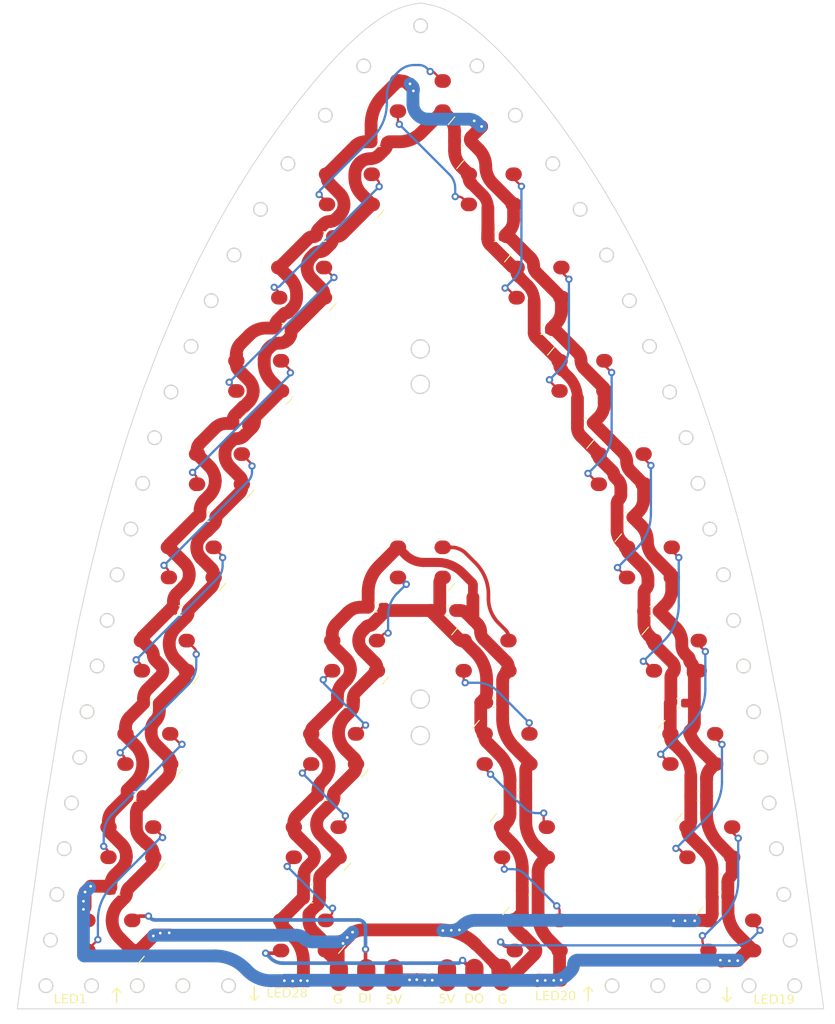
<source format=kicad_pcb>
(kicad_pcb (version 20221018) (generator pcbnew)
  (title_block (comment 4 "AISLER Project ID: FXKHAUWC"))
  (layers (0 "F.Cu" signal) (31 "B.Cu" signal) (34 "B.Paste" user) (35 "F.Paste" user) (36 "B.SilkS" user "B.Silkscreen") (37 "F.SilkS" user "F.Silkscreen") (38 "B.Mask" user) (39 "F.Mask" user) (44 "Edge.Cuts" user))
  (net 0 "")
  (net 1 "+5V")
  (net 2 "GND")
  (net 3 "Net-(D1-DOUT)")
  (net 4 "DATA IN")
  (net 5 "Net-(D2-DOUT)")
  (net 6 "Net-(D3-DOUT)")
  (net 7 "Net-(D4-DOUT)")
  (net 8 "Net-(D13-DOUT)")
  (net 9 "Net-(D5-DOUT)")
  (net 10 "Net-(D14-DOUT)")
  (net 11 "Net-(D6-DOUT)")
  (net 12 "Net-(D7-DOUT)")
  (net 13 "Net-(D8-DOUT)")
  (net 14 "Net-(D10-DIN)")
  (net 15 "Net-(D10-DOUT)")
  (net 16 "Net-(D11-DOUT)")
  (net 17 "Net-(D12-DOUT)")
  (net 18 "Net-(D23-DOUT)")
  (net 19 "Net-(D24-DOUT)")
  (net 20 "Net-(D15-DOUT)")
  (net 21 "Net-(D16-DOUT)")
  (net 22 "Net-(D17-DOUT)")
  (net 23 "Net-(D18-DOUT)")
  (net 24 "Net-(D19-DOUT)")
  (net 25 "Net-(D20-DOUT)")
  (net 26 "Net-(D21-DOUT)")
  (net 27 "Net-(D22-DOUT)")
  (net 28 "Net-(D25-DOUT)")
  (net 29 "Net-(D26-DOUT)")
  (net 30 "Net-(D27-DOUT)")
  (net 31 "DATA OUT")
  (footprint "LED_SMD:LED_WS2812B_PLCC4_5.0x5.0mm_P3.2mm" (layer "F.Cu") (at 13 59.022222 180)
    (fp_text reference "D12" hide)
    (fp_text value "WS2812B")
  )
  (footprint "Capacitor_SMD:C_0603_1608Metric_Pad1.08x0.95mm_HandSolder" (layer "F.Cu") (at -26.2975 94.91)
    (fp_text reference "C4" hide)
    (fp_text value "0.1uF")
  )
  (footprint "Capacitor_SMD:C_0603_1608Metric_Pad1.08x0.95mm_HandSolder" (layer "F.Cu") (at -10.48 53.98)
    (fp_text reference "C8" hide)
    (fp_text value "0.1uF")
  )
  (footprint "LED_SMD:LED_WS2812B_PLCC4_5.0x5.0mm_P3.2mm" (layer "F.Cu") (at 22 79.444444 180)
    (fp_text reference "D14" hide)
    (fp_text value "WS2812B")
  )
  (footprint "LED_SMD:LED_WS2812B_PLCC4_5.0x5.0mm_P3.2mm" (layer "F.Cu") (at 7.7675 48.811111 180)
    (fp_text reference "D11" hide)
    (fp_text value "WS2812B")
  )
  (footprint "Capacitor_SMD:C_0603_1608Metric_Pad1.08x0.95mm_HandSolder" (layer "F.Cu") (at 18.07 74.37 180)
    (fp_text reference "C13" hide)
    (fp_text value "0.1uF")
  )
  (footprint "LED_SMD:LED_WS2812B_PLCC4_5.0x5.0mm_P3.2mm" (layer "F.Cu") (at -25.085 89.655555)
    (fp_text reference "D5" hide)
    (fp_text value "WS2812B")
  )
  (footprint "Capacitor_SMD:C_0603_1608Metric_Pad1.08x0.95mm_HandSolder" (layer "F.Cu") (at -10.35 115.19)
    (fp_text reference "C26" hide)
    (fp_text value "0.1uF")
  )
  (footprint "Capacitor_SMD:C_0603_1608Metric_Pad1.08x0.95mm_HandSolder" (layer "F.Cu") (at -19.66 74.5)
    (fp_text reference "C6" hide)
    (fp_text value "0.1uF")
  )
  (footprint "LED_SMD:LED_WS2812B_PLCC4_5.0x5.0mm_P3.2mm" (layer "F.Cu") (at -29.8375 110.077777)
    (fp_text reference "D3" hide)
    (fp_text value "WS2812B")
  )
  (footprint "Capacitor_SMD:C_0603_1608Metric_Pad1.08x0.95mm_HandSolder" (layer "F.Cu") (at 22.4075 84.72 180)
    (fp_text reference "C14" hide)
    (fp_text value "0.1uF")
  )
  (footprint "LED_SMD:LED_WS2812B_PLCC4_5.0x5.0mm_P3.2mm" (layer "F.Cu") (at 25.085 89.655555 180)
    (fp_text reference "D15" hide)
    (fp_text value "WS2812B")
  )
  (footprint "LED_SMD:LED_WS2812B_PLCC4_5.0x5.0mm_P3.2mm" (layer "F.Cu") (at -28.0375 99.866666)
    (fp_text reference "D4" hide)
    (fp_text value "WS2812B")
  )
  (footprint "footprint:Solder pad" (layer "F.Cu") (at 5.9962 134.7492)
    (fp_text reference "P5" hide)
    (fp_text value "Solder_Pad")
  )
  (footprint "Capacitor_SMD:C_0603_1608Metric_Pad1.08x0.95mm_HandSolder" (layer "F.Cu") (at 25.28 94.99 180)
    (fp_text reference "C15" hide)
    (fp_text value "0.1uF")
  )
  (footprint "Capacitor_SMD:C_0603_1608Metric_Pad1.08x0.95mm_HandSolder" (layer "F.Cu") (at 8.26 54 180)
    (fp_text reference "C11" hide)
    (fp_text value "0.1uF")
  )
  (footprint "LED_SMD:LED_WS2812B_PLCC4_5.0x5.0mm_P3.2mm" (layer "F.Cu") (at 34 130.5 180)
    (fp_text reference "D19" hide)
    (fp_text value "WS2812B")
  )
  (footprint "Capacitor_SMD:C_0603_1608Metric_Pad1.08x0.95mm_HandSolder" (layer "F.Cu") (at 10.6825 115.08 180)
    (fp_text reference "C21" hide)
    (fp_text value "0.1uF")
  )
  (footprint "LED_SMD:LED_WS2812B_PLCC4_5.0x5.0mm_P3.2mm" (layer "F.Cu") (at 31.7 120.288888 180)
    (fp_text reference "D18" hide)
    (fp_text value "WS2812B")
  )
  (footprint "Capacitor_SMD:C_0603_1608Metric_Pad1.08x0.95mm_HandSolder" (layer "F.Cu") (at 2.9925 94.92 180)
    (fp_text reference "C23" hide)
    (fp_text value "0.1uF")
  )
  (footprint "Capacitor_SMD:C_0603_1608Metric_Pad1.08x0.95mm_HandSolder" (layer "F.Cu") (at -4.87 94.56)
    (fp_text reference "C24" hide)
    (fp_text value "0.1uF")
  )
  (footprint "LED_SMD:LED_WS2812B_PLCC4_5.0x5.0mm_P3.2mm" (layer "F.Cu") (at 0 38.6)
    (fp_text reference "D10" hide)
    (fp_text value "WS2812B")
  )
  (footprint "footprint:Solder pad" (layer "F.Cu") (at -5.8439 134.7784)
    (fp_text reference "P2" hide)
    (fp_text value "Solder_Pad")
  )
  (footprint "Capacitor_SMD:C_0603_1608Metric_Pad1.08x0.95mm_HandSolder" (layer "F.Cu") (at -33.03 125.55)
    (fp_text reference "C1" hide)
    (fp_text value "0.1uF")
  )
  (footprint "LED_SMD:LED_WS2812B_PLCC4_5.0x5.0mm_P3.2mm" (layer "F.Cu") (at -11.4 120.288888)
    (fp_text reference "D27" hide)
    (fp_text value "WS2812B")
  )
  (footprint "Capacitor_SMD:C_0603_1608Metric_Pad1.08x0.95mm_HandSolder" (layer "F.Cu") (at 32.81 124.32 180)
    (fp_text reference "C18" hide)
    (fp_text value "0.1uF")
  )
  (footprint "Capacitor_SMD:C_0603_1608Metric_Pad1.08x0.95mm_HandSolder" (layer "F.Cu") (at -29.4475 105.1)
    (fp_text reference "C3" hide)
    (fp_text value "0.1uF")
  )
  (footprint "LED_SMD:LED_WS2812B_PLCC4_5.0x5.0mm_P3.2mm" (layer "F.Cu") (at 7.2 99.866666 180)
    (fp_text reference "D23" hide)
    (fp_text value "WS2812B")
  )
  (footprint "LED_SMD:LED_WS2812B_PLCC4_5.0x5.0mm_P3.2mm" (layer "F.Cu") (at -7.7675 48.811111)
    (fp_text reference "D9" hide)
    (fp_text value "WS2812B")
  )
  (footprint "Capacitor_SMD:C_0603_1608Metric_Pad1.08x0.95mm_HandSolder" (layer "F.Cu") (at 32.83 126.31 180)
    (fp_text reference "C19" hide)
    (fp_text value "0.1uF")
  )
  (footprint "Capacitor_SMD:C_0603_1608Metric_Pad1.08x0.95mm_HandSolder" (layer "F.Cu") (at 28.2275 105.06 180)
    (fp_text reference "C16" hide)
    (fp_text value "0.1uF")
  )
  (footprint "LED_SMD:LED_WS2812B_PLCC4_5.0x5.0mm_P3.2mm" (layer "F.Cu") (at 17.7 69.233333 180)
    (fp_text reference "D13" hide)
    (fp_text value "WS2812B")
  )
  (footprint "LED_SMD:LED_WS2812B_PLCC4_5.0x5.0mm_P3.2mm" (layer "F.Cu") (at -9.5 110.077777)
    (fp_text reference "D26" hide)
    (fp_text value "WS2812B")
  )
  (footprint "Capacitor_SMD:C_0603_1608Metric_Pad1.08x0.95mm_HandSolder" (layer "F.Cu") (at -8.21 105.04)
    (fp_text reference "C25" hide)
    (fp_text value "0.1uF")
  )
  (footprint "footprint:Solder pad" (layer "F.Cu") (at -2.8439 134.7784)
    (fp_text reference "P3" hide)
    (fp_text value "Solder_Pad")
  )
  (footprint "footprint:Solder pad" (layer "F.Cu") (at -8.8439 134.7784)
    (fp_text reference "P1" hide)
    (fp_text value "Solder_Pad")
  )
  (footprint "LED_SMD:LED_WS2812B_PLCC4_5.0x5.0mm_P3.2mm" (layer "F.Cu") (at 28.0375 99.866666 180)
    (fp_text reference "D16" hide)
    (fp_text value "WS2812B")
  )
  (footprint "LED_SMD:LED_WS2812B_PLCC4_5.0x5.0mm_P3.2mm" (layer "F.Cu") (at -13 59.022222)
    (fp_text reference "D8" hide)
    (fp_text value "WS2812B")
  )
  (footprint "LED_SMD:LED_WS2812B_PLCC4_5.0x5.0mm_P3.2mm" (layer "F.Cu") (at 11.4 120.288888 180)
    (fp_text reference "D21" hide)
    (fp_text value "WS2812B")
  )
  (footprint "LED_SMD:LED_WS2812B_PLCC4_5.0x5.0mm_P3.2mm" (layer "F.Cu") (at 12.8 130.5 180)
    (fp_text reference "D20" hide)
    (fp_text value "WS2812B")
  )
  (footprint "Capacitor_SMD:C_0603_1608Metric_Pad1.08x0.95mm_HandSolder" (layer "F.Cu") (at 30.48 115.2 180)
    (fp_text reference "C17" hide)
    (fp_text value "0.1uF")
  )
  (footprint "Capacitor_SMD:C_0603_1608Metric_Pad1.08x0.95mm_HandSolder" (layer "F.Cu") (at 13.33 64.18 180)
    (fp_text reference "C12" hide)
    (fp_text value "0.1uF")
  )
  (footprint "Capacitor_SMD:C_0603_1608Metric_Pad1.08x0.95mm_HandSolder" (layer "F.Cu") (at 8.15 105 180)
    (fp_text reference "C22" hide)
    (fp_text value "0.1uF")
  )
  (footprint "LED_SMD:LED_WS2812B_PLCC4_5.0x5.0mm_P3.2mm" (layer "F.Cu") (at -17.7 69.233333)
    (fp_text reference "D7" hide)
    (fp_text value "WS2812B")
  )
  (footprint "LED_SMD:LED_WS2812B_PLCC4_5.0x5.0mm_P3.2mm" (layer "F.Cu") (at -22 79.444444)
    (fp_text reference "D6" hide)
    (fp_text value "WS2812B")
  )
  (footprint "LED_SMD:LED_WS2812B_PLCC4_5.0x5.0mm_P3.2mm" (layer "F.Cu") (at -31.7 120.288888)
    (fp_text reference "D2" hide)
    (fp_text value "WS2812B")
  )
  (footprint "Capacitor_SMD:C_0603_1608Metric_Pad1.08x0.95mm_HandSolder" (layer "F.Cu") (at -4.53 43.6)
    (fp_text reference "C9" hide)
    (fp_text value "0.1uF")
  )
  (footprint "footprint:Solder pad" (layer "F.Cu") (at 2.9962 134.7984)
    (fp_text reference "P4" hide)
    (fp_text value "Solder_Pad")
  )
  (footprint "LED_SMD:LED_WS2812B_PLCC4_5.0x5.0mm_P3.2mm" (layer "F.Cu") (at -34 130.5)
    (fp_text reference "D1" hide)
    (fp_text value "WS2812B")
  )
  (footprint "footprint:Solder pad" (layer "F.Cu") (at 8.9962 134.7492)
    (fp_text reference "P6" hide)
    (fp_text value "Solder_Pad")
  )
  (footprint "Capacitor_SMD:C_0603_1608Metric_Pad1.08x0.95mm_HandSolder" (layer "F.Cu") (at 12.03 125.55 180)
    (fp_text reference "C20" hide)
    (fp_text value "0.1uF")
  )
  (footprint "LED_SMD:LED_WS2812B_PLCC4_5.0x5.0mm_P3.2mm" (layer "F.Cu") (at 0 89.655555)
    (fp_text reference "D24" hide)
    (fp_text value "WS2812B")
  )
  (footprint "LED_SMD:LED_WS2812B_PLCC4_5.0x5.0mm_P3.2mm" (layer "F.Cu") (at 29.8375 110.077777 180)
    (fp_text reference "D17" hide)
    (fp_text value "WS2812B")
  )
  (footprint "LED_SMD:LED_WS2812B_PLCC4_5.0x5.0mm_P3.2mm" (layer "F.Cu") (at -7.2 99.866666)
    (fp_text reference "D25" hide)
    (fp_text value "WS2812B")
  )
  (footprint "LED_SMD:LED_WS2812B_PLCC4_5.0x5.0mm_P3.2mm" (layer "F.Cu") (at 9.5 110.077777 180)
    (fp_text reference "D22" hide)
    (fp_text value "WS2812B")
  )
  (footprint "LED_SMD:LED_WS2812B_PLCC4_5.0x5.0mm_P3.2mm" (layer "F.Cu") (at -12.8 130.5)
    (fp_text reference "D28" hide)
    (fp_text value "WS2812B")
  )
  (footprint "Capacitor_SMD:C_0603_1608Metric_Pad1.08x0.95mm_HandSolder" (layer "F.Cu") (at -23.26 84.64)
    (fp_text reference "C5" hide)
    (fp_text value "0.1uF")
  )
  (footprint "Capacitor_SMD:C_0603_1608Metric_Pad1.08x0.95mm_HandSolder" (layer "F.Cu") (at -11.88 124.42)
    (fp_text reference "C27" hide)
    (fp_text value "0.1uF")
  )
  (footprint "Capacitor_SMD:C_0603_1608Metric_Pad1.08x0.95mm_HandSolder" (layer "F.Cu") (at -15.01 64)
    (fp_text reference "C7" hide)
    (fp_text value "0.1uF")
  )
  (footprint "Capacitor_SMD:C_0603_1608Metric_Pad1.08x0.95mm_HandSolder" (layer "F.Cu") (at 4.61 43.52 180)
    (fp_text reference "C10" hide)
    (fp_text value "0.1uF")
  )
  (footprint "Capacitor_SMD:C_0603_1608Metric_Pad1.08x0.95mm_HandSolder" (layer "F.Cu") (at -11.93 126.42)
    (fp_text reference "C28" hide)
    (fp_text value "0.1uF")
  )
  (footprint "Capacitor_SMD:C_0603_1608Metric_Pad1.08x0.95mm_HandSolder" (layer "F.Cu") (at -31.2475 115.28)
    (fp_text reference "C2" hide)
    (fp_text value "0.1uF")
  )
  (gr_line (start -18.18 137.62) (end -17.7 137.14) (stroke (width 0.15)) (layer "F.SilkS"))
  (gr_line (start -18.18 137.62) (end -18.63 137.14) (stroke (width 0.15)) (layer "F.SilkS"))
  (gr_line (start 33.575 137.75) (end 33.125 137.27) (stroke (width 0.15)) (layer "F.SilkS"))
  (gr_line (start 18.4 136.1) (end 17.92 136.58) (stroke (width 0.15)) (layer "F.SilkS"))
  (gr_line (start 33.575 137.75) (end 34.055 137.27) (stroke (width 0.15)) (layer "F.SilkS"))
  (gr_line (start 18.4 137.66) (end 18.4 136.1) (stroke (width 0.15)) (layer "F.SilkS"))
  (gr_line (start -33.26 136.26) (end -32.81 136.74) (stroke (width 0.15)) (layer "F.SilkS"))
  (gr_line (start 18.4 136.1) (end 18.85 136.58) (stroke (width 0.15)) (layer "F.SilkS"))
  (gr_line (start -18.18 136.06) (end -18.18 137.62) (stroke (width 0.15)) (layer "F.SilkS"))
  (gr_line (start 33.575 136.19) (end 33.575 137.75) (stroke (width 0.15)) (layer "F.SilkS"))
  (gr_line (start -33.26 137.82) (end -33.26 136.26) (stroke (width 0.15)) (layer "F.SilkS"))
  (gr_line (start -33.26 136.26) (end -33.74 136.74) (stroke (width 0.15)) (layer "F.SilkS"))
  (gr_circle (center 38.2 116) (end 38.95 116) (stroke (width 0.15)) (fill none) (layer "Edge.Cuts"))
  (gr_circle (center 22.9 61) (end 23.65 61) (stroke (width 0.15)) (fill none) (layer "Edge.Cuts"))
  (gr_circle (center -36 136) (end -35.25 136) (stroke (width 0.15)) (fill none) (layer "Edge.Cuts"))
  (gr_circle (center 26 136) (end 26.75 136) (stroke (width 0.15)) (fill none) (layer "Edge.Cuts"))
  (gr_circle (center 36 136) (end 36.75 136) (stroke (width 0.15)) (fill none) (layer "Edge.Cuts"))
  (gr_circle (center 33.2 91) (end 33.95 91) (stroke (width 0.15)) (fill none) (layer "Edge.Cuts"))
  (gr_circle (center 17.5 51) (end 18.25 51) (stroke (width 0.15)) (fill none) (layer "Edge.Cuts"))
  (gr_circle (center -38.2 116) (end -37.45 116) (stroke (width 0.15)) (fill none) (layer "Edge.Cuts"))
  (gr_circle (center -37.3 111) (end -36.55 111) (stroke (width 0.15)) (fill none) (layer "Edge.Cuts"))
  (gr_circle (center -6.2 35.3) (end -5.45 35.3) (stroke (width 0.15)) (fill none) (layer "Edge.Cuts"))
  (gr_circle (center -35.4 101) (end -34.65 101) (stroke (width 0.15)) (fill none) (layer "Edge.Cuts"))
  (gr_circle (center -17.5 51) (end -16.75 51) (stroke (width 0.15)) (fill none) (layer "Edge.Cuts"))
  (gr_circle (center -39 121) (end -38.25 121) (stroke (width 0.15)) (fill none) (layer "Edge.Cuts"))
  (gr_circle (center -21 136) (end -20.25 136) (stroke (width 0.15)) (fill none) (layer "Edge.Cuts"))
  (gr_circle (center 0 108.61) (end 1 108.61) (stroke (width 0.15)) (fill none) (layer "Edge.Cuts"))
  (gr_circle (center 40.5 131) (end 41.25 131) (stroke (width 0.15)) (fill none) (layer "Edge.Cuts"))
  (gr_circle (center -34.3 96) (end -33.55 96) (stroke (width 0.15)) (fill none) (layer "Edge.Cuts"))
  (gr_circle (center 0.03 30.9) (end 0.78 30.9) (stroke (width 0.15)) (fill none) (layer "Edge.Cuts"))
  (gr_circle (center -10.4 40.7) (end -9.65 40.7) (stroke (width 0.15)) (fill none) (layer "Edge.Cuts"))
  (gr_circle (center 39.8 126) (end 40.55 126) (stroke (width 0.15)) (fill none) (layer "Edge.Cuts"))
  (gr_circle (center -26 136) (end -25.25 136) (stroke (width 0.15)) (fill none) (layer "Edge.Cuts"))
  (gr_circle (center -20.4 56) (end -19.65 56) (stroke (width 0.15)) (fill none) (layer "Edge.Cuts"))
  (gr_circle (center 31 136) (end 31.75 136) (stroke (width 0.15)) (fill none) (layer "Edge.Cuts"))
  (gr_circle (center -41 136) (end -40.25 136) (stroke (width 0.15)) (fill none) (layer "Edge.Cuts"))
  (gr_circle (center 39 121) (end 39.75 121) (stroke (width 0.15)) (fill none) (layer "Edge.Cuts"))
  (gr_circle (center -31 136) (end -30.25 136) (stroke (width 0.15)) (fill none) (layer "Edge.Cuts"))
  (gr_circle (center -40.5 131) (end -39.75 131) (stroke (width 0.15)) (fill none) (layer "Edge.Cuts"))
  (gr_circle (center -33.2 91) (end -32.45 91) (stroke (width 0.15)) (fill none) (layer "Edge.Cuts"))
  (gr_circle (center -29.1 76) (end -28.35 76) (stroke (width 0.15)) (fill none) (layer "Edge.Cuts"))
  (gr_circle (center -31.7 86) (end -30.95 86) (stroke (width 0.15)) (fill none) (layer "Edge.Cuts"))
  (gr_circle (center 14.5 46) (end 15.25 46) (stroke (width 0.15)) (fill none) (layer "Edge.Cuts"))
  (gr_circle (center -27.3 71) (end -26.55 71) (stroke (width 0.15)) (fill none) (layer "Edge.Cuts"))
  (gr_circle (center 0 66.29) (end 1 66.29) (stroke (width 0.15)) (fill none) (layer "Edge.Cuts"))
  (gr_circle (center -25.1 66) (end -24.35 66) (stroke (width 0.15)) (fill none) (layer "Edge.Cuts"))
  (gr_circle (center -39.8 126) (end -39.05 126) (stroke (width 0.15)) (fill none) (layer "Edge.Cuts"))
  (gr_circle (center -36.5 106) (end -35.75 106) (stroke (width 0.15)) (fill none) (layer "Edge.Cuts"))
  (gr_circle (center 36.5 106) (end 37.25 106) (stroke (width 0.15)) (fill none) (layer "Edge.Cuts"))
  (gr_circle (center 30.4 81) (end 31.15 81) (stroke (width 0.15)) (fill none) (layer "Edge.Cuts"))
  (gr_circle (center 37.3 111) (end 38.05 111) (stroke (width 0.15)) (fill none) (layer "Edge.Cuts"))
  (gr_circle (center 34.3 96) (end 35.05 96) (stroke (width 0.15)) (fill none) (layer "Edge.Cuts"))
  (gr_circle (center 21 136) (end 21.75 136) (stroke (width 0.15)) (fill none) (layer "Edge.Cuts"))
  (gr_circle (center 29.1 76) (end 29.85 76) (stroke (width 0.15)) (fill none) (layer "Edge.Cuts"))
  (gr_circle (center 6.2 35.3) (end 6.95 35.3) (stroke (width 0.15)) (fill none) (layer "Edge.Cuts"))
  (gr_poly locked (pts (xy 0.507177 28.49386) (xy 0.750336 28.540984) (xy 0.99273 28.591186) (xy 1.234168 28.645498) (xy 1.474457 28.70495) (xy 1.713406 28.770575) (xy 1.950823 28.843403) (xy 2.186202 28.924257) (xy 2.419628 29.012963) (xy 2.651133 29.10915) (xy 2.880751 29.212446) (xy 3.108513 29.322479) (xy 3.334454 29.43888) (xy 3.558605 29.561276) (xy 3.780999 29.689296) (xy 4.001669 29.822569) (xy 4.220648 29.960724) (xy 4.653663 30.250194) (xy 5.080304 30.554736) (xy 5.500834 30.87138) (xy 5.915862 31.19754) (xy 6.324952 31.532237) (xy 6.728359 31.875101) (xy 7.126337 32.22576) (xy 7.907023 32.948982) (xy 8.669044 33.698938) (xy 9.414433 34.472661) (xy 10.145226 35.267185) (xy 10.863456 36.079544) (xy 11.571157 36.906773) (xy 13.406481 39.159017) (xy 15.17767 41.487802) (xy 16.884302 43.887416) (xy 18.525954 46.352149) (xy 20.102205 48.876288) (xy 21.612632 51.454122) (xy 23.056813 54.079939) (xy 24.434326 56.748029) (xy 26.611229 61.349583) (xy 28.605348 66.049515) (xy 30.428915 70.841312) (xy 32.094164 75.718461) (xy 33.613325 80.674451) (xy 34.998634 85.702768) (xy 36.262322 90.796899) (xy 37.416623 95.950334) (xy 39.445995 106.409058) (xy 41.184611 117.02684) (xy 44.181031 138.531175) (xy -44.142362 138.531175) (xy -41.145943 117.02684) (xy -39.407328 106.409058) (xy -37.377957 95.950334) (xy -36.223656 90.796899) (xy -34.959968 85.702768) (xy -33.574659 80.674451) (xy -32.055497 75.718461) (xy -30.39025 70.841312) (xy -28.566683 66.049515) (xy -26.572564 61.349583) (xy -24.395661 56.748029) (xy -23.018148 54.079939) (xy -21.573966 51.454122) (xy -20.06354 48.876288) (xy -18.487289 46.352149) (xy -16.845637 43.887416) (xy -15.139006 41.487802) (xy -13.367818 39.159017) (xy -11.532494 36.906773) (xy -10.824792 36.079544) (xy -10.106561 35.267185) (xy -9.375767 34.472661) (xy -8.630377 33.698938) (xy -7.868356 32.948982) (xy -7.480473 32.583844) (xy -7.087669 32.22576) (xy -6.689691 31.875101) (xy -6.286284 31.532237) (xy -5.877194 31.19754) (xy -5.462166 30.87138) (xy -5.041636 30.554736) (xy -4.614995 30.250194) (xy -4.181981 29.960724) (xy -3.963002 29.822569) (xy -3.742332 29.689296) (xy -3.519938 29.561276) (xy -3.295787 29.43888) (xy -3.069847 29.322479) (xy -2.842084 29.212446) (xy -2.612467 29.10915) (xy -2.380962 29.012963) (xy -2.147536 28.924257) (xy -1.912157 28.843403) (xy -1.674765 28.770575) (xy -1.435827 28.70495) (xy -1.195539 28.645498) (xy -0.954095 28.591186) (xy -0.711691 28.540984) (xy -0.468521 28.49386) (xy 0.019335 28.404721)) (stroke (width 0.08775)) (fill none) (layer "Edge.Cuts"))
  (gr_circle (center 10.4 40.7) (end 11.15 40.7) (stroke (width 0.15)) (fill none) (layer "Edge.Cuts"))
  (gr_circle (center 20.4 56) (end 21.15 56) (stroke (width 0.15)) (fill none) (layer "Edge.Cuts"))
  (gr_circle (center -22.9 61) (end -22.15 61) (stroke (width 0.15)) (fill none) (layer "Edge.Cuts"))
  (gr_circle (center -14.5 46) (end -13.75 46) (stroke (width 0.15)) (fill none) (layer "Edge.Cuts"))
  (gr_circle (center -30.4 81) (end -29.65 81) (stroke (width 0.15)) (fill none) (layer "Edge.Cuts"))
  (gr_circle (center 31.7 86) (end 32.45 86) (stroke (width 0.15)) (fill none) (layer "Edge.Cuts"))
  (gr_circle (center 27.3 71) (end 28.05 71) (stroke (width 0.15)) (fill none) (layer "Edge.Cuts"))
  (gr_circle (center 41 136) (end 41.75 136) (stroke (width 0.15)) (fill none) (layer "Edge.Cuts"))
  (gr_circle (center 35.4 101) (end 36.15 101) (stroke (width 0.15)) (fill none) (layer "Edge.Cuts"))
  (gr_circle (center 25.1 66) (end 25.85 66) (stroke (width 0.15)) (fill none) (layer "Edge.Cuts"))
  (gr_circle (center 0 70.16) (end 1 70.16) (stroke (width 0.15)) (fill none) (layer "Edge.Cuts"))
  (gr_circle (center 0 104.62) (end 1 104.62) (stroke (width 0.15)) (fill none) (layer "Edge.Cuts"))
  (gr_text "5V" (at 1.98 138.08) (layer "F.SilkS") (effects (font (size 1 1)) (justify left bottom)))
  (gr_text "G" (at 8.46 138.12) (layer "F.SilkS") (effects (font (size 1 1)) (justify left bottom)))
  (gr_text "5V" (at -3.83 138.16) (layer "F.SilkS") (effects (font (size 1 1)) (justify left bottom)))
  (gr_text "LED19" (at 36.48 138.14) (layer "F.SilkS") (effects (font (size 1 1)) (justify left bottom)))
  (gr_text "G" (at -9.58 138.1) (layer "F.SilkS") (effects (font (size 1 1)) (justify left bottom)))
  (gr_text "LED1" (at -40.15 138.09) (layer "F.SilkS") (effects (font (size 1 1)) (justify left bottom)))
  (gr_text "DO" (at 4.8 138.05) (layer "F.SilkS") (effects (font (size 1 1)) (justify left bottom)))
  (gr_text "LED20" (at 12.55 137.76) (layer "F.SilkS") (effects (font (size 1 1)) (justify left bottom)))
  (gr_text "DI" (at -6.81 138.01) (layer "F.SilkS") (effects (font (size 1 1)) (justify left bottom)))
  (gr_text "LED28" (at -16.85 137.45) (layer "F.SilkS") (effects (font (size 1 1)) (justify left bottom)))
  (segment (start -34.15 118.096099) (end -34.15 118.096633) (width 1.4) (layer "F.Cu") (net 1))
  (segment (start -13.85 118.174628) (end -13.85 118.17469) (width 1.4) (layer "F.Cu") (net 1))
  (segment (start 5.76 92.265017) (end 5.76 92.264642) (width 1) (layer "F.Cu") (net 1))
  (segment (start 20.15 71.388086) (end 20.15 71.388353) (width 1.4) (layer "F.Cu") (net 1))
  (segment (start 20.15 70.897075) (end 20.15 70.896808) (width 1.4) (layer "F.Cu") (net 1))
  (segment (start -11.95 108.553162) (end -11.95 108.555089) (width 1.4) (layer "F.Cu") (net 1))
  (segment (start 5.76 92.924616) (end 5.76 92.940562) (width 1) (layer "F.Cu") (net 1))
  (segment (start 5.76 92.049839) (end 5.76 92.050027) (width 1) (layer "F.Cu") (net 1))
  (segment (start -20.15 67.761992) (end -20.15 67.763803) (width 1.4) (layer "F.Cu") (net 1))
  (segment (start -11.95 108.595178) (end -11.95 108.594326) (width 1.4) (layer "F.Cu") (net 1))
  (segment (start -34.15 118.271436) (end -34.15 118.272004) (width 1.4) (layer "F.Cu") (net 1))
  (segment (start 20.15 71.069875) (end 20.15 71.069941) (width 1.4) (layer "F.Cu") (net 1))
  (segment (start -13.85 118.563679) (end -13.85 118.562793) (width 1.4) (layer "F.Cu") (net 1))
  (segment (start -20.15 66.89283) (end -20.15 66.893146) (width 1.4) (layer "F.Cu") (net 1))
  (segment (start -15.25 128.939964) (end -15.25 128.940977) (width 1.4) (layer "F.Cu") (net 1))
  (segment (start -13.85 118.530607) (end -13.85 118.53168) (width 1.4) (layer "F.Cu") (net 1))
  (segment (start -20.15 67.591969) (end -20.15 67.600903) (width 1.4) (layer "F.Cu") (net 1))
  (segment (start -34.15 117.996388) (end -34.15 117.996655) (width 1.4) (layer "F.Cu") (net 1))
  (segment (start -20.15 66.89109) (end -20.15 66.891524) (width 1.4) (layer "F.Cu") (net 1))
  (segment (start -15.25 128.829636) (end -15.25 128.829847) (width 1.4) (layer "F.Cu") (net 1))
  (segment (start 20.15 71.108214) (end 20.15 71.110983) (width 1.4) (layer "F.Cu") (net 1))
  (segment (start -27.518402 88.022152) (end -25.819003 89.721551) (width 1.4) (layer "F.Cu") (net 1))
  (segment (start -11.95 108.555089) (end -11.95 108.557016) (width 1.4) (layer "F.Cu") (net 1))
  (segment (start 5.76 92.165188) (end 5.76 92.16765) (width 1) (layer "F.Cu") (net 1))
  (segment (start -13.85 118.222271) (end -13.85 118.22293) (width 1.4) (layer "F.Cu") (net 1))
  (segment (start -34.15 118.857986) (end -34.15 118.857499) (width 1.4) (layer "F.Cu") (net 1))
  (segment (start -13.85 118.466698) (end -13.85 118.467358) (width 1.4) (layer "F.Cu") (net 1))
  (segment (start -11.95 108.477357) (end -11.95 108.483581) (width 1.4) (layer "F.Cu") (net 1))
  (segment (start -20.15 67.361539) (end -20.15 67.361025) (width 1.4) (layer "F.Cu") (net 1))
  (segment (start -11.95 108.606441) (end -11.95 108.609405) (width 1.4) (layer "F.Cu") (net 1))
  (segment (start -11.95 108.758404) (end -11.95 108.758432) (width 1.4) (layer "F.Cu") (net 1))
  (segment (start -11.95 108.736129) (end -11.95 108.736222) (width 1.4) (layer "F.Cu") (net 1))
  (segment (start -11.95 108.677951) (end -11.95 108.678099) (width 1.4) (layer "F.Cu") (net 1))
  (segment (start -34.15 118.244856) (end -34.15 118.245123) (width 1.4) (layer "F.Cu") (net 1))
  (segment (start -20.15 67.263527) (end -20.15 67.265226) (width 1.4) (layer "F.Cu") (net 1))
  (segment (start -34.15 118.557898) (end -34.15 118.555618) (width 1.4) (layer "F.Cu") (net 1))
  (segment (start -11.95 108.724706) (end -11.95 108.725299) (width 1.4) (layer "F.Cu") (net 1))
  (segment (start -15.25 128.973088) (end -15.25 128.973848) (width 1.4) (layer "F.Cu") (net 1))
  (segment (start -13.85 118.374582) (end -13.85 118.375407) (width 1.4) (layer "F.Cu") (net 1))
  (segment (start -15.25 128.923167) (end -15.25 128.923336) (width 1.4) (layer "F.Cu") (net 1))
  (segment (start -20.15 67.302767) (end -20.15 67.302846) (width 1.4) (layer "F.Cu") (net 1))
  (segment (start 5.76 92.212767) (end 5.76 92.213518) (width 1) (layer "F.Cu") (net 1))
  (segment (start -15.25 128.849556) (end -15.25 128.849682) (width 1.4) (layer "F.Cu") (net 1))
  (segment (start -9.989501 111.944906) (end -9.989501 111.97471) (width 1.4) (layer "F.Cu") (net 1))
  (segment (start -15.25 128.829384) (end -15.25 128.829468) (width 1.4) (layer "F.Cu") (net 1))
  (segment (start -34.15 118.046109) (end -34.15 118.046156) (width 1.4) (layer "F.Cu") (net 1))
  (segment (start 12.8925 128.125495) (end 12.8925 125.55) (width 1.4) (layer "F.Cu") (net 1))
  (segment (start -34.15 118.076069) (end -34.15 118.077299) (width 1.4) (layer "F.Cu") (net 1))
  (segment (start -11.95 108.576653) (end -11.95 108.576949) (width 1.4) (layer "F.Cu") (net 1))
  (segment (start -15.25 128.966906) (end -15.25 128.966948) (width 1.4) (layer "F.Cu") (net 1))
  (segment (start -34.15 118.589581) (end -34.15 118.589646) (width 1.4) (layer "F.Cu") (net 1))
  (segment (start -13.85 118.76093) (end -13.85 118.770165) (width 1.4) (layer "F.Cu") (net 1))
  (segment (start -20.15 67.501455) (end -20.15 67.503221) (width 1.4) (layer "F.Cu") (net 1))
  (segment (start -13.85 118.55739) (end -13.85 118.557843) (width 1.4) (layer "F.Cu") (net 1))
  (segment (start -11.95 108.750569) (end -11.95 108.750643) (width 1.4) (layer "F.Cu") (net 1))
  (segment (start -26.709121 93.11764) (end -25.819003 92.227522) (width 1.4) (layer "F.Cu") (net 1))
  (segment (start 20.15 70.830343) (end 20.15 70.83061) (width 1.4) (layer "F.Cu") (net 1))
  (segment (start -15.25 128.831282) (end -15.25 128.831324) (width 1.4) (layer "F.Cu") (net 1))
  (segment (start -13.85 118.55312) (end -13.85 118.555019) (width 1.4) (layer "F.Cu") (net 1))
  (segment (start -20.15 67.209777) (end -20.15 67.212938) (width 1.4) (layer "F.Cu") (net 1))
  (segment (start 5.76 92.049275) (end 5.76 92.049651) (width 1) (layer "F.Cu") (net 1))
  (segment (start -13.85 118.712773) (end -13.85 118.708813) (width 1.4) (layer "F.Cu") (net 1))
  (segment (start -11.95 108.73549) (end -11.95 108.735564) (width 1.4) (layer "F.Cu") (net 1))
  (segment (start 20.15 70.762311) (end 20.15 70.762377) (width 1.4) (layer "F.Cu") (net 1))
  (segment (start -11.95 108.498623) (end -11.95 108.500253) (width 1.4) (layer "F.Cu") (net 1))
  (segment (start -13.85 118.213116) (end -13.85 118.213284) (width 1.4) (layer "F.Cu") (net 1))
  (segment (start -15.25 128.988659) (end -15.25 128.989967) (width 1.4) (layer "F.Cu") (net 1))
  (segment (start -11.95 108.732118) (end -11.95 108.733304) (width 1.4) (layer "F.Cu") (net 1))
  (segment (start -34.15 118.053328) (end -34.15 118.053631) (width 1.4) (layer "F.Cu") (net 1))
  (segment (start -34.15 118.741438) (end -34.15 118.744517) (width 1.4) (layer "F.Cu") (net 1))
  (segment (start -9.65 98.463333) (end -9.65 98.216666) (width 1.4) (layer "F.Cu") (net 1))
  (segment (start -34.15 118.738234) (end -34.15 118.739836) (width 1.4) (layer "F.Cu") (net 1))
  (segment (start -13.85 118.181945) (end -13.85 118.182771) (width 1.4) (layer "F.Cu") (net 1))
  (segment (start 20.15 71.016791) (end 20.15 71.01212) (width 1.4) (layer "F.Cu") (net 1))
  (segment (start 5.76 92.240909) (end 5.76 92.241659) (width 1) (layer "F.Cu") (net 1))
  (segment (start -13.85 118.910693) (end -13.85 118.908714) (width 1.4) (layer "F.Cu") (net 1))
  (segment (start -11.95 108.426781) (end -11.95 108.429892) (width 1.4) (layer "F.Cu") (net 1))
  (segment (start -34.15 118.58541) (end -34.15 118.586486) (width 1.4) (layer "F.Cu") (net 1))
  (segment (start -11.95 108.754421) (end -11.95 108.754449) (width 1.4) (layer "F.Cu") (net 1))
  (segment (start 20.15 71.359527) (end 20.15 71.362594) (width 1.4) (layer "F.Cu") (net 1))
  (segment (start -15.25 128.880403) (end -15.25 128.880461) (width 1.4) (layer "F.Cu") (net 1))
  (segment (start -34.15 118.529798) (end -34.15 118.530527) (width 1.4) (layer "F.Cu") (net 1))
  (segment (start -13.85 118.275112) (end -13.85 118.27606) (width 1.4) (layer "F.Cu") (net 1))
  (segment (start -34.15 118.847951) (end -34.15 118.848368) (width 1.4) (layer "F.Cu") (net 1))
  (segment (start 5.76 92.577274) (end 5.76 92.580838) (width 1) (layer "F.Cu") (net 1))
  (segment (start -20.15 67.918124) (end -20.15 67.919389) (width 1.4) (layer "F.Cu") (net 1))
  (segment (start 5.76 92.199823) (end 5.76 92.195156) (width 1) (layer "F.Cu") (net 1))
  (segment (start 20.15 71.369535) (end 20.15 71.370869) (width 1.4) (layer "F.Cu") (net 1))
  (segment (start -15.25 128.844434) (end -15.25 128.844509) (width 1.4) (layer "F.Cu") (net 1))
  (segment (start -11.95 108.669057) (end -11.95 108.669085) (width 1.4) (layer "F.Cu") (net 1))
  (segment (start -11.95 108.724188) (end -11.95 108.724336) (width 1.4) (layer "F.Cu") (net 1))
  (segment (start 5.76 92.106584) (end 5.76 92.109588) (width 1) (layer "F.Cu") (net 1))
  (segment (start 5.76 92.29421) (end 5.76 92.298197) (width 1) (layer "F.Cu") (net 1))
  (segment (start -20.15 67.356953) (end -20.15 67.358376) (width 1.4) (layer "F.Cu") (net 1))
  (segment (start -20.15 67.861016) (end -20.15 67.860525) (width 1.4) (layer "F.Cu") (net 1))
  (segment (start -15.25 128.932535) (end -15.25 128.933548) (width 1.4) (layer "F.Cu") (net 1))
  (segment (start -13.85 118.551143) (end -13.85 118.546855) (width 1.4) (layer "F.Cu") (net 1))
  (segment (start -20.15 66.987044) (end -20.15 66.988625) (width 1.4) (layer "F.Cu") (net 1))
  (segment (start -15.25 128.838246) (end -15.25 128.838166) (width 1.4) (layer "F.Cu") (net 1))
  (segment (start -15.25 128.933548) (end -15.25 128.934561) (width 1.4) (layer "F.Cu") (net 1))
  (segment (start 20.15 71.084857) (end 20.15 71.085658) (width 1.4) (layer "F.Cu") (net 1))
  (segment (start -13.85 118.185902) (end -13.85 118.186067) (width 1.4) (layer "F.Cu") (net 1))
  (segment (start 20.15 71.032006) (end 20.15 71.03254) (width 1.4) (layer "F.Cu") (net 1))
  (segment (start -34.15 118.844913) (end -34.15 118.845319) (width 1.4) (layer "F.Cu") (net 1))
  (segment (start 20.15 70.767182) (end 20.15 70.767249) (width 1.4) (layer "F.Cu") (net 1))
  (segment (start -34.15 118.096099) (end -34.15 118.092798) (width 1.4) (layer "F.Cu") (net 1))
  (segment (start 20.15 70.751871) (end 20.15 70.752137) (width 1.4) (layer "F.Cu") (net 1))
  (segment (start -15.25 128.927979) (end -15.25 128.927752) (width 1.4) (layer "F.Cu") (net 1))
  (segment (start -11.95 108.750049) (end -11.95 108.750271) (width 1.4) (layer "F.Cu") (net 1))
  (segment (start 5.76 92.148984) (end 5.76 92.149195) (width 1) (layer "F.Cu") (net 1))
  (segment (start -13.85 118.377966) (end -13.85 118.378625) (width 1.4) (layer "F.Cu") (net 1))
  (segment (start -15.25 128.850083) (end -15.25 128.850251) (width 1.4) (layer "F.Cu") (net 1))
  (segment (start -13.85 118.557843) (end -13.85 118.558296) (width 1.4) (layer "F.Cu") (net 1))
  (segment (start -34.15 118.074101) (end -34.15 118.072625) (width 1.4) (layer "F.Cu") (net 1))
  (segment (start -13.85 118.57654) (end -13.85 118.57852) (width 1.4) (layer "F.Cu") (net 1))
  (segment (start 5.76 92.149851) (end 5.76 92.150554) (width 1) (layer "F.Cu") (net 1))
  (segment (start 5.76 92.52756) (end 5.76 92.524559) (width 1) (layer "F.Cu") (net 1))
  (segment (start -11.95 108.734091) (end -11.95 108.73448) (width 1.4) (layer "F.Cu") (net 1))
  (segment (start -15.25 128.841999) (end -15.25 128.842099) (width 1.4) (layer "F.Cu") (net 1))
  (segment (start 5.76 92.147484) (end 5.76 92.148234) (width 1) (layer "F.Cu") (net 1))
  (segment (start -20.15 67.875285) (end -20.15 67.879373) (width 1.4) (layer "F.Cu") (net 1))
  (segment (start -34.15 118.696562) (end -34.15 118.696941) (width 1.4) (layer "F.Cu") (net 1))
  (segment (start -20.15 67.34146) (end -20.15 67.341777) (width 1.4) (layer "F.Cu") (net 1))
  (segment (start -13.85 118.225101) (end -13.85 118.225162) (width 1.4) (layer "F.Cu") (net 1))
  (segment (start -15.25 128.82951) (end -15.25 128.829552) (width 1.4) (layer "F.Cu") (net 1))
  (segment (start -34.15 118.816126) (end -34.15 118.816582) (width 1.4) (layer "F.Cu") (net 1))
  (segment (start -11.95 108.595178) (end -11.95 108.59829) (width 1.4) (layer "F.Cu") (net 1))
  (segment (start 5.76 92.253666) (end 5.76 92.256668) (width 1) (layer "F.Cu") (net 1))
  (segment (start -15.25 128.844913) (end -15.25 128.845208) (width 1.4) (layer "F.Cu") (net 1))
  (segment (start -13.85 118.47181) (end -13.85 118.472634) (width 1.4) (layer "F.Cu") (net 1))
  (segment (start -13.85 118.724653) (end -13.85 118.727292) (width 1.4) (layer "F.Cu") (net 1))
  (segment (start -13.85 118.551143) (end -13.85 118.551802) (width 1.4) (layer "F.Cu") (net 1))
  (segment (start -34.15 118.702917) (end -34.15 118.704662) (width 1.4) (layer "F.Cu") (net 1))
  (segment (start 20.15 71.376607) (end 20.15 71.380878) (width 1.4) (layer "F.Cu") (net 1))
  (segment (start 5.76 92.485723) (end 5.76 92.486849) (width 1) (layer "F.Cu") (net 1))
  (segment (start -20.15 67.813876) (end -20.15 67.81792) (width 1.4) (layer "F.Cu") (net 1))
  (segment (start -11.95 108.665277) (end -11.95 108.665203) (width 1.4) (layer "F.Cu") (net 1))
  (segment (start 5.76 92.050706) (end 5.76 92.050566) (width 1) (layer "F.Cu") (net 1))
  (segment (start 5.76 92.772566) (end 5.76 92.796579) (width 1) (layer "F.Cu") (net 1))
  (segment (start -20.15 67.293876) (end -20.15 67.290713) (width 1.4) (layer "F.Cu") (net 1))
  (segment (start 27.535 91.751376) (end 27.535 92.612853) (width 1.4) (layer "F.Cu") (net 1))
  (segment (start -34.15 118.420108) (end -34.15 118.430591) (width 1.4) (layer "F.Cu") (net 1))
  (segment (start 5.76 92.596972) (end 5.76 92.590593) (width 1) (layer "F.Cu") (net 1))
  (segment (start -11.95 108.591471) (end -11.95 108.591768) (width 1.4) (layer "F.Cu") (net 1))
  (segment (start -13.85 118.182771) (end -13.85 118.183677) (width 1.4) (layer "F.Cu") (net 1))
  (segment (start -20.15 67.270322) (end -20.15 67.271903) (width 1.4) (layer "F.Cu") (net 1))
  (segment (start -15.45 57.372222) (end -14.280635 58.541586) (width 1.4) (layer "F.Cu") (net 1))
  (segment (start -20.15 67.578345) (end -20.15 67.583035) (width 1.4) (layer "F.Cu") (net 1))
  (segment (start -34.15 118.108834) (end -34.15 118.109237) (width 1.4) (layer "F.Cu") (net 1))
  (segment (start -15.25 128.899961) (end -15.25 128.900805) (width 1.4) (layer "F.Cu") (net 1))
  (segment (start 5.76 92.523059) (end 5.76 92.524559) (width 1) (layer "F.Cu") (net 1))
  (segment (start -20.15 67.189068) (end -20.15 67.191123) (width 1.4) (layer "F.Cu") (net 1))
  (segment (start -32.11 115.28) (end -33.683702 116.853702) (width 1.4) (layer "F.Cu") (net 1))
  (segment (start 5.76 92.045524) (end 5.76 92.046556) (width 1) (layer "F.Cu") (net 1))
  (segment (start -34.15 118.530527) (end -34.15 118.531875) (width 1.4) (layer "F.Cu") (net 1))
  (segment (start 20.15 70.995972) (end 20.15 70.99704) (width 1.4) (layer "F.Cu") (net 1))
  (segment (start -0.4 135.35) (end -0.39 135.34) (width 1.4) (layer "F.Cu") (net 1))
  (segment (start 5.76 92.675016) (end 5.76 92.675766) (width 1) (layer "F.Cu") (net 1))
  (segment (start -20.15 67.162671) (end -20.15 67.163935) (width 1.4) (layer "F.Cu") (net 1))
  (segment (start -34.15 118.314514) (end -34.15 118.317618) (width 1.4) (layer "F.Cu") (net 1))
  (segment (start 5.76 92.421755) (end 5.76 92.429259) (width 1) (layer "F.Cu") (net 1))
  (segment (start -13.85 118.282472) (end -13.85 118.281235) (width 1.4) (layer "F.Cu") (net 1))
  (segment (start -34.15 118.536342) (end -34.15 118.534967) (width 1.4) (layer "F.Cu") (net 1))
  (segment (start 5.76 92.120845) (end 5.76 92.120282) (width 1) (layer "F.Cu") (net 1))
  (segment (start -34.15 118.678763) (end -34.15 118.679075) (width 1.4) (layer "F.Cu") (net 1))
  (segment (start -13.85 118.350752) (end -13.85 118.349927) (width 1.4) (layer "F.Cu") (net 1))
  (segment (start -20.15 67.947035) (end -20.15 67.949112) (width 1.4) (layer "F.Cu") (net 1))
  (segment (start -20.15 67.175671) (end -20.15 67.173577) (width 1.4) (layer "F.Cu") (net 1))
  (segment (start -20.15 67.524819) (end -20.15 67.52626) (width 1.4) (layer "F.Cu") (net 1))
  (segment (start 5.76 92.236968) (end 5.76 92.237343) (width 1) (layer "F.Cu") (net 1))
  (segment (start -34.15 118.789803) (end -34.15 118.789946) (width 1.4) (layer "F.Cu") (net 1))
  (segment (start -11.95 108.458386) (end -11.95 108.467871) (width 1.4) (layer "F.Cu") (net 1))
  (segment (start 20.15 71.324825) (end 20.15 71.336036) (width 1.4) (layer "F.Cu") (net 1))
  (segment (start 20.15 70.752669) (end 20.15 70.752936) (width 1.4) (layer "F.Cu") (net 1))
  (segment (start -15.25 128.828442) (end -15.25 128.828458) (width 1.4) (layer "F.Cu") (net 1))
  (segment (start -15.25 128.921565) (end -15.25 128.92205) (width 1.4) (layer "F.Cu") (net 1))
  (segment (start -34.15 118.697481) (end -34.15 118.697539) (width 1.4) (layer "F.Cu") (net 1))
  (segment (start 5.76 92.876589) (end 5.76 92.892536) (width 1) (layer "F.Cu") (net 1))
  (segment (start -11.95 108.585296) (end -11.95 108.585092) (width 1.4) (layer "F.Cu") (net 1))
  (segment (start 20.15 70.826205) (end 20.15 70.827272) (width 1.4) (layer "F.Cu") (net 1))
  (segment (start -20.15 67.327432) (end -20.15 67.327985) (width 1.4) (layer "F.Cu") (net 1))
  (segment (start 0.48 135.41) (end 0.495 135.395) (width 1.4) (layer "F.Cu") (net 1))
  (segment (start 20.15 70.972916) (end 20.15 70.969412) (width 1.4) (layer "F.Cu") (net 1))
  (segment (start -11.95 108.736047) (end -11.95 108.736074) (width 1.4) (layer "F.Cu") (net 1))
  (segment (start -13.85 118.374108) (end -13.85 118.373654) (width 1.4) (layer "F.Cu") (net 1))
  (segment (start 5.76 92.165141) (end 5.76 92.165188) (width 1) (layer "F.Cu") (net 1))
  (segment (start -15.25 128.833246) (end -15.25 128.833373) (width 1.4) (layer "F.Cu") (net 1))
  (segment (start -20.15 67.408322) (end -20.15 67.409625) (width 1.4) (layer "F.Cu") (net 1))
  (segment (start 5.76 92.20273) (end 5.76 92.206295) (width 1) (layer "F.Cu") (net 1))
  (segment (start 5.76 92.387798) (end 5.76 92.388924) (width 1) (layer "F.Cu") (net 1))
  (segment (start -34.15 117.998281) (end -34.15 117.998944) (width 1.4) (layer "F.Cu") (net 1))
  (segment (start 20.15 71.148119) (end 20.15 71.165203) (width 1.4) (layer "F.Cu") (net 1))
  (segment (start 5.76 92.042967) (end 5.76 92.042522) (width 1) (layer "F.Cu") (net 1))
  (segment (start -15.25 128.836073) (end -15.25 128.836917) (width 1.4) (layer "F.Cu") (net 1))
  (segment (start -15.25 128.86907) (end -15.25 128.869429) (width 1.4) (layer "F.Cu") (net 1))
  (segment (start -11.95 108.572356) (end -11.95 108.574134) (width 1.4) (layer "F.Cu") (net 1))
  (segment (start -11.95 108.628745) (end -11.95 108.628004) (width 1.4) (layer "F.Cu") (net 1))
  (segment (start -11.95 108.6263) (end -11.95 108.626522) (width 1.4) (layer "F.Cu") (net 1))
  (segment (start -11.95 108.619408) (end -11.95 108.618815) (width 1.4) (layer "F.Cu") (net 1))
  (segment (start -11.95 108.748373) (end -11.95 108.748568) (width 1.4) (layer "F.Cu") (net 1))
  (segment (start 5.76 92.213518) (end 5.76 92.214269) (width 1) (layer "F.Cu") (net 1))
  (segment (start 20.15 70.766815) (end 20.15 70.767082) (width 1.4) (layer "F.Cu") (net 1))
  (segment (start 5.76 92.266822) (end 5.76 92.267057) (width 1) (layer "F.Cu") (net 1))
  (segment (start 20.15 70.86411) (end 20.15 70.865178) (width 1.4) (layer "F.Cu") (net 1))
  (segment (start -32.2875 108.516512) (end -32.2875 108.427777) (width 1.4) (layer "F.Cu") (net 1))
  (segment (start 5.76 92.211265) (end 5.76 92.212016) (width 1) (layer "F.Cu") (net 1))
  (segment (start -20.15 66.98578) (end -20.15 66.986096) (width 1.4) (layer "F.Cu") (net 1))
  (segment (start -15.25 128.841134) (end -15.25 128.841192) (width 1.4) (layer "F.Cu") (net 1))
  (segment (start 5.76 92.274302) (end 5.76 92.273739) (width 1) (layer "F.Cu") (net 1))
  (segment (start -34.15 118.842185) (end -34.15 118.842383) (width 1.4) (layer "F.Cu") (net 1))
  (segment (start -20.15 67.81792) (end -20.15 67.821809) (width 1.4) (layer "F.Cu") (net 1))
  (segment (start 20.15 70.851296) (end 20.15 70.855567) (width 1.4) (layer "F.Cu") (net 1))
  (segment (start 5.76 92.094111) (end 5.76 92.094298) (width 1) (layer "F.Cu") (net 1))
  (segment (start -20.15 67.804646) (end -20.15 67.805739) (width 1.4) (layer "F.Cu") (net 1))
  (segment (start -13.85 118.18415) (end -13.85 118.18419) (width 1.4) (layer "F.Cu") (net 1))
  (segment (start -15.25 128.848732) (end -15.25 128.848796) (width 1.4) (layer "F.Cu") (net 1))
  (segment (start -34.15 118.123034) (end -34.15 118.123138) (width 1.4) (layer "F.Cu") (net 1))
  (segment (start 5.76 92.050706) (end 5.76 92.050941) (width 1) (layer "F.Cu") (net 1))
  (segment (start -11.95 108.666165) (end -11.95 108.666462) (width 1.4) (layer "F.Cu") (net 1))
  (segment (start -11.95 108.609405) (end -11.95 108.612368) (width 1.4) (layer "F.Cu") (net 1))
  (segment (start -15.45 57.372222) (end -12.310666 54.232888) (width 1.4) (layer "F.Cu") (net 1))
  (segment (start -9.47558 98.884419) (end -8.131125 100.228874) (width 1.4) (layer "F.Cu") (net 1))
  (segment (start 6.71 41.93) (end 6.615 41.93) (width 1.4) (layer "F.Cu") (net 1))
  (segment (start -15.25 128.828815) (end -15.25 128.828757) (width 1.4) (layer "F.Cu") (net 1))
  (segment (start 5.76 92.754369) (end 5.76 92.758496) (width 1) (layer "F.Cu") (net 1))
  (segment (start -34.15 118.046412) (end -34.15 118.04697) (width 1.4) (layer "F.Cu") (net 1))
  (segment (start -15.25 128.926647) (end -15.25 128.926858) (width 1.4) (layer "F.Cu") (net 1))
  (segment (start -20.15 67.095013) (end -20.15 67.096277) (width 1.4) (layer "F.Cu") (net 1))
  (segment (start -15.25 128.841192) (end -15.25 128.841245) (width 1.4) (layer "F.Cu") (net 1))
  (segment (start -11.95 108.71222) (end -11.95 108.712711) (width 1.4) (layer "F.Cu") (net 1))
  (segment (start -11.95 108.736129) (end -11.95 108.736074) (width 1.4) (layer "F.Cu") (net 1))
  (segment (start -11.95 108.709663) (end -11.95 108.70782) (width 1.4) (layer "F.Cu") (net 1))
  (segment (start -20.15 67.508753) (end -20.15 67.509311) (width 1.4) (layer "F.Cu") (net 1))
  (segment (start -34.15 118.020797) (end -34.15 118.020901) (width 1.4) (layer "F.Cu") (net 1))
  (segment (start -15.25 128.97562) (end -15.25 128.976548) (width 1.4) (layer "F.Cu") (net 1))
  (segment (start -11.95 108.662422) (end -11.95 108.662497) (width 1.4) (layer "F.Cu") (net 1))
  (segment (start -20.15 66.889826) (end -20.15 66.89109) (width 1.4) (layer "F.Cu") (net 1))
  (segment (start -12.37 135.46) (end -12.375 135.455) (width 1.4) (layer "F.Cu") (net 1))
  (segment (start 20.15 70.812325) (end 20.15 70.811624) (width 1.4) (layer "F.Cu") (net 1))
  (segment (start 20.15 70.847025) (end 20.15 70.851296) (width 1.4) (layer "F.Cu") (net 1))
  (segment (start -13.85 118.216581) (end -13.85 118.216995) (width 1.4) (layer "F.Cu") (net 1))
  (segment (start -20.15 66.992064) (end -20.15 66.993724) (width 1.4) (layer "F.Cu") (net 1))
  (segment (start -34.15 118.601677) (end -34.15 118.603258) (width 1.4) (layer "F.Cu") (net 1))
  (segment (start -11.95 108.679283) (end -11.95 108.679061) (width 1.4) (layer "F.Cu") (net 1))
  (segment (start 5.76 92.574648) (end 5.76 92.577274) (width 1) (layer "F.Cu") (net 1))
  (segment (start -15.25 128.839279) (end -15.25 128.839616) (width 1.4) (layer "F.Cu") (net 1))
  (segment (start 20.15 70.907649) (end 20.15 70.908117) (width 1.4) (layer "F.Cu") (net 1))
  (segment (start -13.85 118.231179) (end -13.85 118.233817) (width 1.4) (layer "F.Cu") (net 1))
  (segment (start -34.15 118.053631) (end -34.15 118.053934) (width 1.4) (layer "F.Cu") (net 1))
  (segment (start -13.85 118.246185) (end -13.85 118.24635) (width 1.4) (layer "F.Cu") (net 1))
  (segment (start 20.15 71.069809) (end 20.15 71.069074) (width 1.4) (layer "F.Cu") (net 1))
  (segment (start -34.15 118.789337) (end -34.15 118.789803) (width 1.4) (layer "F.Cu") (net 1))
  (segment (start -20.15 67.857339) (end -20.15 67.85787) (width 1.4) (layer "F.Cu") (net 1))
  (segment (start 31.777947 112.23795) (end 31.794502 112.221118) (width 1.4) (layer "F.Cu") (net 1))
  (segment (start 20.15 70.897075) (end 20.15 70.899344) (width 1.4) (layer "F.Cu") (net 1))
  (segment (start -15.25 128.92753) (end -15.25 128.927752) (width 1.4) (layer "F.Cu") (net 1))
  (segment (start -20.15 66.921442) (end -20.15 66.921758) (width 1.4) (layer "F.Cu") (net 1))
  (segment (start -20.15 67.510987) (end -20.15 67.511923) (width 1.4) (layer "F.Cu") (net 1))
  (segment (start -20.15 67.863551) (end -20.15 67.867108) (width 1.4) (layer "F.Cu") (net 1))
  (segment (start 20.15 71.219389) (end 20.15 71.219656) (width 1.4) (layer "F.Cu") (net 1))
  (segment (start -15.25 128.971778) (end -15.25 128.971947) (width 1.4) (layer "F.Cu") (net 1))
  (segment (start 5.76 92.079853) (end 5.76 92.080041) (width 1) (layer "F.Cu") (net 1))
  (segment (start -13.85 118.408412) (end -13.85 118.411937) (width 1.4) (layer "F.Cu") (net 1))
  (segment (start -11.95 108.757125) (end -11.95 108.757198) (width 1.4) (layer "F.Cu") (net 1))
  (segment (start -20.15 66.933296) (end -20.15 66.933613) (width 1.4) (layer "F.Cu") (net 1))
  (segment (start -34.15 118.571333) (end -34.15 118.568749) (width 1.4) (layer "F.Cu") (net 1))
  (segment (start -13.85 118.272412) (end -13.85 118.273072) (width 1.4) (layer "F.Cu") (net 1))
  (segment (start -34.15 118.697815) (end -34.15 118.698309) (width 1.4) (layer "F.Cu") (net 1))
  (segment (start -11.95 108.758534) (end -11.95 108.758608) (width 1.4) (layer "F.Cu") (net 1))
  (segment (start -20.15 67.922638) (end -20.15 67.923611) (width 1.4) (layer "F.Cu") (net 1))
  (segment (start 5.692081 91.872081) (end 4.617777 90.797777) (width 1) (layer "F.Cu") (net 1))
  (segment (start 5.76 92.049088) (end 5.76 92.049275) (width 1) (layer "F.Cu") (net 1))
  (segment (start -15.25 128.904307) (end -15.25 128.904391) (width 1.4) (layer "F.Cu") (net 1))
  (segment (start -34.15 118.843969) (end -34.15 118.844913) (width 1.4) (layer "F.Cu") (net 1))
  (segment (start -20.15 67.886684) (end -20.15 67.891105) (width 1.4) (layer "F.Cu") (net 1))
  (segment (start -34.15 118.69983) (end -34.15 118.700143) (width 1.4) (layer "F.Cu") (net 1))
  (segment (start 5.76 92.148234) (end 5.76 92.148984) (width 1) (layer "F.Cu") (net 1))
  (segment (start -20.15 67.360788) (end -20.15 67.361025) (width 1.4) (layer "F.Cu") (net 1))
  (segment (start 5.76 92.47679) (end 5.76 92.477775) (width 1) (layer "F.Cu") (net 1))
  (segment (start -13.85 118.175245) (end -13.85 118.175183) (width 1.4) (layer "F.Cu") (net 1))
  (segment (start -15.25 128.839173) (end -15.25 128.839279) (width 1.4) (layer "F.Cu") (net 1))
  (segment (start 20.15 70.990666) (end 20.15 70.992201) (width 1.4) (layer "F.Cu") (net 1))
  (segment (start 5.76 92.097042) (end 5.76 92.097089) (width 1) (layer "F.Cu") (net 1))
  (segment (start -11.95 108.716409) (end -11.95 108.717039) (width 1.4) (layer "F.Cu") (net 1))
  (segment (start -20.15 67.323322) (end -20.15 67.324034) (width 1.4) (layer "F.Cu") (net 1))
  (segment (start -20.15 67.780951) (end -20.15 67.781326) (width 1.4) (layer "F.Cu") (net 1))
  (segment (start 5.76 92.267057) (end 5.76 92.267292) (width 1) (layer "F.Cu") (net 1))
  (segment (start -34.15 118.657375) (end -34.15 118.663697) (width 1.4) (layer "F.Cu") (net 1))
  (segment (start -13.85 118.186892) (end -13.85 118.187057) (width 1.4) (layer "F.Cu") (net 1))
  (segment (start -15.25 128.879138) (end -15.25 128.87936) (width 1.4) (layer "F.Cu") (net 1))
  (segment (start -13.85 118.3684) (end -13.85 118.371038) (width 1.4) (layer "F.Cu") (net 1))
  (segment (start -34.15 118.526993) (end -34.15 118.529798) (width 1.4) (layer "F.Cu") (net 1))
  (segment (start 5.76 92.490039) (end 5.76 92.491541) (width 1) (layer "F.Cu") (net 1))
  (segment (start -11.95 108.653671) (end -11.95 108.652087) (width 1.4) (layer "F.Cu") (net 1))
  (segment (start -13.85 118.350752) (end -13.85 118.351082) (width 1.4) (layer "F.Cu") (net 1))
  (segment (start -13.85 118.18411) (end -13.85 118.183677) (width 1.4) (layer "F.Cu") (net 1))
  (segment (start 5.76 92.11653) (end 5.76 92.115592) (width 1) (layer "F.Cu") (net 1))
  (segment (start -13.85 118.743778) (end -13.85 118.740481) (width 1.4) (layer "F.Cu") (net 1))
  (segment (start -20.15 67.379242) (end -20.15 67.383036) (width 1.4) (layer "F.Cu") (net 1))
  (segment (start -11.95 108.518704) (end -11.95 108.521853) (width 1.4) (layer "F.Cu") (net 1))
  (segment (start 5.76 92.210726) (end 5.76 92.211053) (width 1) (layer "F.Cu") (net 1))
  (segment (start -20.15 67.372919) (end -20.15 67.374183) (width 1.4) (layer "F.Cu") (net 1))
  (segment (start -34.15 118.532494) (end -34.15 118.531875) (width 1.4) (layer "F.Cu") (net 1))
  (segment (start -15.25 128.907511) (end -15.25 128.907765) (width 1.4) (layer "F.Cu") (net 1))
  (segment (start 5.76 92.659819) (end 5.76 92.659632) (width 1) (layer "F.Cu") (net 1))
  (segment (start -13.85 118.460761) (end -13.85 118.46142) (width 1.4) (layer "F.Cu") (net 1))
  (segment (start -13.85 118.228066) (end -13.85 118.228107) (width 1.4) (layer "F.Cu") (net 1))
  (segment (start -34.15 118.593099) (end -34.15 118.593922) (width 1.4) (layer "F.Cu") (net 1))
  (segment (start -34.15 118.715821) (end -34.15 118.717331) (width 1.4) (layer "F.Cu") (net 1))
  (segment (start -15.25 128.973088) (end -15.25 128.972792) (width 1.4) (layer "F.Cu") (net 1))
  (segment (start -20.15 67.36786) (end -20.15 67.369125) (width 1.4) (layer "F.Cu") (net 1))
  (segment (start -20.15 66.968232) (end -20.15 66.970761) (width 1.4) (layer "F.Cu") (net 1))
  (segment (start -13.85 118.484674) (end -13.85 118.485993) (width 1.4) (layer "F.Cu") (net 1))
  (segment (start -15.25 128.910084) (end -15.25 128.911771) (width 1.4) (layer "F.Cu") (net 1))
  (segment (start 5.76 92.429259) (end 5.76 92.430291) (width 1) (layer "F.Cu") (net 1))
  (segment (start -34.15 118.854694) (end -34.15 118.854878) (width 1.4) (layer "F.Cu") (net 1))
  (segment (start -20.15 67.507455) (end -20.15 67.508753) (width 1.4) (layer "F.Cu") (net 1))
  (segment (start -11.869779 121.21022) (end -13.64101 119.438989) (width 1.4) (layer "F.Cu") (net 1))
  (segment (start -13.85 118.411937) (end -13.85 118.422492) (width 1.4) (layer "F.Cu") (net 1))
  (segment (start -34.15 118.580314) (end -34.15 118.580885) (width 1.4) (layer "F.Cu") (net 1))
  (segment (start -34.15 118.040973) (end -34.15 118.039968) (width 1.4) (layer "F.Cu") (net 1))
  (segment (start -11.95 108.734694) (end -11.95 108.734722) (width 1.4) (layer "F.Cu") (net 1))
  (segment (start -34.15 118.599395) (end -34.15 118.599746) (width 1.4) (layer "F.Cu") (net 1))
  (segment (start -20.15 67.326247) (end -20.15 67.326484) (width 1.4) (layer "F.Cu") (net 1))
  (segment (start -34.15 117.991242) (end -34.15 117.991678) (width 1.4) (layer "F.Cu") (net 1))
  (segment (start -13.85 118.482531) (end -13.85 118.482696) (width 1.4) (layer "F.Cu") (net 1))
  (segment (start -34.15 118.682536) (end -34.15 118.684359) (width 1.4) (layer "F.Cu") (net 1))
  (segment (start -15.25 128.831625) (end -15.25 128.831687) (width 1.4) (layer "F.Cu") (net 1))
  (segment (start -11.95 108.584703) (end -11.95 108.585092) (width 1.4) (layer "F.Cu") (net 1))
  (segment (start -34.15 118.81725) (end -34.15 118.817563) (width 1.4) (layer "F.Cu") (net 1))
  (segment (start -20.15 67.064819) (end -20.15 67.067506) (width 1.4) (layer "F.Cu") (net 1))
  (segment (start -11.95 108.687435) (end -11.95 108.687917) (width 1.4) (layer "F.Cu") (net 1))
  (segment (start -34.15 118.814269) (end -34.15 118.814348) (width 1.4) (layer "F.Cu") (net 1))
  (segment (start -34.15 118.592435) (end -34.15 118.592941) (width 1.4) (layer "F.Cu") (net 1))
  (segment (start 5.76 92.375228) (end 5.76 92.37429) (width 1) (layer "F.Cu") (net 1))
  (segment (start -34.15 118.591199) (end -34.15 118.590486) (width 1.4) (layer "F.Cu") (net 1))
  (segment (start -20.15 67.356637) (end -20.15 67.356953) (width 1.4) (layer "F.Cu") (net 1))
  (segment (start -11.95 108.515481) (end -11.95 108.515555) (width 1.4) (layer "F.Cu") (net 1))
  (segment (start -20.15 66.915118) (end -20.15 66.916383) (width 1.4) (layer "F.Cu") (net 1))
  (segment (start -13.85 118.213885) (end -13.85 118.214583) (width 1.4) (layer "F.Cu") (net 1))
  (segment (start 5.76 92.686458) (end 5.76 92.690585) (width 1) (layer "F.Cu") (net 1))
  (segment (start 5.76 92.182658) (end 5.76 92.187629) (width 1) (layer "F.Cu") (net 1))
  (segment (start 5.76 92.342208) (end 5.76 92.346146) (width 1) (layer "F.Cu") (net 1))
  (segment (start -15.25 128.886459) (end -15.25 128.886006) (width 1.4) (layer "F.Cu") (net 1))
  (segment (start -20.15 67.509673) (end -20.15 67.510051) (width 1.4) (layer "F.Cu") (net 1))
  (segment (start -34.15 118.667499) (end -34.15 118.669244) (width 1.4) (layer "F.Cu") (net 1))
  (segment (start -34.15 118.562975) (end -34.15 118.564253) (width 1.4) (layer "F.Cu") (net 1))
  (segment (start 20.15 71.234605) (end 20.15 71.237808) (width 1.4) (layer "F.Cu") (net 1))
  (segment (start -20.15 67.330553) (end -20.15 67.331185) (width 1.4) (layer "F.Cu") (net 1))
  (segment (start 20.15 70.752403) (end 20.15 70.752669) (width 1.4) (layer "F.Cu") (net 1))
  (segment (start -34.15 117.98354) (end -34.15 117.983744) (width 1.4) (layer "F.Cu") (net 1))
  (segment (start -34.15 118.256635) (end -34.15 118.253531) (width 1.4) (layer "F.Cu") (net 1))
  (segment (start -13.85 118.559309) (end -13.85 118.560135) (width 1.4) (layer "F.Cu") (net 1))
  (segment (start -13.85 118.558483) (end -13.85 118.559309) (width 1.4) (layer "F.Cu") (net 1))
  (segment (start -20.15 67.352527) (end -20.15 67.354582) (width 1.4) (layer "F.Cu") (net 1))
  (segment (start 5.76 92.095049) (end 5.76 92.095237) (width 1) (layer "F.Cu") (net 1))
  (segment (start -20.15 67.469162) (end -20.15 67.466606) (width 1.4) (layer "F.Cu") (net 1))
  (segment (start 5.76 92.036166) (end 5.76 92.036213) (width 1) (layer "F.Cu") (net 1))
  (segment (start -20.15 66.995423) (end -20.15 66.993724) (width 1.4) (layer "F.Cu") (net 1))
  (segment (start 5.76 92.056873) (end 5.76 92.057248) (width 1) (layer "F.Cu") (net 1))
  (segment (start -11.95 108.580357) (end -11.95 108.580654) (width 1.4) (layer "F.Cu") (net 1))
  (segment (start -20.15 66.954757) (end -20.15 66.956891) (width 1.4) (layer "F.Cu") (net 1))
  (segment (start -13.85 118.179306) (end -13.85 118.178976) (width 1.4) (layer "F.Cu") (net 1))
  (segment (start -34.15 118.157931) (end -34.15 118.158035) (width 1.4) (layer "F.Cu") (net 1))
  (segment (start -34.15 118.835087) (end -34.15 118.834591) (width 1.4) (layer "F.Cu") (net 1))
  (segment (start -11.95 108.429967) (end -11.95 108.430042) (width 1.4) (layer "F.Cu") (net 1))
  (segment (start -11.95 108.539749) (end -11.95 108.543602) (width 1.4) (layer "F.Cu") (net 1))
  (segment (start -20.15 67.953946) (end -20.15 67.954465) (width 1.4) (layer "F.Cu") (net 1))
  (segment (start -11.95 108.587028) (end -11.95 108.587806) (width 1.4) (layer "F.Cu") (net 1))
  (segment (start 5.76 92.145256) (end 5.76 92.145491) (width 1) (layer "F.Cu") (net 1))
  (segment (start 20.15 72.23406) (end 20.15 72.250134) (width 1.4) (layer "F.Cu") (net 1))
  (segment (start -11.95 108.689926) (end -11.95 108.690204) (width 1.4) (layer "F.Cu") (net 1))
  (segment (start -34.15 118.242953) (end -34.15 118.243928) (width 1.4) (layer "F.Cu") (net 1))
  (segment (start -20.15 66.962265) (end -20.15 66.963608) (width 1.4) (layer "F.Cu") (net 1))
  (segment (start 20.15 70.76548) (end 20.15 70.766014) (width 1.4) (layer "F.Cu") (net 1))
  (segment (start -20.15 67.39945) (end -20.15 67.405799) (width 1.4) (layer "F.Cu") (net 1))
  (segment (start -34.15 118.684359) (end -34.15 118.686182) (width 1.4) (layer "F.Cu") (net 1))
  (segment (start -15.25 128.829184) (end -15.25 128.8292) (width 1.4) (layer "F.Cu") (net 1))
  (segment (start -34.15 118.259133) (end -34.15 118.258073) (width 1.4) (layer "F.Cu") (net 1))
  (segment (start -20.15 67.951189) (end -20.15 67.9532) (width 1.4) (layer "F.Cu") (net 1))
  (segment (start 5.76 92.039542) (end 5.76 92.039402) (width 1) (layer "F.Cu") (net 1))
  (segment (start 20.15 71.102609) (end 20.15 71.100474) (width 1.4) (layer "F.Cu") (net 1))
  (segment (start -13.85 118.610514) (end -13.85 118.614472) (width 1.4) (layer "F.Cu") (net 1))
  (segment (start -34.15 118.817023) (end -34.15 118.817165) (width 1.4) (layer "F.Cu") (net 1))
  (segment (start 20.15 71.239143) (end 20.15 71.239677) (width 1.4) (layer "F.Cu") (net 1))
  (segment (start 20.15 70.835647) (end 20.15 70.837048) (width 1.4) (layer "F.Cu") (net 1))
  (segment (start -20.15 67.674703) (end -20.15 67.684563) (width 1.4) (layer "F.Cu") (net 1))
  (segment (start 20.15 70.904148) (end 20.15 70.905215) (width 1.4) (layer "F.Cu") (net 1))
  (segment (start 20.15 71.096203) (end 20.15 71.097806) (width 1.4) (layer "F.Cu") (net 1))
  (segment (start -13.85 118.177824) (end -13.85 118.177988) (width 1.4) (layer "F.Cu") (net 1))
  (segment (start 5.76 92.383482) (end 5.76 92.384983) (width 1) (layer "F.Cu") (net 1))
  (segment (start -20.15 67.073195) (end -20.15 67.07446) (width 1.4) (layer "F.Cu") (net 1))
  (segment (start 5.76 92.371478) (end 5.76 92.372978) (width 1) (layer "F.Cu") (net 1))
  (segment (start -34.15 118.85928) (end -34.15 118.859224) (width 1.4) (layer "F.Cu") (net 1))
  (segment (start -34.15 118.788261) (end -34.15 118.787839) (width 1.4) (layer "F.Cu") (net 1))
  (segment (start -13.85 118.314282) (end -13.85 118.314323) (width 1.4) (layer "F.Cu") (net 1))
  (segment (start -11.95 108.561092) (end -11.95 108.557016) (width 1.4) (layer "F.Cu") (net 1))
  (segment (start -34.15 118.343327) (end -34.15 118.34433) (width 1.4) (layer "F.Cu") (net 1))
  (segment (start 20.15 71.03254) (end 20.15 71.033074) (width 1.4) (layer "F.Cu") (net 1))
  (segment (start 5.76 92.041021) (end 5.76 92.041209) (width 1) (layer "F.Cu") (net 1))
  (segment (start 5.76 92.532063) (end 5.76 92.536566) (width 1) (layer "F.Cu") (net 1))
  (segment (start -15.25 128.971947) (end -15.25 128.972116) (width 1.4) (layer "F.Cu") (net 1))
  (segment (start -13.85 118.712773) (end -13.85 118.718051) (width 1.4) (layer "F.Cu") (net 1))
  (segment (start -15.25 128.927191) (end -15.25 128.927308) (width 1.4) (layer "F.Cu") (net 1))
  (segment (start 5.76 92.369226) (end 5.76 92.369977) (width 1) (layer "F.Cu") (net 1))
  (segment (start -34.15 117.998944) (end -34.15 117.999607) (width 1.4) (layer "F.Cu") (net 1))
  (segment (start -20.15 67.932052) (end -20.15 67.932185) (width 1.4) (layer "F.Cu") (net 1))
  (segment (start -15.25 128.906415) (end -15.25 128.906541) (width 1.4) (layer "F.Cu") (net 1))
  (segment (start -13.934906 130.635093) (end -15.083829 129.48617) (width 1.4) (layer "F.Cu") (net 1))
  (segment (start -20.15 66.956891) (end -20.15 66.958393) (width 1.4) (layer "F.Cu") (net 1))
  (segment (start -34.15 118.843431) (end -34.15 118.843969) (width 1.4) (layer "F.Cu") (net 1))
  (segment (start -13.85 118.389261) (end -13.85 118.389591) (width 1.4) (layer "F.Cu") (net 1))
  (segment (start 20.15 71.087793) (end 20.15 71.088462) (width 1.4) (layer "F.Cu") (net 1))
  (segment (start -15.25 128.876664) (end -15.25 128.877339) (width 1.4) (layer "F.Cu") (net 1))
  (segment (start -34.15 118.308457) (end -34.15 118.311258) (width 1.4) (layer "F.Cu") (net 1))
  (segment (start -13.85 118.375737) (end -13.85 118.375902) (width 1.4) (layer "F.Cu") (net 1))
  (segment (start 27.535 91.454162) (end 27.535 91.751376) (width 1.4) (layer "F.Cu") (net 1))
  (segment (start 20.15 71.480444) (end 20.15 71.487384) (width 1.4) (layer "F.Cu") (net 1))
  (segment (start -13.85 118.447069) (end -13.85 118.450696) (width 1.4) (layer "F.Cu") (net 1))
  (segment (start -11.95 108.588658) (end -11.95 108.587806) (width 1.4) (layer "F.Cu") (net 1))
  (segment (start -34.15 118.604511) (end -34.15 118.60484) (width 1.4) (layer "F.Cu") (net 1))
  (segment (start -11.95 108.754644) (end -11.95 108.755052) (width 1.4) (layer "F.Cu") (net 1))
  (segment (start -34.15 118.542679) (end -34.15 118.545512) (width 1.4) (layer "F.Cu") (net 1))
  (segment (start -34.15 118.708556) (end -34.15 118.713974) (width 1.4) (layer "F.Cu") (net 1))
  (segment (start 20.15 70.748967) (end 20.15 70.749334) (width 1.4) (layer "F.Cu") (net 1))
  (segment (start -11.95 108.679949) (end -11.95 108.679579) (width 1.4) (layer "F.Cu") (net 1))
  (segment (start 20.15 71.491655) (end 20.15 71.492189) (width 1.4) (layer "F.Cu") (net 1))
  (segment (start -34.15 118.823229) (end -34.15 118.823307) (width 1.4) (layer "F.Cu") (net 1))
  (segment (start 20.15 71.077117) (end 20.15 71.078184) (width 1.4) (layer "F.Cu") (net 1))
  (segment (start 5.76 92.669035) (end 5.76 92.667042) (width 1) (layer "F.Cu") (net 1))
  (segment (start -13.85 118.175018) (end -13.85 118.175183) (width 1.4) (layer "F.Cu") (net 1))
  (segment (start -34.15 118.0128) (end -34.15 118.014519) (width 1.4) (layer "F.Cu") (net 1))
  (segment (start 5.76 92.064634) (end 5.76 92.065526) (width 1) (layer "F.Cu") (net 1))
  (segment (start -11.95 108.681579) (end -11.95 108.682321) (width 1.4) (layer "F.Cu") (net 1))
  (segment (start -20.15 67.384301) (end -20.15 67.383036) (width 1.4) (layer "F.Cu") (net 1))
  (segment (start 20.15 71.780468) (end 20.15 71.794615) (width 1.4) (layer "F.Cu") (net 1))
  (segment (start -34.15 118.276204) (end -34.15 118.276573) (width 1.4) (layer "F.Cu") (net 1))
  (segment (start -34.15 117.996655) (end -34.15 117.997468) (width 1.4) (layer "F.Cu") (net 1))
  (segment (start 5.76 92.278547) (end 5.76 92.279344) (width 1) (layer "F.Cu") (net 1))
  (segment (start -29.473565 99.230599) (end -30.480134 98.224031) (width 1.4) (layer "F.Cu") (net 1))
  (segment (start 20.15 71.544771) (end 20.15 71.555982) (width 1.4) (layer "F.Cu") (net 1))
  (segment (start -13.85 118.191924) (end -13.85 118.192584) (width 1.4) (layer "F.Cu") (net 1))
  (segment (start -20.15 67.575888) (end -20.15 67.576111) (width 1.4) (layer "F.Cu") (net 1))
  (segment (start -15.25 128.87447) (end -15.25 128.874639) (width 1.4) (layer "F.Cu") (net 1))
  (segment (start 5.76 92.514804) (end 5.76 92.517806) (width 1) (layer "F.Cu") (net 1))
  (segment (start -34.15 118.85686) (end -34.15 118.856888) (width 1.4) (layer "F.Cu") (net 1))
  (segment (start -20.15 66.888088) (end -20.15 66.888206) (width 1.4) (layer "F.Cu") (net 1))
  (segment (start -15.25 128.903165) (end -15.25 128.903334) (width 1.4) (layer "F.Cu") (net 1))
  (segment (start 5.76 92.096995) (end 5.76 92.09655) (width 1) (layer "F.Cu") (net 1))
  (segment (start -13.85 118.201137) (end -13.85 118.202252) (width 1.4) (layer "F.Cu") (net 1))
  (segment (start -20.15 67.544129) (end -20.15 67.553063) (width 1.4) (layer "F.Cu") (net 1))
  (segment (start -11.95 108.588954) (end -11.95 108.58925) (width 1.4) (layer "F.Cu") (net 1))
  (segment (start -15.25 128.8608) (end -15.25 128.862488) (width 1.4) (layer "F.Cu") (net 1))
  (segment (start 5.76 92.050941) (end 5.76 92.051176) (width 1) (layer "F.Cu") (net 1))
  (segment (start -11.95 108.598771) (end -11.95 108.60092) (width 1.4) (layer "F.Cu") (net 1))
  (segment (start 20.15 71.229266) (end 20.15 71.232469) (width 1.4) (layer "F.Cu") (net 1))
  (segment (start 30.010058 107.211312) (end 30.010058 102.05336) (width 1.4) (layer "F.Cu") (net 1))
  (segment (start -13.85 118.39223) (end -13.85 118.393054) (width 1.4) (layer "F.Cu") (net 1))
  (segment (start -34.15 118.14574) (end -34.15 118.146176) (width 1.4) (layer "F.Cu") (net 1))
  (segment (start -20.15 66.939978) (end -20.15 66.942113) (width 1.4) (layer "F.Cu") (net 1))
  (segment (start -11.95 108.758766) (end -11.95 108.758747) (width 1.4) (layer "F.Cu") (net 1))
  (segment (start 20.15 71.001277) (end 20.15 71.001978) (width 1.4) (layer "F.Cu") (net 1))
  (segment (start -20.15 66.937843) (end -20.15 66.939978) (width 1.4) (layer "F.Cu") (net 1))
  (segment (start 20.15 71.075683) (end 20.15 71.07605) (width 1.4) (layer "F.Cu") (net 1))
  (segment (start -13.85 118.695616) (end -13.85 118.708813) (width 1.4) (layer "F.Cu") (net 1))
  (segment (start 5.76 92.068949) (end 5.76 92.070192) (width 1) (layer "F.Cu") (net 1))
  (segment (start -34.15 118.591929) (end -34.15 118.592435) (width 1.4) (layer "F.Cu") (net 1))
  (segment (start -15.25 128.903503) (end -15.25 128.903545) (width 1.4) (layer "F.Cu") (net 1))
  (segment (start -11.95 108.741492) (end -11.95 108.741631) (width 1.4) (layer "F.Cu") (net 1))
  (segment (start -20.15 67.077899) (end -20.15 67.078452) (width 1.4) (layer "F.Cu") (net 1))
  (segment (start 5.76 92.37898) (end 5.76 92.377479) (width 1) (layer "F.Cu") (net 1))
  (segment (start -34.15 118.856182) (end -34.15 118.855685) (width 1.4) (layer "F.Cu") (net 1))
  (segment (start -34.15 118.559954) (end -34.15 118.560456) (width 1.4) (layer "F.Cu") (net 1))
  (segment (start -20.15 66.990404) (end -20.15 66.989534) (width 1.4) (layer "F.Cu") (net 1))
  (segment (start 5.76 92.382544) (end 5.76 92.382919) (width 1) (layer "F.Cu") (net 1))
  (segment (start -13.85 118.224891) (end -13.85 118.225015) (width 1.4) (layer "F.Cu") (net 1))
  (segment (start -13.85 118.215016) (end -13.85 118.214583) (width 1.4) (layer "F.Cu") (net 1))
  (segment (start -34.15 118.853979) (end -34.15 118.853231) (width 1.4) (layer "F.Cu") (net 1))
  (segment (start -20.15 67.48129) (end -20.15 67.480393) (width 1.4) (layer "F.Cu") (net 1))
  (segment (start -20.15 67.057863) (end -20.15 67.061183) (width 1.4) (layer "F.Cu") (net 1))
  (segment (start 20.15 71.091699) (end 20.15 71.092833) (width 1.4) (layer "F.Cu") (net 1))
  (segment (start 20.15 71.084324) (end 20.15 71.084857) (width 1.4) (layer "F.Cu") (net 1))
  (segment (start -11.95 108.579838) (end -11.95 108.579986) (width 1.4) (layer "F.Cu") (net 1))
  (segment (start -20.15 67.753684) (end -20.15 67.761992) (width 1.4) (layer "F.Cu") (net 1))
  (segment (start -13.85 118.572251) (end -13.85 118.572415) (width 1.4) (layer "F.Cu") (net 1))
  (segment (start -34.15 118.491443) (end -34.15 118.491871) (width 1.4) (layer "F.Cu") (net 1))
  (segment (start 5.76 92.487037) (end 5.76 92.487787) (width 1) (layer "F.Cu") (net 1))
  (segment (start 5.76 92.195109) (end 5.76 92.195156) (width 1) (layer "F.Cu") (net 1))
  (segment (start -20.15 67.230959) (end -20.15 67.231591) (width 1.4) (layer "F.Cu") (net 1))
  (segment (start -15.25 128.872785) (end -15.25 128.873291) (width 1.4) (layer "F.Cu") (net 1))
  (segment (start -13.85 118.79984) (end -13.85 118.809084) (width 1.4) (layer "F.Cu") (net 1))
  (segment (start -11.95 108.660569) (end -11.95 108.660939) (width 1.4) (layer "F.Cu") (net 1))
  (segment (start 20.15 70.865178) (end 20.15 70.865445) (width 1.4) (layer "F.Cu") (net 1))
  (segment (start -13.85 118.465543) (end -13.85 118.466533) (width 1.4) (layer "F.Cu") (net 1))
  (segment (start -11.95 108.677282) (end -11.95 108.677579) (width 1.4) (layer "F.Cu") (net 1))
  (segment (start -13.85 118.177515) (end -13.85 118.177557) (width 1.4) (layer "F.Cu") (net 1))
  (segment (start -34.15 118.025756) (end -34.15 118.025782) (width 1.4) (layer "F.Cu") (net 1))
  (segment (start -13.85 118.227633) (end -13.85 118.228025) (width 1.4) (layer "F.Cu") (net 1))
  (segment (start -20.15 67.343833) (end -20.15 67.342094) (width 1.4) (layer "F.Cu") (net 1))
  (segment (start -34.15 118.812525) (end -34.15 118.812603) (width 1.4) (layer "F.Cu") (net 1))
  (segment (start -13.85 118.245195) (end -13.85 118.246185) (width 1.4) (layer "F.Cu") (net 1))
  (segment (start -15.25 128.843822) (end -15.25 128.844022) (width 1.4) (layer "F.Cu") (net 1))
  (segment (start -20.15 67.024506) (end -20.15 67.025771) (width 1.4) (layer "F.Cu") (net 1))
  (segment (start -34.15 118.209311) (end -34.15 118.209709) (width 1.4) (layer "F.Cu") (net 1))
  (segment (start -11.95 108.758766) (end -11.95 108.758795) (width 1.4) (layer "F.Cu") (net 1))
  (segment (start -34.15 118.296096) (end -34.15 118.293124) (width 1.4) (layer "F.Cu") (net 1))
  (segment (start 5.76 92.149523) (end 5.76 92.149851) (width 1) (layer "F.Cu") (net 1))
  (segment (start 20.15 71.125331) (end 20.15 71.131036) (width 1.4) (layer "F.Cu") (net 1))
  (segment (start -15.25 128.946717) (end -15.25 128.946253) (width 1.4) (layer "F.Cu") (net 1))
  (segment (start -34.15 118.144856) (end -34.15 118.145273) (width 1.4) (layer "F.Cu") (net 1))
  (segment (start -34.15 118.823151) (end -34.15 118.823229) (width 1.4) (layer "F.Cu") (net 1))
  (segment (start 5.76 92.227777) (end 5.76 92.229653) (width 1) (layer "F.Cu") (net 1))
  (segment (start -15.25 128.947729) (end -15.25 128.948741) (width 1.4) (layer "F.Cu") (net 1))
  (segment (start -34.15 118.236795) (end -34.15 118.237122) (width 1.4) (layer "F.Cu") (net 1))
  (segment (start -13.85 118.320983) (end -13.85 118.324117) (width 1.4) (layer "F.Cu") (net 1))
  (segment (start -20.15 67.469596) (end -20.15 67.471935) (width 1.4) (layer "F.Cu") (net 1))
  (segment (start -9.65 97.533333) (end -9.65 97.874999) (width 1.4) (layer "F.Cu") (net 1))
  (segment (start 20.15 70.899611) (end 20.15 70.901346) (width 1.4) (layer "F.Cu") (net 1))
  (segment (start 27.429918 90.903259) (end 25.579918 89.053259) (width 1.4) (layer "F.Cu") (net 1))
  (segment (start -15.25 128.862973) (end -15.25 128.86369) (width 1.4) (layer "F.Cu") (net 1))
  (segment (start -13.85 118.327724) (end -13.85 118.327106) (width 1.4) (layer "F.Cu") (net 1))
  (segment (start -11.95 108.647344) (end -11.95 108.652087) (width 1.4) (layer "F.Cu") (net 1))
  (segment (start -13.85 118.303337) (end -13.85 118.307707) (width 1.4) (layer "F.Cu") (net 1))
  (segment (start -11.95 108.733702) (end -11.95 108.733304) (width 1.4) (layer "F.Cu") (net 1))
  (segment (start -20.15 67.067823) (end -20.15 67.069877) (width 1.4) (layer "F.Cu") (net 1))
  (segment (start -34.15 118.077299) (end -34.15 118.078529) (width 1.4) (layer "F.Cu") (net 1))
  (segment (start -20.15 67.449467) (end -20.15 67.450258) (width 1.4) (layer "F.Cu") (net 1))
  (segment (start 5.76 92.369977) (end 5.76 92.370165) (width 1) (layer "F.Cu") (net 1))
  (segment (start -11.95 108.727003) (end -11.95 108.727373) (width 1.4) (layer "F.Cu") (net 1))
  (segment (start -11.95 108.63786) (end -11.95 108.642602) (width 1.4) (layer "F.Cu") (net 1))
  (segment (start -20.15 67.33814) (end -20.15 67.34146) (width 1.4) (layer "F.Cu") (net 1))
  (segment (start 20.15 70.808991) (end 20.15 70.809257) (width 1.4) (layer "F.Cu") (net 1))
  (segment (start -20.15 66.895042) (end -20.15 66.895358) (width 1.4) (layer "F.Cu") (net 1))
  (segment (start -20.15 67.27526) (end -20.15 67.27534) (width 1.4) (layer "F.Cu") (net 1))
  (segment (start -34.15 118.27715) (end -34.15 118.277416) (width 1.4) (layer "F.Cu") (net 1))
  (segment (start -11.95 108.738565) (end -11.95 108.73849) (width 1.4) (layer "F.Cu") (net 1))
  (segment (start 20.15 70.760143) (end 20.15 70.758809) (width 1.4) (layer "F.Cu") (net 1))
  (segment (start -20.15 67.027036) (end -20.15 67.027353) (width 1.4) (layer "F.Cu") (net 1))
  (segment (start 5.76 92.036966) (end 5.76 92.037012) (width 1) (layer "F.Cu") (net 1))
  (segment (start -13.85 118.283792) (end -13.85 118.287895) (width 1.4) (layer "F.Cu") (net 1))
  (segment (start -11.95 108.717039) (end -11.95 108.717113) (width 1.4) (layer "F.Cu") (net 1))
  (segment (start -11.95 108.670464) (end -11.95 108.671649) (width 1.4) (layer "F.Cu") (net 1))
  (segment (start 20.15 72.266208) (end 20.15 72.274884) (width 1.4) (layer "F.Cu") (net 1))
  (segment (start -34.15 118.589646) (end -34.15 118.589711) (width 1.4) (layer "F.Cu") (net 1))
  (segment (start 20.15 71.768724) (end 20.15 71.774596) (width 1.4) (layer "F.Cu") (net 1))
  (segment (start -34.15 118.017059) (end -34.15 118.015418) (width 1.4) (layer "F.Cu") (net 1))
  (segment (start -20.15 66.888206) (end -20.15 66.888285) (width 1.4) (layer "F.Cu") (net 1))
  (segment (start -34.15 118.598517) (end -34.15 118.597704) (width 1.4) (layer "F.Cu") (net 1))
  (segment (start -15.25 128.88006) (end -15.25 128.880104) (width 1.4) (layer "F.Cu") (net 1))
  (segment (start -20.15 66.97171) (end -20.15 66.972342) (width 1.4) (layer "F.Cu") (net 1))
  (segment (start -13.85 118.906074) (end -13.85 118.907394) (width 1.4) (layer "F.Cu") (net 1))
  (segment (start 20.15 70.912656) (end 20.15 70.914425) (width 1.4) (layer "F.Cu") (net 1))
  (segment (start -34.15 118.223775) (end -34.15 118.2242) (width 1.4) (layer "F.Cu") (net 1))
  (segment (start -30.4875 98.060869) (end -30.4875 98.216666) (width 0.25) (layer "F.Cu") (net 1))
  (segment (start -15.25 128.927069) (end -15.25 128.927169) (width 1.4) (layer "F.Cu") (net 1))
  (segment (start -13.85 118.252288) (end -13.85 118.251463) (width 1.4) (layer "F.Cu") (net 1))
  (segment (start -15.25 128.828704) (end -15.25 128.828757) (width 1.4) (layer "F.Cu") (net 1))
  (segment (start -34.15 118.859011) (end -34.15 118.859224) (width 1.4) (layer "F.Cu") (net 1))
  (segment (start 5.76 92.673516) (end 5.76 92.674266) (width 1) (layer "F.Cu") (net 1))
  (segment (start -15.25 128.829342) (end -15.25 128.829384) (width 1.4) (layer "F.Cu") (net 1))
  (segment (start -11.95 108.498623) (end -11.95 108.493362) (width 1.4) (layer "F.Cu") (net 1))
  (segment (start -13.85 118.271752) (end -13.85 118.272412) (width 1.4) (layer "F.Cu") (net 1))
  (segment (start -20.15 67.916686) (end -20.15 67.91614) (width 1.4) (layer "F.Cu") (net 1))
  (segment (start 5.76 92.499045) (end 5.76 92.503547) (width 1) (layer "F.Cu") (net 1))
  (segment (start -34.15 117.993809) (end -34.15 117.994656) (width 1.4) (layer "F.Cu") (net 1))
  (segment (start -20.15 67.362803) (end -20.15 67.364067) (width 1.4) (layer "F.Cu") (net 1))
  (segment (start 20.15 70.894005) (end 20.15 70.896808) (width 1.4) (layer "F.Cu") (net 1))
  (segment (start 5.76 92.117842) (end 5.76 92.117655) (width 1) (layer "F.Cu") (net 1))
  (segment (start -15.25 128.867802) (end -15.25 128.867971) (width 1.4) (layer "F.Cu") (net 1))
  (segment (start -34.15 117.983145) (end -34.15 117.983476) (width 1.4) (layer "F.Cu") (net 1))
  (segment (start -15.25 128.830986) (end -15.25 128.831197) (width 1.4) (layer "F.Cu") (net 1))
  (segment (start 20.15 71.738027) (end 20.15 71.760449) (width 1.4) (layer "F.Cu") (net 1))
  (segment (start -9.243677 52.053835) (end -8.86077 51.670928) (width 1.4) (layer "F.Cu") (net 1))
  (segment (start 28.6375 98.711453) (end 28.6375 98.395919) (width 1.4) (layer "F.Cu") (net 1))
  (segment (start -11.95 108.735416) (end -11.95 108.735268) (width 1.4) (layer "F.Cu") (net 1))
  (segment (start -34.15 118.55862) (end -34.15 118.559342) (width 1.4) (layer "F.Cu") (net 1))
  (segment (start 20.15 71.024801) (end 20.15 71.027468) (width 1.4) (layer "F.Cu") (net 1))
  (segment (start -13.85 118.259215) (end -13.85 118.260864) (width 1.4) (layer "F.Cu") (net 1))
  (segment (start 5.76 92.036051) (end 5.76 92.036074) (width 1) (layer "F.Cu") (net 1))
  (segment (start -11.95 108.442678) (end -11.95 108.439519) (width 1.4) (layer "F.Cu") (net 1))
  (segment (start -13.85 118.174444) (end -13.85 118.174464) (width 1.4) (layer "F.Cu") (net 1))
  (segment (start -13.85 118.273072) (end -13.85 118.273732) (width 1.4) (layer "F.Cu") (net 1))
  (segment (start -11.95 108.603477) (end -11.95 108.606441) (width 1.4) (layer "F.Cu") (net 1))
  (segment (start -20.15 66.979615) (end -20.15 66.980879) (width 1.4) (layer "F.Cu") (net 1))
  (segment (start -11.95 108.738193) (end -11.95 108.73849) (width 1.4) (layer "F.Cu") (net 1))
  (segment (start 5.76 92.158925) (end 5.76 92.157519) (width 1) (layer "F.Cu") (net 1))
  (segment (start -20.15 67.947035) (end -20.15 67.946223) (width 1.4) (layer "F.Cu") (net 1))
  (segment (start -34.15 118.342324) (end -34.15 118.343327) (width 1.4) (layer "F.Cu") (net 1))
  (segment (start 20.15 70.994737) (end 20.15 70.993736) (width 1.4) (layer "F.Cu") (net 1))
  (segment (start -15.25 128.867681) (end -15.25 128.867754) (width 1.4) (layer "F.Cu") (net 1))
  (segment (start -13.85 118.213452) (end -13.85 118.21362) (width 1.4) (layer "F.Cu") (net 1))
  (segment (start -20.15 67.909177) (end -20.15 67.910801) (width 1.4) (layer "F.Cu") (net 1))
  (segment (start 20.15 71.093266) (end 20.15 71.092833) (width 1.4) (layer "F.Cu") (net 1))
  (segment (start 20.15 70.891202) (end 20.15 70.894005) (width 1.4) (layer "F.Cu") (net 1))
  (segment (start -13.85 118.270453) (end -13.85 118.27002) (width 1.4) (layer "F.Cu") (net 1))
  (segment (start -34.15 118.301492) (end -34.15 118.302098) (width 1.4) (layer "F.Cu") (net 1))
  (segment (start -11.95 108.660939) (end -11.95 108.661309) (width 1.4) (layer "F.Cu") (net 1))
  (segment (start 5.76 92.373915) (end 5.76 92.37429) (width 1) (layer "F.Cu") (net 1))
  (segment (start 5.76 92.07861) (end 5.76 92.079501) (width 1) (layer "F.Cu") (net 1))
  (segment (start -11.95 108.718669) (end -11.95 108.719967) (width 1.4) (layer "F.Cu") (net 1))
  (segment (start -34.15 118.219073) (end -34.15 118.220029) (width 1.4) (layer "F.Cu") (net 1))
  (segment (start -20.15 67.518767) (end -20.15 67.520208) (width 1.4) (layer "F.Cu") (net 1))
  (segment (start -2.45 88.005555) (end -1.625 88.830555) (width 1) (layer "F.Cu") (net 1))
  (segment (start 20.15 71.003979) (end 20.15 71.003712) (width 1.4) (layer "F.Cu") (net 1))
  (segment (start -20.15 67.269415) (end -20.15 67.269493) (width 1.4) (layer "F.Cu") (net 1))
  (segment (start 20.15 70.748098) (end 20.15 70.748299) (width 1.4) (layer "F.Cu") (net 1))
  (segment (start -34.15 118.85857) (end -34.15 118.858793) (width 1.4) (layer "F.Cu") (net 1))
  (segment (start -15.25 128.937939) (end -15.25 128.938276) (width 1.4) (layer "F.Cu") (net 1))
  (segment (start -13.85 118.719369) (end -13.85 118.722011) (width 1.4) (layer "F.Cu") (net 1))
  (segment (start -34.15 118.599921) (end -34.15 118.600096) (width 1.4) (layer "F.Cu") (net 1))
  (segment (start 20.15 71.677968) (end 20.15 71.68384) (width 1.4) (layer "F.Cu") (net 1))
  (segment (start -13.85 118.463894) (end -13.85 118.465543) (width 1.4) (layer "F.Cu") (net 1))
  (segment (start -34.15 118.69569) (end -34.15 118.696098) (width 1.4) (layer "F.Cu") (net 1))
  (segment (start -15.25 128.848668) (end -15.25 128.848589) (width 1.4) (layer "F.Cu") (net 1))
  (segment (start -13.85 118.394373) (end -13.85 118.397836) (width 1.4) (layer "F.Cu") (net 1))
  (segment (start 20.15 70.809523) (end 20.15 70.809789) (width 1.4) (layer "F.Cu") (net 1))
  (segment (start -13.85 118.225162) (end -13.85 118.225326) (width 1.4) (layer "F.Cu") (net 1))
  (segment (start -20.15 66.911758) (end -20.15 66.912153) (width 1.4) (layer "F.Cu") (net 1))
  (segment (start -20.15 66.983686) (end -20.15 66.983766) (width 1.4) (layer "F.Cu") (net 1))
  (segment (start -11.95 108.667732) (end -11.95 108.66776) (width 1.4) (layer "F.Cu") (net 1))
  (segment (start 20.15 71.366431) (end 20.15 71.365397) (width 1.4) (layer "F.Cu") (net 1))
  (segment (start -34.15 118.781674) (end -34.15 118.779903) (width 1.4) (layer "F.Cu") (net 1))
  (segment (start 20.15 71.672096) (end 20.15 71.677968) (width 1.4) (layer "F.Cu") (net 1))
  (segment (start -15.25 128.879476) (end -15.25 128.87936) (width 1.4) (layer "F.Cu") (net 1))
  (segment (start -34.15 118.718997) (end -34.15 118.72082) (width 1.4) (layer "F.Cu") (net 1))
  (segment (start -20.15 67.931919) (end -20.15 67.932052) (width 1.4) (layer "F.Cu") (net 1))
  (segment (start 20.15 71.555982) (end 20.15 71.567193) (width 1.4) (layer "F.Cu") (net 1))
  (segment (start -15.25 128.95811) (end -15.25 128.959884) (width 1.4) (layer "F.Cu") (net 1))
  (segment (start -11.95 108.689666) (end -11.95 108.689796) (width 1.4) (layer "F.Cu") (net 1))
  (segment (start -13.85 118.606556) (end -13.85 118.603916) (width 1.4) (layer "F.Cu") (net 1))
  (segment (start -11.95 108.756238) (end -11.95 108.756062) (width 1.4) (layer "F.Cu") (net 1))
  (segment (start -34.15 118.783812) (end -34.15 118.784479) (width 1.4) (layer "F.Cu") (net 1))
  (segment (start -34.15 118.782396) (end -34.15 118.783118) (width 1.4) (layer "F.Cu") (net 1))
  (segment (start -11.95 108.668204) (end -11.95 108.668056) (width 1.4) (layer "F.Cu") (net 1))
  (segment (start -28.447815 100.918386) (end -29.005435 100.360766) (width 1.4) (layer "F.Cu") (net 1))
  (segment (start -34.15 117.987781) (end -34.15 117.986527) (width 1.4) (layer "F.Cu") (net 1))
  (segment (start -34.15 118.135663) (end -34.15 118.137382) (width 1.4) (layer "F.Cu") (net 1))
  (segment (start -20.15 67.324587) (end -20.15 67.324981) (width 1.4) (layer "F.Cu") (net 1))
  (segment (start 5.76 92.546884) (end 5.76 92.551761) (width 1) (layer "F.Cu") (net 1))
  (segment (start 20.15 70.906282) (end 20.15 70.907349) (width 1.4) (layer "F.Cu") (net 1))
  (segment (start -13.85 118.27606) (end -13.85 118.277008) (width 1.4) (layer "F.Cu") (net 1))
  (segment (start 20.15 70.752137) (end 20.15 70.752403) (width 1.4) (layer "F.Cu") (net 1))
  (segment (start -34.15 118.10964) (end -34.15 118.115441) (width 1.4) (layer "F.Cu") (net 1))
  (segment (start 5.76 92.093617) (end 5.76 92.093664) (width 1) (layer "F.Cu") (net 1))
  (segment (start 20.15 70.746831) (end 20.15 70.746765) (width 1.4) (layer "F.Cu") (net 1))
  (segment (start -15.25 128.936755) (end -15.25 128.937432) (width 1.4) (layer "F.Cu") (net 1))
  (segment (start 33.6925 126.324142) (end 33.6925 127.85125) (width 1.4) (layer "F.Cu") (net 1))
  (segment (start 5.76 92.596972) (end 5.76 92.604852) (width 1) (layer "F.Cu") (net 1))
  (segment (start -34.15 118.028386) (end -34.15 118.030131) (width 1.4) (layer "F.Cu") (net 1))
  (segment (start 20.15 71.027468) (end 20.15 71.030671) (width 1.4) (layer "F.Cu") (net 1))
  (segment (start -34.15 118.141477) (end -34.15 118.141907) (width 1.4) (layer "F.Cu") (net 1))
  (segment (start 20.15 70.921499) (end 20.15 70.922566) (width 1.4) (layer "F.Cu") (net 1))
  (segment (start -34.15 118.78602) (end -34.15 118.786395) (width 1.4) (layer "F.Cu") (net 1))
  (segment (start -13.85 118.178317) (end -13.85 118.178646) (width 1.4) (layer "F.Cu") (net 1))
  (segment (start -34.15 118.816881) (end -34.15 118.817023) (width 1.4) (layer "F.Cu") (net 1))
  (segment (start 5.76 92.241659) (end 5.76 92.242409) (width 1) (layer "F.Cu") (net 1))
  (segment (start -15.25 128.879892) (end -15.25 128.879807) (width 1.4) (layer "F.Cu") (net 1))
  (segment (start -20.15 67.854181) (end -20.15 67.855236) (width 1.4) (layer "F.Cu") (net 1))
  (segment (start 5.76 92.130599) (end 5.76 92.132475) (width 1) (layer "F.Cu") (net 1))
  (segment (start -13.85 118.174854) (end -13.85 118.175018) (width 1.4) (layer "F.Cu") (net 1))
  (segment (start -15.25 128.903334) (end -15.25 128.903503) (width 1.4) (layer "F.Cu") (net 1))
  (segment (start -13.85 118.218314) (end -13.85 118.218809) (width 1.4) (layer "F.Cu") (net 1))
  (segment (start 5.76 92.43573) (end 5.76 92.441169) (width 1) (layer "F.Cu") (net 1))
  (segment (start -13.85 118.647954) (end -13.85 118.650263) (width 1.4) (layer "F.Cu") (net 1))
  (segment (start -20.15 67.219262) (end -20.15 67.223056) (width 1.4) (layer "F.Cu") (net 1))
  (segment (start -11.95 108.5067) (end -11.95 108.506997) (width 1.4) (layer "F.Cu") (net 1))
  (segment (start 20.15 71.37237) (end 20.15 71.371636) (width 1.4) (layer "F.Cu") (net 1))
  (segment (start -20.15 67.347627) (end -20.15 67.351421) (width 1.4) (layer "F.Cu") (net 1))
  (segment (start -15.25 128.828584) (end -15.25 128.828651) (width 1.4) (layer "F.Cu") (net 1))
  (segment (start -11.95 108.662497) (end -11.95 108.662572) (width 1.4) (layer "F.Cu") (net 1))
  (segment (start 20.15 71.088462) (end 20.15 71.090998) (width 1.4) (layer "F.Cu") (net 1))
  (segment (start -34.15 118.552675) (end -34.15 118.551259) (width 1.4) (layer "F.Cu") (net 1))
  (segment (start 9.94741 54.215469) (end 12.062652 56.330711) (width 1.4) (layer "F.Cu") (net 1))
  (segment (start -20.15 67.274117) (end -20.15 67.274432) (width 1.4) (layer "F.Cu") (net 1))
  (segment (start -20.15 67.902399) (end -20.15 67.899947) (width 1.4) (layer "F.Cu") (net 1))
  (segment (start 20.15 71.056298) (end 20.15 71.060568) (width 1.4) (layer "F.Cu") (net 1))
  (segment (start -11.95 108.756756) (end -11.95 108.75683) (width 1.4) (layer "F.Cu") (net 1))
  (segment (start -15.25 128.866727) (end -15.25 128.867128) (width 1.4) (layer "F.Cu") (net 1))
  (segment (start -34.15 118.819034) (end -34.15 118.819158) (width 1.4) (layer "F.Cu") (net 1))
  (segment (start 5.76 92.266636) (end 5.76 92.266682) (width 1) (layer "F.Cu") (net 1))
  (segment (start -11.95 108.752421) (end -11.95 108.752717) (width 1.4) (layer "F.Cu") (net 1))
  (segment (start -11.95 108.754449) (end -11.95 108.754644) (width 1.4) (layer "F.Cu") (net 1))
  (segment (start -20.15 67.790932) (end -20.15 67.793462) (width 1.4) (layer "F.Cu") (net 1))
  (segment (start 5.76 92.057623) (end 5.76 92.058186) (width 1) (layer "F.Cu") (net 1))
  (segment (start -34.15 117.989973) (end -34.15 117.990383) (width 1.4) (layer "F.Cu") (net 1))
  (segment (start -11.95 108.7376) (end -11.95 108.737895) (width 1.4) (layer "F.Cu") (net 1))
  (segment (start -20.15 66.97582) (end -20.15 66.977085) (width 1.4) (layer "F.Cu") (net 1))
  (segment (start -34.15 118.814348) (end -34.15 118.814427) (width 1.4) (layer "F.Cu") (net 1))
  (segment (start -34.15 118.246605) (end -34.15 118.247022) (width 1.4) (layer "F.Cu") (net 1))
  (segment (start -11.95 108.695945) (end -11.95 108.694102) (width 1.4) (layer "F.Cu") (net 1))
  (segment (start -11.95 108.724484) (end -11.95 108.724706) (width 1.4) (layer "F.Cu") (net 1))
  (segment (start -15.25 128.867171) (end -15.25 128.867128) (width 1.4) (layer "F.Cu") (net 1))
  (segment (start -34.15 118.588841) (end -34.15 118.589313) (width 1.4) (layer "F.Cu") (net 1))
  (segment (start -15.25 128.829093) (end -15.25 128.829146) (width 1.4) (layer "F.Cu") (net 1))
  (segment (start 6.253224 96.393224) (end 5.76 95.9) (width 1.4) (layer "F.Cu") (net 1))
  (segment (start 5.76 92.118593) (end 5.76 92.119344) (width 1) (layer "F.Cu") (net 1))
  (segment (start -13.85 118.83944) (end -13.85 118.860552) (width 1.4) (layer "F.Cu") (net 1))
  (segment (start -33.994043 119.235956) (end -32.747501 120.482498) (width 1.4) (layer "F.Cu") (net 1))
  (segment (start 5.76 92.27205) (end 5.76 92.272801) (width 1) (layer "F.Cu") (net 1))
  (segment (start -20.15 67.528854) (end -20.15 67.532601) (width 1.4) (layer "F.Cu") (net 1))
  (segment (start -34.15 118.850617) (end -34.15 118.851053) (width 1.4) (layer "F.Cu") (net 1))
  (segment (start -13.60234 135.45) (end -15.8 135.45) (width 1.4) (layer "F.Cu") (net 1))
  (segment (start -34.15 118.269959) (end -34.15 118.271133) (width 1.4) (layer "F.Cu") (net 1))
  (segment (start -34.15 118.619941) (end -34.15 118.620457) (width 1.4) (layer "F.Cu") (net 1))
  (segment (start 20.15 71.220724) (end 20.15 71.221792) (width 1.4) (layer "F.Cu") (net 1))
  (segment (start -11.95 108.630153) (end -11.95 108.63045) (width 1.4) (layer "F.Cu") (net 1))
  (segment (start -34.15 118.730529) (end -34.15 118.732201) (width 1.4) (layer "F.Cu") (net 1))
  (segment (start -32.11 115.28) (end -32.11 114.7387) (width 1.4) (layer "F.Cu") (net 1))
  (segment (start -11.95 108.736713) (end -11.95 108.737009) (width 1.4) (layer "F.Cu") (net 1))
  (segment (start -34.15 118.164494) (end -34.15 118.164598) (width 1.4) (layer "F.Cu") (net 1))
  (segment (start -20.15 67.283128) (end -20.15 67.284392) (width 1.4) (layer "F.Cu") (net 1))
  (segment (start -11.95 108.757052) (end -11.95 108.756904) (width 1.4) (layer "F.Cu") (net 1))
  (segment (start -34.15 118.23933) (end -34.15 118.240768) (width 1.4) (layer "F.Cu") (net 1))
  (segment (start 5.76 92.676516) (end 5.76 92.677266) (width 1) (layer "F.Cu") (net 1))
  (segment (start 5.76 92.441169) (end 5.76 92.442389) (width 1) (layer "F.Cu") (net 1))
  (segment (start 20.15 71.033874) (end 20.15 71.033074) (width 1.4) (layer "F.Cu") (net 1))
  (segment (start -13.85 118.251134) (end -13.85 118.251463) (width 1.4) (layer "F.Cu") (net 1))
  (segment (start 5.76 92.195062) (end 5.76 92.195109) (width 1) (layer "F.Cu") (net 1))
  (segment (start -13.85 118.466698) (end -13.85 118.466533) (width 1.4) (layer "F.Cu") (net 1))
  (segment (start -13.85 118.376892) (end -13.85 118.377057) (width 1.4) (layer "F.Cu") (net 1))
  (segment (start -13.85 118.377057) (end -13.85 118.377119) (width 1.4) (layer "F.Cu") (net 1))
  (segment (start -34.15 118.555508) (end -34.15 118.555563) (width 1.4) (layer "F.Cu") (net 1))
  (segment (start -34.15 118.848896) (end -34.15 118.848974) (width 1.4) (layer "F.Cu") (net 1))
  (segment (start 20.15 71.03681) (end 20.15 71.037344) (width 1.4) (layer "F.Cu") (net 1))
  (segment (start 5.76 92.240722) (end 5.76 92.240909) (width 1) (layer "F.Cu") (net 1))
  (segment (start -20.15 67.27518) (end -20.15 67.275062) (width 1.4) (layer "F.Cu") (net 1))
  (segment (start -34.15 118.842185) (end -34.15 118.841916) (width 1.4) (layer "F.Cu") (net 1))
  (segment (start 15.335 135.305) (end 15.42 135.39) (width 1.4) (layer "F.Cu") (net 1))
  (segment (start -34.15 118.365033) (end -34.15 118.375046) (width 1.4) (layer "F.Cu") (net 1))
  (segment (start 5.76 92.05052) (end 5.76 92.050566) (width 1) (layer "F.Cu") (net 1))
  (segment (start -15.25 129.024166) (end -15.25 129.031692) (width 1.4) (layer "F.Cu") (net 1))
  (segment (start -13.85 118.46142) (end -13.85 118.462079) (width 1.4) (layer "F.Cu") (net 1))
  (segment (start -34.15 118.591199) (end -34.15 118.591517) (width 1.4) (layer "F.Cu") (net 1))
  (segment (start -11.95 108.665869) (end -11.95 108.666165) (width 1.4) (layer "F.Cu") (net 1))
  (segment (start -15.25 128.976548) (end -15.25 128.979544) (width 1.4) (layer "F.Cu") (net 1))
  (segment (start -13.85 118.198931) (end -13.85 118.199096) (width 1.4) (layer "F.Cu") (net 1))
  (segment (start -15.25 128.915149) (end -15.25 128.916838) (width 1.4) (layer "F.Cu") (net 1))
  (segment (start -11.95 108.757655) (end -11.95 108.757757) (width 1.4) (layer "F.Cu") (net 1))
  (segment (start 5.76 92.679329) (end 5.76 92.682706) (width 1) (layer "F.Cu") (net 1))
  (segment (start 5.76 92.054433) (end 5.76 92.055182) (width 1) (layer "F.Cu") (net 1))
  (segment (start -20.15 67.510051) (end -20.15 67.510987) (width 1.4) (layer "F.Cu") (net 1))
  (segment (start 5.76 92.485723) (end 5.76 92.484785) (width 1) (layer "F.Cu") (net 1))
  (segment (start 5.76 92.066417) (end 5.76 92.067683) (width 1) (layer "F.Cu") (net 1))
  (segment (start -34.15 118.018928) (end -34.15 118.019358) (width 1.4) (layer "F.Cu") (net 1))
  (segment (start 20.15 71.097806) (end 20.15 71.09914) (width 1.4) (layer "F.Cu") (net 1))
  (segment (start -34.15 118.797682) (end -34.15 118.799566) (width 1.4) (layer "F.Cu") (net 1))
  (segment (start -15.25 128.84063) (end -15.25 128.840798) (width 1.4) (layer "F.Cu") (net 1))
  (segment (start -15.25 128.891856) (end -15.25 128.894557) (width 1.4) (layer "F.Cu") (net 1))
  (segment (start -34.15 118.004214) (end -34.15 118.005998) (width 1.4) (layer "F.Cu") (net 1))
  (segment (start 20.15 71.073512) (end 20.15 71.073779) (width 1.4) (layer "F.Cu") (net 1))
  (segment (start 5.76 92.062431) (end 5.76 92.063228) (width 1) (layer "F.Cu") (net 1))
  (segment (start -11.95 108.688991) (end -11.95 108.689287) (width 1.4) (layer "F.Cu") (net 1))
  (segment (start -15.25 128.831536) (end -15.25 128.831578) (width 1.4) (layer "F.Cu") (net 1))
  (segment (start -11.95 108.621556) (end -11.95 108.621778) (width 1.4) (layer "F.Cu") (net 1))
  (segment (start -20.15 67.329289) (end -20.15 67.327985) (width 1.4) (layer "F.Cu") (net 1))
  (segment (start -20.15 66.89931) (end -20.15 66.901049) (width 1.4) (layer "F.Cu") (net 1))
  (segment (start -15.25 128.903123) (end -15.25 128.903165) (width 1.4) (layer "F.Cu") (net 1))
  (segment (start 20.15 70.899344) (end 20.15 70.899611) (width 1.4) (layer "F.Cu") (net 1))
  (segment (start 20.15 71.038145) (end 20.15 71.039213) (width 1.4) (layer "F.Cu") (net 1))
  (segment (start -20.15 67.923611) (end -20.15 67.927699) (width 1.4) (layer "F.Cu") (net 1))
  (segment (start -34.15 118.6984) (end -34.15 118.698712) (width 1.4) (layer "F.Cu") (net 1))
  (segment (start -34.15 118.35502) (end -34.15 118.365033) (width 1.4) (layer "F.Cu") (net 1))
  (segment (start -34.15 118.164806) (end -34.15 118.16491) (width 1.4) (layer "F.Cu") (net 1))
  (segment (start -13.85 118.378625) (end -13.85 118.379284) (width 1.4) (layer "F.Cu") (net 1))
  (segment (start -11.95 108.750643) (end -11.95 108.750939) (width 1.4) (layer "F.Cu") (net 1))
  (segment (start -20.15 67.233172) (end -20.15 67.234437) (width 1.4) (layer "F.Cu") (net 1))
  (segment (start -11.95 108.757274) (end -11.95 108.757349) (width 1.4) (layer "F.Cu") (net 1))
  (segment (start -15.25 128.829146) (end -15.25 128.829178) (width 1.4) (layer "F.Cu") (net 1))
  (segment (start 20.15 71.066272) (end 20.15 71.067673) (width 1.4) (layer "F.Cu") (net 1))
  (segment (start -20.15 66.92239) (end -20.15 66.923022) (width 1.4) (layer "F.Cu") (net 1))
  (segment (start -20.15 67.27518) (end -20.15 67.27526) (width 1.4) (layer "F.Cu") (net 1))
  (segment (start -34.15 118.537772) (end -34.15 118.539202) (width 1.4) (layer "F.Cu") (net 1))
  (segment (start -11.95 108.749456) (end -11.95 108.749272) (width 1.4) (layer "F.Cu") (net 1))
  (segment (start 5.76 92.495669) (end 5.76 92.493417) (width 1) (layer "F.Cu") (net 1))
  (segment (start 23.27 84.72) (end 24.149199 85.599199) (width 1.4) (layer "F.Cu") (net 1))
  (segment (start 20.15 70.903081) (end 20.15 70.904148) (width 1.4) (layer "F.Cu") (net 1))
  (segment (start 20.15 70.859838) (end 20.15 70.861173) (width 1.4) (layer "F.Cu") (net 1))
  (segment (start -13.85 118.563679) (end -13.85 118.566317) (width 1.4) (layer "F.Cu") (net 1))
  (segment (start -27.034501 93.903176) (end -27.034501 94.274591) (width 1.4) (layer "F.Cu") (net 1))
  (segment (start 20.15 71.000611) (end 20.15 71.000944) (width 1.4) (layer "F.Cu") (net 1))
  (segment (start -34.15 118.208913) (end -34.15 118.209311) (width 1.4) (layer "F.Cu") (net 1))
  (segment (start -20.15 67.927699) (end -20.15 67.928754) (width 1.4) (layer "F.Cu") (net 1))
  (segment (start 5.76 92.040083) (end 5.76 92.04027) (width 1) (layer "F.Cu") (net 1))
  (segment (start -20.15 67.560923) (end -20.15 67.565167) (width 1.4) (layer "F.Cu") (net 1))
  (segment (start -20.15 67.506572) (end -20.15 67.50704) (width 1.4) (layer "F.Cu") (net 1))
  (segment (start 5.76 92.511802) (end 5.76 92.514804) (width 1) (layer "F.Cu") (net 1))
  (segment (start -20.15 67.273801) (end -20.15 67.273169) (width 1.4) (layer "F.Cu") (net 1))
  (segment (start -20.15 67.503221) (end -20.15 67.504987) (width 1.4) (layer "F.Cu") (net 1))
  (segment (start -15.25 128.906247) (end -15.25 128.906036) (width 1.4) (layer "F.Cu") (net 1))
  (segment (start -20.15 66.905199) (end -20.15 66.904369) (width 1.4) (layer "F.Cu") (net 1))
  (segment (start -34.15 118.843332) (end -34.15 118.843431) (width 1.4) (layer "F.Cu") (net 1))
  (segment (start -13.85 118.354545) (end -13.85 118.355205) (width 1.4) (layer "F.Cu") (net 1))
  (segment (start -15.25 128.831493) (end -15.25 128.831536) (width 1.4) (layer "F.Cu") (net 1))
  (segment (start -34.15 117.988641) (end -34.15 117.989057) (width 1.4) (layer "F.Cu") (net 1))
  (segment (start -34.15 118.852259) (end -34.15 118.851053) (width 1.4) (layer "F.Cu") (net 1))
  (segment (start -20.15 67.469379) (end -20.15 67.469596) (width 1.4) (layer "F.Cu") (net 1))
  (segment (start -15.25 128.841298) (end -15.25 128.84133) (width 1.4) (layer "F.Cu") (net 1))
  (segment (start -20.15 67.285972) (end -20.15 67.286604) (width 1.4) (layer "F.Cu") (net 1))
  (segment (start 20.15 71.187892) (end 20.15 71.193764) (width 1.4) (layer "F.Cu") (net 1))
  (segment (start -11.95 108.707792) (end -11.95 108.70782) (width 1.4) (layer "F.Cu") (net 1))
  (segment (start -34.15 118.03523) (end -34.15 118.03691) (width 1.4) (layer "F.Cu") (net 1))
  (segment (start -20.15 66.894726) (end -20.15 66.895042) (width 1.4) (layer "F.Cu") (net 1))
  (segment (start -34.15 118.849208) (end -34.15 118.849286) (width 1.4) (layer "F.Cu") (net 1))
  (segment (start -20.15 67.081456) (end -20.15 67.083274) (width 1.4) (layer "F.Cu") (net 1))
  (segment (start 20.15 70.7863) (end 20.15 70.786567) (width 1.4) (layer "F.Cu") (net 1))
  (segment (start -20.15 67.950167) (end -20.15 67.9502) (width 1.4) (layer "F.Cu") (net 1))
  (segment (start -15.25 128.871097) (end -15.25 128.870357) (width 1.4) (layer "F.Cu") (net 1))
  (segment (start -15.25 128.831793) (end -15.25 128.831851) (width 1.4) (layer "F.Cu") (net 1))
  (segment (start -20.15 66.893462) (end -20.15 66.893778) (width 1.4) (layer "F.Cu") (net 1))
  (segment (start 20.15 71.703859) (end 20.15 71.704928) (width 1.4) (layer "F.Cu") (net 1))
  (segment (start -34.15 118.784785) (end -34.15 118.78484) (width 1.4) (layer "F.Cu") (net 1))
  (segment (start 5.76 92.233404) (end 5.76 92.235655) (width 1) (layer "F.Cu") (net 1))
  (segment (start 20.15 71.040281) (end 20.15 71.040547) (width 1.4) (layer "F.Cu") (net 1))
  (segment (start -15.25 128.946168) (end -15.25 128.946253) (width 1.4) (layer "F.Cu") (net 1))
  (segment (start -20.15 67.310159) (end -20.15 67.313005) (width 1.4) (layer "F.Cu") (net 1))
  (segment (start -15.25 128.834576) (end -15.25 128.834618) (width 1.4) (layer "F.Cu") (net 1))
  (segment (start 20.15 70.751871) (end 20.15 70.751772) (width 1.4) (layer "F.Cu") (net 1))
  (segment (start -20.15 67.523378) (end -20.15 67.520208) (width 1.4) (layer "F.Cu") (net 1))
  (segment (start -20.15 67.194444) (end -20.15 67.194128) (width 1.4) (layer "F.Cu") (net 1))
  (segment (start 20.15 71.284788) (end 20.15 71.295466) (width 1.4) (layer "F.Cu") (net 1))
  (segment (start 20.15 70.837048) (end 20.15 70.838483) (width 1.4) (layer "F.Cu") (net 1))
  (segment (start -11.95 108.625189) (end -11.95 108.625337) (width 1.4) (layer "F.Cu") (net 1))
  (segment (start -34.15 118.665598) (end -34.15 118.667499) (width 1.4) (layer "F.Cu") (net 1))
  (segment (start -11.95 108.574134) (end -11.95 108.575912) (width 1.4) (layer "F.Cu") (net 1))
  (segment (start -11.95 108.739083) (end -11.95 108.738861) (width 1.4) (layer "F.Cu") (net 1))
  (segment (start -1.367157 37.232842) (end -0.81 37.79) (width 1.4) (layer "F.Cu") (net 1))
  (segment (start -15.25 128.926858) (end -15.25 128.927069) (width 1.4) (layer "F.Cu") (net 1))
  (segment (start -13.85 118.351082) (end -13.85 118.351412) (width 1.4) (layer "F.Cu") (net 1))
  (segment (start -14.055615 61.844385) (end -14.465868 62.254638) (width 1.4) (layer "F.Cu") (net 1))
  (segment (start -13.85 118.228025) (end -13.85 118.228066) (width 1.4) (layer "F.Cu") (net 1))
  (segment (start -15.25 128.946717) (end -15.25 128.947729) (width 1.4) (layer "F.Cu") (net 1))
  (segment (start -13.85 118.397836) (end -13.85 118.399547) (width 1.4) (layer "F.Cu") (net 1))
  (segment (start -13.85 118.789627) (end -13.85 118.799517) (width 1.4) (layer "F.Cu") (net 1))
  (segment (start 5.76 92.039895) (end 5.76 92.040083) (width 1) (layer "F.Cu") (net 1))
  (segment (start -11.95 108.658421) (end -11.95 108.659976) (width 1.4) (layer "F.Cu") (net 1))
  (segment (start -20.15 67.075725) (end -20.15 67.07699) (width 1.4) (layer "F.Cu") (net 1))
  (segment (start 20.15 71.437468) (end 20.15 71.439604) (width 1.4) (layer "F.Cu") (net 1))
  (segment (start -34.15 118.491015) (end -34.15 118.491443) (width 1.4) (layer "F.Cu") (net 1))
  (segment (start -20.15 67.285972) (end -20.15 67.285656) (width 1.4) (layer "F.Cu") (net 1))
  (segment (start -34.15 118.548372) (end -34.15 118.551259) (width 1.4) (layer "F.Cu") (net 1))
  (segment (start -11.95 108.670464) (end -11.95 108.670066) (width 1.4) (layer "F.Cu") (net 1))
  (segment (start 20.15 71.27411) (end 20.15 71.284788) (width 1.4) (layer "F.Cu") (net 1))
  (segment (start -20.15 67.265226) (end -20.15 67.266886) (width 1.4) (layer "F.Cu") (net 1))
  (segment (start -20.15 67.919389) (end -20.15 67.922638) (width 1.4) (layer "F.Cu") (net 1))
  (segment (start -20.15 67.611009) (end -20.15 67.622288) (width 1.4) (layer "F.Cu") (net 1))
  (segment (start -20.15 66.911126) (end -20.15 66.911363) (width 1.4) (layer "F.Cu") (net 1))
  (segment (start 15.25 132.15) (end 14.07125 130.97125) (width 1.4) (layer "F.Cu") (net 1))
  (segment (start -11.95 108.51248) (end -11.95 108.515481) (width 1.4) (layer "F.Cu") (net 1))
  (segment (start -11.95 108.74779) (end -11.95 108.747864) (width 1.4) (layer "F.Cu") (net 1))
  (segment (start -20.15 66.944207) (end -20.15 66.950529) (width 1.4) (layer "F.Cu") (net 1))
  (segment (start -13.85 118.25031) (end -13.85 118.250805) (width 1.4) (layer "F.Cu") (net 1))
  (segment (start 20.15 71.083791) (end 20.15 71.084324) (width 1.4) (layer "F.Cu") (net 1))
  (segment (start -11.95 108.693805) (end -11.95 108.694102) (width 1.4) (layer "F.Cu") (net 1))
  (segment (start 20.15 72.150497) (end 20.15 72.16529) (width 1.4) (layer "F.Cu") (net 1))
  (segment (start 5.76 92.370165) (end 5.76 92.37054) (width 1) (layer "F.Cu") (net 1))
  (segment (start -34.15 118.305032) (end -34.15 118.305808) (width 1.4) (layer "F.Cu") (net 1))
  (segment (start -20.15 67.005538) (end -20.15 67.010595) (width 1.4) (layer "F.Cu") (net 1))
  (segment (start -15.25 128.90363) (end -15.25 128.903715) (width 1.4) (layer "F.Cu") (net 1))
  (segment (start 20.15 70.908117) (end 20.15 70.908585) (width 1.4) (layer "F.Cu") (net 1))
  (segment (start -20.15 66.888601) (end -20.15 66.888996) (width 1.4) (layer "F.Cu") (net 1))
  (segment (start -20.15 67.187014) (end -20.15 67.187448) (width 1.4) (layer "F.Cu") (net 1))
  (segment (start -13.85 118.377119) (end -13.85 118.377161) (width 1.4) (layer "F.Cu") (net 1))
  (segment (start -11.95 108.737009) (end -11.95 108.737305) (width 1.4) (layer "F.Cu") (net 1))
  (segment (start 9.386306 101.780359) (end 9.33125 101.835416) (width 1.4) (layer "F.Cu") (net 1))
  (segment (start -11.95 108.704847) (end -11.95 108.70681) (width 1.4) (layer "F.Cu") (net 1))
  (segment (start -34.15 118.792277) (end -34.15 118.792562) (width 1.4) (layer "F.Cu") (net 1))
  (segment (start -34.15 118.715222) (end -34.15 118.715821) (width 1.4) (layer "F.Cu") (net 1))
  (segment (start 5.76 92.844347) (end 5.76 92.836351) (width 1) (layer "F.Cu") (net 1))
  (segment (start -1.180002 135.36) (end -1.180001 135.359999) (width 1.4) (layer "F.Cu") (net 1))
  (segment (start -15.25 128.845503) (end -15.25 128.845798) (width 1.4) (layer "F.Cu") (net 1))
  (segment (start -34.15 118.72082) (end -34.15 118.722643) (width 1.4) (layer "F.Cu") (net 1))
  (segment (start -11.95 108.748568) (end -11.95 108.749272) (width 1.4) (layer "F.Cu") (net 1))
  (segment (start -20.15 67.565167) (end -20.15 67.569411) (width 1.4) (layer "F.Cu") (net 1))
  (segment (start -15.25 128.837481) (end -15.25 128.837765) (width 1.4) (layer "F.Cu") (net 1))
  (segment (start 5.76 92.240346) (end 5.76 92.240722) (width 1) (layer "F.Cu") (net 1))
  (segment (start 5.76 93.092634) (end 5.76 93.156653) (width 1) (layer "F.Cu") (net 1))
  (segment (start -20.15 66.984832) (end -20.15 66.985148) (width 1.4) (layer "F.Cu") (net 1))
  (segment (start -20.15 67.154648) (end -20.15 67.150498) (width 1.4) (layer "F.Cu") (net 1))
  (segment (start -15.25 128.838288) (end -15.25 128.83833) (width 1.4) (layer "F.Cu") (net 1))
  (segment (start 12.8925 125.55) (end 12.8925 123.573442) (width 1.4) (layer "F.Cu") (net 1))
  (segment (start 20.15 71.250888) (end 20.15 71.255692) (width 1.4) (layer "F.Cu") (net 1))
  (segment (start 20.15 71.622848) (end 20.15 71.623115) (width 1.4) (layer "F.Cu") (net 1))
  (segment (start 31.3425 117.165694) (end 31.3425 115.2) (width 1.4) (layer "F.Cu") (net 1))
  (segment (start 5.76 92.096995) (end 5.76 92.097042) (width 1) (layer "F.Cu") (net 1))
  (segment (start -13.85 118.236455) (end -13.85 118.239094) (width 1.4) (layer "F.Cu") (net 1))
  (segment (start -36.71 127.33272) (end -36.71 125.74) (width 1.4) (layer "F.Cu") (net 1))
  (segment (start 5.76 92.367163) (end 5.76 92.365287) (width 1) (layer "F.Cu") (net 1))
  (segment (start 5.76 92.177592) (end 5.76 92.182658) (width 1) (layer "F.Cu") (net 1))
  (segment (start 5.76 92.362471) (end 5.76 92.363222) (width 1) (layer "F.Cu") (net 1))
  (segment (start -11.95 108.505215) (end -11.95 108.505512) (width 1.4) (layer "F.Cu") (net 1))
  (segment (start -20.15 67.800882) (end -20.15 67.803756) (width 1.4) (layer "F.Cu") (net 1))
  (segment (start 5.76 92.214996) (end 5.76 92.215488) (width 1) (layer "F.Cu") (net 1))
  (segment (start -11.95 108.589546) (end -11.95 108.591471) (width 1.4) (layer "F.Cu") (net 1))
  (segment (start -34.15 118.612399) (end -34.15 118.615479) (width 1.4) (layer "F.Cu") (net 1))
  (segment (start -20.15 66.984516) (end -20.15 66.984832) (width 1.4) (layer "F.Cu") (net 1))
  (segment (start 5.76 92.282838) (end 5.76 92.283776) (width 1) (layer "F.Cu") (net 1))
  (segment (start -15.25 128.864175) (end -15.25 128.864428) (width 1.4) (layer "F.Cu") (net 1))
  (segment (start -34.15 118.818189) (end -34.15 118.818502) (width 1.4) (layer "F.Cu") (net 1))
  (segment (start -20.15 67.434866) (end -20.15 67.444864) (width 1.4) (layer "F.Cu") (net 1))
  (segment (start -13.85 118.174464) (end -13.85 118.174505) (width 1.4) (layer "F.Cu") (net 1))
  (segment (start -15.25 128.848907) (end -15.25 128.84886) (width 1.4) (layer "F.Cu") (net 1))
  (segment (start -11.95 108.584314) (end -11.95 108.584703) (width 1.4) (layer "F.Cu") (net 1))
  (segment (start 5.76 92.491541) (end 5.76 92.491917) (width 1) (layer "F.Cu") (net 1))
  (segment (start -34.15 118.838299) (end -34.15 118.836981) (width 1.4) (layer "F.Cu") (net 1))
  (segment (start 32.973122 133.281041) (end 32.952081 133.302082) (width 1.4) (layer "F.Cu") (net 1))
  (segment (start -34.15 118.123346) (end -34.15 118.12345) (width 1.4) (layer "F.Cu") (net 1))
  (segment (start -11.95 108.725893) (end -11.95 108.725819) (width 1.4) (layer "F.Cu") (net 1))
  (segment (start -34.15 118.51323) (end -34.15 118.517547) (width 1.4) (layer "F.Cu") (net 1))
  (segment (start -34.15 118.14931) (end -34.15 118.149414) (width 1.4) (layer "F.Cu") (net 1))
  (segment (start -13.85 118.332198) (end -13.85 118.333269) (width 1.4) (layer "F.Cu") (net 1))
  (segment (start -15.25 129.01664) (end -15.25 129.017346) (width 1.4) (layer "F.Cu") (net 1))
  (segment (start -20.15 67.317116) (end -20.15 67.316957) (width 1.4) (layer "F.Cu") (net 1))
  (segment (start -34.15 118.689204) (end -34.15 118.689776) (width 1.4) (layer "F.Cu") (net 1))
  (segment (start 5.76 92.517806) (end 5.76 92.520808) (width 1) (layer "F.Cu") (net 1))
  (segment (start 5.76 92.546884) (end 5.76 92.536566) (width 1) (layer "F.Cu") (net 1))
  (segment (start -34.15 118.141047) (end -34.15 118.140013) (width 1.4) (layer "F.Cu") (net 1))
  (segment (start 20.15 70.818465) (end 20.15 70.818999) (width 1.4) (layer "F.Cu") (net 1))
  (segment (start -34.15 118.018498) (end -34.15 118.018928) (width 1.4) (layer "F.Cu") (net 1))
  (segment (start 20.15 70.833378) (end 20.15 70.832745) (width 1.4) (layer "F.Cu") (net 1))
  (segment (start -20.15 67.857339) (end -20.15 67.856815) (width 1.4) (layer "F.Cu") (net 1))
  (segment (start 5.76 92.210399) (end 5.76 92.210726) (width 1) (layer "F.Cu") (net 1))
  (segment (start -15.25 128.841788) (end -15.25 128.841999) (width 1.4) (layer "F.Cu") (net 1))
  (segment (start -20.15 67.779233) (end -20.15 67.780576) (width 1.4) (layer "F.Cu") (net 1))
  (segment (start -13.85 118.220292) (end -13.85 118.220951) (width 1.4) (layer "F.Cu") (net 1))
  (segment (start -11.95 108.747938) (end -11.95 108.748058) (width 1.4) (layer "F.Cu") (net 1))
  (segment (start 5.76 92.093735) (end 5.76 92.093923) (width 1) (layer "F.Cu") (net 1))
  (segment (start -34.15 118.762569) (end -34.15 118.76347) (width 1.4) (layer "F.Cu") (net 1))
  (segment (start -34.15 118.784785) (end -34.15 118.784479) (width 1.4) (layer "F.Cu") (net 1))
  (segment (start -34.15 118.532494) (end -34.15 118.532604) (width 1.4) (layer "F.Cu") (net 1))
  (segment (start -13.85 118.789627) (end -13.85 118.770165) (width 1.4) (layer "F.Cu") (net 1))
  (segment (start -11.95 108.622447) (end -11.95 108.623337) (width 1.4) (layer "F.Cu") (net 1))
  (segment (start -11.95 108.696956) (end -11.95 108.695983) (width 1.4) (layer "F.Cu") (net 1))
  (segment (start -11.95 108.756034) (end -11.95 108.756062) (width 1.4) (layer "F.Cu") (net 1))
  (segment (start -34.15 118.842652) (end -34.15 118.842581) (width 1.4) (layer "F.Cu") (net 1))
  (segment (start -11.95 108.57969) (end -11.95 108.579838) (width 1.4) (layer "F.Cu") (net 1))
  (segment (start -15.25 128.907765) (end -15.25 128.908102) (width 1.4) (layer "F.Cu") (net 1))
  (segment (start 5.76 92.675766) (end 5.76 92.676516) (width 1) (layer "F.Cu") (net 1))
  (segment (start -34.15 118.273782) (end -34.15 118.273337) (width 1.4) (layer "F.Cu") (net 1))
  (segment (start -20.15 67.231907) (end -20.15 67.233172) (width 1.4) (layer "F.Cu") (net 1))
  (segment (start -13.85 118.729928) (end -13.85 118.732567) (width 1.4) (layer "F.Cu") (net 1))
  (segment (start -11.95 108.603477) (end -11.95 108.603069) (width 1.4) (layer "F.Cu") (net 1))
  (segment (start -34.15 118.849286) (end -34.15 118.849426) (width 1.4) (layer "F.Cu") (net 1))
  (segment (start -15.25 128.874639) (end -15.25 128.874808) (width 1.4) (layer "F.Cu") (net 1))
  (segment (start -34.15 118.671469) (end -34.15 118.671782) (width 1.4) (layer "F.Cu") (net 1))
  (segment (start -23.117068 79.127375) (end -24.140837 78.103606) (width 1.4) (layer "F.Cu") (net 1))
  (segment (start -34.15 118.690004) (end -34.15 118.689776) (width 1.4) (layer "F.Cu") (net 1))
  (segment (start -15.25 128.88063) (end -15.25 128.880799) (width 1.4) (layer "F.Cu") (net 1))
  (segment (start -12.7425 124.384644) (end -12.7425 123.902775) (width 1.4) (layer "F.Cu") (net 1))
  (segment (start 5.76 92.050027) (end 5.76 92.050215) (width 1) (layer "F.Cu") (net 1))
  (segment (start 5.76 93.284714) (end 5.76 93.476817) (width 1) (layer "F.Cu") (net 1))
  (segment (start -15.25 128.878916) (end -15.25 128.879138) (width 1.4) (layer "F.Cu") (net 1))
  (segment (start -20.15 67.318814) (end -20.15 67.319368) (width 1.4) (layer "F.Cu") (net 1))
  (segment (start -20.15 67.895526) (end -20.15 67.899947) (width 1.4) (layer "F.Cu") (net 1))
  (segment (start 5.76 92.145726) (end 5.76 92.145984) (width 1) (layer "F.Cu") (net 1))
  (segment (start -34.15 118.560817) (end -34.15 118.561037) (width 1.4) (layer "F.Cu") (net 1))
  (segment (start -34.15 118.141047) (end -34.15 118.141477) (width 1.4) (layer "F.Cu") (net 1))
  (segment (start -34.15 118.678451) (end -34.15 118.678763) (width 1.4) (layer "F.Cu") (net 1))
  (segment (start -20.15 67.953946) (end -20.15 67.9532) (width 1.4) (layer "F.Cu") (net 1))
  (segment (start -15.25 128.867971) (end -15.25 128.86814) (width 1.4) (layer "F.Cu") (net 1))
  (segment (start -11.95 108.430042) (end -11.95 108.430117) (width 1.4) (layer "F.Cu") (net 1))
  (segment (start -34.15 118.046015) (end -34.15 118.046062) (width 1.4) (layer "F.Cu") (net 1))
  (segment (start -34.15 118.622213) (end -34.15 118.625209) (width 1.4) (layer "F.Cu") (net 1))
  (segment (start -34.15 118.679387) (end -34.15 118.679699) (width 1.4) (layer "F.Cu") (net 1))
  (segment (start 20.15 70.771753) (end 20.15 70.77282) (width 1.4) (layer "F.Cu") (net 1))
  (segment (start 5.76 92.37054) (end 5.76 92.370915) (width 1) (layer "F.Cu") (net 1))
  (segment (start -20.15 67.269493) (end -20.15 67.269571) (width 1.4) (layer "F.Cu") (net 1))
  (segment (start -11.95 108.592065) (end -11.95 108.592362) (width 1.4) (layer "F.Cu") (net 1))
  (segment (start -13.85 118.318426) (end -13.85 118.319086) (width 1.4) (layer "F.Cu") (net 1))
  (segment (start -13.85 118.197634) (end -13.85 118.197201) (width 1.4) (layer "F.Cu") (net 1))
  (segment (start -20.15 66.891524) (end -20.15 66.891919) (width 1.4) (layer "F.Cu") (net 1))
  (segment (start -34.15 118.561037) (end -34.15 118.561257) (width 1.4) (layer "F.Cu") (net 1))
  (segment (start -13.85 118.178152) (end -13.85 118.178317) (width 1.4) (layer "F.Cu") (net 1))
  (segment (start 5.76 92.064281) (end 5.76 92.064634) (width 1) (layer "F.Cu") (net 1))
  (segment (start -34.15 118.246491) (end -34.15 118.246605) (width 1.4) (layer "F.Cu") (net 1))
  (segment (start 20.15 70.930273) (end 20.15 70.930339) (width 1.4) (layer "F.Cu") (net 1))
  (segment (start 20.15 71.213516) (end 20.15 71.215118) (width 1.4) (layer "F.Cu") (net 1))
  (segment (start -34.15 118.04697) (end -34.15 118.047225) (width 1.4) (layer "F.Cu") (net 1))
  (segment (start -34.15 118.722643) (end -34.15 118.728105) (width 1.4) (layer "F.Cu") (net 1))
  (segment (start -20.15 67.871197) (end -20.15 67.875285) (width 1.4) (layer "F.Cu") (net 1))
  (segment (start -34.15 118.021015) (end -34.15 118.021347) (width 1.4) (layer "F.Cu") (net 1))
  (segment (start -15.25 128.926204) (end -15.25 128.926368) (width 1.4) (layer "F.Cu") (net 1))
  (segment (start -11.95 108.621927) (end -11.95 108.622076) (width 1.4) (layer "F.Cu") (net 1))
  (segment (start -34.15 118.744517) (end -34.15 118.752278) (width 1.4) (layer "F.Cu") (net 1))
  (segment (start -34.15 118.03701) (end -34.15 118.038489) (width 1.4) (layer "F.Cu") (net 1))
  (segment (start 20.15 70.787335) (end 20.15 70.786834) (width 1.4) (layer "F.Cu") (net 1))
  (segment (start 20.15 71.644468) (end 20.15 71.647304) (width 1.4) (layer "F.Cu") (net 1))
  (segment (start -11.95 108.758247) (end -11.95 108.758339) (width 1.4) (layer "F.Cu") (net 1))
  (segment (start -13.85 118.468018) (end -13.85 118.468183) (width 1.4) (layer "F.Cu") (net 1))
  (segment (start -34.15 118.56725) (end -34.15 118.568749) (width 1.4) (layer "F.Cu") (net 1))
  (segment (start 10.2175 50.461111) (end 7.943942 48.187553) (width 1.4) (layer "F.Cu") (net 1))
  (segment (start -34.15 118.626965) (end -34.15 118.633474) (width 1.4) (layer "F.Cu") (net 1))
  (segment (start -34.15 118.819438) (end -34.15 118.819874) (width 1.4) (layer "F.Cu") (net 1))
  (segment (start -11.95 108.753864) (end -11.95 108.754235) (width 1.4) (layer "F.Cu") (net 1))
  (segment (start -13.85 118.568955) (end -13.85 118.569779) (width 1.4) (layer "F.Cu") (net 1))
  (segment (start 20.15 70.747964) (end 20.15 70.748031) (width 1.4) (layer "F.Cu") (net 1))
  (segment (start -15.25 128.850335) (end -15.25 128.850673) (width 1.4) (layer "F.Cu") (net 1))
  (segment (start 20.15 71.07605) (end 20.15 71.077117) (width 1.4) (layer "F.Cu") (net 1))
  (segment (start -15.25 128.930303) (end -15.25 128.930386) (width 1.4) (layer "F.Cu") (net 1))
  (segment (start 5.76 92.559265) (end 5.76 92.556638) (width 1) (layer "F.Cu") (net 1))
  (segment (start -34.15 117.992969) (end -34.15 117.993389) (width 1.4) (layer "F.Cu") (net 1))
  (segment (start 20.15 70.979688) (end 20.15 70.980756) (width 1.4) (layer "F.Cu") (net 1))
  (segment (start -20.15 67.512013) (end -20.15 67.51313) (width 1.4) (layer "F.Cu") (net 1))
  (segment (start -11.95 108.506106) (end -11.95 108.506403) (width 1.4) (layer "F.Cu") (net 1))
  (segment (start -20.15 66.89931) (end -20.15 66.89848) (width 1.4) (layer "F.Cu") (net 1))
  (segment (start -11.95 108.629262) (end -11.95 108.629189) (width 1.4) (layer "F.Cu") (net 1))
  (segment (start 5.76 92.270549) (end 5.76 92.271299) (width 1) (layer "F.Cu") (net 1))
  (segment (start -15.25 128.932535) (end -15.25 128.932113) (width 1.4) (layer "F.Cu") (net 1))
  (segment (start 20.15 71.659018) (end 20.15 71.660086) (width 1.4) (layer "F.Cu") (net 1))
  (segment (start -20.15 67.516174) (end -20.15 67.517038) (width 1.4) (layer "F.Cu") (net 1))
  (segment (start -34.15 118.052722) (end -34.15 118.053025) (width 1.4) (layer "F.Cu") (net 1))
  (segment (start -20.15 67.556679) (end -20.15 67.560923) (width 1.4) (layer "F.Cu") (net 1))
  (segment (start -20.15 67.955487) (end -20.15 67.955996) (width 1.4) (layer "F.Cu") (net 1))
  (segment (start -34.15 118.277416) (end -34.15 118.277682) (width 1.4) (layer "F.Cu") (net 1))
  (segment (start -11.95 108.568502) (end -11.95 108.569688) (width 1.4) (layer "F.Cu") (net 1))
  (segment (start -20.15 67.855236) (end -20.15 67.856815) (width 1.4) (layer "F.Cu") (net 1))
  (segment (start -11.95 108.665054) (end -11.95 108.665203) (width 1.4) (layer "F.Cu") (net 1))
  (segment (start 5.76 92.050215) (end 5.76 92.050403) (width 1) (layer "F.Cu") (net 1))
  (segment (start -13.85 118.271092) (end -13.85 118.271752) (width 1.4) (layer "F.Cu") (net 1))
  (segment (start -20.15 66.887772) (end -20.15 66.888088) (width 1.4) (layer "F.Cu") (net 1))
  (segment (start -20.15 66.9842) (end -20.15 66.984516) (width 1.4) (layer "F.Cu") (net 1))
  (segment (start 5.76 92.063533) (end 5.76 92.06372) (width 1) (layer "F.Cu") (net 1))
  (segment (start -13.85 118.219139) (end -13.85 118.219469) (width 1.4) (layer "F.Cu") (net 1))
  (segment (start -11.95 108.592362) (end -11.95 108.592918) (width 1.4) (layer "F.Cu") (net 1))
  (segment (start -34.15 118.817563) (end -34.15 118.817876) (width 1.4) (layer "F.Cu") (net 1))
  (segment (start -11.95 108.749456) (end -11.95 108.750049) (width 1.4) (layer "F.Cu") (net 1))
  (segment (start 20.15 70.914425) (end 20.15 70.919497) (width 1.4) (layer "F.Cu") (net 1))
  (segment (start -34.15 118.060407) (end -34.15 118.061032) (width 1.4) (layer "F.Cu") (net 1))
  (segment (start -20.15 66.931123) (end -20.15 66.932466) (width 1.4) (layer "F.Cu") (net 1))
  (segment (start -11.95 108.679949) (end -11.95 108.680838) (width 1.4) (layer "F.Cu") (net 1))
  (segment (start -34.15 118.245123) (end -34.15 118.245468) (width 1.4) (layer "F.Cu") (net 1))
  (segment (start -13.85 118.388601) (end -13.85 118.388334) (width 1.4) (layer "F.Cu") (net 1))
  (segment (start -34.15 117.980086) (end -34.15 117.980302) (width 1.4) (layer "F.Cu") (net 1))
  (segment (start -20.15 67.266886) (end -20.15 67.268546) (width 1.4) (layer "F.Cu") (net 1))
  (segment (start -13.85 118.326158) (end -13.85 118.327106) (width 1.4) (layer "F.Cu") (net 1))
  (segment (start -34.15 117.995331) (end -34.15 117.995191) (width 1.4) (layer "F.Cu") (net 1))
  (segment (start -20.15 67.329921) (end -20.15 67.330553) (width 1.4) (layer "F.Cu") (net 1))
  (segment (start -34.15 118.728105) (end -34.15 118.729317) (width 1.4) (layer "F.Cu") (net 1))
  (segment (start -20.15 67.181049) (end -20.15 67.181603) (width 1.4) (layer "F.Cu") (net 1))
  (segment (start -15.25 128.924772) (end -15.25 128.923674) (width 1.4) (layer "F.Cu") (net 1))
  (segment (start -15.25 128.839827) (end -15.25 128.839911) (width 1.4) (layer "F.Cu") (net 1))
  (segment (start -20.15 66.912588) (end -20.15 66.913853) (width 1.4) (layer "F.Cu") (net 1))
  (segment (start -34.15 118.22335) (end -34.15 118.223775) (width 1.4) (layer "F.Cu") (net 1))
  (segment (start -20.15 67.51531) (end -20.15 67.516174) (width 1.4) (layer "F.Cu") (net 1))
  (segment (start -13.85 118.645645) (end -13.85 118.647954) (width 1.4) (layer "F.Cu") (net 1))
  (segment (start 20.15 71.075349) (end 20.15 71.075683) (width 1.4) (layer "F.Cu") (net 1))
  (segment (start -34.15 118.84118) (end -34.15 118.841916) (width 1.4) (layer "F.Cu") (net 1))
  (segment (start -34.15 118.619425) (end -34.15 118.619941) (width 1.4) (layer "F.Cu") (net 1))
  (segment (start -34.15 118.5626) (end -34.15 118.562975) (width 1.4) (layer "F.Cu") (net 1))
  (segment (start -15.25 128.935401) (end -15.25 128.936078) (width 1.4) (layer "F.Cu") (net 1))
  (segment (start -11.95 108.588658) (end -11.95 108.588954) (width 1.4) (layer "F.Cu") (net 1))
  (segment (start -20.15 67.278067) (end -20.15 67.279332) (width 1.4) (layer "F.Cu") (net 1))
  (segment (start 20.15 70.77816) (end 20.15 70.780295) (width 1.4) (layer "F.Cu") (net 1))
  (segment (start -13.85 118.560528) (end -13.85 118.560568) (width 1.4) (layer "F.Cu") (net 1))
  (segment (start 5.76 92.038934) (end 5.76 92.039168) (width 1) (layer "F.Cu") (net 1))
  (segment (start -11.95 108.71537) (end -11.95 108.715472) (width 1.4) (layer "F.Cu") (net 1))
  (segment (start -11.95 108.668871) (end -11.95 108.669047) (width 1.4) (layer "F.Cu") (net 1))
  (segment (start 5.76 93.476817) (end 5.76 95.9) (width 1.4) (layer "F.Cu") (net 1))
  (segment (start -11.700139 53.98) (end -11.646726 53.98) (width 1.4) (layer "F.Cu") (net 1))
  (segment (start -34.15 118.266098) (end -34.15 118.267877) (width 1.4) (layer "F.Cu") (net 1))
  (segment (start -20.15 67.47683) (end -20.15 67.478163) (width 1.4) (layer "F.Cu") (net 1))
  (segment (start 5.76 92.172621) (end 5.76 92.177592) (width 1) (layer "F.Cu") (net 1))
  (segment (start -13.85 118.24767) (end -13.85 118.247835) (width 1.4) (layer "F.Cu") (net 1))
  (segment (start 20.15 70.748031) (end 20.15 70.748098) (width 1.4) (layer "F.Cu") (net 1))
  (segment (start -20.15 67.694423) (end -20.15 67.704283) (width 1.4) (layer "F.Cu") (net 1))
  (segment (start -34.15 118.085663) (end -34.15 118.092798) (width 1.4) (layer "F.Cu") (net 1))
  (segment (start -13.85 118.581489) (end -13.85 118.585447) (width 1.4) (layer "F.Cu") (net 1))
  (segment (start -20.15 67.108449) (end -20.15 67.116827) (width 1.4) (layer "F.Cu") (net 1))
  (segment (start 20.15 71.634191) (end 20.15 71.633925) (width 1.4) (layer "F.Cu") (net 1))
  (segment (start -36.8 127.55) (end -36.89 127.64) (width 1.4) (layer "F.Cu") (net 1))
  (segment (start 20.15 71.074814) (end 20.15 71.075015) (width 1.4) (layer "F.Cu") (net 1))
  (segment (start 0.455 135.385) (end 0.48 135.41) (width 1.4) (layer "F.Cu") (net 1))
  (segment (start 20.15 70.751435) (end 20.15 70.751636) (width 1.4) (layer "F.Cu") (net 1))
  (segment (start -13.85 118.255917) (end -13.85 118.257566) (width 1.4) (layer "F.Cu") (net 1))
  (segment (start -20.15 66.983606) (end -20.15 66.983686) (width 1.4) (layer "F.Cu") (net 1))
  (segment (start -20.15 67.325653) (end -20.15 67.32597) (width 1.4) (layer "F.Cu") (net 1))
  (segment (start 20.15 71.339106) (end 20.15 71.344178) (width 1.4) (layer "F.Cu") (net 1))
  (segment (start 5.76 92.201323) (end 5.76 92.20273) (width 1) (layer "F.Cu") (net 1))
  (segment (start 20.15 70.827973) (end 20.15 70.828307) (width 1.4) (layer "F.Cu") (net 1))
  (segment (start -20.15 67.16757) (end -20.15 67.173577) (width 1.4) (layer "F.Cu") (net 1))
  (segment (start -13.85 118.545535) (end -13.85 118.546195) (width 1.4) (layer "F.Cu") (net 1))
  (segment (start -20.15 66.967441) (end -20.15 66.968232) (width 1.4) (layer "F.Cu") (net 1))
  (segment (start -11.95 108.689287) (end -11.95 108.689583) (width 1.4) (layer "F.Cu") (net 1))
  (segment (start -11.95 108.751235) (end -11.95 108.75153) (width 1.4) (layer "F.Cu") (net 1))
  (segment (start -13.85 118.573077) (end -13.85 118.573572) (width 1.4) (layer "F.Cu") (net 1))
  (segment (start -13.85 118.270659) (end -13.85 118.270865) (width 1.4) (layer "F.Cu") (net 1))
  (segment (start -15.25 128.837197) (end -15.25 128.837481) (width 1.4) (layer "F.Cu") (net 1))
  (segment (start -34.15 118.808006) (end -34.15 118.806202) (width 1.4) (layer "F.Cu") (net 1))
  (segment (start -13.85 118.513539) (end -13.85 118.520137) (width 1.4) (layer "F.Cu") (net 1))
  (segment (start 20.15 70.827272) (end 20.15 70.827639) (width 1.4) (layer "F.Cu") (net 1))
  (segment (start 5.76 92.28021) (end 5.76 92.280397) (width 1) (layer "F.Cu") (net 1))
  (segment (start 20.15 70.766014) (end 20.15 70.766281) (width 1.4) (layer "F.Cu") (net 1))
  (segment (start -34.15 118.278922) (end -34.15 118.280144) (width 1.4) (layer "F.Cu") (net 1))
  (segment (start -34.15 118.577154) (end -34.15 118.57902) (width 1.4) (layer "F.Cu") (net 1))
  (segment (start -32.747501 123.174353) (end -33.4574 123.884252) (width 1.4) (layer "F.Cu") (net 1))
  (segment (start 5.76 92.120845) (end 5.76 92.122345) (width 1) (layer "F.Cu") (net 1))
  (segment (start -13.85 118.634429) (end -13.85 118.63212) (width 1.4) (layer "F.Cu") (net 1))
  (segment (start 20.15 70.757341) (end 20.15 70.758809) (width 1.4) (layer "F.Cu") (net 1))
  (segment (start -34.15 118.345333) (end -34.15 118.346336) (width 1.4) (layer "F.Cu") (net 1))
  (segment (start 20.15 71.066272) (end 20.15 71.064838) (width 1.4) (layer "F.Cu") (net 1))
  (segment (start -11.95 108.575912) (end -11.95 108.576653) (width 1.4) (layer "F.Cu") (net 1))
  (segment (start -34.15 118.606772) (end -34.15 118.607034) (width 1.4) (layer "F.Cu") (net 1))
  (segment (start 20.15 70.855567) (end 20.15 70.859838) (width 1.4) (layer "F.Cu") (net 1))
  (segment (start -11.95 108.688111) (end -11.95 108.688204) (width 1.4) (layer "F.Cu") (net 1))
  (segment (start -34.15 118.152083) (end -34.15 118.153828) (width 1.4) (layer "F.Cu") (net 1))
  (segment (start -20.15 66.888285) (end -20.15 66.888364) (width 1.4) (layer "F.Cu") (net 1))
  (segment (start -13.85 118.341351) (end -13.85 118.343001) (width 1.4) (layer "F.Cu") (net 1))
  (segment (start -15.25 129.035405) (end -15.25 129.039924) (width 1.4) (layer "F.Cu") (net 1))
  (segment (start -15.25 128.897258) (end -15.25 128.898144) (width 1.4) (layer "F.Cu") (net 1))
  (segment (start -15.25 128.92205) (end -15.25 128.922851) (width 1.4) (layer "F.Cu") (net 1))
  (segment (start -11.95 108.616145) (end -11.95 108.615331) (width 1.4) (layer "F.Cu") (net 1))
  (segment (start -15.25 128.874808) (end -15.25 128.87485) (width 1.4) (layer "F.Cu") (net 1))
  (segment (start -11.95 108.753642) (end -11.95 108.753716) (width 1.4) (layer "F.Cu") (net 1))
  (segment (start -34.15 118.524078) (end -34.15 118.524106) (width 1.4) (layer "F.Cu") (net 1))
  (segment (start -13.85 118.377739) (end -13.85 118.377966) (width 1.4) (layer "F.Cu") (net 1))
  (segment (start -11.95 108.702884) (end -11.95 108.704847) (width 1.4) (layer "F.Cu") (net 1))
  (segment (start 20.15 71.182286) (end 20.15 71.187892) (width 1.4) (layer "F.Cu") (net 1))
  (segment (start 5.76 92.350276) (end 5.76 92.350465) (width 1) (layer "F.Cu") (net 1))
  (segment (start -15.25 128.849972) (end -15.25 128.849999) (width 1.4) (layer "F.Cu") (net 1))
  (segment (start -20.15 67.142119) (end -20.15 67.150498) (width 1.4) (layer "F.Cu") (net 1))
  (segment (start -20.15 67.071495) (end -20.15 67.07193) (width 1.4) (layer "F.Cu") (net 1))
  (segment (start -34.15 118.691937) (end -34.15 118.69154) (width 1.4) (layer "F.Cu") (net 1))
  (segment (start -34.15 118.856846) (end -34.15 118.85686) (width 1.4) (layer "F.Cu") (net 1))
  (segment (start -11.95 108.748058) (end -11.95 108.748373) (width 1.4) (layer "F.Cu") (net 1))
  (segment (start -13.85 118.381924) (end -13.85 118.382584) (width 1.4) (layer "F.Cu") (net 1))
  (segment (start -34.15 118.061032) (end -34.15 118.062433) (width 1.4) (layer "F.Cu") (net 1))
  (segment (start -13.85 118.265484) (end -13.85 118.267216) (width 1.4) (layer "F.Cu") (net 1))
  (segment (start 20.15 70.768552) (end 20.15 70.769619) (width 1.4) (layer "F.Cu") (net 1))
  (segment (start -34.15 117.983948) (end -34.15 117.984152) (width 1.4) (layer "F.Cu") (net 1))
  (segment (start -34.15 118.854878) (end -34.15 118.855062) (width 1.4) (layer "F.Cu") (net 1))
  (segment (start -13.85 118.727292) (end -13.85 118.729928) (width 1.4) (layer "F.Cu") (net 1))
  (segment (start -34.15 118.2242) (end -34.15 118.226474) (width 1.4) (layer "F.Cu") (net 1))
  (segment (start -11.95 108.753568) (end -11.95 108.753642) (width 1.4) (layer "F.Cu") (net 1))
  (segment (start -34.15 118.266098) (end -34.15 118.264811) (width 1.4) (layer "F.Cu") (net 1))
  (segment (start 5.76 92.358719) (end 5.76 92.357969) (width 1) (layer "F.Cu") (net 1))
  (segment (start -11.95 108.521853) (end -11.95 108.527894) (width 1.4) (layer "F.Cu") (net 1))
  (segment (start -13.85 118.219633) (end -13.85 118.220292) (width 1.4) (layer "F.Cu") (net 1))
  (segment (start 5.76 92.056873) (end 5.76 92.056685) (width 1) (layer "F.Cu") (net 1))
  (segment (start 12.922426 135.39) (end 15.42 135.39) (width 1.4) (layer "F.Cu") (net 1))
  (segment (start -13.85 118.263752) (end -13.85 118.265484) (width 1.4) (layer "F.Cu") (net 1))
  (segment (start 20.15 70.834246) (end 20.15 70.833512) (width 1.4) (layer "F.Cu") (net 1))
  (segment (start -34.15 118.02573) (end -34.15 118.025756) (width 1.4) (layer "F.Cu") (net 1))
  (segment (start -20.15 67.871064) (end -20.15 67.871197) (width 1.4) (layer "F.Cu") (net 1))
  (segment (start -34.15 117.988211) (end -34.15 117.988641) (width 1.4) (layer "F.Cu") (net 1))
  (segment (start 20.15 71.348316) (end 20.15 71.349384) (width 1.4) (layer "F.Cu") (net 1))
  (segment (start -34.15 117.989057) (end -34.15 117.989459) (width 1.4) (layer "F.Cu") (net 1))
  (segment (start 5.76 92.214762) (end 5.76 92.214996) (width 1) (layer "F.Cu") (net 1))
  (segment (start -13.85 118.177988) (end -13.85 118.178152) (width 1.4) (layer "F.Cu") (net 1))
  (segment (start -15.25 128.936078) (end -15.25 128.936755) (width 1.4) (layer "F.Cu") (net 1))
  (segment (start -15.25 128.90553) (end -15.25 128.906036) (width 1.4) (layer "F.Cu") (net 1))
  (segment (start -15.25 128.831851) (end -15.25 128.83202) (width 1.4) (layer "F.Cu") (net 1))
  (segment (start -13.85 118.174546) (end -13.85 118.174587) (width 1.4) (layer "F.Cu") (net 1))
  (segment (start -15.25 128.834618) (end -15.25 128.83466) (width 1.4) (layer "F.Cu") (net 1))
  (segment (start 20.15 71.073512) (end 20.15 71.072978) (width 1.4) (layer "F.Cu") (net 1))
  (segment (start 35.637867 132.362132) (end 34.8 133.2) (width 1.4) (layer "F.Cu") (net 1))
  (segment (start -15.25 128.844535) (end -15.25 128.844509) (width 1.4) (layer "F.Cu") (net 1))
  (segment (start -34.15 118.122265) (end -34.15 118.123034) (width 1.4) (layer "F.Cu") (net 1))
  (segment (start -15.25 128.833076) (end -15.25 128.833034) (width 1.4) (layer "F.Cu") (net 1))
  (segment (start -34.15 118.596343) (end -34.15 118.597704) (width 1.4) (layer "F.Cu") (net 1))
  (segment (start -34.15 118.7785) (end -34.15 118.777812) (width 1.4) (layer "F.Cu") (net 1))
  (segment (start 20.15 71.794615) (end 20.15 71.828781) (width 1.4) (layer "F.Cu") (net 1))
  (segment (start -20.15 66.887021) (end -20.15 66.88714) (width 1.4) (layer "F.Cu") (net 1))
  (segment (start -20.15 67.18575) (end -20.15 67.187014) (width 1.4) (layer "F.Cu") (net 1))
  (segment (start -11.95 108.74127) (end -11.95 108.741344) (width 1.4) (layer "F.Cu") (net 1))
  (segment (start 20.15 70.829543) (end 20.15 70.829809) (width 1.4) (layer "F.Cu") (net 1))
  (segment (start 5.76 92.682706) (end 5.76 92.686458) (width 1) (layer "F.Cu") (net 1))
  (segment (start -15.25 128.883228) (end -15.25 128.88327) (width 1.4) (layer "F.Cu") (net 1))
  (segment (start 20.15 70.870251) (end 20.15 70.870784) (width 1.4) (layer "F.Cu") (net 1))
  (segment (start -34.15 118.280446) (end -34.15 118.280748) (width 1.4) (layer "F.Cu") (net 1))
  (segment (start -20.15 67.867241) (end -20.15 67.871064) (width 1.4) (layer "F.Cu") (net 1))
  (segment (start 20.15 71.226865) (end 20.15 71.227398) (width 1.4) (layer "F.Cu") (net 1))
  (segment (start -34.15 118.532824) (end -34.15 118.532934) (width 1.4) (layer "F.Cu") (net 1))
  (segment (start -34.15 117.983476) (end -34.15 117.98354) (width 1.4) (layer "F.Cu") (net 1))
  (segment (start 20.15 70.891202) (end 20.15 70.886531) (width 1.4) (layer "F.Cu") (net 1))
  (segment (start -11.95 108.66409) (end -11.95 108.664683) (width 1.4) (layer "F.Cu") (net 1))
  (segment (start 20.15 70.86945) (end 20.15 70.870251) (width 1.4) (layer "F.Cu") (net 1))
  (segment (start 20.15 70.883863) (end 20.15 70.886531) (width 1.4) (layer "F.Cu") (net 1))
  (segment (start -34.15 118.689074) (end -34.15 118.689204) (width 1.4) (layer "F.Cu") (net 1))
  (segment (start -11.95 108.543602) (end -11.95 108.54501) (width 1.4) (layer "F.Cu") (net 1))
  (segment (start -13.85 118.187203) (end -13.85 118.187327) (width 1.4) (layer "F.Cu") (net 1))
  (segment (start -34.15 118.053025) (end -34.15 118.053328) (width 1.4) (layer "F.Cu") (net 1))
  (segment (start -11.95 108.726559) (end -11.95 108.726485) (width 1.4) (layer "F.Cu") (net 1))
  (segment (start -34.15 118.233008) (end -34.15 118.233661) (width 1.4) (layer "F.Cu") (net 1))
  (segment (start -34.15 118.143188) (end -34.15 118.143605) (width 1.4) (layer "F.Cu") (net 1))
  (segment (start -11.95 108.505512) (end -11.95 108.505809) (width 1.4) (layer "F.Cu") (net 1))
  (segment (start -11.95 108.62756) (end -11.95 108.628004) (width 1.4) (layer "F.Cu") (net 1))
  (segment (start 5.76 92.159676) (end 5.76 92.160427) (width 1) (layer "F.Cu") (net 1))
  (segment (start -13.85 118.477911) (end -13.85 118.478736) (width 1.4) (layer "F.Cu") (net 1))
  (segment (start -13.85 118.186562) (end -13.85 118.186727) (width 1.4) (layer "F.Cu") (net 1))
  (segment (start -15.25 128.838372) (end -15.25 128.838414) (width 1.4) (layer "F.Cu") (net 1))
  (segment (start 20.15 70.990666) (end 20.15 70.988898) (width 1.4) (layer "F.Cu") (net 1))
  (segment (start -15.25 128.829953) (end -15.25 128.829969) (width 1.4) (layer "F.Cu") (net 1))
  (segment (start -20.15 66.89599) (end -20.15 66.897571) (width 1.4) (layer "F.Cu") (net 1))
  (segment (start 5.76 92.643873) (end 5.76 92.651846) (width 1) (layer "F.Cu") (net 1))
  (segment (start 20.15 70.867314) (end 20.15 70.86945) (width 1.4) (layer "F.Cu") (net 1))
  (segment (start -15.25 128.832696) (end -15.25 128.832865) (width 1.4) (layer "F.Cu") (net 1))
  (segment (start -34.15 117.983744) (end -34.15 117.983948) (width 1.4) (layer "F.Cu") (net 1))
  (segment (start 20.15 70.819533) (end 20.15 70.8198) (width 1.4) (layer "F.Cu") (net 1))
  (segment (start -15.25 128.828426) (end -15.25 128.828442) (width 1.4) (layer "F.Cu") (net 1))
  (segment (start -15.25 128.87426) (end -15.25 128.874344) (width 1.4) (layer "F.Cu") (net 1))
  (segment (start 20.15 71.942763) (end 20.15 71.966796) (width 1.4) (layer "F.Cu") (net 1))
  (segment (start -34.15 118.789946) (end -34.15 118.790089) (width 1.4) (layer "F.Cu") (net 1))
  (segment (start -34.15 118.690236) (end -34.15 118.690347) (width 1.4) (layer "F.Cu") (net 1))
  (segment (start -11.95 108.693508) (end -11.95 108.693805) (width 1.4) (layer "F.Cu") (net 1))
  (segment (start 5.76 92.280023) (end 5.76 92.28021) (width 1) (layer "F.Cu") (net 1))
  (segment (start -15.25 128.881306) (end -15.25 128.881475) (width 1.4) (layer "F.Cu") (net 1))
  (segment (start -13.85 118.722011) (end -13.85 118.724653) (width 1.4) (layer "F.Cu") (net 1))
  (segment (start -20.15 67.314744) (end -20.15 67.315376) (width 1.4) (layer "F.Cu") (net 1))
  (segment (start -15.25 129.039924) (end -15.25 129.044443) (width 1.4) (layer "F.Cu") (net 1))
  (segment (start -34.15 118.022603) (end -34.15 118.024012) (width 1.4) (layer "F.Cu") (net 1))
  (segment (start -15.25 128.835223) (end -15.25 128.835023) (width 1.4) (layer "F.Cu") (net 1))
  (segment (start -34.15 118.139805) (end -34.15 118.139909) (width 1.4) (layer "F.Cu") (net 1))
  (segment (start -34.15 118.561257) (end -34.15 118.561477) (width 1.4) (layer "F.Cu") (net 1))
  (segment (start -34.15 118.207531) (end -34.15 118.208913) (width 1.4) (layer "F.Cu") (net 1))
  (segment (start -34.15 118.526993) (end -34.15 118.526966) (width 1.4) (layer "F.Cu") (net 1))
  (segment (start -20.15 67.933075) (end -20.15 67.932185) (width 1.4) (layer "F.Cu") (net 1))
  (segment (start -20.15 67.509492) (end -20.15 67.509673) (width 1.4) (layer "F.Cu") (net 1))
  (segment (start 20.15 70.763077) (end 20.15 70.762443) (width 1.4) (layer "F.Cu") (net 1))
  (segment (start -11.95 108.551829) (end -11.95 108.551977) (width 1.4) (layer "F.Cu") (net 1))
  (segment (start 20.15 71.239677) (end 20.15 71.240211) (width 1.4) (layer "F.Cu") (net 1))
  (segment (start -20.15 66.988625) (end -20.15 66.989376) (width 1.4) (layer "F.Cu") (net 1))
  (segment (start -34.15 117.981154) (end -34.15 117.980887) (width 1.4) (layer "F.Cu") (net 1))
  (segment (start -15.25 128.965113) (end -15.25 128.966906) (width 1.4) (layer "F.Cu") (net 1))
  (segment (start 5.76 92.216895) (end 5.76 92.21849) (width 1) (layer "F.Cu") (net 1))
  (segment (start -13.85 118.819983) (end -13.85 118.818328) (width 1.4) (layer "F.Cu") (net 1))
  (segment (start 5.76 92.037433) (end 5.76 92.037668) (width 1) (layer "F.Cu") (net 1))
  (segment (start -13.85 118.385221) (end -13.85 118.385635) (width 1.4) (layer "F.Cu") (net 1))
  (segment (start -13.85 118.193078) (end -13.85 118.193407) (width 1.4) (layer "F.Cu") (net 1))
  (segment (start -20.15 67.334978) (end -20.15 67.335611) (width 1.4) (layer "F.Cu") (net 1))
  (segment (start 20.15 71.003979) (end 20.15 71.006247) (width 1.4) (layer "F.Cu") (net 1))
  (segment (start 5.76 92.674266) (end 5.76 92.675016) (width 1) (layer "F.Cu") (net 1))
  (segment (start -34.15 118.011081) (end -34.15 118.009566) (width 1.4) (layer "F.Cu") (net 1))
  (segment (start -20.15 67.19144) (end -20.15 67.194128) (width 1.4) (layer "F.Cu") (net 1))
  (segment (start -20.15 67.850492) (end -20.15 67.854181) (width 1.4) (layer "F.Cu") (net 1))
  (segment (start -20.15 67.798007) (end -20.15 67.798929) (width 1.4) (layer "F.Cu") (net 1))
  (segment (start -34.15 118.788261) (end -34.15 118.789337) (width 1.4) (layer "F.Cu") (net 1))
  (segment (start -13.85 118.374582) (end -13.85 118.37419) (width 1.4) (layer "F.Cu") (net 1))
  (segment (start -20.15 67.033675) (end -20.15 67.034308) (width 1.4) (layer "F.Cu") (net 1))
  (segment (start 5.76 92.250664) (end 5.76 92.253666) (width 1) (layer "F.Cu") (net 1))
  (segment (start 20.15 71.324825) (end 20.15 71.323088) (width 1.4) (layer "F.Cu") (net 1))
  (segment (start -20.15 67.808816) (end -20.15 67.806832) (width 1.4) (layer "F.Cu") (net 1))
  (segment (start -34.15 118.099934) (end -34.15 118.106002) (width 1.4) (layer "F.Cu") (net 1))
  (segment (start 5.76 92.128723) (end 5.76 92.130599) (width 1) (layer "F.Cu") (net 1))
  (segment (start -11.95 108.756608) (end -11.95 108.756756) (width 1.4) (layer "F.Cu") (net 1))
  (segment (start -15.25 128.832527) (end -15.25 128.832696) (width 1.4) (layer "F.Cu") (net 1))
  (segment (start 5.76 92.137634) (end 5.76 92.139604) (width 1) (layer "F.Cu") (net 1))
  (segment (start -20.15 67.949112) (end -20.15 67.950134) (width 1.4) (layer "F.Cu") (net 1))
  (segment (start 20.15 70.746831) (end 20.15 70.746898) (width 1.4) (layer "F.Cu") (net 1))
  (segment (start -34.15 117.982012) (end -34.15 117.982874) (width 1.4) (layer "F.Cu") (net 1))
  (segment (start -20.15 67.867108) (end -20.15 67.867241) (width 1.4) (layer "F.Cu") (net 1))
  (segment (start 20.15 71.19403) (end 20.15 71.199369) (width 1.4) (layer "F.Cu") (net 1))
  (segment (start -34.15 118.157827) (end -34.15 118.157931) (width 1.4) (layer "F.Cu") (net 1))
  (segment (start -20.15 67.891105) (end -20.15 67.895526) (width 1.4) (layer "F.Cu") (net 1))
  (segment (start -34.15 118.164598) (end -34.15 118.164702) (width 1.4) (layer "F.Cu") (net 1))
  (segment (start -20.15 66.894726) (end -20.15 66.894094) (width 1.4) (layer "F.Cu") (net 1))
  (segment (start -34.15 118.145482) (end -34.15 118.145512) (width 1.4) (layer "F.Cu") (net 1))
  (segment (start -34.15 118.545512) (end -34.15 118.548345) (width 1.4) (layer "F.Cu") (net 1))
  (segment (start -20.15 67.669534) (end -20.15 67.670012) (width 1.4) (layer "F.Cu") (net 1))
  (segment (start 5.76 92.119907) (end 5.76 92.120282) (width 1) (layer "F.Cu") (net 1))
  (segment (start -15.25 128.834576) (end -15.25 128.834507) (width 1.4) (layer "F.Cu") (net 1))
  (segment (start -13.85 118.377533) (end -13.85 118.377739) (width 1.4) (layer "F.Cu") (net 1))
  (segment (start -0.355857 135.36) (end 0.394644 135.36) (width 1.4) (layer "F.Cu") (net 1))
  (segment (start 20.15 71.362594) (end 20.15 71.365397) (width 1.4) (layer "F.Cu") (net 1))
  (segment (start -34.15 118.840791) (end -34.15 118.840444) (width 1.4) (layer "F.Cu") (net 1))
  (segment (start -34.15 118.620973) (end -34.15 118.622213) (width 1.4) (layer "F.Cu") (net 1))
  (segment (start -13.85 118.202252) (end -13.85 118.203367) (width 1.4) (layer "F.Cu") (net 1))
  (segment (start -34.15 118.840819) (end -34.15 118.84118) (width 1.4) (layer "F.Cu") (net 1))
  (segment (start -34.15 118.065149) (end -34.15 118.066078) (width 1.4) (layer "F.Cu") (net 1))
  (segment (start -20.15 66.989455) (end -20.15 66.989534) (width 1.4) (layer "F.Cu") (net 1))
  (segment (start -13.85 118.468512) (end -13.85 118.468841) (width 1.4) (layer "F.Cu") (net 1))
  (segment (start 5.76 92.796579) (end 5.76 92.804553) (width 1) (layer "F.Cu") (net 1))
  (segment (start -13.85 118.478736) (end -13.85 118.479066) (width 1.4) (layer "F.Cu") (net 1))
  (segment (start -34.15 118.769603) (end -34.15 118.770531) (width 1.4) (layer "F.Cu") (net 1))
  (segment (start -34.15 118.076069) (end -34.15 118.075823) (width 1.4) (layer "F.Cu") (net 1))
  (segment (start -34.15 118.059954) (end -34.15 118.059405) (width 1.4) (layer "F.Cu") (net 1))
  (segment (start -34.15 118.82031) (end -34.15 118.821485) (width 1.4) (layer "F.Cu") (net 1))
  (segment (start 5.76 92.266519) (end 5.76 92.26659) (width 1) (layer "F.Cu") (net 1))
  (segment (start 20.15 71.217787) (end 20.15 71.215118) (width 1.4) (layer "F.Cu") (net 1))
  (segment (start -13.85 118.294513) (end -13.85 118.298883) (width 1.4) (layer "F.Cu") (net 1))
  (segment (start -20.15 67.281864) (end -20.15 67.283128) (width 1.4) (layer "F.Cu") (net 1))
  (segment (start -15.25 128.90418) (end -15.25 128.904307) (width 1.4) (layer "F.Cu") (net 1))
  (segment (start 5.76 92.397177) (end 5.76 92.399243) (width 1) (layer "F.Cu") (net 1))
  (segment (start -13.85 118.374149) (end -13.85 118.37419) (width 1.4) (layer "F.Cu") (net 1))
  (segment (start -34.15 118.858793) (end -34.15 118.859011) (width 1.4) (layer "F.Cu") (net 1))
  (segment (start 5.76 92.051434) (end 5.76 92.052184) (width 1) (layer "F.Cu") (net 1))
  (segment (start -34.15 118.765815) (end -34.15 118.769603) (width 1.4) (layer "F.Cu") (net 1))
  (segment (start -13.85 118.574892) (end -13.85 118.575222) (width 1.4) (layer "F.Cu") (net 1))
  (segment (start 5.76 92.275803) (end 5.76 92.276273) (width 1) (layer "F.Cu") (net 1))
  (segment (start 5.76 92.318198) (end 5.76 92.330203) (width 1) (layer "F.Cu") (net 1))
  (segment (start -20.15 67.419634) (end -20.15 67.423377) (width 1.4) (layer "F.Cu") (net 1))
  (segment (start 20.15 70.861173) (end 20.15 70.862775) (width 1.4) (layer "F.Cu") (net 1))
  (segment (start -34.15 118.273782) (end -34.15 118.274993) (width 1.4) (layer "F.Cu") (net 1))
  (segment (start -13.85 118.226478) (end -13.85 118.226808) (width 1.4) (layer "F.Cu") (net 1))
  (segment (start -11.95 108.539749) (end -11.95 108.53723) (width 1.4) (layer "F.Cu") (net 1))
  (segment (start -15.25 128.845798) (end -15.25 128.846093) (width 1.4) (layer "F.Cu") (net 1))
  (segment (start -34.15 117.981154) (end -34.15 117.982012) (width 1.4) (layer "F.Cu") (net 1))
  (segment (start -34.15 118.625209) (end -34.15 118.626965) (width 1.4) (layer "F.Cu") (net 1))
  (segment (start -11.95 108.739083) (end -11.95 108.739676) (width 1.4) (layer "F.Cu") (net 1))
  (segment (start 5.76 92.237343) (end 5.76 92.237906) (width 1) (layer "F.Cu") (net 1))
  (segment (start -13.85 118.178646) (end -13.85 118.178811) (width 1.4) (layer "F.Cu") (net 1))
  (segment (start -34.15 117.987781) (end -34.15 117.988211) (width 1.4) (layer "F.Cu") (net 1))
  (segment (start -13.85 118.177185) (end -13.85 118.177391) (width 1.4) (layer "F.Cu") (net 1))
  (segment (start -13.85 118.888921) (end -13.85 118.881664) (width 1.4) (layer "F.Cu") (net 1))
  (segment (start -20.15 67.385565) (end -20.15 67.386829) (width 1.4) (layer "F.Cu") (net 1))
  (segment (start -20.15 67.243292) (end -20.15 67.24835) (width 1.4) (layer "F.Cu") (net 1))
  (segment (start 20.15 71.102609) (end 20.15 71.108214) (width 1.4) (layer "F.Cu") (net 1))
  (segment (start -20.15 66.92397) (end -20.15 66.926499) (width 1.4) (layer "F.Cu") (net 1))
  (segment (start 5.76 92.095612) (end 5.76 92.095237) (width 1) (layer "F.Cu") (net 1))
  (segment (start -20.15 67.279332) (end -20.15 67.280597) (width 1.4) (layer "F.Cu") (net 1))
  (segment (start -11.95 108.290871) (end -11.95 108.316158) (width 1.4) (layer "F.Cu") (net 1))
  (segment (start 20.15 70.983826) (end 20.15 70.988898) (width 1.4) (layer "F.Cu") (net 1))
  (segment (start -20.15 66.972974) (end -20.15 66.97329) (width 1.4) (layer "F.Cu") (net 1))
  (segment (start -34.15 118.001568) (end -34.15 118.002737) (width 1.4) (layer "F.Cu") (net 1))
  (segment (start -15.25 128.908102) (end -15.25 128.908861) (width 1.4) (layer "F.Cu") (net 1))
  (segment (start -34.15 118.754715) (end -34.15 118.757602) (width 1.4) (layer "F.Cu") (net 1))
  (segment (start -15.25 128.938276) (end -15.25 128.938951) (width 1.4) (layer "F.Cu") (net 1))
  (segment (start -20.15 67.234753) (end -20.15 67.23665) (width 1.4) (layer "F.Cu") (net 1))
  (segment (start -34.15 118.708243) (end -34.15 118.708556) (width 1.4) (layer "F.Cu") (net 1))
  (segment (start -24.1225 83.987099) (end -24.1225 84.48625) (width 1.4) (layer "F.Cu") (net 1))
  (segment (start -20.15 67.527701) (end -20.15 67.528854) (width 1.4) (layer "F.Cu") (net 1))
  (segment (start -34.15 118.109237) (end -34.15 118.10964) (width 1.4) (layer "F.Cu") (net 1))
  (segment (start -11.95 108.756238) (end -11.95 108.756608) (width 1.4) (layer "F.Cu") (net 1))
  (segment (start 5.76 92.604852) (end 5.76 92.612732) (width 1) (layer "F.Cu") (net 1))
  (segment (start -15.25 128.852699) (end -15.25 128.854049) (width 1.4) (layer "F.Cu") (net 1))
  (segment (start -20.15 67.298775) (end -20.15 67.302688) (width 1.4) (layer "F.Cu") (net 1))
  (segment (start 20.15 71.661954) (end 20.15 71.660086) (width 1.4) (layer "F.Cu") (net 1))
  (segment (start -11.95 108.66929) (end -11.95 108.669678) (width 1.4) (layer "F.Cu") (net 1))
  (segment (start -20.15 66.886942) (end -20.15 66.887021) (width 1.4) (layer "F.Cu") (net 1))
  (segment (start -11.95 108.667452) (end -11.95 108.667545) (width 1.4) (layer "F.Cu") (net 1))
  (segment (start -34.15 118.001568) (end -34.15 118.000383) (width 1.4) (layer "F.Cu") (net 1))
  (segment (start 20.15 71.634191) (end 20.15 71.644468) (width 1.4) (layer "F.Cu") (net 1))
  (segment (start -34.15 118.052581) (end -34.15 118.052722) (width 1.4) (layer "F.Cu") (net 1))
  (segment (start -11.95 108.623929) (end -11.95 108.623337) (width 1.4) (layer "F.Cu") (net 1))
  (segment (start 20.15 71.193764) (end 20.15 71.19403) (width 1.4) (layer "F.Cu") (net 1))
  (segment (start -34.15 118.46204) (end -34.15 118.472523) (width 1.4) (layer "F.Cu") (net 1))
  (segment (start -15.25 128.84162) (end -15.25 128.841662) (width 1.4) (layer "F.Cu") (net 1))
  (segment (start 20.15 72.274884) (end 20.15 72.286026) (width 1.4) (layer "F.Cu") (net 1))
  (segment (start 5.76 92.679329) (end 5.76 92.678016) (width 1) (layer "F.Cu") (net 1))
  (segment (start -11.95 108.667834) (end -11.95 108.667908) (width 1.4) (layer "F.Cu") (net 1))
  (segment (start -34.15 118.817165) (end -34.15 118.81725) (width 1.4) (layer "F.Cu") (net 1))
  (segment (start -11.95 108.677951) (end -11.95 108.677876) (width 1.4) (layer "F.Cu") (net 1))
  (segment (start 5.76 92.732794) (end 5.76 92.748553) (width 1) (layer "F.Cu") (net 1))
  (segment (start -20.15 67.027353) (end -20.15 67.027985) (width 1.4) (layer "F.Cu") (net 1))
  (segment (start 31.794329 111.234606) (end 31.83568 111.275937) (width 1.4) (layer "F.Cu") (net 1))
  (segment (start -13.85 118.250805) (end -13.85 118.251134) (width 1.4) (layer "F.Cu") (net 1))
  (segment (start -13.85 118.298883) (end -13.85 118.303337) (width 1.4) (layer "F.Cu") (net 1))
  (segment (start -20.15 67.763803) (end -20.15 67.765614) (width 1.4) (layer "F.Cu") (net 1))
  (segment (start -20.15 67.461276) (end -20.15 67.466606) (width 1.4) (layer "F.Cu") (net 1))
  (segment (start -34.15 118.586486) (end -34.15 118.587007) (width 1.4) (layer "F.Cu") (net 1))
  (segment (start -20.15 67.307194) (end -20.15 67.308222) (width 1.4) (layer "F.Cu") (net 1))
  (segment (start -34.15 118.758052) (end -34.15 118.760039) (width 1.4) (layer "F.Cu") (net 1))
  (segment (start -13.85 118.388931) (end -13.85 118.389096) (width 1.4) (layer "F.Cu") (net 1))
  (segment (start -34.15 118.246113) (end -34.15 118.246302) (width 1.4) (layer "F.Cu") (net 1))
  (segment (start -15.25 128.972623) (end -15.25 128.972792) (width 1.4) (layer "F.Cu") (net 1))
  (segment (start 5.76 92.481784) (end 5.76 92.484785) (width 1) (layer "F.Cu") (net 1))
  (segment (start -20.5225 74.119642) (end -20.5225 74.341736) (width 1.4) (layer "F.Cu") (net 1))
  (segment (start -34.15 118.521163) (end -34.15 118.524078) (width 1.4) (layer "F.Cu") (net 1))
  (segment (start 5.76 92.464525) (end 5.76 92.465276) (width 1) (layer "F.Cu") (net 1))
  (segment (start -15.25 128.839911) (end -15.25 128.839953) (width 1.4) (layer "F.Cu") (net 1))
  (segment (start -11.95 108.71384) (end -11.95 108.713969) (width 1.4) (layer "F.Cu") (net 1))
  (segment (start -15.25 128.875314) (end -15.25 128.875989) (width 1.4) (layer "F.Cu") (net 1))
  (segment (start 5.76 92.652034) (end 5.76 92.651846) (width 1) (layer "F.Cu") (net 1))
  (segment (start -20.15 67.331185) (end -20.15 67.331817) (width 1.4) (layer "F.Cu") (net 1))
  (segment (start -15.25 128.844787) (end -15.25 128.844913) (width 1.4) (layer "F.Cu") (net 1))
  (segment (start -11.95 108.713563) (end -11.95 108.71384) (width 1.4) (layer "F.Cu") (net 1))
  (segment (start -34.15 118.247022) (end -34.15 118.247325) (width 1.4) (layer "F.Cu") (net 1))
  (segment (start -34.15 118.835087) (end -34.15 118.836034) (width 1.4) (layer "F.Cu") (net 1))
  (segment (start -15.25 128.835793) (end -15.25 128.836073) (width 1.4) (layer "F.Cu") (net 1))
  (segment (start 20.15 70.749334) (end 20.15 70.750402) (width 1.4) (layer "F.Cu") (net 1))
  (segment (start -34.15 118.548345) (end -34.15 118.548372) (width 1.4) (layer "F.Cu") (net 1))
  (segment (start -11.95 108.493065) (end -11.95 108.493362) (width 1.4) (layer "F.Cu") (net 1))
  (segment (start -34.15 118.791472) (end -34.15 118.791203) (width 1.4) (layer "F.Cu") (net 1))
  (segment (start -34.15 118.774393) (end -34.15 118.7756) (width 1.4) (layer "F.Cu") (net 1))
  (segment (start 20.15 71.760449) (end 20.15 71.768724) (width 1.4) (layer "F.Cu") (net 1))
  (segment (start -13.85 118.307707) (end -13.85 118.312077) (width 1.4) (layer "F.Cu") (net 1))
  (segment (start 20.15 70.746699) (end 20.15 70.746765) (width 1.4) (layer "F.Cu") (net 1))
  (segment (start -13.85 118.268948) (end -13.85 118.27002) (width 1.4) (layer "F.Cu") (net 1))
  (segment (start -34.15 118.691084) (end -34.15 118.69154) (width 1.4) (layer "F.Cu") (net 1))
  (segment (start -20.15 67.471935) (end -20.15 67.47683) (width 1.4) (layer "F.Cu") (net 1))
  (segment (start 5.76 92.055182) (end 5.76 92.055934) (width 1) (layer "F.Cu") (net 1))
  (segment (start 18.9325 74.37) (end 19.54125 73.76125) (width 1.4) (layer "F.Cu") (net 1))
  (segment (start -13.85 118.479066) (end -13.85 118.479396) (width 1.4) (layer "F.Cu") (net 1))
  (segment (start -11.95 108.676765) (end -11.95 108.677209) (width 1.4) (layer "F.Cu") (net 1))
  (segment (start -15.25 128.924772) (end -15.25 128.92494) (width 1.4) (layer "F.Cu") (net 1))
  (segment (start -20.15 66.898322) (end -20.15 66.898401) (width 1.4) (layer "F.Cu") (net 1))
  (segment (start -13.85 118.18419) (end -13.85 118.184582) (width 1.4) (layer "F.Cu") (net 1))
  (segment (start -13.85 118.645645) (end -13.85 118.644821) (width 1.4) (layer "F.Cu") (net 1))
  (segment (start 5.76 92.468936) (end 5.76 92.470906) (width 1) (layer "F.Cu") (net 1))
  (segment (start -11.95 108.546047) (end -11.95 108.547084) (width 1.4) (layer "F.Cu") (net 1))
  (segment (start -20.15 67.781701) (end -20.15 67.783232) (width 1.4) (layer "F.Cu") (net 1))
  (segment (start 33.6725 124.657643) (end 33.6725 126.275857) (width 1.4) (layer "F.Cu") (net 1))
  (segment (start -34.15 118.044019) (end -34.15 118.045041) (width 1.4) (layer "F.Cu") (net 1))
  (segment (start -13.85 118.346301) (end -13.85 118.347948) (width 1.4) (layer "F.Cu") (net 1))
  (segment (start 20.15 71.212181) (end 20.15 71.213248) (width 1.4) (layer "F.Cu") (net 1))
  (segment (start 20.15 71.390489) (end 20.15 71.390756) (width 1.4) (layer "F.Cu") (net 1))
  (segment (start -15.25 128.88035) (end -15.25 128.880403) (width 1.4) (layer "F.Cu") (net 1))
  (segment (start -13.85 118.581489) (end -13.85 118.57984) (width 1.4) (layer "F.Cu") (net 1))
  (segment (start 20.15 71.000944) (end 20.15 71.001277) (width 1.4) (layer "F.Cu") (net 1))
  (segment (start -15.25 128.852699) (end -15.25 128.852277) (width 1.4) (layer "F.Cu") (net 1))
  (segment (start 26.83875 94.29375) (end 26.1425 94.99) (width 1.4) (layer "F.Cu") (net 1))
  (segment (start -34.15 118.138294) (end -34.15 118.138399) (width 1.4) (layer "F.Cu") (net 1))
  (segment (start 5.76 92.964575) (end 5.76 93.028547) (width 1) (layer "F.Cu") (net 1))
  (segment (start -11.95 108.735934) (end -11.95 108.736009) (width 1.4) (layer "F.Cu") (net 1))
  (segment (start 31.357165 113.130539) (end 31.350269 113.182925) (width 1.4) (layer "F.Cu") (net 1))
  (segment (start -20.15 67.225269) (end -20.15 67.225901) (width 1.4) (layer "F.Cu") (net 1))
  (segment (start 20.15 70.907349) (end 20.15 70.907649) (width 1.4) (layer "F.Cu") (net 1))
  (segment (start -34.15 118.259133) (end -34.15 118.261972) (width 1.4) (layer "F.Cu") (net 1))
  (segment (start 6.946775 98.067604) (end 9.386306 100.507135) (width 1.4) (layer "F.Cu") (net 1))
  (segment (start -15.25 129.081197) (end -15.25 129.083732) (width 1.4) (layer "F.Cu") (net 1))
  (segment (start 5.76 92.1926) (end 5.76 92.195062) (width 1) (layer "F.Cu") (net 1))
  (segment (start -20.15 66.909902) (end -20.15 66.910218) (width 1.4) (layer "F.Cu") (net 1))
  (segment (start -13.85 118.401404) (end -13.85 118.404908) (width 1.4) (layer "F.Cu") (net 1))
  (segment (start -20.15 67.225901) (end -20.15 67.226849) (width 1.4) (layer "F.Cu") (net 1))
  (segment (start -20.15 67.033042) (end -20.15 67.033675) (width 1.4) (layer "F.Cu") (net 1))
  (segment (start -11.95 108.6346) (end -11.95 108.634674) (width 1.4) (layer "F.Cu") (net 1))
  (segment (start -13.85 118.176092) (end -13.85 118.176752) (width 1.4) (layer "F.Cu") (net 1))
  (segment (start -34.15 118.157619) (end -34.15 118.157723) (width 1.4) (layer "F.Cu") (net 1))
  (segment (start -34.15 118.170846) (end -34.15 118.172617) (width 1.4) (layer "F.Cu") (net 1))
  (segment (start -20.15 67.184486) (end -20.15 67.18575) (width 1.4) (layer "F.Cu") (net 1))
  (segment (start -15.25 128.970772) (end -15.25 128.970324) (width 1.4) (layer "F.Cu") (net 1))
  (segment (start -13.85 118.275112) (end -13.85 118.274494) (width 1.4) (layer "F.Cu") (net 1))
  (segment (start -15.25 128.929542) (end -15.25 128.929795) (width 1.4) (layer "F.Cu") (net 1))
  (segment (start 5.76 92.56208) (end 5.76 92.566582) (width 1) (layer "F.Cu") (net 1))
  (segment (start -15.25 128.841336) (end -15.25 128.841352) (width 1.4) (layer "F.Cu") (net 1))
  (segment (start 20.15 71.069941) (end 20.15 71.070575) (width 1.4) (layer "F.Cu") (net 1))
  (segment (start -13.85 118.354545) (end -13.85 118.35438) (width 1.4) (layer "F.Cu") (net 1))
  (segment (start -20.15 67.258469) (end -20.15 67.263527) (width 1.4) (layer "F.Cu") (net 1))
  (segment (start 5.76 92.095612) (end 5.76 92.09655) (width 1) (layer "F.Cu") (net 1))
  (segment (start -15.25 128.927308) (end -15.25 128.92753) (width 1.4) (layer "F.Cu") (net 1))
  (segment (start -34.15 118.153828) (end -34.15 118.157619) (width 1.4) (layer "F.Cu") (net 1))
  (segment (start -13.85 118.718051) (end -13.85 118.719369) (width 1.4) (layer "F.Cu") (net 1))
  (segment (start -13.85 118.248165) (end -13.85 118.248495) (width 1.4) (layer "F.Cu") (net 1))
  (segment (start -15.25 128.839953) (end -15.25 128.840122) (width 1.4) (layer "F.Cu") (net 1))
  (segment (start 5.76 92.475244) (end 5.76 92.47529) (width 1) (layer "F.Cu") (net 1))
  (segment (start -13.85 118.247835) (end -13.85 118.248165) (width 1.4) (layer "F.Cu") (net 1))
  (segment (start 5.76 92.047588) (end 5.76 92.048526) (width 1) (layer "F.Cu") (net 1))
  (segment (start -34.15 118.229868) (end -34.15 118.230753) (width 1.4) (layer "F.Cu") (net 1))
  (segment (start -13.85 118.187119) (end -13.85 118.187161) (width 1.4) (layer "F.Cu") (net 1))
  (segment (start 5.76 92.478783) (end 5.76 92.481784) (width 1) (layer "F.Cu") (net 1))
  (segment (start -13.85 118.174587) (end -13.85 118.174628) (width 1.4) (layer "F.Cu") (net 1))
  (segment (start -34.15 118.060105) (end -34.15 118.060256) (width 1.4) (layer "F.Cu") (net 1))
  (segment (start -13.85 118.382749) (end -13.85 118.382584) (width 1.4) (layer "F.Cu") (net 1))
  (segment (start -11.95 108.757052) (end -11.95 108.757125) (width 1.4) (layer "F.Cu") (net 1))
  (segment (start -11.95 108.551977) (end -11.95 108.552125) (width 1.4) (layer "F.Cu") (net 1))
  (segment (start 20.15 71.368201) (end 20.15 71.369535) (width 1.4) (layer "F.Cu") (net 1))
  (segment (start -15.25 128.839616) (end -15.25 128.839743) (width 1.4) (layer "F.Cu") (net 1))
  (segment (start -11.95 108.747503) (end -11.95 108.747642) (width 1.4) (layer "F.Cu") (net 1))
  (segment (start -20.15 67.428814) (end -20.15 67.434866) (width 1.4) (layer "F.Cu") (net 1))
  (segment (start -34.15 118.818502) (end -34.15 118.818815) (width 1.4) (layer "F.Cu") (net 1))
  (segment (start -20.15 67.315376) (end -20.15 67.316324) (width 1.4) (layer "F.Cu") (net 1))
  (segment (start -13.85 118.401404) (end -13.85 118.399631) (width 1.4) (layer "F.Cu") (net 1))
  (segment (start 5.76 92.093664) (end 5.76 92.093735) (width 1) (layer "F.Cu") (net 1))
  (segment (start -15.25 128.884113) (end -15.25 128.884324) (width 1.4) (layer "F.Cu") (net 1))
  (segment (start -20.15 66.98578) (end -20.15 66.985148) (width 1.4) (layer "F.Cu") (net 1))
  (segment (start -20.15 67.035889) (end -20.15 67.039683) (width 1.4) (layer "F.Cu") (net 1))
  (segment (start -13.85 118.472634) (end -13.85 118.474613) (width 1.4) (layer "F.Cu") (net 1))
  (segment (start -34.15 118.059954) (end -34.15 118.060105) (width 1.4) (layer "F.Cu") (net 1))
  (segment (start 5.593592 43.641092) (end 6.391057 44.438557) (width 1.4) (layer "F.Cu") (net 1))
  (segment (start 5.76 92.468936) (end 5.76 92.466778) (width 1) (layer "F.Cu") (net 1))
  (segment (start -15.25 128.865715) (end -15.25 128.8662) (width 1.4) (layer "F.Cu") (net 1))
  (segment (start -20.15 67.931653) (end -20.15 67.931786) (width 1.4) (layer "F.Cu") (net 1))
  (segment (start -34.15 118.021731) (end -34.15 118.022167) (width 1.4) (layer "F.Cu") (net 1))
  (segment (start 5.76 92.044586) (end 5.76 92.045524) (width 1) (layer "F.Cu") (net 1))
  (segment (start -15.25 129.044443) (end -15.25 129.048962) (width 1.4) (layer "F.Cu") (net 1))
  (segment (start -13.85 118.327724) (end -13.85 118.328013) (width 1.4) (layer "F.Cu") (net 1))
  (segment (start -13.85 118.751695) (end -13.85 118.76093) (width 1.4) (layer "F.Cu") (net 1))
  (segment (start -34.15 118.043392) (end -34.15 118.043624) (width 1.4) (layer "F.Cu") (net 1))
  (segment (start -13.85 118.314241) (end -13.85 118.312077) (width 1.4) (layer "F.Cu") (net 1))
  (segment (start -34.15 118.639983) (end -34.15 118.646492) (width 1.4) (layer "F.Cu") (net 1))
  (segment (start -11.95 108.625485) (end -11.95 108.625707) (width 1.4) (layer "F.Cu") (net 1))
  (segment (start -13.85 118.18411) (end -13.85 118.18415) (width 1.4) (layer "F.Cu") (net 1))
  (segment (start 9.0125 105) (end 9.0125 106.80125) (width 1.4) (layer "F.Cu") (net 1))
  (segment (start -15.25 128.898144) (end -15.25 128.899074) (width 1.4) (layer "F.Cu") (net 1))
  (segment (start -13.85 118.450859) (end -13.85 118.450696) (width 1.4) (layer "F.Cu") (net 1))
  (segment (start 5.76 92.748553) (end 5.76 92.754369) (width 1) (layer "F.Cu") (net 1))
  (segment (start -15.25 128.917071) (end -15.25 128.916838) (width 1.4) (layer "F.Cu") (net 1))
  (segment (start -20.15 66.892712) (end -20.15 66.89283) (width 1.4) (layer "F.Cu") (net 1))
  (segment (start 5.76 92.868522) (end 5.76 92.868709) (width 1) (layer "F.Cu") (net 1))
  (segment (start -20.15 67.781326) (end -20.15 67.781701) (width 1.4) (layer "F.Cu") (net 1))
  (segment (start -13.85 118.290143) (end -13.85 118.294513) (width 1.4) (layer "F.Cu") (net 1))
  (segment (start -11.95 108.6685) (end -11.95 108.668871) (width 1.4) (layer "F.Cu") (net 1))
  (segment (start -20.15 67.535195) (end -20.15 67.544129) (width 1.4) (layer "F.Cu") (net 1))
  (segment (start -34.15 118.847039) (end -34.15 118.847495) (width 1.4) (layer "F.Cu") (net 1))
  (segment (start -34.15 118.562071) (end -34.15 118.561917) (width 1.4) (layer "F.Cu") (net 1))
  (segment (start -15.25 128.841788) (end -15.25 128.841704) (width 1.4) (layer "F.Cu") (net 1))
  (segment (start -20.15 66.958393) (end -20.15 66.959895) (width 1.4) (layer "F.Cu") (net 1))
  (segment (start 20.15 70.810055) (end 20.15 70.810489) (width 1.4) (layer "F.Cu") (net 1))
  (segment (start -34.15 117.980302) (end -34.15 117.980518) (width 1.4) (layer "F.Cu") (net 1))
  (segment (start -20.15 67.308222) (end -20.15 67.30925) (width 1.4) (layer "F.Cu") (net 1))
  (segment (start -20.15 67.351421) (end -20.15 67.352527) (width 1.4) (layer "F.Cu") (net 1))
  (segment (start -34.15 118.079759) (end -34.15 118.08062) (width 1.4) (layer "F.Cu") (net 1))
  (segment (start -34.15 118.795) (end -34.15 118.795396) (width 1.4) (layer "F.Cu") (net 1))
  (segment (start -15.25 128.867608) (end -15.25 128.867681) (width 1.4) (layer "F.Cu") (net 1))
  (segment (start -20.15 67.317432) (end -20.15 67.317748) (width 1.4) (layer "F.Cu") (net 1))
  (segment (start -15.25 128.930007) (end -15.25 128.930177) (width 1.4) (layer "F.Cu") (net 1))
  (segment (start 20.15 70.812325) (end 20.15 70.814861) (width 1.4) (layer "F.Cu") (net 1))
  (segment (start -13.85 118.17766) (end -13.85 118.177824) (width 1.4) (layer "F.Cu") (net 1))
  (segment (start -20.15 67.914329) (end -20.15 67.91614) (width 1.4) (layer "F.Cu") (net 1))
  (segment (start -15.25 128.971499) (end -15.25 128.971778) (width 1.4) (layer "F.Cu") (net 1))
  (segment (start -11.95 108.713969) (end -11.95 108.714098) (width 1.4) (layer "F.Cu") (net 1))
  (segment (start -34.15 118.71491) (end -34.15 118.715222) (width 1.4) (layer "F.Cu") (net 1))
  (segment (start -34.15 118.796911) (end -34.15 118.797682) (width 1.4) (layer "F.Cu") (net 1))
  (segment (start -13.85 118.357843) (end -13.85 118.360482) (width 1.4) (layer "F.Cu") (net 1))
  (segment (start -11.95 108.663007) (end -11.95 108.663202) (width 1.4) (layer "F.Cu") (net 1))
  (segment (start -20.15 67.358692) (end -20.15 67.358376) (width 1.4) (layer "F.Cu") (net 1))
  (segment (start 20.15 70.748633) (end 20.15 70.748967) (width 1.4) (layer "F.Cu") (net 1))
  (segment (start 13.37125 121.460138) (end 12.6975 120.786388) (width 1.4) (layer "F.Cu") (net 1))
  (segment (start -0.424142 135.36) (end -2.99625 135.36) (width 1.4) (layer "F.Cu") (net 1))
  (segment (start -34.15 118.020485) (end -34.15 118.020589) (width 1.4) (layer "F.Cu") (net 1))
  (segment (start -34.15 118.55273) (end -34.15 118.552785) (width 1.4) (layer "F.Cu") (net 1))
  (segment (start 20.15 70.995972) (end 20.15 70.995671) (width 1.4) (layer "F.Cu") (net 1))
  (segment (start 20.15 70.760143) (end 20.15 70.76161) (width 1.4) (layer "F.Cu") (net 1))
  (segment (start 20.15 71.047754) (end 20.15 71.052028) (width 1.4) (layer "F.Cu") (net 1))
  (segment (start 5.76 92.284714) (end 5.76 92.286215) (width 1) (layer "F.Cu") (net 1))
  (segment (start -11.95 108.471798) (end -11.95 108.467871) (width 1.4) (layer "F.Cu") (net 1))
  (segment (start -13.85 118.208836) (end -13.85 118.209956) (width 1.4) (layer "F.Cu") (net 1))
  (segment (start -13.85 118.328488) (end -13.85 118.329148) (width 1.4) (layer "F.Cu") (net 1))
  (segment (start 20.15 71.043483) (end 20.15 71.047754) (width 1.4) (layer "F.Cu") (net 1))
  (segment (start -34.15 118.062433) (end -34.15 118.06422) (width 1.4) (layer "F.Cu") (net 1))
  (segment (start -20.15 67.320792) (end -20.15 67.32261) (width 1.4) (layer "F.Cu") (net 1))
  (segment (start 5.76 92.067683) (end 5.76 92.068949) (width 1) (layer "F.Cu") (net 1))
  (segment (start -24.140837 76.610837) (end -22.487783 74.957783) (width 1.4) (layer "F.Cu") (net 1))
  (segment (start 20.15 71.032006) (end 20.15 71.030671) (width 1.4) (layer "F.Cu") (net 1))
  (segment (start -20.15 67.409625) (end -20.15 67.410928) (width 1.4) (layer "F.Cu") (net 1))
  (segment (start 5.76 92.271299) (end 5.76 92.27205) (width 1) (layer "F.Cu") (net 1))
  (segment (start -11.95 108.500253) (end -11.95 108.501883) (width 1.4) (layer "F.Cu") (net 1))
  (segment (start -34.15 118.305808) (end -34.15 118.308306) (width 1.4) (layer "F.Cu") (net 1))
  (segment (start -34.15 118.25058) (end -34.15 118.251602) (width 1.4) (layer "F.Cu") (net 1))
  (segment (start -34.15 118.483006) (end -34.15 118.491015) (width 1.4) (layer "F.Cu") (net 1))
  (segment (start -11.95 108.669678) (end -11.95 108.670066) (width 1.4) (layer "F.Cu") (net 1))
  (segment (start -34.15 118.218117) (end -34.15 118.219073) (width 1.4) (layer "F.Cu") (net 1))
  (segment (start -13.85 118.226148) (end -13.85 118.225819) (width 1.4) (layer "F.Cu") (net 1))
  (segment (start -11.95 108.665277) (end -11.95 108.665573) (width 1.4) (layer "F.Cu") (net 1))
  (segment (start -13.85 118.216995) (end -13.85 118.218314) (width 1.4) (layer "F.Cu") (net 1))
  (segment (start -11.95 108.506403) (end -11.95 108.5067) (width 1.4) (layer "F.Cu") (net 1))
  (segment (start -11.95 108.689666) (end -11.95 108.689583) (width 1.4) (layer "F.Cu") (net 1))
  (segment (start -20.15 66.950529) (end -20.15 66.952623) (width 1.4) (layer "F.Cu") (net 1))
  (segment (start -11.95 108.758432) (end -11.95 108.75846) (width 1.4) (layer "F.Cu") (net 1))
  (segment (start -15.25 128.846388) (end -15.25 128.846707) (width 1.4) (layer "F.Cu") (net 1))
  (segment (start -20.15 67.716606) (end -20.15 67.73035) (width 1.4) (layer "F.Cu") (net 1))
  (segment (start 5.76 92.708032) (end 5.76 92.708781) (width 1) (layer "F.Cu") (net 1))
  (segment (start -11.95 108.616145) (end -11.95 108.61748) (width 1.4) (layer "F.Cu") (net 1))
  (segment (start -34.15 118.603895) (end -34.15 118.603258) (width 1.4) (layer "F.Cu") (net 1))
  (segment (start -34.15 118.852259) (end -34.15 118.852745) (width 1.4) (layer "F.Cu") (net 1))
  (segment (start 5.76 92.302184) (end 5.76 92.306193) (width 1) (layer "F.Cu") (net 1))
  (segment (start -20.15 67.75006) (end -20.15 67.751872) (width 1.4) (layer "F.Cu") (net 1))
  (segment (start 20.15 71.390756) (end 20.15 71.39129) (width 1.4) (layer "F.Cu") (net 1))
  (segment (start -34.15 118.142152) (end -34.15 118.142354) (width 1.4) (layer "F.Cu") (net 1))
  (segment (start -20.15 67.273801) (end -20.15 67.274117) (width 1.4) (layer "F.Cu") (net 1))
  (segment (start -20.15 67.276367) (end -20.15 67.276802) (width 1.4) (layer "F.Cu") (net 1))
  (segment (start -34.15 118.671782) (end -34.15 118.672095) (width 1.4) (layer "F.Cu") (net 1))
  (segment (start -20.15 67.253408) (end -20.15 67.258469) (width 1.4) (layer "F.Cu") (net 1))
  (segment (start -34.15 118.14574) (end -34.15 118.145512) (width 1.4) (layer "F.Cu") (net 1))
  (segment (start 5.76 92.37354) (end 5.76 92.373915) (width 1) (layer "F.Cu") (net 1))
  (segment (start -20.15 67.512013) (end -20.15 67.511923) (width 1.4) (layer "F.Cu") (net 1))
  (segment (start -11.95 108.61748) (end -11.95 108.618815) (width 1.4) (layer "F.Cu") (net 1))
  (segment (start -15.25 128.90287) (end -15.25 128.902448) (width 1.4) (layer "F.Cu") (net 1))
  (segment (start 20.15 71.040547) (end 20.15 71.042148) (width 1.4) (layer "F.Cu") (net 1))
  (segment (start -20.15 67.800882) (end -20.15 67.799617) (width 1.4) (layer "F.Cu") (net 1))
  (segment (start -20.15 67.821809) (end -20.15 67.825698) (width 1.4) (layer "F.Cu") (net 1))
  (segment (start -20.15 67.272535) (end -20.15 67.272852) (width 1.4) (layer "F.Cu") (net 1))
  (segment (start -15.25 128.948741) (end -15.25 128.948951) (width 1.4) (layer "F.Cu") (net 1))
  (segment (start -15.25 128.835508) (end -15.25 128.835793) (width 1.4) (layer "F.Cu") (net 1))
  (segment (start -20.15 67.858401) (end -20.15 67.858932) (width 1.4) (layer "F.Cu") (net 1))
  (segment (start -11.95 108.693508) (end -11.95 108.692953) (width 1.4) (layer "F.Cu") (net 1))
  (segment (start -15.25 128.938951) (end -15.25 128.939964) (width 1.4) (layer "F.Cu") (net 1))
  (segment (start -11.95 108.723817) (end -11.95 108.724188) (width 1.4) (layer "F.Cu") (net 1))
  (segment (start -15.25 128.849919) (end -15.25 128.849972) (width 1.4) (layer "F.Cu") (net 1))
  (segment (start -15.25 128.923336) (end -15.25 128.923505) (width 1.4) (layer "F.Cu") (net 1))
  (segment (start -13.85 118.475932) (end -13.85 118.477911) (width 1.4) (layer "F.Cu") (net 1))
  (segment (start 5.76 92.414251) (end 5.76 92.421755) (width 1) (layer "F.Cu") (net 1))
  (segment (start -15.25 128.838772) (end -15.25 128.838661) (width 1.4) (layer "F.Cu") (net 1))
  (segment (start -34.15 118.23215) (end -34.15 118.230753) (width 1.4) (layer "F.Cu") (net 1))
  (segment (start 5.76 92.094485) (end 5.76 92.094861) (width 1) (layer "F.Cu") (net 1))
  (segment (start -20.15 67.389358) (end -20.15 67.395681) (width 1.4) (layer "F.Cu") (net 1))
  (segment (start -11.95 108.631636) (end -11.95 108.63134) (width 1.4) (layer "F.Cu") (net 1))
  (segment (start -20.15 67.314112) (end -20.15 67.313005) (width 1.4) (layer "F.Cu") (net 1))
  (segment (start -13.85 118.225058) (end -13.85 118.225101) (width 1.4) (layer "F.Cu") (net 1))
  (segment (start -11.2125 114.62625) (end -11.2125 115.19) (width 1.4) (layer "F.Cu") (net 1))
  (segment (start 20.15 70.972982) (end 20.15 70.973048) (width 1.4) (layer "F.Cu") (net 1))
  (segment (start -34.15 118.758052) (end -34.15 118.757602) (width 1.4) (layer "F.Cu") (net 1))
  (segment (start -20.15 67.375448) (end -20.15 67.379242) (width 1.4) (layer "F.Cu") (net 1))
  (segment (start -11.95 108.628745) (end -11.95 108.629189) (width 1.4) (layer "F.Cu") (net 1))
  (segment (start -11.95 108.747151) (end -11.95 108.746799) (width 1.4) (layer "F.Cu") (net 1))
  (segment (start -13.85 118.190604) (end -13.85 118.191264) (width 1.4) (layer "F.Cu") (net 1))
  (segment (start 31.676562 112.359464) (end 31.708728 112.317546) (width 1.4) (layer "F.Cu") (net 1))
  (segment (start -20.15 66.97329) (end -20.15 66.974555) (width 1.4) (layer "F.Cu") (net 1))
  (segment (start -20.15 67.51313) (end -20.15 67.51531) (width 1.4) (layer "F.Cu") (net 1))
  (segment (start -15.25 128.90287) (end -15.25 128.903123) (width 1.4) (layer "F.Cu") (net 1))
  (segment (start -15.25 128.879934) (end -15.25 128.879976) (width 1.4) (layer "F.Cu") (net 1))
  (segment (start -34.15 118.096633) (end -34.15 118.097167) (width 1.4) (layer "F.Cu") (net 1))
  (segment (start -20.15 66.893146) (end -20.15 66.893462) (width 1.4) (layer "F.Cu") (net 1))
  (segment (start 20.15 71.306144) (end 20.15 71.307614) (width 1.4) (layer "F.Cu") (net 1))
  (segment (start -20.15 67.365331) (end -20.15 67.366595) (width 1.4) (layer "F.Cu") (net 1))
  (segment (start -11.95 108.671649) (end -11.95 108.672834) (width 1.4) (layer "F.Cu") (net 1))
  (segment (start -20.15 66.892632) (end -20.15 66.892712) (width 1.4) (layer "F.Cu") (net 1))
  (segment (start -11.95 108.627486) (end -11.95 108.62756) (width 1.4) (layer "F.Cu") (net 1))
  (segment (start -15.25 128.880146) (end -15.25 128.880188) (width 1.4) (layer "F.Cu") (net 1))
  (segment (start -15.25 128.873586) (end -15.25 128.87367) (width 1.4) (layer "F.Cu") (net 1))
  (segment (start -15.25 129.008406) (end -15.25 129.010288) (width 1.4) (layer "F.Cu") (net 1))
  (segment (start 20.15 70.776826) (end 20.15 70.777359) (width 1.4) (layer "F.Cu") (net 1))
  (segment (start -34.15 118.234572) (end -34.15 118.234709) (width 1.4) (layer "F.Cu") (net 1))
  (segment (start -34.15 118.245546) (end -34.15 118.245735) (width 1.4) (layer "F.Cu") (net 1))
  (segment (start 20.15 71.093266) (end 20.15 71.093533) (width 1.4) (layer "F.Cu") (net 1))
  (segment (start -23.660829 82.872527) (end -23.117068 82.328766) (width 1.4) (layer "F.Cu") (net 1))
  (segment (start 20.15 71.222059) (end 20.15 71.222593) (width 1.4) (layer "F.Cu") (net 1))
  (segment (start -20.15 67.015652) (end -20.15 67.020709) (width 1.4) (layer "F.Cu") (net 1))
  (segment (start -15.25 128.918295) (end -15.25 128.919519) (width 1.4) (layer "F.Cu") (net 1))
  (segment (start -11.95 108.634674) (end -11.95 108.636304) (width 1.4) (layer "F.Cu") (net 1))
  (segment (start -20.15 67.274432) (end -20.15 67.274747) (width 1.4) (layer "F.Cu") (net 1))
  (segment (start -13.85 118.184582) (end -13.85 118.185407) (width 1.4) (layer "F.Cu") (net 1))
  (segment (start -20.15 66.974555) (end -20.15 66.97582) (width 1.4) (layer "F.Cu") (net 1))
  (segment (start -11.95 108.58006) (end -11.95 108.579986) (width 1.4) (layer "F.Cu") (net 1))
  (segment (start -15.25 128.867487) (end -15.25 128.867608) (width 1.4) (layer "F.Cu") (net 1))
  (segment (start -15.25 128.929795) (end -15.25 128.929837) (width 1.4) (layer "F.Cu") (net 1))
  (segment (start -13.85 118.32521) (end -13.85 118.326158) (width 1.4) (layer "F.Cu") (net 1))
  (segment (start -13.85 118.22549) (end -13.85 118.225654) (width 1.4) (layer "F.Cu") (net 1))
  (segment (start -13.85 118.389591) (end -13.85 118.390416) (width 1.4) (layer "F.Cu") (net 1))
  (segment (start -13.85 118.233817) (end -13.85 118.236455) (width 1.4) (layer "F.Cu") (net 1))
  (segment (start -34.15 118.690004) (end -34.15 118.69012) (width 1.4) (layer "F.Cu") (net 1))
  (segment (start -20.15 66.978351) (end -20.15 66.979615) (width 1.4) (layer "F.Cu") (net 1))
  (segment (start -34.15 118.574715) (end -34.15 118.576406) (width 1.4) (layer "F.Cu") (net 1))
  (segment (start 20.15 70.809789) (end 20.15 70.810055) (width 1.4) (layer "F.Cu") (net 1))
  (segment (start -15.25 128.904686) (end -15.25 128.905192) (width 1.4) (layer "F.Cu") (net 1))
  (segment (start -13.85 118.22293) (end -13.85 118.22359) (width 1.4) (layer "F.Cu") (net 1))
  (segment (start -15.25 128.873502) (end -15.25 128.873586) (width 1.4) (layer "F.Cu") (net 1))
  (segment (start 20.15 70.865979) (end 20.15 70.866513) (width 1.4) (layer "F.Cu") (net 1))
  (segment (start 20.15 70.922566) (end 20.15 70.923633) (width 1.4) (layer "F.Cu") (net 1))
  (segment (start -34.15 118.801321) (end -34.15 118.802948) (width 1.4) (layer "F.Cu") (net 1))
  (segment (start -20.15 67.183222) (end -20.15 67.184486) (width 1.4) (layer "F.Cu") (net 1))
  (segment (start 5.76 92.375228) (end 5.76 92.377479) (width 1) (layer "F.Cu") (net 1))
  (segment (start -15.25 128.830775) (end -15.25 128.830986) (width 1.4) (layer "F.Cu") (net 1))
  (segment (start 5.76 92.487787) (end 5.76 92.488537) (width 1) (layer "F.Cu") (net 1))
  (segment (start -11.95 108.626671) (end -11.95 108.62682) (width 1.4) (layer "F.Cu") (net 1))
  (segment (start 5.76 92.292102) (end 5.76 92.292148) (width 1) (layer "F.Cu") (net 1))
  (segment (start 5.76 92.492667) (end 5.76 92.493417) (width 1) (layer "F.Cu") (net 1))
  (segment (start 20.15 71.411844) (end 20.15 71.41825) (width 1.4) (layer "F.Cu") (net 1))
  (segment (start 20.15 71.245281) (end 20.15 71.245548) (width 1.4) (layer "F.Cu") (net 1))
  (segment (start -11.95 108.75153) (end -11.95 108.751826) (width 1.4) (layer "F.Cu") (net 1))
  (segment (start 20.15 70.865445) (end 20.15 70.865979) (width 1.4) (layer "F.Cu") (net 1))
  (segment (start 5.76 92.23997) (end 5.76 92.240346) (width 1) (layer "F.Cu") (net 1))
  (segment (start -13.85 118.500342) (end -13.85 118.506941) (width 1.4) (layer "F.Cu") (net 1))
  (segment (start -15.25 129.001585) (end -15.25 129.008406) (width 1.4) (layer "F.Cu") (net 1))
  (segment (start 20.15 70.834246) (end 20.15 70.835647) (width 1.4) (layer "F.Cu") (net 1))
  (segment (start -15.25 128.872785) (end -15.25 128.872363) (width 1.4) (layer "F.Cu") (net 1))
  (segment (start -15.25 128.838772) (end -15.25 128.839173) (width 1.4) (layer "F.Cu") (net 1))
  (segment (start -15.25 129.035405) (end -15.25 129.031692) (width 1.4) (layer "F.Cu") (net 1))
  (segment (start -20.15 67.325019) (end -20.15 67.325336) (width 1.4) (layer "F.Cu") (net 1))
  (segment (start 5.76 92.082199) (end 5.76 92.083981) (width 1) (layer "F.Cu") (net 1))
  (segment (start -34.15 118.340318) (end -34.15 118.341321) (width 1.4) (layer "F.Cu") (net 1))
  (segment (start -34.15 118.576406) (end -34.15 118.577154) (width 1.4) (layer "F.Cu") (net 1))
  (segment (start 20.15 70.833445) (end 20.15 70.833512) (width 1.4) (layer "F.Cu") (net 1))
  (segment (start -34.15 118.777731) (end -34.15 118.777758) (width 1.4) (layer "F.Cu") (net 1))
  (segment (start -34.15 118.017085) (end -34.15 118.017111) (width 1.4) (layer "F.Cu") (net 1))
  (segment (start -13.85 118.907394) (end -13.85 118.908714) (width 1.4) (layer "F.Cu") (net 1))
  (segment (start 20.15 70.764946) (end 20.15 70.765213) (width 1.4) (layer "F.Cu") (net 1))
  (segment (start -11.95 108.726559) (end -11.95 108.727003) (width 1.4) (layer "F.Cu") (net 1))
  (segment (start -13.85 118.204456) (end -13.85 118.207749) (width 1.4) (layer "F.Cu") (net 1))
  (segment (start -15.25 128.882937) (end -15.25 128.882826) (width 1.4) (layer "F.Cu") (net 1))
  (segment (start -15.25 128.925108) (end -15.25 128.925276) (width 1.4) (layer "F.Cu") (net 1))
  (segment (start 5.76 92.486849) (end 5.76 92.487037) (width 1) (layer "F.Cu") (net 1))
  (segment (start 20.15 70.809257) (end 20.15 70.809523) (width 1.4) (layer "F.Cu") (net 1))
  (segment (start -34.15 118.272695) (end -34.15 118.273016) (width 1.4) (layer "F.Cu") (net 1))
  (segment (start -20.15 67.343833) (end -20.15 67.347627) (width 1.4) (layer "F.Cu") (net 1))
  (segment (start -11.95 108.739862) (end -11.95 108.740566) (width 1.4) (layer "F.Cu") (net 1))
  (segment (start 20.15 71.70279) (end 20.15 71.68384) (width 1.4) (layer "F.Cu") (net 1))
  (segment (start -20.15 67.569411) (end -20.15 67.573655) (width 1.4) (layer "F.Cu") (net 1))
  (segment (start -13.85 118.506941) (end -13.85 118.513539) (width 1.4) (layer "F.Cu") (net 1))
  (segment (start -20.15 66.889826) (end -20.15 66.889391) (width 1.4) (layer "F.Cu") (net 1))
  (segment (start -20.15 67.028617) (end -20.15 67.029565) (width 1.4) (layer "F.Cu") (net 1))
  (segment (start 20.15 70.774958) (end 20.15 70.776026) (width 1.4) (layer "F.Cu") (net 1))
  (segment (start -11.95 108.716409) (end -11.95 108.716335) (width 1.4) (layer "F.Cu") (net 1))
  (segment (start 31.873128 111.320543) (end 31.889896 111.344489) (width 1.4) (layer "F.Cu") (net 1))
  (segment (start -34.15 118.7756) (end -34.15 118.77703) (width 1.4) (layer "F.Cu") (net 1))
  (segment (start 29.681625 100.710791) (end 29.606719 100.635885) (width 1.4) (layer "F.Cu") (net 1))
  (segment (start -20.15 67.022293) (end -20.15 67.02419) (width 1.4) (layer "F.Cu") (net 1))
  (segment (start -34.15 117.980518) (end -34.15 117.980569) (width 1.4) (layer "F.Cu") (net 1))
  (segment (start -11.95 108.581173) (end -11.95 108.581544) (width 1.4) (layer "F.Cu") (net 1))
  (segment (start 5.76 92.218678) (end 5.76 92.220648) (width 1) (layer "F.Cu") (net 1))
  (segment (start -34.15 118.247325) (end -34.15 118.248347) (width 1.4) (layer "F.Cu") (net 1))
  (segment (start 5.76 92.215488) (end 5.76 92.216707) (width 1) (layer "F.Cu") (net 1))
  (segment (start 5.76 92.266822) (end 5.76 92.266682) (width 1) (layer "F.Cu") (net 1))
  (segment (start -13.85 118.175329) (end -13.85 118.175453) (width 1.4) (layer "F.Cu") (net 1))
  (segment (start -20.15 67.07193) (end -20.15 67.073195) (width 1.4) (layer "F.Cu") (net 1))
  (segment (start -20.15 67.269415) (end -20.15 67.268546) (width 1.4) (layer "F.Cu") (net 1))
  (segment (start 20.15 71.260496) (end 20.15 71.263432) (width 1.4) (layer "F.Cu") (net 1))
  (segment (start 5.76 92.475805) (end 5.76 92.47679) (width 1) (layer "F.Cu") (net 1))
  (segment (start -34.15 118.04316) (end -34.15 118.042996) (width 1.4) (layer "F.Cu") (net 1))
  (segment (start 5.76 92.086889) (end 5.76 92.087265) (width 1) (layer "F.Cu") (net 1))
  (segment (start 5.76 92.272989) (end 5.76 92.272801) (width 1) (layer "F.Cu") (net 1))
  (segment (start -13.85 118.374108) (end -13.85 118.374149) (width 1.4) (layer "F.Cu") (net 1))
  (segment (start -11.30875 115.19) (end -11.2875 115.19) (width 1.4) (layer "F.Cu") (net 1))
  (segment (start -34.15 117.989646) (end -34.15 117.989459) (width 1.4) (layer "F.Cu") (net 1))
  (segment (start -34.15 118.812603) (end -34.15 118.812681) (width 1.4) (layer "F.Cu") (net 1))
  (segment (start 11.545 112.419155) (end 11.545 115.08) (width 1.4) (layer "F.Cu") (net 1))
  (segment (start -13.85 118.215016) (end -13.85 118.216581) (width 1.4) (layer "F.Cu") (net 1))
  (segment (start -20.15 67.324587) (end -20.15 67.324034) (width 1.4) (layer "F.Cu") (net 1))
  (segment (start 5.76 92.075187) (end 5.76 92.076453) (width 1) (layer "F.Cu") (net 1))
  (segment (start -34.15 118.580314) (end -34.15 118.580276) (width 1.4) (layer "F.Cu") (net 1))
  (segment (start 5.76 92.24766) (end 5.76 92.250664) (width 1) (layer "F.Cu") (net 1))
  (segment (start -15.8 135.45) (end -12.387071 135.45) (width 1.4) (layer "F.Cu") (net 1))
  (segment (start -20.15 67.517038) (end -20.15 67.517326) (width 1.4) (layer "F.Cu") (net 1))
  (segment (start -34.15 118.141907) (end -34.15 118.142128) (width 1.4) (layer "F.Cu") (net 1))
  (segment (start -15.25 128.926368) (end -15.25 128.926484) (width 1.4) (layer "F.Cu") (net 1))
  (segment (start -13.85 118.915971) (end -13.85 118.921249) (width 1.4) (layer "F.Cu") (net 1))
  (segment (start -13.85 118.209956) (end -13.85 118.211076) (width 1.4) (layer "F.Cu") (net 1))
  (segment (start 20.15 71.219656) (end 20.15 71.220724) (width 1.4) (layer "F.Cu") (net 1))
  (segment (start -15.25 128.869471) (end -15.25 128.869914) (width 1.4) (layer "F.Cu") (net 1))
  (segment (start -11.95 108.757562) (end -11.95 108.757655) (width 1.4) (layer "F.Cu") (net 1))
  (segment (start 5.76 92.091204) (end 5.76 92.091954) (width 1) (layer "F.Cu") (net 1))
  (segment (start -13.85 118.520137) (end -13.85 118.521045) (width 1.4) (layer "F.Cu") (net 1))
  (segment (start 20.15 72.061456) (end 20.15 72.125748) (width 1.4) (layer "F.Cu") (net 1))
  (segment (start 12.737347 57.959569) (end 15.45 60.672222) (width 1.4) (layer "F.Cu") (net 1))
  (segment (start 5.76 92.804553) (end 5.76 92.836351) (width 1) (layer "F.Cu") (net 1))
  (segment (start -20.15 66.886863) (end -20.15 66.886784) (width 1.4) (layer "F.Cu") (net 1))
  (segment (start -20.15 66.891919) (end -20.15 66.892314) (width 1.4) (layer "F.Cu") (net 1))
  (segment (start 5.76 92.053684) (end 5.76 92.054433) (width 1) (layer "F.Cu") (net 1))
  (segment (start -11.95 108.739676) (end -11.95 108.739862) (width 1.4) (layer "F.Cu") (net 1))
  (segment (start -11.95 108.689796) (end -11.95 108.689926) (width 1.4) (layer "F.Cu") (net 1))
  (segment (start -29.913005 103.580135) (end -28.447815 102.114945) (width 1.4) (layer "F.Cu") (net 1))
  (segment (start 5.76 92.037926) (end 5.76 92.038676) (width 1) (layer "F.Cu") (net 1))
  (segment (start -13.85 118.376067) (end -13.85 118.376397) (width 1.4) (layer "F.Cu") (net 1))
  (segment (start -34.15 118.713974) (end -34.15 118.714286) (width 1.4) (layer "F.Cu") (net 1))
  (segment (start -15.25 128.85869) (end -15.25 128.859112) (width 1.4) (layer "F.Cu") (net 1))
  (segment (start -11.95 108.753124) (end -11.95 108.753198) (width 1.4) (layer "F.Cu") (net 1))
  (segment (start -34.15 118.050074) (end -34.15 118.05155) (width 1.4) (layer "F.Cu") (net 1))
  (segment (start -13.85 118.746418) (end -13.85 118.751695) (width 1.4) (layer "F.Cu") (net 1))
  (segment (start -11.95 108.200136) (end -11.95 108.172638) (width 1.4) (layer "F.Cu") (net 1))
  (segment (start -34.15 118.678451) (end -34.15 118.672721) (width 1.4) (layer "F.Cu") (net 1))
  (segment (start -20.15 66.982578) (end -20.15 66.982973) (width 1.4) (layer "F.Cu") (net 1))
  (segment (start 5.76 92.388924) (end 5.76 92.390425) (width 1) (layer "F.Cu") (net 1))
  (segment (start 20.15 71.094868) (end 20.15 71.096203) (width 1.4) (layer "F.Cu") (net 1))
  (segment (start -15.25 128.843822) (end -15.25 128.843581) (width 1.4) (layer "F.Cu") (net 1))
  (segment (start 20.15 71.255692) (end 20.15 71.260496) (width 1.4) (layer "F.Cu") (net 1))
  (segment (start -34.15 118.739836) (end -34.15 118.741438) (width 1.4) (layer "F.Cu") (net 1))
  (segment (start -34.15 118.164702) (end -34.15 118.164806) (width 1.4) (layer "F.Cu") (net 1))
  (segment (start -15.25 128.884662) (end -15.25 128.884324) (width 1.4) (layer "F.Cu") (net 1))
  (segment (start -15.25 128.930513) (end -15.25 128.930386) (width 1.4) (layer "F.Cu") (net 1))
  (segment (start -34.15 118.054001) (end -34.15 118.054437) (width 1.4) (layer "F.Cu") (net 1))
  (segment (start -11.95 108.687435) (end -11.95 108.687361) (width 1.4) (layer "F.Cu") (net 1))
  (segment (start -34.15 117.999645) (end -34.15 118.000383) (width 1.4) (layer "F.Cu") (net 1))
  (segment (start 29.7196 107.912537) (end 29.558419 108.073719) (width 1.4) (layer "F.Cu") (net 1))
  (segment (start 5.76 92.358719) (end 5.76 92.36097) (width 1) (layer "F.Cu") (net 1))
  (segment (start -11.95 108.742835) (end -11.95 108.743335) (width 1.4) (layer "F.Cu") (net 1))
  (segment (start -15.25 128.877339) (end -15.25 128.878014) (width 1.4) (layer "F.Cu") (net 1))
  (segment (start -11.95 108.679283) (end -11.95 108.679431) (width 1.4) (layer "F.Cu") (net 1))
  (segment (start -20.15 67.216099) (end -20.15 67.219262) (width 1.4) (layer "F.Cu") (net 1))
  (segment (start -13.85 118.199571) (end -13.85 118.199261) (width 1.4) (layer "F.Cu") (net 1))
  (segment (start -34.15 118.609319) (end -34.15 118.608524) (width 1.4) (layer "F.Cu") (net 1))
  (segment (start 5.76 92.145491) (end 5.76 92.145726) (width 1) (layer "F.Cu") (net 1))
  (segment (start -34.15 118.853979) (end -34.15 118.854517) (width 1.4) (layer "F.Cu") (net 1))
  (segment (start 5.76 92.364161) (end 5.76 92.363973) (width 1) (layer "F.Cu") (net 1))
  (segment (start -15.25 128.899117) (end -15.25 128.899961) (width 1.4) (layer "F.Cu") (net 1))
  (segment (start -11.95 108.758155) (end -11.95 108.758247) (width 1.4) (layer "F.Cu") (net 1))
  (segment (start -11.95 108.620963) (end -11.95 108.621556) (width 1.4) (layer "F.Cu") (net 1))
  (segment (start -34.15 118.784895) (end -34.15 118.78495) (width 1.4) (layer "F.Cu") (net 1))
  (segment (start 5.76 92.039707) (end 5.76 92.039895) (width 1) (layer "F.Cu") (net 1))
  (segment (start 5.76 92.214528) (end 5.76 92.214762) (width 1) (layer "F.Cu") (net 1))
  (segment (start -20.15 66.987044) (end -20.15 66.986412) (width 1.4) (layer "F.Cu") (net 1))
  (segment (start 5.76 92.075187) (end 5.76 92.073944) (width 1) (layer "F.Cu") (net 1))
  (segment (start 20.15 71.60016) (end 20.15 71.611504) (width 1.4) (layer "F.Cu") (net 1))
  (segment (start -11.95 108.578134) (end -11.95 108.57843) (width 1.4) (layer "F.Cu") (net 1))
  (segment (start 20.15 70.795242) (end 20.15 70.793473) (width 1.4) (layer "F.Cu") (net 1))
  (segment (start -20.15 67.294508) (end -20.15 67.29514) (width 1.4) (layer "F.Cu") (net 1))
  (segment (start 5.76 92.040833) (end 5.76 92.041021) (width 1) (layer "F.Cu") (net 1))
  (segment (start 20.15 70.766548) (end 20.15 70.766815) (width 1.4) (layer "F.Cu") (net 1))
  (segment (start -11.95 108.661309) (end -11.95 108.661755) (width 1.4) (layer "F.Cu") (net 1))
  (segment (start -34.15 118.821563) (end -34.15 118.821641) (width 1.4) (layer "F.Cu") (net 1))
  (segment (start -20.15 66.886666) (end -20.15 66.886705) (width 1.4) (layer "F.Cu") (net 1))
  (segment (start -13.85 118.383078) (end -13.85 118.383407) (width 1.4) (layer "F.Cu") (net 1))
  (segment (start 5.76 92.279649) (end 5.76 92.279836) (width 1) (layer "F.Cu") (net 1))
  (segment (start -34.15 118.812525) (end -34.15 118.811652) (width 1.4) (layer "F.Cu") (net 1))
  (segment (start -34.15 118.129802) (end -34.15 118.129907) (width 1.4) (layer "F.Cu") (net 1))
  (segment (start -34.15 118.054437) (end -34.15 118.055024) (width 1.4) (layer "F.Cu") (net 1))
  (segment (start -11.95 108.734898) (end -11.95 108.735268) (width 1.4) (layer "F.Cu") (net 1))
  (segment (start -34.15 118.120624) (end -34.15 118.118931) (width 1.4) (layer "F.Cu") (net 1))
  (segment (start -11.95 108.741631) (end -11.95 108.741983) (width 1.4) (layer "F.Cu") (net 1))
  (segment (start 5.76 92.381231) (end 5.76 92.382169) (width 1) (layer "F.Cu") (net 1))
  (segment (start -34.15 118.593099) (end -34.15 118.592941) (width 1.4) (layer "F.Cu") (net 1))
  (segment (start 20.15 71.307614) (end 20.15 71.315351) (width 1.4) (layer "F.Cu") (net 1))
  (segment (start 20.15 70.828507) (end 20.15 70.828307) (width 1.4) (layer "F.Cu") (net 1))
  (segment (start -15.25 128.974692) (end -15.25 128.97562) (width 1.4) (layer "F.Cu") (net 1))
  (segment (start 20.15 71.487384) (end 20.15 71.491121) (width 1.4) (layer "F.Cu") (net 1))
  (segment (start 20.15 70.753469) (end 20.15 70.753736) (width 1.4) (layer "F.Cu") (net 1))
  (segment (start 20.15 70.933909) (end 20.15 70.940983) (width 1.4) (layer "F.Cu") (net 1))
  (segment (start -34.15 118.038489) (end -34.15 118.039968) (width 1.4) (layer "F.Cu") (net 1))
  (segment (start 20.15 71.395295) (end 20.15 71.396362) (width 1.4) (layer "F.Cu") (net 1))
  (segment (start 20.15 71.60016) (end 20.15 71.578404) (width 1.4) (layer "F.Cu") (net 1))
  (segment (start -11.95 108.354108) (end -11.95 108.354136) (width 1.4) (layer "F.Cu") (net 1))
  (segment (start -20.15 66.932979) (end -20.15 66.933296) (width 1.4) (layer "F.Cu") (net 1))
  (segment (start -20.15 67.358692) (end -20.15 67.359483) (width 1.4) (layer "F.Cu") (net 1))
  (segment (start 5.76 92.572022) (end 5.76 92.574648) (width 1) (layer "F.Cu") (net 1))
  (segment (start 5.76 92.048901) (end 5.76 92.049088) (width 1) (layer "F.Cu") (net 1))
  (segment (start -15.25 128.990895) (end -15.25 128.991823) (width 1.4) (layer "F.Cu") (net 1))
  (segment (start -15.25 128.985115) (end -15.25 128.988659) (width 1.4) (layer "F.Cu") (net 1))
  (segment (start -20.15 67.187843) (end -20.15 67.188238) (width 1.4) (layer "F.Cu") (net 1))
  (segment (start 20.15 71.423587) (end 20.15 71.427858) (width 1.4) (layer "F.Cu") (net 1))
  (segment (start 20.15 71.250888) (end 20.15 71.248752) (width 1.4) (layer "F.Cu") (net 1))
  (segment (start -11.95 108.686731) (end -11.95 108.687361) (width 1.4) (layer "F.Cu") (net 1))
  (segment (start -15.25 128.833815) (end -15.25 128.834216) (width 1.4) (layer "F.Cu") (net 1))
  (segment (start -11.95 108.742335) (end -11.95 108.741983) (width 1.4) (layer "F.Cu") (net 1))
  (segment (start -34.15 118.842992) (end -34.15 118.843332) (width 1.4) (layer "F.Cu") (net 1))
  (segment (start -20.15 67.954465) (end -20.15 67.954984) (width 1.4) (layer "F.Cu") (net 1))
  (segment (start -20.15 67.32601) (end -20.15 67.326247) (width 1.4) (layer "F.Cu") (net 1))
  (segment (start -34.15 118.830711) (end -34.15 118.832651) (width 1.4) (layer "F.Cu") (net 1))
  (segment (start 5.76 92.070192) (end 5.76 92.073944) (width 1) (layer "F.Cu") (net 1))
  (segment (start -34.15 118.278184) (end -34.15 118.277948) (width 1.4) (layer "F.Cu") (net 1))
  (segment (start -11.95 108.509553) (end -11.95 108.512406) (width 1.4) (layer "F.Cu") (net 1))
  (segment (start -15.25 128.874344) (end -15.25 128.874428) (width 1.4) (layer "F.Cu") (net 1))
  (segment (start -15.25 128.883902) (end -15.25 128.884113) (width 1.4) (layer "F.Cu") (net 1))
  (segment (start -15.25 128.919793) (end -15.25 128.921565) (width 1.4) (layer "F.Cu") (net 1))
  (segment (start -36.1 125.12) (end -36.1 125.11) (width 1.4) (layer "F.Cu") (net 1))
  (segment (start -34.15 118.298898) (end -34.15 118.299996) (width 1.4) (layer "F.Cu") (net 1))
  (segment (start -34.15 118.799694) (end -34.15 118.801321) (width 1.4) (layer "F.Cu") (net 1))
  (segment (start -13.85 118.330468) (end -13.85 118.331128) (width 1.4) (layer "F.Cu") (net 1))
  (segment (start -11.95 108.62719) (end -11.95 108.627486) (width 1.4) (layer "F.Cu") (net 1))
  (segment (start -11.95 108.722928) (end -11.95 108.723817) (width 1.4) (layer "F.Cu") (net 1))
  (segment (start 20.15 70.995204) (end 20.15 70.995671) (width 1.4) (layer "F.Cu") (net 1))
  (segment (start 5.76 92.459648) (end 5.76 92.464525) (width 1) (layer "F.Cu") (net 1))
  (segment (start -15.25 128.848367) (end -15.25 128.848589) (width 1.4) (layer "F.Cu") (net 1))
  (segment (start -13.85 118.175245) (end -13.85 118.175287) (width 1.4) (layer "F.Cu") (net 1))
  (segment (start -13.85 118.35405) (end -13.85 118.35438) (width 1.4) (layer "F.Cu") (net 1))
  (segment (start 5.76 92.043014) (end 5.76 92.043061) (width 1) (layer "F.Cu") (net 1))
  (segment (start 20.15 70.795242) (end 20.15 70.800581) (width 1.4) (layer "F.Cu") (net 1))
  (segment (start -13.85 118.481211) (end -13.85 118.482531) (width 1.4) (layer "F.Cu") (net 1))
  (segment (start -15.25 128.832358) (end -15.25 128.832527) (width 1.4) (layer "F.Cu") (net 1))
  (segment (start 5.76 92.143544) (end 5.76 92.144764) (width 1) (layer "F.Cu") (net 1))
  (segment (start 5.76 92.036166) (end 5.76 92.03612) (width 1) (layer "F.Cu") (net 1))
  (segment (start -34.15 118.234846) (end -34.15 118.235241) (width 1.4) (layer "F.Cu") (net 1))
  (segment (start 20.15 71.295466) (end 20.15 71.306144) (width 1.4) (layer "F.Cu") (net 1))
  (segment (start -11.95 108.62682) (end -11.95 108.626894) (width 1.4) (layer "F.Cu") (net 1))
  (segment (start 11.545 118.004006) (end 11.545 115.08) (width 1.4) (layer "F.Cu") (net 1))
  (segment (start 5.76 92.233404) (end 5.76 92.231529) (width 1) (layer "F.Cu") (net 1))
  (segment (start 20.15 71.966796) (end 20.15 71.990829) (width 1.4) (layer "F.Cu") (net 1))
  (segment (start 20.15 71.501531) (end 20.15 71.507937) (width 1.4) (layer "F.Cu") (net 1))
  (segment (start 27.993382 96.840882) (end 26.1425 94.99) (width 1.4) (layer "F.Cu") (net 1))
  (segment (start -15.25 128.834744) (end -15.25 128.834823) (width 1.4) (layer "F.Cu") (net 1))
  (segment (start 20.15 71.423587) (end 20.15 71.41825) (width 1.4) (layer "F.Cu") (net 1))
  (segment (start 5.76 92.187629) (end 5.76 92.1926) (width 1) (layer "F.Cu") (net 1))
  (segment (start -20.15 66.901049) (end -20.15 66.902631) (width 1.4) (layer "F.Cu") (net 1))
  (segment (start -13.85 118.252288) (end -13.85 118.254267) (width 1.4) (layer "F.Cu") (net 1))
  (segment (start 20.15 71.386484) (end 20.15 71.388086) (width 1.4) (layer "F.Cu") (net 1))
  (segment (start -13.85 118.479891) (end -13.85 118.481211) (width 1.4) (layer "F.Cu") (net 1))
  (segment (start -15.25 128.981571) (end -15.25 128.985115) (width 1.4) (layer "F.Cu") (net 1))
  (segment (start 20.15 71.052028) (end 20.15 71.056298) (width 1.4) (layer "F.Cu") (net 1))
  (segment (start -20.15 67.859994) (end -20.15 67.860525) (width 1.4) (layer "F.Cu") (net 1))
  (segment (start 20.15 71.656882) (end 20.15 71.65795) (width 1.4) (layer "F.Cu") (net 1))
  (segment (start -34.15 118.021015) (end -34.15 118.020901) (width 1.4) (layer "F.Cu") (net 1))
  (segment (start -15.25 128.848907) (end -15.25 128.849065) (width 1.4) (layer "F.Cu") (net 1))
  (segment (start 20.15 70.863042) (end 20.15 70.862775) (width 1.4) (layer "F.Cu") (net 1))
  (segment (start -20.15 67.73035) (end -20.15 67.744094) (width 1.4) (layer "F.Cu") (net 1))
  (segment (start -11.95 108.750939) (end -11.95 108.751235) (width 1.4) (layer "F.Cu") (net 1))
  (segment (start 10.2175 52.130718) (end 10.2175 50.461111) (width 1.4) (layer "F.Cu") (net 1))
  (segment (start -34.15 118.688761) (end -34.15 118.689074) (width 1.4) (layer "F.Cu") (net 1))
  (segment (start -13.85 118.379284) (end -13.85 118.379943) (width 1.4) (layer "F.Cu") (net 1))
  (segment (start -15.25 128.906878) (end -15.25 128.907215) (width 1.4) (layer "F.Cu") (net 1))
  (segment (start -13.85 118.375902) (end -13.85 118.376067) (width 1.4) (layer "F.Cu") (net 1))
  (segment (start -15.25 128.9687) (end -15.25 128.968657) (width 1.4) (layer "F.Cu") (net 1))
  (segment (start -20.15 67.423942) (end -20.15 67.428814) (width 1.4) (layer "F.Cu") (net 1))
  (segment (start -13.85 118.212948) (end -13.85 118.213116) (width 1.4) (layer "F.Cu") (net 1))
  (segment (start 20.15 71.073779) (end 20.15 71.074046) (width 1.4) (layer "F.Cu") (net 1))
  (segment (start -11.95 108.572356) (end -11.95 108.570874) (width 1.4) (layer "F.Cu") (net 1))
  (segment (start 20.15 70.762377) (end 20.15 70.762443) (width 1.4) (layer "F.Cu") (net 1))
  (segment (start -34.15 118.589711) (end -34.15 118.589948) (width 1.4) (layer "F.Cu") (net 1))
  (segment (start 20.15 71.217787) (end 20.15 71.219389) (width 1.4) (layer "F.Cu") (net 1))
  (segment (start -13.85 118.176979) (end -13.85 118.177185) (width 1.4) (layer "F.Cu") (net 1))
  (segment (start -11.95 108.752123) (end -11.95 108.752421) (width 1.4) (layer "F.Cu") (net 1))
  (segment (start -11.95 108.420483) (end -11.95 108.426781) (width 1.4) (layer "F.Cu") (net 1))
  (segment (start -20.15 67.684563) (end -20.15 67.694423) (width 1.4) (layer "F.Cu") (net 1))
  (segment (start -12.7925 125.57) (end -12.7925 126.42) (width 1.4) (layer "F.Cu") (net 1))
  (segment (start 5.76 92.465276) (end 5.76 92.466027) (width 1) (layer "F.Cu") (net 1))
  (segment (start -34.15 118.040973) (end -34.15 118.041763) (width 1.4) (layer "F.Cu") (net 1))
  (segment (start -20.15 67.75006) (end -20.15 67.744094) (width 1.4) (layer "F.Cu") (net 1))
  (segment (start -20.15 67.45184) (end -20.15 67.461276) (width 1.4) (layer "F.Cu") (net 1))
  (segment (start -13.85 118.347948) (end -13.85 118.349927) (width 1.4) (layer "F.Cu") (net 1))
  (segment (start -34.15 118.047225) (end -34.15 118.048294) (width 1.4) (layer "F.Cu") (net 1))
  (segment (start 5.76 92.368475) (end 5.76 92.368288) (width 1) (layer "F.Cu") (net 1))
  (segment (start -20.15 67.366595) (end -20.15 67.36786) (width 1.4) (layer "F.Cu") (net 1))
  (segment (start 5.76 92.263704) (end 5.76 92.264642) (width 1) (layer "F.Cu") (net 1))
  (segment (start -13.85 118.745098) (end -13.85 118.746418) (width 1.4) (layer "F.Cu") (net 1))
  (segment (start -11.95 108.753346) (end -11.95 108.75342) (width 1.4) (layer "F.Cu") (net 1))
  (segment (start 20.15 70.756506) (end 20.15 70.756573) (width 1.4) (layer "F.Cu") (net 1))
  (segment (start -11.95 108.507488) (end -11.95 108.508766) (width 1.4) (layer "F.Cu") (net 1))
  (segment (start -15.25 128.837965) (end -15.25 128.837765) (width 1.4) (layer "F.Cu") (net 1))
  (segment (start -34.15 118.147774) (end -34.15 118.147878) (width 1.4) (layer "F.Cu") (net 1))
  (segment (start -15.25 128.840122) (end -15.25 128.840291) (width 1.4) (layer "F.Cu") (net 1))
  (segment (start -15.25 129.014522) (end -15.25 129.015228) (width 1.4) (layer "F.Cu") (net 1))
  (segment (start -34.15 118.026641) (end -34.15 118.025782) (width 1.4) (layer "F.Cu") (net 1))
  (segment (start -13.85 118.457463) (end -13.85 118.458125) (width 1.4) (layer "F.Cu") (net 1))
  (segment (start -15.25 128.93127) (end -15.25 128.931775) (width 1.4) (layer "F.Cu") (net 1))
  (segment (start 20.15 71.356323) (end 20.15 71.357391) (width 1.4) (layer "F.Cu") (net 1))
  (segment (start -34.15 118.340318) (end -34.15 118.336524) (width 1.4) (layer "F.Cu") (net 1))
  (segment (start -15.25 129.081197) (end -15.25 129.07993) (width 1.4) (layer "F.Cu") (net 1))
  (segment (start -34.15 118.139909) (end -34.15 118.140013) (width 1.4) (layer "F.Cu") (net 1))
  (segment (start -13.85 118.601274) (end -13.85 118.602595) (width 1.4) (layer "F.Cu") (net 1))
  (segment (start -15.25 128.831282) (end -15.25 128.831197) (width 1.4) (layer "F.Cu") (net 1))
  (segment (start -33.8925 125.238873) (end -33.8925 124.934676) (width 1.4) (layer "F.Cu") (net 1))
  (segment (start -20.15 67.469162) (end -20.15 67.469379) (width 1.4) (layer "F.Cu") (net 1))
  (segment (start 20.15 71.852008) (end 20.15 71.885369) (width 1.4) (layer "F.Cu") (net 1))
  (segment (start -11.95 108.619408) (end -11.95 108.619852) (width 1.4) (layer "F.Cu") (net 1))
  (segment (start -34.15 118.085663) (end -34.15 118.083572) (width 1.4) (layer "F.Cu") (net 1))
  (segment (start -11.95 108.75846) (end -11.95 108.758534) (width 1.4) (layer "F.Cu") (net 1))
  (segment (start -13.85 118.732567) (end -13.85 118.740481) (width 1.4) (layer "F.Cu") (net 1))
  (segment (start -15.25 128.931775) (end -15.25 128.931944) (width 1.4) (layer "F.Cu") (net 1))
  (segment (start -13.85 118.187966) (end -13.85 118.188625) (width 1.4) (layer "F.Cu") (net 1))
  (segment (start -20.15 67.956251) (end -20.15 67.955996) (width 1.4) (layer "F.Cu") (net 1))
  (segment (start 5.76 92.286215) (end 5.76 92.290155) (width 1) (layer "F.Cu") (net 1))
  (segment (start -20.15 67.316324) (end -20.15 67.316957) (width 1.4) (layer "F.Cu") (net 1))
  (segment (start -20.15 66.921758) (end -20.15 66.92239) (width 1.4) (layer "F.Cu") (net 1))
  (segment (start 20.15 71.082456) (end 20.15 71.083524) (width 1.4) (layer "F.Cu") (net 1))
  (segment (start -34.15 117.989727) (end -34.15 117.989754) (width 1.4) (layer "F.Cu") (net 1))
  (segment (start -13.85 118.282472) (end -13.85 118.283132) (width 1.4) (layer "F.Cu") (net 1))
  (segment (start -20.15 66.905355) (end -20.15 66.906106) (width 1.4) (layer "F.Cu") (net 1))
  (segment (start -11.95 108.721447) (end -11.95 108.722187) (width 1.4) (layer "F.Cu") (net 1))
  (segment (start -20.15 66.893778) (end -20.15 66.894094) (width 1.4) (layer "F.Cu") (net 1))
  (segment (start -34.15 118.03187) (end -34.15 118.030131) (width 1.4) (layer "F.Cu") (net 1))
  (segment (start -20.15 67.360274) (end -20.15 67.360551) (width 1.4) (layer "F.Cu") (net 1))
  (segment (start -34.15 118.845725) (end -34.15 118.847039) (width 1.4) (layer "F.Cu") (net 1))
  (segment (start 5.76 92.36172) (end 5.76 92.362471) (width 1) (layer "F.Cu") (net 1))
  (segment (start 5.76 92.11653) (end 5.76 92.117655) (width 1) (layer "F.Cu") (net 1))
  (segment (start -20.15 67.334345) (end -20.15 67.334978) (width 1.4) (layer "F.Cu") (net 1))
  (segment (start -15.25 128.879596) (end -15.25 128.879496) (width 1.4) (layer "F.Cu") (net 1))
  (segment (start 20.15 71.226865) (end 20.15 71.226064) (width 1.4) (layer "F.Cu") (net 1))
  (segment (start -34.15 118.245924) (end -34.15 118.246113) (width 1.4) (layer "F.Cu") (net 1))
  (segment (start -34.15 117.99611) (end -34.15 117.996388) (width 1.4) (layer "F.Cu") (net 1))
  (segment (start 5.76 92.457398) (end 5.76 92.45599) (width 1) (layer "F.Cu") (net 1))
  (segment (start -11.95 108.576949) (end -11.95 108.577245) (width 1.4) (layer "F.Cu") (net 1))
  (segment (start 5.76 92.26905) (end 5.76 92.2698) (width 1) (layer "F.Cu") (net 1))
  (segment (start -15.25 128.837965) (end -15.25 128.838166) (width 1.4) (layer "F.Cu") (net 1))
  (segment (start 5.76 92.16765) (end 5.76 92.172621) (width 1) (layer "F.Cu") (net 1))
  (segment (start 20.15 70.767182) (end 20.15 70.767082) (width 1.4) (layer "F.Cu") (net 1))
  (segment (start -13.85 118.175865) (end -13.85 118.176092) (width 1.4) (layer "F.Cu") (net 1))
  (segment (start -20.15 67.194444) (end -20.15 67.197764) (width 1.4) (layer "F.Cu") (net 1))
  (segment (start -11.95 108.56287) (end -11.95 108.564648) (width 1.4) (layer "F.Cu") (net 1))
  (segment (start 5.76 92.03633) (end 5.76 92.036517) (width 1) (layer "F.Cu") (net 1))
  (segment (start -34.15 118.058156) (end -34.15 118.059405) (width 1.4) (layer "F.Cu") (net 1))
  (segment (start -15.25 128.862973) (end -15.25 128.862488) (width 1.4) (layer "F.Cu") (net 1))
  (segment (start -20.15 66.995423) (end -20.15 67.000481) (width 1.4) (layer "F.Cu") (net 1))
  (segment (start -34.15 118.024038) (end -34.15 118.024064) (width 1.4) (layer "F.Cu") (net 1))
  (segment (start -13.85 118.570933) (end -13.85 118.571592) (width 1.4) (layer "F.Cu") (net 1))
  (segment (start -34.15 118.696562) (end -34.15 118.696534) (width 1.4) (layer "F.Cu") (net 1))
  (segment (start -20.15 67.846404) (end -20.15 67.850359) (width 1.4) (layer "F.Cu") (net 1))
  (segment (start -34.15 118.7785) (end -34.15 118.779903) (width 1.4) (layer "F.Cu") (net 1))
  (segment (start 20.15 71.653678) (end 20.15 71.654746) (width 1.4) (layer "F.Cu") (net 1))
  (segment (start -13.85 118.254267) (end -13.85 118.255917) (width 1.4) (layer "F.Cu") (net 1))
  (segment (start -15.25 128.867171) (end -15.25 128.867487) (width 1.4) (layer "F.Cu") (net 1))
  (segment (start -13.85 118.391406) (end -13.85 118.39223) (width 1.4) (layer "F.Cu") (net 1))
  (segment (start 5.76 92.298197) (end 5.76 92.302184) (width 1) (layer "F.Cu") (net 1))
  (segment (start -11.95 108.674022) (end -11.95 108.675208) (width 1.4) (layer "F.Cu") (net 1))
  (segment (start -19.270836 72.558332) (end -18.797918 72.085414) (width 1.4) (layer "F.Cu") (net 1))
  (segment (start -20.15 67.29514) (end -20.15 67.295772) (width 1.4) (layer "F.Cu") (net 1))
  (segment (start -15.25 128.833076) (end -15.25 128.833161) (width 1.4) (layer "F.Cu") (net 1))
  (segment (start -15.25 128.926484) (end -15.25 128.9266) (width 1.4) (layer "F.Cu") (net 1))
  (segment (start -34.15 118.138189) (end -34.15 118.138294) (width 1.4) (layer "F.Cu") (net 1))
  (segment (start -34.15 118.839021) (end -34.15 118.839736) (width 1.4) (layer "F.Cu") (net 1))
  (segment (start -34.15 118.261972) (end -34.15 118.264811) (width 1.4) (layer "F.Cu") (net 1))
  (segment (start 5.76 92.229653) (end 5.76 92.231529) (width 1) (layer "F.Cu") (net 1))
  (segment (start 34.15 121.938888) (end 32.732455 120.521343) (width 1.4) (layer "F.Cu") (net 1))
  (segment (start -13.85 118.560568) (end -13.85 118.560608) (width 1.4) (layer "F.Cu") (net 1))
  (segment (start -11.95 108.63045) (end -11.95 108.63134) (width 1.4) (layer "F.Cu") (net 1))
  (segment (start 20.15 70.747065) (end 20.15 70.746965) (width 1.4) (layer "F.Cu") (net 1))
  (segment (start -34.15 118.76347) (end -34.15 118.764371) (width 1.4) (layer "F.Cu") (net 1))
  (segment (start 5.76 92.080909) (end 5.76 92.081706) (width 1) (layer "F.Cu") (net 1))
  (segment (start -34.15 118.693188) (end -34.15 118.694439) (width 1.4) (layer "F.Cu") (net 1))
  (segment (start 5.76 92.346146) (end 5.76 92.350276) (width 1) (layer "F.Cu") (net 1))
  (segment (start 20.15 70.948057) (end 20.15 70.955264) (width 1.4) (layer "F.Cu") (net 1))
  (segment (start -34.15 118.165691) (end -34.15 118.167357) (width 1.4) (layer "F.Cu") (net 1))
  (segment (start -11.95 108.666462) (end -11.95 108.666758) (width 1.4) (layer "F.Cu") (net 1))
  (segment (start 20.15 71.081388) (end 20.15 71.082456) (width 1.4) (layer "F.Cu") (net 1))
  (segment (start -15.25 128.9687) (end -15.25 128.970324) (width 1.4) (layer "F.Cu") (net 1))
  (segment (start -34.15 118.804575) (end -34.15 118.806202) (width 1.4) (layer "F.Cu") (net 1))
  (segment (start -15.25 128.832865) (end -15.25 128.833034) (width 1.4) (layer "F.Cu") (net 1))
  (segment (start -13.85 118.640863) (end -13.85 118.644821) (width 1.4) (layer "F.Cu") (net 1))
  (segment (start -15.25 128.850335) (end -15.25 128.850251) (width 1.4) (layer "F.Cu") (net 1))
  (segment (start 20.15 70.872652) (end 20.15 70.871317) (width 1.4) (layer "F.Cu") (net 1))
  (segment (start -11.95 108.740566) (end -11.95 108.74076) (width 1.4) (layer "F.Cu") (net 1))
  (segment (start -20.15 67.333712) (end -20.15 67.334345) (width 1.4) (layer "F.Cu") (net 1))
  (segment (start 5.76 92.26659) (end 5.76 92.266636) (width 1) (layer "F.Cu") (net 1))
  (segment (start 5.76 92.225901) (end 5.76 92.227777) (width 1) (layer "F.Cu") (net 1))
  (segment (start -15.25 128.926647) (end -15.25 128.9266) (width 1.4) (layer "F.Cu") (net 1))
  (segment (start -34.15 117.993389) (end -34.15 117.993809) (width 1.4) (layer "F.Cu") (net 1))
  (segment (start -15.25 128.883186) (end -15.25 128.883228) (width 1.4) (layer "F.Cu") (net 1))
  (segment (start -11.95 108.735712) (end -11.95 108.735564) (width 1.4) (layer "F.Cu") (net 1))
  (segment (start -19.886306 68.592863) (end -18.797918 69.681251) (width 1.4) (layer "F.Cu") (net 1))
  (segment (start -15.25 128.880968) (end -15.25 128.881137) (width 1.4) (layer "F.Cu") (net 1))
  (segment (start -13.85 118.187057) (end -13.85 118.187119) (width 1.4) (layer "F.Cu") (net 1))
  (segment (start -11.95 108.667908) (end -11.95 108.667982) (width 1.4) (layer "F.Cu") (net 1))
  (segment (start 5.76 93.156653) (end 5.76 93.220672) (width 1) (layer "F.Cu") (net 1))
  (segment (start 5.76 92.471633) (end 5.76 92.472149) (width 1) (layer "F.Cu") (net 1))
  (segment (start -15.25 128.88327) (end -15.25 128.883312) (width 1.4) (layer "F.Cu") (net 1))
  (segment (start -13.85 118.895518) (end -13.85 118.902115) (width 1.4) (layer "F.Cu") (net 1))
  (segment (start 20.15 70.788603) (end 20.15 70.789871) (width 1.4) (layer "F.Cu") (net 1))
  (segment (start -20.15 67.230327) (end -20.15 67.229378) (width 1.4) (layer "F.Cu") (net 1))
  (segment (start -15.25 128.841368) (end -15.25 128.84141) (width 1.4) (layer "F.Cu") (net 1))
  (segment (start -15.25 128.878014) (end -15.25 128.878689) (width 1.4) (layer "F.Cu") (net 1))
  (segment (start -34.15 117.989754) (end -34.15 117.989781) (width 1.4) (layer "F.Cu") (net 1))
  (segment (start 5.76 92.390425) (end 5.76 92.393801) (width 1) (layer "F.Cu") (net 1))
  (segment (start -34.15 118.026641) (end -34.15 118.028386) (width 1.4) (layer "F.Cu") (net 1))
  (segment (start -20.15 66.89599) (end -20.15 66.895358) (width 1.4) (layer "F.Cu") (net 1))
  (segment (start -13.85 118.53168) (end -13.85 118.538607) (width 1.4) (layer "F.Cu") (net 1))
  (segment (start -11.95 108.631636) (end -11.95 108.633118) (width 1.4) (layer "F.Cu") (net 1))
  (segment (start -20.15 67.302846) (end -20.15 67.307194) (width 1.4) (layer "F.Cu") (net 1))
  (segment (start -13.85 118.485993) (end -13.85 118.488962) (width 1.4) (layer "F.Cu") (net 1))
  (segment (start 20.15 71.655814) (end 20.15 71.656882) (width 1.4) (layer "F.Cu") (net 1))
  (segment (start -34.15 118.243976) (end -34.15 118.243928) (width 1.4) (layer "F.Cu") (net 1))
  (segment (start -34.15 118.228266) (end -34.15 118.227823) (width 1.4) (layer "F.Cu") (net 1))
  (segment (start 5.76 92.146734) (end 5.76 92.147484) (width 1) (layer "F.Cu") (net 1))
  (segment (start 5.76 92.211053) (end 5.76 92.211265) (width 1) (layer "F.Cu") (net 1))
  (segment (start -11.95 108.667982) (end -11.95 108.668056) (width 1.4) (layer "F.Cu") (net 1))
  (segment (start 20.15 70.747597) (end 20.15 70.747864) (width 1.4) (layer "F.Cu") (net 1))
  (segment (start -11.95 108.664683) (end -11.95 108.664905) (width 1.4) (layer "F.Cu") (net 1))
  (segment (start -34.15 117.980569) (end -34.15 117.980887) (width 1.4) (layer "F.Cu") (net 1))
  (segment (start 20.15 71.366431) (end 20.15 71.367166) (width 1.4) (layer "F.Cu") (net 1))
  (segment (start -34.15 117.997468) (end -34.15 117.997837) (width 1.4) (layer "F.Cu") (net 1))
  (segment (start 20.15 71.006247) (end 20.15 71.006514) (width 1.4) (layer "F.Cu") (net 1))
  (segment (start -13.85 118.371924) (end -13.85 118.371038) (width 1.4) (layer "F.Cu") (net 1))
  (segment (start 5.76 92.141761) (end 5.76 92.143356) (width 1) (layer "F.Cu") (net 1))
  (segment (start -34.15 118.007782) (end -34.15 118.009566) (width 1.4) (layer "F.Cu") (net 1))
  (segment (start -15.25 128.943298) (end -15.25 128.940977) (width 1.4) (layer "F.Cu") (net 1))
  (segment (start -34.15 118.099934) (end -34.15 118.097167) (width 1.4) (layer "F.Cu") (net 1))
  (segment (start -13.85 118.335002) (end -13.85 118.336734) (width 1.4) (layer "F.Cu") (net 1))
  (segment (start -11.95 108.679431) (end -11.95 108.679579) (width 1.4) (layer "F.Cu") (net 1))
  (segment (start -34.15 118.167357) (end -34.15 118.169075) (width 1.4) (layer "F.Cu") (net 1))
  (segment (start -20.15 67.046005) (end -20.15 67.049168) (width 1.4) (layer "F.Cu") (net 1))
  (segment (start -34.15 118.150338) (end -34.15 118.152083) (width 1.4) (layer "F.Cu") (net 1))
  (segment (start -13.85 118.468183) (end -13.85 118.468512) (width 1.4) (layer "F.Cu") (net 1))
  (segment (start -15.25 129.064721) (end -15.25 129.06979) (width 1.4) (layer "F.Cu") (net 1))
  (segment (start -34.15 118.296096) (end -34.15 118.297497) (width 1.4) (layer "F.Cu") (net 1))
  (segment (start -13.85 118.387634) (end -13.85 118.388334) (width 1.4) (layer "F.Cu") (net 1))
  (segment (start -34.15 118.691025) (end -34.15 118.691084) (width 1.4) (layer "F.Cu") (net 1))
  (segment (start -15.25 128.881856) (end -15.25 128.881983) (width 1.4) (layer "F.Cu") (net 1))
  (segment (start -11.95 108.656819) (end -11.95 108.657615) (width 1.4) (layer "F.Cu") (net 1))
  (segment (start -20.15 67.025771) (end -20.15 67.027036) (width 1.4) (layer "F.Cu") (net 1))
  (segment (start -34.15 118.785325) (end -34.15 118.785005) (width 1.4) (layer "F.Cu") (net 1))
  (segment (start -13.85 118.189284) (end -13.85 118.189943) (width 1.4) (layer "F.Cu") (net 1))
  (segment (start -20.15 67.85787) (end -20.15 67.858401) (width 1.4) (layer "F.Cu") (net 1))
  (segment (start -13.85 118.482696) (end -13.85 118.483685) (width 1.4) (layer "F.Cu") (net 1))
  (segment (start 5.76 92.265017) (end 5.76 92.265204) (width 1) (layer "F.Cu") (net 1))
  (segment (start -20.15 67.32601) (end -20.15 67.32597) (width 1.4) (layer "F.Cu") (net 1))
  (segment (start -11.95 108.54501) (end -11.95 108.546047) (width 1.4) (layer "F.Cu") (net 1))
  (segment (start -15.25 128.849919) (end -15.25 128.849887) (width 1.4) (layer "F.Cu") (net 1))
  (segment (start 5.76 92.149195) (end 5.76 92.149523) (width 1) (layer "F.Cu") (net 1))
  (segment (start -13.85 118.575222) (end -13.85 118.575881) (width 1.4) (layer "F.Cu") (net 1))
  (segment (start -13.85 118.546195) (end -13.85 118.546855) (width 1.4) (layer "F.Cu") (net 1))
  (segment (start -11.95 108.531006) (end -11.95 108.534118) (width 1.4) (layer "F.Cu") (net 1))
  (segment (start -34.15 118.589516) (end -34.15 118.589581) (width 1.4) (layer "F.Cu") (net 1))
  (segment (start -15.25 128.883438) (end -15.25 128.883354) (width 1.4) (layer "F.Cu") (net 1))
  (segment (start -11.95 108.58273) (end -11.95 108.583916) (width 1.4) (layer "F.Cu") (net 1))
  (segment (start -34.15 118.375046) (end -34.15 118.385059) (width 1.4) (layer "F.Cu") (net 1))
  (segment (start -11.95 108.736009) (end -11.95 108.736038) (width 1.4) (layer "F.Cu") (net 1))
  (segment (start -34.15 118.282792) (end -34.15 118.283095) (width 1.4) (layer "F.Cu") (net 1))
  (segment (start -11.95 108.735785) (end -11.95 108.735858) (width 1.4) (layer "F.Cu") (net 1))
  (segment (start 20.15 71.074313) (end 20.15 71.07458) (width 1.4) (layer "F.Cu") (net 1))
  (segment (start -20.15 67.154648) (end -20.15 67.154727) (width 1.4) (layer "F.Cu") (net 1))
  (segment (start -34.15 118.256635) (end -34.15 118.257354) (width 1.4) (layer "F.Cu") (net 1))
  (segment (start -11.95 108.547455) (end -11.95 108.549234) (width 1.4) (layer "F.Cu") (net 1))
  (segment (start -15.25 128.953129) (end -15.25 128.954562) (width 1.4) (layer "F.Cu") (net 1))
  (segment (start -11.95 108.653671) (end -11.95 108.655245) (width 1.4) (layer "F.Cu") (net 1))
  (segment (start -15.25 128.844661) (end -15.25 128.844787) (width 1.4) (layer "F.Cu") (net 1))
  (segment (start 5.76 92.144764) (end 5.76 92.145256) (width 1) (layer "F.Cu") (net 1))
  (segment (start 5.76 92.236593) (end 5.76 92.235655) (width 1) (layer "F.Cu") (net 1))
  (segment (start -20.15 67.94577) (end -20.15 67.946223) (width 1.4) (layer "F.Cu") (net 1))
  (segment (start 20.15 71.033874) (end 20.15 71.036009) (width 1.4) (layer "F.Cu") (net 1))
  (segment (start -15.25 128.981571) (end -15.25 128.979884) (width 1.4) (layer "F.Cu") (net 1))
  (segment (start -13.85 118.377327) (end -13.85 118.377203) (width 1.4) (layer "F.Cu") (net 1))
  (segment (start 20.15 71.232469) (end 20.15 71.234605) (width 1.4) (layer "F.Cu") (net 1))
  (segment (start -20.15 67.180495) (end -20.15 67.181049) (width 1.4) (layer "F.Cu") (net 1))
  (segment (start 5.76 92.052934) (end 5.76 92.053684) (width 1) (layer "F.Cu") (net 1))
  (segment (start -34.15 118.81567) (end -34.15 118.814427) (width 1.4) (layer "F.Cu") (net 1))
  (segment (start -34.15 118.794077) (end -34.15 118.793227) (width 1.4) (layer "F.Cu") (net 1))
  (segment (start -15.25 128.848796) (end -15.25 128.84886) (width 1.4) (layer "F.Cu") (net 1))
  (segment (start 20.15 70.780963) (end 20.15 70.780295) (width 1.4) (layer "F.Cu") (net 1))
  (segment (start 5.76 92.047048) (end 5.76 92.047095) (width 1) (layer "F.Cu") (net 1))
  (segment (start -13.85 118.575881) (end -13.85 118.57654) (width 1.4) (layer "F.Cu") (net 1))
  (segment (start -15.25 128.864428) (end -15.25 128.864681) (width 1.4) (layer "F.Cu") (net 1))
  (segment (start -34.15 118.30331) (end -34.15 118.303916) (width 1.4) (layer "F.Cu") (net 1))
  (segment (start -34.15 118.055024) (end -34.15 118.055762) (width 1.4) (layer "F.Cu") (net 1))
  (segment (start -15.25 128.834823) (end -15.25 128.835023) (width 1.4) (layer "F.Cu") (net 1))
  (segment (start -20.15 67.201084) (end -20.15 67.206616) (width 1.4) (layer "F.Cu") (net 1))
  (segment (start -11.95 108.741418) (end -11.95 108.741492) (width 1.4) (layer "F.Cu") (net 1))
  (segment (start -15.25 128.83833) (end -15.25 128.838372) (width 1.4) (layer "F.Cu") (net 1))
  (segment (start -34.15 118.491871) (end -34.15 118.492299) (width 1.4) (layer "F.Cu") (net 1))
  (segment (start -13.85 118.225654) (end -13.85 118.225819) (width 1.4) (layer "F.Cu") (net 1))
  (segment (start -13.85 118.328488) (end -13.85 118.328302) (width 1.4) (layer "F.Cu") (net 1))
  (segment (start -34.15 118.493155) (end -34.15 118.493583) (width 1.4) (layer "F.Cu") (net 1))
  (segment (start 5.76 92.367163) (end 5.76 92.368288) (width 1) (layer "F.Cu") (net 1))
  (segment (start 5.76 92.139604) (end 5.76 92.141574) (width 1) (layer "F.Cu") (net 1))
  (segment (start -11.95 108.629262) (end -11.95 108.629559) (width 1.4) (layer "F.Cu") (net 1))
  (segment (start 20.15 70.769619) (end 20.15 70.770686) (width 1.4) (layer "F.Cu") (net 1))
  (segment (start 20.15 70.770686) (end 20.15 70.771753) (width 1.4) (layer "F.Cu") (net 1))
  (segment (start -13.85 118.399547) (end -13.85 118.399589) (width 1.4) (layer "F.Cu") (net 1))
  (segment (start -20.15 66.909584) (end -20.15 66.909902) (width 1.4) (layer "F.Cu") (net 1))
  (segment (start -34.15 118.311258) (end -34.15 118.31141) (width 1.4) (layer "F.Cu") (net 1))
  (segment (start -15.25 128.879481) (end -15.25 128.879496) (width 1.4) (layer "F.Cu") (net 1))
  (segment (start -13.85 118.224685) (end -13.85 118.224891) (width 1.4) (layer "F.Cu") (net 1))
  (segment (start -15.25 128.836917) (end -15.25 128.837197) (width 1.4) (layer "F.Cu") (net 1))
  (segment (start -20.15 67.600903) (end -20.15 67.609837) (width 1.4) (layer "F.Cu") (net 1))
  (segment (start -11.95 108.696956) (end -11.95 108.69892) (width 1.4) (layer "F.Cu") (net 1))
  (segment (start 20.15 70.829008) (end 20.15 70.829276) (width 1.4) (layer "F.Cu") (net 1))
  (segment (start 20.15 70.747065) (end 20.15 70.747331) (width 1.4) (layer "F.Cu") (net 1))
  (segment (start 20.15 70.808489) (end 20.15 70.808991) (width 1.4) (layer "F.Cu") (net 1))
  (segment (start -11.95 108.591768) (end -11.95 108.592065) (width 1.4) (layer "F.Cu") (net 1))
  (segment (start 5.76 92.214269) (end 5.76 92.214528) (width 1) (layer "F.Cu") (net 1))
  (segment (start 20.15 70.828507) (end 20.15 70.828573) (width 1.4) (layer "F.Cu") (net 1))
  (segment (start -11.95 108.688695) (end -11.95 108.688991) (width 1.4) (layer "F.Cu") (net 1))
  (segment (start -13.85 118.230293) (end -13.85 118.231179) (width 1.4) (layer "F.Cu") (net 1))
  (segment (start -20.15 67.395681) (end -20.15 67.39945) (width 1.4) (layer "F.Cu") (net 1))
  (segment (start 5.76 92.087265) (end 5.76 92.087452) (width 1) (layer "F.Cu") (net 1))
  (segment (start -20.15 67.319368) (end -20.15 67.32008) (width 1.4) (layer "F.Cu") (net 1))
  (segment (start 20.15 71.371502) (end 20.15 71.371569) (width 1.4) (layer "F.Cu") (net 1))
  (segment (start -30.31 105.1) (end -30.31 104.538565) (width 1.4) (layer "F.Cu") (net 1))
  (segment (start 20.15 71.446011) (end 20.15 71.452417) (width 1.4) (layer "F.Cu") (net 1))
  (segment (start 5.76 92.080229) (end 5.76 92.080417) (width 1) (layer "F.Cu") (net 1))
  (segment (start 20.15 71.227398) (end 20.15 71.227931) (width 1.4) (layer "F.Cu") (net 1))
  (segment (start -34.15 118.77703) (end -34.15 118.777731) (width 1.4) (layer "F.Cu") (net 1))
  (segment (start 5.76 92.659819) (end 5.76 92.667042) (width 1) (layer "F.Cu") (net 1))
  (segment (start 5.76 92.09859) (end 5.76 92.099574) (width 1) (layer "F.Cu") (net 1))
  (segment (start -13.85 118.462904) (end -13.85 118.462738) (width 1.4) (layer "F.Cu") (net 1))
  (segment (start -11.95 108.58006) (end -11.95 108.580357) (width 1.4) (layer "F.Cu") (net 1))
  (segment (start 20.15 70.863042) (end 20.15 70.86411) (width 1.4) (layer "F.Cu") (net 1))
  (segment (start -13.85 118.355205) (end -13.85 118.355865) (width 1.4) (layer "F.Cu") (net 1))
  (segment (start -15.25 128.8293) (end -15.25 128.829342) (width 1.4) (layer "F.Cu") (net 1))
  (segment (start 5.76 92.283776) (end 5.76 92.284714) (width 1) (layer "F.Cu") (net 1))
  (segment (start -20.15 67.104141) (end -20.15 67.096277) (width 1.4) (layer "F.Cu") (net 1))
  (segment (start -15.25 128.902195) (end -15.25 128.902448) (width 1.4) (layer "F.Cu") (net 1))
  (segment (start -15.25 128.937602) (end -15.25 128.937939) (width 1.4) (layer "F.Cu") (net 1))
  (segment (start -15.25 128.868536) (end -15.25 128.868478) (width 1.4) (layer "F.Cu") (net 1))
  (segment (start -34.15 118.043624) (end -34.15 118.044019) (width 1.4) (layer "F.Cu") (net 1))
  (segment (start -15.25 128.838482) (end -15.25 128.838661) (width 1.4) (layer "F.Cu") (net 1))
  (segment (start 5.76 92.119344) (end 5.76 92.119532) (width 1) (layer "F.Cu") (net 1))
  (segment (start -11.95 108.710813) (end -11.95 108.71222) (width 1.4) (layer "F.Cu") (net 1))
  (segment (start 20.15 72.16529) (end 20.15 72.180083) (width 1.4) (layer "F.Cu") (net 1))
  (segment (start 20.15 71.229266) (end 20.15 71.227931) (width 1.4) (layer "F.Cu") (net 1))
  (segment (start -13.85 118.365762) (end -13.85 118.3684) (width 1.4) (layer "F.Cu") (net 1))
  (segment (start -11.95 108.714479) (end -11.95 108.714776) (width 1.4) (layer "F.Cu") (net 1))
  (segment (start 20.15 70.962338) (end 20.15 70.969412) (width 1.4) (layer "F.Cu") (net 1))
  (segment (start 5.76 92.100582) (end 5.76 92.103583) (width 1) (layer "F.Cu") (net 1))
  (segment (start 20.15 70.767517) (end 20.15 70.767316) (width 1.4) (layer "F.Cu") (net 1))
  (segment (start 20.15 70.804151) (end 20.15 70.805952) (width 1.4) (layer "F.Cu") (net 1))
  (segment (start -34.15 118.600535) (end -34.15 118.600271) (width 1.4) (layer "F.Cu") (net 1))
  (segment (start 20.15 71.611504) (end 20.15 71.622848) (width 1.4) (layer "F.Cu") (net 1))
  (segment (start -34.15 118.855062) (end -34.15 118.855246) (width 1.4) (layer "F.Cu") (net 1))
  (segment (start -34.15 118.792689) (end -34.15 118.793227) (width 1.4) (layer "F.Cu") (net 1))
  (segment (start -34.15 118.582857) (end -34.15 118.583324) (width 1.4) (layer "F.Cu") (net 1))
  (segment (start -15.25 128.867802) (end -15.25 128.867754) (width 1.4) (layer "F.Cu") (net 1))
  (segment (start -15.25 128.879596) (end -15.25 128.879807) (width 1.4) (layer "F.Cu") (net 1))
  (segment (start 20.15 71.661954) (end 20.15 71.666758) (width 1.4) (layer "F.Cu") (net 1))
  (segment (start 20.15 71.072444) (end 20.15 71.072711) (width 1.4) (layer "F.Cu") (net 1))
  (segment (start -34.15 118.020173) (end -34.15 118.020277) (width 1.4) (layer "F.Cu") (net 1))
  (segment (start 20.15 71.647304) (end 20.15 71.651909) (width 1.4) (layer "F.Cu") (net 1))
  (segment (start -34.15 118.002737) (end -34.15 118.003906) (width 1.4) (layer "F.Cu") (net 1))
  (segment (start -20.15 67.793633) (end -20.15 67.79582) (width 1.4) (layer "F.Cu") (net 1))
  (segment (start -34.15 118.0565) (end -34.15 118.058156) (width 1.4) (layer "F.Cu") (net 1))
  (segment (start -11.95 108.735712) (end -11.95 108.735785) (width 1.4) (layer "F.Cu") (net 1))
  (segment (start -20.15 67.275972) (end -20.15 67.276367) (width 1.4) (layer "F.Cu") (net 1))
  (segment (start -34.15 118.327933) (end -34.15 118.336524) (width 1.4) (layer "F.Cu") (net 1))
  (segment (start 23.86 84.13) (end 23.27 84.72) (width 1.4) (layer "F.Cu") (net 1))
  (segment (start -20.15 67.10422) (end -20.15 67.104299) (width 1.4) (layer "F.Cu") (net 1))
  (segment (start -11.95 108.668204) (end -11.95 108.668278) (width 1.4) (layer "F.Cu") (net 1))
  (segment (start 9.337969 53.78453) (end 9.669999 53.452499) (width 1.4) (layer "F.Cu") (net 1))
  (segment (start -20.15 67.27534) (end -20.15 67.275577) (width 1.4) (layer "F.Cu") (net 1))
  (segment (start 5.76 92.472876) (end 5.76 92.473814) (width 1) (layer "F.Cu") (net 1))
  (segment (start -20.15 66.983884) (end -20.15 66.9842) (width 1.4) (layer "F.Cu") (net 1))
  (segment (start 20.15 71.458823) (end 20.15 71.473504) (width 1.4) (layer "F.Cu") (net 1))
  (segment (start -13.85 118.931144) (end -13.85 118.932464) (width 1.4) (layer "F.Cu") (net 1))
  (segment (start -20.15 66.972342) (end -20.15 66.972974) (width 1.4) (layer "F.Cu") (net 1))
  (segment (start -34.15 118.858347) (end -34.15 118.85857) (width 1.4) (layer "F.Cu") (net 1))
  (segment (start -15.25 128.828651) (end -15.25 128.828704) (width 1.4) (layer "F.Cu") (net 1))
  (segment (start -34.15 118.852745) (end -34.15 118.853231) (width 1.4) (layer "F.Cu") (net 1))
  (segment (start -20.15 67.029565) (end -20.15 67.032094) (width 1.4) (layer "F.Cu") (net 1))
  (segment (start 20.15 71.427858) (end 20.15 71.432129) (width 1.4) (layer "F.Cu") (net 1))
  (segment (start -13.85 118.314241) (end -13.85 118.314282) (width 1.4) (layer "F.Cu") (net 1))
  (segment (start 5.76 92.122907) (end 5.76 92.123282) (width 1) (layer "F.Cu") (net 1))
  (segment (start -13.85 118.572746) (end -13.85 118.573077) (width 1.4) (layer "F.Cu") (net 1))
  (segment (start -13.85 118.377327) (end -13.85 118.377533) (width 1.4) (layer "F.Cu") (net 1))
  (segment (start -11.95 108.433276) (end -11.95 108.439519) (width 1.4) (layer "F.Cu") (net 1))
  (segment (start -11.95 108.737305) (end -11.95 108.7376) (width 1.4) (layer "F.Cu") (net 1))
  (segment (start -15.25 128.96332) (end -15.25 128.965113) (width 1.4) (layer "F.Cu") (net 1))
  (segment (start -13.85 118.57852) (end -13.85 118.57918) (width 1.4) (layer "F.Cu") (net 1))
  (segment (start -34.15 118.581456) (end -34.15 118.582027) (width 1.4) (layer "F.Cu") (net 1))
  (segment (start -13.85 118.47115) (end -13.85 118.47148) (width 1.4) (layer "F.Cu") (net 1))
  (segment (start 5.76 92.37354) (end 5.76 92.372978) (width 1) (layer "F.Cu") (net 1))
  (segment (start -11.95 108.662125) (end -11.95 108.662272) (width 1.4) (layer "F.Cu") (net 1))
  (segment (start -34.15 118.149414) (end -34.15 118.149518) (width 1.4) (layer "F.Cu") (net 1))
  (segment (start -34.15 118.700143) (end -34.15 118.700456) (width 1.4) (layer "F.Cu") (net 1))
  (segment (start -15.25 128.901985) (end -15.25 128.902153) (width 1.4) (layer "F.Cu") (net 1))
  (segment (start -1.180002 135.36) (end -2.99625 135.36) (width 1.4) (layer "F.Cu") (net 1))
  (segment (start -13.85 118.277008) (end -13.85 118.278101) (width 1.4) (layer "F.Cu") (net 1))
  (segment (start 11.88361 111.47361) (end 10.286176 109.876176) (width 1.4) (layer "F.Cu") (net 1))
  (segment (start 5.76 92.060157) (end 5.76 92.059687) (width 1) (layer "F.Cu") (net 1))
  (segment (start 20.15 71.213516) (end 20.15 71.213248) (width 1.4) (layer "F.Cu") (net 1))
  (segment (start -20.15 67.302688) (end -20.15 67.302767) (width 1.4) (layer "F.Cu") (net 1))
  (segment (start -11.95 108.742335) (end -11.95 108.742835) (width 1.4) (layer "F.Cu") (net 1))
  (segment (start -11.95 108.567316) (end -11.95 108.568502) (width 1.4) (layer "F.Cu") (net 1))
  (segment (start -13.85 118.328013) (end -13.85 118.328302) (width 1.4) (layer "F.Cu") (net 1))
  (segment (start 20.15 70.818999) (end 20.15 70.819533) (width 1.4) (layer "F.Cu") (net 1))
  (segment (start -13.85 118.35372) (end -13.85 118.35405) (width 1.4) (layer "F.Cu") (net 1))
  (segment (start -15.25 128.842099) (end -15.25 128.842116) (width 1.4) (layer "F.Cu") (net 1))
  (segment (start -15.25 128.82904) (end -15.25 128.828983) (width 1.4) (layer "F.Cu") (net 1))
  (segment (start -15.25 128.866685) (end -15.25 128.866727) (width 1.4) (layer "F.Cu") (net 1))
  (segment (start -11.95 108.758394) (end -11.95 108.758339) (width 1.4) (layer "F.Cu") (net 1))
  (segment (start -15.25 129.010288) (end -15.25 129.013346) (width 1.4) (layer "F.Cu") (net 1))
  (segment (start -20.15 67.212938) (end -20.15 67.216099) (width 1.4) (layer "F.Cu") (net 1))
  (segment (start 20.15 71.07458) (end 20.15 71.07468) (width 1.4) (layer "F.Cu") (net 1))
  (segment (start -34.15 118.03187) (end -34.15 118.03355) (width 1.4) (layer "F.Cu") (net 1))
  (segment (start -34.15 118.078529) (end -34.15 118.079759) (width 1.4) (layer "F.Cu") (net 1))
  (segment (start 5.76 92.079853) (end 5.76 92.079501) (width 1) (layer "F.Cu") (net 1))
  (segment (start 20.15 71.113987) (end 20.15 71.111117) (width 1.4) (layer "F.Cu") (net 1))
  (segment (start 5.76 92.093196) (end 5.76 92.09343) (width 1) (layer "F.Cu") (net 1))
  (segment (start 5.76 92.677266) (end 5.76 92.678016) (width 1) (layer "F.Cu") (net 1))
  (segment (start -34.15 118.322595) (end -34.15 118.327933) (width 1.4) (layer "F.Cu") (net 1))
  (segment (start -20.15 67.716606) (end -20.15 67.704283) (width 1.4) (layer "F.Cu") (net 1))
  (segment (start 5.76 92.225901) (end 5.76 92.222618) (width 1) (layer "F.Cu") (net 1))
  (segment (start 5.76 92.244659) (end 5.76 92.243721) (width 1) (layer "F.Cu") (net 1))
  (segment (start -15.25 128.841368) (end -15.25 128.841352) (width 1.4) (layer "F.Cu") (net 1))
  (segment (start -34.15 118.817876) (end -34.15 118.818189) (width 1.4) (layer "F.Cu") (net 1))
  (segment (start -34.15 118.81891) (end -34.15 118.819034) (width 1.4) (layer "F.Cu") (net 1))
  (segment (start -11.95 108.751826) (end -11.95 108.752123) (width 1.4) (layer "F.Cu") (net 1))
  (segment (start -15.25 128.881686) (end -15.25 128.881771) (width 1.4) (layer "F.Cu") (net 1))
  (segment (start 20.15 71.083524) (end 20.15 71.083791) (width 1.4) (layer "F.Cu") (net 1))
  (segment (start -15.25 129.018698) (end -15.25 129.022108) (width 1.4) (layer "F.Cu") (net 1))
  (segment (start -34.15 118.794077) (end -34.15 118.79456) (width 1.4) (layer "F.Cu") (net 1))
  (segment (start -34.15 118.280144) (end -34.15 118.280446) (width 1.4) (layer "F.Cu") (net 1))
  (segment (start 20.15 70.776293) (end 20.15 70.776026) (width 1.4) (layer "F.Cu") (net 1))
  (segment (start -20.15 67.276802) (end -20.15 67.278067) (width 1.4) (layer "F.Cu") (net 1))
  (segment (start -13.85 118.175453) (end -13.85 118.175659) (width 1.4) (layer "F.Cu") (net 1))
  (segment (start 5.76 92.153955) (end 5.76 92.152712) (width 1) (layer "F.Cu") (net 1))
  (segment (start 15.25 132.15) (end 15.25 135.099791) (width 1.4) (layer "F.Cu") (net 1))
  (segment (start -13.85 118.331355) (end -13.85 118.331128) (width 1.4) (layer "F.Cu") (net 1))
  (segment (start -11.95 108.717891) (end -11.95 108.718669) (width 1.4) (layer "F.Cu") (net 1))
  (segment (start -20.15 67.000481) (end -20.15 67.005538) (width 1.4) (layer "F.Cu") (net 1))
  (segment (start -15.25 128.875989) (end -15.25 128.876664) (width 1.4) (layer "F.Cu") (net 1))
  (segment (start -11.95 108.471798) (end -11.95 108.473429) (width 1.4) (layer "F.Cu") (net 1))
  (segment (start -15.25 128.93022) (end -15.25 128.930303) (width 1.4) (layer "F.Cu") (net 1))
  (segment (start -11.95 108.657615) (end -11.95 108.657644) (width 1.4) (layer "F.Cu") (net 1))
  (segment (start -13.85 118.193902) (end -13.85 118.195221) (width 1.4) (layer "F.Cu") (net 1))
  (segment (start -34.15 118.249558) (end -34.15 118.25058) (width 1.4) (layer "F.Cu") (net 1))
  (segment (start -13.85 118.180564) (end -13.85 118.180605) (width 1.4) (layer "F.Cu") (net 1))
  (segment (start -34.15 117.999607) (end -34.15 117.999645) (width 1.4) (layer "F.Cu") (net 1))
  (segment (start -15.25 129.083732) (end -15.25 129.085) (width 1.4) (layer "F.Cu") (net 1))
  (segment (start 5.76 92.490039) (end 5.76 92.489476) (width 1) (layer "F.Cu") (net 1))
  (segment (start -15.25 128.900974) (end -15.25 128.90148) (width 1.4) (layer "F.Cu") (net 1))
  (segment (start -20.15 67.238234) (end -20.15 67.243292) (width 1.4) (layer "F.Cu") (net 1))
  (segment (start -13.85 118.394373) (end -13.85 118.393054) (width 1.4) (layer "F.Cu") (net 1))
  (segment (start -34.15 118.020277) (end -34.15 118.020381) (width 1.4) (layer "F.Cu") (net 1))
  (segment (start -34.15 118.142128) (end -34.15 118.142146) (width 1.4) (layer "F.Cu") (net 1))
  (segment (start -34.15 118.663697) (end -34.15 118.665598) (width 1.4) (layer "F.Cu") (net 1))
  (segment (start -20.15 67.504987) (end -20.15 67.506104) (width 1.4) (layer "F.Cu") (net 1))
  (segment (start -15.25 128.881983) (end -15.25 128.882321) (width 1.4) (layer "F.Cu") (net 1))
  (segment (start -34.15 118.202591) (end -34.15 118.20437) (width 1.4) (layer "F.Cu") (net 1))
  (segment (start -34.15 118.123138) (end -34.15 118.123242) (width 1.4) (layer "F.Cu") (net 1))
  (segment (start -20.15 67.776172) (end -20.15 67.779233) (width 1.4) (layer "F.Cu") (net 1))
  (segment (start 5.76 92.088952) (end 5.76 92.089701) (width 1) (layer "F.Cu") (net 1))
  (segment (start -15.25 129.07486) (end -15.25 129.07993) (width 1.4) (layer "F.Cu") (net 1))
  (segment (start 20.15 71.016791) (end 20.15 71.019461) (width 1.4) (layer "F.Cu") (net 1))
  (segment (start -20.15 67.622288) (end -20.15 67.642972) (width 1.4) (layer "F.Cu") (net 1))
  (segment (start -15.25 128.8662) (end -15.25 128.866685) (width 1.4) (layer "F.Cu") (net 1))
  (segment (start -13.85 118.387634) (end -13.85 118.387201) (width 1.4) (layer "F.Cu") (net 1))
  (segment (start -34.15 117.979658) (end -34.15 117.979871) (width 1.4) (layer "F.Cu") (net 1))
  (segment (start -34.15 118.304086) (end -34.15 118.305032) (width 1.4) (layer "F.Cu") (net 1))
  (segment (start -11.95 108.733702) (end -11.95 108.734091) (width 1.4) (layer "F.Cu") (net 1))
  (segment (start -11.95 108.715658) (end -11.95 108.715853) (width 1.4) (layer "F.Cu") (net 1))
  (segment (start 20.15 70.983826) (end 20.15 70.981824) (width 1.4) (layer "F.Cu") (net 1))
  (segment (start -20.15 66.933613) (end -20.15 66.93393) (width 1.4) (layer "F.Cu") (net 1))
  (segment (start -34.15 118.498604) (end -34.15 118.509075) (width 1.4) (layer "F.Cu") (net 1))
  (segment (start -13.85 118.383902) (end -13.85 118.383407) (width 1.4) (layer "F.Cu") (net 1))
  (segment (start -20.15 67.181603) (end -20.15 67.181958) (width 1.4) (layer "F.Cu") (net 1))
  (segment (start 20.15 71.65795) (end 20.15 71.659018) (width 1.4) (layer "F.Cu") (net 1))
  (segment (start 20.15 70.763077) (end 20.15 70.764412) (width 1.4) (layer "F.Cu") (net 1))
  (segment (start -20.15 66.910968) (end -20.15 66.911047) (width 1.4) (layer "F.Cu") (net 1))
  (segment (start -11.95 108.621778) (end -11.95 108.621927) (width 1.4) (layer "F.Cu") (net 1))
  (segment (start 20.15 71.000611) (end 20.15 71.000244) (width 1.4) (layer "F.Cu") (net 1))
  (segment (start -13.85 118.331355) (end -13.85 118.33156) (width 1.4) (layer "F.Cu") (net 1))
  (segment (start -15.25 128.906541) (end -15.25 128.906878) (width 1.4) (layer "F.Cu") (net 1))
  (segment (start 5.76 92.491917) (end 5.76 92.492667) (width 1) (layer "F.Cu") (net 1))
  (segment (start -11.95 108.755422) (end -11.95 108.75583) (width 1.4) (layer "F.Cu") (net 1))
  (segment (start -20.15 67.487925) (end -20.15 67.49369) (width 1.4) (layer "F.Cu") (net 1))
  (segment (start -34.15 118.533044) (end -34.15 118.533648) (width 1.4) (layer "F.Cu") (net 1))
  (segment (start -8.525669 102.946498) (end -8.131125 102.551954) (width 1.4) (layer "F.Cu") (net 1))
  (segment (start 5.76 92.868709) (end 5.76 92.876589) (width 1) (layer "F.Cu") (net 1))
  (segment (start -34.15 118.591835) (end -34.15 118.591929) (width 1.4) (layer "F.Cu") (net 1))
  (segment (start -15.25 128.880297) (end -15.25 128.88035) (width 1.4) (layer "F.Cu") (net 1))
  (segment (start -11.95 108.715853) (end -11.95 108.716335) (width 1.4) (layer "F.Cu") (net 1))
  (segment (start -11.95 108.583916) (end -11.95 108.584314) (width 1.4) (layer "F.Cu") (net 1))
  (segment (start -20.15 67.48129) (end -20.15 67.481725) (width 1.4) (layer "F.Cu") (net 1))
  (segment (start 20.15 70.780963) (end 20.15 70.783498) (width 1.4) (layer "F.Cu") (net 1))
  (segment (start 20.15 70.973048) (end 20.15 70.979688) (width 1.4) (layer "F.Cu") (net 1))
  (segment (start -15.25 128.842458) (end -15.25 128.842679) (width 1.4) (layer "F.Cu") (net 1))
  (segment (start -15.25 128.883902) (end -15.25 128.883649) (width 1.4) (layer "F.Cu") (net 1))
  (segment (start 20.15 71.222593) (end 20.15 71.223127) (width 1.4) (layer "F.Cu") (net 1))
  (segment (start -34.15 118.287826) (end -34.15 118.290475) (width 1.4) (layer "F.Cu") (net 1))
  (segment (start -15.25 128.840291) (end -15.25 128.840462) (width 1.4) (layer "F.Cu") (net 1))
  (segment (start -5.3925 43.6) (end -5.3925 41.74625) (width 1.4) (layer "F.Cu") (net 1))
  (segment (start -15.25 128.847213) (end -15.25 128.847719) (width 1.4) (layer "F.Cu") (net 1))
  (segment (start 20.15 70.867314) (end 20.15 70.866513) (width 1.4) (layer "F.Cu") (net 1))
  (segment (start -20.15 66.911047) (end -20.15 66.911126) (width 1.4) (layer "F.Cu") (net 1))
  (segment (start -13.85 118.382749) (end -13.85 118.383078) (width 1.4) (layer "F.Cu") (net 1))
  (segment (start 4.3175 94.92) (end 3.855 94.92) (width 1.4) (layer "F.Cu") (net 1))
  (segment (start -11.95 108.758053) (end -11.95 108.758155) (width 1.4) (layer "F.Cu") (net 1))
  (segment (start 5.76 92.036517) (end 5.76 92.036707) (width 1) (layer "F.Cu") (net 1))
  (segment (start -34.15 118.794604) (end -34.15 118.79456) (width 1.4) (layer "F.Cu") (net 1))
  (segment (start -34.15 118.049363) (end -34.15 118.050074) (width 1.4) (layer "F.Cu") (net 1))
  (segment (start -15.25 128.87485) (end -15.25 128.875103) (width 1.4) (layer "F.Cu") (net 1))
  (segment (start -15.25 128.85) (end -15.25 128.815) (width 1.4) (layer "F.Cu") (net 1))
  (segment (start -13.85 118.474613) (end -13.85 118.475932) (width 1.4) (layer "F.Cu") (net 1))
  (segment (start -34.15 118.220029) (end -34.15 118.22335) (width 1.4) (layer "F.Cu") (net 1))
  (segment (start -11.95 108.512406) (end -11.95 108.51248) (width 1.4) (layer "F.Cu") (net 1))
  (segment (start -34.15 118.802948) (end -34.15 118.804575) (width 1.4) (layer "F.Cu") (net 1))
  (segment (start 5.76 92.399243) (end 5.76 92.406747) (width 1) (layer "F.Cu") (net 1))
  (segment (start 20.15 71.245548) (end 20.15 71.24715) (width 1.4) (layer "F.Cu") (net 1))
  (segment (start 5.76 92.080041) (end 5.76 92.080229) (width 1) (layer "F.Cu") (net 1))
  (segment (start 1.860208 89.655555) (end 0.366726 89.655555) (width 1) (layer "F.Cu") (net 1))
  (segment (start -15.25 128.950935) (end -15.25 128.950133) (width 1.4) (layer "F.Cu") (net 1))
  (segment (start -13.85 118.540504) (end -13.85 118.543638) (width 1.4) (layer "F.Cu") (net 1))
  (segment (start -15.25 128.919519) (end -15.25 128.919793) (width 1.4) (layer "F.Cu") (net 1))
  (segment (start -11.95 108.629856) (end -11.95 108.630153) (width 1.4) (layer "F.Cu") (net 1))
  (segment (start 34.76 133.26) (end 33.023919 133.26) (width 1.4) (layer "F.Cu") (net 1))
  (segment (start 20.15 71.11105) (end 20.15 71.111117) (width 1.4) (layer "F.Cu") (net 1))
  (segment (start -15.25 128.869914) (end -15.25 128.870357) (width 1.4) (layer "F.Cu") (net 1))
  (segment (start -20.15 67.329289) (end -20.15 67.329921) (width 1.4) (layer "F.Cu") (net 1))
  (segment (start -34.15 118.823307) (end -34.15 118.82414) (width 1.4) (layer "F.Cu") (net 1))
  (segment (start -34.15 118.752278) (end -34.15 118.754715) (width 1.4) (layer "F.Cu") (net 1))
  (segment (start 20.15 70.786567) (end 20.15 70.786834) (width 1.4) (layer "F.Cu") (net 1))
  (segment (start 5.76 92.037198) (end 5.76 92.037058) (width 1) (layer "F.Cu") (net 1))
  (segment (start -11.95 108.473429) (end -11.95 108.47506) (width 1.4) (layer "F.Cu") (net 1))
  (segment (start -34.15 118.856888) (end -34.15 118.857082) (width 1.4) (layer "F.Cu") (net 1))
  (segment (start -34.15 118.04316) (end -34.15 118.043392) (width 1.4) (layer "F.Cu") (net 1))
  (segment (start -15.25 129.014522) (end -15.25 129.013346) (width 1.4) (layer "F.Cu") (net 1))
  (segment (start -20.15 67.314112) (end -20.15 67.314744) (width 1.4) (layer "F.Cu") (net 1))
  (segment (start -11.95 108.667054) (end -11.95 108.66735) (width 1.4) (layer "F.Cu") (net 1))
  (segment (start 5.76 92.36172) (end 5.76 92.36097) (width 1) (layer "F.Cu") (net 1))
  (segment (start -15.25 128.900805) (end -15.25 128.900974) (width 1.4) (layer "F.Cu") (net 1))
  (segment (start -13.85 118.333435) (end -13.85 118.334837) (width 1.4) (layer "F.Cu") (net 1))
  (segment (start 5.76 92.472876) (end 5.76 92.472665) (width 1) (layer "F.Cu") (net 1))
  (segment (start 5.76 92.669035) (end 5.76 92.672272) (width 1) (layer "F.Cu") (net 1))
  (segment (start -20.15 67.318064) (end -20.15 67.31838) (width 1.4) (layer "F.Cu") (net 1))
  (segment (start -13.85 118.388601) (end -13.85 118.388766) (width 1.4) (layer "F.Cu") (net 1))
  (segment (start 5.76 92.064094) (end 5.76 92.064281) (width 1) (layer "F.Cu") (net 1))
  (segment (start -11.95 108.429892) (end -11.95 108.429967) (width 1.4) (layer "F.Cu") (net 1))
  (segment (start -15.25 128.844535) (end -15.25 128.844661) (width 1.4) (layer "F.Cu") (net 1))
  (segment (start 5.76 92.036707) (end 5.76 92.036895) (width 1) (layer "F.Cu") (net 1))
  (segment (start -11.95 108.741196) (end -11.95 108.74127) (width 1.4) (layer "F.Cu") (net 1))
  (segment (start -34.15 118.302098) (end -34.15 118.302704) (width 1.4) (layer "F.Cu") (net 1))
  (segment (start -13.85 118.388766) (end -13.85 118.388931) (width 1.4) (layer "F.Cu") (net 1))
  (segment (start 5.76 92.368475) (end 5.76 92.369226) (width 1) (layer "F.Cu") (net 1))
  (segment (start -13.85 118.83944) (end -13.85 118.831851) (width 1.4) (layer "F.Cu") (net 1))
  (segment (start -11.95 108.668278) (end -11.95 108.668352) (width 1.4) (layer "F.Cu") (net 1))
  (segment (start -15.25 128.927169) (end -15.25 128.927186) (width 1.4) (layer "F.Cu") (net 1))
  (segment (start 20.15 70.829276) (end 20.15 70.829543) (width 1.4) (layer "F.Cu") (net 1))
  (segment (start 6.452824 41.862824) (end 5.9 41.31) (width 1.4) (layer "F.Cu") (net 1))
  (segment (start 20.15 70.764412) (end 20.15 70.764946) (width 1.4) (layer "F.Cu") (net 1))
  (segment (start -27.16 94.577573) (end -30.377335 97.794908) (width 1.4) (layer "F.Cu") (net 1))
  (segment (start 20.15 71.075015) (end 20.15 71.075349) (width 1.4) (layer "F.Cu") (net 1))
  (segment (start -34.15 118.106002) (end -34.15 118.108834) (width 1.4) (layer "F.Cu") (net 1))
  (segment (start -34.15 117.984152) (end -34.15 117.984317) (width 1.4) (layer "F.Cu") (net 1))
  (segment (start -34.15 118.278184) (end -34.15 118.278922) (width 1.4) (layer "F.Cu") (net 1))
  (segment (start 5.76 92.23997) (end 5.76 92.239407) (width 1) (layer "F.Cu") (net 1))
  (segment (start -34.15 118.318242) (end -34.15 118.322595) (width 1.4) (layer "F.Cu") (net 1))
  (segment (start 29.0585 99.727838) (end 29.352282 100.02162) (width 1.4) (layer "F.Cu") (net 1))
  (segment (start -20.15 67.573655) (end -20.15 67.575665) (width 1.4) (layer "F.Cu") (net 1))
  (segment (start -11.95 108.758682) (end -11.95 108.758709) (width 1.4) (layer "F.Cu") (net 1))
  (segment (start 20.15 71.380878) (end 20.15 71.385149) (width 1.4) (layer "F.Cu") (net 1))
  (segment (start 5.76 92.037012) (end 5.76 92.037058) (width 1) (layer "F.Cu") (net 1))
  (segment (start 5.76 92.199823) (end 5.76 92.200573) (width 1) (layer "F.Cu") (net 1))
  (segment (start -4.0817 38.5817) (end -2.732842 37.232842) (width 1.4) (layer "F.Cu") (net 1))
  (segment (start -34.15 118.024012) (end -34.15 118.024038) (width 1.4) (layer "F.Cu") (net 1))
  (segment (start -13.85 118.224479) (end -13.85 118.224685) (width 1.4) (layer "F.Cu") (net 1))
  (segment (start 5.76 92.70953) (end 5.76 92.717035) (width 1) (layer "F.Cu") (net 1))
  (segment (start -11.95 108.58551) (end -11.95 108.58588) (width 1.4) (layer "F.Cu") (net 1))
  (segment (start -34.15 118.019736) (end -34.15 118.019358) (width 1.4) (layer "F.Cu") (net 1))
  (segment (start -34.15 118.185618) (end -34.15 118.185735) (width 1.4) (layer "F.Cu") (net 1))
  (segment (start -20.15 67.805739) (end -20.15 67.806832) (width 1.4) (layer "F.Cu") (net 1))
  (segment (start -13.85 118.63476) (end -13.85 118.635091) (width 1.4) (layer "F.Cu") (net 1))
  (segment (start -34.15 118.08062) (end -34.15 118.083572) (width 1.4) (layer "F.Cu") (net 1))
  (segment (start -34.15 118.234709) (end -34.15 118.234846) (width 1.4) (layer "F.Cu") (net 1))
  (segment (start -34.15 117.990806) (end -34.15 117.991242) (width 1.4) (layer "F.Cu") (net 1))
  (segment (start -20.15 66.960488) (end -20.15 66.960804) (width 1.4) (layer "F.Cu") (net 1))
  (segment (start -34.15 117.983145) (end -34.15 117.982874) (width 1.4) (layer "F.Cu") (net 1))
  (segment (start -34.15 118.130012) (end -34.15 118.130117) (width 1.4) (layer "F.Cu") (net 1))
  (segment (start -13.85 118.380604) (end -13.85 118.381264) (width 1.4) (layer "F.Cu") (net 1))
  (segment (start -20.15 67.042842) (end -20.15 67.039683) (width 1.4) (layer "F.Cu") (net 1))
  (segment (start -34.15 118.123242) (end -34.15 118.123346) (width 1.4) (layer "F.Cu") (net 1))
  (segment (start 5.76 92.260678) (end 5.76 92.25967) (width 1) (layer "F.Cu") (net 1))
  (segment (start -18.698042 64.738042) (end -19.657382 65.697382) (width 1.4) (layer "F.Cu") (net 1))
  (segment (start -34.15 118.283398) (end -34.15 118.284723) (width 1.4) (layer "F.Cu") (net 1))
  (segment (start -34.15 118.564253) (end -34.15 118.564308) (width 1.4) (layer "F.Cu") (net 1))
  (segment (start -34.15 118.657299) (end -34.15 118.657337) (width 1.4) (layer "F.Cu") (net 1))
  (segment (start -34.15 118.591517) (end -34.15 118.591835) (width 1.4) (layer "F.Cu") (net 1))
  (segment (start -34.15 118.229194) (end -34.15 118.229658) (width 1.4) (layer "F.Cu") (net 1))
  (segment (start 20.15 70.911121) (end 20.15 70.912656) (width 1.4) (layer "F.Cu") (net 1))
  (segment (start -13.85 118.592705) (end -13.85 118.589405) (width 1.4) (layer "F.Cu") (net 1))
  (segment (start -20.15 66.937843) (end -20.15 66.936342) (width 1.4) (layer "F.Cu") (net 1))
  (segment (start 5.76 92.041209) (end 5.76 92.041584) (width 1) (layer "F.Cu") (net 1))
  (segment (start -15.25 128.828542) (end -15.25 128.828584) (width 1.4) (layer "F.Cu") (net 1))
  (segment (start -15.25 128.930513) (end -15.25 128.930849) (width 1.4) (layer "F.Cu") (net 1))
  (segment (start -11.95 108.503364) (end -11.95 108.504697) (width 1.4) (layer "F.Cu") (net 1))
  (segment (start 20.15 70.80235) (end 20.15 70.804151) (width 1.4) (layer "F.Cu") (net 1))
  (segment (start -20.15 66.906106) (end -20.15 66.907687) (width 1.4) (layer "F.Cu") (net 1))
  (segment (start -34.15 118.633474) (end -34.15 118.639983) (width 1.4) (layer "F.Cu") (net 1))
  (segment (start -20.15 67.067506) (end -20.15 67.067823) (width 1.4) (layer "F.Cu") (net 1))
  (segment (start -34.15 118.792562) (end -34.15 118.792689) (width 1.4) (layer "F.Cu") (net 1))
  (segment (start -13.85 118.32521) (end -13.85 118.324117) (width 1.4) (layer "F.Cu") (net 1))
  (segment (start -11.95 108.58925) (end -11.95 108.589546) (width 1.4) (layer "F.Cu") (net 1))
  (segment (start -34.15 118.308457) (end -34.15 118.308306) (width 1.4) (layer "F.Cu") (net 1))
  (segment (start -34.15 118.472523) (end -34.15 118.483006) (width 1.4) (layer "F.Cu") (net 1))
  (segment (start 5.76 92.063533) (end 5.76 92.063228) (width 1) (layer "F.Cu") (net 1))
  (segment (start -34.15 118.600096) (end -34.15 118.600271) (width 1.4) (layer "F.Cu") (net 1))
  (segment (start 20.15 70.902381) (end 20.15 70.902715) (width 1.4) (layer "F.Cu") (net 1))
  (segment (start 5.76 92.086513) (end 5.76 92.086889) (width 1) (layer "F.Cu") (net 1))
  (segment (start -15.25 128.959884) (end -15.25 128.96332) (width 1.4) (layer "F.Cu") (net 1))
  (segment (start -13.85 118.467358) (end -13.85 118.468018) (width 1.4) (layer "F.Cu") (net 1))
  (segment (start -20.15 66.888601) (end -20.15 66.888364) (width 1.4) (layer "F.Cu") (net 1))
  (segment (start -20.15 66.926499) (end -20.15 66.92729) (width 1.4) (layer "F.Cu") (net 1))
  (segment (start 5.76 92.52756) (end 5.76 92.532063) (width 1) (layer "F.Cu") (net 1))
  (segment (start -11.95 108.73448) (end -11.95 108.734684) (width 1.4) (layer "F.Cu") (net 1))
  (segment (start 20.15 71.344178) (end 20.15 71.34618) (width 1.4) (layer "F.Cu") (net 1))
  (segment (start -13.85 118.377161) (end -13.85 118.377203) (width 1.4) (layer "F.Cu") (net 1))
  (segment (start 15.45 62.033313) (end 15.45 60.672222) (width 1.4) (layer "F.Cu") (net 1))
  (segment (start -11.95 108.592918) (end -11.95 108.594326) (width 1.4) (layer "F.Cu") (net 1))
  (segment (start -34.15 118.605806) (end -34.15 118.606772) (width 1.4) (layer "F.Cu") (net 1))
  (segment (start -9.0725 104.266664) (end -9.0725 105.04) (width 1.4) (layer "F.Cu") (net 1))
  (segment (start -20.15 66.932979) (end -20.15 66.932466) (width 1.4) (layer "F.Cu") (net 1))
  (segment (start -34.15 118.51323) (end -34.15 118.509075) (width 1.4) (layer "F.Cu") (net 1))
  (segment (start -15.25 128.929331) (end -15.25 128.929542) (width 1.4) (layer "F.Cu") (net 1))
  (segment (start 20.15 71.223928) (end 20.15 71.226064) (width 1.4) (layer "F.Cu") (net 1))
  (segment (start -20.15 67.187448) (end -20.15 67.187843) (width 1.4) (layer "F.Cu") (net 1))
  (segment (start 5.76 92.580838) (end 5.76 92.590593) (width 1) (layer "F.Cu") (net 1))
  (segment (start -20.15 67.091377) (end -20.15 67.093749) (width 1.4) (layer "F.Cu") (net 1))
  (segment (start 20.15 70.784199) (end 20.15 70.783498) (width 1.4) (layer "F.Cu") (net 1))
  (segment (start 5.76 92.867961) (end 5.76 92.868148) (width 1) (layer "F.Cu") (net 1))
  (segment (start 5.76 92.690585) (end 5.76 92.694712) (width 1) (layer "F.Cu") (net 1))
  (segment (start 5.76 92.061939) (end 5.76 92.062431) (width 1) (layer "F.Cu") (net 1))
  (segment (start 20.15 71.243146) (end 20.15 71.245281) (width 1.4) (layer "F.Cu") (net 1))
  (segment (start -13.85 118.192749) (end -13.85 118.192584) (width 1.4) (layer "F.Cu") (net 1))
  (segment (start -34.15 118.144439) (end -34.15 118.144856) (width 1.4) (layer "F.Cu") (net 1))
  (segment (start -20.15 67.180495) (end -20.15 67.179309) (width 1.4) (layer "F.Cu") (net 1))
  (segment (start -15.25 128.946083) (end -15.25 128.945492) (width 1.4) (layer "F.Cu") (net 1))
  (segment (start 5.76 92.047048) (end 5.76 92.046556) (width 1) (layer "F.Cu") (net 1))
  (segment (start -15.25 128.943298) (end -15.25 128.944395) (width 1.4) (layer "F.Cu") (net 1))
  (segment (start -34.15 118.532604) (end -34.15 118.532714) (width 1.4) (layer "F.Cu") (net 1))
  (segment (start -11.95 108.691546) (end -11.95 108.692953) (width 1.4) (layer "F.Cu") (net 1))
  (segment (start -34.15 118.493583) (end -34.15 118.498604) (width 1.4) (layer "F.Cu") (net 1))
  (segment (start 20.15 70.765213) (end 20.15 70.76548) (width 1.4) (layer "F.Cu") (net 1))
  (segment (start -13.85 118.245195) (end -13.85 118.24437) (width 1.4) (layer "F.Cu") (net 1))
  (segment (start -13.85 118.283132) (end -13.85 118.283792) (width 1.4) (layer "F.Cu") (net 1))
  (segment (start -13.85 118.267381) (end -13.85 118.268783) (width 1.4) (layer "F.Cu") (net 1))
  (segment (start 5.76 92.087452) (end 5.76 92.088202) (width 1) (layer "F.Cu") (net 1))
  (segment (start -13.85 118.379943) (end -13.85 118.380604) (width 1.4) (layer "F.Cu") (net 1))
  (segment (start 5.76 92.052184) (end 5.76 92.052934) (width 1) (layer "F.Cu") (net 1))
  (segment (start -34.15 118.697815) (end -34.15 118.697597) (width 1.4) (layer "F.Cu") (net 1))
  (segment (start -11.95 108.690204) (end -11.95 108.69063) (width 1.4) (layer "F.Cu") (net 1))
  (segment (start -13.85 118.860552) (end -13.85 118.881664) (width 1.4) (layer "F.Cu") (net 1))
  (segment (start -13.85 118.24899) (end -13.85 118.248495) (width 1.4) (layer "F.Cu") (net 1))
  (segment (start -34.15 118.688448) (end -34.15 118.688761) (width 1.4) (layer "F.Cu") (net 1))
  (segment (start -11.95 108.255133) (end -11.95 108.290871) (width 1.4) (layer "F.Cu") (net 1))
  (segment (start 20.15 71.392625) (end 20.15 71.394761) (width 1.4) (layer "F.Cu") (net 1))
  (segment (start -15.25 128.931101) (end -15.25 128.93127) (width 1.4) (layer "F.Cu") (net 1))
  (segment (start -11.95 108.75683) (end -11.95 108.756904) (width 1.4) (layer "F.Cu") (net 1))
  (segment (start -34.15 118.694439) (end -34.15 118.69569) (width 1.4) (layer "F.Cu") (net 1))
  (segment (start -11.95 108.663202) (end -11.95 108.663906) (width 1.4) (layer "F.Cu") (net 1))
  (segment (start 5.76 92.844347) (end 5.76 92.860152) (width 1) (layer "F.Cu") (net 1))
  (segment (start -15.25 129.015228) (end -15.25 129.015934) (width 1.4) (layer "F.Cu") (net 1))
  (segment (start -34.15 118.698309) (end -34.15 118.6984) (width 1.4) (layer "F.Cu") (net 1))
  (segment (start -15.25 128.956336) (end -15.25 128.95811) (width 1.4) (layer "F.Cu") (net 1))
  (segment (start -34.15 118.240768) (end -34.15 118.241837) (width 1.4) (layer "F.Cu") (net 1))
  (segment (start 20.15 70.940983) (end 20.15 70.948057) (width 1.4) (layer "F.Cu") (net 1))
  (segment (start -11.95 108.622076) (end -11.95 108.622447) (width 1.4) (layer "F.Cu") (net 1))
  (segment (start -13.85 118.191264) (end -13.85 118.191924) (width 1.4) (layer "F.Cu") (net 1))
  (segment (start -15.25 128.83174) (end -15.25 128.831793) (width 1.4) (layer "F.Cu") (net 1))
  (segment (start -11.95 108.72567) (end -11.95 108.725819) (width 1.4) (layer "F.Cu") (net 1))
  (segment (start -15.25 128.846093) (end -15.25 128.846388) (width 1.4) (layer "F.Cu") (net 1))
  (segment (start -34.15 118.35502) (end -34.15 118.346336) (width 1.4) (layer "F.Cu") (net 1))
  (segment (start -11.95 108.713137) (end -11.95 108.713563) (width 1.4) (layer "F.Cu") (net 1))
  (segment (start -11.95 108.75042) (end -11.95 108.750569) (width 1.4) (layer "F.Cu") (net 1))
  (segment (start -15.25 128.844022) (end -15.25 128.844222) (width 1.4) (layer "F.Cu") (net 1))
  (segment (start -11.95 108.688399) (end -11.95 108.688695) (width 1.4) (layer "F.Cu") (net 1))
  (segment (start -20.15 67.293876) (end -20.15 67.294508) (width 1.4) (layer "F.Cu") (net 1))
  (segment (start -34.15 117.990383) (end -34.15 117.990806) (width 1.4) (layer "F.Cu") (net 1))
  (segment (start -34.15 118.765815) (end -34.15 118.764371) (width 1.4) (layer "F.Cu") (net 1))
  (segment (start -34.15 118.839736) (end -34.15 118.840444) (width 1.4) (layer "F.Cu") (net 1))
  (segment (start 20.15 71.70279) (end 20.15 71.703859) (width 1.4) (layer "F.Cu") (net 1))
  (segment (start 20.15 71.079251) (end 20.15 71.080318) (width 1.4) (layer "F.Cu") (net 1))
  (segment (start -11.95 108.756024) (end -11.95 108.75583) (width 1.4) (layer "F.Cu") (net 1))
  (segment (start 5.76 92.508049) (end 5.76 92.511802) (width 1) (layer "F.Cu") (net 1))
  (segment (start -20.15 67.360551) (end -20.15 67.360788) (width 1.4) (layer "F.Cu") (net 1))
  (segment (start -13.85 118.273918) (end -13.85 118.274206) (width 1.4) (layer "F.Cu") (net 1))
  (segment (start -34.15 118.395072) (end -34.15 118.405085) (width 1.4) (layer "F.Cu") (net 1))
  (segment (start -20.15 67.584096) (end -20.15 67.590908) (width 1.4) (layer "F.Cu") (net 1))
  (segment (start 5.76 92.488724) (end 5.76 92.4891) (width 1) (layer "F.Cu") (net 1))
  (segment (start -11.95 108.736222) (end -11.95 108.736315) (width 1.4) (layer "F.Cu") (net 1))
  (segment (start -15.25 128.879892) (end -15.25 128.879934) (width 1.4) (layer "F.Cu") (net 1))
  (segment (start -20.15 67.793462) (end -20.15 67.793633) (width 1.4) (layer "F.Cu") (net 1))
  (segment (start 20.15 71.358459) (end 20.15 71.359527) (width 1.4) (layer "F.Cu") (net 1))
  (segment (start -20.15 67.837829) (end -20.15 67.84205) (width 1.4) (layer "F.Cu") (net 1))
  (segment (start 20.15 71.91873) (end 20.15 71.909046) (width 1.4) (layer "F.Cu") (net 1))
  (segment (start 1.31 135.4) (end 1.32 135.39) (width 1.4) (layer "F.Cu") (net 1))
  (segment (start -34.15 118.157723) (end -34.15 118.157827) (width 1.4) (layer "F.Cu") (net 1))
  (segment (start -34.15 118.138189) (end -34.15 118.137382) (width 1.4) (layer "F.Cu") (net 1))
  (segment (start -20.15 67.783232) (end -20.15 67.786668) (width 1.4) (layer "F.Cu") (net 1))
  (segment (start 5.76 92.266331) (end 5.76 92.266519) (width 1) (layer "F.Cu") (net 1))
  (segment (start -34.15 118.246302) (end -34.15 118.246491) (width 1.4) (layer "F.Cu") (net 1))
  (segment (start 5.76 92.256668) (end 5.76 92.25967) (width 1) (layer "F.Cu") (net 1))
  (segment (start -11.95 108.715565) (end -11.95 108.715658) (width 1.4) (layer "F.Cu") (net 1))
  (segment (start -15.25 128.839743) (end -15.25 128.839827) (width 1.4) (layer "F.Cu") (net 1))
  (segment (start 20.15 70.825138) (end 20.15 70.826205) (width 1.4) (layer "F.Cu") (net 1))
  (segment (start -11.95 108.612368) (end -11.95 108.615331) (width 1.4) (layer "F.Cu") (net 1))
  (segment (start 5.76 92.218678) (end 5.76 92.21849) (width 1) (layer "F.Cu") (net 1))
  (segment (start -13.85 118.491931) (end -13.85 118.493745) (width 1.4) (layer "F.Cu") (net 1))
  (segment (start -20.15 67.907459) (end -20.15 67.909177) (width 1.4) (layer "F.Cu") (net 1))
  (segment (start -13.85 118.888921) (end -13.85 118.895518) (width 1.4) (layer "F.Cu") (net 1))
  (segment (start 20.15 70.817664) (end 20.15 70.818465) (width 1.4) (layer "F.Cu") (net 1))
  (segment (start -20.15 66.980879) (end -20.15 66.982143) (width 1.4) (layer "F.Cu") (net 1))
  (segment (start -34.15 118.139805) (end -34.15 118.138399) (width 1.4) (layer "F.Cu") (net 1))
  (segment (start -20.15 67.486375) (end -20.15 67.487925) (width 1.4) (layer "F.Cu") (net 1))
  (segment (start -13.85 118.825917) (end -13.85 118.831851) (width 1.4) (layer "F.Cu") (net 1))
  (segment (start -34.15 118.587562) (end -34.15 118.588572) (width 1.4) (layer "F.Cu") (net 1))
  (segment (start -20.15 66.90832) (end -20.15 66.908636) (width 1.4) (layer "F.Cu") (net 1))
  (segment (start -20.15 66.918914) (end -20.15 66.920178) (width 1.4) (layer "F.Cu") (net 1))
  (segment (start -11.95 108.625707) (end -11.95 108.6263) (width 1.4) (layer "F.Cu") (net 1))
  (segment (start -11.95 108.667694) (end -11.95 108.667638) (width 1.4) (layer "F.Cu") (net 1))
  (segment (start 20.15 70.828573) (end 20.15 70.828639) (width 1.4) (layer "F.Cu") (net 1))
  (segment (start 24.45 81.094444) (end 23.026719 79.671163) (width 1.4) (layer "F.Cu") (net 1))
  (segment (start -11.95 108.619852) (end -11.95 108.620296) (width 1.4) (layer "F.Cu") (net 1))
  (segment (start 20.15 70.815528) (end 20.15 70.817664) (width 1.4) (layer "F.Cu") (net 1))
  (segment (start 5.76 92.03626) (end 5.76 92.03633) (width 1) (layer "F.Cu") (net 1))
  (segment (start -13.85 118.454161) (end -13.85 118.457463) (width 1.4) (layer "F.Cu") (net 1))
  (segment (start 5.76 92.065526) (end 5.76 92.066417) (width 1) (layer "F.Cu") (net 1))
  (segment (start -13.85 118.239094) (end -13.85 118.241732) (width 1.4) (layer "F.Cu") (net 1))
  (segment (start 5.76 92.040457) (end 5.76 92.040833) (width 1) (layer "F.Cu") (net 1))
  (segment (start -34.15 118.146176) (end -34.15 118.146612) (width 1.4) (layer "F.Cu") (net 1))
  (segment (start 20.15 70.751102) (end 20.15 70.751435) (width 1.4) (layer "F.Cu") (net 1))
  (segment (start 5.76 92.047095) (end 5.76 92.047142) (width 1) (layer "F.Cu") (net 1))
  (segment (start -15.25 128.846707) (end -15.25 128.847213) (width 1.4) (layer "F.Cu") (net 1))
  (segment (start -34.15 118.607034) (end -34.15 118.608524) (width 1.4) (layer "F.Cu") (net 1))
  (segment (start -11.95 108.678247) (end -11.95 108.678469) (width 1.4) (layer "F.Cu") (net 1))
  (segment (start -13.85 118.488962) (end -13.85 118.491931) (width 1.4) (layer "F.Cu") (net 1))
  (segment (start 20.15 71.022131) (end 20.15 71.024801) (width 1.4) (layer "F.Cu") (net 1))
  (segment (start 20.15 70.768552) (end 20.15 70.768185) (width 1.4) (layer "F.Cu") (net 1))
  (segment (start -34.15 118.169075) (end -34.15 118.170846) (width 1.4) (layer "F.Cu") (net 1))
  (segment (start -13.85 118.525826) (end -13.85 118.530607) (width 1.4) (layer "F.Cu") (net 1))
  (segment (start -13.85 118.329148) (end -13.85 118.329808) (width 1.4) (layer "F.Cu") (net 1))
  (segment (start 5.76 92.263704) (end 5.76 92.263258) (width 1) (layer "F.Cu") (net 1))
  (segment (start 20.15 70.842754) (end 20.15 70.847025) (width 1.4) (layer "F.Cu") (net 1))
  (segment (start 20.15 70.786033) (end 20.15 70.7863) (width 1.4) (layer "F.Cu") (net 1))
  (segment (start -11.95 108.667704) (end -11.95 108.667732) (width 1.4) (layer "F.Cu") (net 1))
  (segment (start -34.15 118.718997) (end -34.15 118.717331) (width 1.4) (layer "F.Cu") (net 1))
  (segment (start -34.15 118.237749) (end -34.15 118.237122) (width 1.4) (layer "F.Cu") (net 1))
  (segment (start -20.15 67.50704) (end -20.15 67.507455) (width 1.4) (layer "F.Cu") (net 1))
  (segment (start -13.85 118.558483) (end -13.85 118.558296) (width 1.4) (layer "F.Cu") (net 1))
  (segment (start 5.76 92.042967) (end 5.76 92.043014) (width 1) (layer "F.Cu") (net 1))
  (segment (start -13.85 118.187533) (end -13.85 118.187739) (width 1.4) (layer "F.Cu") (net 1))
  (segment (start 5.76 92.060157) (end 5.76 92.061939) (width 1) (layer "F.Cu") (net 1))
  (segment (start -13.85 118.198334) (end -13.85 118.198601) (width 1.4) (layer "F.Cu") (net 1))
  (segment (start -34.15 117.98608) (end -34.15 117.986527) (width 1.4) (layer "F.Cu") (net 1))
  (segment (start -15.25 128.831578) (end -15.25 128.831625) (width 1.4) (layer "F.Cu") (net 1))
  (segment (start 5.76 92.262648) (end 5.76 92.263164) (width 1) (layer "F.Cu") (net 1))
  (segment (start -20.15 67.364067) (end -20.15 67.365331) (width 1.4) (layer "F.Cu") (net 1))
  (segment (start 20.15 70.747964) (end 20.15 70.747864) (width 1.4) (layer "F.Cu") (net 1))
  (segment (start -34.15 118.274993) (end -34.15 118.276204) (width 1.4) (layer "F.Cu") (net 1))
  (segment (start 22.17328 77.61078) (end 18.9325 74.37) (width 1.4) (layer "F.Cu") (net 1))
  (segment (start -34.15 118.78495) (end -34.15 118.785005) (width 1.4) (layer "F.Cu") (net 1))
  (segment (start -20.15 67.371655) (end -20.15 67.369125) (width 1.4) (layer "F.Cu") (net 1))
  (segment (start -11.95 108.69063) (end -11.95 108.691056) (width 1.4) (layer "F.Cu") (net 1))
  (segment (start -11.95 108.625337) (end -11.95 108.625485) (width 1.4) (layer "F.Cu") (net 1))
  (segment (start -34.15 117.984317) (end -34.15 117.984851) (width 1.4) (layer "F.Cu") (net 1))
  (segment (start -13.85 118.278101) (end -13.85 118.281235) (width 1.4) (layer "F.Cu") (net 1))
  (segment (start -15.25 128.885991) (end -15.25 128.886006) (width 1.4) (layer "F.Cu") (net 1))
  (segment (start -20.15 66.908952) (end -20.15 66.909584) (width 1.4) (layer "F.Cu") (net 1))
  (segment (start -20.15 66.910218) (end -20.15 66.910534) (width 1.4) (layer "F.Cu") (net 1))
  (segment (start -15.25 128.910084) (end -15.25 128.90962) (width 1.4) (layer "F.Cu") (net 1))
  (segment (start -34.15 118.272695) (end -34.15 118.272572) (width 1.4) (layer "F.Cu") (net 1))
  (segment (start 20.15 70.875855) (end 20.15 70.878527) (width 1.4) (layer "F.Cu") (net 1))
  (segment (start 5.76 92.058186) (end 5.76 92.059687) (width 1) (layer "F.Cu") (net 1))
  (segment (start 5.76 92.047588) (end 5.76 92.047142) (width 1) (layer "F.Cu") (net 1))
  (segment (start -13.85 118.585447) (end -13.85 118.589405) (width 1.4) (layer "F.Cu") (net 1))
  (segment (start -20.15 67.669056) (end -20.15 67.663648) (width 1.4) (layer "F.Cu") (net 1))
  (segment (start -34.15 118.273016) (end -34.15 118.273337) (width 1.4) (layer "F.Cu") (net 1))
  (segment (start 5.76 92.209696) (end 5.76 92.210399) (width 1) (layer "F.Cu") (net 1))
  (segment (start -34.15 118.277046) (end -34.15 118.27715) (width 1.4) (layer "F.Cu") (net 1))
  (segment (start -34.15 118.133944) (end -34.15 118.135663) (width 1.4) (layer "F.Cu") (net 1))
  (segment (start -34.15 118.672408) (end -34.15 118.672721) (width 1.4) (layer "F.Cu") (net 1))
  (segment (start 20.15 70.824071) (end 20.15 70.825138) (width 1.4) (layer "F.Cu") (net 1))
  (segment (start -20.15 67.16757) (end -20.15 67.165199) (width 1.4) (layer "F.Cu") (net 1))
  (segment (start 5.76 92.036213) (end 5.76 92.03626) (width 1) (layer "F.Cu") (net 1))
  (segment (start -20.15 67.064819) (end -20.15 67.064503) (width 1.4) (layer "F.Cu") (net 1))
  (segment (start -20.15 67.284392) (end -20.15 67.285656) (width 1.4) (layer "F.Cu") (net 1))
  (segment (start -11.95 108.678469) (end -11.95 108.679061) (width 1.4) (layer "F.Cu") (net 1))
  (segment (start -11.95 108.678099) (end -11.95 108.678247) (width 1.4) (layer "F.Cu") (net 1))
  (segment (start -20.15 66.977085) (end -20.15 66.978351) (width 1.4) (layer "F.Cu") (net 1))
  (segment (start -11.95 108.62037) (end -11.95 108.620963) (width 1.4) (layer "F.Cu") (net 1))
  (segment (start -11.95 108.527894) (end -11.95 108.531006) (width 1.4) (layer "F.Cu") (net 1))
  (segment (start -20.15 67.591969) (end -20.15 67.590908) (width 1.4) (layer "F.Cu") (net 1))
  (segment (start -34.15 118.821641) (end -34.15 118.823151) (width 1.4) (layer "F.Cu") (net 1))
  (segment (start 5.76 92.048901) (end 5.76 92.048526) (width 1) (layer "F.Cu") (net 1))
  (segment (start -11.95 108.578874) (end -11.95 108.579467) (width 1.4) (layer "F.Cu") (net 1))
  (segment (start -13.85 118.601274) (end -13.85 118.600616) (width 1.4) (layer "F.Cu") (net 1))
  (segment (start -20.15 67.317116) (end -20.15 67.317432) (width 1.4) (layer "F.Cu") (net 1))
  (segment (start 5.76 92.043061) (end 5.76 92.043554) (width 1) (layer "F.Cu") (net 1))
  (segment (start -13.85 118.462079) (end -13.85 118.462738) (width 1.4) (layer "F.Cu") (net 1))
  (segment (start 5.76 92.150554) (end 5.76 92.151633) (width 1) (layer "F.Cu") (net 1))
  (segment (start 5.76 92.132475) (end 5.76 92.134351) (width 1) (layer "F.Cu") (net 1))
  (segment (start -15.25 128.868309) (end -15.25 128.868478) (width 1.4) (layer "F.Cu") (net 1))
  (segment (start -20.15 67.450258) (end -20.15 67.451049) (width 1.4) (layer "F.Cu") (net 1))
  (segment (start 20.15 71.07468) (end 20.15 71.074747) (width 1.4) (layer "F.Cu") (net 1))
  (segment (start -15.25 128.972454) (end -15.25 128.972623) (width 1.4) (layer "F.Cu") (net 1))
  (segment (start 5.76 92.306193) (end 5.76 92.318198) (width 1) (layer "F.Cu") (net 1))
  (segment (start -34.15 118.620457) (end -34.15 118.620973) (width 1.4) (layer "F.Cu") (net 1))
  (segment (start -34.15 118.855331) (end -34.15 118.855685) (width 1.4) (layer "F.Cu") (net 1))
  (segment (start -34.15 118.559342) (end -34.15 118.559954) (width 1.4) (layer "F.Cu") (net 1))
  (segment (start 20.15 71.069809) (end 20.15 71.069875) (width 1.4) (layer "F.Cu") (net 1))
  (segment (start -13.85 118.175659) (end -13.85 118.175865) (width 1.4) (layer "F.Cu") (net 1))
  (segment (start -15.25 128.857002) (end -15.25 128.857846) (width 1.4) (layer "F.Cu") (net 1))
  (segment (start -20.15 67.154727) (end -20.15 67.154806) (width 1.4) (layer "F.Cu") (net 1))
  (segment (start 5.76 92.266143) (end 5.76 92.266331) (width 1) (layer "F.Cu") (net 1))
  (segment (start -11.95 108.551829) (end -11.95 108.551013) (width 1.4) (layer "F.Cu") (net 1))
  (segment (start -20.15 67.482595) (end -20.15 67.48371) (width 1.4) (layer "F.Cu") (net 1))
  (segment (start -34.15 118.697539) (end -34.15 118.697597) (width 1.4) (layer "F.Cu") (net 1))
  (segment (start -34.15 118.024064) (end -34.15 118.02573) (width 1.4) (layer "F.Cu") (net 1))
  (segment (start -11.95 108.735858) (end -11.95 108.735934) (width 1.4) (layer "F.Cu") (net 1))
  (segment (start -15.25 128.913458) (end -15.25 128.915149) (width 1.4) (layer "F.Cu") (net 1))
  (segment (start -11.95 108.577245) (end -11.95 108.578134) (width 1.4) (layer "F.Cu") (net 1))
  (segment (start -34.15 118.195872) (end -34.15 118.202591) (width 1.4) (layer "F.Cu") (net 1))
  (segment (start 5.76 92.039707) (end 5.76 92.039636) (width 1) (layer "F.Cu") (net 1))
  (segment (start 27.535 91.156948) (end 27.535 91.231251) (width 1.4) (layer "F.Cu") (net 1))
  (segment (start 20.15 71.495125) (end 20.15 71.492189) (width 1.4) (layer "F.Cu") (net 1))
  (segment (start 5.76 92.036074) (end 5.76 92.03612) (width 1) (layer "F.Cu") (net 1))
  (segment (start -20.15 67.52626) (end -20.15 67.527701) (width 1.4) (layer "F.Cu") (net 1))
  (segment (start -15.25 128.83145) (end -15.25 128.831493) (width 1.4) (layer "F.Cu") (net 1))
  (segment (start 20.15 71.452417) (end 20.15 71.458823) (width 1.4) (layer "F.Cu") (net 1))
  (segment (start -11.95 108.681579) (end -11.95 108.680838) (width 1.4) (layer "F.Cu") (net 1))
  (segment (start -20.15 67.65331) (end -20.15 67.663648) (width 1.4) (layer "F.Cu") (net 1))
  (segment (start 5.76 92.109588) (end 5.76 92.11259) (width 1) (layer "F.Cu") (net 1))
  (segment (start -34.15 118.609319) (end -34.15 118.612399) (width 1.4) (layer "F.Cu") (net 1))
  (segment (start 20.15 70.746666) (end 20.15 70.746699) (width 1.4) (layer "F.Cu") (net 1))
  (segment (start -34.15 118.067951) (end -34.15 118.072625) (width 1.4) (layer "F.Cu") (net 1))
  (segment (start 5.76 92.080417) (end 5.76 92.080605) (width 1) (layer "F.Cu") (net 1))
  (segment (start -34.15 118.714286) (end -34.15 118.714598) (width 1.4) (layer "F.Cu") (net 1))
  (segment (start -15.25 128.856749) (end -15.25 128.857002) (width 1.4) (layer "F.Cu") (net 1))
  (segment (start -15.25 128.994059) (end -15.25 128.99946) (width 1.4) (layer "F.Cu") (net 1))
  (segment (start 5.76 92.165094) (end 5.76 92.160427) (width 1) (layer "F.Cu") (net 1))
  (segment (start 20.15 71.357391) (end 20.15 71.358459) (width 1.4) (layer "F.Cu") (net 1))
  (segment (start -20.15 67.341777) (end -20.15 67.342094) (width 1.4) (layer "F.Cu") (net 1))
  (segment (start -20.15 66.92397) (end -20.15 66.923022) (width 1.4) (layer "F.Cu") (net 1))
  (segment (start -13.85 118.287937) (end -13.85 118.287979) (width 1.4) (layer "F.Cu") (net 1))
  (segment (start -15.25 128.928655) (end -15.25 128.929331) (width 1.4) (layer "F.Cu") (net 1))
  (segment (start -11.95 108.753096) (end -11.95 108.753124) (width 1.4) (layer "F.Cu") (net 1))
  (segment (start 5.76 93.092634) (end 5.76 93.060602) (width 1) (layer "F.Cu") (net 1))
  (segment (start 20.15 71.371502) (end 20.15 71.370869) (width 1.4) (layer "F.Cu") (net 1))
  (segment (start 20.15 71.34618) (end 20.15 71.347248) (width 1.4) (layer "F.Cu") (net 1))
  (segment (start -13.85 118.329808) (end -13.85 118.330468) (width 1.4) (layer "F.Cu") (net 1))
  (segment (start -13.85 118.257566) (end -13.85 118.259215) (width 1.4) (layer "F.Cu") (net 1))
  (segment (start -34.15 118.144022) (end -34.15 118.144439) (width 1.4) (layer "F.Cu") (net 1))
  (segment (start -13.85 118.597979) (end -13.85 118.600616) (width 1.4) (layer "F.Cu") (net 1))
  (segment (start 5.76 92.050403) (end 5.76 92.050474) (width 1) (layer "F.Cu") (net 1))
  (segment (start -20.15 67.274747) (end -20.15 67.275062) (width 1.4) (layer "F.Cu") (net 1))
  (segment (start -20.15 66.963608) (end -20.15 66.964438) (width 1.4) (layer "F.Cu") (net 1))
  (segment (start -20.15 67.837829) (end -20.15 67.829587) (width 1.4) (layer "F.Cu") (net 1))
  (segment (start -20.15 67.611009) (end -20.15 67.609837) (width 1.4) (layer "F.Cu") (net 1))
  (segment (start -11.95 108.724336) (end -11.95 108.724484) (width 1.4) (layer "F.Cu") (net 1))
  (segment (start 31.873148 112.13503) (end 31.889915 112.111084) (width 1.4) (layer "F.Cu") (net 1))
  (segment (start 5.76 92.077719) (end 5.76 92.07861) (width 1) (layer "F.Cu") (net 1))
  (segment (start -34.15 118.791992) (end -34.15 118.792277) (width 1.4) (layer "F.Cu") (net 1))
  (segment (start -15.25 128.883312) (end -15.25 128.883354) (width 1.4) (layer "F.Cu") (net 1))
  (segment (start 20.15 71.315351) (end 20.15 71.323088) (width 1.4) (layer "F.Cu") (net 1))
  (segment (start 20.15 70.930339) (end 20.15 70.930405) (width 1.4) (layer "F.Cu") (net 1))
  (segment (start -20.15 67.481725) (end -20.15 67.48216) (width 1.4) (layer "F.Cu") (net 1))
  (segment (start -34.15 118.615479) (end -34.15 118.619425) (width 1.4) (layer "F.Cu") (net 1))
  (segment (start -34.15 118.317618) (end -34.15 118.318242) (width 1.4) (layer "F.Cu") (net 1))
  (segment (start -11.95 108.549234) (end -11.95 108.551013) (width 1.4) (layer "F.Cu") (net 1))
  (segment (start 5.76 92.612732) (end 5.76 92.620612) (width 1) (layer "F.Cu") (net 1))
  (segment (start -34.15 118.791976) (end -34.15 118.791992) (width 1.4) (layer "F.Cu") (net 1))
  (segment (start -11.95 108.753058) (end -11.95 108.753003) (width 1.4) (layer "F.Cu") (net 1))
  (segment (start 20.15 70.810489) (end 20.15 70.811624) (width 1.4) (layer "F.Cu") (net 1))
  (segment (start -13.85 118.404908) (end -13.85 118.408412) (width 1.4) (layer "F.Cu") (net 1))
  (segment (start -34.15 118.714598) (end -34.15 118.71491) (width 1.4) (layer "F.Cu") (net 1))
  (segment (start 5.76 92.2683) (end 5.76 92.26905) (width 1) (layer "F.Cu") (net 1))
  (segment (start 5.76 92.158925) (end 5.76 92.159676) (width 1) (layer "F.Cu") (net 1))
  (segment (start -34.15 118.825885) (end -34.15 118.82763) (width 1.4) (layer "F.Cu") (net 1))
  (segment (start 20.15 70.830877) (end 20.15 70.831411) (width 1.4) (layer "F.Cu") (net 1))
  (segment (start -20.15 67.336243) (end -20.15 67.335611) (width 1.4) (layer "F.Cu") (net 1))
  (segment (start -20.15 67.17749) (end -20.15 67.179309) (width 1.4) (layer "F.Cu") (net 1))
  (segment (start 5.76 92.503547) (end 5.76 92.508049) (width 1) (layer "F.Cu") (net 1))
  (segment (start 14.38607 63.986429) (end 14.82125 63.55125) (width 1.4) (layer "F.Cu") (net 1))
  (segment (start -20.15 67.49369) (end -20.15 67.499455) (width 1.4) (layer "F.Cu") (net 1))
  (segment (start -11.95 108.710257) (end -11.95 108.710813) (width 1.4) (layer "F.Cu") (net 1))
  (segment (start -15.25 128.906247) (end -15.25 128.906331) (width 1.4) (layer "F.Cu") (net 1))
  (segment (start -11.95 108.677209) (end -11.95 108.677282) (width 1.4) (layer "F.Cu") (net 1))
  (segment (start -20.15 66.898401) (end -20.15 66.89848) (width 1.4) (layer "F.Cu") (net 1))
  (segment (start 20.15 70.767851) (end 20.15 70.768185) (width 1.4) (layer "F.Cu") (net 1))
  (segment (start 20.15 71.395295) (end 20.15 71.394761) (width 1.4) (layer "F.Cu") (net 1))
  (segment (start -15.25 128.842679) (end -15.25 128.842906) (width 1.4) (layer "F.Cu") (net 1))
  (segment (start 20.15 70.787335) (end 20.15 70.788603) (width 1.4) (layer "F.Cu") (net 1))
  (segment (start -11.95 108.691056) (end -11.95 108.691546) (width 1.4) (layer "F.Cu") (net 1))
  (segment (start 5.76 93.060556) (end 5.76 93.060602) (width 1) (layer "F.Cu") (net 1))
  (segment (start -11.95 108.685879) (end -11.95 108.686657) (width 1.4) (layer "F.Cu") (net 1))
  (segment (start -20.15 67.509311) (end -20.15 67.509492) (width 1.4) (layer "F.Cu") (net 1))
  (segment (start 20.15 71.078184) (end 20.15 71.079251) (width 1.4) (layer "F.Cu") (net 1))
  (segment (start -34.15 118.237749) (end -34.15 118.23933) (width 1.4) (layer "F.Cu") (net 1))
  (segment (start -11.95 108.685101) (end -11.95 108.685879) (width 1.4) (layer "F.Cu") (net 1))
  (segment (start -20.15 66.91085) (end -20.15 66.910968) (width 1.4) (layer "F.Cu") (net 1))
  (segment (start 20.15 71.400633) (end 20.15 71.401701) (width 1.4) (layer "F.Cu") (net 1))
  (segment (start 20.15 70.831411) (end 20.15 70.832745) (width 1.4) (layer "F.Cu") (net 1))
  (segment (start -34.15 118.828771) (end -34.15 118.830711) (width 1.4) (layer "F.Cu") (net 1))
  (segment (start -20.15 67.523378) (end -20.15 67.524819) (width 1.4) (layer "F.Cu") (net 1))
  (segment (start -15.25 128.966948) (end -15.25 128.968657) (width 1.4) (layer "F.Cu") (net 1))
  (segment (start -34.15 118.492727) (end -34.15 118.493155) (width 1.4) (layer "F.Cu") (net 1))
  (segment (start -34.15 118.698712) (end -34.15 118.699024) (width 1.4) (layer "F.Cu") (net 1))
  (segment (start 5.76 92.758496) (end 5.76 92.762623) (width 1) (layer "F.Cu") (net 1))
  (segment (start -34.15 118.583324) (end -34.15 118.58462) (width 1.4) (layer "F.Cu") (net 1))
  (segment (start -34.15 118.046156) (end -34.15 118.046412) (width 1.4) (layer "F.Cu") (net 1))
  (segment (start -34.15 118.594982) (end -34.15 118.596343) (width 1.4) (layer "F.Cu") (net 1))
  (segment (start -20.15 67.931786) (end -20.15 67.931919) (width 1.4) (layer "F.Cu") (net 1))
  (segment (start 20.15 71.567193) (end 20.15 71.578404) (width 1.4) (layer "F.Cu") (net 1))
  (segment (start -20.15 67.361539) (end -20.15 67.362803) (width 1.4) (layer "F.Cu") (net 1))
  (segment (start -11.95 108.662572) (end -11.95 108.662692) (width 1.4) (layer "F.Cu") (net 1))
  (segment (start -13.85 118.290143) (end -13.85 118.287979) (width 1.4) (layer "F.Cu") (net 1))
  (segment (start -20.15 66.88714) (end -20.15 66.887456) (width 1.4) (layer "F.Cu") (net 1))
  (segment (start -20.15 66.887456) (end -20.15 66.887772) (width 1.4) (layer "F.Cu") (net 1))
  (segment (start -20.15 67.049168) (end -20.15 67.052331) (width 1.4) (layer "F.Cu") (net 1))
  (segment (start -20.15 67.108449) (end -20.15 67.104299) (width 1.4) (layer "F.Cu") (net 1))
  (segment (start -15.25 128.851011) (end -15.25 128.851349) (width 1.4) (layer "F.Cu") (net 1))
  (segment (start -15.25 128.838414) (end -15.25 128.838482) (width 1.4) (layer "F.Cu") (net 1))
  (segment (start -34.15 118.816582) (end -34.15 118.816881) (width 1.4) (layer "F.Cu") (net 1))
  (segment (start 5.76 92.050474) (end 5.76 92.05052) (width 1) (layer "F.Cu") (net 1))
  (segment (start -11.95 108.58551) (end -11.95 108.585334) (width 1.4) (layer "F.Cu") (net 1))
  (segment (start -20.15 67.125205) (end -20.15 67.13374) (width 1.4) (layer "F.Cu") (net 1))
  (segment (start -34.15 118.859389) (end -34.15 118.859444) (width 1.4) (layer "F.Cu") (net 1))
  (segment (start 20.15 71.094334) (end 20.15 71.094868) (width 1.4) (layer "F.Cu") (net 1))
  (segment (start 5.76 92.165094) (end 5.76 92.165141) (width 1) (layer "F.Cu") (net 1))
  (segment (start -20.15 66.962265) (end -20.15 66.961752) (width 1.4) (layer "F.Cu") (net 1))
  (segment (start -34.15 118.696941) (end -34.15 118.69732) (width 1.4) (layer "F.Cu") (net 1))
  (segment (start -34.15 117.989673) (end -34.15 117.9897) (width 1.4) (layer "F.Cu") (net 1))
  (segment (start -15.25 129.06979) (end -15.25 129.07486) (width 1.4) (layer "F.Cu") (net 1))
  (segment (start 5.76 92.330203) (end 5.76 92.342208) (width 1) (layer "F.Cu") (net 1))
  (segment (start -34.15 118.603895) (end -34.15 118.604203) (width 1.4) (layer "F.Cu") (net 1))
  (segment (start -11.95 108.753198) (end -11.95 108.753272) (width 1.4) (layer "F.Cu") (net 1))
  (segment (start -13.85 118.383902) (end -13.85 118.385221) (width 1.4) (layer "F.Cu") (net 1))
  (segment (start 5.76 92.708781) (end 5.76 92.70953) (width 1) (layer "F.Cu") (net 1))
  (segment (start -15.25 128.841452) (end -15.25 128.841494) (width 1.4) (layer "F.Cu") (net 1))
  (segment (start -13.85 118.375407) (end -13.85 118.375737) (width 1.4) (layer "F.Cu") (net 1))
  (segment (start -34.15 118.70793) (end -34.15 118.708243) (width 1.4) (layer "F.Cu") (net 1))
  (segment (start -11.95 108.66776) (end -11.95 108.667834) (width 1.4) (layer "F.Cu") (net 1))
  (segment (start -15.25 128.884662) (end -15.25 128.885548) (width 1.4) (layer "F.Cu") (net 1))
  (segment (start -13.85 118.460761) (end -13.85 118.460102) (width 1.4) (layer "F.Cu") (net 1))
  (segment (start -20.15 66.912153) (end -20.15 66.912588) (width 1.4) (layer "F.Cu") (net 1))
  (segment (start -34.15 118.14767) (end -34.15 118.146612) (width 1.4) (layer "F.Cu") (net 1))
  (segment (start -34.15 118.777785) (end -34.15 118.777812) (width 1.4) (layer "F.Cu") (net 1))
  (segment (start 5.76 92.097606) (end 5.76 92.097089) (width 1) (layer "F.Cu") (net 1))
  (segment (start -13.85 118.450859) (end -13.85 118.454161) (width 1.4) (layer "F.Cu") (net 1))
  (segment (start -13.521588 117.381588) (end -11.345026 115.205026) (width 1.4) (layer "F.Cu") (net 1))
  (segment (start -34.15 118.271436) (end -34.15 118.271133) (width 1.4) (layer "F.Cu") (net 1))
  (segment (start -13.85 118.203367) (end -13.85 118.204456) (width 1.4) (layer "F.Cu") (net 1))
  (segment (start -34.15 118.299996) (end -34.15 118.300791) (width 1.4) (layer "F.Cu") (net 1))
  (segment (start -8.86077 49.250586) (end -9.958435 48.152921) (width 1.4) (layer "F.Cu") (net 1))
  (segment (start -11.95 108.729743) (end -11.95 108.730932) (width 1.4) (layer "F.Cu") (net 1))
  (segment (start -34.15 118.672095) (end -34.15 118.672408) (width 1.4) (layer "F.Cu") (net 1))
  (segment (start 5.76 93.06051) (end 5.76 93.028547) (width 1) (layer "F.Cu") (net 1))
  (segment (start -13.85 118.468841) (end -13.85 118.469336) (width 1.4) (layer "F.Cu") (net 1))
  (segment (start 20.15 70.870784) (end 20.15 70.871317) (width 1.4) (layer "F.Cu") (net 1))
  (segment (start -20.15 67.846271) (end -20.15 67.846404) (width 1.4) (layer "F.Cu") (net 1))
  (segment (start -20.15 67.32261) (end -20.15 67.323322) (width 1.4) (layer "F.Cu") (net 1))
  (segment (start 20.15 71.473504) (end 20.15 71.480444) (width 1.4) (layer "F.Cu") (net 1))
  (segment (start -34.15 118.020381) (end -34.15 118.020485) (width 1.4) (layer "F.Cu") (net 1))
  (segment (start -13.85 118.623544) (end -13.85 118.614472) (width 1.4) (layer "F.Cu") (net 1))
  (segment (start 20.15 70.785766) (end 20.15 70.786033) (width 1.4) (layer "F.Cu") (net 1))
  (segment (start 5.76 92.265391) (end 5.76 92.265767) (width 1) (layer "F.Cu") (net 1))
  (segment (start -20.15 67.318419) (end -20.15 67.318814) (width 1.4) (layer "F.Cu") (net 1))
  (segment (start -34.15 118.557898) (end -34.15 118.55862) (width 1.4) (layer "F.Cu") (net 1))
  (segment (start -20.15 67.423377) (end -20.15 67.423942) (width 1.4) (layer "F.Cu") (net 1))
  (segment (start -13.85 118.363121) (end -13.85 118.365762) (width 1.4) (layer "F.Cu") (net 1))
  (segment (start -27.535 87.875277) (end -27.535 88.005555) (width 1.4) (layer "F.Cu") (net 1))
  (segment (start -11.95 108.586741) (end -11.95 108.587028) (width 1.4) (layer "F.Cu") (net 1))
  (segment (start -36.1 125.11) (end -34.643626 125.11) (width 1.4) (layer "F.Cu") (net 1))
  (segment (start -20.15 67.07446) (end -20.15 67.075725) (width 1.4) (layer "F.Cu") (net 1))
  (segment (start 5.76 92.551761) (end 5.76 92.556638) (width 1) (layer "F.Cu") (net 1))
  (segment (start -20.15 67.408322) (end -20.15 67.405799) (width 1.4) (layer "F.Cu") (net 1))
  (segment (start -13.85 118.602595) (end -13.85 118.603916) (width 1.4) (layer "F.Cu") (net 1))
  (segment (start -15.25 128.834702) (end -15.25 128.834744) (width 1.4) (layer "F.Cu") (net 1))
  (segment (start 20.15 70.77282) (end 20.15 70.77389) (width 1.4) (layer "F.Cu") (net 1))
  (segment (start -34.15 118.796033) (end -34.15 118.796911) (width 1.4) (layer "F.Cu") (net 1))
  (segment (start -15.25 128.88023) (end -15.25 128.880246) (width 1.4) (layer "F.Cu") (net 1))
  (segment (start 5.76 92.265955) (end 5.76 92.266143) (width 1) (layer "F.Cu") (net 1))
  (segment (start -13.85 118.213284) (end -13.85 118.213452) (width 1.4) (layer "F.Cu") (net 1))
  (segment (start -13.85 118.35372) (end -13.85 118.353225) (width 1.4) (layer "F.Cu") (net 1))
  (segment (start -30.31 105.1) (end -31.810104 106.600104) (width 1.4) (layer "F.Cu") (net 1))
  (segment (start -20.15 67.085369) (end -20.15 67.083274) (width 1.4) (layer "F.Cu") (net 1))
  (segment (start -34.15 118.587007) (end -34.15 118.58704) (width 1.4) (layer "F.Cu") (net 1))
  (segment (start -34.15 118.133944) (end -34.15 118.130222) (width 1.4) (layer "F.Cu") (net 1))
  (segment (start -15.25 129.059652) (end -15.25 129.064721) (width 1.4) (layer "F.Cu") (net 1))
  (segment (start -34.15 118.245546) (end -34.15 118.245468) (width 1.4) (layer "F.Cu") (net 1))
  (segment (start 5.76 92.094298) (end 5.76 92.094485) (width 1) (layer "F.Cu") (net 1))
  (segment (start -11.95 108.712711) (end -11.95 108.713137) (width 1.4) (layer "F.Cu") (net 1))
  (segment (start -13.85 118.371924) (end -13.85 118.372789) (width 1.4) (layer "F.Cu") (net 1))
  (segment (start 20.15 71.074747) (end 20.15 71.074814) (width 1.4) (layer "F.Cu") (net 1))
  (segment (start -20.15 67.850359) (end -20.15 67.850492) (width 1.4) (layer "F.Cu") (net 1))
  (segment (start -13.85 118.185407) (end -13.85 118.185737) (width 1.4) (layer "F.Cu") (net 1))
  (segment (start -13.85 118.177599) (end -13.85 118.17766) (width 1.4) (layer "F.Cu") (net 1))
  (segment (start -13.85 118.606556) (end -13.85 118.610514) (width 1.4) (layer "F.Cu") (net 1))
  (segment (start -15.25 128.868753) (end -15.25 128.869028) (width 1.4) (layer "F.Cu") (net 1))
  (segment (start -20.15 66.961436) (end -20.15 66.961752) (width 1.4) (layer "F.Cu") (net 1))
  (segment (start -11.95 108.669085) (end -11.95 108.66929) (width 1.4) (layer "F.Cu") (net 1))
  (segment (start -34.15 118.532714) (end -34.15 118.532824) (width 1.4) (layer "F.Cu") (net 1))
  (segment (start -15.25 128.829216) (end -15.25 128.829258) (width 1.4) (layer "F.Cu") (net 1))
  (segment (start 20.15 70.751704) (end 20.15 70.751772) (width 1.4) (layer "F.Cu") (net 1))
  (segment (start -34.15 118.588841) (end -34.15 118.588572) (width 1.4) (layer "F.Cu") (net 1))
  (segment (start 20.15 71.036009) (end 20.15 71.03681) (width 1.4) (layer "F.Cu") (net 1))
  (segment (start -34.15 118.707304) (end -34.15 118.707617) (width 1.4) (layer "F.Cu") (net 1))
  (segment (start 20.15 71.060568) (end 20.15 71.064838) (width 1.4) (layer "F.Cu") (net 1))
  (segment (start -13.85 118.462904) (end -13.85 118.463894) (width 1.4) (layer "F.Cu") (net 1))
  (segment (start -13.85 118.344651) (end -13.85 118.346301) (width 1.4) (layer "F.Cu") (net 1))
  (segment (start -11.95 108.565833) (end -11.95 108.566426) (width 1.4) (layer "F.Cu") (net 1))
  (segment (start 20.15 71.389421) (end 20.15 71.390489) (width 1.4) (layer "F.Cu") (net 1))
  (segment (start -34.15 118.302704) (end -34.15 118.30331) (width 1.4) (layer "F.Cu") (net 1))
  (segment (start -13.85 118.389096) (end -13.85 118.389261) (width 1.4) (layer "F.Cu") (net 1))
  (segment (start -34.15 118.303916) (end -34.15 118.304086) (width 1.4) (layer "F.Cu") (net 1))
  (segment (start -15.25 128.925761) (end -15.25 128.925276) (width 1.4) (layer "F.Cu") (net 1))
  (segment (start 5.76 92.043554) (end 5.76 92.044586) (width 1) (layer "F.Cu") (net 1))
  (segment (start -13.85 118.933784) (end -13.85 118.934444) (width 1.4) (layer "F.Cu") (net 1))
  (segment (start -34.15 118.650278) (end -34.15 118.657299) (width 1.4) (layer "F.Cu") (net 1))
  (segment (start -34.15 118.34433) (end -34.15 118.345333) (width 1.4) (layer "F.Cu") (net 1))
  (segment (start -34.15 118.690686) (end -34.15 118.691025) (width 1.4) (layer "F.Cu") (net 1))
  (segment (start -34.15 118.593922) (end -34.15 118.594982) (width 1.4) (layer "F.Cu") (net 1))
  (segment (start -13.85 118.906074) (end -13.85 118.902115) (width 1.4) (layer "F.Cu") (net 1))
  (segment (start -20.15 67.286604) (end -20.15 67.287236) (width 1.4) (layer "F.Cu") (net 1))
  (segment (start -34.15 118.015392) (end -34.15 118.015418) (width 1.4) (layer "F.Cu") (net 1))
  (segment (start -34.15 118.178711) (end -34.15 118.17873) (width 1.4) (layer "F.Cu") (net 1))
  (segment (start -34.15 118.848368) (end -34.15 118.848746) (width 1.4) (layer "F.Cu") (net 1))
  (segment (start -20.15 67.575665) (end -20.15 67.575888) (width 1.4) (layer "F.Cu") (net 1))
  (segment (start -34.15 118.451557) (end -34.15 118.46204) (width 1.4) (layer "F.Cu") (net 1))
  (segment (start -34.15 118.57902) (end -34.15 118.579629) (width 1.4) (layer "F.Cu") (net 1))
  (segment (start -34.15 118.019736) (end -34.15 118.020062) (width 1.4) (layer "F.Cu") (net 1))
  (segment (start 5.76 92.091954) (end 5.76 92.092704) (width 1) (layer "F.Cu") (net 1))
  (segment (start -34.15 118.571333) (end -34.15 118.573024) (width 1.4) (layer "F.Cu") (net 1))
  (segment (start -20.15 67.288184) (end -20.15 67.290713) (width 1.4) (layer "F.Cu") (net 1))
  (segment (start -13.85 118.47115) (end -13.85 118.470655) (width 1.4) (layer "F.Cu") (net 1))
  (segment (start -15.25 128.886459) (end -15.25 128.887356) (width 1.4) (layer "F.Cu") (net 1))
  (segment (start -13.85 118.360482) (end -13.85 118.363121) (width 1.4) (layer "F.Cu") (net 1))
  (segment (start -11.95 108.58588) (end -11.95 108.58625) (width 1.4) (layer "F.Cu") (net 1))
  (segment (start -13.85 118.540504) (end -13.85 118.538607) (width 1.4) (layer "F.Cu") (net 1))
  (segment (start -20.15 67.027985) (end -20.15 67.028617) (width 1.4) (layer "F.Cu") (net 1))
  (segment (start 20.15 70.789871) (end 20.15 70.791672) (width 1.4) (layer "F.Cu") (net 1))
  (segment (start -34.15 118.150338) (end -34.15 118.149518) (width 1.4) (layer "F.Cu") (net 1))
  (segment (start -11.95 108.561092) (end -11.95 108.56287) (width 1.4) (layer "F.Cu") (net 1))
  (segment (start -20.15 67.945317) (end -20.15 67.94577) (width 1.4) (layer "F.Cu") (net 1))
  (segment (start -34.15 117.991678) (end -34.15 117.992969) (width 1.4) (layer "F.Cu") (net 1))
  (segment (start -15.25 128.8292) (end -15.25 128.829216) (width 1.4) (layer "F.Cu") (net 1))
  (segment (start 20.15 71.037344) (end 20.15 71.037878) (width 1.4) (layer "F.Cu") (net 1))
  (segment (start -34.15 118.185735) (end -34.15 118.185852) (width 1.4) (layer "F.Cu") (net 1))
  (segment (start -13.85 118.241732) (end -13.85 118.24437) (width 1.4) (layer "F.Cu") (net 1))
  (segment (start -15.25 128.946083) (end -15.25 128.946168) (width 1.4) (layer "F.Cu") (net 1))
  (segment (start -20.15 67.375448) (end -20.15 67.374183) (width 1.4) (layer "F.Cu") (net 1))
  (segment (start -11.95 108.745799) (end -11.95 108.745308) (width 1.4) (layer "F.Cu") (net 1))
  (segment (start -11.95 108.676765) (end -11.95 108.676394) (width 1.4) (layer "F.Cu") (net 1))
  (segment (start -11.95 108.629559) (end -11.95 108.629856) (width 1.4) (layer "F.Cu") (net 1))
  (segment (start -34.15 118.777758) (end -34.15 118.777785) (width 1.4) (layer "F.Cu") (net 1))
  (segment (start 20.15 70.923633) (end 20.15 70.930273) (width 1.4) (layer "F.Cu") (net 1))
  (segment (start -20.15 66.960804) (end -20.15 66.96112) (width 1.4) (layer "F.Cu") (net 1))
  (segment (start 20.15 70.754537) (end 20.15 70.755872) (width 1.4) (layer "F.Cu") (net 1))
  (segment (start -34.15 118.067951) (end -34.15 118.066078) (width 1.4) (layer "F.Cu") (net 1))
  (segment (start -11.95 108.745799) (end -11.95 108.746299) (width 1.4) (layer "F.Cu") (net 1))
  (segment (start -15.25 128.841662) (end -15.25 128.841704) (width 1.4) (layer "F.Cu") (net 1))
  (segment (start -34.15 118.23294) (end -34.15 118.233008) (width 1.4) (layer "F.Cu") (net 1))
  (segment (start -15.25 128.874133) (end -15.25 128.87426) (width 1.4) (layer "F.Cu") (net 1))
  (segment (start -34.15 118.189153) (end -34.15 118.195872) (width 1.4) (layer "F.Cu") (net 1))
  (segment (start -15.25 128.834216) (end -15.25 128.834327) (width 1.4) (layer "F.Cu") (net 1))
  (segment (start -13.85 118.270453) (end -13.85 118.270659) (width 1.4) (layer "F.Cu") (net 1))
  (segment (start -15.25 128.930932) (end -15.25 128.931101) (width 1.4) (layer "F.Cu") (net 1))
  (segment (start 30.529068 109.969345) (end 31.794329 111.234606) (width 1.4) (layer "F.Cu") (net 1))
  (segment (start 20.15 71.119659) (end 20.15 71.125331) (width 1.4) (layer "F.Cu") (net 1))
  (segment (start 17.951039 68.411039) (end 20.053362 70.513362) (width 1.4) (layer "F.Cu") (net 1))
  (segment (start -13.85 118.571592) (end -13.85 118.572251) (width 1.4) (layer "F.Cu") (net 1))
  (segment (start -20.15 67.296562) (end -20.15 67.298775) (width 1.4) (layer "F.Cu") (net 1))
  (segment (start -11.95 108.565833) (end -11.95 108.564648) (width 1.4) (layer "F.Cu") (net 1))
  (segment (start -13.85 118.198766) (end -13.85 118.198931) (width 1.4) (layer "F.Cu") (net 1))
  (segment (start -15.25 128.845208) (end -15.25 128.845503) (width 1.4) (layer "F.Cu") (net 1))
  (segment (start -13.85 118.197634) (end -13.85 118.198334) (width 1.4) (layer "F.Cu") (net 1))
  (segment (start 5.76 92.265767) (end 5.76 92.265955) (width 1) (layer "F.Cu") (net 1))
  (segment (start -20.15 67.224637) (end -20.15 67.225269) (width 1.4) (layer "F.Cu") (net 1))
  (segment (start -11.95 108.695955) (end -11.95 108.695983) (width 1.4) (layer "F.Cu") (net 1))
  (segment (start -34.15 118.051995) (end -34.15 118.052581) (width 1.4) (layer "F.Cu") (net 1))
  (segment (start -20.15 67.022293) (end -20.15 67.020709) (width 1.4) (layer "F.Cu") (net 1))
  (segment (start 20.15 72.180083) (end 20.15 72.190039) (width 1.4) (layer "F.Cu") (net 1))
  (segment (start -34.15 118.385059) (end -34.15 118.395072) (width 1.4) (layer "F.Cu") (net 1))
  (segment (start -13.85 118.683084) (end -13.85 118.667087) (width 1.4) (layer "F.Cu") (net 1))
  (segment (start -11.95 108.728558) (end -11.95 108.729743) (width 1.4) (layer "F.Cu") (net 1))
  (segment (start -20.15 67.776172) (end -20.15 67.774454) (width 1.4) (layer "F.Cu") (net 1))
  (segment (start 5.76 92.559265) (end 5.76 92.559641) (width 1) (layer "F.Cu") (net 1))
  (segment (start -34.15 118.130117) (end -34.15 118.130222) (width 1.4) (layer "F.Cu") (net 1))
  (segment (start 5.76 92.242596) (end 5.76 92.243721) (width 1) (layer "F.Cu") (net 1))
  (segment (start -20.15 67.48216) (end -20.15 67.482595) (width 1.4) (layer "F.Cu") (net 1))
  (segment (start -15.25 128.950935) (end -15.25 128.953129) (width 1.4) (layer "F.Cu") (net 1))
  (segment (start 20.15 71.09914) (end 20.15 71.100474) (width 1.4) (layer "F.Cu") (net 1))
  (segment (start -20.15 66.93393) (end -20.15 66.934247) (width 1.4) (layer "F.Cu") (net 1))
  (segment (start -34.15 118.045041) (end -34.15 118.045308) (width 1.4) (layer "F.Cu") (net 1))
  (segment (start -20.15 67.079638) (end -20.15 67.078452) (width 1.4) (layer "F.Cu") (net 1))
  (segment (start -34.15 118.838299) (end -34.15 118.839021) (width 1.4) (layer "F.Cu") (net 1))
  (segment (start -34.15 118.142771) (end -34.15 118.143188) (width 1.4) (layer "F.Cu") (net 1))
  (segment (start -20.15 67.944052) (end -20.15 67.945317) (width 1.4) (layer "F.Cu") (net 1))
  (segment (start -34.15 117.998281) (end -34.15 117.997987) (width 1.4) (layer "F.Cu") (net 1))
  (segment (start -20.15 67.324981) (end -20.15 67.325019) (width 1.4) (layer "F.Cu") (net 1))
  (segment (start -34.15 118.074101) (end -34.15 118.075823) (width 1.4) (layer "F.Cu") (net 1))
  (segment (start -20.15 67.269571) (end -20.15 67.270322) (width 1.4) (layer "F.Cu") (net 1))
  (segment (start -34.15 117.985633) (end -34.15 117.984851) (width 1.4) (layer "F.Cu") (net 1))
  (segment (start 5.76 92.063907) (end 5.76 92.064094) (width 1) (layer "F.Cu") (net 1))
  (segment (start -34.15 118.234314) (end -34.15 118.234572) (width 1.4) (layer "F.Cu") (net 1))
  (segment (start -20.15 67.070707) (end -20.15 67.069877) (width 1.4) (layer "F.Cu") (net 1))
  (segment (start -15.25 128.832189) (end -15.25 128.832358) (width 1.4) (layer "F.Cu") (net 1))
  (segment (start -10.577116 52.606164) (end -11.127379 53.156427) (width 1.4) (layer "F.Cu") (net 1))
  (segment (start -13.85 118.573572) (end -13.85 118.574892) (width 1.4) (layer "F.Cu") (net 1))
  (segment (start 20.15 70.752936) (end 20.15 70.753469) (width 1.4) (layer "F.Cu") (net 1))
  (segment (start -11.95 108.66409) (end -11.95 108.663906) (width 1.4) (layer "F.Cu") (net 1))
  (segment (start 20.15 70.77389) (end 20.15 70.774958) (width 1.4) (layer "F.Cu") (net 1))
  (segment (start 20.15 70.767517) (end 20.15 70.767851) (width 1.4) (layer "F.Cu") (net 1))
  (segment (start -11.95 108.57969) (end -11.95 108.579467) (width 1.4) (layer "F.Cu") (net 1))
  (segment (start -34.15 118.85928) (end -34.15 118.859389) (width 1.4) (layer "F.Cu") (net 1))
  (segment (start -15.25 129.015934) (end -15.25 129.01664) (width 1.4) (layer "F.Cu") (net 1))
  (segment (start -15.25 128.873796) (end -15.25 128.874133) (width 1.4) (layer "F.Cu") (net 1))
  (segment (start -20.15 67.825698) (end -20.15 67.829587) (width 1.4) (layer "F.Cu") (net 1))
  (segment (start -34.15 118.819874) (end -34.15 118.82031) (width 1.4) (layer "F.Cu") (net 1))
  (segment (start -20.15 67.862529) (end -20.15 67.863551) (width 1.4) (layer "F.Cu") (net 1))
  (segment (start -15.25 128.954562) (end -15.25 128.956336) (width 1.4) (layer "F.Cu") (net 1))
  (segment (start 5.76 92.276273) (end 5.76 92.278055) (width 1) (layer "F.Cu") (net 1))
  (segment (start -10.601 113.451) (end -10.813868 113.663868) (width 1.4) (layer "F.Cu") (net 1))
  (segment (start -13.85 118.319086) (end -13.85 118.319746) (width 1.4) (layer "F.Cu") (net 1))
  (segment (start -15.25 128.869028) (end -15.25 128.86907) (width 1.4) (layer "F.Cu") (net 1))
  (segment (start -34.15 118.020589) (end -34.15 118.020693) (width 1.4) (layer "F.Cu") (net 1))
  (segment (start -15.25 129.022108) (end -15.25 129.024166) (width 1.4) (layer "F.Cu") (net 1))
  (segment (start -34.15 118.809829) (end -34.15 118.811652) (width 1.4) (layer "F.Cu") (net 1))
  (segment (start 20.15 70.908585) (end 20.15 70.909586) (width 1.4) (layer "F.Cu") (net 1))
  (segment (start -20.15 66.888996) (end -20.15 66.889391) (width 1.4) (layer "F.Cu") (net 1))
  (segment (start 20.15 72.150497) (end 20.15 72.125748) (width 1.4) (layer "F.Cu") (net 1))
  (segment (start 24.45 81.094444) (end 24.45 82.705613) (width 1.4) (layer "F.Cu") (net 1))
  (segment (start 5.76 92.207538) (end 5.76 92.208617) (width 1) (layer "F.Cu") (net 1))
  (segment (start 5.76 92.475198) (end 5.76 92.474752) (width 1) (layer "F.Cu") (net 1))
  (segment (start -11.95 108.662272) (end -11.95 108.662347) (width 1.4) (layer "F.Cu") (net 1))
  (segment (start -20.15 67.767957) (end -20.15 67.774454) (width 1.4) (layer "F.Cu") (net 1))
  (segment (start 5.76 92.103583) (end 5.76 92.106584) (width 1) (layer "F.Cu") (net 1))
  (segment (start 5.593592 43.056407) (end 6.706464 41.943535) (width 1.4) (layer "F.Cu") (net 1))
  (segment (start -34.15 118.565696) (end -34.15 118.565751) (width 1.4) (layer "F.Cu") (net 1))
  (segment (start -13.85 118.928506) (end -13.85 118.929825) (width 1.4) (layer "F.Cu") (net 1))
  (segment (start -20.15 67.950134) (end -20.15 67.950167) (width 1.4) (layer "F.Cu") (net 1))
  (segment (start -13.85 118.458125) (end -13.85 118.460102) (width 1.4) (layer "F.Cu") (net 1))
  (segment (start -34.15 118.762569) (end -34.15 118.762026) (width 1.4) (layer "F.Cu") (net 1))
  (segment (start -20.15 67.917405) (end -20.15 67.918124) (width 1.4) (layer "F.Cu") (net 1))
  (segment (start -11.95 108.727373) (end -11.95 108.728558) (width 1.4) (layer "F.Cu") (net 1))
  (segment (start 20.15 71.371569) (end 20.15 71.371636) (width 1.4) (layer "F.Cu") (net 1))
  (segment (start -11.95 108.743826) (end -11.95 108.743335) (width 1.4) (layer "F.Cu") (net 1))
  (segment (start -34.15 118.300886) (end -34.15 118.301492) (width 1.4) (layer "F.Cu") (net 1))
  (segment (start -20.15 66.983606) (end -20.15 66.983368) (width 1.4) (layer "F.Cu") (net 1))
  (segment (start -15.25 128.974692) (end -15.25 128.973848) (width 1.4) (layer "F.Cu") (net 1))
  (segment (start -34.15 118.005998) (end -34.15 118.007782) (width 1.4) (layer "F.Cu") (net 1))
  (segment (start -15.25 128.865715) (end -15.25 128.864681) (width 1.4) (layer "F.Cu") (net 1))
  (segment (start 5.76 92.212016) (end 5.76 92.212767) (width 1) (layer "F.Cu") (net 1))
  (segment (start 20.15 70.791672) (end 20.15 70.793473) (width 1.4) (layer "F.Cu") (net 1))
  (segment (start -11.95 108.714182) (end -11.95 108.714479) (width 1.4) (layer "F.Cu") (net 1))
  (segment (start 20.15 71.439604) (end 20.15 71.44174) (width 1.4) (layer "F.Cu") (net 1))
  (segment (start -34.15 118.142354) (end -34.15 118.142771) (width 1.4) (layer "F.Cu") (net 1))
  (segment (start 20.15 71.165203) (end 20.15 71.182286) (width 1.4) (layer "F.Cu") (net 1))
  (segment (start -34.15 118.248536) (end -34.15 118.249558) (width 1.4) (layer "F.Cu") (net 1))
  (segment (start -24.538717 84.748717) (end -27.442879 87.652879) (width 1.4) (layer "F.Cu") (net 1))
  (segment (start -15.25 128.830775) (end -15.25 128.83076) (width 1.4) (layer "F.Cu") (net 1))
  (segment (start 6.71 41.93) (end 6.71 41.935) (width 1.4) (layer "F.Cu") (net 1))
  (segment (start -34.15 118.729317) (end -34.15 118.730529) (width 1.4) (layer "F.Cu") (net 1))
  (segment (start 20.15 70.82874) (end 20.15 70.828639) (width 1.4) (layer "F.Cu") (net 1))
  (segment (start -15.25 128.849065) (end -15.25 128.849302) (width 1.4) (layer "F.Cu") (net 1))
  (segment (start -34.15 118.858301) (end -34.15 118.858347) (width 1.4) (layer "F.Cu") (net 1))
  (segment (start -0.38 135.35) (end -0.39 135.34) (width 1.4) (layer "F.Cu") (net 1))
  (segment (start -34.15 118.582131) (end -34.15 118.582494) (width 1.4) (layer "F.Cu") (net 1))
  (segment (start 5.76 92.041584) (end 5.76 92.042522) (width 1) (layer "F.Cu") (net 1))
  (segment (start -11.95 108.489805) (end -11.95 108.492768) (width 1.4) (layer "F.Cu") (net 1))
  (segment (start -13.85 118.932464) (end -13.85 118.933784) (width 1.4) (layer "F.Cu") (net 1))
  (segment (start 20.15 71.239143) (end 20.15 71.237808) (width 1.4) (layer "F.Cu") (net 1))
  (segment (start -20.15 67.13374) (end -20.15 67.142119) (width 1.4) (layer "F.Cu") (net 1))
  (segment (start -13.85 118.592705) (end -13.85 118.595342) (width 1.4) (layer "F.Cu") (net 1))
  (segment (start -15.25 128.844359) (end -15.25 128.844434) (width 1.4) (layer "F.Cu") (net 1))
  (segment (start -11.95 108.720707) (end -11.95 108.721447) (width 1.4) (layer "F.Cu") (net 1))
  (segment (start -34.15 118.565751) (end -34.15 118.56725) (width 1.4) (layer "F.Cu") (net 1))
  (segment (start -20.15 67.803756) (end -20.15 67.804646) (width 1.4) (layer "F.Cu") (net 1))
  (segment (start -34.15 118.226474) (end -34.15 118.227823) (width 1.4) (layer "F.Cu") (net 1))
  (segment (start -20.15 66.982973) (end -20.15 66.983368) (width 1.4) (layer "F.Cu") (net 1))
  (segment (start -20.15 66.983766) (end -20.15 66.983884) (width 1.4) (layer "F.Cu") (net 1))
  (segment (start 5.76 92.092962) (end 5.76 92.093196) (width 1) (layer "F.Cu") (net 1))
  (segment (start 5.76 92.458898) (end 5.76 92.459648) (width 1) (layer "F.Cu") (net 1))
  (segment (start -13.85 118.211857) (end -13.85 118.211076) (width 1.4) (layer "F.Cu") (net 1))
  (segment (start -20.15 66.908636) (end -20.15 66.908952) (width 1.4) (layer "F.Cu") (net 1))
  (segment (start -34.15 118.441074) (end -34.15 118.451557) (width 1.4) (layer "F.Cu") (net 1))
  (segment (start -13.85 118.274206) (end -13.85 118.274494) (width 1.4) (layer "F.Cu") (net 1))
  (segment (start -34.15 118.143605) (end -34.15 118.144022) (width 1.4) (layer "F.Cu") (net 1))
  (segment (start -34.15 118.20437) (end -34.15 118.207531) (width 1.4) (layer "F.Cu") (net 1))
  (segment (start -20.15 66.902631) (end -20.15 66.904369) (width 1.4) (layer "F.Cu") (net 1))
  (segment (start -34.15 118.790089) (end -34.15 118.790413) (width 1.4) (layer "F.Cu") (net 1))
  (segment (start 5.76 92.370915) (end 5.76 92.371478) (width 1) (layer "F.Cu") (net 1))
  (segment (start -11.95 108.686657) (end -11.95 108.686731) (width 1.4) (layer "F.Cu") (net 1))
  (segment (start -13.85 118.351906) (end -13.85 118.353225) (width 1.4) (layer "F.Cu") (net 1))
  (segment (start -13.85 118.695616) (end -13.85 118.690996) (width 1.4) (layer "F.Cu") (net 1))
  (segment (start -20.15 67.175671) (end -20.15 67.17749) (width 1.4) (layer "F.Cu") (net 1))
  (segment (start -15.25 128.873796) (end -15.25 128.87367) (width 1.4) (layer "F.Cu") (net 1))
  (segment (start -20.15 67.181958) (end -20.15 67.183222) (width 1.4) (layer "F.Cu") (net 1))
  (segment (start -20.15 67.934987) (end -20.15 67.936009) (width 1.4) (layer "F.Cu") (net 1))
  (segment (start -13.85 118.175287) (end -13.85 118.175329) (width 1.4) (layer "F.Cu") (net 1))
  (segment (start -34.15 118.185618) (end -34.15 118.17873) (width 1.4) (layer "F.Cu") (net 1))
  (segment (start 20.15 71.093533) (end 20.15 71.0938) (width 1.4) (layer "F.Cu") (net 1))
  (segment (start 20.15 71.210047) (end 20.15 71.211114) (width 1.4) (layer "F.Cu") (net 1))
  (segment (start 20.15 71.432129) (end 20.15 71.4364) (width 1.4) (layer "F.Cu") (net 1))
  (segment (start -34.15 118.82414) (end -34.15 118.825885) (width 1.4) (layer "F.Cu") (net 1))
  (segment (start -13.85 118.47148) (end -13.85 118.47181) (width 1.4) (layer "F.Cu") (net 1))
  (segment (start 20.15 71.386484) (end 20.15 71.385149) (width 1.4) (layer "F.Cu") (net 1))
  (segment (start -34.15 118.14767) (end -34.15 118.147774) (width 1.4) (layer "F.Cu") (net 1))
  (segment (start -11.95 108.709663) (end -11.95 108.70996) (width 1.4) (layer "F.Cu") (net 1))
  (segment (start 20.15 70.881195) (end 20.15 70.883863) (width 1.4) (layer "F.Cu") (net 1))
  (segment (start -11.95 108.738713) (end -11.95 108.738861) (width 1.4) (layer "F.Cu") (net 1))
  (segment (start 5.76 92.143356) (end 5.76 92.143544) (width 1) (layer "F.Cu") (net 1))
  (segment (start -13.85 118.287895) (end -13.85 118.287937) (width 1.4) (layer "F.Cu") (net 1))
  (segment (start -11.95 108.683805) (end -11.95 108.685101) (width 1.4) (layer "F.Cu") (net 1))
  (segment (start -20.15 66.92729) (end -20.15 66.930293) (width 1.4) (layer "F.Cu") (net 1))
  (segment (start -20.15 67.583035) (end -20.15 67.584096) (width 1.4) (layer "F.Cu") (net 1))
  (segment (start -15.25 128.894557) (end -15.25 128.897258) (width 1.4) (layer "F.Cu") (net 1))
  (segment (start -34.15 118.790413) (end -34.15 118.791203) (width 1.4) (layer "F.Cu") (net 1))
  (segment (start -20.15 67.84205) (end -20.15 67.846271) (width 1.4) (layer "F.Cu") (net 1))
  (segment (start 20.15 70.750402) (end 20.15 70.750769) (width 1.4) (layer "F.Cu") (net 1))
  (segment (start -20.15 67.553063) (end -20.15 67.556679) (width 1.4) (layer "F.Cu") (net 1))
  (segment (start -20.15 67.275577) (end -20.15 67.275972) (width 1.4) (layer "F.Cu") (net 1))
  (segment (start 5.76 92.037668) (end 5.76 92.037926) (width 1) (layer "F.Cu") (net 1))
  (segment (start -11.95 108.442678) (end -11.95 108.455238) (width 1.4) (layer "F.Cu") (net 1))
  (segment (start 5.76 92.039542) (end 5.76 92.039589) (width 1) (layer "F.Cu") (net 1))
  (segment (start 5.76 92.242596) (end 5.76 92.242409) (width 1) (layer "F.Cu") (net 1))
  (segment (start -34.15 118.235241) (end -34.15 118.236168) (width 1.4) (layer "F.Cu") (net 1))
  (segment (start -34.15 118.601238) (end -34.15 118.601677) (width 1.4) (layer "F.Cu") (net 1))
  (segment (start -20.15 67.916686) (end -20.15 67.917405) (width 1.4) (layer "F.Cu") (net 1))
  (segment (start 20.15 70.829809) (end 20.15 70.830343) (width 1.4) (layer "F.Cu") (net 1))
  (segment (start -34.15 118.842383) (end -34.15 118.842581) (width 1.4) (layer "F.Cu") (net 1))
  (segment (start -34.15 118.68725) (end -34.15 118.687563) (width 1.4) (layer "F.Cu") (net 1))
  (segment (start -34.15 118.277682) (end -34.15 118.277948) (width 1.4) (layer "F.Cu") (net 1))
  (segment (start -15.25 128.84141) (end -15.25 128.841452) (width 1.4) (layer "F.Cu") (net 1))
  (segment (start -20.15 67.808816) (end -20.15 67.813876) (width 1.4) (layer "F.Cu") (net 1))
  (segment (start 20.15 71.347248) (end 20.15 71.348316) (width 1.4) (layer "F.Cu") (net 1))
  (segment (start -13.85 118.192749) (end -13.85 118.193078) (width 1.4) (layer "F.Cu") (net 1))
  (segment (start 20.15 71.0938) (end 20.15 71.094067) (width 1.4) (layer "F.Cu") (net 1))
  (segment (start 20.15 71.038145) (end 20.15 71.037878) (width 1.4) (layer "F.Cu") (net 1))
  (segment (start 17.22979 66.66979) (end 14.93357 64.37357) (width 1.4) (layer "F.Cu") (net 1))
  (segment (start 20.15 70.776293) (end 20.15 70.776826) (width 1.4) (layer "F.Cu") (net 1))
  (segment (start -15.25 128.833373) (end -15.25 128.833711) (width 1.4) (layer "F.Cu") (net 1))
  (segment (start -20.15 67.197764) (end -20.15 67.201084) (width 1.4) (layer "F.Cu") (net 1))
  (segment (start 27.535 91.231251) (end 27.535 91.379858) (width 1.4) (layer "F.Cu") (net 1))
  (segment (start -15.25 128.863922) (end -15.25 128.86369) (width 1.4) (layer "F.Cu") (net 1))
  (segment (start 5.76 92.475198) (end 5.76 92.475244) (width 1) (layer "F.Cu") (net 1))
  (segment (start -11.95 108.741075) (end -11.95 108.741196) (width 1.4) (layer "F.Cu") (net 1))
  (segment (start 20.15 71.070575) (end 20.15 71.07191) (width 1.4) (layer "F.Cu") (net 1))
  (segment (start 5.76 92.292194) (end 5.76 92.29421) (width 1) (layer "F.Cu") (net 1))
  (segment (start -34.15 118.145273) (end -34.15 118.145472) (width 1.4) (layer "F.Cu") (net 1))
  (segment (start -11.95 108.743826) (end -11.95 108.745308) (width 1.4) (layer "F.Cu") (net 1))
  (segment (start 5.76 92.473814) (end 5.76 92.474752) (width 1) (layer "F.Cu") (net 1))
  (segment (start -13.85 118.910693) (end -13.85 118.915971) (width 1.4) (layer "F.Cu") (net 1))
  (segment (start -13.85 118.21264) (end -13.85 118.212948) (width 1.4) (layer "F.Cu") (net 1))
  (segment (start -36.107071 125.137071) (end -36.71 125.74) (width 1.4) (layer "F.Cu") (net 1))
  (segment (start 20.15 70.748299) (end 20.15 70.748633) (width 1.4) (layer "F.Cu") (net 1))
  (segment (start -20.15 67.48371) (end -20.15 67.486375) (width 1.4) (layer "F.Cu") (net 1))
  (segment (start -20.15 66.905277) (end -20.15 66.905355) (width 1.4) (layer "F.Cu") (net 1))
  (segment (start -15.25 128.849999) (end -15.25 128.850083) (width 1.4) (layer "F.Cu") (net 1))
  (segment (start 20.15 71.241011) (end 20.15 71.243146) (width 1.4) (layer "F.Cu") (net 1))
  (segment (start -11.95 108.659976) (end -11.95 108.660569) (width 1.4) (layer "F.Cu") (net 1))
  (segment (start -15.25 128.880104) (end -15.25 128.880146) (width 1.4) (layer "F.Cu") (net 1))
  (segment (start -34.15 118.669244) (end -34.15 118.670832) (width 1.4) (layer "F.Cu") (net 1))
  (segment (start -11.95 108.757469) (end -11.95 108.757562) (width 1.4) (layer "F.Cu") (net 1))
  (segment (start -11.95 108.700884) (end -11.95 108.702884) (width 1.4) (layer "F.Cu") (net 1))
  (segment (start -11.95 108.755422) (end -11.95 108.755052) (width 1.4) (layer "F.Cu") (net 1))
  (segment (start 5.76 92.100582) (end 5.76 92.099574) (width 1) (layer "F.Cu") (net 1))
  (segment (start -34.15 118.657337) (end -34.15 118.657375) (width 1.4) (layer "F.Cu") (net 1))
  (segment (start -34.15 118.020693) (end -34.15 118.020797) (width 1.4) (layer "F.Cu") (net 1))
  (segment (start -13.85 118.22359) (end -13.85 118.224251) (width 1.4) (layer "F.Cu") (net 1))
  (segment (start 20.15 70.747331) (end 20.15 70.747597) (width 1.4) (layer "F.Cu") (net 1))
  (segment (start -13.85 118.199571) (end -13.85 118.200355) (width 1.4) (layer "F.Cu") (net 1))
  (segment (start -20.15 67.642972) (end -20.15 67.65331) (width 1.4) (layer "F.Cu") (net 1))
  (segment (start 20.15 71.392625) (end 20.15 71.391824) (width 1.4) (layer "F.Cu") (net 1))
  (segment (start -13.85 118.181038) (end -13.85 118.181945) (width 1.4) (layer "F.Cu") (net 1))
  (segment (start -34.15 118.300791) (end -34.15 118.300886) (width 1.4) (layer "F.Cu") (net 1))
  (segment (start -15.25 128.871941) (end -15.25 128.872363) (width 1.4) (layer "F.Cu") (net 1))
  (segment (start 31.3425 113.393832) (end 31.3425 115.2) (width 1.4) (layer "F.Cu") (net 1))
  (segment (start -15.25 128.849697) (end -15.25 128.849682) (width 1.4) (layer "F.Cu") (net 1))
  (segment (start -13.85 118.21362) (end -13.85 118.213885) (width 1.4) (layer "F.Cu") (net 1))
  (segment (start -13.85 118.195635) (end -13.85 118.197201) (width 1.4) (layer "F.Cu") (net 1))
  (segment (start -20.15 66.910534) (end -20.15 66.91085) (width 1.4) (layer "F.Cu") (net 1))
  (segment (start -20.15 67.412148) (end -20.15 67.415891) (width 1.4) (layer "F.Cu") (net 1))
  (segment (start -20.15 67.912425) (end -20.15 67.912518) (width 1.4) (layer "F.Cu") (net 1))
  (segment (start -11.95 108.623929) (end -11.95 108.624818) (width 1.4) (layer "F.Cu") (net 1))
  (segment (start -15.25 128.849302) (end -15.25 128.849429) (width 1.4) (layer "F.Cu") (net 1))
  (segment (start -34.15 118.836034) (end -34.15 118.836981) (width 1.4) (layer "F.Cu") (net 1))
  (segment (start 5.76 92.442389) (end 5.76 92.450268) (width 1) (layer "F.Cu") (net 1))
  (segment (start -15.25 128.93022) (end -15.25 128.930177) (width 1.4) (layer "F.Cu") (net 1))
  (segment (start -15.25 128.871097) (end -15.25 128.871519) (width 1.4) (layer "F.Cu") (net 1))
  (segment (start -34.15 118.64957) (end -34.15 118.649924) (width 1.4) (layer "F.Cu") (net 1))
  (segment (start 20.15 71.774596) (end 20.15 71.780468) (width 1.4) (layer "F.Cu") (net 1))
  (segment (start 20.15 71.491121) (end 20.15 71.491655) (width 1.4) (layer "F.Cu") (net 1))
  (segment (start -11.95 108.47506) (end -11.95 108.477357) (width 1.4) (layer "F.Cu") (net 1))
  (segment (start 5.76 92.350465) (end 5.76 92.354217) (width 1) (layer "F.Cu") (net 1))
  (segment (start -13.85 118.228561) (end -13.85 118.229427) (width 1.4) (layer "F.Cu") (net 1))
  (segment (start -20.15 67.31838) (end -20.15 67.318419) (width 1.4) (layer "F.Cu") (net 1))
  (segment (start -34.15 118.796033) (end -34.15 118.795792) (width 1.4) (layer "F.Cu") (net 1))
  (segment (start -34.15 118.245735) (end -34.15 118.245924) (width 1.4) (layer "F.Cu") (net 1))
  (segment (start -34.15 118.269656) (end -34.15 118.269959) (width 1.4) (layer "F.Cu") (net 1))
  (segment (start -11.95 108.722928) (end -11.95 108.722187) (width 1.4) (layer "F.Cu") (net 1))
  (segment (start -15.25 128.835223) (end -15.25 128.835508) (width 1.4) (layer "F.Cu") (net 1))
  (segment (start -15.25 128.931944) (end -15.25 128.932113) (width 1.4) (layer "F.Cu") (net 1))
  (segment (start 20.15 72.23406) (end 20.15 72.224744) (width 1.4) (layer "F.Cu") (net 1))
  (segment (start 5.76 92.6359) (end 5.76 92.643873) (width 1) (layer "F.Cu") (net 1))
  (segment (start 5.76 92.137634) (end 5.76 92.134351) (width 1) (layer "F.Cu") (net 1))
  (segment (start -15.25 128.927979) (end -15.25 128.928655) (width 1.4) (layer "F.Cu") (net 1))
  (segment (start 20.15 72.004061) (end 20.15 72.054558) (width 1.4) (layer "F.Cu") (net 1))
  (segment (start -11.95 108.626522) (end -11.95 108.626671) (width 1.4) (layer "F.Cu") (net 1))
  (segment (start -20.15 67.238234) (end -20.15 67.23665) (width 1.4) (layer "F.Cu") (net 1))
  (segment (start 20.15 71.509271) (end 20.15 71.507937) (width 1.4) (layer "F.Cu") (net 1))
  (segment (start -34.15 118.430591) (end -34.15 118.441074) (width 1.4) (layer "F.Cu") (net 1))
  (segment (start -11.95 108.666758) (end -11.95 108.667054) (width 1.4) (layer "F.Cu") (net 1))
  (segment (start -34.15 117.995843) (end -34.15 117.996099) (width 1.4) (layer "F.Cu") (net 1))
  (segment (start -7.935408 95.135408) (end -9.16681 96.36681) (width 1.4) (layer "F.Cu") (net 1))
  (segment (start -4.555692 90.111247) (end -2.45 88.005555) (width 1.4) (layer "F.Cu") (net 1))
  (segment (start -13.85 118.381264) (end -13.85 118.381924) (width 1.4) (layer "F.Cu") (net 1))
  (segment (start -12.8 134.647659) (end -12.8 133.375) (width 1.4) (layer "F.Cu") (net 1))
  (segment (start -20.15 67.910801) (end -20.15 67.912425) (width 1.4) (layer "F.Cu") (net 1))
  (segment (start 20.15 70.756506) (end 20.15 70.755872) (width 1.4) (layer "F.Cu") (net 1))
  (segment (start 20.15 70.80722) (end 20.15 70.805952) (width 1.4) (layer "F.Cu") (net 1))
  (segment (start -11.95 108.366761) (end -11.95 108.354136) (width 1.4) (layer "F.Cu") (net 1))
  (segment (start 20.15 71.019461) (end 20.15 71.022131) (width 1.4) (layer "F.Cu") (net 1))
  (segment (start -11.95 108.483581) (end -11.95 108.489805) (width 1.4) (layer "F.Cu") (net 1))
  (segment (start -20.15 67.955487) (end -20.15 67.954984) (width 1.4) (layer "F.Cu") (net 1))
  (segment (start -34.15 118.573024) (end -34.15 118.574715) (width 1.4) (layer "F.Cu") (net 1))
  (segment (start 5.76 92.200573) (end 5.76 92.201323) (width 1) (layer "F.Cu") (net 1))
  (segment (start 20.15 71.39129) (end 20.15 71.391824) (width 1.4) (layer "F.Cu") (net 1))
  (segment (start -34.15 117.995331) (end -34.15 117.995587) (width 1.4) (layer "F.Cu") (net 1))
  (segment (start 5.76 92.124595) (end 5.76 92.123657) (width 1) (layer "F.Cu") (net 1))
  (segment (start 5.76 92.220648) (end 5.76 92.222618) (width 1) (layer "F.Cu") (net 1))
  (segment (start -15.25 128.881137) (end -15.25 128.881306) (width 1.4) (layer "F.Cu") (net 1))
  (segment (start -20.15 67.799273) (end -20.15 67.799617) (width 1.4) (layer "F.Cu") (net 1))
  (segment (start 20.15 71.715605) (end 20.15 71.738027) (width 1.4) (layer "F.Cu") (net 1))
  (segment (start -15.25 128.88006) (end -15.25 128.879976) (width 1.4) (layer "F.Cu") (net 1))
  (segment (start 34.782328 130.482328) (end 36.237867 131.937867) (width 1.4) (layer "F.Cu") (net 1))
  (segment (start -11.95 108.598771) (end -11.95 108.59829) (width 1.4) (layer "F.Cu") (net 1))
  (segment (start -11.95 108.586333) (end -11.95 108.586537) (width 1.4) (layer "F.Cu") (net 1))
  (segment (start -15.25 128.904686) (end -15.25 128.904475) (width 1.4) (layer "F.Cu") (net 1))
  (segment (start -11.95 108.507488) (end -11.95 108.506997) (width 1.4) (layer "F.Cu") (net 1))
  (segment (start -11.95 108.754235) (end -11.95 108.754411) (width 1.4) (layer "F.Cu") (net 1))
  (segment (start -13.85 118.595342) (end -13.85 118.597979) (width 1.4) (layer "F.Cu") (net 1))
  (segment (start -11.95 108.715472) (end -11.95 108.715565) (width 1.4) (layer "F.Cu") (net 1))
  (segment (start 5.76 92.084449) (end 5.76 92.083981) (width 1) (layer "F.Cu") (net 1))
  (segment (start -20.15 67.451049) (end -20.15 67.45184) (width 1.4) (layer "F.Cu") (net 1))
  (segment (start -34.15 118.185852) (end -34.15 118.189153) (width 1.4) (layer "F.Cu") (net 1))
  (segment (start -34.15 118.055762) (end -34.15 118.0565) (width 1.4) (layer "F.Cu") (net 1))
  (segment (start -15.25 128.949542) (end -15.25 128.950133) (width 1.4) (layer "F.Cu") (net 1))
  (segment (start 20.15 70.820868) (end 20.15 70.821936) (width 1.4) (layer "F.Cu") (net 1))
  (segment (start 20.15 71.509271) (end 20.15 71.513008) (width 1.4) (layer "F.Cu") (net 1))
  (segment (start 5.76 92.06372) (end 5.76 92.063907) (width 1) (layer "F.Cu") (net 1))
  (segment (start -34.15 117.989973) (end -34.15 117.989781) (width 1.4) (layer "F.Cu") (net 1))
  (segment (start -20.15 66.917648) (end -20.15 66.918914) (width 1.4) (layer "F.Cu") (net 1))
  (segment (start -15.25 128.854049) (end -15.25 128.855399) (width 1.4) (layer "F.Cu") (net 1))
  (segment (start -11.95 108.667545) (end -11.95 108.667638) (width 1.4) (layer "F.Cu") (net 1))
  (segment (start -11.95 108.757469) (end -11.95 108.757414) (width 1.4) (layer "F.Cu") (net 1))
  (segment (start -34.15 118.770531) (end -34.15 118.772462) (width 1.4) (layer "F.Cu") (net 1))
  (segment (start -20.15 66.898322) (end -20.15 66.897571) (width 1.4) (layer "F.Cu") (net 1))
  (segment (start -11.95 108.667452) (end -11.95 108.66735) (width 1.4) (layer "F.Cu") (net 1))
  (segment (start 5.76 93.284714) (end 5.76 93.220672) (width 1) (layer "F.Cu") (net 1))
  (segment (start 5.76 92.488537) (end 5.76 92.488724) (width 1) (layer "F.Cu") (net 1))
  (segment (start 20.15 71.208979) (end 20.15 71.210047) (width 1.4) (layer "F.Cu") (net 1))
  (segment (start -20.15 66.990404) (end -20.15 66.992064) (width 1.4) (layer "F.Cu") (net 1))
  (segment (start -13.85 118.181038) (end -13.85 118.180605) (width 1.4) (layer "F.Cu") (net 1))
  (segment (start -15.25 128.881475) (end -15.25 128.881644) (width 1.4) (layer "F.Cu") (net 1))
  (segment (start -13.85 118.336734) (end -13.85 118.338466) (width 1.4) (layer "F.Cu") (net 1))
  (segment (start -15.25 128.871519) (end -15.25 128.871941) (width 1.4) (layer "F.Cu") (net 1))
  (segment (start -20.15 67.061183) (end -20.15 67.064503) (width 1.4) (layer "F.Cu") (net 1))
  (segment (start -11.95 108.752819) (end -11.95 108.752911) (width 1.4) (layer "F.Cu") (net 1))
  (segment (start 5.76 92.092704) (end 5.76 92.092962) (width 1) (layer "F.Cu") (net 1))
  (segment (start -11.95 108.354098) (end -11.95 108.341445) (width 1.4) (layer "F.Cu") (net 1))
  (segment (start 5.76 92.080909) (end 5.76 92.080605) (width 1) (layer "F.Cu") (net 1))
  (segment (start -20.15 66.982143) (end -20.15 66.982578) (width 1.4) (layer "F.Cu") (net 1))
  (segment (start 5.76 92.364161) (end 5.76 92.365287) (width 1) (layer "F.Cu") (net 1))
  (segment (start 20.15 71.653678) (end 20.15 71.651909) (width 1.4) (layer "F.Cu") (net 1))
  (segment (start 20.15 71.241011) (end 20.15 71.240211) (width 1.4) (layer "F.Cu") (net 1))
  (segment (start 20.15 71.085658) (end 20.15 71.087793) (width 1.4) (layer "F.Cu") (net 1))
  (segment (start 20.15 71.367901) (end 20.15 71.368201) (width 1.4) (layer "F.Cu") (net 1))
  (segment (start -20.15 66.90832) (end -20.15 66.907687) (width 1.4) (layer "F.Cu") (net 1))
  (segment (start -15.25 128.841494) (end -15.25 128.841536) (width 1.4) (layer "F.Cu") (net 1))
  (segment (start -13.85 118.555019) (end -13.85 118.556751) (width 1.4) (layer "F.Cu") (net 1))
  (segment (start 5.76 92.260678) (end 5.76 92.261663) (width 1) (layer "F.Cu") (net 1))
  (segment (start -34.15 118.589313) (end -34.15 118.589516) (width 1.4) (layer "F.Cu") (net 1))
  (segment (start 5.76 92.495669) (end 5.76 92.496419) (width 1) (layer "F.Cu") (net 1))
  (segment (start 20.15 70.815528) (end 20.15 70.814861) (width 1.4) (layer "F.Cu") (net 1))
  (segment (start 5.76 92.452425) (end 5.76 92.45599) (width 1) (layer "F.Cu") (net 1))
  (segment (start 20.15 70.746898) (end 20.15 70.746965) (width 1.4) (layer "F.Cu") (net 1))
  (segment (start -34.15 118.22873) (end -34.15 118.229194) (width 1.4) (layer "F.Cu") (net 1))
  (segment (start -13.85 118.634429) (end -13.85 118.63476) (width 1.4) (layer "F.Cu") (net 1))
  (segment (start -11.95 108.74076) (end -11.95 108.741075) (width 1.4) (layer "F.Cu") (net 1))
  (segment (start -11.95 108.683063) (end -11.95 108.683805) (width 1.4) (layer "F.Cu") (net 1))
  (segment (start -20.15 67.162671) (end -20.15 67.154806) (width 1.4) (layer "F.Cu") (net 1))
  (segment (start -34.15 118.679075) (end -34.15 118.679387) (width 1.4) (layer "F.Cu") (net 1))
  (segment (start -15.25 128.838246) (end -15.25 128.838288) (width 1.4) (layer "F.Cu") (net 1))
  (segment (start 20.15 71.401701) (end 20.15 71.402769) (width 1.4) (layer "F.Cu") (net 1))
  (segment (start -11.95 108.726189) (end -11.95 108.726485) (width 1.4) (layer "F.Cu") (net 1))
  (segment (start -20.15 67.941069) (end -20.15 67.944052) (width 1.4) (layer "F.Cu") (net 1))
  (segment (start -12.7925 126.3225) (end -12.7925 125.57) (width 1.4) (layer "F.Cu") (net 1))
  (segment (start -15.25 128.923505) (end -15.25 128.923674) (width 1.4) (layer "F.Cu") (net 1))
  (segment (start -11.95 108.747642) (end -11.95 108.747716) (width 1.4) (layer "F.Cu") (net 1))
  (segment (start 20.15 70.800581) (end 20.15 70.80235) (width 1.4) (layer "F.Cu") (net 1))
  (segment (start -34.15 118.691937) (end -34.15 118.693188) (width 1.4) (layer "F.Cu") (net 1))
  (segment (start -13.85 118.654551) (end -13.85 118.660819) (width 1.4) (layer "F.Cu") (net 1))
  (segment (start -34.15 117.997837) (end -34.15 117.997912) (width 1.4) (layer "F.Cu") (net 1))
  (segment (start -13.85 118.180523) (end -13.85 118.180564) (width 1.4) (layer "F.Cu") (net 1))
  (segment (start -34.15 118.848974) (end -34.15 118.849052) (width 1.4) (layer "F.Cu") (net 1))
  (segment (start 20.15 70.980756) (end 20.15 70.981824) (width 1.4) (layer "F.Cu") (net 1))
  (segment (start -15.25 128.937432) (end -15.25 128.937602) (width 1.4) (layer "F.Cu") (net 1))
  (segment (start -11.95 108.657653) (end -11.95 108.658421) (width 1.4) (layer "F.Cu") (net 1))
  (segment (start -13.85 118.683084) (end -13.85 118.68704) (width 1.4) (layer "F.Cu") (net 1))
  (segment (start -13.85 118.399589) (end -13.85 118.399631) (width 1.4) (layer "F.Cu") (net 1))
  (segment (start -11.95 108.725299) (end -11.95 108.725521) (width 1.4) (layer "F.Cu") (net 1))
  (segment (start 5.76 92.039168) (end 5.76 92.039402) (width 1) (layer "F.Cu") (net 1))
  (segment (start -11.95 108.757198) (end -11.95 108.757274) (width 1.4) (layer "F.Cu") (net 1))
  (segment (start -20.15 66.952623) (end -20.15 66.954757) (width 1.4) (layer "F.Cu") (net 1))
  (segment (start 20.15 70.833378) (end 20.15 70.833445) (width 1.4) (layer "F.Cu") (net 1))
  (segment (start -20.15 67.189068) (end -20.15 67.188238) (width 1.4) (layer "F.Cu") (net 1))
  (segment (start -15.25 128.881644) (end -15.25 128.881686) (width 1.4) (layer "F.Cu") (net 1))
  (segment (start -20.15 67.24835) (end -20.15 67.253408) (width 1.4) (layer "F.Cu") (net 1))
  (segment (start 20.15 71.37237) (end 20.15 71.373771) (width 1.4) (layer "F.Cu") (net 1))
  (segment (start -34.15 118.697481) (end -34.15 118.69732) (width 1.4) (layer "F.Cu") (net 1))
  (segment (start -13.85 118.187161) (end -13.85 118.187203) (width 1.4) (layer "F.Cu") (net 1))
  (segment (start -34.15 118.795396) (end -34.15 118.795792) (width 1.4) (layer "F.Cu") (net 1))
  (segment (start -34.15 118.599746) (end -34.15 118.599921) (width 1.4) (layer "F.Cu") (net 1))
  (segment (start -34.15 118.233661) (end -34.15 118.234314) (width 1.4) (layer "F.Cu") (net 1))
  (segment (start -11.95 108.407812) (end -11.95 108.41411) (width 1.4) (layer "F.Cu") (net 1))
  (segment (start -13.85 118.268948) (end -13.85 118.268783) (width 1.4) (layer "F.Cu") (net 1))
  (segment (start -34.15 118.781674) (end -34.15 118.782396) (width 1.4) (layer "F.Cu") (net 1))
  (segment (start -34.15 118.257354) (end -34.15 118.258073) (width 1.4) (layer "F.Cu") (net 1))
  (segment (start 20.15 71.899718) (end 20.15 71.904382) (width 1.4) (layer "F.Cu") (net 1))
  (segment (start -15.25 128.883117) (end -15.25 128.883186) (width 1.4) (layer "F.Cu") (net 1))
  (segment (start -15.25 128.829468) (end -15.25 128.82951) (width 1.4) (layer "F.Cu") (net 1))
  (segment (start -20.15 66.944207) (end -20.15 66.942113) (width 1.4) (layer "F.Cu") (net 1))
  (segment (start -34.15 118.701172) (end -34.15 118.700456) (width 1.4) (layer "F.Cu") (net 1))
  (segment (start -34.15 118.696098) (end -34.15 118.696534) (width 1.4) (layer "F.Cu") (net 1))
  (segment (start -11.769589 107.737089) (end -9.0725 105.04) (width 1.4) (layer "F.Cu") (net 1))
  (segment (start 20.15 71.373771) (end 20.15 71.375172) (width 1.4) (layer "F.Cu") (net 1))
  (segment (start -11.95 108.753568) (end -11.95 108.75342) (width 1.4) (layer "F.Cu") (net 1))
  (segment (start 5.76 92.6359) (end 5.76 92.620612) (width 1) (layer "F.Cu") (net 1))
  (segment (start -34.15 118.004214) (end -34.15 118.003906) (width 1.4) (layer "F.Cu") (net 1))
  (segment (start -13.85 118.55739) (end -13.85 118.556751) (width 1.4) (layer "F.Cu") (net 1))
  (segment (start -20.15 67.206616) (end -20.15 67.209777) (width 1.4) (layer "F.Cu") (net 1))
  (segment (start -34.15 118.12345) (end -34.15 118.129802) (width 1.4) (layer "F.Cu") (net 1))
  (segment (start -13.85 118.229427) (end -13.85 118.230293) (width 1.4) (layer "F.Cu") (net 1))
  (segment (start -15.25 128.828815) (end -15.25 128.828983) (width 1.4) (layer "F.Cu") (net 1))
  (segment (start 20.15 70.999176) (end 20.15 71.000244) (width 1.4) (layer "F.Cu") (net 1))
  (segment (start -34.15 118.562071) (end -34.15 118.5626) (width 1.4) (layer "F.Cu") (net 1))
  (segment (start -15.25 128.840966) (end -15.25 128.841134) (width 1.4) (layer "F.Cu") (net 1))
  (segment (start 5.76 92.282838) (end 5.76 92.281712) (width 1) (layer "F.Cu") (net 1))
  (segment (start -15.25 128.911771) (end -15.25 128.913458) (width 1.4) (layer "F.Cu") (net 1))
  (segment (start -11.95 108.69892) (end -11.95 108.700884) (width 1.4) (layer "F.Cu") (net 1))
  (segment (start -34.15 118.041763) (end -34.15 118.041878) (width 1.4) (layer "F.Cu") (net 1))
  (segment (start -11.95 108.752717) (end -11.95 108.752819) (width 1.4) (layer "F.Cu") (net 1))
  (segment (start -34.15 118.115441) (end -34.15 118.117186) (width 1.4) (layer "F.Cu") (net 1))
  (segment (start -34.15 118.248536) (end -34.15 118.248347) (width 1.4) (layer "F.Cu") (net 1))
  (segment (start 20.15 70.753736) (end 20.15 70.754003) (width 1.4) (layer "F.Cu") (net 1))
  (segment (start -13.85 118.220951) (end -13.85 118.221612) (width 1.4) (layer "F.Cu") (net 1))
  (segment (start -13.85 118.483685) (end -13.85 118.484674) (width 1.4) (layer "F.Cu") (net 1))
  (segment (start -20.15 66.96112) (end -20.15 66.961436) (width 1.4) (layer "F.Cu") (net 1))
  (segment (start -11.95 108.534118) (end -11.95 108.53723) (width 1.4) (layer "F.Cu") (net 1))
  (segment (start -34.15 118.420108) (end -34.15 118.415098) (width 1.4) (layer "F.Cu") (net 1))
  (segment (start -34.15 118.022167) (end -34.15 118.022603) (width 1.4) (layer "F.Cu") (net 1))
  (segment (start -34.15 118.856182) (end -34.15 118.856618) (width 1.4) (layer "F.Cu") (net 1))
  (segment (start -15.25 128.829636) (end -15.25 128.829552) (width 1.4) (layer "F.Cu") (net 1))
  (segment (start 20.15 71.223127) (end 20.15 71.223928) (width 1.4) (layer "F.Cu") (net 1))
  (segment (start -15.25 128.935401) (end -15.25 128.934561) (width 1.4) (layer "F.Cu") (net 1))
  (segment (start -15.8 135.45) (end -14.89 135.45) (width 1.4) (layer "F.Cu") (net 1))
  (segment (start 5.76 92.37898) (end 5.76 92.381231) (width 1) (layer "F.Cu") (net 1))
  (segment (start -34.15 118.760039) (end -34.15 118.762026) (width 1.4) (layer "F.Cu") (net 1))
  (segment (start -34.15 117.979497) (end -34.15 117.979604) (width 1.4) (layer "F.Cu") (net 1))
  (segment (start -20.15 67.272535) (end -20.15 67.271903) (width 1.4) (layer "F.Cu") (net 1))
  (segment (start -20.15 66.934247) (end -20.15 66.93484) (width 1.4) (layer "F.Cu") (net 1))
  (segment (start -13.85 118.572415) (end -13.85 118.572746) (width 1.4) (layer "F.Cu") (net 1))
  (segment (start 5.76 92.039589) (end 5.76 92.039636) (width 1) (layer "F.Cu") (net 1))
  (segment (start 5.76 92.472149) (end 5.76 92.472665) (width 1) (layer "F.Cu") (net 1))
  (segment (start -15.25 128.833161) (end -15.25 128.833246) (width 1.4) (layer "F.Cu") (net 1))
  (segment (start -13.85 118.224251) (end -13.85 118.224479) (width 1.4) (layer "F.Cu") (net 1))
  (segment (start -20.15 67.751872) (end -20.15 67.753684) (width 1.4) (layer "F.Cu") (net 1))
  (segment (start -34.15 118.855246) (end -34.15 118.855331) (width 1.4) (layer "F.Cu") (net 1))
  (segment (start -34.15 118.687563) (end -34.15 118.688448) (width 1.4) (layer "F.Cu") (net 1))
  (segment (start -34.15 118.31141) (end -34.15 118.314514) (width 1.4) (layer "F.Cu") (net 1))
  (segment (start 20.15 71.397429) (end 20.15 71.400633) (width 1.4) (layer "F.Cu") (net 1))
  (segment (start 20.15 71.001978) (end 20.15 71.003712) (width 1.4) (layer "F.Cu") (net 1))
  (segment (start -15.25 128.857846) (end -15.25 128.85869) (width 1.4) (layer "F.Cu") (net 1))
  (segment (start -11.95 108.626894) (end -11.95 108.62719) (width 1.4) (layer "F.Cu") (net 1))
  (segment (start 5.76 92.940562) (end 5.76 92.964575) (width 1) (layer "F.Cu") (net 1))
  (segment (start 20.15 71.623115) (end 20.15 71.633925) (width 1.4) (layer "F.Cu") (net 1))
  (segment (start -15.25 128.828395) (end -15.25 128.82842) (width 1.4) (layer "F.Cu") (net 1))
  (segment (start -34.15 118.517547) (end -34.15 118.518248) (width 1.4) (layer "F.Cu") (net 1))
  (segment (start -15.25 128.863922) (end -15.25 128.864175) (width 1.4) (layer "F.Cu") (net 1))
  (segment (start -11.95 108.734722) (end -11.95 108.734898) (width 1.4) (layer "F.Cu") (net 1))
  (segment (start 20.15 71.131036) (end 20.15 71.148119) (width 1.4) (layer "F.Cu") (net 1))
  (segment (start -15.25 128.849429) (end -15.25 128.849556) (width 1.4) (layer "F.Cu") (net 1))
  (segment (start 5.76 92.081706) (end 5.76 92.082199) (width 1) (layer "F.Cu") (net 1))
  (segment (start -13.85 118.273732) (end -13.85 118.273918) (width 1.4) (layer "F.Cu") (net 1))
  (segment (start -20.15 66.905199) (end -20.15 66.905277) (width 1.4) (layer "F.Cu") (net 1))
  (segment (start -20.15 67.902399) (end -20.15 67.907459) (width 1.4) (layer "F.Cu") (net 1))
  (segment (start -13.85 118.225015) (end -13.85 118.225058) (width 1.4) (layer "F.Cu") (net 1))
  (segment (start -20.15 67.163935) (end -20.15 67.165199) (width 1.4) (layer "F.Cu") (net 1))
  (segment (start 5.76 92.868335) (end 5.76 92.868522) (width 1) (layer "F.Cu") (net 1))
  (segment (start -11.95 108.750271) (end -11.95 108.75042) (width 1.4) (layer "F.Cu") (net 1))
  (segment (start -13.85 118.33156) (end -13.85 118.331765) (width 1.4) (layer "F.Cu") (net 1))
  (segment (start 20.15 70.902715) (end 20.15 70.903081) (width 1.4) (layer "F.Cu") (net 1))
  (segment (start -13.85 118.355865) (end -13.85 118.356029) (width 1.4) (layer "F.Cu") (net 1))
  (segment (start 20.15 71.07191) (end 20.15 71.072444) (width 1.4) (layer "F.Cu") (net 1))
  (segment (start -11.95 108.715073) (end -11.95 108.71537) (width 1.4) (layer "F.Cu") (net 1))
  (segment (start -34.15 118.172617) (end -34.15 118.178704) (width 1.4) (layer "F.Cu") (net 1))
  (segment (start -11.95 108.725521) (end -11.95 108.72567) (width 1.4) (layer "F.Cu") (net 1))
  (segment (start 5.76 92.26755) (end 5.76 92.2683) (width 1) (layer "F.Cu") (net 1))
  (segment (start -20.15 66.97171) (end -20.15 66.970761) (width 1.4) (layer "F.Cu") (net 1))
  (segment (start -15.25 128.888253) (end -15.25 128.889155) (width 1.4) (layer "F.Cu") (net 1))
  (segment (start -11.95 108.714182) (end -11.95 108.714098) (width 1.4) (layer "F.Cu") (net 1))
  (segment (start -15.25 128.855399) (end -15.25 128.856749) (width 1.4) (layer "F.Cu") (net 1))
  (segment (start 20.15 71.376607) (end 20.15 71.375172) (width 1.4) (layer "F.Cu") (net 1))
  (segment (start -20.15 67.670012) (end -20.15 67.674703) (width 1.4) (layer "F.Cu") (net 1))
  (segment (start -34.15 118.847495) (end -34.15 118.847951) (width 1.4) (layer "F.Cu") (net 1))
  (segment (start -34.15 118.649924) (end -34.15 118.650278) (width 1.4) (layer "F.Cu") (net 1))
  (segment (start -15.25 128.929837) (end -15.25 128.930007) (width 1.4) (layer "F.Cu") (net 1))
  (segment (start -34.15 118.818815) (end -34.15 118.81891) (width 1.4) (layer "F.Cu") (net 1))
  (segment (start -34.15 118.856618) (end -34.15 118.856836) (width 1.4) (layer "F.Cu") (net 1))
  (segment (start 20.15 71.039213) (end 20.15 71.040281) (width 1.4) (layer "F.Cu") (net 1))
  (segment (start -34.15 118.287826) (end -34.15 118.287675) (width 1.4) (layer "F.Cu") (net 1))
  (segment (start -34.15 118.129907) (end -34.15 118.130012) (width 1.4) (layer "F.Cu") (net 1))
  (segment (start 20.15 71.405438) (end 20.15 71.411844) (width 1.4) (layer "F.Cu") (net 1))
  (segment (start -34.15 118.686937) (end -34.15 118.68725) (width 1.4) (layer "F.Cu") (net 1))
  (segment (start -34.15 118.671469) (end -34.15 118.670832) (width 1.4) (layer "F.Cu") (net 1))
  (segment (start -11.95 108.547455) (end -11.95 108.547084) (width 1.4) (layer "F.Cu") (net 1))
  (segment (start 20.15 71.24715) (end 20.15 71.248752) (width 1.4) (layer "F.Cu") (net 1))
  (segment (start -32.076363 114.566395) (end -31.232113 113.722145) (width 1.4) (layer "F.Cu") (net 1))
  (segment (start -34.15 118.243976) (end -34.15 118.244856) (width 1.4) (layer "F.Cu") (net 1))
  (segment (start -34.15 118.58541) (end -34.15 118.58462) (width 1.4) (layer "F.Cu") (net 1))
  (segment (start -34.15 118.020062) (end -34.15 118.020173) (width 1.4) (layer "F.Cu") (net 1))
  (segment (start -9.958435 46.902046) (end -7.103241 44.046852) (width 1.4) (layer "F.Cu") (net 1))
  (segment (start -34.15 117.989646) (end -34.15 117.989673) (width 1.4) (layer "F.Cu") (net 1))
  (segment (start -20.15 67.767957) (end -20.15 67.765614) (width 1.4) (layer "F.Cu") (net 1))
  (segment (start -15.25 128.830518) (end -15.25 128.830312) (width 1.4) (layer "F.Cu") (net 1))
  (segment (start -34.15 117.995587) (end -34.15 117.995843) (width 1.4) (layer "F.Cu") (net 1))
  (segment (start 5.76 92.279836) (end 5.76 92.280023) (width 1) (layer "F.Cu") (net 1))
  (segment (start 20.15 71.367166) (end 20.15 71.367901) (width 1.4) (layer "F.Cu") (net 1))
  (segment (start -11.95 108.677579) (end -11.95 108.677876) (width 1.4) (layer "F.Cu") (net 1))
  (segment (start -15.25 128.903715) (end -15.25 128.903842) (width 1.4) (layer "F.Cu") (net 1))
  (segment (start 5.76 92.097606) (end 5.76 92.09859) (width 1) (layer "F.Cu") (net 1))
  (segment (start -20.15 66.986096) (end -20.15 66.986412) (width 1.4) (layer "F.Cu") (net 1))
  (segment (start -11.95 108.707782) (end -11.95 108.70681) (width 1.4) (layer "F.Cu") (net 1))
  (segment (start 5.76 92.04027) (end 5.76 92.040457) (width 1) (layer "F.Cu") (net 1))
  (segment (start -20.15 67.116827) (end -20.15 67.125205) (width 1.4) (layer "F.Cu") (net 1))
  (segment (start -13.85 118.560528) (end -13.85 118.560135) (width 1.4) (layer "F.Cu") (net 1))
  (segment (start -20.15 67.861016) (end -20.15 67.862529) (width 1.4) (layer "F.Cu") (net 1))
  (segment (start -11.95 108.569688) (end -11.95 108.570874) (width 1.4) (layer "F.Cu") (net 1))
  (segment (start -15.25 128.82904) (end -15.25 128.829093) (width 1.4) (layer "F.Cu") (net 1))
  (segment (start -15.25 128.901649) (end -15.25 128.901817) (width 1.4) (layer "F.Cu") (net 1))
  (segment (start -15.25 128.882937) (end -15.25 128.883117) (width 1.4) (layer "F.Cu") (net 1))
  (segment (start 5.107036 95.247036) (end 5.76 95.9) (width 1.4) (layer "F.Cu") (net 1))
  (segment (start -34.15 118.81567) (end -34.15 118.816126) (width 1.4) (layer "F.Cu") (net 1))
  (segment (start -11.95 108.730932) (end -11.95 108.732118) (width 1.4) (layer "F.Cu") (net 1))
  (segment (start -20.15 67.389358) (end -20.15 67.386829) (width 1.4) (layer "F.Cu") (net 1))
  (segment (start -12.7925 125.57) (end -12.7925 124.505355) (width 1.4) (layer "F.Cu") (net 1))
  (segment (start -13.85 118.343001) (end -13.85 118.344651) (width 1.4) (layer "F.Cu") (net 1))
  (segment (start -13.85 118.447069) (end -13.85 118.443605) (width 1.4) (layer "F.Cu") (net 1))
  (segment (start 20.15 71.904382) (end 20.15 71.909046) (width 1.4) (layer "F.Cu") (net 1))
  (segment (start -34.15 118.69012) (end -34.15 118.690236) (width 1.4) (layer "F.Cu") (net 1))
  (segment (start 20.15 71.090998) (end 20.15 71.091699) (width 1.4) (layer "F.Cu") (net 1))
  (segment (start -34.15 118.701172) (end -34.15 118.702917) (width 1.4) (layer "F.Cu") (net 1))
  (segment (start -20.15 67.035889) (end -20.15 67.034308) (width 1.4) (layer "F.Cu") (net 1))
  (segment (start -15.25 128.979714) (end -15.25 128.979884) (width 1.4) (layer "F.Cu") (net 1))
  (segment (start -20.15 67.288184) (end -20.15 67.287236) (width 1.4) (layer "F.Cu") (net 1))
  (segment (start 5.76 92.274302) (end 5.76 92.275803) (width 1) (layer "F.Cu") (net 1))
  (segment (start 5.76 92.153955) (end 5.76 92.157519) (width 1) (layer "F.Cu") (net 1))
  (segment (start 20.15 71.043483) (end 20.15 71.042148) (width 1.4) (layer "F.Cu") (net 1))
  (segment (start 20.15 71.704928) (end 20.15 71.715605) (width 1.4) (layer "F.Cu") (net 1))
  (segment (start -34.15 118.579629) (end -34.15 118.580276) (width 1.4) (layer "F.Cu") (net 1))
  (segment (start -13.85 118.267216) (end -13.85 118.267381) (width 1.4) (layer "F.Cu") (net 1))
  (segment (start -16.91625 64) (end -16.176726 64) (width 1.4) (layer "F.Cu") (net 1))
  (segment (start 20.15 70.905215) (end 20.15 70.906282) (width 1.4) (layer "F.Cu") (net 1))
  (segment (start 20.15 71.513008) (end 20.15 71.516745) (width 1.4) (layer "F.Cu") (net 1))
  (segment (start -15.25 128.903842) (end -15.25 128.90418) (width 1.4) (layer "F.Cu") (net 1))
  (segment (start -15.25 128.83202) (end -15.25 128.832189) (width 1.4) (layer "F.Cu") (net 1))
  (segment (start -34.15 118.276573) (end -34.15 118.277046) (width 1.4) (layer "F.Cu") (net 1))
  (segment (start -20.15 67.506104) (end -20.15 67.506572) (width 1.4) (layer "F.Cu") (net 1))
  (segment (start -34.15 118.236468) (end -34.15 118.236168) (width 1.4) (layer "F.Cu") (net 1))
  (segment (start -34.15 118.492299) (end -34.15 118.492727) (width 1.4) (layer "F.Cu") (net 1))
  (segment (start 20.15 71.91873) (end 20.15 71.942763) (width 1.4) (layer "F.Cu") (net 1))
  (segment (start -13.85 118.180131) (end -13.85 118.180523) (width 1.4) (layer "F.Cu") (net 1))
  (segment (start -34.15 118.589948) (end -34.15 118.590486) (width 1.4) (layer "F.Cu") (net 1))
  (segment (start -15.25 128.899117) (end -15.25 128.899074) (width 1.4) (layer "F.Cu") (net 1))
  (segment (start -15.25 128.880188) (end -15.25 128.88023) (width 1.4) (layer "F.Cu") (net 1))
  (segment (start 5.76 92.430291) (end 5.76 92.43573) (width 1) (layer "F.Cu") (net 1))
  (segment (start -13.85 118.188625) (end -13.85 118.189284) (width 1.4) (layer "F.Cu") (net 1))
  (segment (start -11.95 108.747151) (end -11.95 108.747503) (width 1.4) (layer "F.Cu") (net 1))
  (segment (start -20.15 67.478163) (end -20.15 67.480393) (width 1.4) (layer "F.Cu") (net 1))
  (segment (start -11.95 108.753864) (end -11.95 108.753716) (width 1.4) (layer "F.Cu") (net 1))
  (segment (start -34.15 118.214052) (end -34.15 118.218117) (width 1.4) (layer "F.Cu") (net 1))
  (segment (start 20.15 71.990829) (end 20.15 72.004061) (width 1.4) (layer "F.Cu") (net 1))
  (segment (start -13.85 118.357843) (end -13.85 118.357018) (width 1.4) (layer "F.Cu") (net 1))
  (segment (start -13.85 118.24701) (end -13.85 118.24767) (width 1.4) (layer "F.Cu") (net 1))
  (segment (start -11.95 108.401514) (end -11.95 108.407812) (width 1.4) (layer "F.Cu") (net 1))
  (segment (start -34.15 118.014519) (end -34.15 118.015366) (width 1.4) (layer "F.Cu") (net 1))
  (segment (start -15.25 128.979544) (end -15.25 128.979714) (width 1.4) (layer "F.Cu") (net 1))
  (segment (start -13.85 118.479396) (end -13.85 118.479891) (width 1.4) (layer "F.Cu") (net 1))
  (segment (start -11.95 108.586537) (end -11.95 108.586741) (width 1.4) (layer "F.Cu") (net 1))
  (segment (start -15.25 128.850673) (end -15.25 128.851011) (width 1.4) (layer "F.Cu") (net 1))
  (segment (start 5.76 92.037198) (end 5.76 92.037433) (width 1) (layer "F.Cu") (net 1))
  (segment (start -13.85 118.623544) (end -13.85 118.627832) (width 1.4) (layer "F.Cu") (net 1))
  (segment (start -20.15 67.415891) (end -20.15 67.419634) (width 1.4) (layer "F.Cu") (net 1))
  (segment (start 5.76 92.717035) (end 5.76 92.732794) (width 1) (layer "F.Cu") (net 1))
  (segment (start -15.25 128.92494) (end -15.25 128.925108) (width 1.4) (layer "F.Cu") (net 1))
  (segment (start -15.25 128.847719) (end -15.25 128.848225) (width 1.4) (layer "F.Cu") (net 1))
  (segment (start -34.15 118.561477) (end -34.15 118.561697) (width 1.4) (layer "F.Cu") (net 1))
  (segment (start -20.15 66.960488) (end -20.15 66.959895) (width 1.4) (layer "F.Cu") (net 1))
  (segment (start -34.15 118.283095) (end -34.15 118.283398) (width 1.4) (layer "F.Cu") (net 1))
  (segment (start 5.76 92.237906) (end 5.76 92.239407) (width 1) (layer "F.Cu") (net 1))
  (segment (start 5.76 92.56208) (end 5.76 92.560017) (width 1) (layer "F.Cu") (net 1))
  (segment (start -34.15 118.560597) (end -34.15 118.560817) (width 1.4) (layer "F.Cu") (net 1))
  (segment (start -20.15 67.085369) (end -20.15 67.091377) (width 1.4) (layer "F.Cu") (net 1))
  (segment (start -13.85 118.270865) (end -13.85 118.271092) (width 1.4) (layer "F.Cu") (net 1))
  (segment (start -20.15 67.326484) (end -20.15 67.326879) (width 1.4) (layer "F.Cu") (net 1))
  (segment (start 20.15 71.396362) (end 20.15 71.397429) (width 1.4) (layer "F.Cu") (net 1))
  (segment (start -15.25 128.829258) (end -15.25 128.8293) (width 1.4) (layer "F.Cu") (net 1))
  (segment (start -11.95 108.738565) (end -11.95 108.738713) (width 1.4) (layer "F.Cu") (net 1))
  (segment (start -20.15 66.964438) (end -20.15 66.967441) (width 1.4) (layer "F.Cu") (net 1))
  (segment (start -15.25 128.829847) (end -15.25 128.829947) (width 1.4) (layer "F.Cu") (net 1))
  (segment (start -15.25 128.84162) (end -15.25 128.841536) (width 1.4) (layer "F.Cu") (net 1))
  (segment (start -34.15 118.284723) (end -34.15 118.287675) (width 1.4) (layer "F.Cu") (net 1))
  (segment (start -20.15 67.517326) (end -20.15 67.518767) (width 1.4) (layer "F.Cu") (net 1))
  (segment (start -15.25 128.873502) (end -15.25 128.873291) (width 1.4) (layer "F.Cu") (net 1))
  (segment (start 20.15 70.827639) (end 20.15 70.827973) (width 1.4) (layer "F.Cu") (net 1))
  (segment (start -15.25 128.842237) (end -15.25 128.842121) (width 1.4) (layer "F.Cu") (net 1))
  (segment (start -13.85 118.570768) (end -13.85 118.570933) (width 1.4) (layer "F.Cu") (net 1))
  (segment (start -11.95 108.717113) (end -11.95 108.717891) (width 1.4) (layer "F.Cu") (net 1))
  (segment (start 5.76 92.279344) (end 5.76 92.279649) (width 1) (layer "F.Cu") (net 1))
  (segment (start -11.95 108.63786) (end -11.95 108.636304) (width 1.4) (layer "F.Cu") (net 1))
  (segment (start -11.95 108.741344) (end -11.95 108.741418) (width 1.4) (layer "F.Cu") (net 1))
  (segment (start -15.25 128.930849) (end -15.25 128.930932) (width 1.4) (layer "F.Cu") (net 1))
  (segment (start -34.15 118.58704) (end -34.15 118.587073) (width 1.4) (layer "F.Cu") (net 1))
  (segment (start -34.15 118.821485) (end -34.15 118.821563) (width 1.4) (layer "F.Cu") (net 1))
  (segment (start 20.15 71.199369) (end 20.15 71.204708) (width 1.4) (layer "F.Cu") (net 1))
  (segment (start -13.85 118.199096) (end -13.85 118.199261) (width 1.4) (layer "F.Cu") (net 1))
  (segment (start -20.15 67.936009) (end -20.15 67.939965) (width 1.4) (layer "F.Cu") (net 1))
  (segment (start 20.15 71.521817) (end 20.15 71.535697) (width 1.4) (layer "F.Cu") (net 1))
  (segment (start -15.25 128.868642) (end -15.25 128.868753) (width 1.4) (layer "F.Cu") (net 1))
  (segment (start 5.76 92.093923) (end 5.76 92.094111) (width 1) (layer "F.Cu") (net 1))
  (segment (start 20.15 70.901346) (end 20.15 70.902047) (width 1.4) (layer "F.Cu") (net 1))
  (segment (start -20.15 67.191123) (end -20.15 67.19144) (width 1.4) (layer "F.Cu") (net 1))
  (segment (start -34.15 118.604203) (end -34.15 118.604511) (width 1.4) (layer "F.Cu") (net 1))
  (segment (start 5.76 92.566582) (end 5.76 92.571084) (width 1) (layer "F.Cu") (net 1))
  (segment (start -11.95 108.580728) (end -11.95 108.581173) (width 1.4) (layer "F.Cu") (net 1))
  (segment (start -20.15 67.930731) (end -20.15 67.931653) (width 1.4) (layer "F.Cu") (net 1))
  (segment (start 20.15 70.994737) (end 20.15 70.995204) (width 1.4) (layer "F.Cu") (net 1))
  (segment (start -13.85 118.189943) (end -13.85 118.190604) (width 1.4) (layer "F.Cu") (net 1))
  (segment (start 5.76 92.393801) (end 5.76 92.397177) (width 1) (layer "F.Cu") (net 1))
  (segment (start -34.15 118.297497) (end -34.15 118.298898) (width 1.4) (layer "F.Cu") (net 1))
  (segment (start -34.15 118.539202) (end -34.15 118.542679) (width 1.4) (layer "F.Cu") (net 1))
  (segment (start -13.85 118.226148) (end -13.85 118.226313) (width 1.4) (layer "F.Cu") (net 1))
  (segment (start 5.76 92.457398) (end 5.76 92.458148) (width 1) (layer "F.Cu") (net 1))
  (segment (start -34.15 118.785325) (end -34.15 118.78602) (width 1.4) (layer "F.Cu") (net 1))
  (segment (start -13.85 118.221612) (end -13.85 118.222271) (width 1.4) (layer "F.Cu") (net 1))
  (segment (start 5.76 92.860152) (end 5.76 92.867961) (width 1) (layer "F.Cu") (net 1))
  (segment (start -34.15 118.211289) (end -34.15 118.214052) (width 1.4) (layer "F.Cu") (net 1))
  (segment (start -13.85 118.521045) (end -13.85 118.525826) (width 1.4) (layer "F.Cu") (net 1))
  (segment (start -15.25 128.908861) (end -15.25 128.90962) (width 1.4) (layer "F.Cu") (net 1))
  (segment (start 27.535 91.454162) (end 27.535 91.379858) (width 1.4) (layer "F.Cu") (net 1))
  (segment (start -11.95 108.57843) (end -11.95 108.578726) (width 1.4) (layer "F.Cu") (net 1))
  (segment (start -34.15 118.812681) (end -34.15 118.814269) (width 1.4) (layer "F.Cu") (net 1))
  (segment (start 20.15 71.094067) (end 20.15 71.094334) (width 1.4) (layer "F.Cu") (net 1))
  (segment (start -15.25 128.887356) (end -15.25 128.888253) (width 1.4) (layer "F.Cu") (net 1))
  (segment (start -11.95 108.662347) (end -11.95 108.662422) (width 1.4) (layer "F.Cu") (net 1))
  (segment (start 20.15 70.909586) (end 20.15 70.911121) (width 1.4) (layer "F.Cu") (net 1))
  (segment (start 20.15 70.930405) (end 20.15 70.933909) (width 1.4) (layer "F.Cu") (net 1))
  (segment (start -34.15 118.832651) (end -34.15 118.834591) (width 1.4) (layer "F.Cu") (net 1))
  (segment (start 5.76 92.386672) (end 5.76 92.386484) (width 1) (layer "F.Cu") (net 1))
  (segment (start -15.25 128.917071) (end -15.25 128.918295) (width 1.4) (layer "F.Cu") (net 1))
  (segment (start -11.95 108.505809) (end -11.95 108.506106) (width 1.4) (layer "F.Cu") (net 1))
  (segment (start -15.25 128.880799) (end -15.25 128.880968) (width 1.4) (layer "F.Cu") (net 1))
  (segment (start -20.15 67.226849) (end -20.15 67.229378) (width 1.4) (layer "F.Cu") (net 1))
  (segment (start -34.15 118.84913) (end -34.15 118.849208) (width 1.4) (layer "F.Cu") (net 1))
  (segment (start -20.15 67.010595) (end -20.15 67.015652) (width 1.4) (layer "F.Cu") (net 1))
  (segment (start -15.25 128.99946) (end -15.25 129.001585) (width 1.4) (layer "F.Cu") (net 1))
  (segment (start -15.25 128.840798) (end -15.25 128.840966) (width 1.4) (layer "F.Cu") (net 1))
  (segment (start -15.25 128.944395) (end -15.25 128.945492) (width 1.4) (layer "F.Cu") (net 1))
  (segment (start -11.95 108.60092) (end -11.95 108.603069) (width 1.4) (layer "F.Cu") (net 1))
  (segment (start 1.31 135.4) (end 1.3 135.39) (width 1.4) (layer "F.Cu") (net 1))
  (segment (start 20.15 70.921499) (end 20.15 70.919497) (width 1.4) (layer "F.Cu") (net 1))
  (segment (start -34.15 118.732201) (end -34.15 118.736757) (width 1.4) (layer "F.Cu") (net 1))
  (segment (start -15.25 128.905192) (end -15.25 128.90553) (width 1.4) (layer "F.Cu") (net 1))
  (segment (start -15.25 128.831366) (end -15.25 128.83145) (width 1.4) (layer "F.Cu") (net 1))
  (segment (start -34.15 118.791724) (end -34.15 118.791976) (width 1.4) (layer "F.Cu") (net 1))
  (segment (start -19.391548 72.608333) (end -20.253546 73.470331) (width 1.4) (layer "F.Cu") (net 1))
  (segment (start -20.15 67.499455) (end -20.15 67.501455) (width 1.4) (layer "F.Cu") (net 1))
  (segment (start -34.15 118.564308) (end -34.15 118.565696) (width 1.4) (layer "F.Cu") (net 1))
  (segment (start -11.95 108.642602) (end -11.95 108.647344) (width 1.4) (layer "F.Cu") (net 1))
  (segment (start 5.76 92.383482) (end 5.76 92.382919) (width 1) (layer "F.Cu") (net 1))
  (segment (start -34.15 118.849052) (end -34.15 118.84913) (width 1.4) (layer "F.Cu") (net 1))
  (segment (start -13.85 118.68704) (end -13.85 118.690996) (width 1.4) (layer "F.Cu") (net 1))
  (segment (start -15.25 128.851771) (end -15.25 128.852277) (width 1.4) (layer "F.Cu") (net 1))
  (segment (start 20.15 70.766281) (end 20.15 70.766548) (width 1.4) (layer "F.Cu") (net 1))
  (segment (start -20.15 67.928754) (end -20.15 67.930731) (width 1.4) (layer "F.Cu") (net 1))
  (segment (start -15.25 128.83466) (end -15.25 128.834702) (width 1.4) (layer "F.Cu") (net 1))
  (segment (start 5.76 92.4891) (end 5.76 92.489476) (width 1) (layer "F.Cu") (net 1))
  (segment (start -13.85 118.566317) (end -13.85 118.568955) (width 1.4) (layer "F.Cu") (net 1))
  (segment (start -11.95 108.578726) (end -11.95 108.578874) (width 1.4) (layer "F.Cu") (net 1))
  (segment (start 5.76 92.762623) (end 5.76 92.772566) (width 1) (layer "F.Cu") (net 1))
  (segment (start -20.15 66.989376) (end -20.15 66.989455) (width 1.4) (layer "F.Cu") (net 1))
  (segment (start -13.85 118.17469) (end -13.85 118.174854) (width 1.4) (layer "F.Cu") (net 1))
  (segment (start 20.15 70.872652) (end 20.15 70.875855) (width 1.4) (layer "F.Cu") (net 1))
  (segment (start -13.85 118.174546) (end -13.85 118.174505) (width 1.4) (layer "F.Cu") (net 1))
  (segment (start -13.85 118.372789) (end -13.85 118.373654) (width 1.4) (layer "F.Cu") (net 1))
  (segment (start -13.85 118.422492) (end -13.85 118.433047) (width 1.4) (layer "F.Cu") (net 1))
  (segment (start 5.76 92.263211) (end 5.76 92.263258) (width 1) (layer "F.Cu") (net 1))
  (segment (start -13.85 118.561061) (end -13.85 118.561927) (width 1.4) (layer "F.Cu") (net 1))
  (segment (start -11.95 108.736315) (end -11.95 108.736417) (width 1.4) (layer "F.Cu") (net 1))
  (segment (start -15.25 128.840462) (end -15.25 128.84063) (width 1.4) (layer "F.Cu") (net 1))
  (segment (start -13.85 118.543638) (end -13.85 118.544875) (width 1.4) (layer "F.Cu") (net 1))
  (segment (start 5.76 92.236593) (end 5.76 92.236968) (width 1) (layer "F.Cu") (net 1))
  (segment (start -15.25 128.882425) (end -15.25 128.882321) (width 1.4) (layer "F.Cu") (net 1))
  (segment (start -11.95 108.455238) (end -11.95 108.458386) (width 1.4) (layer "F.Cu") (net 1))
  (segment (start -13.85 118.318426) (end -13.85 118.314323) (width 1.4) (layer "F.Cu") (net 1))
  (segment (start -13.85 118.819983) (end -13.85 118.825917) (width 1.4) (layer "F.Cu") (net 1))
  (segment (start -34.15 118.819158) (end -34.15 118.819438) (width 1.4) (layer "F.Cu") (net 1))
  (segment (start -15.25 128.841245) (end -15.25 128.841298) (width 1.4) (layer "F.Cu") (net 1))
  (segment (start -13.85 118.390416) (end -13.85 118.391406) (width 1.4) (layer "F.Cu") (net 1))
  (segment (start -20.15 67.576111) (end -20.15 67.578345) (width 1.4) (layer "F.Cu") (net 1))
  (segment (start 5.76 92.141761) (end 5.76 92.141574) (width 1) (layer "F.Cu") (net 1))
  (segment (start 20.15 70.823003) (end 20.15 70.824071) (width 1.4) (layer "F.Cu") (net 1))
  (segment (start -12.376767 123.019818) (end -11.869779 122.51283) (width 1.4) (layer "F.Cu") (net 1))
  (segment (start -6.54625 94.56) (end -5.746642 94.56) (width 1.4) (layer "F.Cu") (net 1))
  (segment (start -11.95 108.688204) (end -11.95 108.688297) (width 1.4) (layer "F.Cu") (net 1))
  (segment (start -20.15 67.336243) (end -20.15 67.33814) (width 1.4) (layer "F.Cu") (net 1))
  (segment (start -15.25 128.878689) (end -15.25 128.878916) (width 1.4) (layer "F.Cu") (net 1))
  (segment (start 5.76 92.051176) (end 5.76 92.051434) (width 1) (layer "F.Cu") (net 1))
  (segment (start -20.15 67.077346) (end -20.15 67.077899) (width 1.4) (layer "F.Cu") (net 1))
  (segment (start -15.25 128.869471) (end -15.25 128.869429) (width 1.4) (layer "F.Cu") (net 1))
  (segment (start -20.15 66.886863) (end -20.15 66.886942) (width 1.4) (layer "F.Cu") (net 1))
  (segment (start 5.76 92.458148) (end 5.76 92.458898) (width 1) (layer "F.Cu") (net 1))
  (segment (start 5.76 92.470906) (end 5.76 92.471633) (width 1) (layer "F.Cu") (net 1))
  (segment (start -13.85 118.226808) (end -13.85 118.227633) (width 1.4) (layer "F.Cu") (net 1))
  (segment (start -34.15 118.772462) (end -34.15 118.774393) (width 1.4) (layer "F.Cu") (net 1))
  (segment (start -20.15 67.280597) (end -20.15 67.281864) (width 1.4) (layer "F.Cu") (net 1))
  (segment (start 20.15 71.666758) (end 20.15 71.672096) (width 1.4) (layer "F.Cu") (net 1))
  (segment (start 20.15 70.76161) (end 20.15 70.762311) (width 1.4) (layer "F.Cu") (net 1))
  (segment (start -34.15 117.99611) (end -34.15 117.996099) (width 1.4) (layer "F.Cu") (net 1))
  (segment (start -20.15 67.933075) (end -20.15 67.934987) (width 1.4) (layer "F.Cu") (net 1))
  (segment (start -31.232113 109.660633) (end -32.224754 108.667992) (width 1.4) (layer "F.Cu") (net 1))
  (segment (start -20.15 67.333712) (end -20.15 67.331817) (width 1.4) (layer "F.Cu") (net 1))
  (segment (start -15.25 128.868589) (end -15.25 128.868642) (width 1.4) (layer "F.Cu") (net 1))
  (segment (start -15.25 128.828458) (end -15.25 128.8285) (width 1.4) (layer "F.Cu") (net 1))
  (segment (start -34.15 118.251904) (end -34.15 118.251602) (width 1.4) (layer "F.Cu") (net 1))
  (segment (start -11.95 108.552125) (end -11.95 108.553162) (width 1.4) (layer "F.Cu") (net 1))
  (segment (start -34.15 118.690347) (end -34.15 118.690686) (width 1.4) (layer "F.Cu") (net 1))
  (segment (start 20.15 72.190039) (end 20.15 72.224744) (width 1.4) (layer "F.Cu") (net 1))
  (segment (start -13.85 118.24899) (end -13.85 118.25031) (width 1.4) (layer "F.Cu") (net 1))
  (segment (start -34.15 118.242906) (end -34.15 118.242953) (width 1.4) (layer "F.Cu") (net 1))
  (segment (start -34.15 118.209709) (end -34.15 118.210107) (width 1.4) (layer "F.Cu") (net 1))
  (segment (start -11.95 108.758608) (end -11.95 108.758682) (width 1.4) (layer "F.Cu") (net 1))
  (segment (start 5.76 92.090454) (end 5.76 92.091204) (width 1) (layer "F.Cu") (net 1))
  (segment (start -11.95 108.581544) (end -11.95 108.58273) (width 1.4) (layer "F.Cu") (net 1))
  (segment (start 5.76 92.521559) (end 5.76 92.523059) (width 1) (layer "F.Cu") (net 1))
  (segment (start -34.15 118.646492) (end -34.15 118.64957) (width 1.4) (layer "F.Cu") (net 1))
  (segment (start -34.15 118.848896) (end -34.15 118.848746) (width 1.4) (layer "F.Cu") (net 1))
  (segment (start 20.15 70.754003) (end 20.15 70.754537) (width 1.4) (layer "F.Cu") (net 1))
  (segment (start -34.15 118.555563) (end -34.15 118.555618) (width 1.4) (layer "F.Cu") (net 1))
  (segment (start -15.25 128.842906) (end -15.25 128.843581) (width 1.4) (layer "F.Cu") (net 1))
  (segment (start -11.95 108.714776) (end -11.95 108.715073) (width 1.4) (layer "F.Cu") (net 1))
  (segment (start -34.15 118.536342) (end -34.15 118.537772) (width 1.4) (layer "F.Cu") (net 1))
  (segment (start 5.76 92.267292) (end 5.76 92.26755) (width 1) (layer "F.Cu") (net 1))
  (segment (start -11.95 108.366761) (end -11.95 108.392029) (width 1.4) (layer "F.Cu") (net 1))
  (segment (start -13.85 118.57918) (end -13.85 118.57984) (width 1.4) (layer "F.Cu") (net 1))
  (segment (start 5.76 92.272989) (end 5.76 92.273364) (width 1) (layer "F.Cu") (net 1))
  (segment (start -13.85 118.186067) (end -13.85 118.186397) (width 1.4) (layer "F.Cu") (net 1))
  (segment (start 5.76 92.90867) (end 5.76 92.924616) (width 1) (layer "F.Cu") (net 1))
  (segment (start 20.15 70.75664) (end 20.15 70.757341) (width 1.4) (layer "F.Cu") (net 1))
  (segment (start -20.15 66.892552) (end -20.15 66.892632) (width 1.4) (layer "F.Cu") (net 1))
  (segment (start -11.95 108.661755) (end -11.95 108.662125) (width 1.4) (layer "F.Cu") (net 1))
  (segment (start -20.15 67.32008) (end -20.15 67.320792) (width 1.4) (layer "F.Cu") (net 1))
  (segment (start 5.76 92.151633) (end 5.76 92.152712) (width 1) (layer "F.Cu") (net 1))
  (segment (start -13.85 118.179306) (end -13.85 118.180131) (width 1.4) (layer "F.Cu") (net 1))
  (segment (start -13.85 118.636905) (end -13.85 118.640863) (width 1.4) (layer "F.Cu") (net 1))
  (segment (start 5.76 92.244659) (end 5.76 92.24766) (width 1) (layer "F.Cu") (net 1))
  (segment (start 5.76 92.280773) (end 5.76 92.281712) (width 1) (layer "F.Cu") (net 1))
  (segment (start 5.76 92.09343) (end 5.76 92.09357) (width 1) (layer "F.Cu") (net 1))
  (segment (start 20.15 71.067673) (end 20.15 71.069074) (width 1.4) (layer "F.Cu") (net 1))
  (segment (start -11.95 108.509553) (end -11.95 108.508766) (width 1.4) (layer "F.Cu") (net 1))
  (segment (start 20.15 70.99704) (end 20.15 70.998108) (width 1.4) (layer "F.Cu") (net 1))
  (segment (start -34.15 118.158035) (end -34.15 118.164494) (width 1.4) (layer "F.Cu") (net 1))
  (segment (start -34.15 118.06422) (end -34.15 118.065149) (width 1.4) (layer "F.Cu") (net 1))
  (segment (start -13.85 118.195635) (end -13.85 118.195221) (width 1.4) (layer "F.Cu") (net 1))
  (segment (start -13.85 118.333435) (end -13.85 118.333269) (width 1.4) (layer "F.Cu") (net 1))
  (segment (start 20.15 70.838483) (end 20.15 70.842754) (width 1.4) (layer "F.Cu") (net 1))
  (segment (start -11.95 108.567019) (end -11.95 108.567316) (width 1.4) (layer "F.Cu") (net 1))
  (segment (start -15.25 128.851771) (end -15.25 128.851687) (width 1.4) (layer "F.Cu") (net 1))
  (segment (start -34.15 117.994656) (end -34.15 117.995191) (width 1.4) (layer "F.Cu") (net 1))
  (segment (start -20.15 66.913853) (end -20.15 66.915118) (width 1.4) (layer "F.Cu") (net 1))
  (segment (start -13.85 118.493745) (end -13.85 118.500342) (width 1.4) (layer "F.Cu") (net 1))
  (segment (start -13.85 118.809084) (end -13.85 118.818328) (width 1.4) (layer "F.Cu") (net 1))
  (segment (start 20.15 71.388353) (end 20.15 71.389421) (width 1.4) (layer "F.Cu") (net 1))
  (segment (start -15.25 128.889155) (end -15.25 128.891856) (width 1.4) (layer "F.Cu") (net 1))
  (segment (start -11.95 108.753068) (end -11.95 108.753096) (width 1.4) (layer "F.Cu") (net 1))
  (segment (start -34.15 118.738234) (end -34.15 118.736757) (width 1.4) (layer "F.Cu") (net 1))
  (segment (start 9.0125 105) (end 9.0125 102.604946) (width 1.4) (layer "F.Cu") (net 1))
  (segment (start 5.76 92.049651) (end 5.76 92.049839) (width 1) (layer "F.Cu") (net 1))
  (segment (start 20.15 70.972916) (end 20.15 70.972982) (width 1.4) (layer "F.Cu") (net 1))
  (segment (start -20.15 67.310159) (end -20.15 67.30925) (width 1.4) (layer "F.Cu") (net 1))
  (segment (start 20.15 71.006514) (end 20.15 71.009317) (width 1.4) (layer "F.Cu") (net 1))
  (segment (start -13.85 118.187327) (end -13.85 118.187533) (width 1.4) (layer "F.Cu") (net 1))
  (segment (start -32.2875 107.752638) (end -32.2875 108.090207) (width 1.4) (layer "F.Cu") (net 1))
  (segment (start 20.15 71.535697) (end 20.15 71.544771) (width 1.4) (layer "F.Cu") (net 1))
  (segment (start 5.76 92.496419) (end 5.76 92.497169) (width 1) (layer "F.Cu") (net 1))
  (segment (start -21.248472 74.444444) (end -20.5225 74.444444) (width 1.4) (layer "F.Cu") (net 1))
  (segment (start 5.76 92.278547) (end 5.76 92.278055) (width 1) (layer "F.Cu") (net 1))
  (segment (start -34.15 118.048294) (end -34.15 118.049363) (width 1.4) (layer "F.Cu") (net 1))
  (segment (start 20.15 72.291597) (end 20.15 72.286026) (width 1.4) (layer "F.Cu") (net 1))
  (segment (start 5.76 92.672272) (end 5.76 92.673516) (width 1) (layer "F.Cu") (net 1))
  (segment (start -13.85 118.569779) (end -13.85 118.570768) (width 1.4) (layer "F.Cu") (net 1))
  (segment (start -20.15 67.371655) (end -20.15 67.372919) (width 1.4) (layer "F.Cu") (net 1))
  (segment (start -15.25 128.851349) (end -15.25 128.851687) (width 1.4) (layer "F.Cu") (net 1))
  (segment (start -15.25 128.901817) (end -15.25 128.901985) (width 1.4) (layer "F.Cu") (net 1))
  (segment (start -34.15 118.211289) (end -34.15 118.210107) (width 1.4) (layer "F.Cu") (net 1))
  (segment (start 5.76 92.273364) (end 5.76 92.273739) (width 1) (layer "F.Cu") (net 1))
  (segment (start -11.95 108.752911) (end -11.95 108.753003) (width 1.4) (layer "F.Cu") (net 1))
  (segment (start -15.25 128.948951) (end -15.25 128.949542) (width 1.4) (layer "F.Cu") (net 1))
  (segment (start -15.25 128.972285) (end -15.25 128.972454) (width 1.4) (layer "F.Cu") (net 1))
  (segment (start -15.25 128.874428) (end -15.25 128.87447) (width 1.4) (layer "F.Cu") (net 1))
  (segment (start 5.76 92.868148) (end 5.76 92.868335) (width 1) (layer "F.Cu") (net 1))
  (segment (start -34.15 118.046062) (end -34.15 118.046109) (width 1.4) (layer "F.Cu") (net 1))
  (segment (start 20.15 71.336036) (end 20.15 71.339106) (width 1.4) (layer "F.Cu") (net 1))
  (segment (start -11.95 108.620296) (end -11.95 108.62037) (width 1.4) (layer "F.Cu") (net 1))
  (segment (start 20.15 71.852008) (end 20.15 71.828781) (width 1.4) (layer "F.Cu") (net 1))
  (segment (start -20.15 67.354582) (end -20.15 67.356637) (width 1.4) (layer "F.Cu") (net 1))
  (segment (start 20.15 71.405438) (end 20.15 71.402769) (width 1.4) (layer "F.Cu") (net 1))
  (segment (start -11.95 108.753272) (end -11.95 108.753346) (width 1.4) (layer "F.Cu") (net 1))
  (segment (start 5.76 92.119532) (end 5.76 92.119907) (width 1) (layer "F.Cu") (net 1))
  (segment (start -34.15 118.229658) (end -34.15 118.229868) (width 1.4) (layer "F.Cu") (net 1))
  (segment (start 5.76 92.208617) (end 5.76 92.209696) (width 1) (layer "F.Cu") (net 1))
  (segment (start 20.15 71.074046) (end 20.15 71.074313) (width 1.4) (layer "F.Cu") (net 1))
  (segment (start -13.85 118.219469) (end -13.85 118.219633) (width 1.4) (layer "F.Cu") (net 1))
  (segment (start -34.15 118.532934) (end -34.15 118.533044) (width 1.4) (layer "F.Cu") (net 1))
  (segment (start -11.95 108.736417) (end -11.95 108.736713) (width 1.4) (layer "F.Cu") (net 1))
  (segment (start -11.95 108.58625) (end -11.95 108.586333) (width 1.4) (layer "F.Cu") (net 1))
  (segment (start -13.85 118.207749) (end -13.85 118.208836) (width 1.4) (layer "F.Cu") (net 1))
  (segment (start 20.15 71.205776) (end 20.15 71.208979) (width 1.4) (layer "F.Cu") (net 1))
  (segment (start -34.15 118.060256) (end -34.15 118.060407) (width 1.4) (layer "F.Cu") (net 1))
  (segment (start 5.76 92.089701) (end 5.76 92.090454) (width 1) (layer "F.Cu") (net 1))
  (segment (start -13.85 118.228107) (end -13.85 118.228561) (width 1.4) (layer "F.Cu") (net 1))
  (segment (start -15.25 128.830518) (end -15.25 128.83076) (width 1.4) (layer "F.Cu") (net 1))
  (segment (start -5.3925 43.6) (end -6.024444 43.6) (width 1.4) (layer "F.Cu") (net 1))
  (segment (start 20.15 70.82874) (end 20.15 70.829008) (width 1.4) (layer "F.Cu") (net 1))
  (segment (start -15.25 128.848367) (end -15.25 128.848225) (width 1.4) (layer "F.Cu") (net 1))
  (segment (start 1.344142 135.38) (end 2.84385 135.38) (width 1.4) (layer "F.Cu") (net 1))
  (segment (start -11.95 108.655245) (end -11.95 108.656819) (width 1.4) (layer "F.Cu") (net 1))
  (segment (start 5.76 92.280397) (end 5.76 92.280773) (width 1) (layer "F.Cu") (net 1))
  (segment (start -34.15 118.23215) (end -34.15 118.23294) (width 1.4) (layer "F.Cu") (net 1))
  (segment (start -15.25 128.904391) (end -15.25 128.904475) (width 1.4) (layer "F.Cu") (net 1))
  (segment (start -34.15 118.05155) (end -34.15 118.051995) (width 1.4) (layer "F.Cu") (net 1))
  (segment (start -11.95 108.585306) (end -11.95 108.585334) (width 1.4) (layer "F.Cu") (net 1))
  (segment (start -13.85 118.660819) (end -13.85 118.667087) (width 1.4) (layer "F.Cu") (net 1))
  (segment (start 5.76 92.084449) (end 5.76 92.08595) (width 1) (layer "F.Cu") (net 1))
  (segment (start 20.15 71.221792) (end 20.15 71.222059) (width 1.4) (layer "F.Cu") (net 1))
  (segment (start -15.25 128.901649) (end -15.25 128.90148) (width 1.4) (layer "F.Cu") (net 1))
  (segment (start -20.15 67.410928) (end -20.15 67.412148) (width 1.4) (layer "F.Cu") (net 1))
  (segment (start -15.25 128.902195) (end -15.25 128.902153) (width 1.4) (layer "F.Cu") (net 1))
  (segment (start -34.15 118.857986) (end -34.15 118.858301) (width 1.4) (layer "F.Cu") (net 1))
  (segment (start 11.88361 111.794166) (end 11.747499 111.930276) (width 1.4) (layer "F.Cu") (net 1))
  (segment (start -11.95 108.70996) (end -11.95 108.710257) (width 1.4) (layer "F.Cu") (net 1))
  (segment (start -20.15 67.359483) (end -20.15 67.360274) (width 1.4) (layer "F.Cu") (net 1))
  (segment (start -11.95 108.430192) (end -11.95 108.433276) (width 1.4) (layer "F.Cu") (net 1))
  (segment (start 30.218808 109.634205) (end 30.277565 109.704228) (width 1.4) (layer "F.Cu") (net 1))
  (segment (start -20.15 66.93484) (end -20.15 66.936342) (width 1.4) (layer "F.Cu") (net 1))
  (segment (start 5.76 92.406747) (end 5.76 92.414251) (width 1) (layer "F.Cu") (net 1))
  (segment (start -34.15 118.017111) (end -34.15 118.018498) (width 1.4) (layer "F.Cu") (net 1))
  (segment (start -11.95 108.747864) (end -11.95 108.747938) (width 1.4) (layer "F.Cu") (net 1))
  (segment (start 5.76 92.261663) (end 5.76 92.262648) (width 1) (layer "F.Cu") (net 1))
  (segment (start -13.85 118.335002) (end -13.85 118.334837) (width 1.4) (layer "F.Cu") (net 1))
  (segment (start -13.85 118.186727) (end -13.85 118.186892) (width 1.4) (layer "F.Cu") (net 1))
  (segment (start -20.15 67.317748) (end -20.15 67.318064) (width 1.4) (layer "F.Cu") (net 1))
  (segment (start -34.15 118.552675) (end -34.15 118.55273) (width 1.4) (layer "F.Cu") (net 1))
  (segment (start -15.25 128.833815) (end -15.25 128.833711) (width 1.4) (layer "F.Cu") (net 1))
  (segment (start -20.15 67.042842) (end -20.15 67.046005) (width 1.4) (layer "F.Cu") (net 1))
  (segment (start 20.15 71.211114) (end 20.15 71.212181) (width 1.4) (layer "F.Cu") (net 1))
  (segment (start 20.15 70.902047) (end 20.15 70.902381) (width 1.4) (layer "F.Cu") (net 1))
  (segment (start 5.76 92.382169) (end 5.76 92.382544) (width 1) (layer "F.Cu") (net 1))
  (segment (start 20.15 70.80722) (end 20.15 70.808489) (width 1.4) (layer "F.Cu") (net 1))
  (segment (start -11.95 108.675208) (end -11.95 108.676394) (width 1.4) (layer "F.Cu") (net 1))
  (segment (start 5.76 92.094861) (end 5.76 92.095049) (width 1) (layer "F.Cu") (net 1))
  (segment (start -13.85 118.198601) (end -13.85 118.198766) (width 1.4) (layer "F.Cu") (net 1))
  (segment (start -13.85 118.187739) (end -13.85 118.187966) (width 1.4) (layer "F.Cu") (net 1))
  (segment (start -15.25 128.848668) (end -15.25 128.848732) (width 1.4) (layer "F.Cu") (net 1))
  (segment (start 20.15 71.654746) (end 20.15 71.655814) (width 1.4) (layer "F.Cu") (net 1))
  (segment (start -34.15 118.786395) (end -34.15 118.787839) (width 1.4) (layer "F.Cu") (net 1))
  (segment (start -11.95 108.580728) (end -11.95 108.580654) (width 1.4) (layer "F.Cu") (net 1))
  (segment (start -34.15 118.011081) (end -34.15 118.0128) (width 1.4) (layer "F.Cu") (net 1))
  (segment (start 5.76 92.216707) (end 5.76 92.216895) (width 1) (layer "F.Cu") (net 1))
  (segment (start -20.15 67.093749) (end -20.15 67.095013) (width 1.4) (layer "F.Cu") (net 1))
  (segment (start -11.95 108.200136) (end -11.95 108.255133) (width 1.4) (layer "F.Cu") (net 1))
  (segment (start 5.76 92.499045) (end 5.76 92.497169) (width 1) (layer "F.Cu") (net 1))
  (segment (start -20.15 67.272852) (end -20.15 67.273169) (width 1.4) (layer "F.Cu") (net 1))
  (segment (start 5.76 92.11259) (end 5.76 92.115592) (width 1) (layer "F.Cu") (net 1))
  (segment (start -13.85 118.376727) (end -13.85 118.376892) (width 1.4) (layer "F.Cu") (net 1))
  (segment (start 5.76 92.478783) (end 5.76 92.477775) (width 1) (layer "F.Cu") (net 1))
  (segment (start 5.76 92.2698) (end 5.76 92.270549) (width 1) (layer "F.Cu") (net 1))
  (segment (start -15.25 128.925761) (end -15.25 128.926204) (width 1.4) (layer "F.Cu") (net 1))
  (segment (start 5.76 92.263164) (end 5.76 92.263211) (width 1) (layer "F.Cu") (net 1))
  (segment (start -15.25 128.86814) (end -15.25 128.868309) (width 1.4) (layer "F.Cu") (net 1))
  (segment (start 20.15 70.767249) (end 20.15 70.767316) (width 1.4) (layer "F.Cu") (net 1))
  (segment (start -34.15 118.405085) (end -34.15 118.415098) (width 1.4) (layer "F.Cu") (net 1))
  (segment (start -13.85 118.385635) (end -13.85 118.387201) (width 1.4) (layer "F.Cu") (net 1))
  (segment (start -15.25 128.842237) (end -15.25 128.842458) (width 1.4) (layer "F.Cu") (net 1))
  (segment (start 5.76 92.571084) (end 5.76 92.572022) (width 1) (layer "F.Cu") (net 1))
  (segment (start -20.15 66.916383) (end -20.15 66.917648) (width 1.4) (layer "F.Cu") (net 1))
  (segment (start -13.85 118.636905) (end -13.85 118.635091) (width 1.4) (layer "F.Cu") (net 1))
  (segment (start -11.95 108.316158) (end -11.95 108.341445) (width 1.4) (layer "F.Cu") (net 1))
  (segment (start -11.95 108.757349) (end -11.95 108.757378) (width 1.4) (layer "F.Cu") (net 1))
  (segment (start 20.15 71.349384) (end 20.15 71.356323) (width 1.4) (layer "F.Cu") (net 1))
  (segment (start -15.25 128.8285) (end -15.25 128.828542) (width 1.4) (layer "F.Cu") (net 1))
  (segment (start -13.85 118.24635) (end -13.85 118.24701) (width 1.4) (layer "F.Cu") (net 1))
  (segment (start -15.25 128.849792) (end -15.25 128.849887) (width 1.4) (layer "F.Cu") (net 1))
  (segment (start -20.15 66.911363) (end -20.15 66.911758) (width 1.4) (layer "F.Cu") (net 1))
  (segment (start -34.15 118.228266) (end -34.15 118.22873) (width 1.4) (layer "F.Cu") (net 1))
  (segment (start -34.15 118.699024) (end -34.15 118.69983) (width 1.4) (layer "F.Cu") (net 1))
  (segment (start 20.15 70.878527) (end 20.15 70.881195) (width 1.4) (layer "F.Cu") (net 1))
  (segment (start -20.15 67.224637) (end -20.15 67.223056) (width 1.4) (layer "F.Cu") (net 1))
  (segment (start -5.7125 94.525857) (end -5.7125 92.904027) (width 1.4) (layer "F.Cu") (net 1))
  (segment (start -15.25 128.880461) (end -15.25 128.88063) (width 1.4) (layer "F.Cu") (net 1))
  (segment (start -20.15 67.234753) (end -20.15 67.234437) (width 1.4) (layer "F.Cu") (net 1))
  (segment (start -13.85 118.552461) (end -13.85 118.55312) (width 1.4) (layer "F.Cu") (net 1))
  (segment (start -20.15 66.892314) (end -20.15 66.892552) (width 1.4) (layer "F.Cu") (net 1))
  (segment (start -11.95 108.430117) (end -11.95 108.430192) (width 1.4) (layer "F.Cu") (net 1))
  (segment (start -34.15 118.854517) (end -34.15 118.854694) (width 1.4) (layer "F.Cu") (net 1))
  (segment (start 5.76 92.292148) (end 5.76 92.292194) (width 1) (layer "F.Cu") (net 1))
  (segment (start -34.15 118.842652) (end -34.15 118.842992) (width 1.4) (layer "F.Cu") (net 1))
  (segment (start 20.15 71.263432) (end 20.15 71.27411) (width 1.4) (layer "F.Cu") (net 1))
  (segment (start -11.95 108.682321) (end -11.95 108.683063) (width 1.4) (layer "F.Cu") (net 1))
  (segment (start -13.85 118.356029) (end -13.85 118.357018) (width 1.4) (layer "F.Cu") (net 1))
  (segment (start -34.15 118.042437) (end -34.15 118.042996) (width 1.4) (layer "F.Cu") (net 1))
  (segment (start -34.15 118.272004) (end -34.15 118.272572) (width 1.4) (layer "F.Cu") (net 1))
  (segment (start 20.15 70.8198) (end 20.15 70.820868) (width 1.4) (layer "F.Cu") (net 1))
  (segment (start -20.15 67.230327) (end -20.15 67.230959) (width 1.4) (layer "F.Cu") (net 1))
  (segment (start -13.85 118.544875) (end -13.85 118.545535) (width 1.4) (layer "F.Cu") (net 1))
  (segment (start -15.25 128.83008) (end -15.25 128.829969) (width 1.4) (layer "F.Cu") (net 1))
  (segment (start -34.15 118.598517) (end -34.15 118.599395) (width 1.4) (layer "F.Cu") (net 1))
  (segment (start 5.76 92.128723) (end 5.76 92.126846) (width 1) (layer "F.Cu") (net 1))
  (segment (start -11.95 108.6685) (end -11.95 108.668352) (width 1.4) (layer "F.Cu") (net 1))
  (segment (start 5.76 92.123282) (end 5.76 92.123657) (width 1) (layer "F.Cu") (net 1))
  (segment (start -13.85 118.226313) (end -13.85 118.226478) (width 1.4) (layer "F.Cu") (net 1))
  (segment (start -15.25 128.882425) (end -15.25 128.882826) (width 1.4) (layer "F.Cu") (net 1))
  (segment (start -34.15 118.533648) (end -34.15 118.534967) (width 1.4) (layer "F.Cu") (net 1))
  (segment (start -13.85 118.178811) (end -13.85 118.178976) (width 1.4) (layer "F.Cu") (net 1))
  (segment (start -34.15 118.799566) (end -34.15 118.799694) (width 1.4) (layer "F.Cu") (net 1))
  (segment (start -15.25 128.831687) (end -15.25 128.83174) (width 1.4) (layer "F.Cu") (net 1))
  (segment (start -34.15 118.015366) (end -34.15 118.015392) (width 1.4) (layer "F.Cu") (net 1))
  (segment (start -20.15 67.879373) (end -20.15 67.886684) (width 1.4) (layer "F.Cu") (net 1))
  (segment (start -34.15 118.552785) (end -34.15 118.555508) (width 1.4) (layer "F.Cu") (net 1))
  (segment (start -34.15 118.041878) (end -34.15 118.042437) (width 1.4) (layer "F.Cu") (net 1))
  (segment (start -34.15 118.849784) (end -34.15 118.850181) (width 1.4) (layer "F.Cu") (net 1))
  (segment (start 5.76 92.386672) (end 5.76 92.387798) (width 1) (layer "F.Cu") (net 1))
  (segment (start -15.25 128.885986) (end -15.25 128.885548) (width 1.4) (layer "F.Cu") (net 1))
  (segment (start -34.15 117.979497) (end -34.15 117.979444) (width 1.4) (layer "F.Cu") (net 1))
  (segment (start -20.15 67.071101) (end -20.15 67.071495) (width 1.4) (layer "F.Cu") (net 1))
  (segment (start 5.76 92.559641) (end 5.76 92.560017) (width 1) (layer "F.Cu") (net 1))
  (segment (start -13.85 118.176979) (end -13.85 118.176752) (width 1.4) (layer "F.Cu") (net 1))
  (segment (start -11.95 108.725893) (end -11.95 108.726189) (width 1.4) (layer "F.Cu") (net 1))
  (segment (start -34.15 118.560597) (end -34.15 118.560456) (width 1.4) (layer "F.Cu") (net 1))
  (segment (start 20.15 71.44174) (end 20.15 71.446011) (width 1.4) (layer "F.Cu") (net 1))
  (segment (start -34.15 117.985633) (end -34.15 117.98608) (width 1.4) (layer "F.Cu") (net 1))
  (segment (start -15.25 128.868536) (end -15.25 128.868589) (width 1.4) (layer "F.Cu") (net 1))
  (segment (start -13.85 118.263752) (end -13.85 118.260864) (width 1.4) (layer "F.Cu") (net 1))
  (segment (start -15.25 128.972116) (end -15.25 128.972285) (width 1.4) (layer "F.Cu") (net 1))
  (segment (start -34.15 118.808006) (end -34.15 118.809829) (width 1.4) (layer "F.Cu") (net 1))
  (segment (start -11.95 108.737895) (end -11.95 108.738193) (width 1.4) (layer "F.Cu") (net 1))
  (segment (start 20.15 70.784199) (end 20.15 70.785333) (width 1.4) (layer "F.Cu") (net 1))
  (segment (start 5.76 92.088202) (end 5.76 92.088952) (width 1) (layer "F.Cu") (net 1))
  (segment (start -13.85 118.926527) (end -13.85 118.928506) (width 1.4) (layer "F.Cu") (net 1))
  (segment (start -15.25 128.880251) (end -15.25 128.880266) (width 1.4) (layer "F.Cu") (net 1))
  (segment (start 20.15 71.899718) (end 20.15 71.885369) (width 1.4) (layer "F.Cu") (net 1))
  (segment (start 20.15 70.998108) (end 20.15 70.999176) (width 1.4) (layer "F.Cu") (net 1))
  (segment (start 20.15 70.955264) (end 20.15 70.962338) (width 1.4) (layer "F.Cu") (net 1))
  (segment (start -11.95 108.420483) (end -11.95 108.41411) (width 1.4) (layer "F.Cu") (net 1))
  (segment (start -20.15 67.798929) (end -20.15 67.799273) (width 1.4) (layer "F.Cu") (net 1))
  (segment (start -11.95 108.757387) (end -11.95 108.757414) (width 1.4) (layer "F.Cu") (net 1))
  (segment (start -15.25 128.875314) (end -15.25 128.875103) (width 1.4) (layer "F.Cu") (net 1))
  (segment (start -15.25 128.907257) (end -15.25 128.907215) (width 1.4) (layer "F.Cu") (net 1))
  (segment (start -36.67 128.63) (end -36.45 128.85) (width 1.4) (layer "F.Cu") (net 1))
  (segment (start -15.25 128.834327) (end -15.25 128.834507) (width 1.4) (layer "F.Cu") (net 1))
  (segment (start -34.15 118.165691) (end -34.15 118.16491) (width 1.4) (layer "F.Cu") (net 1))
  (segment (start 5.76 92.47529) (end 5.76 92.475805) (width 1) (layer "F.Cu") (net 1))
  (segment (start 5.76 92.292102) (end 5.76 92.290155) (width 1) (layer "F.Cu") (net 1))
  (segment (start 20.15 71.080318) (end 20.15 71.081388) (width 1.4) (layer "F.Cu") (net 1))
  (segment (start -13.85 118.186397) (end -13.85 118.186562) (width 1.4) (layer "F.Cu") (net 1))
  (segment (start -34.15 118.524106) (end -34.15 118.526966) (width 1.4) (layer "F.Cu") (net 1))
  (segment (start -15.25 128.83008) (end -15.25 128.830312) (width 1.4) (layer "F.Cu") (net 1))
  (segment (start -13.85 118.351412) (end -13.85 118.351906) (width 1.4) (layer "F.Cu") (net 1))
  (segment (start -34.15 118.857082) (end -34.15 118.857499) (width 1.4) (layer "F.Cu") (net 1))
  (segment (start -34.15 118.580885) (end -34.15 118.581456) (width 1.4) (layer "F.Cu") (net 1))
  (segment (start -11.95 108.735416) (end -11.95 108.73549) (width 1.4) (layer "F.Cu") (net 1))
  (segment (start 20.15 70.777359) (end 20.15 70.77816) (width 1.4) (layer "F.Cu") (net 1))
  (segment (start -11.95 108.566426) (end -11.95 108.567019) (width 1.4) (layer "F.Cu") (net 1))
  (segment (start -11.95 108.664905) (end -11.95 108.665054) (width 1.4) (layer "F.Cu") (net 1))
  (segment (start -11.95 108.757757) (end -11.95 108.758053) (width 1.4) (layer "F.Cu") (net 1))
  (segment (start -13.85 118.929825) (end -13.85 118.931144) (width 1.4) (layer "F.Cu") (net 1))
  (segment (start 1.275857 135.38) (end 0.531213 135.38) (width 1.4) (layer "F.Cu") (net 1))
  (segment (start -13.85 118.921249) (end -13.85 118.926527) (width 1.4) (layer "F.Cu") (net 1))
  (segment (start -34.15 118.267877) (end -34.15 118.269656) (width 1.4) (layer "F.Cu") (net 1))
  (segment (start -34.15 118.682536) (end -34.15 118.679699) (width 1.4) (layer "F.Cu") (net 1))
  (segment (start -11.95 108.624818) (end -11.95 108.625189) (width 1.4) (layer "F.Cu") (net 1))
  (segment (start -13.85 118.561061) (end -13.85 118.560608) (width 1.4) (layer "F.Cu") (net 1))
  (segment (start -13.85 118.185737) (end -13.85 118.185902) (width 1.4) (layer "F.Cu") (net 1))
  (segment (start -15.25 129.018698) (end -15.25 129.017346) (width 1.4) (layer "F.Cu") (net 1))
  (segment (start -34.15 118.251904) (end -34.15 118.253531) (width 1.4) (layer "F.Cu") (net 1))
  (segment (start -13.85 118.376397) (end -13.85 118.376562) (width 1.4) (layer "F.Cu") (net 1))
  (segment (start -34.15 118.600535) (end -34.15 118.601238) (width 1.4) (layer "F.Cu") (net 1))
  (segment (start -20.15 67.079638) (end -20.15 67.081456) (width 1.4) (layer "F.Cu") (net 1))
  (segment (start 20.15 70.83061) (end 20.15 70.830877) (width 1.4) (layer "F.Cu") (net 1))
  (segment (start -20.15 66.930293) (end -20.15 66.931123) (width 1.4) (layer "F.Cu") (net 1))
  (segment (start -34.15 118.783118) (end -34.15 118.783812) (width 1.4) (layer "F.Cu") (net 1))
  (segment (start 20.15 72.054558) (end 20.15 72.061456) (width 1.4) (layer "F.Cu") (net 1))
  (segment (start 5.76 92.363222) (end 5.76 92.363973) (width 1) (layer "F.Cu") (net 1))
  (segment (start -34.15 118.021731) (end -34.15 118.021347) (width 1.4) (layer "F.Cu") (net 1))
  (segment (start -13.85 118.341351) (end -13.85 118.338466) (width 1.4) (layer "F.Cu") (net 1))
  (segment (start -15.25 128.907257) (end -15.25 128.907511) (width 1.4) (layer "F.Cu") (net 1))
  (segment (start 5.76 92.384983) (end 5.76 92.386484) (width 1) (layer "F.Cu") (net 1))
  (segment (start -34.15 118.686937) (end -34.15 118.686182) (width 1.4) (layer "F.Cu") (net 1))
  (segment (start -34.15 118.341321) (end -34.15 118.342324) (width 1.4) (layer "F.Cu") (net 1))
  (segment (start -13.85 118.650263) (end -13.85 118.654551) (width 1.4) (layer "F.Cu") (net 1))
  (segment (start -11.95 108.746299) (end -11.95 108.746799) (width 1.4) (layer "F.Cu") (net 1))
  (segment (start 20.15 70.785333) (end 20.15 70.785766) (width 1.4) (layer "F.Cu") (net 1))
  (segment (start 5.76 92.145984) (end 5.76 92.146734) (width 1) (layer "F.Cu") (net 1))
  (segment (start -34.15 118.14931) (end -34.15 118.147878) (width 1.4) (layer "F.Cu") (net 1))
  (segment (start -11.95 108.492768) (end -11.95 108.493065) (width 1.4) (layer "F.Cu") (net 1))
  (segment (start 5.76 92.450268) (end 5.76 92.452425) (width 1) (layer "F.Cu") (net 1))
  (segment (start -13.85 118.331765) (end -13.85 118.332198) (width 1.4) (layer "F.Cu") (net 1))
  (segment (start -34.15 118.046015) (end -34.15 118.045795) (width 1.4) (layer "F.Cu") (net 1))
  (segment (start 5.76 92.09357) (end 5.76 92.093617) (width 1) (layer "F.Cu") (net 1))
  (segment (start -20.15 67.077346) (end -20.15 67.07699) (width 1.4) (layer "F.Cu") (net 1))
  (segment (start 20.15 71.072711) (end 20.15 71.072978) (width 1.4) (layer "F.Cu") (net 1))
  (segment (start 5.76 92.036895) (end 5.76 92.036966) (width 1) (layer "F.Cu") (net 1))
  (segment (start -34.15 118.054001) (end -34.15 118.053934) (width 1.4) (layer "F.Cu") (net 1))
  (segment (start 5.76 93.06051) (end 5.76 93.060556) (width 1) (layer "F.Cu") (net 1))
  (segment (start -11.95 108.501883) (end -11.95 108.503364) (width 1.4) (layer "F.Cu") (net 1))
  (segment (start -34.15 117.997912) (end -34.15 117.997987) (width 1.4) (layer "F.Cu") (net 1))
  (segment (start -13.85 118.193407) (end -13.85 118.193902) (width 1.4) (layer "F.Cu") (net 1))
  (segment (start -20.15 67.104141) (end -20.15 67.10422) (width 1.4) (layer "F.Cu") (net 1))
  (segment (start -34.15 117.979871) (end -34.15 117.980086) (width 1.4) (layer "F.Cu") (net 1))
  (segment (start 5.76 92.124595) (end 5.76 92.126846) (width 1) (layer "F.Cu") (net 1))
  (segment (start 5.76 92.076453) (end 5.76 92.077719) (width 1) (layer "F.Cu") (net 1))
  (segment (start -15.25 128.906331) (end -15.25 128.906415) (width 1.4) (layer "F.Cu") (net 1))
  (segment (start 5.76 92.117842) (end 5.76 92.118593) (width 1) (layer "F.Cu") (net 1))
  (segment (start -34.15 118.017059) (end -34.15 118.017085) (width 1.4) (layer "F.Cu") (net 1))
  (segment (start -13.85 118.627832) (end -13.85 118.63212) (width 1.4) (layer "F.Cu") (net 1))
  (segment (start 20.15 70.750769) (end 20.15 70.751102) (width 1.4) (layer "F.Cu") (net 1))
  (segment (start -15.25 128.881771) (end -15.25 128.881856) (width 1.4) (layer "F.Cu") (net 1))
  (segment (start 20.15 71.521817) (end 20.15 71.516745) (width 1.4) (layer "F.Cu") (net 1))
  (segment (start -34.15 118.290475) (end -34.15 118.293124) (width 1.4) (layer "F.Cu") (net 1))
  (segment (start -20.15 67.939965) (end -20.15 67.941069) (width 1.4) (layer "F.Cu") (net 1))
  (segment (start -15.25 128.994059) (end -15.25 128.991823) (width 1.4) (layer "F.Cu") (net 1))
  (segment (start -20.15 67.859463) (end -20.15 67.859994) (width 1.4) (layer "F.Cu") (net 1))
  (segment (start -20.15 67.532601) (end -20.15 67.535195) (width 1.4) (layer "F.Cu") (net 1))
  (segment (start -11.95 108.688297) (end -11.95 108.688399) (width 1.4) (layer "F.Cu") (net 1))
  (segment (start -34.15 118.03701) (end -34.15 118.03691) (width 1.4) (layer "F.Cu") (net 1))
  (segment (start -15.25 128.989967) (end -15.25 128.990895) (width 1.4) (layer "F.Cu") (net 1))
  (segment (start -13.85 118.743778) (end -13.85 118.745098) (width 1.4) (layer "F.Cu") (net 1))
  (segment (start 20.15 71.110983) (end 20.15 71.11105) (width 1.4) (layer "F.Cu") (net 1))
  (segment (start 20.15 72.250134) (end 20.15 72.266208) (width 1.4) (layer "F.Cu") (net 1))
  (segment (start -20.15 67.295772) (end -20.15 67.296562) (width 1.4) (layer "F.Cu") (net 1))
  (segment (start -15.25 128.970772) (end -15.25 128.971499) (width 1.4) (layer "F.Cu") (net 1))
  (segment (start -34.15 117.9897) (end -34.15 117.989727) (width 1.4) (layer "F.Cu") (net 1))
  (segment (start -34.15 118.794604) (end -34.15 118.795) (width 1.4) (layer "F.Cu") (net 1))
  (segment (start -20.15 67.669056) (end -20.15 67.669534) (width 1.4) (layer "F.Cu") (net 1))
  (segment (start -20.15 67.231907) (end -20.15 67.231591) (width 1.4) (layer "F.Cu") (net 1))
  (segment (start 5.76 92.694712) (end 5.76 92.708032) (width 1) (layer "F.Cu") (net 1))
  (segment (start -34.15 118.120624) (end -34.15 118.122265) (width 1.4) (layer "F.Cu") (net 1))
  (segment (start -34.15 118.845319) (end -34.15 118.845725) (width 1.4) (layer "F.Cu") (net 1))
  (segment (start -13.85 118.177557) (end -13.85 118.177599) (width 1.4) (layer "F.Cu") (net 1))
  (segment (start 20.15 71.009317) (end 20.15 71.01212) (width 1.4) (layer "F.Cu") (net 1))
  (segment (start -13.85 118.201137) (end -13.85 118.200355) (width 1.4) (layer "F.Cu") (net 1))
  (segment (start 20.15 71.495125) (end 20.15 71.501531) (width 1.4) (layer "F.Cu") (net 1))
  (segment (start -11.95 108.665573) (end -11.95 108.665869) (width 1.4) (layer "F.Cu") (net 1))
  (segment (start -20.15 67.449467) (end -20.15 67.444864) (width 1.4) (layer "F.Cu") (net 1))
  (segment (start -20.15 67.070707) (end -20.15 67.071101) (width 1.4) (layer "F.Cu") (net 1))
  (segment (start -20.15 67.951189) (end -20.15 67.9502) (width 1.4) (layer "F.Cu") (net 1))
  (segment (start -34.15 118.850181) (end -34.15 118.850617) (width 1.4) (layer "F.Cu") (net 1))
  (segment (start -11.95 108.504697) (end -11.95 108.505215) (width 1.4) (layer "F.Cu") (net 1))
  (segment (start 20.15 70.992201) (end 20.15 70.993736) (width 1.4) (layer "F.Cu") (net 1))
  (segment (start -13.85 118.211857) (end -13.85 118.21264) (width 1.4) (layer "F.Cu") (net 1))
  (segment (start -20.15 67.384301) (end -20.15 67.385565) (width 1.4) (layer "F.Cu") (net 1))
  (segment (start -11.95 108.758719) (end -11.95 108.758747) (width 1.4) (layer "F.Cu") (net 1))
  (segment (start -20.15 67.780576) (end -20.15 67.780951) (width 1.4) (layer "F.Cu") (net 1))
  (segment (start 20.15 71.205776) (end 20.15 71.204708) (width 1.4) (layer "F.Cu") (net 1))
  (segment (start -11.95 108.515555) (end -11.95 108.518704) (width 1.4) (layer "F.Cu") (net 1))
  (segment (start 5.76 92.466027) (end 5.76 92.466778) (width 1) (layer "F.Cu") (net 1))
  (segment (start -20.15 66.886705) (end -20.15 66.886784) (width 1.4) (layer "F.Cu") (net 1))
  (segment (start 5.76 92.207538) (end 5.76 92.206295) (width 1) (layer "F.Cu") (net 1))
  (segment (start 5.76 92.520808) (end 5.76 92.521559) (width 1) (layer "F.Cu") (net 1))
  (segment (start -34.15 118.840791) (end -34.15 118.840812) (width 1.4) (layer "F.Cu") (net 1))
  (segment (start 5.76 92.354217) (end 5.76 92.357969) (width 1) (layer "F.Cu") (net 1))
  (segment (start 20.15 71.4364) (end 20.15 71.437468) (width 1.4) (layer "F.Cu") (net 1))
  (segment (start -13.85 118.551802) (end -13.85 118.552461) (width 1.4) (layer "F.Cu") (net 1))
  (segment (start -15.25 128.844222) (end -15.25 128.844359) (width 1.4) (layer "F.Cu") (net 1))
  (segment (start -34.15 118.582494) (end -34.15 118.582857) (width 1.4) (layer "F.Cu") (net 1))
  (segment (start -11.95 108.633118) (end -11.95 108.6346) (width 1.4) (layer "F.Cu") (net 1))
  (segment (start -34.15 118.518248) (end -34.15 118.521163) (width 1.4) (layer "F.Cu") (net 1))
  (segment (start -13.85 118.433047) (end -13.85 118.443605) (width 1.4) (layer "F.Cu") (net 1))
  (segment (start -34.15 118.117186) (end -34.15 118.118931) (width 1.4) (layer "F.Cu") (net 1))
  (segment (start -11.95 108.392029) (end -11.95 108.401514) (width 1.4) (layer "F.Cu") (net 1))
  (segment (start 12.85 135.42) (end 12.82 135.45) (width 1.4) (layer "F.Cu") (net 1))
  (segment (start 20.15 71.113987) (end 20.15 71.119659) (width 1.4) (layer "F.Cu") (net 1))
  (segment (start 34.15 123.504856) (end 34.15 121.938888) (width 1.4) (layer "F.Cu") (net 1))
  (segment (start -34.15 118.849426) (end -34.15 118.849784) (width 1.4) (layer "F.Cu") (net 1))
  (segment (start -15.25 128.880297) (end -15.25 128.880266) (width 1.4) (layer "F.Cu") (net 1))
  (segment (start -20.15 67.325336) (end -20.15 67.325653) (width 1.4) (layer "F.Cu") (net 1))
  (segment (start -12.7925 126.3225) (end -15.225251 128.755251) (width 1.4) (layer "F.Cu") (net 1))
  (segment (start -13.55 60.305496) (end -13.55 60.623722) (width 1.4) (layer "F.Cu") (net 1))
  (segment (start -15.25 129.059652) (end -15.25 129.048962) (width 1.4) (layer "F.Cu") (net 1))
  (segment (start 5.76 92.892536) (end 5.76 92.90867) (width 1) (layer "F.Cu") (net 1))
  (segment (start -20.15 67.057863) (end -20.15 67.052331) (width 1.4) (layer "F.Cu") (net 1))
  (segment (start -34.15 118.241837) (end -34.15 118.242906) (width 1.4) (layer "F.Cu") (net 1))
  (segment (start -34.15 118.82763) (end -34.15 118.828771) (width 1.4) (layer "F.Cu") (net 1))
  (segment (start -34.15 118.587073) (end -34.15 118.587562) (width 1.4) (layer "F.Cu") (net 1))
  (segment (start 20.15 70.756573) (end 20.15 70.75664) (width 1.4) (layer "F.Cu") (net 1))
  (segment (start -11.95 108.747716) (end -11.95 108.74779) (width 1.4) (layer "F.Cu") (net 1))
  (segment (start -15.25 128.903545) (end -15.25 128.90363) (width 1.4) (layer "F.Cu") (net 1))
  (segment (start 20.15 70.751636) (end 20.15 70.751704) (width 1.4) (layer "F.Cu") (net 1))
  (segment (start -34.15 118.561697) (end -34.15 118.561917) (width 1.4) (layer "F.Cu") (net 1))
  (segment (start 29.88375 101.198763) (end 29.88375 101.748425) (width 1.4) (layer "F.Cu") (net 1))
  (segment (start -34.15 118.704662) (end -34.15 118.707304) (width 1.4) (layer "F.Cu") (net 1))
  (segment (start -34.15 118.045308) (end -34.15 118.045795) (width 1.4) (layer "F.Cu") (net 1))
  (segment (start -20.15 67.790932) (end -20.15 67.786668) (width 1.4) (layer "F.Cu") (net 1))
  (segment (start -34.15 118.236468) (end -34.15 118.236795) (width 1.4) (layer "F.Cu") (net 1))
  (segment (start -20.15 67.326879) (end -20.15 67.327432) (width 1.4) (layer "F.Cu") (net 1))
  (segment (start -34.15 118.60484) (end -34.15 118.605806) (width 1.4) (layer "F.Cu") (net 1))
  (segment (start -20.15 67.79582) (end -20.15 67.798007) (width 1.4) (layer "F.Cu") (net 1))
  (segment (start -13.85 118.320983) (end -13.85 118.319746) (width 1.4) (layer "F.Cu") (net 1))
  (segment (start 5.76 92.122345) (end 5.76 92.122907) (width 1) (layer "F.Cu") (net 1))
  (segment (start -11.95 108.719967) (end -11.95 108.720707) (width 1.4) (layer "F.Cu") (net 1))
  (segment (start -20.15 66.920178) (end -20.15 66.921442) (width 1.4) (layer "F.Cu") (net 1))
  (segment (start 5.76 92.086513) (end 5.76 92.08595) (width 1) (layer "F.Cu") (net 1))
  (segment (start -34.15 118.282792) (end -34.15 118.280748) (width 1.4) (layer "F.Cu") (net 1))
  (segment (start -20.15 67.912518) (end -20.15 67.914329) (width 1.4) (layer "F.Cu") (net 1))
  (segment (start -13.85 118.469336) (end -13.85 118.470655) (width 1.4) (layer "F.Cu") (net 1))
  (segment (start 5.76 92.265204) (end 5.76 92.265391) (width 1) (layer "F.Cu") (net 1))
  (segment (start -15.25 128.883438) (end -15.25 128.883649) (width 1.4) (layer "F.Cu") (net 1))
  (segment (start -15.25 128.922851) (end -15.25 128.923167) (width 1.4) (layer "F.Cu") (net 1))
  (segment (start -20.15 67.024506) (end -20.15 67.02419) (width 1.4) (layer "F.Cu") (net 1))
  (segment (start -13.85 118.79984) (end -13.85 118.799517) (width 1.4) (layer "F.Cu") (net 1))
  (segment (start 5.76 92.057248) (end 5.76 92.057623) (width 1) (layer "F.Cu") (net 1))
  (segment (start 20.15 70.821936) (end 20.15 70.823003) (width 1.4) (layer "F.Cu") (net 1))
  (segment (start -34.15 118.03355) (end -34.15 118.03523) (width 1.4) (layer "F.Cu") (net 1))
  (segment (start -11.95 108.687917) (end -11.95 108.688111) (width 1.4) (layer "F.Cu") (net 1))
  (segment (start -13.85 118.177515) (end -13.85 118.177391) (width 1.4) (layer "F.Cu") (net 1))
  (segment (start -34.15 118.582131) (end -34.15 118.582027) (width 1.4) (layer "F.Cu") (net 1))
  (segment (start 5.76 92.055934) (end 5.76 92.056685) (width 1) (layer "F.Cu") (net 1))
  (segment (start -15.25 128.849697) (end -15.25 128.849792) (width 1.4) (layer "F.Cu") (net 1))
  (segment (start -13.85 118.376562) (end -13.85 118.376727) (width 1.4) (layer "F.Cu") (net 1))
  (segment (start -20.15 67.033042) (end -20.15 67.032094) (width 1.4) (layer "F.Cu") (net 1))
  (segment (start -34.15 118.78484) (end -34.15 118.784895) (width 1.4) (layer "F.Cu") (net 1))
  (segment (start -13.85 118.561927) (end -13.85 118.562793) (width 1.4) (layer "F.Cu") (net 1))
  (segment (start -34.15 118.791472) (end -34.15 118.791724) (width 1.4) (layer "F.Cu") (net 1))
  (segment (start -15.25 128.831324) (end -15.25 128.831366) (width 1.4) (layer "F.Cu") (net 1))
  (segment (start 5.76 92.652034) (end 5.76 92.659632) (width 1) (layer "F.Cu") (net 1))
  (segment (start 5.76 92.038676) (end 5.76 92.038934) (width 1) (layer "F.Cu") (net 1))
  (segment (start -34.15 118.707617) (end -34.15 118.70793) (width 1.4) (layer "F.Cu") (net 1))
  (segment (start -13.85 118.218809) (end -13.85 118.219139) (width 1.4) (layer "F.Cu") (net 1))
  (segment (start -13.85 118.225326) (end -13.85 118.22549) (width 1.4) (layer "F.Cu") (net 1))
  (segment (start -11.95 108.672834) (end -11.95 108.674022) (width 1.4) (layer "F.Cu") (net 1))
  (segment (start -36.89 127.64) (end -36.89 128.098873) (width 1.4) (layer "F.Cu") (net 1))
  (segment (start -20.15 67.858932) (end -20.15 67.859463) (width 1.4) (layer "F.Cu") (net 1))
  (segment (start -11.95 108.662692) (end -11.95 108.663007) (width 1.4) (layer "F.Cu") (net 1))
  (segment (start -10.622074 110.417738) (end -11.715934 109.323877) (width 1.4) (layer "F.Cu") (net 1))
  (segment (start -15.25 128.859112) (end -15.25 128.8608) (width 1.4) (layer "F.Cu") (net 1))
  (segment (start -34.15 117.979604) (end -34.15 117.979658) (width 1.4) (layer "F.Cu") (net 1))
  (segment (start -15.657379 63.176427) (end -14.926313 62.445361) (width 1.4) (layer "F.Cu") (net 1))
  (via (at -12.37 135.46) (size 0.5) (drill 0.3) (layers "F.Cu" "B.Cu") (net 1))
  (via (at -0.76 38.03) (size 0.5) (drill 0.3) (layers "F.Cu" "B.Cu") (net 1))
  (via (at -0.39 135.34) (size 0.5) (drill 0.3) (layers "F.Cu" "B.Cu") (net 1))
  (via (at 34.76 133.26) (size 0.5) (drill 0.3) (layers "F.Cu" "B.Cu") (net 1))
  (via (at -1.180001 135.359999) (size 0.5) (drill 0.3) (layers "F.Cu" "B.Cu") (net 1))
  (via (at 0.48 135.41) (size 0.5) (drill 0.3) (layers "F.Cu" "B.Cu") (net 1))
  (via (at -13.98 135.49) (size 0.5) (drill 0.3) (layers "F.Cu" "B.Cu") (net 1))
  (via (at 13.68 135.42) (size 0.5) (drill 0.3) (layers "F.Cu" "B.Cu") (net 1))
  (via (at 15.42 135.39) (size 0.5) (drill 0.3) (layers "F.Cu" "B.Cu") (net 1))
  (via (at 1.31 135.4) (size 0.5) (drill 0.3) (layers "F.Cu" "B.Cu") (net 1))
  (via (at 12.82 135.45) (size 0.5) (drill 0.3) (layers "F.Cu" "B.Cu") (net 1))
  (via (at -36.89 127.64) (size 0.5) (drill 0.3) (layers "F.Cu" "B.Cu") (net 1))
  (via (at -14.89 135.45) (size 0.5) (drill 0.3) (layers "F.Cu" "B.Cu") (net 1))
  (via (at 6.71 41.93) (size 0.5) (drill 0.3) (layers "F.Cu" "B.Cu") (net 1))
  (via (at 14.61 135.42) (size 0.5) (drill 0.3) (layers "F.Cu" "B.Cu") (net 1))
  (via (at -1.13 37.26) (size 0.5) (drill 0.3) (layers "F.Cu" "B.Cu") (net 1))
  (via (at -36.71 125.74) (size 0.5) (drill 0.3) (layers "F.Cu" "B.Cu") (net 1))
  (via (at 33.84 133.28) (size 0.5) (drill 0.3) (layers "F.Cu" "B.Cu") (net 1))
  (via (at -13.1 135.44) (size 0.5) (drill 0.3) (layers "F.Cu" "B.Cu") (net 1))
  (via (at 32.86 133.21) (size 0.5) (drill 0.3) (layers "F.Cu" "B.Cu") (net 1))
  (via (at -36.89 126.75) (size 0.5) (drill 0.3) (layers "F.Cu" "B.Cu") (net 1))
  (via (at -36.1 125.11) (size 0.5) (drill 0.3) (layers "F.Cu" "B.Cu") (net 1))
  (via (at 5.9 41.31) (size 0.5) (drill 0.3) (layers "F.Cu" "B.Cu") (net 1))
  (arc (start 12.922426 135.39) (mid 12.883229 135.397796) (end 12.85 135.42) (width 1.4) (layer "F.Cu") (net 1))
  (arc (start -7.65 101.390414) (mid -7.77504 102.019035) (end -8.131125 102.551954) (width 1.4) (layer "F.Cu") (net 1))
  (arc (start 11.747499 111.930276) (mid 11.597627 112.154575) (end 11.545 112.419155) (width 1.4) (layer "F.Cu") (net 1))
  (arc (start 11.88361 111.794166) (mid 11.932745 111.720629) (end 11.95 111.633888) (width 1.4) (layer "F.Cu") (net 1))
  (arc (start 1.275857 135.38) (mid 1.288923 135.382598) (end 1.3 135.39) (width 1.4) (layer "F.Cu") (net 1))
  (arc (start -15.8725 63.695774) (mid -15.961605 63.910894) (end -16.176726 64) (width 1.4) (layer "F.Cu") (net 1))
  (arc (start -29.239501 99.795683) (mid -29.178669 100.101503) (end -29.005435 100.360766) (width 1.4) (layer "F.Cu") (net 1))
  (arc (start -7.65 101.390414) (mid -7.77504 100.761793) (end -8.131125 100.228874) (width 1.4) (layer "F.Cu") (net 1))
  (arc (start -11.869779 121.21022) (mid -11.670113 121.509041) (end -11.6 121.861525) (width 1.4) (layer "F.Cu") (net 1))
  (arc (start -11.95 108.758394) (mid -11.95 108.758401) (end -11.95 108.758404) (width 1.4) (layer "F.Cu") (net 1))
  (arc (start 31.987984 111.554825) (mid 32.000603 111.611741) (end 32.008215 111.669541) (width 1.4) (layer "F.Cu") (net 1))
  (arc (start -11.345026 115.205026) (mid -11.328382 115.193905) (end -11.30875 115.19) (width 1.4) (layer "F.Cu") (net 1))
  (arc (start 13.37125 122.417638) (mid 13.569554 121.938888) (end 13.37125 121.460138) (width 1.4) (layer "F.Cu") (net 1))
  (arc (start 13.37125 122.417638) (mid 13.016923 122.947925) (end 12.8925 123.573442) (width 1.4) (layer "F.Cu") (net 1))
  (arc (start -24.140837 78.103606) (mid -24.369651 77.761162) (end -24.45 77.357222) (width 1.4) (layer "F.Cu") (net 1))
  (arc (start 12.4 57.14514) (mid 12.312326 56.704374) (end 12.062652 56.330711) (width 1.4) (layer "F.Cu") (net 1))
  (arc (start 24.149199 85.599199) (mid 24.678642 86.391567) (end 24.864559 87.326229) (width 1.4) (layer "F.Cu") (net 1))
  (arc (start 14.93357 64.37357) (mid 14.719161 64.230307) (end 14.46625 64.18) (width 1.4) (layer "F.Cu") (net 1))
  (arc (start -34.15 118.859444) (mid -34.109468 119.063211) (end -33.994043 119.235956) (width 1.4) (layer "F.Cu") (net 1))
  (arc (start -30.390947 111.691389) (mid -30.609558 112.790426) (end -31.232113 113.722145) (width 1.4) (layer "F.Cu") (net 1))
  (arc (start -19.331192 72.583333) (mid -19.298527 72.576835) (end -19.270836 72.558332) (width 1.4) (layer "F.Cu") (net 1))
  (arc (start -34.1125 125.33) (mid -33.972055 125.357936) (end -33.8925 125.238873) (width 1.4) (layer "F.Cu") (net 1))
  (arc (start -9.910397 52.33) (mid -9.54957 52.258227) (end -9.243677 52.053835) (width 1.4) (layer "F.Cu") (net 1))
  (arc (start -11.95 108.354098) (mid -11.95 108.354105) (end -11.95 108.354108) (width 1.4) (layer "F.Cu") (net 1))
  (arc (start 9.0125 102.604946) (mid 9.09534 102.188479) (end 9.33125 101.835416) (width 1.4) (layer "F.Cu") (net 1))
  (arc (start 33.6925 127.85125) (mid 33.975737 129.275179) (end 34.782328 130.482328) (width 1.4) (layer "F.Cu") (net 1))
  (arc (start 10.286176 109.876176) (mid 9.343517 108.465387) (end 9.0125 106.80125) (width 1.4) (layer "F.Cu") (net 1))
  (arc (start -9.16681 96.36681) (mid -9.524423 96.902015) (end -9.65 97.533333) (width 1.4) (layer "F.Cu") (net 1))
  (arc (start 6.6 97.230414) (mid 6.690123 97.683498) (end 6.946775 98.067604) (width 1.4) (layer "F.Cu") (net 1))
  (arc (start -10.813868 113.663868) (mid -11.108898 114.105412) (end -11.2125 114.62625) (width 1.4) (layer "F.Cu") (net 1))
  (arc (start -13.60234 135.45) (mid -13.295297 135.388925) (end -13.035 135.215) (width 1.4) (layer "F.Cu") (net 1))
  (arc (start 17.22979 66.66979) (mid 17.496691 67.069236) (end 17.590415 67.540415) (width 1.4) (layer "F.Cu") (net 1))
  (arc (start -31.810104 106.600104) (mid -32.163428 107.128891) (end -32.2875 107.752638) (width 1.4) (layer "F.Cu") (net 1))
  (arc (start -11.700139 53.98) (mid -12.030554 54.045723) (end -12.310666 54.232888) (width 1.4) (layer "F.Cu") (net 1))
  (arc (start 11.545 118.004006) (mid 11.844524 119.50982) (end 12.6975 120.786388) (width 1.4) (layer "F.Cu") (net 1))
  (arc (start -32.076363 114.566395) (mid -32.100795 114.602796) (end -32.109615 114.645741) (width 1.4) (layer "F.Cu") (net 1))
  (arc (start -30.31 104.538565) (mid -30.206824 104.019866) (end -29.913005 103.580135) (width 1.4) (layer "F.Cu") (net 1))
  (arc (start -36.8 127.55) (mid -36.73339 127.450311) (end -36.71 127.33272) (width 1.4) (layer "F.Cu") (net 1))
  (arc (start 14.38607 63.986429) (mid 14.36149 64.110001) (end 14.46625 64.18) (width 1.4) (layer "F.Cu") (net 1))
  (arc (start -25.819003 89.721551) (mid -25.434884 90.296425) (end -25.3 90.974537) (width 1.4) (layer "F.Cu") (net 1))
  (arc (start 12.8925 128.125495) (mid 13.198847 129.665606) (end 14.07125 130.97125) (width 1.4) (layer "F.Cu") (net 1))
  (arc (start -11.95 108.657644) (mid -11.95 108.657646) (end -11.95 108.657653) (width 1.4) (layer "F.Cu") (net 1))
  (arc (start -9.0725 104.266664) (mid -8.930383 103.552195) (end -8.525669 102.946498) (width 1.4) (layer "F.Cu") (net 1))
  (arc (start -11.95 108.758709) (mid -11.95 108.758716) (end -11.95 108.758719) (width 1.4) (layer "F.Cu") (net 1))
  (arc (start -11.95 108.757378) (mid -11.95 108.757384) (end -11.95 108.757387) (width 1.4) (layer "F.Cu") (net 1))
  (arc (start 26.83875 94.29375) (mid 27.35405 93.522548) (end 27.535 92.612853) (width 1.4) (layer "F.Cu") (net 1))
  (arc (start -11.95 108.736038) (mid -11.95 108.736044) (end -11.95 108.736047) (width 1.4) (layer "F.Cu") (net 1))
  (arc (start -10.601 113.451) (mid -10.148424 112.773672) (end -9.989501 111.97471) (width 1.4) (layer "F.Cu") (net 1))
  (arc (start -18.3 70.883333) (mid -18.429404 70.232771) (end -18.797918 69.681251) (width 1.4) (layer "F.Cu") (net 1))
  (arc (start 0.366726 89.655555) (mid -0.711188 89.441144) (end -1.625 88.830555) (width 1) (layer "F.Cu") (net 1))
  (arc (start 25.579918 89.053259) (mid 25.050474 88.260891) (end 24.864559 87.326229) (width 1.4) (layer "F.Cu") (net 1))
  (arc (start 0.455 135.385) (mid 0.427308 135.366497) (end 0.394644 135.36) (width 1.4) (layer "F.Cu") (net 1))
  (arc (start -27.16 94.577573) (mid -27.143691 94.495586) (end -27.09725 94.426082) (width 1.4) (layer "F.Cu") (net 1))
  (arc (start -34.15 118.142146) (mid -34.15 118.142147) (end -34.15 118.142152) (width 1.4) (layer "F.Cu") (net 1))
  (arc (start 29.558419 108.073719) (mid 29.481169 108.214528) (end 29.491675 108.374792) (width 1.4) (layer "F.Cu") (net 1))
  (arc (start -11.95 108.585296) (mid -11.95 108.585303) (end -11.95 108.585306) (width 1.4) (layer "F.Cu") (net 1))
  (arc (start 9.65 101.143747) (mid 9.581468 101.488279) (end 9.386306 101.780359) (width 1.4) (layer "F.Cu") (net 1))
  (arc (start -19.657382 65.697382) (mid -20.021972 66.24303) (end -20.15 66.886666) (width 1.4) (layer "F.Cu") (net 1))
  (arc (start 22.17328 77.61078) (mid 22.489099 78.083436) (end 22.6 78.640972) (width 1.4) (layer "F.Cu") (net 1))
  (arc (start -24.27625 84.64) (mid -24.167532 84.594967) (end -24.1225 84.48625) (width 1.4) (layer "F.Cu") (net 1))
  (arc (start -9.958435 48.152921) (mid -10.150171 47.865968) (end -10.2175 47.527484) (width 1.4) (layer "F.Cu") (net 1))
  (arc (start 31.777947 112.23795) (mid 31.742117 112.276687) (end 31.708728 112.317546) (width 1.4) (layer "F.Cu") (net 1))
  (arc (start -31.232113 109.660633) (mid -30.609558 110.592351) (end -30.390947 111.691389) (width 1.4) (layer "F.Cu") (net 1))
  (arc (start 1.860208 89.655555) (mid 3.352593 89.952408) (end 4.617777 90.797777) (width 1) (layer "F.Cu") (net 1))
  (arc (start 6.706464 41.943535) (mid 6.709081 41.939619) (end 6.71 41.935) (width 1.4) (layer "F.Cu") (net 1))
  (arc (start -23.660829 82.872527) (mid -24.002515 83.383897) (end -24.1225 83.987099) (width 1.4) (layer "F.Cu") (net 1))
  (arc (start -36.89 128.098873) (mid -36.832823 128.386316) (end -36.67 128.63) (width 1.4) (layer "F.Cu") (net 1))
  (arc (start 17.951039 68.411039) (mid 17.684138 68.011593) (end 17.590415 67.540415) (width 1.4) (layer "F.Cu") (net 1))
  (arc (start 30.010058 107.211312) (mid 29.93457 107.590812) (end 29.7196 107.912537) (width 1.4) (layer "F.Cu") (net 1))
  (arc (start -15.25 128.829178) (mid -15.25 128.829182) (end -15.25 128.829184) (width 1.4) (layer "F.Cu") (net 1))
  (arc (start -28.447815 100.918386) (mid -28.264405 101.192879) (end -28.2 101.516666) (width 1.4) (layer "F.Cu") (net 1))
  (arc (start 15.335 135.305) (mid 15.27209 135.210849) (end 15.25 135.099791) (width 1.4) (layer "F.Cu") (net 1))
  (arc (start -15.25 128.880246) (mid -15.25 128.880249) (end -15.25 128.880251) (width 1.4) (layer "F.Cu") (net 1))
  (arc (start -9.910397 52.33) (mid -10.271222 52.401772) (end -10.577116 52.606164) (width 1.4) (layer "F.Cu") (net 1))
  (arc (start -0.38 135.35) (mid -0.368923 135.357401) (end -0.355857 135.36) (width 1.4) (layer "F.Cu") (net 1))
  (arc (start 11.88361 111.47361) (mid 11.932745 111.547146) (end 11.95 111.633888) (width 1.4) (layer "F.Cu") (net 1))
  (arc (start -11.95 108.695945) (mid -11.95 108.695952) (end -11.95 108.695955) (width 1.4) (layer "F.Cu") (net 1))
  (arc (start -21.248472 74.444444) (mid -21.919182 74.577856) (end -22.487783 74.957783) (width 1.4) (layer "F.Cu") (net 1))
  (arc (start 34.15 123.504856) (mid 34.08795 123.816798) (end 33.91125 124.08125) (width 1.4) (layer "F.Cu") (net 1))
  (arc (start -30.477083 98.216666) (mid -30.481069 98.219329) (end -30.480134 98.224031) (width 1.4) (layer "F.Cu") (net 1))
  (arc (start 35.637867 132.362132) (mid 35.872835 132.205131) (end 36.15 132.15) (width 1.4) (layer "F.Cu") (net 1))
  (arc (start -15.8725 63.695774) (mid -15.816591 63.414705) (end -15.657379 63.176427) (width 1.4) (layer "F.Cu") (net 1))
  (arc (start 23.86 84.13) (mid 24.296663 83.476485) (end 24.45 82.705613) (width 1.4) (layer "F.Cu") (net 1))
  (arc (start -12.7425 123.902775) (mid -12.647449 123.424922) (end -12.376767 123.019818) (width 1.4) (layer "F.Cu") (net 1))
  (arc (start -23.117068 82.328766) (mid -22.626354 81.594361) (end -22.454039 80.728071) (width 1.4) (layer "F.Cu") (net 1))
  (arc (start -15.083829 129.48617) (mid -15.206813 129.302111) (end -15.25 129.085) (width 1.4) (layer "F.Cu") (net 1))
  (arc (start -32.11 114.7387) (mid -32.109903 114.69222) (end -32.109615 114.645741) (width 1.4) (layer "F.Cu") (net 1))
  (arc (start 31.559389 112.534823) (mid 31.509651 112.627873) (end 31.466107 112.723977) (width 1.4) (layer "F.Cu") (net 1))
  (arc (start -36.107071 125.137071) (mid -36.101837 125.129238) (end -36.1 125.12) (width 1.4) (layer "F.Cu") (net 1))
  (arc (start -13.934906 130.635093) (mid -13.094952 131.892173) (end -12.8 133.375) (width 1.4) (layer "F.Cu") (net 1))
  (arc (start -6.024444 43.6) (mid -6.608284 43.716133) (end -7.103241 44.046852) (width 1.4) (layer "F.Cu") (net 1))
  (arc (start 31.873148 112.13503) (mid 31.855398 112.158151) (end 31.835691 112.179627) (width 1.4) (layer "F.Cu") (net 1))
  (arc (start 6.6 97.230414) (mid 6.509875 96.77733) (end 6.253224 96.393224) (width 1.4) (layer "F.Cu") (net 1))
  (arc (start -11.95 108.667694) (mid -11.95 108.667701) (end -11.95 108.667704) (width 1.4) (layer "F.Cu") (net 1))
  (arc (start -14.696091 62.35) (mid -14.571495 62.325216) (end -14.465868 62.254638) (width 1.4) (layer "F.Cu") (net 1))
  (arc (start -13.85 118.934444) (mid -13.795685 119.207501) (end -13.64101 119.438989) (width 1.4) (layer "F.Cu") (net 1))
  (arc (start -7.935408 95.135408) (mid -7.298056 94.709543) (end -6.54625 94.56) (width 1.4) (layer "F.Cu") (net 1))
  (arc (start -11.715934 109.323877) (mid -11.889168 109.064615) (end -11.95 108.758795) (width 1.4) (layer "F.Cu") (net 1))
  (arc (start -14.696091 62.35) (mid -14.820686 62.374783) (end -14.926313 62.445361) (width 1.4) (layer "F.Cu") (net 1))
  (arc (start 15.45 62.033313) (mid 15.286593 62.854814) (end 14.82125 63.55125) (width 1.4) (layer "F.Cu") (net 1))
  (arc (start -5.7125 94.525857) (mid -5.715098 94.538923) (end -5.7225 94.55) (width 1.4) (layer "F.Cu") (net 1))
  (arc (start 5.692081 91.872081) (mid 5.742348 91.947311) (end 5.76 92.036051) (width 1) (layer "F.Cu") (net 1))
  (arc (start -5.7225 94.55) (mid -5.733576 94.557401) (end -5.746642 94.56) (width 1.4) (layer "F.Cu") (net 1))
  (arc (start 27.429918 90.903259) (mid 27.50769 91.019652) (end 27.535 91.156948) (width 1.4) (layer "F.Cu") (net 1))
  (arc (start -34.15 118.145472) (mid -34.15 118.145479) (end -34.15 118.145482) (width 1.4) (layer "F.Cu") (net 1))
  (arc (start -34.1125 125.33) (mid -34.356182 125.167176) (end -34.643626 125.11) (width 1.4) (layer "F.Cu") (net 1))
  (arc (start 32.008218 111.786026) (mid 32.000609 111.843825) (end 31.987993 111.900742) (width 1.4) (layer "F.Cu") (net 1))
  (arc (start 33.6725 126.275857) (mid 33.675098 126.288923) (end 33.6825 126.3) (width 1.4) (layer "F.Cu") (net 1))
  (arc (start -12.8 134.647659) (mid -12.861074 134.954701) (end -13.035 135.215) (width 1.4) (layer "F.Cu") (net 1))
  (arc (start -15.25 128.82842) (mid -15.25 128.828424) (end -15.25 128.828426) (width 1.4) (layer "F.Cu") (net 1))
  (arc (start -18.698042 64.738042) (mid -17.880549 64.19181) (end -16.91625 64) (width 1.4) (layer "F.Cu") (net 1))
  (arc (start 33.6925 126.324142) (mid 33.689901 126.311076) (end 33.6825 126.3) (width 1.4) (layer "F.Cu") (net 1))
  (arc (start -27.034501 93.903176) (mid -26.949937 93.478047) (end -26.709121 93.11764) (width 1.4) (layer "F.Cu") (net 1))
  (arc (start 0.531213 135.38) (mid 0.511614 135.383898) (end 0.495 135.395) (width 1.4) (layer "F.Cu") (net 1))
  (arc (start -11.769589 107.737089) (mid -11.903112 107.93692) (end -11.95 108.172638) (width 1.4) (layer "F.Cu") (net 1))
  (arc (start -10.622074 110.417738) (mid -10.153901 111.118408) (end -9.989501 111.944906) (width 1.4) (layer "F.Cu") (net 1))
  (arc (start 9.337969 53.78453) (mid 9.310608 53.922082) (end 9.42722 54) (width 1.4) (layer "F.Cu") (net 1))
  (arc (start -24.27625 84.64) (mid -24.418296 84.668254) (end -24.538717 84.748717) (width 1.4) (layer "F.Cu") (net 1))
  (arc (start 27.993382 96.840882) (mid 28.470099 97.554339) (end 28.6375 98.395919) (width 1.4) (layer "F.Cu") (net 1))
  (arc (start -12.7675 124.445) (mid -12.786002 124.472691) (end -12.7925 124.505355) (width 1.4) (layer "F.Cu") (net 1))
  (arc (start -34.15 118.178704) (mid -34.15 118.178708) (end -34.15 118.178711) (width 1.4) (layer "F.Cu") (net 1))
  (arc (start 31.987993 111.900742) (mid 31.970463 111.956342) (end 31.948155 112.010203) (width 1.4) (layer "F.Cu") (net 1))
  (arc (start 31.835691 112.179627) (mid 31.815048 112.200324) (end 31.794502 112.221118) (width 1.4) (layer "F.Cu") (net 1))
  (arc (start -8.359501 50.460757) (mid -8.489776 51.115696) (end -8.86077 51.670928) (width 1.4) (layer "F.Cu") (net 1))
  (arc (start -15.25 128.815) (mid -15.243567 128.782664) (end -15.225251 128.755251) (width 1.4) (layer "F.Cu") (net 1))
  (arc (start -4.0817 38.5817) (mid -5.051834 40.033608) (end -5.3925 41.74625) (width 1.4) (layer "F.Cu") (net 1))
  (arc (start 5.593592 43.641092) (mid 5.50397 43.506964) (end 5.4725 43.34875) (width 1.4) (layer "F.Cu") (net 1))
  (arc (start 31.889896 111.344489) (mid 31.921221 111.393656) (end 31.948142 111.445366) (width 1.4) (layer "F.Cu") (net 1))
  (arc (start 12.4 57.14514) (mid 12.487673 57.585906) (end 12.737347 57.959569) (width 1.4) (layer "F.Cu") (net 1))
  (arc (start -15.25 128.828395) (mid -15.246029 128.808434) (end -15.234722 128.791512) (width 1.4) (layer "F.Cu") (net 1))
  (arc (start -11.869779 122.51283) (mid -11.670113 122.214008) (end -11.6 121.861525) (width 1.4) (layer "F.Cu") (net 1))
  (arc (start 31.342936 113.288153) (mid 31.342609 113.340992) (end 31.3425 113.393832) (width 1.4) (layer "F.Cu") (net 1))
  (arc (start 31.350269 113.182925) (mid 31.344988 113.235426) (end 31.342936 113.288153) (width 1.4) (layer "F.Cu") (net 1))
  (arc (start -23.117068 79.127375) (mid -22.626354 79.86178) (end -22.454039 80.728071) (width 1.4) (layer "F.Cu") (net 1))
  (arc (start 9.669999 53.452499) (mid 10.075209 52.846061) (end 10.2175 52.130718) (width 1.4) (layer "F.Cu") (net 1))
  (arc (start -28.2 101.516666) (mid -28.264405 101.840452) (end -28.447815 102.114945) (width 1.4) (layer "F.Cu") (net 1))
  (arc (start 31.948155 112.010203) (mid 31.921237 112.061915) (end 31.889915 112.111084) (width 1.4) (layer "F.Cu") (net 1))
  (arc (start 32.008215 111.669541) (mid 32.010759 111.727783) (end 32.008218 111.786026) (width 1.4) (layer "F.Cu") (net 1))
  (arc (start -33.683702 116.853702) (mid -34.028813 117.370197) (end -34.15 117.979444) (width 1.4) (layer "F.Cu") (net 1))
  (arc (start -34.15 118.840812) (mid -34.15 118.840814) (end -34.15 118.840819) (width 1.4) (layer "F.Cu") (net 1))
  (arc (start 31.676562 112.359464) (mid 31.615105 112.445225) (end 31.559389 112.534823) (width 1.4) (layer "F.Cu") (net 1))
  (arc (start 6.452824 41.862824) (mid 6.527231 41.912541) (end 6.615 41.93) (width 1.4) (layer "F.Cu") (net 1))
  (arc (start -11.95 108.734684) (mid -11.95 108.734691) (end -11.95 108.734694) (width 1.4) (layer "F.Cu") (net 1))
  (arc (start 20.053362 70.513362) (mid 20.124884 70.620402) (end 20.15 70.746666) (width 1.4) (layer "F.Cu") (net 1))
  (arc (start -12.7425 124.384644) (mid -12.748997 124.417308) (end -12.7675 124.445) (width 1.4) (layer "F.Cu") (net 1))
  (arc (start 6.391057 44.438557) (mid 6.965709 45.298584) (end 7.1675 46.313055) (width 1.4) (layer "F.Cu") (net 1))
  (arc (start -12.375 135.455) (mid -12.380538 135.451299) (end -12.387071 135.45) (width 1.4) (layer "F.Cu") (net 1))
  (arc (start 31.466107 112.723977) (mid 31.42894 112.822722) (end 31.398312 112.923687) (width 1.4) (layer "F.Cu") (net 1))
  (arc (start 29.80015 109.036307) (mid 29.894927 109.192492) (end 29.996427 109.344395) (width 1.4) (layer "F.Cu") (net 1))
  (arc (start -19.331192 72.583333) (mid -19.363856 72.58983) (end -19.391548 72.608333) (width 1.4) (layer "F.Cu") (net 1))
  (arc (start 20.15 72.291597) (mid 19.991791 73.086967) (end 19.54125 73.76125) (width 1.4) (layer "F.Cu") (net 1))
  (arc (start 31.948142 111.445366) (mid 31.970452 111.499225) (end 31.987984 111.554825) (width 1.4) (layer "F.Cu") (net 1))
  (arc (start -11.95 108.756024) (mid -11.95 108.756031) (end -11.95 108.756034) (width 1.4) (layer "F.Cu") (net 1))
  (arc (start 30.400377 109.83948) (mid 30.464575 109.904558) (end 30.529068 109.969345) (width 1.4) (layer "F.Cu") (net 1))
  (arc (start 9.65 101.143747) (mid 9.581468 100.799215) (end 9.386306 100.507135) (width 1.4) (layer "F.Cu") (net 1))
  (arc (start 29.352282 100.02162) (mid 29.446437 100.162533) (end 29.479501 100.328753) (width 1.4) (layer "F.Cu") (net 1))
  (arc (start 30.277565 109.704228) (mid 30.337649 109.773054) (end 30.400377 109.83948) (width 1.4) (layer "F.Cu") (net 1))
  (arc (start 23.026719 79.671163) (mid 22.7109 79.198507) (end 22.6 78.640972) (width 1.4) (layer "F.Cu") (net 1))
  (arc (start -15.25 128.84133) (mid -15.25 128.841334) (end -15.25 128.841336) (width 1.4) (layer "F.Cu") (net 1))
  (arc (start -27.535 87.875277) (mid -27.511058 87.754916) (end -27.442879 87.652879) (width 1.4) (layer "F.Cu") (net 1))
  (arc (start -13.55 60.305496) (mid -13.739885 59.350875) (end -14.280635 58.541586) (width 1.4) (layer "F.Cu") (net 1))
  (arc (start 29.946904 101.900893) (mid 29.993644 101.970845) (end 30.010058 102.05336) (width 1.4) (layer "F.Cu") (net 1))
  (arc (start 9.42722 54) (mid 9.708745 54.055998) (end 9.94741 54.215469) (width 1.4) (layer "F.Cu") (net 1))
  (arc (start -18.797918 72.085414) (mid -18.429404 71.533894) (end -18.3 70.883333) (width 1.4) (layer "F.Cu") (net 1))
  (arc (start -32.224754 108.667992) (mid -32.271192 108.598492) (end -32.2875 108.516512) (width 1.4) (layer "F.Cu") (net 1))
  (arc (start -27.511527 88.005555) (mid -27.489841 88.001241) (end -27.471457 87.988957) (width 1.4) (layer "F.Cu") (net 1))
  (arc (start -9.47558 98.884419) (mid -9.604669 98.691223) (end -9.65 98.463333) (width 1.4) (layer "F.Cu") (net 1))
  (arc (start -11.95 108.753058) (mid -11.95 108.753065) (end -11.95 108.753068) (width 1.4) (layer "F.Cu") (net 1))
  (arc (start 29.996427 109.344395) (mid 30.104455 109.491726) (end 30.218808 109.634205) (width 1.4) (layer "F.Cu") (net 1))
  (arc (start -11.3425 53.675774) (mid -11.286591 53.394705) (end -11.127379 53.156427) (width 1.4) (layer "F.Cu") (net 1))
  (arc (start -1.367157 37.232842) (mid -1.680448 37.023508) (end -2.05 36.95) (width 1.4) (layer "F.Cu") (net 1))
  (arc (start -29.473565 99.230599) (mid -29.300332 99.489862) (end -29.239501 99.795683) (width 1.4) (layer "F.Cu") (net 1))
  (arc (start 29.479501 100.328753) (mid 29.512563 100.494971) (end 29.606719 100.635885) (width 1.4) (layer "F.Cu") (net 1))
  (arc (start -15.25 128.842116) (mid -15.25 128.842117) (end -15.25 128.842121) (width 1.4) (layer "F.Cu") (net 1))
  (arc (start 31.398312 112.923687) (mid 31.374352 113.026439) (end 31.357165 113.130539) (width 1.4) (layer "F.Cu") (net 1))
  (arc (start -15.25 128.829947) (mid -15.25 128.829951) (end -15.25 128.829953) (width 1.4) (layer "F.Cu") (net 1))
  (arc (start 7.1675 46.313055) (mid 7.36929 47.327526) (end 7.943942 48.187553) (width 1.4) (layer "F.Cu") (net 1))
  (arc (start -19.886306 68.592863) (mid -20.081468 68.300783) (end -20.15 67.956251) (width 1.4) (layer "F.Cu") (net 1))
  (arc (start -4.555692 90.111247) (mid -5.411855 91.392585) (end -5.7125 92.904027) (width 1.4) (layer "F.Cu") (net 1))
  (arc (start 31.3425 117.165694) (mid 31.703737 118.981758) (end 32.732455 120.521343) (width 1.4) (layer "F.Cu") (net 1))
  (arc (start 33.023919 133.26) (mid 32.996427 133.265468) (end 32.973122 133.281041) (width 1.4) (layer "F.Cu") (net 1))
  (arc (start -32.19 121.828426) (mid -32.334889 122.556836) (end -32.747501 123.174353) (width 1.4) (layer "F.Cu") (net 1))
  (arc (start 29.491675 108.374792) (mid 29.557891 108.545063) (end 29.631471 108.712284) (width 1.4) (layer "F.Cu") (net 1))
  (arc (start -20.5225 74.119642) (mid -20.452601 73.768237) (end -20.253546 73.470331) (width 1.4) (layer "F.Cu") (net 1))
  (arc (start 28.6375 98.711453) (mid 28.746914 99.261516) (end 29.0585 99.727838) (width 1.4) (layer "F.Cu") (net 1))
  (arc (start -24.140837 76.610837) (mid -24.369651 76.953281) (end -24.45 77.357222) (width 1.4) (layer "F.Cu") (net 1))
  (arc (start -0.424142 135.36) (mid -0.411076 135.357401) (end -0.4 135.35) (width 1.4) (layer "F.Cu") (net 1))
  (arc (start 33.91125 124.08125) (mid 33.734549 124.345701) (end 33.6725 124.657643) (width 1.4) (layer "F.Cu") (net 1))
  (arc (start 29.631471 108.712284) (mid 29.712275 108.876135) (end 29.80015 109.036307) (width 1.4) (layer "F.Cu") (net 1))
  (arc (start -8.359501 50.460757) (mid -8.489776 49.805817) (end -8.86077 49.250586) (width 1.4) (layer "F.Cu") (net 1))
  (arc (start -15.25 128.885986) (mid -15.25 128.885989) (end -15.25 128.885991) (width 1.4) (layer "F.Cu") (net 1))
  (arc (start -33.4574 123.884252) (mid -33.779421 124.36619) (end -33.8925 124.934676) (width 1.4) (layer "F.Cu") (net 1))
  (arc (start -11.95 108.669047) (mid -11.95 108.669054) (end -11.95 108.669057) (width 1.4) (layer "F.Cu") (net 1))
  (arc (start -27.09725 94.426082) (mid -27.050808 94.356577) (end -27.034501 94.274591) (width 1.4) (layer "F.Cu") (net 1))
  (arc (start 5.107036 95.247036) (mid 4.744794 95.004993) (end 4.3175 94.92) (width 1.4) (layer "F.Cu") (net 1))
  (arc (start 29.681625 100.710791) (mid 29.831219 100.934674) (end 29.88375 101.198763) (width 1.4) (layer "F.Cu") (net 1))
  (arc (start -13.55 60.623722) (mid -13.681405 61.28434) (end -14.055615 61.844385) (width 1.4) (layer "F.Cu") (net 1))
  (arc (start -13.521588 117.381588) (mid -13.764648 117.745353) (end -13.85 118.174444) (width 1.4) (layer "F.Cu") (net 1))
  (arc (start 31.83568 111.275937) (mid 31.85538 111.29742) (end 31.873128 111.320543) (width 1.4) (layer "F.Cu") (net 1))
  (arc (start -25.3 90.974537) (mid -25.434884 91.652647) (end -25.819003 92.227522) (width 1.4) (layer "F.Cu") (net 1))
  (arc (start 29.88375 101.748425) (mid 29.900163 101.83094) (end 29.946904 101.900893) (width 1.4) (layer "F.Cu") (net 1))
  (arc (start -11.95 108.707782) (mid -11.95 108.707789) (end -11.95 108.707792) (width 1.4) (layer "F.Cu") (net 1))
  (arc (start 1.344142 135.38) (mid 1.331076 135.382598) (end 1.32 135.39) (width 1.4) (layer "F.Cu") (net 1))
  (arc (start -15.25 128.879476) (mid -15.25 128.879479) (end -15.25 128.879481) (width 1.4) (layer "F.Cu") (net 1))
  (arc (start -11.95 108.754411) (mid -11.95 108.754418) (end -11.95 108.754421) (width 1.4) (layer "F.Cu") (net 1))
  (arc (start -30.477083 98.216666) (mid -30.467458 98.214751) (end -30.4593 98.2093) (width 1.4) (layer "F.Cu") (net 1))
  (arc (start 5.4725 43.34875) (mid 5.50397 43.190535) (end 5.593592 43.056407) (width 1.4) (layer "F.Cu") (net 1))
  (arc (start 36.237867 131.937867) (mid 36.264804 132.073289) (end 36.15 132.15) (width 1.4) (layer "F.Cu") (net 1))
  (arc (start -15.25 128.927186) (mid -15.25 128.927187) (end -15.25 128.927191) (width 1.4) (layer "F.Cu") (net 1))
  (arc (start -27.518402 88.022152) (mid -27.520509 88.011556) (end -27.511527 88.005555) (width 1.4) (layer "F.Cu") (net 1))
  (arc (start -32.19 121.828426) (mid -32.334889 121.100015) (end -32.747501 120.482498) (width 1.4) (layer "F.Cu") (net 1))
  (arc (start -34.15 118.856846) (mid -34.15 118.856843) (end -34.15 118.856836) (width 1.4) (layer "F.Cu") (net 1))
  (arc (start -2.732842 37.232842) (mid -2.419551 37.023508) (end -2.05 36.95) (width 1.4) (layer "F.Cu") (net 1))
  (arc (start -11.3425 53.675774) (mid -11.431605 53.890894) (end -11.646726 53.98) (width 1.4) (layer "F.Cu") (net 1))
  (arc (start -9.958435 46.902046) (mid -10.150171 47.188999) (end -10.2175 47.527484) (width 1.4) (layer "F.Cu") (net 1))
  (arc (start -30.4875 98.060869) (mid -30.458869 97.916932) (end -30.377335 97.794908) (width 1.4) (layer "F.Cu") (net 1))
  (segment (start -12.37 135.46) (end -12.4 135.43) (width 1.4) (layer "B.Cu") (net 1))
  (segment (start -19.205249 134.09475) (end -18.896518 134.403481) (width 1.4) (layer "B.Cu") (net 1))
  (segment (start 16.13 134.75) (end 16.475337 134.404662) (width 1.4) (layer "B.Cu") (net 1))
  (segment (start -12.37 135.46) (end -12.34 135.43) (width 1.4) (layer "B.Cu") (net 1))
  (segment (start -0.809999 39.46) (end -0.81 37.79) (width 1.4) (layer "B.Cu") (net 1))
  (segment (start 14.536619 135.41) (end 0.48 135.41) (width 1.4) (layer "B.Cu") (net 1))
  (segment (start -13.98 135.49) (end -13.935 135.445) (width 1.4) (layer "B.Cu") (net 1))
  (segment (start -14.89 135.45) (end -16.37 135.45) (width 1.4) (layer "B.Cu") (net 1))
  (segment (start -14.865 135.425) (end -14.89 135.45) (width 1.4) (layer "B.Cu") (net 1))
  (segment (start -36.555 125.605) (end -36.22 125.27) (width 1.4) (layer "B.Cu") (net 1))
  (segment (start -0.76 38.03) (end -0.76 37.83) (width 1.4) (layer "B.Cu") (net 1))
  (segment (start -13.1 135.44) (end -13.08 135.42) (width 1.4) (layer "B.Cu") (net 1))
  (segment (start -13.1 135.44) (end -13.12 135.42) (width 1.4) (layer "B.Cu") (net 1))
  (segment (start -12.472426 135.4) (end -13.031715 135.4) (width 1.4) (layer "B.Cu") (net 1))
  (segment (start -0.901421 37.488578) (end -1.13 37.26) (width 1.4) (layer "B.Cu") (net 1))
  (segment (start -14.804644 135.4) (end -14.133639 135.4) (width 1.4) (layer "B.Cu") (net 1))
  (segment (start -13.98 135.49) (end -14.025 135.445) (width 1.4) (layer "B.Cu") (net 1))
  (segment (start -12.267573 135.4) (end 1.31 135.4) (width 1.4) (layer "B.Cu") (net 1))
  (segment (start 5.271385 41.13) (end 0.86 41.13) (width 1.4) (layer "B.Cu") (net 1))
  (segment (start -36.89 132.637926) (end -36.89 126.413761) (width 1.4) (layer "B.Cu") (net 1))
  (segment (start 6.225 41.525) (end 6.62 41.92) (width 1.4) (layer "B.Cu") (net 1))
  (segment (start 17.235 133.2) (end 34.8 133.2) (width 1.4) (layer "B.Cu") (net 1))
  (segment (start -22.477111 132.739501) (end -36.788425 132.739501) (width 1.4) (layer "B.Cu") (net 1))
  (segment (start -13.168284 135.4) (end -13.82636 135.4) (width 1.4) (layer "B.Cu") (net 1))
  (arc (start 16.79 133.645) (mid 16.920337 133.330337) (end 17.235 133.2) (width 1.4) (layer "B.Cu") (net 1))
  (arc (start -22.477111 132.739501) (mid -20.706392 133.091718) (end -19.205249 134.09475) (width 1.4) (layer "B.Cu") (net 1))
  (arc (start -18.896518 134.403481) (mid -17.737341 135.178018) (end -16.37 135.45) (width 1.4) (layer "B.Cu") (net 1))
  (arc (start 16.79 133.645) (mid 16.708221 134.056126) (end 16.475337 134.404662) (width 1.4) (layer "B.Cu") (net 1))
  (arc (start -13.168284 135.4) (mid -13.142152 135.405197) (end -13.12 135.42) (width 1.4) (layer "B.Cu") (net 1))
  (arc (start -36.555 125.605) (mid -36.802936 125.976062) (end -36.89 126.413761) (width 1.4) (layer "B.Cu") (net 1))
  (arc (start -13.031715 135.4) (mid -13.057846 135.405197) (end -13.08 135.42) (width 1.4) (layer "B.Cu") (net 1))
  (arc (start 16.13 134.75) (mid 15.39895 135.238471) (end 14.536619 135.41) (width 1.4) (layer "B.Cu") (net 1))
  (arc (start -12.472426 135.4) (mid -12.433229 135.407796) (end -12.4 135.43) (width 1.4) (layer "B.Cu") (net 1))
  (arc (start -36.860249 132.70975) (mid -36.882267 132.676797) (end -36.89 132.637926) (width 1.4) (layer "B.Cu") (net 1))
  (arc (start -14.025 135.445) (mid -14.074844 135.411695) (end -14.133639 135.4) (width 1.4) (layer "B.Cu") (net 1))
  (arc (start -14.865 135.425) (mid -14.837308 135.406497) (end -14.804644 135.4) (width 1.4) (layer "B.Cu") (net 1))
  (arc (start -0.901421 37.488578) (mid -0.796754 37.645223) (end -0.76 37.83) (width 1.4) (layer "B.Cu") (net 1))
  (arc (start -13.935 135.445) (mid -13.885155 135.411695) (end -13.82636 135.4) (width 1.4) (layer "B.Cu") (net 1))
  (arc (start -36.860249 132.70975) (mid -36.827296 132.731768) (end -36.788425 132.739501) (width 1.4) (layer "B.Cu") (net 1))
  (arc (start -12.267573 135.4) (mid -12.30677 135.407796) (end -12.34 135.43) (width 1.4) (layer "B.Cu") (net 1))
  (arc (start 0.86 41.13) (mid -0.320868 40.640868) (end -0.809999 39.46) (width 1.4) (layer "B.Cu") (net 1))
  (arc (start 5.271385 41.13) (mid 5.787477 41.232657) (end 6.225 41.525) (width 1.4) (layer "B.Cu") (net 1))
  (segment (start -7.3475 104.718741) (end -7.3475 104.717714) (width 1.4) (layer "F.Cu") (net 2))
  (segment (start 7.61262 54.823572) (end 10.023833 57.234785) (width 1.4) (layer "F.Cu") (net 2))
  (segment (start -27.3875 112.155802) (end -27.3875 112.156993) (width 1.4) (layer "F.Cu") (net 2))
  (segment (start -29.25 121.663841) (end -29.25 121.664982) (width 1.4) (layer "F.Cu") (net 2))
  (segment (start 21.545 84.72) (end 21.545 83.248449) (width 1.4) (layer "F.Cu") (net 2))
  (segment (start -22.635 91.662123) (end -22.635 91.662317) (width 1.4) (layer "F.Cu") (net 2))
  (segment (start -7.05 111.830234) (end -7.05 111.830666) (width 1.4) (layer "F.Cu") (net 2))
  (segment (start -22.635 91.282593) (end -22.635 91.283779) (width 1.4) (layer "F.Cu") (net 2))
  (segment (start -7.3475 104.931034) (end -7.3475 104.931654) (width 1.4) (layer "F.Cu") (net 2))
  (segment (start -8.115289 130.855289) (end -8.115579 130.855579) (width 1.4) (layer "F.Cu") (net 2))
  (segment (start -7.05 111.937636) (end -7.05 111.939075) (width 1.4) (layer "F.Cu") (net 2))
  (segment (start -9.4875 115.485429) (end -9.4875 115.485467) (width 1.4) (layer "F.Cu") (net 2))
  (segment (start -8.669572 131.409572) (end -8.669923 131.409923) (width 1.4) (layer "F.Cu") (net 2))
  (segment (start -27.3875 111.611386) (end -27.3875 111.613988) (width 1.4) (layer "F.Cu") (net 2))
  (segment (start -7.3475 104.853393) (end -7.3475 104.853703) (width 1.4) (layer "F.Cu") (net 2))
  (segment (start -7.3475 105.250105) (end -7.3475 105.253246) (width 1.4) (layer "F.Cu") (net 2))
  (segment (start -7.928763 130.668763) (end -7.928002 130.668002) (width 1.4) (layer "F.Cu") (net 2))
  (segment (start 7.3975 53.819364) (end 7.3975 53.838377) (width 1.4) (layer "F.Cu") (net 2))
  (segment (start -9.133454 122.122342) (end -10.871266 123.860154) (width 1.4) (layer "F.Cu") (net 2))
  (segment (start -7.92003 130.66003) (end -7.923074 130.663074) (width 1.4) (layer "F.Cu") (net 2))
  (segment (start -8.029438 130.769438) (end -8.029945 130.769945) (width 1.4) (layer "F.Cu") (net 2))
  (segment (start -29.25 121.667712) (end -29.25 121.667953) (width 1.4) (layer "F.Cu") (net 2))
  (segment (start -18.7975 74.552725) (end -18.7975 74.552548) (width 1.4) (layer "F.Cu") (net 2))
  (segment (start 7.3975 53.95959) (end 7.3975 53.964347) (width 1.4) (layer "F.Cu") (net 2))
  (segment (start -27.3875 112.209374) (end -27.3875 112.210408) (width 1.4) (layer "F.Cu") (net 2))
  (segment (start 7.3975 54.216878) (end 7.3975 54.218066) (width 1.4) (layer "F.Cu") (net 2))
  (segment (start -29.25 121.548259) (end -29.25 121.548499) (width 1.4) (layer "F.Cu") (net 2))
  (segment (start -18.7975 74.465582) (end -18.7975 74.465652) (width 1.4) (layer "F.Cu") (net 2))
  (segment (start -8.631154 131.371154) (end -8.631397 131.371397) (width 1.4) (layer "F.Cu") (net 2))
  (segment (start -9.4875 115.291713) (end -9.4875 115.291821) (width 1.4) (layer "F.Cu") (net 2))
  (segment (start 7.3975 54.283278) (end 7.3975 54.282684) (width 1.4) (layer "F.Cu") (net 2))
  (segment (start 7.3975 53.917851) (end 7.3975 53.918149) (width 1.4) (layer "F.Cu") (net 2))
  (segment (start -7.3475 104.614797) (end -7.3475 104.615204) (width 1.4) (layer "F.Cu") (net 2))
  (segment (start 21.545 86.144808) (end 21.545 84.72) (width 1.4) (layer "F.Cu") (net 2))
  (segment (start -22.635 91.306688) (end -22.635 91.307066) (width 1.4) (layer "F.Cu") (net 2))
  (segment (start -9.4875 115.46903) (end -9.4875 115.470039) (width 1.4) (layer "F.Cu") (net 2))
  (segment (start -8.155008 130.895008) (end -8.155298 130.895298) (width 1.4) (layer "F.Cu") (net 2))
  (segment (start -18.7975 74.594558) (end -18.7975 74.595639) (width 1.4) (layer "F.Cu") (net 2))
  (segment (start -29.25 121.566268) (end -29.25 121.566508) (width 1.4) (layer "F.Cu") (net 2))
  (segment (start -7.3475 104.577622) (end -7.3475 104.577777) (width 1.4) (layer "F.Cu") (net 2))
  (segment (start -7.05 111.786808) (end -7.05 111.787473) (width 1.4) (layer "F.Cu") (net 2))
  (segment (start -8.57197 131.31197) (end -8.572805 131.312805) (width 1.4) (layer "F.Cu") (net 2))
  (segment (start -29.069289 130.45) (end -27.41 130.45) (width 1.4) (layer "F.Cu") (net 2))
  (segment (start -22.635 91.689204) (end -22.635 91.688431) (width 1.4) (layer "F.Cu") (net 2))
  (segment (start -9.4875 115.132199) (end -9.4875 115.138382) (width 1.4) (layer "F.Cu") (net 2))
  (segment (start -7.3475 104.8895) (end -7.3475 104.895699) (width 1.4) (layer "F.Cu") (net 2))
  (segment (start -29.25 121.565554) (end -29.25 121.565396) (width 1.4) (layer "F.Cu") (net 2))
  (segment (start 7.3975 54.122884) (end 7.3975 54.123998) (width 1.4) (layer "F.Cu") (net 2))
  (segment (start -7.3475 104.76264) (end -7.3475 104.761807) (width 1.4) (layer "F.Cu") (net 2))
  (segment (start -27.3875 112.147016) (end -27.3875 112.146836) (width 1.4) (layer "F.Cu") (net 2))
  (segment (start -27.3875 112.305641) (end -27.3875 112.305866) (width 1.4) (layer "F.Cu") (net 2))
  (segment (start -27.3875 111.907376) (end -27.3875 111.90531) (width 1.4) (layer "F.Cu") (net 2))
  (segment (start -7.3475 104.95428) (end -7.3475 104.9549) (width 1.4) (layer "F.Cu") (net 2))
  (segment (start -29.25 121.583254) (end -29.25 121.583495) (width 1.4) (layer "F.Cu") (net 2))
  (segment (start -18.7975 74.553258) (end -18.7975 74.553326) (width 1.4) (layer "F.Cu") (net 2))
  (segment (start -18.7975 74.59672) (end -18.7975 74.597801) (width 1.4) (layer "F.Cu") (net 2))
  (segment (start -29.25 121.549018) (end -29.25 121.549042) (width 1.4) (layer "F.Cu") (net 2))
  (segment (start -29.25 121.644001) (end -29.25 121.645082) (width 1.4) (layer "F.Cu") (net 2))
  (segment (start -7.82827 130.56827) (end -7.828559 130.568559) (width 1.4) (layer "F.Cu") (net 2))
  (segment (start -7.05 112.054882) (end -7.05 112.055026) (width 1.4) (layer "F.Cu") (net 2))
  (segment (start -18.7975 74.528773) (end -18.7975 74.529043) (width 1.4) (layer "F.Cu") (net 2))
  (segment (start -27.3875 111.903422) (end -27.3875 111.90531) (width 1.4) (layer "F.Cu") (net 2))
  (segment (start -8.655091 131.395091) (end -8.655323 131.395323) (width 1.4) (layer "F.Cu") (net 2))
  (segment (start -29.25 121.606426) (end -29.25 121.606366) (width 1.4) (layer "F.Cu") (net 2))
  (segment (start -22.635 90.99875) (end -22.635 91.000744) (width 1.4) (layer "F.Cu") (net 2))
  (segment (start -27.3875 112.239419) (end -27.3875 112.238879) (width 1.4) (layer "F.Cu") (net 2))
  (segment (start -22.635 91.645874) (end -22.635 91.646841) (width 1.4) (layer "F.Cu") (net 2))
  (segment (start -8.310845 131.050845) (end -8.316639 131.056639) (width 1.4) (layer "F.Cu") (net 2))
  (segment (start -29.25 121.568338) (end -29.25 121.569478) (width 1.4) (layer "F.Cu") (net 2))
  (segment (start -27.3875 111.825941) (end -27.3875 111.830615) (width 1.4) (layer "F.Cu") (net 2))
  (segment (start -29.25 121.789248) (end -29.25 121.794304) (width 1.4) (layer "F.Cu") (net 2))
  (segment (start -7.05 111.749471) (end -7.05 111.749701) (width 1.4) (layer "F.Cu") (net 2))
  (segment (start -7.05 111.803648) (end -7.05 111.805384) (width 1.4) (layer "F.Cu") (net 2))
  (segment (start -29.25 121.596162) (end -29.25 121.596402) (width 1.4) (layer "F.Cu") (net 2))
  (segment (start -27.3875 111.691468) (end -27.3875 111.691289) (width 1.4) (layer "F.Cu") (net 2))
  (segment (start 7.3975 54.272732) (end 7.3975 54.27392) (width 1.4) (layer "F.Cu") (net 2))
  (segment (start -29.25 121.565005) (end -29.25 121.565396) (width 1.4) (layer "F.Cu") (net 2))
  (segment (start -27.3875 112.241037) (end -27.3875 112.241756) (width 1.4) (layer "F.Cu") (net 2))
  (segment (start 7.3975 53.546036) (end 7.3975 53.550791) (width 1.4) (layer "F.Cu") (net 2))
  (segment (start -18.7975 74.550117) (end -18.7975 74.550387) (width 1.4) (layer "F.Cu") (net 2))
  (segment (start -7.05 112.053516) (end -7.05 112.053893) (width 1.4) (layer "F.Cu") (net 2))
  (segment (start -27.3875 111.683649) (end -27.3875 111.683829) (width 1.4) (layer "F.Cu") (net 2))
  (segment (start -8.014253 130.754253) (end -8.015412 130.755412) (width 1.4) (layer "F.Cu") (net 2))
  (segment (start -27.3875 111.900634) (end -27.3875 111.901533) (width 1.4) (layer "F.Cu") (net 2))
  (segment (start -18.7975 74.482027) (end -18.7975 74.48185) (width 1.4) (layer "F.Cu") (net 2))
  (segment (start -7.05 111.514148) (end -7.05 111.514668) (width 1.4) (layer "F.Cu") (net 2))
  (segment (start 7.3975 54.167557) (end 7.3975 54.169934) (width 1.4) (layer "F.Cu") (net 2))
  (segment (start -7.3475 104.712987) (end -7.3475 104.713606) (width 1.4) (layer "F.Cu") (net 2))
  (segment (start -7.3475 104.721105) (end -7.3475 104.720523) (width 1.4) (layer "F.Cu") (net 2))
  (segment (start -7.3475 104.625817) (end -7.3475 104.625972) (width 1.4) (layer "F.Cu") (net 2))
  (segment (start 7.3975 54.213127) (end 7.3975 54.21335) (width 1.4) (layer "F.Cu") (net 2))
  (segment (start -7.3475 104.952111) (end -7.3475 104.95335) (width 1.4) (layer "F.Cu") (net 2))
  (segment (start 5.581193 48.170641) (end 6.815189 49.404637) (width 1.3) (layer "F.Cu") (net 2))
  (segment (start -29.25 121.604926) (end -29.25 121.605166) (width 1.4) (layer "F.Cu") (net 2))
  (segment (start -22.635 90.897479) (end -22.635 90.897429) (width 1.4) (layer "F.Cu") (net 2))
  (segment (start -9.4875 115.47779) (end -9.4875 115.478387) (width 1.4) (layer "F.Cu") (net 2))
  (segment (start -9.4875 115.045466) (end -9.4875 115.046342) (width 1.4) (layer "F.Cu") (net 2))
  (segment (start -7.05 112.005012) (end -7.05 112.005192) (width 1.4) (layer "F.Cu") (net 2))
  (segment (start -7.05 111.542012) (end -7.05 111.54722) (width 1.4) (layer "F.Cu") (net 2))
  (segment (start -22.635 91.170454) (end -22.635 91.135456) (width 1.4) (layer "F.Cu") (net 2))
  (segment (start -22.635 91.293449) (end -22.635 91.29534) (width 1.4) (layer "F.Cu") (net 2))
  (segment (start -9.4875 115.491441) (end -9.4875 115.491553) (width 1.4) (layer "F.Cu") (net 2))
  (segment (start -8.205313 130.945313) (end -8.205895 130.945895) (width 1.4) (layer "F.Cu") (net 2))
  (segment (start -7.3475 104.577777) (end -7.3475 104.577835) (width 1.4) (layer "F.Cu") (net 2))
  (segment (start -29.25 121.631217) (end -29.25 121.631158) (width 1.4) (layer "F.Cu") (net 2))
  (segment (start -7.781307 130.521307) (end -7.781597 130.521597) (width 1.4) (layer "F.Cu") (net 2))
  (segment (start -29.25 121.671124) (end -29.25 121.671148) (width 1.4) (layer "F.Cu") (net 2))
  (segment (start -27.3875 112.095418) (end -27.3875 112.096138) (width 1.4) (layer "F.Cu") (net 2))
  (segment (start -7.05 112.070767) (end -7.05 112.071918) (width 1.4) (layer "F.Cu") (net 2))
  (segment (start -9.4875 115.32862) (end -9.4875 115.327019) (width 1.4) (layer "F.Cu") (net 2))
  (segment (start -9.4875 115.284656) (end -9.4875 115.28498) (width 1.4) (layer "F.Cu") (net 2))
  (segment (start -29.25 121.583945) (end -29.25 121.585085) (width 1.4) (layer "F.Cu") (net 2))
  (segment (start -7.3475 104.768314) (end -7.3475 104.768933) (width 1.4) (layer "F.Cu") (net 2))
  (segment (start -8.076585 130.816585) (end -8.077745 130.817745) (width 1.4) (layer "F.Cu") (net 2))
  (segment (start -22.635 91.054619) (end -22.635 91.062892) (width 1.4) (layer "F.Cu") (net 2))
  (segment (start -8.025017 130.765017) (end -8.026684 130.766684) (width 1.4) (layer "F.Cu") (net 2))
  (segment (start -9.4875 115.447391) (end -9.4875 115.447689) (width 1.4) (layer "F.Cu") (net 2))
  (segment (start -7.05 112.045465) (end -7.05 112.04604) (width 1.4) (layer "F.Cu") (net 2))
  (segment (start 7.3975 53.633382) (end 7.3975 53.625659) (width 1.4) (layer "F.Cu") (net 2))
  (segment (start -7.3475 104.643564) (end -7.3475 104.642789) (width 1.4) (layer "F.Cu") (net 2))
  (segment (start -7.3475 104.612976) (end -7.3475 104.613266) (width 1.4) (layer "F.Cu") (net 2))
  (segment (start -7.05 112.044101) (end -7.05 112.043814) (width 1.4) (layer "F.Cu") (net 2))
  (segment (start -18.7975 74.485904) (end -18.7975 74.485988) (width 1.4) (layer "F.Cu") (net 2))
  (segment (start -9.4875 115.064448) (end -9.4875 115.065616) (width 1.4) (layer "F.Cu") (net 2))
  (segment (start -27.3875 112.084723) (end -27.3875 112.085622) (width 1.4) (layer "F.Cu") (net 2))
  (segment (start -9.4875 115.476595) (end -9.4875 115.477043) (width 1.4) (layer "F.Cu") (net 2))
  (segment (start -7.3475 104.936302) (end -7.3475 104.936903) (width 1.4) (layer "F.Cu") (net 2))
  (segment (start -27.3875 112.061263) (end -27.3875 112.065106) (width 1.4) (layer "F.Cu") (net 2))
  (segment (start -7.05 111.91167) (end -7.05 111.91185) (width 1.4) (layer "F.Cu") (net 2))
  (segment (start -29.25 121.588028) (end -29.25 121.588418) (width 1.4) (layer "F.Cu") (net 2))
  (segment (start -7.794208 130.534208) (end -7.793338 130.533338) (width 1.4) (layer "F.Cu") (net 2))
  (segment (start 7.3975 54.064172) (end 7.3975 54.072046) (width 1.4) (layer "F.Cu") (net 2))
  (segment (start -27.3875 111.710457) (end -27.3875 111.709265) (width 1.4) (layer "F.Cu") (net 2))
  (segment (start -29.25 121.556362) (end -29.25 121.556058) (width 1.4) (layer "F.Cu") (net 2))
  (segment (start -8.676115 131.416115) (end -8.676939 131.416939) (width 1.4) (layer "F.Cu") (net 2))
  (segment (start -8.161568 130.901568) (end -8.161061 130.901061) (width 1.4) (layer "F.Cu") (net 2))
  (segment (start 29.6175 115.2) (end 29.6175 118.011526) (width 1.4) (layer "F.Cu") (net 2))
  (segment (start -27.3875 111.522016) (end -27.3875 111.520354) (width 1.4) (layer "F.Cu") (net 2))
  (segment (start -8.12819 130.86819) (end -8.12732 130.86732) (width 1.4) (layer "F.Cu") (net 2))
  (segment (start -8.160409 130.900409) (end -8.161061 130.901061) (width 1.4) (layer "F.Cu") (net 2))
  (segment (start -7.762135 130.502135) (end -7.762497 130.502497) (width 1.4) (layer "F.Cu") (net 2))
  (segment (start -9.4875 115.284441) (end -9.4875 115.284547) (width 1.4) (layer "F.Cu") (net 2))
  (segment (start -9.4875 115.067952) (end -9.4875 115.06912) (width 1.4) (layer "F.Cu") (net 2))
  (segment (start -7.05 111.759396) (end -7.05 111.759931) (width 1.4) (layer "F.Cu") (net 2))
  (segment (start -8.169939 130.909939) (end -8.170519 130.910519) (width 1.4) (layer "F.Cu") (net 2))
  (segment (start 7.3975 53.761132) (end 7.3975 53.763509) (width 1.4) (layer "F.Cu") (net 2))
  (segment (start -7.3475 104.919255) (end -7.3475 104.921037) (width 1.4) (layer "F.Cu") (net 2))
  (segment (start -9.4875 115.362804) (end -9.4875 115.36159) (width 1.4) (layer "F.Cu") (net 2))
  (segment (start -8.156276 130.896276) (end -8.156783 130.896783) (width 1.4) (layer "F.Cu") (net 2))
  (segment (start -7.05 111.955015) (end -7.05 111.955267) (width 1.4) (layer "F.Cu") (net 2))
  (segment (start -18.7975 74.586926) (end -18.7975 74.587061) (width 1.4) (layer "F.Cu") (net 2))
  (segment (start 7.3975 53.939057) (end 7.3975 53.939131) (width 1.4) (layer "F.Cu") (net 2))
  (segment (start 19.55 77.992222) (end 19.55 77.794444) (width 1.4) (layer "F.Cu") (net 2))
  (segment (start -7.3475 104.957379) (end -7.3475 104.957999) (width 1.4) (layer "F.Cu") (net 2))
  (segment (start 7.3975 53.787279) (end 7.3975 53.788467) (width 1.4) (layer "F.Cu") (net 2))
  (segment (start -18.7975 74.475512) (end -18.7975 74.47558) (width 1.4) (layer "F.Cu") (net 2))
  (segment (start -9.4875 115.324741) (end -9.4875 115.325173) (width 1.4) (layer "F.Cu") (net 2))
  (segment (start -7.777066 130.517066) (end -7.777138 130.517138) (width 1.4) (layer "F.Cu") (net 2))
  (segment (start -8.264087 131.004087) (end -8.272136 131.012136) (width 1.4) (layer "F.Cu") (net 2))
  (segment (start -7.3475 104.956759) (end -7.3475 104.957379) (width 1.4) (layer "F.Cu") (net 2))
  (segment (start -8.561806 131.301806) (end -8.562038 131.302038) (width 1.4) (layer "F.Cu") (net 2))
  (segment (start -19.348771 75.818771) (end -18.44914 74.91914) (width 1.4) (layer "F.Cu") (net 2))
  (segment (start -7.3475 104.613421) (end -7.3475 104.613576) (width 1.4) (layer "F.Cu") (net 2))
  (segment (start -22.635 90.996756) (end -22.635 90.99875) (width 1.4) (layer "F.Cu") (net 2))
  (segment (start -18.7975 74.511919) (end -18.7975 74.512802) (width 1.4) (layer "F.Cu") (net 2))
  (segment (start -29.25 121.604453) (end -29.25 121.604408) (width 1.4) (layer "F.Cu") (net 2))
  (segment (start -27.3875 111.882568) (end -27.3875 111.883286) (width 1.4) (layer "F.Cu") (net 2))
  (segment (start -22.635 91.315766) (end -22.635 91.317657) (width 1.4) (layer "F.Cu") (net 2))
  (segment (start -7.05 111.757791) (end -7.05 111.758489) (width 1.4) (layer "F.Cu") (net 2))
  (segment (start -29.25 121.530981) (end -29.25 121.530936) (width 1.4) (layer "F.Cu") (net 2))
  (segment (start -7.803341 130.543341) (end -7.803631 130.543631) (width 1.4) (layer "F.Cu") (net 2))
  (segment (start -22.635 91.312077) (end -22.635 91.311604) (width 1.4) (layer "F.Cu") (net 2))
  (segment (start -27.3875 112.100544) (end -27.3875 112.100724) (width 1.4) (layer "F.Cu") (net 2))
  (segment (start -18.7975 74.555487) (end -18.7975 74.556905) (width 1.4) (layer "F.Cu") (net 2))
  (segment (start -7.05 111.823047) (end -7.05 111.823334) (width 1.4) (layer "F.Cu") (net 2))
  (segment (start -27.3875 112.09913) (end -27.3875 112.098995) (width 1.4) (layer "F.Cu") (net 2))
  (segment (start -18.7975 74.590373) (end -18.7975 74.590643) (width 1.4) (layer "F.Cu") (net 2))
  (segment (start -7.05 112.002334) (end -7.05 112.002909) (width 1.4) (layer "F.Cu") (net 2))
  (segment (start -18.7975 74.489727) (end -18.7975 74.490808) (width 1.4) (layer "F.Cu") (net 2))
  (segment (start -7.3475 104.600404) (end -7.3475 104.600695) (width 1.4) (layer "F.Cu") (net 2))
  (segment (start -7.05 112.063672) (end -7.05 112.064641) (width 1.4) (layer "F.Cu") (net 2))
  (segment (start -8.517253 131.257253) (end -8.520083 131.260083) (width 1.4) (layer "F.Cu") (net 2))
  (segment (start -7.05 111.801912) (end -7.05 111.799036) (width 1.4) (layer "F.Cu") (net 2))
  (segment (start -18.7975 74.50664) (end -18.7975 74.506388) (width 1.4) (layer "F.Cu") (net 2))
  (segment (start -9.4875 115.387475) (end -9.4875 115.387505) (width 1.4) (layer "F.Cu") (net 2))
  (segment (start -27.3875 112.315911) (end -27.3875 112.316091) (width 1.4) (layer "F.Cu") (net 2))
  (segment (start -9.4875 115.413328) (end -9.4875 115.415943) (width 1.4) (layer "F.Cu") (net 2))
  (segment (start -7.3475 104.662624) (end -7.3475 104.664251) (width 1.4) (layer "F.Cu") (net 2))
  (segment (start 22.09 87.460555) (end 22.371306 87.741861) (width 1.4) (layer "F.Cu") (net 2))
  (segment (start -29.25 121.70211) (end -29.25 121.70295) (width 1.4) (layer "F.Cu") (net 2))
  (segment (start -7.05 112.048915) (end -7.05 112.04949) (width 1.4) (layer "F.Cu") (net 2))
  (segment (start -9.4875 115.280417) (end -9.4875 115.280199) (width 1.4) (layer "F.Cu") (net 2))
  (segment (start -29.25 121.538324) (end -29.25 121.538174) (width 1.4) (layer "F.Cu") (net 2))
  (segment (start -22.635 91.530191) (end -22.635 91.538509) (width 1.4) (layer "F.Cu") (net 2))
  (segment (start -7.3475 104.778314) (end -7.3475 104.778468) (width 1.4) (layer "F.Cu") (net 2))
  (segment (start -7.3475 105.094636) (end -7.3475 105.096277) (width 1.4) (layer "F.Cu") (net 2))
  (segment (start -7.3475 104.768101) (end -7.3475 104.768314) (width 1.4) (layer "F.Cu") (net 2))
  (segment (start -7.3475 104.57714) (end -7.3475 104.577178) (width 1.4) (layer "F.Cu") (net 2))
  (segment (start -18.7975 74.509651) (end -18.7975 74.509924) (width 1.4) (layer "F.Cu") (net 2))
  (segment (start -22.635 90.902661) (end -22.635 90.902462) (width 1.4) (layer "F.Cu") (net 2))
  (segment (start -29.25 121.549072) (end -29.25 121.549132) (width 1.4) (layer "F.Cu") (net 2))
  (segment (start -9.4875 115.251344) (end -9.4875 115.250417) (width 1.4) (layer "F.Cu") (net 2))
  (segment (start -8.161968 130.901968) (end -8.162258 130.902258) (width 1.4) (layer "F.Cu") (net 2))
  (segment (start -27.3875 111.991507) (end -27.3875 111.992946) (width 1.4) (layer "F.Cu") (net 2))
  (segment (start 7.3975 54.302033) (end 7.3975 54.302404) (width 1.4) (layer "F.Cu") (net 2))
  (segment (start -8.298954 131.038954) (end -8.299528 131.039528) (width 1.4) (layer "F.Cu") (net 2))
  (segment (start -18.7975 74.495942) (end -18.7975 74.496482) (width 1.4) (layer "F.Cu") (net 2))
  (segment (start -7.3475 104.850603) (end -7.3475 104.851533) (width 1.4) (layer "F.Cu") (net 2))
  (segment (start -8.674641 131.414641) (end -8.675349 131.415349) (width 1.4) (layer "F.Cu") (net 2))
  (segment (start -7.3475 104.667894) (end -7.3475 104.667682) (width 1.4) (layer "F.Cu") (net 2))
  (segment (start -7.05 112.083925) (end -7.05 112.084644) (width 1.4) (layer "F.Cu") (net 2))
  (segment (start -7.3475 104.683681) (end -7.3475 104.679826) (width 1.4) (layer "F.Cu") (net 2))
  (segment (start 7.3975 54.259807) (end 7.3975 54.260104) (width 1.4) (layer "F.Cu") (net 2))
  (segment (start -29.25 121.602486) (end -29.25 121.6028) (width 1.4) (layer "F.Cu") (net 2))
  (segment (start -27.3875 111.98935) (end -27.3875 111.991507) (width 1.4) (layer "F.Cu") (net 2))
  (segment (start -7.891038 130.631038) (end -7.893357 130.633357) (width 1.4) (layer "F.Cu") (net 2))
  (segment (start -22.635 91.679144) (end -22.635 91.679337) (width 1.4) (layer "F.Cu") (net 2))
  (segment (start -22.635 90.955489) (end -22.635 90.956287) (width 1.4) (layer "F.Cu") (net 2))
  (segment (start -7.05 111.533417) (end -7.05 111.533678) (width 1.4) (layer "F.Cu") (net 2))
  (segment (start -9.652533 132.847466) (end -10.35 132.15) (width 1.4) (layer "F.Cu") (net 2))
  (segment (start 7.3975 53.954837) (end 7.3975 53.95959) (width 1.4) (layer "F.Cu") (net 2))
  (segment (start -29.25 121.675579) (end -29.25 121.675699) (width 1.4) (layer "F.Cu") (net 2))
  (segment (start -27.3875 111.394858) (end -27.3875 111.416388) (width 1.4) (layer "F.Cu") (net 2))
  (segment (start -22.635 90.91243) (end -22.635 90.912629) (width 1.4) (layer "F.Cu") (net 2))
  (segment (start -8.037301 130.777301) (end -8.039187 130.779187) (width 1.4) (layer "F.Cu") (net 2))
  (segment (start -29.25 121.642262) (end -29.25 121.642742) (width 1.4) (layer "F.Cu") (net 2))
  (segment (start -18.7975 74.531169) (end -18.7975 74.531878) (width 1.4) (layer "F.Cu") (net 2))
  (segment (start -22.635 90.900716) (end -22.635 90.901015) (width 1.4) (layer "F.Cu") (net 2))
  (segment (start -27.3875 112.311958) (end -27.3875 112.312946) (width 1.4) (layer "F.Cu") (net 2))
  (segment (start 7.3975 53.915176) (end 7.3975 53.913394) (width 1.4) (layer "F.Cu") (net 2))
  (segment (start -7.3475 105.282133) (end -7.3475 105.272799) (width 1.4) (layer "F.Cu") (net 2))
  (segment (start 19.68985 78.32985) (end 21.056156 79.696156) (width 1.4) (layer "F.Cu") (net 2))
  (segment (start -27.3875 112.265372) (end -27.3875 112.265596) (width 1.4) (layer "F.Cu") (net 2))
  (segment (start 7.26 102.501504) (end 7.26 103.907451) (width 1.4) (layer "F.Cu") (net 2))
  (segment (start -9.4875 115.044882) (end -9.4875 115.045174) (width 1.4) (layer "F.Cu") (net 2))
  (segment (start -27.3875 111.987194) (end -27.3875 111.987733) (width 1.4) (layer "F.Cu") (net 2))
  (segment (start -29.25 121.536014) (end -29.25 121.536254) (width 1.4) (layer "F.Cu") (net 2))
  (segment (start -22.635 91.335813) (end -22.635 91.339114) (width 1.4) (layer "F.Cu") (net 2))
  (segment (start -27.3875 112.200948) (end -27.3875 112.201667) (width 1.4) (layer "F.Cu") (net 2))
  (segment (start -27.3875 112.167667) (end -27.3875 112.167712) (width 1.4) (layer "F.Cu") (net 2))
  (segment (start -7.05 112.084644) (end -7.05 112.084932) (width 1.4) (layer "F.Cu") (net 2))
  (segment (start -18.7975 74.506156) (end -18.7975 74.506272) (width 1.4) (layer "F.Cu") (net 2))
  (segment (start 7.3975 53.916661) (end 7.3975 53.917255) (width 1.4) (layer "F.Cu") (net 2))
  (segment (start 7.3975 54.056298) (end 7.3975 54.064172) (width 1.4) (layer "F.Cu") (net 2))
  (segment (start -29.25 121.599282) (end -29.25 121.600243) (width 1.4) (layer "F.Cu") (net 2))
  (segment (start -9.4875 115.320581) (end -9.4875 115.31971) (width 1.4) (layer "F.Cu") (net 2))
  (segment (start -9.4875 115.232348) (end -9.4875 115.231719) (width 1.4) (layer "F.Cu") (net 2))
  (segment (start -7.05 111.955806) (end -7.05 111.956633) (width 1.4) (layer "F.Cu") (net 2))
  (segment (start 7.3975 53.997622) (end 7.3975 54.000594) (width 1.4) (layer "F.Cu") (net 2))
  (segment (start -7.3475 104.577314) (end -7.3475 104.577468) (width 1.4) (layer "F.Cu") (net 2))
  (segment (start -8.045275 130.785275) (end -8.048319 130.788319) (width 1.4) (layer "F.Cu") (net 2))
  (segment (start -7.788408 130.528408) (end -7.78957 130.52957) (width 1.4) (layer "F.Cu") (net 2))
  (segment (start -7.3475 104.653636) (end -7.3475 104.652087) (width 1.4) (layer "F.Cu") (net 2))
  (segment (start -8.116159 130.856159) (end -8.116268 130.856268) (width 1.4) (layer "F.Cu") (net 2))
  (segment (start -18.7975 74.550724) (end -18.7975 74.550657) (width 1.4) (layer "F.Cu") (net 2))
  (segment (start -9.4875 115.265423) (end -9.4875 115.26575) (width 1.4) (layer "F.Cu") (net 2))
  (segment (start -9.4875 115.371298) (end -9.4875 115.371419) (width 1.4) (layer "F.Cu") (net 2))
  (segment (start -7.05 111.899033) (end -7.05 111.899752) (width 1.4) (layer "F.Cu") (net 2))
  (segment (start -7.3475 104.613731) (end -7.3475 104.613886) (width 1.4) (layer "F.Cu") (net 2))
  (segment (start -18.7975 74.507418) (end -18.7975 74.507865) (width 1.4) (layer "F.Cu") (net 2))
  (segment (start -7.797253 130.537253) (end -7.800007 130.540007) (width 1.4) (layer "F.Cu") (net 2))
  (segment (start -27.3875 112.32007) (end -27.3875 112.320115) (width 1.4) (layer "F.Cu") (net 2))
  (segment (start 7.3975 53.898574) (end 7.3975 53.895381) (width 1.4) (layer "F.Cu") (net 2))
  (segment (start -7.774639 130.514639) (end -7.773189 130.513189) (width 1.4) (layer "F.Cu") (net 2))
  (segment (start -8.388253 131.128253) (end -8.390693 131.130693) (width 1.4) (layer "F.Cu") (net 2))
  (segment (start -22.635 91.654385) (end -22.635 91.655159) (width 1.4) (layer "F.Cu") (net 2))
  (segment (start -29.25 121.607475) (end -29.25 121.608046) (width 1.4) (layer "F.Cu") (net 2))
  (segment (start -29.25 121.5473) (end -29.25 121.54754) (width 1.4) (layer "F.Cu") (net 2))
  (segment (start 7.3975 54.021206) (end 7.3975 54.021578) (width 1.4) (layer "F.Cu") (net 2))
  (segment (start 7.3975 53.573964) (end 7.3975 53.575152) (width 1.4) (layer "F.Cu") (net 2))
  (segment (start 7.3975 54.283872) (end 7.3975 54.284467) (width 1.4) (layer "F.Cu") (net 2))
  (segment (start -29.25 121.549132) (end -29.25 121.549192) (width 1.4) (layer "F.Cu") (net 2))
  (segment (start -27.3875 112.261644) (end -27.3875 112.26115) (width 1.4) (layer "F.Cu") (net 2))
  (segment (start -22.635 91.661107) (end -22.635 91.661929) (width 1.4) (layer "F.Cu") (net 2))
  (segment (start -29.25 121.639142) (end -29.25 121.639862) (width 1.4) (layer "F.Cu") (net 2))
  (segment (start 7.3975 54.108438) (end 7.3975 54.109626) (width 1.4) (layer "F.Cu") (net 2))
  (segment (start -9.4875 115.401323) (end -9.4875 115.402182) (width 1.4) (layer "F.Cu") (net 2))
  (segment (start 7.3975 54.276294) (end 7.3975 54.277486) (width 1.4) (layer "F.Cu") (net 2))
  (segment (start 7.3975 53.882753) (end 7.3975 53.889067) (width 1.4) (layer "F.Cu") (net 2))
  (segment (start -18.7975 74.483919) (end -18.7975 74.484189) (width 1.4) (layer "F.Cu") (net 2))
  (segment (start -7.05 112.067391) (end -7.05 112.067533) (width 1.4) (layer "F.Cu") (net 2))
  (segment (start -7.05 111.705963) (end -7.05 111.707333) (width 1.4) (layer "F.Cu") (net 2))
  (segment (start -7.837984 130.577984) (end -7.838564 130.578564) (width 1.4) (layer "F.Cu") (net 2))
  (segment (start -27.3875 111.885625) (end -27.3875 111.885985) (width 1.4) (layer "F.Cu") (net 2))
  (segment (start 7.3975 54.218066) (end 7.3975 54.219253) (width 1.4) (layer "F.Cu") (net 2))
  (segment (start -7.05 112.078894) (end -7.05 112.079038) (width 1.4) (layer "F.Cu") (net 2))
  (segment (start -7.3475 104.617063) (end -7.3475 104.616676) (width 1.4) (layer "F.Cu") (net 2))
  (segment (start -7.3475 105.160031) (end -7.3475 105.161522) (width 1.4) (layer "F.Cu") (net 2))
  (segment (start -7.05 111.791549) (end -7.05 111.799036) (width 1.4) (layer "F.Cu") (net 2))
  (segment (start -29.25 121.549072) (end -29.25 121.54905) (width 1.4) (layer "F.Cu") (net 2))
  (segment (start -8.675349 131.415349) (end -8.676057 131.416057) (width 1.4) (layer "F.Cu") (net 2))
  (segment (start -9.4875 115.26039) (end -9.4875 115.261754) (width 1.4) (layer "F.Cu") (net 2))
  (segment (start -9.4875 115.306702) (end -9.4875 115.307138) (width 1.4) (layer "F.Cu") (net 2))
  (segment (start -9.4875 115.331441) (end -9.4875 115.331605) (width 1.4) (layer "F.Cu") (net 2))
  (segment (start -22.635 90.913227) (end -22.635 90.912978) (width 1.4) (layer "F.Cu") (net 2))
  (segment (start -7.3475 105.019833) (end -7.3475 105.019058) (width 1.4) (layer "F.Cu") (net 2))
  (segment (start -27.3875 112.303952) (end -27.3875 112.304671) (width 1.4) (layer "F.Cu") (net 2))
  (segment (start -29.25 121.566815) (end -29.25 121.56692) (width 1.4) (layer "F.Cu") (net 2))
  (segment (start -27.3875 111.972092) (end -27.3875 111.97407) (width 1.4) (layer "F.Cu") (net 2))
  (segment (start 7.3975 53.63576) (end 7.3975 53.636949) (width 1.4) (layer "F.Cu") (net 2))
  (segment (start -7.05 111.531854) (end -7.05 111.533417) (width 1.4) (layer "F.Cu") (net 2))
  (segment (start -27.3875 112.114475) (end -27.3875 112.117351) (width 1.4) (layer "F.Cu") (net 2))
  (segment (start 7.3975 53.944402) (end 7.3975 53.944477) (width 1.4) (layer "F.Cu") (net 2))
  (segment (start -8.108659 130.848659) (end -8.110181 130.850181) (width 1.4) (layer "F.Cu") (net 2))
  (segment (start -27.3875 111.895872) (end -27.3875 111.896838) (width 1.4) (layer "F.Cu") (net 2))
  (segment (start -18.7975 74.467906) (end -18.7975 74.467745) (width 1.4) (layer "F.Cu") (net 2))
  (segment (start 7.3975 53.934043) (end 7.3975 53.935231) (width 1.4) (layer "F.Cu") (net 2))
  (segment (start -18.7975 74.585844) (end -18.7975 74.585979) (width 1.4) (layer "F.Cu") (net 2))
  (segment (start -22.635 91.693265) (end -22.635 91.693459) (width 1.4) (layer "F.Cu") (net 2))
  (segment (start -27.3875 112.145308) (end -27.3875 112.146836) (width 1.4) (layer "F.Cu") (net 2))
  (segment (start -7.3475 104.950253) (end -7.3475 104.950873) (width 1.4) (layer "F.Cu") (net 2))
  (segment (start -29.25 121.68284) (end -29.25 121.683801) (width 1.4) (layer "F.Cu") (net 2))
  (segment (start -29.25 121.613216) (end -29.25 121.612571) (width 1.4) (layer "F.Cu") (net 2))
  (segment (start -18.7975 74.567002) (end -18.7975 74.571324) (width 1.4) (layer "F.Cu") (net 2))
  (segment (start -27.3875 111.98198) (end -27.3875 111.983059) (width 1.4) (layer "F.Cu") (net 2))
  (segment (start 7.3975 53.294694) (end 7.3975 53.296662) (width 1.4) (layer "F.Cu") (net 2))
  (segment (start -27.3875 112.002835) (end -27.3875 112.004633) (width 1.4) (layer "F.Cu") (net 2))
  (segment (start -9.4875 115.447987) (end -9.4875 115.448136) (width 1.4) (layer "F.Cu") (net 2))
  (segment (start -7.05 112.044727) (end -7.05 112.044764) (width 1.4) (layer "F.Cu") (net 2))
  (segment (start -27.3875 112.090386) (end -27.3875 112.089935) (width 1.4) (layer "F.Cu") (net 2))
  (segment (start -29.25 121.587637) (end -29.25 121.58772) (width 1.4) (layer "F.Cu") (net 2))
  (segment (start -7.825771 130.565771) (end -7.827148 130.567148) (width 1.4) (layer "F.Cu") (net 2))
  (segment (start -29.25 121.595199) (end -29.25 121.595018) (width 1.4) (layer "F.Cu") (net 2))
  (segment (start -7.3475 104.644649) (end -7.3475 104.645269) (width 1.4) (layer "F.Cu") (net 2))
  (segment (start -27.3875 111.899735) (end -27.3875 111.899308) (width 1.4) (layer "F.Cu") (net 2))
  (segment (start -27.3875 111.853446) (end -27.3875 111.854885) (width 1.4) (layer "F.Cu") (net 2))
  (segment (start -22.635 91.595046) (end -22.635 91.594805) (width 1.4) (layer "F.Cu") (net 2))
  (segment (start -27.58382 110.976179) (end -28.903707 109.656292) (width 1.4) (layer "F.Cu") (net 2))
  (segment (start -7.928763 130.668763) (end -7.929126 130.669126) (width 1.4) (layer "F.Cu") (net 2))
  (segment (start -18.7975 74.550859) (end -18.7975 74.550994) (width 1.4) (layer "F.Cu") (net 2))
  (segment (start -21.4 77.87014) (end -21.4 77.794444) (width 1.4) (layer "F.Cu") (net 2))
  (segment (start -8.162548 130.902548) (end -8.162838 130.902838) (width 1.4) (layer "F.Cu") (net 2))
  (segment (start -8.035414 130.775414) (end -8.035812 130.775812) (width 1.4) (layer "F.Cu") (net 2))
  (segment (start -9.4875 115.226592) (end -9.4875 115.228301) (width 1.4) (layer "F.Cu") (net 2))
  (segment (start -27.3875 112.170117) (end -27.3875 112.167757) (width 1.4) (layer "F.Cu") (net 2))
  (segment (start -7.05 112.083136) (end -7.05 112.083513) (width 1.4) (layer "F.Cu") (net 2))
  (segment (start -22.635 90.944324) (end -22.635 90.944523) (width 1.4) (layer "F.Cu") (net 2))
  (segment (start -27.3875 112.179645) (end -27.3875 112.184499) (width 1.4) (layer "F.Cu") (net 2))
  (segment (start -7.05 111.638104) (end -7.05 111.647213) (width 1.4) (layer "F.Cu") (net 2))
  (segment (start -18.7975 74.595639) (end -18.7975 74.59672) (width 1.4) (layer "F.Cu") (net 2))
  (segment (start -7.05 112.07307) (end -7.05 112.073646) (width 1.4) (layer "F.Cu") (net 2))
  (segment (start -27.3875 112.306385) (end -27.3875 112.306564) (width 1.4) (layer "F.Cu") (net 2))
  (segment (start -9.4875 115.430136) (end -9.4875 115.430883) (width 1.4) (layer "F.Cu") (net 2))
  (segment (start -7.05 111.912549) (end -7.05 111.912693) (width 1.4) (layer "F.Cu") (net 2))
  (segment (start -18.7975 74.539781) (end -18.7975 74.539714) (width 1.4) (layer "F.Cu") (net 2))
  (segment (start -18.7975 74.547721) (end -18.7975 74.547856) (width 1.4) (layer "F.Cu") (net 2))
  (segment (start -9.4875 115.274742) (end -9.4875 115.274767) (width 1.4) (layer "F.Cu") (net 2))
  (segment (start -9.4875 115.489069) (end -9.4875 115.489816) (width 1.4) (layer "F.Cu") (net 2))
  (segment (start -7.3475 104.941166) (end -7.3475 104.94198) (width 1.4) (layer "F.Cu") (net 2))
  (segment (start -18.7975 74.494862) (end -18.7975 74.494794) (width 1.4) (layer "F.Cu") (net 2))
  (segment (start -7.3475 104.749406) (end -7.3475 104.748632) (width 1.4) (layer "F.Cu") (net 2))
  (segment (start -9.4875 115.478984) (end -9.4875 115.479581) (width 1.4) (layer "F.Cu") (net 2))
  (segment (start -7.925828 130.665828) (end -7.926117 130.666117) (width 1.4) (layer "F.Cu") (net 2))
  (segment (start -7.764058 130.504058) (end -7.764457 130.504457) (width 1.4) (layer "F.Cu") (net 2))
  (segment (start -22.635 91.666767) (end -22.635 91.66546) (width 1.4) (layer "F.Cu") (net 2))
  (segment (start -7.3475 105.123213) (end -7.3475 105.125276) (width 1.4) (layer "F.Cu") (net 2))
  (segment (start -7.05 111.737792) (end -7.05 111.738659) (width 1.4) (layer "F.Cu") (net 2))
  (segment (start -9.4875 115.347331) (end -9.4875 115.348906) (width 1.4) (layer "F.Cu") (net 2))
  (segment (start -7.760252 130.500252) (end -7.760324 130.500324) (width 1.4) (layer "F.Cu") (net 2))
  (segment (start -7.05 111.884926) (end -7.05 111.881853) (width 1.4) (layer "F.Cu") (net 2))
  (segment (start -29.25 121.54676) (end -29.25 121.54688) (width 1.4) (layer "F.Cu") (net 2))
  (segment (start -27.3875 111.463132) (end -27.3875 111.482206) (width 1.4) (layer "F.Cu") (net 2))
  (segment (start -29.25 121.534304) (end -29.25 121.534604) (width 1.4) (layer "F.Cu") (net 2))
  (segment (start -27.3875 112.09877) (end -27.3875 112.098995) (width 1.4) (layer "F.Cu") (net 2))
  (segment (start -8.617622 131.357622) (end -8.61727 131.35727) (width 1.4) (layer "F.Cu") (net 2))
  (segment (start -27.3875 112.313506) (end -27.3875 112.313933) (width 1.4) (layer "F.Cu") (net 2))
  (segment (start -27.3875 112.319215) (end -27.3875 112.319261) (width 1.4) (layer "F.Cu") (net 2))
  (segment (start -9.4875 115.158905) (end -9.4875 115.158162) (width 1.4) (layer "F.Cu") (net 2))
  (segment (start -22.635 91.013701) (end -22.635 91.014498) (width 1.4) (layer "F.Cu") (net 2))
  (segment (start -22.635 91.403319) (end -22.635 91.41343) (width 1.4) (layer "F.Cu") (net 2))
  (segment (start -27.3875 112.297483) (end -27.3875 112.298921) (width 1.4) (layer "F.Cu") (net 2))
  (segment (start -9.4875 115.285089) (end -9.4875 115.285632) (width 1.4) (layer "F.Cu") (net 2))
  (segment (start -7.3475 104.73546) (end -7.3475 104.73701) (width 1.4) (layer "F.Cu") (net 2))
  (segment (start -18.7975 74.467407) (end -18.7975 74.467745) (width 1.4) (layer "F.Cu") (net 2))
  (segment (start 7.3975 53.754003) (end 7.3975 53.754894) (width 1.4) (layer "F.Cu") (net 2))
  (segment (start -7.05 111.696943) (end -7.05 111.701586) (width 1.4) (layer "F.Cu") (net 2))
  (segment (start -29.25 121.585085) (end -29.25 121.585482) (width 1.4) (layer "F.Cu") (net 2))
  (segment (start -18.7975 74.604016) (end -18.7975 74.606988) (width 1.4) (layer "F.Cu") (net 2))
  (segment (start 7.3975 52.022531) (end 7.3975 52.326757) (width 1.4) (layer "F.Cu") (net 2))
  (segment (start 4.244672 98.084672) (end 1.107071 94.947071) (width 1.4) (layer "F.Cu") (net 2))
  (segment (start -7.3475 104.84363) (end -7.3475 104.84549) (width 1.4) (layer "F.Cu") (net 2))
  (segment (start -7.05 112.044531) (end -7.05 112.044674) (width 1.4) (layer "F.Cu") (net 2))
  (segment (start 7.3975 54.286659) (end 7.3975 54.286733) (width 1.4) (layer "F.Cu") (net 2))
  (segment (start -9.6175 53.98) (end -9.6175 54.284226) (width 1.4) (layer "F.Cu") (net 2))
  (segment (start -9.4875 115.274767) (end -9.4875 115.276504) (width 1.4) (layer "F.Cu") (net 2))
  (segment (start 7.3975 54.148543) (end 7.3975 54.151514) (width 1.4) (layer "F.Cu") (net 2))
  (segment (start -7.05 111.664238) (end -7.05 111.665431) (width 1.4) (layer "F.Cu") (net 2))
  (segment (start -8.381242 131.121242) (end -8.386729 131.126729) (width 1.4) (layer "F.Cu") (net 2))
  (segment (start -27.3875 112.310069) (end -27.3875 112.311058) (width 1.4) (layer "F.Cu") (net 2))
  (segment (start -7.934854 130.674854) (end -7.934528 130.674528) (width 1.4) (layer "F.Cu") (net 2))
  (segment (start -27.3875 112.099287) (end -27.3875 112.099466) (width 1.4) (layer "F.Cu") (net 2))
  (segment (start -29.25 121.698028) (end -29.25 121.698149) (width 1.4) (layer "F.Cu") (net 2))
  (segment (start -7.3475 104.626282) (end -7.3475 104.627057) (width 1.4) (layer "F.Cu") (net 2))
  (segment (start 7.3975 53.946928) (end 7.3975 53.948487) (width 1.4) (layer "F.Cu") (net 2))
  (segment (start -7.761412 130.501412) (end -7.761303 130.501303) (width 1.4) (layer "F.Cu") (net 2))
  (segment (start -29.25 121.605166) (end -29.25 121.605406) (width 1.4) (layer "F.Cu") (net 2))
  (segment (start -29.25 121.814933) (end -29.25 121.820035) (width 1.4) (layer "F.Cu") (net 2))
  (segment (start -18.7975 74.470953) (end -18.7975 74.47086) (width 1.4) (layer "F.Cu") (net 2))
  (segment (start -27.3875 112.125263) (end -27.3875 112.126701) (width 1.4) (layer "F.Cu") (net 2))
  (segment (start -29.25 121.671156) (end -29.25 121.671321) (width 1.4) (layer "F.Cu") (net 2))
  (segment (start -7.3475 104.619078) (end -7.3475 104.619388) (width 1.4) (layer "F.Cu") (net 2))
  (segment (start -27.3875 112.212631) (end -27.3875 112.21335) (width 1.4) (layer "F.Cu") (net 2))
  (segment (start -9.4875 115.323541) (end -9.4875 115.324197) (width 1.4) (layer "F.Cu") (net 2))
  (segment (start -29.25 121.550309) (end -29.25 121.550624) (width 1.4) (layer "F.Cu") (net 2))
  (segment (start -29.25 121.632418) (end -29.25 121.633619) (width 1.4) (layer "F.Cu") (net 2))
  (segment (start -7.05 112.001921) (end -7.05 112.002172) (width 1.4) (layer "F.Cu") (net 2))
  (segment (start -8.154718 130.894718) (end -8.155008 130.895008) (width 1.4) (layer "F.Cu") (net 2))
  (segment (start -9.4875 115.042254) (end -9.4875 115.043422) (width 1.4) (layer "F.Cu") (net 2))
  (segment (start -7.05 112.087826) (end -7.05 112.088006) (width 1.4) (layer "F.Cu") (net 2))
  (segment (start -7.05 112.088384) (end -7.05 112.088528) (width 1.4) (layer "F.Cu") (net 2))
  (segment (start -8.572805 131.312805) (end -8.57364 131.31364) (width 1.4) (layer "F.Cu") (net 2))
  (segment (start -8.017589 130.757589) (end -8.023097 130.763097) (width 1.4) (layer "F.Cu") (net 2))
  (segment (start -29.25 121.559664) (end -29.25 121.560265) (width 1.4) (layer "F.Cu") (net 2))
  (segment (start -22.635 91.301013) (end -22.635 91.302526) (width 1.4) (layer "F.Cu") (net 2))
  (segment (start -7.3475 104.768933) (end -7.3475 104.769552) (width 1.4) (layer "F.Cu") (net 2))
  (segment (start -27.3875 111.606182) (end -27.3875 111.608784) (width 1.4) (layer "F.Cu") (net 2))
  (segment (start -27.3875 112.132813) (end -27.3875 112.131014) (width 1.4) (layer "F.Cu") (net 2))
  (segment (start -9.4875 115.481377) (end -9.4875 115.481975) (width 1.4) (layer "F.Cu") (net 2))
  (segment (start -9.4875 115.493459) (end -9.4875 115.493496) (width 1.4) (layer "F.Cu") (net 2))
  (segment (start -29.25 121.531844) (end -29.25 121.531904) (width 1.4) (layer "F.Cu") (net 2))
  (segment (start -9.4875 115.445616) (end -9.4875 115.445653) (width 1.4) (layer "F.Cu") (net 2))
  (segment (start -9.4875 115.065616) (end -9.4875 115.066784) (width 1.4) (layer "F.Cu") (net 2))
  (segment (start -7.806928 130.546928) (end -7.808885 130.548885) (width 1.4) (layer "F.Cu") (net 2))
  (segment (start -27.3875 112.105848) (end -27.3875 112.108724) (width 1.4) (layer "F.Cu") (net 2))
  (segment (start -29.25 121.557022) (end -29.25 121.557263) (width 1.4) (layer "F.Cu") (net 2))
  (segment (start -9.4875 115.427895) (end -9.4875 115.427746) (width 1.4) (layer "F.Cu") (net 2))
  (segment (start -29.25 121.544687) (end -29.25 121.544748) (width 1.4) (layer "F.Cu") (net 2))
  (segment (start -27.3875 112.319508) (end -27.3875 112.319688) (width 1.4) (layer "F.Cu") (net 2))
  (segment (start -29.25 121.66063) (end -29.25 121.660239) (width 1.4) (layer "F.Cu") (net 2))
  (segment (start -9.4875 115.058898) (end -9.4875 115.05919) (width 1.4) (layer "F.Cu") (net 2))
  (segment (start -8.156783 130.896783) (end -8.157436 130.897436) (width 1.4) (layer "F.Cu") (net 2))
  (segment (start -7.05 112.086133) (end -7.05 112.08617) (width 1.4) (layer "F.Cu") (net 2))
  (segment (start -7.3475 104.866721) (end -7.3475 104.86765) (width 1.4) (layer "F.Cu") (net 2))
  (segment (start -7.3475 104.632867) (end -7.3475 104.635346) (width 1.4) (layer "F.Cu") (net 2))
  (segment (start -7.05 112.07875) (end -7.05 112.078463) (width 1.4) (layer "F.Cu") (net 2))
  (segment (start -7.05 111.892582) (end -7.05 111.892618) (width 1.4) (layer "F.Cu") (net 2))
  (segment (start -7.05 111.894145) (end -7.05 111.897164) (width 1.4) (layer "F.Cu") (net 2))
  (segment (start -18.7975 74.671969) (end -18.7975 74.672915) (width 1.4) (layer "F.Cu") (net 2))
  (segment (start -18.7975 74.487573) (end -18.7975 74.487928) (width 1.4) (layer "F.Cu") (net 2))
  (segment (start -29.25 121.641782) (end -29.25 121.641602) (width 1.4) (layer "F.Cu") (net 2))
  (segment (start -18.7975 74.502695) (end -18.7975 74.503404) (width 1.4) (layer "F.Cu") (net 2))
  (segment (start -22.635 91.363186) (end -22.635 91.372265) (width 1.4) (layer "F.Cu") (net 2))
  (segment (start -18.7975 74.590373) (end -18.7975 74.590237) (width 1.4) (layer "F.Cu") (net 2))
  (segment (start -22.635 90.91562) (end -22.635 90.916418) (width 1.4) (layer "F.Cu") (net 2))
  (segment (start 7.3975 53.518702) (end 7.3975 53.525833) (width 1.4) (layer "F.Cu") (net 2))
  (segment (start 7.3975 52.985565) (end 7.3975 52.985863) (width 1.4) (layer "F.Cu") (net 2))
  (segment (start 7.3975 53.61359) (end 7.3975 53.614408) (width 1.4) (layer "F.Cu") (net 2))
  (segment (start -18.7975 74.559801) (end -18.7975 74.561237) (width 1.4) (layer "F.Cu") (net 2))
  (segment (start 7.3975 53.648239) (end 7.3975 53.644822) (width 1.4) (layer "F.Cu") (net 2))
  (segment (start -9.4875 115.055905) (end -9.4875 115.055978) (width 1.4) (layer "F.Cu") (net 2))
  (segment (start -29.25 121.57431) (end -29.25 121.5759) (width 1.4) (layer "F.Cu") (net 2))
  (segment (start -7.802761 130.542761) (end -7.803051 130.543051) (width 1.4) (layer "F.Cu") (net 2))
  (segment (start -22.635 90.953095) (end -22.635 90.953892) (width 1.4) (layer "F.Cu") (net 2))
  (segment (start -7.3475 104.698189) (end -7.3475 104.702296) (width 1.4) (layer "F.Cu") (net 2))
  (segment (start -29.25 121.567025) (end -29.25 121.56725) (width 1.4) (layer "F.Cu") (net 2))
  (segment (start -27.3875 112.265596) (end -27.3875 112.265843) (width 1.4) (layer "F.Cu") (net 2))
  (segment (start -9.6175 53.98) (end -9.226944 53.98) (width 1.4) (layer "F.Cu") (net 2))
  (segment (start -29.25 121.685964) (end -29.25 121.686444) (width 1.4) (layer "F.Cu") (net 2))
  (segment (start 7.3975 54.223117) (end 7.3975 54.223711) (width 1.4) (layer "F.Cu") (net 2))
  (segment (start -18.7975 74.585034) (end -18.7975 74.585102) (width 1.4) (layer "F.Cu") (net 2))
  (segment (start -18.7975 74.548456) (end -18.7975 74.548506) (width 1.4) (layer "F.Cu") (net 2))
  (segment (start -7.05 112.078319) (end -7.05 112.078463) (width 1.4) (layer "F.Cu") (net 2))
  (segment (start 7.3975 54.293121) (end 7.3975 54.293195) (width 1.4) (layer "F.Cu") (net 2))
  (segment (start -27.3875 112.098545) (end -27.3875 112.09877) (width 1.4) (layer "F.Cu") (net 2))
  (segment (start -27.3875 111.598327) (end -27.3875 111.604431) (width 1.4) (layer "F.Cu") (net 2))
  (segment (start -7.05 111.519356) (end -7.05 111.520918) (width 1.4) (layer "F.Cu") (net 2))
  (segment (start -27.3875 112.319328) (end -27.3875 112.319508) (width 1.4) (layer "F.Cu") (net 2))
  (segment (start -8.617622 131.357622) (end -8.62092 131.36092) (width 1.4) (layer "F.Cu") (net 2))
  (segment (start -18.7975 74.550994) (end -18.7975 74.551197) (width 1.4) (layer "F.Cu") (net 2))
  (segment (start -9.4875 115.354521) (end -9.4875 115.354506) (width 1.4) (layer "F.Cu") (net 2))
  (segment (start -7.05 111.774749) (end -7.05 111.774908) (width 1.4) (layer "F.Cu") (net 2))
  (segment (start -9.4875 115.228301) (end -9.4875 115.23001) (width 1.4) (layer "F.Cu") (net 2))
  (segment (start 7.3975 54.023174) (end 7.3975 54.024362) (width 1.4) (layer "F.Cu") (net 2))
  (segment (start -7.3475 104.626282) (end -7.3475 104.625972) (width 1.4) (layer "F.Cu") (net 2))
  (segment (start -7.76018 130.50018) (end -7.760108 130.500108) (width 1.4) (layer "F.Cu") (net 2))
  (segment (start -22.635 90.926983) (end -22.635 90.927183) (width 1.4) (layer "F.Cu") (net 2))
  (segment (start -29.25 121.588478) (end -29.25 121.588988) (width 1.4) (layer "F.Cu") (net 2))
  (segment (start -9.4875 115.22442) (end -9.4875 115.224883) (width 1.4) (layer "F.Cu") (net 2))
  (segment (start -29.25 121.552222) (end -29.25 121.553181) (width 1.4) (layer "F.Cu") (net 2))
  (segment (start -7.3475 104.959548) (end -7.3475 104.963267) (width 1.4) (layer "F.Cu") (net 2))
  (segment (start -29.25 121.535226) (end -29.25 121.535204) (width 1.4) (layer "F.Cu") (net 2))
  (segment (start -22.635 91.020878) (end -22.635 91.019682) (width 1.4) (layer "F.Cu") (net 2))
  (segment (start -7.827692 130.567692) (end -7.827981 130.567981) (width 1.4) (layer "F.Cu") (net 2))
  (segment (start -7.3475 105.298774) (end -7.3475 105.294683) (width 1.4) (layer "F.Cu") (net 2))
  (segment (start 7.3975 53.200812) (end 7.3975 53.225768) (width 1.4) (layer "F.Cu") (net 2))
  (segment (start -27.3875 112.132813) (end -27.3875 112.134611) (width 1.4) (layer "F.Cu") (net 2))
  (segment (start -18.7975 74.6105) (end -18.7975 74.61104) (width 1.4) (layer "F.Cu") (net 2))
  (segment (start -9.4875 115.484289) (end -9.4875 115.485036) (width 1.4) (layer "F.Cu") (net 2))
  (segment (start -7.3475 104.836812) (end -7.3475 104.836657) (width 1.4) (layer "F.Cu") (net 2))
  (segment (start -7.3475 104.577178) (end -7.3475 104.577217) (width 1.4) (layer "F.Cu") (net 2))
  (segment (start -18.7975 74.465754) (end -18.7975 74.465778) (width 1.4) (layer "F.Cu") (net 2))
  (segment (start -7.3475 104.599788) (end -7.3475 104.599942) (width 1.4) (layer "F.Cu") (net 2))
  (segment (start 2.29 91.465555) (end 2.45 91.305555) (width 1.4) (layer "F.Cu") (net 2))
  (segment (start -9.4875 115.309307) (end -9.4875 115.309738) (width 1.4) (layer "F.Cu") (net 2))
  (segment (start -9.4875 115.291605) (end -9.4875 115.291359) (width 1.4) (layer "F.Cu") (net 2))
  (segment (start -29.25 121.991624) (end -29.25 122.285694) (width 1.4) (layer "F.Cu") (net 2))
  (segment (start -8.624218 131.364218) (end -8.624691 131.364691) (width 1.4) (layer "F.Cu") (net 2))
  (segment (start -7.05 111.834262) (end -7.05 111.834118) (width 1.4) (layer "F.Cu") (net 2))
  (segment (start -9.4875 115.472581) (end -9.4875 115.473215) (width 1.4) (layer "F.Cu") (net 2))
  (segment (start -22.635 90.967451) (end -22.635 90.97064) (width 1.4) (layer "F.Cu") (net 2))
  (segment (start -29.25 121.548499) (end -29.25 121.548739) (width 1.4) (layer "F.Cu") (net 2))
  (segment (start -29.25 121.5461) (end -29.25 121.54595) (width 1.4) (layer "F.Cu") (net 2))
  (segment (start -7.765471 130.505471) (end -7.765544 130.505544) (width 1.4) (layer "F.Cu") (net 2))
  (segment (start -8.023097 130.763097) (end -8.025017 130.765017) (width 1.4) (layer "F.Cu") (net 2))
  (segment (start -27.3875 111.704951) (end -27.3875 111.70567) (width 1.4) (layer "F.Cu") (net 2))
  (segment (start -7.05 111.832825) (end -7.05 111.832968) (width 1.4) (layer "F.Cu") (net 2))
  (segment (start -19.55 80.797222) (end -19.55 81.094444) (width 1.4) (layer "F.Cu") (net 2))
  (segment (start -9.4875 115.266376) (end -9.4875 115.266646) (width 1.4) (layer "F.Cu") (net 2))
  (segment (start -18.7975 74.585642) (end -18.7975 74.585709) (width 1.4) (layer "F.Cu") (net 2))
  (segment (start 7.3975 53.563863) (end 7.3975 53.570993) (width 1.4) (layer "F.Cu") (net 2))
  (segment (start 7.3975 53.586144) (end 7.3975 53.586738) (width 1.4) (layer "F.Cu") (net 2))
  (segment (start -9.4875 115.352368) (end -9.4875 115.35272) (width 1.4) (layer "F.Cu") (net 2))
  (segment (start -7.05 111.805384) (end -7.05 111.806523) (width 1.4) (layer "F.Cu") (net 2))
  (segment (start -7.822438 130.562438) (end -7.824394 130.564394) (width 1.4) (layer "F.Cu") (net 2))
  (segment (start -18.7975 74.496684) (end -18.7975 74.496819) (width 1.4) (layer "F.Cu") (net 2))
  (segment (start -7.05 112.044764) (end -7.05 112.044801) (width 1.4) (layer "F.Cu") (net 2))
  (segment (start -29.25 121.549192) (end -29.25 121.549252) (width 1.4) (layer "F.Cu") (net 2))
  (segment (start -9.4875 115.04459) (end -9.4875 115.044882) (width 1.4) (layer "F.Cu") (net 2))
  (segment (start -7.776233 130.516233) (end -7.776994 130.516994) (width 1.4) (layer "F.Cu") (net 2))
  (segment (start -8.042231 130.782231) (end -8.041941 130.781941) (width 1.4) (layer "F.Cu") (net 2))
  (segment (start -22.635 90.959078) (end -22.635 90.959278) (width 1.4) (layer "F.Cu") (net 2))
  (segment (start -18.7975 74.550387) (end -18.7975 74.550657) (width 1.4) (layer "F.Cu") (net 2))
  (segment (start 1.1 94.93) (end 1.1 94.92) (width 1.4) (layer "F.Cu") (net 2))
  (segment (start -29.25 121.54688) (end -29.25 121.547) (width 1.4) (layer "F.Cu") (net 2))
  (segment (start -8.207559 130.947559) (end -8.21147 130.95147) (width 1.4) (layer "F.Cu") (net 2))
  (segment (start 7.3975 54.021986) (end 7.3975 54.021578) (width 1.4) (layer "F.Cu") (net 2))
  (segment (start -29.25 121.604114) (end -29.25 121.604173) (width 1.4) (layer "F.Cu") (net 2))
  (segment (start -9.4875 115.046634) (end -9.4875 115.046342) (width 1.4) (layer "F.Cu") (net 2))
  (segment (start -8.039476 130.779476) (end -8.041941 130.781941) (width 1.4) (layer "F.Cu") (net 2))
  (segment (start 7.3975 53.985441) (end 7.3975 53.986035) (width 1.4) (layer "F.Cu") (net 2))
  (segment (start -18.7975 74.528189) (end -18.7975 74.528308) (width 1.4) (layer "F.Cu") (net 2))
  (segment (start 11.1675 125.55) (end 11.1675 128.0325) (width 1.4) (layer "F.Cu") (net 2))
  (segment (start -22.635 91.170454) (end -22.635 91.185482) (width 1.4) (layer "F.Cu") (net 2))
  (segment (start -22.635 91.308578) (end -22.635 91.310091) (width 1.4) (layer "F.Cu") (net 2))
  (segment (start -29.25 121.670683) (end -29.25 121.670982) (width 1.4) (layer "F.Cu") (net 2))
  (segment (start -18.7975 74.470953) (end -18.7975 74.471223) (width 1.4) (layer "F.Cu") (net 2))
  (segment (start -22.635 91.54257) (end -22.635 91.542765) (width 1.4) (layer "F.Cu") (net 2))
  (segment (start -8.152543 130.892543) (end -8.153123 130.893123) (width 1.4) (layer "F.Cu") (net 2))
  (segment (start -7.3475 105.120898) (end -7.3475 105.12115) (width 1.4) (layer "F.Cu") (net 2))
  (segment (start -27.3875 112.049757) (end -27.3875 112.061263) (width 1.4) (layer "F.Cu") (net 2))
  (segment (start -7.79218 130.53218) (end -7.792759 130.532759) (width 1.4) (layer "F.Cu") (net 2))
  (segment (start -8.543596 131.283596) (end -8.54294 131.28294) (width 1.4) (layer "F.Cu") (net 2))
  (segment (start -9.4875 115.306266) (end -9.4875 115.306702) (width 1.4) (layer "F.Cu") (net 2))
  (segment (start -22.635 91.648197) (end -22.635 91.648391) (width 1.4) (layer "F.Cu") (net 2))
  (segment (start -27.3875 112.272315) (end -27.3875 112.273753) (width 1.4) (layer "F.Cu") (net 2))
  (segment (start -18.7975 74.58267) (end -18.7975 74.58294) (width 1.4) (layer "F.Cu") (net 2))
  (segment (start -29.25 121.557444) (end -29.25 121.557564) (width 1.4) (layer "F.Cu") (net 2))
  (segment (start 7.3975 54.28027) (end 7.3975 54.280641) (width 1.4) (layer "F.Cu") (net 2))
  (segment (start -27.3875 112.21526) (end -27.3875 112.215485) (width 1.4) (layer "F.Cu") (net 2))
  (segment (start -27.3875 112.215485) (end -27.3875 112.215957) (width 1.4) (layer "F.Cu") (net 2))
  (segment (start -9.4875 115.320633) (end -9.4875 115.320685) (width 1.4) (layer "F.Cu") (net 2))
  (segment (start 7.3975 54.04486) (end 7.3975 54.05225) (width 1.4) (layer "F.Cu") (net 2))
  (segment (start -22.635 91.312644) (end -22.635 91.312738) (width 1.4) (layer "F.Cu") (net 2))
  (segment (start -7.05 112.077476) (end -7.05 112.077656) (width 1.4) (layer "F.Cu") (net 2))
  (segment (start 7.3975 54.192515) (end 7.3975 54.197269) (width 1.4) (layer "F.Cu") (net 2))
  (segment (start 7.3975 53.938016) (end 7.3975 53.938388) (width 1.4) (layer "F.Cu") (net 2))
  (segment (start -7.05 111.935911) (end -7.05 111.935192) (width 1.4) (layer "F.Cu") (net 2))
  (segment (start -18.7975 74.526711) (end -18.7975 74.527158) (width 1.4) (layer "F.Cu") (net 2))
  (segment (start -9.4875 115.371419) (end -9.4875 115.373409) (width 1.4) (layer "F.Cu") (net 2))
  (segment (start -9.4875 115.492936) (end -9.4875 115.492731) (width 1.4) (layer "F.Cu") (net 2))
  (segment (start 7.3975 53.911907) (end 7.3975 53.913394) (width 1.4) (layer "F.Cu") (net 2))
  (segment (start -7.05 112.044245) (end -7.05 112.044388) (width 1.4) (layer "F.Cu") (net 2))
  (segment (start -8.141562 130.881562) (end -8.141635 130.881635) (width 1.4) (layer "F.Cu") (net 2))
  (segment (start -7.05 111.515969) (end -7.05 111.517012) (width 1.4) (layer "F.Cu") (net 2))
  (segment (start -7.3475 104.647127) (end -7.3475 104.648366) (width 1.4) (layer "F.Cu") (net 2))
  (segment (start -7.05 111.823047) (end -7.05 111.822616) (width 1.4) (layer "F.Cu") (net 2))
  (segment (start -7.05 112.021025) (end -7.05 112.021744) (width 1.4) (layer "F.Cu") (net 2))
  (segment (start -7.05 111.989918) (end -7.05 111.988031) (width 1.4) (layer "F.Cu") (net 2))
  (segment (start -7.782286 130.522286) (end -7.782358 130.522358) (width 1.4) (layer "F.Cu") (net 2))
  (segment (start -9.4875 115.269434) (end -9.4875 115.269545) (width 1.4) (layer "F.Cu") (net 2))
  (segment (start -9.4875 115.333317) (end -9.4875 115.333671) (width 1.4) (layer "F.Cu") (net 2))
  (segment (start -29.25 121.543132) (end -29.25 121.543539) (width 1.4) (layer "F.Cu") (net 2))
  (segment (start -8.24147 130.98147) (end -8.247991 130.987991) (width 1.4) (layer "F.Cu") (net 2))
  (segment (start -29.25 121.685964) (end -29.25 121.685723) (width 1.4) (layer "F.Cu") (net 2))
  (segment (start -9.4875 115.269434) (end -9.4875 115.269301) (width 1.4) (layer "F.Cu") (net 2))
  (segment (start -18.7975 74.479504) (end -18.7975 74.479959) (width 1.4) (layer "F.Cu") (net 2))
  (segment (start -8.148339 130.888339) (end -8.147506 130.887506) (width 1.4) (layer "F.Cu") (net 2))
  (segment (start -22.635 90.958481) (end -22.635 90.95868) (width 1.4) (layer "F.Cu") (net 2))
  (segment (start -29.25 121.603934) (end -29.25 121.603994) (width 1.4) (layer "F.Cu") (net 2))
  (segment (start -29.25 121.531784) (end -29.25 121.531761) (width 1.4) (layer "F.Cu") (net 2))
  (segment (start 7.3975 54.303891) (end 7.3975 54.303965) (width 1.4) (layer "F.Cu") (net 2))
  (segment (start 7.3975 53.42601) (end 7.3975 53.41591) (width 1.4) (layer "F.Cu") (net 2))
  (segment (start 7.3975 54.163992) (end 7.3975 54.165478) (width 1.4) (layer "F.Cu") (net 2))
  (segment (start -8.252556 130.992556) (end -8.255165 130.995165) (width 1.4) (layer "F.Cu") (net 2))
  (segment (start -7.201241 111.148757) (end -8.207267 110.142732) (width 1.4) (layer "F.Cu") (net 2))
  (segment (start -7.894227 130.634227) (end -7.894807 130.634807) (width 1.4) (layer "F.Cu") (net 2))
  (segment (start -9.4875 115.450897) (end -9.4875 115.451497) (width 1.4) (layer "F.Cu") (net 2))
  (segment (start -27.3875 112.293438) (end -27.3875 112.293619) (width 1.4) (layer "F.Cu") (net 2))
  (segment (start -29.25 121.608678) (end -29.25 121.608738) (width 1.4) (layer "F.Cu") (net 2))
  (segment (start -7.05 111.91751) (end -7.05 111.91981) (width 1.4) (layer "F.Cu") (net 2))
  (segment (start -18.7975 74.471223) (end -18.7975 74.471493) (width 1.4) (layer "F.Cu") (net 2))
  (segment (start -7.3475 104.624096) (end -7.3475 104.623883) (width 1.4) (layer "F.Cu") (net 2))
  (segment (start -29.25 121.537514) (end -29.25 121.537694) (width 1.4) (layer "F.Cu") (net 2))
  (segment (start 7.3975 54.254126) (end 7.3975 54.256131) (width 1.4) (layer "F.Cu") (net 2))
  (segment (start -29.25 121.530981) (end -29.25 121.531056) (width 1.4) (layer "F.Cu") (net 2))
  (segment (start -9.4875 115.311037) (end -9.4875 115.311417) (width 1.4) (layer "F.Cu") (net 2))
  (segment (start -27.3875 112.104882) (end -27.3875 112.105848) (width 1.4) (layer "F.Cu") (net 2))
  (segment (start -7.05 111.989918) (end -7.05 111.989954) (width 1.4) (layer "F.Cu") (net 2))
  (segment (start -29.25 121.74563) (end -29.25 121.741369) (width 1.4) (layer "F.Cu") (net 2))
  (segment (start -29.25 121.606126) (end -29.25 121.606366) (width 1.4) (layer "F.Cu") (net 2))
  (segment (start -9.4875 115.2328) (end -9.4875 115.233252) (width 1.4) (layer "F.Cu") (net 2))
  (segment (start -22.635 91.707388) (end -22.635 91.707583) (width 1.4) (layer "F.Cu") (net 2))
  (segment (start -22.635 90.89967) (end -22.635 90.900467) (width 1.4) (layer "F.Cu") (net 2))
  (segment (start -18.7975 74.468824) (end -18.7975 74.469195) (width 1.4) (layer "F.Cu") (net 2))
  (segment (start -9.4875 115.487427) (end -9.4875 115.488248) (width 1.4) (layer "F.Cu") (net 2))
  (segment (start -22.635 90.957085) (end -22.635 90.957883) (width 1.4) (layer "F.Cu") (net 2))
  (segment (start -7.3475 104.614138) (end -7.3475 104.614797) (width 1.4) (layer "F.Cu") (net 2))
  (segment (start -18.7975 74.592398) (end -18.7975 74.593478) (width 1.4) (layer "F.Cu") (net 2))
  (segment (start -27.3875 112.271776) (end -27.3875 112.272315) (width 1.4) (layer "F.Cu") (net 2))
  (segment (start -22.635 91.233539) (end -22.635 91.242616) (width 1.4) (layer "F.Cu") (net 2))
  (segment (start -5.281633 96.442585) (end -4.068269 95.229221) (width 1.4) (layer "F.Cu") (net 2))
  (segment (start -18.7975 74.586182) (end -18.7975 74.585979) (width 1.4) (layer "F.Cu") (net 2))
  (segment (start -29.25 121.799566) (end -29.25 121.797045) (width 1.4) (layer "F.Cu") (net 2))
  (segment (start -27.3875 112.264137) (end -27.3875 112.264317) (width 1.4) (layer "F.Cu") (net 2))
  (segment (start -9.4875 115.046634) (end -9.4875 115.048094) (width 1.4) (layer "F.Cu") (net 2))
  (segment (start 7.3975 53.608615) (end 7.3975 53.607798) (width 1.4) (layer "F.Cu") (net 2))
  (segment (start -27.3875 112.102994) (end -27.3875 112.103938) (width 1.4) (layer "F.Cu") (net 2))
  (segment (start -7.3475 105.257298) (end -7.3475 105.26135) (width 1.4) (layer "F.Cu") (net 2))
  (segment (start -7.3475 104.764694) (end -7.3475 104.764732) (width 1.4) (layer "F.Cu") (net 2))
  (segment (start -8.200017 130.940017) (end -8.201106 130.941106) (width 1.4) (layer "F.Cu") (net 2))
  (segment (start -9.4875 115.074376) (end -9.4875 115.077661) (width 1.4) (layer "F.Cu") (net 2))
  (segment (start -7.932208 130.672208) (end -7.933368 130.673368) (width 1.4) (layer "F.Cu") (net 2))
  (segment (start 7.3975 54.029226) (end 7.3975 54.028112) (width 1.4) (layer "F.Cu") (net 2))
  (segment (start -22.635 91.304796) (end -22.635 91.305174) (width 1.4) (layer "F.Cu") (net 2))
  (segment (start -8.502168 131.242168) (end -8.504999 131.244999) (width 1.4) (layer "F.Cu") (net 2))
  (segment (start -29.25 121.689325) (end -29.25 121.690766) (width 1.4) (layer "F.Cu") (net 2))
  (segment (start -11.25762 127.147862) (end -12.15 128.040242) (width 1.3) (layer "F.Cu") (net 2))
  (segment (start -29.25 121.732513) (end -29.25 121.733151) (width 1.4) (layer "F.Cu") (net 2))
  (segment (start -7.3475 104.746308) (end -7.3475 104.746927) (width 1.4) (layer "F.Cu") (net 2))
  (segment (start 7.3975 54.303481) (end 7.3975 54.303779) (width 1.4) (layer "F.Cu") (net 2))
  (segment (start -9.4875 115.144992) (end -9.4875 115.146396) (width 1.4) (layer "F.Cu") (net 2))
  (segment (start -27.3875 112.241936) (end -27.3875 112.243015) (width 1.4) (layer "F.Cu") (net 2))
  (segment (start -18.7975 74.587061) (end -18.7975 74.587196) (width 1.4) (layer "F.Cu") (net 2))
  (segment (start -18.7975 74.548194) (end -18.7975 74.548262) (width 1.4) (layer "F.Cu") (net 2))
  (segment (start -9.4875 115.421917) (end -9.4875 115.42371) (width 1.4) (layer "F.Cu") (net 2))
  (segment (start -8.601383 131.341383) (end -8.59928 131.33928) (width 1.4) (layer "F.Cu") (net 2))
  (segment (start -8.574522 131.314522) (end -8.57364 131.31364) (width 1.4) (layer "F.Cu") (net 2))
  (segment (start -18.7975 74.483377) (end -18.7975 74.48358) (width 1.4) (layer "F.Cu") (net 2))
  (segment (start -29.25 121.530704) (end -29.25 121.530681) (width 1.4) (layer "F.Cu") (net 2))
  (segment (start -7.05 111.962223) (end -7.05 111.962798) (width 1.4) (layer "F.Cu") (net 2))
  (segment (start -27.3875 111.322194) (end -27.3875 111.327576) (width 1.4) (layer "F.Cu") (net 2))
  (segment (start 7.3975 53.556733) (end 7.3975 53.563863) (width 1.4) (layer "F.Cu") (net 2))
  (segment (start 7.3975 54.287587) (end 7.3975 54.289221) (width 1.4) (layer "F.Cu") (net 2))
  (segment (start -29.25 121.59478) (end -29.25 121.59448) (width 1.4) (layer "F.Cu") (net 2))
  (segment (start 24.4925 96.347384) (end 24.4925 93.046859) (width 1.4) (layer "F.Cu") (net 2))
  (segment (start -7.05 112.085651) (end -7.05 112.085794) (width 1.4) (layer "F.Cu") (net 2))
  (segment (start -27.3875 112.243914) (end -27.3875 112.246789) (width 1.4) (layer "F.Cu") (net 2))
  (segment (start -22.635 90.927183) (end -22.635 90.928129) (width 1.4) (layer "F.Cu") (net 2))
  (segment (start -18.7975 74.598747) (end -18.7975 74.599558) (width 1.4) (layer "F.Cu") (net 2))
  (segment (start -7.05 111.908018) (end -7.05 111.908593) (width 1.4) (layer "F.Cu") (net 2))
  (segment (start -7.3475 104.780944) (end -7.3475 104.781719) (width 1.4) (layer "F.Cu") (net 2))
  (segment (start -29.25 121.676719) (end -29.25 121.676959) (width 1.4) (layer "F.Cu") (net 2))
  (segment (start -7.3475 104.84673) (end -7.3475 104.84735) (width 1.4) (layer "F.Cu") (net 2))
  (segment (start -22.635 90.918011) (end -22.635 90.918808) (width 1.4) (layer "F.Cu") (net 2))
  (segment (start -9.4875 115.4503) (end -9.4875 115.450897) (width 1.4) (layer "F.Cu") (net 2))
  (segment (start 7.3975 54.126562) (end 7.3975 54.12775) (width 1.4) (layer "F.Cu") (net 2))
  (segment (start 7.3975 53.487508) (end 7.3975 53.495232) (width 1.4) (layer "F.Cu") (net 2))
  (segment (start -7.05 112.068052) (end -7.05 112.067817) (width 1.4) (layer "F.Cu") (net 2))
  (segment (start -7.3475 104.625198) (end -7.3475 104.625353) (width 1.4) (layer "F.Cu") (net 2))
  (segment (start -9.4875 115.425504) (end -9.4875 115.4267) (width 1.4) (layer "F.Cu") (net 2))
  (segment (start -22.635 91.6273) (end -22.635 91.630396) (width 1.4) (layer "F.Cu") (net 2))
  (segment (start -8.539453 131.279453) (end -8.540573 131.280573) (width 1.4) (layer "F.Cu") (net 2))
  (segment (start -7.3475 104.623263) (end -7.3475 104.623883) (width 1.4) (layer "F.Cu") (net 2))
  (segment (start -29.25 121.579111) (end -29.25 121.580701) (width 1.4) (layer "F.Cu") (net 2))
  (segment (start -18.7975 74.628871) (end -18.7975 74.635896) (width 1.4) (layer "F.Cu") (net 2))
  (segment (start -18.7975 74.600504) (end -18.7975 74.599558) (width 1.4) (layer "F.Cu") (net 2))
  (segment (start -8.126162 130.866162) (end -8.126741 130.866741) (width 1.4) (layer "F.Cu") (net 2))
  (segment (start -7.3475 104.625044) (end -7.3475 104.625198) (width 1.4) (layer "F.Cu") (net 2))
  (segment (start -27.3875 111.886524) (end -27.3875 111.887243) (width 1.4) (layer "F.Cu") (net 2))
  (segment (start -7.05 111.832968) (end -7.05 111.833543) (width 1.4) (layer "F.Cu") (net 2))
  (segment (start -29.25 121.675879) (end -29.25 121.676359) (width 1.4) (layer "F.Cu") (net 2))
  (segment (start -7.05 111.81744) (end -7.05 111.818446) (width 1.4) (layer "F.Cu") (net 2))
  (segment (start -7.05 111.810818) (end -7.05 111.814274) (width 1.4) (layer "F.Cu") (net 2))
  (segment (start -8.363721 131.103721) (end -8.367275 131.107275) (width 1.4) (layer "F.Cu") (net 2))
  (segment (start -22.635 90.95868) (end -22.635 90.958879) (width 1.4) (layer "F.Cu") (net 2))
  (segment (start -7.56262 105.863572) (end -8.207267 106.508219) (width 1.4) (layer "F.Cu") (net 2))
  (segment (start -7.05 111.845043) (end -7.05 111.847918) (width 1.4) (layer "F.Cu") (net 2))
  (segment (start -18.7975 74.487388) (end -18.7975 74.487573) (width 1.4) (layer "F.Cu") (net 2))
  (segment (start -7.3475 104.58103) (end -7.3475 104.580721) (width 1.4) (layer "F.Cu") (net 2))
  (segment (start -22.635 90.956287) (end -22.635 90.957085) (width 1.4) (layer "F.Cu") (net 2))
  (segment (start -27.3875 111.844817) (end -27.3875 111.849131) (width 1.4) (layer "F.Cu") (net 2))
  (segment (start -18.7975 74.615902) (end -18.7975 74.613741) (width 1.4) (layer "F.Cu") (net 2))
  (segment (start -18.7975 74.466798) (end -18.7975 74.466865) (width 1.4) (layer "F.Cu") (net 2))
  (segment (start -8.170519 130.910519) (end -8.171099 130.911099) (width 1.4) (layer "F.Cu") (net 2))
  (segment (start -9.4875 115.470749) (end -9.4875 115.471459) (width 1.4) (layer "F.Cu") (net 2))
  (segment (start -9.4875 115.043787) (end -9.4875 115.043422) (width 1.4) (layer "F.Cu") (net 2))
  (segment (start -7.05 112.078175) (end -7.05 112.078319) (width 1.4) (layer "F.Cu") (net 2))
  (segment (start -7.05 111.909744) (end -7.05 111.910319) (width 1.4) (layer "F.Cu") (net 2))
  (segment (start -7.05 111.666624) (end -7.05 111.667817) (width 1.4) (layer "F.Cu") (net 2))
  (segment (start -7.3475 104.722443) (end -7.3475 104.723063) (width 1.4) (layer "F.Cu") (net 2))
  (segment (start -7.3475 104.62489) (end -7.3475 104.625044) (width 1.4) (layer "F.Cu") (net 2))
  (segment (start 7.3975 54.174985) (end 7.3975 54.176767) (width 1.4) (layer "F.Cu") (net 2))
  (segment (start -9.4875 115.449703) (end -9.4875 115.4503) (width 1.4) (layer "F.Cu") (net 2))
  (segment (start -7.3475 104.740109) (end -7.3475 104.73856) (width 1.4) (layer "F.Cu") (net 2))
  (segment (start -7.05 111.945904) (end -7.05 111.947414) (width 1.4) (layer "F.Cu") (net 2))
  (segment (start -7.05 111.606716) (end -7.05 111.619939) (width 1.4) (layer "F.Cu") (net 2))
  (segment (start -22.635 91.289384) (end -22.635 91.284965) (width 1.4) (layer "F.Cu") (net 2))
  (segment (start -7.3475 104.865326) (end -7.3475 104.866566) (width 1.4) (layer "F.Cu") (net 2))
  (segment (start -7.05 112.049634) (end -7.05 112.049922) (width 1.4) (layer "F.Cu") (net 2))
  (segment (start -27.3875 111.798075) (end -27.3875 111.801491) (width 1.4) (layer "F.Cu") (net 2))
  (segment (start -9.4875 115.266944) (end -9.4875 115.267811) (width 1.4) (layer "F.Cu") (net 2))
  (segment (start -22.635 91.651288) (end -22.635 91.652064) (width 1.4) (layer "F.Cu") (net 2))
  (segment (start -29.25 121.677679) (end -29.25 121.676959) (width 1.4) (layer "F.Cu") (net 2))
  (segment (start -9.4875 115.294237) (end -9.4875 115.29451) (width 1.4) (layer "F.Cu") (net 2))
  (segment (start -9.4875 115.288557) (end -9.4875 115.288582) (width 1.4) (layer "F.Cu") (net 2))
  (segment (start -7.3475 104.637828) (end -7.3475 104.640307) (width 1.4) (layer "F.Cu") (net 2))
  (segment (start -29.25 121.551262) (end -29.25 121.552222) (width 1.4) (layer "F.Cu") (net 2))
  (segment (start -9.4875 115.248903) (end -9.4875 115.250417) (width 1.4) (layer "F.Cu") (net 2))
  (segment (start 7.3975 52.871777) (end 7.3975 52.833749) (width 1.4) (layer "F.Cu") (net 2))
  (segment (start -7.3475 104.983105) (end -7.3475 104.986825) (width 1.4) (layer "F.Cu") (net 2))
  (segment (start -22.635 91.707195) (end -22.635 91.707388) (width 1.4) (layer "F.Cu") (net 2))
  (segment (start -27.3875 112.307103) (end -27.3875 112.307462) (width 1.4) (layer "F.Cu") (net 2))
  (segment (start -9.4875 115.404291) (end -9.4875 115.404123) (width 1.4) (layer "F.Cu") (net 2))
  (segment (start 7.3975 53.924535) (end 7.3975 53.923793) (width 1.4) (layer "F.Cu") (net 2))
  (segment (start -8.116992 130.856992) (end -8.117355 130.857355) (width 1.4) (layer "F.Cu") (net 2))
  (segment (start -22.635 91.333475) (end -22.635 91.33485) (width 1.4) (layer "F.Cu") (net 2))
  (segment (start -29.25 121.610659) (end -29.25 121.610179) (width 1.4) (layer "F.Cu") (net 2))
  (segment (start -27.3875 112.076633) (end -27.3875 112.080408) (width 1.4) (layer "F.Cu") (net 2))
  (segment (start 7.3975 53.980095) (end 7.3975 53.980689) (width 1.4) (layer "F.Cu") (net 2))
  (segment (start -29.25 121.608204) (end -29.25 121.60846) (width 1.4) (layer "F.Cu") (net 2))
  (segment (start -22.635 90.901065) (end -22.635 90.901015) (width 1.4) (layer "F.Cu") (net 2))
  (segment (start -18.7975 74.546292) (end -18.7975 74.545929) (width 1.4) (layer "F.Cu") (net 2))
  (segment (start -8.116629 130.856629) (end -8.116992 130.856992) (width 1.4) (layer "F.Cu") (net 2))
  (segment (start -22.635 90.958132) (end -22.635 90.958431) (width 1.4) (layer "F.Cu") (net 2))
  (segment (start -7.3475 104.771414) (end -7.3475 104.772035) (width 1.4) (layer "F.Cu") (net 2))
  (segment (start -27.3875 112.306273) (end -27.3875 112.306319) (width 1.4) (layer "F.Cu") (net 2))
  (segment (start -7.05 112.04367) (end -7.05 112.043814) (width 1.4) (layer "F.Cu") (net 2))
  (segment (start -10.886575 117.197527) (end -9.70262 116.013572) (width 1.4) (layer "F.Cu") (net 2))
  (segment (start -9.4875 115.335164) (end -9.4875 115.337011) (width 1.4) (layer "F.Cu") (net 2))
  (segment (start -27.3875 112.316449) (end -27.3875 112.316628) (width 1.4) (layer "F.Cu") (net 2))
  (segment (start -9.4875 115.226049) (end -9.4875 115.226592) (width 1.4) (layer "F.Cu") (net 2))
  (segment (start -18.7975 74.47004) (end -18.7975 74.470107) (width 1.4) (layer "F.Cu") (net 2))
  (segment (start -27.3875 112.312946) (end -27.3875 112.313418) (width 1.4) (layer "F.Cu") (net 2))
  (segment (start -27.3875 111.855604) (end -27.3875 111.85848) (width 1.4) (layer "F.Cu") (net 2))
  (segment (start -7.3475 104.620783) (end -7.3475 104.621403) (width 1.4) (layer "F.Cu") (net 2))
  (segment (start -27.3875 112.274202) (end -27.3875 112.273753) (width 1.4) (layer "F.Cu") (net 2))
  (segment (start -11.0675 126.446516) (end -11.0675 126.688871) (width 1.4) (layer "F.Cu") (net 2))
  (segment (start -7.05 112.088114) (end -7.05 112.08815) (width 1.4) (layer "F.Cu") (net 2))
  (segment (start -22.635 90.928129) (end -22.635 90.930222) (width 1.4) (layer "F.Cu") (net 2))
  (segment (start -8.596394 131.336394) (end -8.597356 131.337356) (width 1.4) (layer "F.Cu") (net 2))
  (segment (start -30.385 115.91) (end -27.806362 113.331362) (width 1.4) (layer "F.Cu") (net 2))
  (segment (start -9.4875 115.446045) (end -9.4875 115.446792) (width 1.4) (layer "F.Cu") (net 2))
  (segment (start -22.635 90.958879) (end -22.635 90.959078) (width 1.4) (layer "F.Cu") (net 2))
  (segment (start -9.4875 115.49174) (end -9.4875 115.491927) (width 1.4) (layer "F.Cu") (net 2))
  (segment (start -27.3875 112.124005) (end -27.3875 112.124364) (width 1.4) (layer "F.Cu") (net 2))
  (segment (start -27.3875 112.309597) (end -27.3875 112.310069) (width 1.4) (layer "F.Cu") (net 2))
  (segment (start -29.25 121.646822) (end -29.25 121.646163) (width 1.4) (layer "F.Cu") (net 2))
  (segment (start -7.3475 104.589382) (end -7.3475 104.589575) (width 1.4) (layer "F.Cu") (net 2))
  (segment (start -7.3475 104.877104) (end -7.3475 104.883302) (width 1.4) (layer "F.Cu") (net 2))
  (segment (start 7.3975 54.298135) (end 7.3975 54.298433) (width 1.4) (layer "F.Cu") (net 2))
  (segment (start -9.4875 115.23001) (end -9.4875 115.231719) (width 1.4) (layer "F.Cu") (net 2))
  (segment (start -9.4875 115.433272) (end -9.4875 115.435661) (width 1.4) (layer "F.Cu") (net 2))
  (segment (start -29.25 121.532024) (end -29.25 121.532144) (width 1.4) (layer "F.Cu") (net 2))
  (segment (start -27.3875 111.807422) (end -27.3875 111.811737) (width 1.4) (layer "F.Cu") (net 2))
  (segment (start -7.3475 104.664251) (end -7.3475 104.664406) (width 1.4) (layer "F.Cu") (net 2))
  (segment (start -7.3475 105.208605) (end -7.3475 105.206044) (width 1.4) (layer "F.Cu") (net 2))
  (segment (start -9.4875 115.312335) (end -9.4875 115.312557) (width 1.4) (layer "F.Cu") (net 2))
  (segment (start -27.3875 112.092363) (end -27.3875 112.092722) (width 1.4) (layer "F.Cu") (net 2))
  (segment (start -9.4875 115.251882) (end -9.4875 115.25242) (width 1.4) (layer "F.Cu") (net 2))
  (segment (start -9.4875 115.317022) (end -9.4875 115.31713) (width 1.4) (layer "F.Cu") (net 2))
  (segment (start 7.3975 53.604678) (end 7.3975 53.603081) (width 1.4) (layer "F.Cu") (net 2))
  (segment (start -18.7975 74.47318) (end -18.7975 74.473383) (width 1.4) (layer "F.Cu") (net 2))
  (segment (start -22.635 91.54296) (end -22.635 91.543155) (width 1.4) (layer "F.Cu") (net 2))
  (segment (start -29.25 121.596642) (end -29.25 121.596702) (width 1.4) (layer "F.Cu") (net 2))
  (segment (start -9.4875 115.119728) (end -9.4875 115.125981) (width 1.4) (layer "F.Cu") (net 2))
  (segment (start -18.7975 74.467136) (end -18.7975 74.467204) (width 1.4) (layer "F.Cu") (net 2))
  (segment (start 7.3975 53.153574) (end 7.3975 53.137828) (width 1.4) (layer "F.Cu") (net 2))
  (segment (start -27.3875 112.293076) (end -27.3875 112.29274) (width 1.4) (layer "F.Cu") (net 2))
  (segment (start -7.05 111.972719) (end -7.05 111.976529) (width 1.4) (layer "F.Cu") (net 2))
  (segment (start -7.3475 104.756847) (end -7.3475 104.759327) (width 1.4) (layer "F.Cu") (net 2))
  (segment (start -9.4875 115.448529) (end -9.4875 115.448715) (width 1.4) (layer "F.Cu") (net 2))
  (segment (start 7.3975 54.263224) (end 7.3975 54.262444) (width 1.4) (layer "F.Cu") (net 2))
  (segment (start -22.635 91.29534) (end -22.635 91.295718) (width 1.4) (layer "F.Cu") (net 2))
  (segment (start -7.05 112.042519) (end -7.05 112.042177) (width 1.4) (layer "F.Cu") (net 2))
  (segment (start 7.3975 53.681513) (end 7.3975 53.693397) (width 1.4) (layer "F.Cu") (net 2))
  (segment (start -11.0175 124.411161) (end -11.0175 124.213194) (width 1.4) (layer "F.Cu") (net 2))
  (segment (start -22.635 91.029649) (end -22.635 91.033636) (width 1.4) (layer "F.Cu") (net 2))
  (segment (start -22.635 91.705455) (end -22.635 91.706229) (width 1.4) (layer "F.Cu") (net 2))
  (segment (start -27.3875 112.161757) (end -27.3875 112.162476) (width 1.4) (layer "F.Cu") (net 2))
  (segment (start -29.25 121.683801) (end -29.25 121.684762) (width 1.4) (layer "F.Cu") (net 2))
  (segment (start -29.25 121.558524) (end -29.25 121.558644) (width 1.4) (layer "F.Cu") (net 2))
  (segment (start -22.635 90.964262) (end -22.635 90.963216) (width 1.4) (layer "F.Cu") (net 2))
  (segment (start -9.4875 115.207762) (end -9.4875 115.209605) (width 1.4) (layer "F.Cu") (net 2))
  (segment (start 7.3975 53.937607) (end 7.3975 53.938016) (width 1.4) (layer "F.Cu") (net 2))
  (segment (start 7.3975 53.447104) (end 7.3975 53.441459) (width 1.4) (layer "F.Cu") (net 2))
  (segment (start -7.05 111.912837) (end -7.05 111.913124) (width 1.4) (layer "F.Cu") (net 2))
  (segment (start -7.849726 130.589726) (end -7.850016 130.590016) (width 1.4) (layer "F.Cu") (net 2))
  (segment (start -29.25 121.561465) (end -29.25 121.562065) (width 1.4) (layer "F.Cu") (net 2))
  (segment (start -7.804174 130.544174) (end -7.805551 130.545551) (width 1.4) (layer "F.Cu") (net 2))
  (segment (start -30.602081 119.840969) (end -30.129163 120.313887) (width 1.4) (layer "F.Cu") (net 2))
  (segment (start -7.05 112.032527) (end -7.05 112.034827) (width 1.4) (layer "F.Cu") (net 2))
  (segment (start -7.3475 104.592269) (end -7.3475 104.592888) (width 1.4) (layer "F.Cu") (net 2))
  (segment (start -8.030452 130.770452) (end -8.030778 130.770778) (width 1.4) (layer "F.Cu") (net 2))
  (segment (start -7.3475 104.586168) (end -7.3475 104.586206) (width 1.4) (layer "F.Cu") (net 2))
  (segment (start -18.7975 74.481384) (end -18.7975 74.481451) (width 1.4) (layer "F.Cu") (net 2))
  (segment (start -9.4875 115.317466) (end -9.4875 115.31749) (width 1.4) (layer "F.Cu") (net 2))
  (segment (start -27.3875 112.15007) (end -27.3875 112.150789) (width 1.4) (layer "F.Cu") (net 2))
  (segment (start -7.783373 130.523373) (end -7.783772 130.523772) (width 1.4) (layer "F.Cu") (net 2))
  (segment (start -7.05 112.044727) (end -7.05 112.044674) (width 1.4) (layer "F.Cu") (net 2))
  (segment (start -7.3475 104.617063) (end -7.3475 104.618303) (width 1.4) (layer "F.Cu") (net 2))
  (segment (start -22.635 91.648969) (end -22.635 91.649742) (width 1.4) (layer "F.Cu") (net 2))
  (segment (start -27.3875 112.31627) (end -27.3875 112.316449) (width 1.4) (layer "F.Cu") (net 2))
  (segment (start -23.984077 89.219138) (end -22.895688 90.307527) (width 1.4) (layer "F.Cu") (net 2))
  (segment (start -7.3475 104.854168) (end -7.3475 104.855408) (width 1.4) (layer "F.Cu") (net 2))
  (segment (start -9.4875 115.265206) (end -9.4875 115.265423) (width 1.4) (layer "F.Cu") (net 2))
  (segment (start -18.7975 74.481451) (end -18.7975 74.481562) (width 1.4) (layer "F.Cu") (net 2))
  (segment (start -7.3475 105.108819) (end -7.3475 105.116016) (width 1.4) (layer "F.Cu") (net 2))
  (segment (start -27.3875 111.801491) (end -27.3875 111.804007) (width 1.4) (layer "F.Cu") (net 2))
  (segment (start -7.05 112.02275) (end -7.05 112.023901) (width 1.4) (layer "F.Cu") (net 2))
  (segment (start -22.635 90.931569) (end -22.635 90.935555) (width 1.4) (layer "F.Cu") (net 2))
  (segment (start -22.635 91.659269) (end -22.635 91.661107) (width 1.4) (layer "F.Cu") (net 2))
  (segment (start -18.7975 74.496482) (end -18.7975 74.496684) (width 1.4) (layer "F.Cu") (net 2))
  (segment (start -29.25 121.675459) (end -29.25 121.675398) (width 1.4) (layer "F.Cu") (net 2))
  (segment (start -7.3475 104.61224) (end -7.3475 104.611503) (width 1.4) (layer "F.Cu") (net 2))
  (segment (start -27.3875 112.211396) (end -27.3875 112.21171) (width 1.4) (layer "F.Cu") (net 2))
  (segment (start -8.137902 130.877902) (end -8.141489 130.881489) (width 1.4) (layer "F.Cu") (net 2))
  (segment (start -18.7975 74.583547) (end -18.7975 74.583952) (width 1.4) (layer "F.Cu") (net 2))
  (segment (start -8.291004 131.031004) (end -8.292445 131.032445) (width 1.4) (layer "F.Cu") (net 2))
  (segment (start -22.635 90.935555) (end -22.635 90.939541) (width 1.4) (layer "F.Cu") (net 2))
  (segment (start -7.3475 104.763454) (end -7.3475 104.764268) (width 1.4) (layer "F.Cu") (net 2))
  (segment (start -7.3475 104.598875) (end -7.3475 104.599535) (width 1.4) (layer "F.Cu") (net 2))
  (segment (start -18.7975 74.483716) (end -18.7975 74.483852) (width 1.4) (layer "F.Cu") (net 2))
  (segment (start -7.05 112.013553) (end -7.05 112.014989) (width 1.4) (layer "F.Cu") (net 2))
  (segment (start -7.3475 104.577217) (end -7.3475 104.577256) (width 1.4) (layer "F.Cu") (net 2))
  (segment (start -7.3475 105.009296) (end -7.3475 105.009606) (width 1.4) (layer "F.Cu") (net 2))
  (segment (start -29.25 121.588418) (end -29.25 121.588478) (width 1.4) (layer "F.Cu") (net 2))
  (segment (start -29.25 121.636979) (end -29.25 121.63722) (width 1.4) (layer "F.Cu") (net 2))
  (segment (start -9.4875 115.490265) (end -9.4875 115.490415) (width 1.4) (layer "F.Cu") (net 2))
  (segment (start -29.25 121.608046) (end -29.25 121.608204) (width 1.4) (layer "F.Cu") (net 2))
  (segment (start 7.3975 54.287587) (end 7.3975 54.286807) (width 1.4) (layer "F.Cu") (net 2))
  (segment (start -9.4875 115.198611) (end -9.4875 115.203615) (width 1.4) (layer "F.Cu") (net 2))
  (segment (start -8.039187 130.779187) (end -8.039476 130.779476) (width 1.4) (layer "F.Cu") (net 2))
  (segment (start -29.25 121.671636) (end -29.25 121.671951) (width 1.4) (layer "F.Cu") (net 2))
  (segment (start -18.7975 74.524382) (end -18.7975 74.522702) (width 1.4) (layer "F.Cu") (net 2))
  (segment (start -7.05 112.005569) (end -7.05 112.006504) (width 1.4) (layer "F.Cu") (net 2))
  (segment (start -9.4875 115.088686) (end -9.4875 115.094819) (width 1.4) (layer "F.Cu") (net 2))
  (segment (start -9.4875 115.284547) (end -9.4875 115.284656) (width 1.4) (layer "F.Cu") (net 2))
  (segment (start -18.7975 74.505806) (end -18.7975 74.506078) (width 1.4) (layer "F.Cu") (net 2))
  (segment (start 7.3975 53.612772) (end 7.3975 53.61359) (width 1.4) (layer "F.Cu") (net 2))
  (segment (start -18.7975 74.585372) (end -18.7975 74.585642) (width 1.4) (layer "F.Cu") (net 2))
  (segment (start -22.635 91.313496) (end -22.635 91.313875) (width 1.4) (layer "F.Cu") (net 2))
  (segment (start -8.005811 130.745811) (end -8.005883 130.745883) (width 1.4) (layer "F.Cu") (net 2))
  (segment (start 7.3975 53.729049) (end 7.3975 53.732317) (width 1.4) (layer "F.Cu") (net 2))
  (segment (start -22.635 90.962119) (end -22.635 90.962069) (width 1.4) (layer "F.Cu") (net 2))
  (segment (start -27.3875 111.338341) (end -27.3875 111.343724) (width 1.4) (layer "F.Cu") (net 2))
  (segment (start -7.05 112.044101) (end -7.05 112.044245) (width 1.4) (layer "F.Cu") (net 2))
  (segment (start 7.3975 53.530586) (end 7.3975 53.532961) (width 1.4) (layer "F.Cu") (net 2))
  (segment (start -18.7975 74.47031) (end -18.7975 74.470378) (width 1.4) (layer "F.Cu") (net 2))
  (segment (start 7.3975 53.920971) (end 7.3975 53.920191) (width 1.4) (layer "F.Cu") (net 2))
  (segment (start -27.3875 112.20834) (end -27.3875 112.207149) (width 1.4) (layer "F.Cu") (net 2))
  (segment (start 7.3975 54.187761) (end 7.3975 54.192515) (width 1.4) (layer "F.Cu") (net 2))
  (segment (start -8.079194 130.819194) (end -8.080933 130.820933) (width 1.4) (layer "F.Cu") (net 2))
  (segment (start -18.7975 74.485541) (end -18.7975 74.485811) (width 1.4) (layer "F.Cu") (net 2))
  (segment (start -7.760324 130.500324) (end -7.760432 130.500432) (width 1.4) (layer "F.Cu") (net 2))
  (segment (start -8.487086 131.227086) (end -8.492272 131.232272) (width 1.4) (layer "F.Cu") (net 2))
  (segment (start 7.3975 54.212571) (end 7.3975 54.212869) (width 1.4) (layer "F.Cu") (net 2))
  (segment (start 7.3975 54.099712) (end 7.3975 54.099786) (width 1.4) (layer "F.Cu") (net 2))
  (segment (start -7.05 111.958413) (end -7.05 111.95746) (width 1.4) (layer "F.Cu") (net 2))
  (segment (start 7.3975 53.609468) (end 7.3975 53.610953) (width 1.4) (layer "F.Cu") (net 2))
  (segment (start -7.05 111.801912) (end -7.05 111.803648) (width 1.4) (layer "F.Cu") (net 2))
  (segment (start 25.5875 98.589584) (end 27.572642 100.574726) (width 1.4) (layer "F.Cu") (net 2))
  (segment (start -7.800768 130.540768) (end -7.800007 130.540007) (width 1.4) (layer "F.Cu") (net 2))
  (segment (start -9.4875 115.055978) (end -9.4875 115.057438) (width 1.4) (layer "F.Cu") (net 2))
  (segment (start -22.635 91.564238) (end -22.635 91.570428) (width 1.4) (layer "F.Cu") (net 2))
  (segment (start -7.3475 104.764732) (end -7.3475 104.76477) (width 1.4) (layer "F.Cu") (net 2))
  (segment (start -7.3475 104.618768) (end -7.3475 104.618303) (width 1.4) (layer "F.Cu") (net 2))
  (segment (start -7.3475 104.619543) (end -7.3475 104.620163) (width 1.4) (layer "F.Cu") (net 2))
  (segment (start 7.3975 53.982174) (end 7.3975 53.98455) (width 1.4) (layer "F.Cu") (net 2))
  (segment (start -8.531679 131.271679) (end -8.527148 131.267148) (width 1.4) (layer "F.Cu") (net 2))
  (segment (start -7.3475 104.836812) (end -7.3475 104.839911) (width 1.4) (layer "F.Cu") (net 2))
  (segment (start -8.570068 131.310068) (end -8.570996 131.310996) (width 1.4) (layer "F.Cu") (net 2))
  (segment (start -7.3475 104.627929) (end -7.3475 104.628742) (width 1.4) (layer "F.Cu") (net 2))
  (segment (start -27.3875 112.279347) (end -27.3875 112.280201) (width 1.4) (layer "F.Cu") (net 2))
  (segment (start -7.3475 104.764694) (end -7.3475 104.764268) (width 1.4) (layer "F.Cu") (net 2))
  (segment (start -29.25 121.531214) (end -29.25 121.531454) (width 1.4) (layer "F.Cu") (net 2))
  (segment (start 7.3975 54.281309) (end 7.3975 54.281383) (width 1.4) (layer "F.Cu") (net 2))
  (segment (start -9.4875 115.219827) (end -9.4875 115.220254) (width 1.4) (layer "F.Cu") (net 2))
  (segment (start -7.3475 104.790341) (end -7.3475 104.793634) (width 1.4) (layer "F.Cu") (net 2))
  (segment (start 7.3975 54.202023) (end 7.3975 54.20362) (width 1.4) (layer "F.Cu") (net 2))
  (segment (start -8.613268 131.353268) (end -8.606552 131.346552) (width 1.4) (layer "F.Cu") (net 2))
  (segment (start -29.25 121.581496) (end -29.25 121.58152) (width 1.4) (layer "F.Cu") (net 2))
  (segment (start -22.635 91.304418) (end -22.635 91.304796) (width 1.4) (layer "F.Cu") (net 2))
  (segment (start -18.7975 74.504114) (end -18.7975 74.504046) (width 1.4) (layer "F.Cu") (net 2))
  (segment (start -7.05 111.933037) (end -7.05 111.934187) (width 1.4) (layer "F.Cu") (net 2))
  (segment (start -8.683125 131.423125) (end -8.682948 131.422948) (width 1.4) (layer "F.Cu") (net 2))
  (segment (start -29.25 121.727711) (end -29.25 121.730142) (width 1.4) (layer "F.Cu") (net 2))
  (segment (start -22.635 91.308578) (end -22.635 91.308105) (width 1.4) (layer "F.Cu") (net 2))
  (segment (start -7.05 111.54722) (end -7.05 111.552428) (width 1.4) (layer "F.Cu") (net 2))
  (segment (start -22.635 91.313117) (end -22.635 91.313496) (width 1.4) (layer "F.Cu") (net 2))
  (segment (start 7.3975 53.671263) (end 7.3975 53.679878) (width 1.4) (layer "F.Cu") (net 2))
  (segment (start -7.3475 104.712368) (end -7.3475 104.708514) (width 1.4) (layer "F.Cu") (net 2))
  (segment (start -18.7975 74.495604) (end -18.7975 74.495739) (width 1.4) (layer "F.Cu") (net 2))
  (segment (start -7.3475 104.578029) (end -7.3475 104.578222) (width 1.4) (layer "F.Cu") (net 2))
  (segment (start -8.560224 53.703835) (end -5.3175 50.461111) (width 1.4) (layer "F.Cu") (net 2))
  (segment (start -29.25 121.54754) (end -29.25 121.54778) (width 1.4) (layer "F.Cu") (net 2))
  (segment (start 7.3975 52.326757) (end 7.3975 52.428178) (width 1.4) (layer "F.Cu") (net 2))
  (segment (start -9.4875 115.353634) (end -9.4875 115.35407) (width 1.4) (layer "F.Cu") (net 2))
  (segment (start -29.25 121.670152) (end -29.25 121.670317) (width 1.4) (layer "F.Cu") (net 2))
  (segment (start -9.4875 115.206446) (end -9.4875 115.207104) (width 1.4) (layer "F.Cu") (net 2))
  (segment (start -7.3475 104.589189) (end -7.3475 104.589382) (width 1.4) (layer "F.Cu") (net 2))
  (segment (start -22.635 90.912032) (end -22.635 90.911833) (width 1.4) (layer "F.Cu") (net 2))
  (segment (start 7.3975 53.973855) (end 7.3975 53.975341) (width 1.4) (layer "F.Cu") (net 2))
  (segment (start 22.788983 88.59507) (end 24.377073 90.18316) (width 1.4) (layer "F.Cu") (net 2))
  (segment (start 27.895 128.845) (end 27.89 128.84) (width 1.4) (layer "F.Cu") (net 2))
  (segment (start -7.05 112.002909) (end -7.05 112.003484) (width 1.4) (layer "F.Cu") (net 2))
  (segment (start -4.984314 101.75098) (end -7.020168 103.786834) (width 1.4) (layer "F.Cu") (net 2))
  (segment (start -22.635 90.897479) (end -22.635 90.897678) (width 1.4) (layer "F.Cu") (net 2))
  (segment (start -7.3475 104.685791) (end -7.3475 104.683757) (width 1.4) (layer "F.Cu") (net 2))
  (segment (start -29.25 121.557744) (end -29.25 121.558224) (width 1.4) (layer "F.Cu") (net 2))
  (segment (start -7.05 112.068052) (end -7.05 112.068664) (width 1.4) (layer "F.Cu") (net 2))
  (segment (start -27.3875 111.897782) (end -27.3875 111.898726) (width 1.4) (layer "F.Cu") (net 2))
  (segment (start -7.3475 104.594594) (end -7.3475 104.594904) (width 1.4) (layer "F.Cu") (net 2))
  (segment (start -29.25 121.607475) (end -29.25 121.607326) (width 1.4) (layer "F.Cu") (net 2))
  (segment (start -18.7975 74.55319) (end -18.7975 74.553258) (width 1.4) (layer "F.Cu") (net 2))
  (segment (start -22.635 91.066929) (end -22.635 91.067128) (width 1.4) (layer "F.Cu") (net 2))
  (segment (start -27.3875 111.887243) (end -27.3875 111.887962) (width 1.4) (layer "F.Cu") (net 2))
  (segment (start -29.25 121.585827) (end -29.25 121.586172) (width 1.4) (layer "F.Cu") (net 2))
  (segment (start -27.3875 111.608784) (end -27.3875 111.611386) (width 1.4) (layer "F.Cu") (net 2))
  (segment (start -7.05 111.954026) (end -7.05 111.954601) (width 1.4) (layer "F.Cu") (net 2))
  (segment (start -8.082383 130.822383) (end -8.080933 130.820933) (width 1.4) (layer "F.Cu") (net 2))
  (segment (start -7.3475 104.767715) (end -7.3475 104.767599) (width 1.4) (layer "F.Cu") (net 2))
  (segment (start -7.3475 104.605286) (end -7.3475 104.608386) (width 1.4) (layer "F.Cu") (net 2))
  (segment (start -27.3875 112.148656) (end -27.3875 112.148184) (width 1.4) (layer "F.Cu") (net 2))
  (segment (start 7.3975 53.917553) (end 7.3975 53.917851) (width 1.4) (layer "F.Cu") (net 2))
  (segment (start -7.3475 105.282133) (end -7.3475 105.290415) (width 1.4) (layer "F.Cu") (net 2))
  (segment (start -9.4875 115.054299) (end -9.4875 115.051233) (width 1.4) (layer "F.Cu") (net 2))
  (segment (start -7.05 112.025627) (end -7.05 112.026202) (width 1.4) (layer "F.Cu") (net 2))
  (segment (start -29.25 121.589048) (end -29.25 121.588988) (width 1.4) (layer "F.Cu") (net 2))
  (segment (start 7.3975 53.648239) (end 7.3975 53.660717) (width 1.4) (layer "F.Cu") (net 2))
  (segment (start -8.141489 130.881489) (end -8.141562 130.881562) (width 1.4) (layer "F.Cu") (net 2))
  (segment (start -22.635 91.273391) (end -22.635 91.273983) (width 1.4) (layer "F.Cu") (net 2))
  (segment (start -18.7975 74.504552) (end -18.7975 74.504729) (width 1.4) (layer "F.Cu") (net 2))
  (segment (start -29.25 121.548822) (end -29.25 121.548739) (width 1.4) (layer "F.Cu") (net 2))
  (segment (start 7.3975 54.178252) (end 7.3975 54.183005) (width 1.4) (layer "F.Cu") (net 2))
  (segment (start -18.7975 74.518202) (end -18.7975 74.519991) (width 1.4) (layer "F.Cu") (net 2))
  (segment (start -7.05 111.806523) (end -7.05 111.810538) (width 1.4) (layer "F.Cu") (net 2))
  (segment (start -8.153993 130.893993) (end -8.153123 130.893123) (width 1.4) (layer "F.Cu") (net 2))
  (segment (start -7.05 111.826065) (end -7.05 111.827216) (width 1.4) (layer "F.Cu") (net 2))
  (segment (start 7.3975 54.015299) (end 7.3975 54.017825) (width 1.4) (layer "F.Cu") (net 2))
  (segment (start -8.668396 131.408396) (end -8.667571 131.407571) (width 1.4) (layer "F.Cu") (net 2))
  (segment (start -9.4875 115.039042) (end -9.4875 115.039334) (width 1.4) (layer "F.Cu") (net 2))
  (segment (start 7.3975 54.302886) (end 7.3975 54.303183) (width 1.4) (layer "F.Cu") (net 2))
  (segment (start -9.4875 115.317242) (end -9.4875 115.317354) (width 1.4) (layer "F.Cu") (net 2))
  (segment (start -18.7975 74.645354) (end -18.7975 74.648596) (width 1.4) (layer "F.Cu") (net 2))
  (segment (start -29.25 121.540735) (end -29.25 121.541144) (width 1.4) (layer "F.Cu") (net 2))
  (segment (start -7.844072 130.584072) (end -7.845232 130.585232) (width 1.4) (layer "F.Cu") (net 2))
  (segment (start -7.05 112.066978) (end -7.05 112.067249) (width 1.4) (layer "F.Cu") (net 2))
  (segment (start -7.3475 104.653636) (end -7.3475 104.655186) (width 1.4) (layer "F.Cu") (net 2))
  (segment (start -7.05 111.839293) (end -7.05 111.839868) (width 1.4) (layer "F.Cu") (net 2))
  (segment (start 7.3975 54.297836) (end 7.3975 54.298135) (width 1.4) (layer "F.Cu") (net 2))
  (segment (start 7.3975 53.378476) (end 7.3975 53.390954) (width 1.4) (layer "F.Cu") (net 2))
  (segment (start -9.4875 115.224883) (end -9.4875 115.225346) (width 1.4) (layer "F.Cu") (net 2))
  (segment (start -8.115579 130.855579) (end -8.115869 130.855869) (width 1.4) (layer "F.Cu") (net 2))
  (segment (start -7.05 111.741709) (end -7.05 111.743607) (width 1.4) (layer "F.Cu") (net 2))
  (segment (start -27.3875 112.019013) (end -27.3875 112.02297) (width 1.4) (layer "F.Cu") (net 2))
  (segment (start -29.25 121.56563) (end -29.25 121.565706) (width 1.4) (layer "F.Cu") (net 2))
  (segment (start -27.3875 112.313418) (end -27.3875 112.313462) (width 1.4) (layer "F.Cu") (net 2))
  (segment (start -27.3875 111.99726) (end -27.3875 111.99672) (width 1.4) (layer "F.Cu") (net 2))
  (segment (start -7.05 111.932031) (end -7.05 111.932318) (width 1.4) (layer "F.Cu") (net 2))
  (segment (start -18.7975 74.514589) (end -18.7975 74.516376) (width 1.4) (layer "F.Cu") (net 2))
  (segment (start -29.25 121.531611) (end -29.25 121.531686) (width 1.4) (layer "F.Cu") (net 2))
  (segment (start -7.852044 130.592044) (end -7.853493 130.593493) (width 1.4) (layer "F.Cu") (net 2))
  (segment (start -18.7975 74.505534) (end -18.7975 74.505806) (width 1.4) (layer "F.Cu") (net 2))
  (segment (start -29.25 121.532384) (end -29.25 121.532684) (width 1.4) (layer "F.Cu") (net 2))
  (segment (start -8.059191 130.799191) (end -8.062089 130.802089) (width 1.4) (layer "F.Cu") (net 2))
  (segment (start -29.25 121.563746) (end -29.25 121.564376) (width 1.4) (layer "F.Cu") (net 2))
  (segment (start 7.3975 53.935231) (end 7.3975 53.936419) (width 1.4) (layer "F.Cu") (net 2))
  (segment (start -18.7975 74.666294) (end -18.7975 74.668185) (width 1.4) (layer "F.Cu") (net 2))
  (segment (start -8.531679 131.271679) (end -8.533919 131.273919) (width 1.4) (layer "F.Cu") (net 2))
  (segment (start -7.3475 104.650227) (end -7.3475 104.649452) (width 1.4) (layer "F.Cu") (net 2))
  (segment (start -27.3875 111.908095) (end -27.3875 111.908814) (width 1.4) (layer "F.Cu") (net 2))
  (segment (start -7.959424 130.699424) (end -7.959496 130.699496) (width 1.4) (layer "F.Cu") (net 2))
  (segment (start 7.3975 53.662648) (end 7.3975 53.671263) (width 1.4) (layer "F.Cu") (net 2))
  (segment (start -27.3875 111.710457) (end -27.3875 111.713559) (width 1.4) (layer "F.Cu") (net 2))
  (segment (start -7.3475 104.588627) (end -7.3475 104.588782) (width 1.4) (layer "F.Cu") (net 2))
  (segment (start -7.803051 130.543051) (end -7.803341 130.543341) (width 1.4) (layer "F.Cu") (net 2))
  (segment (start 7.3975 54.207557) (end 7.3975 54.20674) (width 1.4) (layer "F.Cu") (net 2))
  (segment (start -9.4875 115.296197) (end -9.4875 115.296683) (width 1.4) (layer "F.Cu") (net 2))
  (segment (start -29.25 121.766279) (end -29.25 121.773962) (width 1.4) (layer "F.Cu") (net 2))
  (segment (start -27.3875 112.202386) (end -27.3875 112.203734) (width 1.4) (layer "F.Cu") (net 2))
  (segment (start 7.3975 54.017825) (end 7.3975 54.018122) (width 1.4) (layer "F.Cu") (net 2))
  (segment (start -29.25 121.557324) (end -29.25 121.557263) (width 1.4) (layer "F.Cu") (net 2))
  (segment (start -9.4875 115.038823) (end -9.4875 115.03875) (width 1.4) (layer "F.Cu") (net 2))
  (segment (start -22.635 90.912679) (end -22.635 90.912629) (width 1.4) (layer "F.Cu") (net 2))
  (segment (start -18.7975 74.466933) (end -18.7975 74.467001) (width 1.4) (layer "F.Cu") (net 2))
  (segment (start -22.635 90.897678) (end -22.635 90.897877) (width 1.4) (layer "F.Cu") (net 2))
  (segment (start 12.686997 65.02033) (end 14.986306 67.319639) (width 1.4) (layer "F.Cu") (net 2))
  (segment (start -9.4875 115.447838) (end -9.4875 115.447987) (width 1.4) (layer "F.Cu") (net 2))
  (segment (start -7.05 111.62294) (end -7.05 111.625941) (width 1.4) (layer "F.Cu") (net 2))
  (segment (start -9.4875 115.277482) (end -9.4875 115.2777) (width 1.4) (layer "F.Cu") (net 2))
  (segment (start -22.635 91.622271) (end -22.635 91.623045) (width 1.4) (layer "F.Cu") (net 2))
  (segment (start -7.845232 130.585232) (end -7.846391 130.586391) (width 1.4) (layer "F.Cu") (net 2))
  (segment (start -7.05 111.835125) (end -7.05 111.836563) (width 1.4) (layer "F.Cu") (net 2))
  (segment (start -9.4875 115.387535) (end -9.4875 115.389509) (width 1.4) (layer "F.Cu") (net 2))
  (segment (start -9.4875 115.483394) (end -9.4875 115.483692) (width 1.4) (layer "F.Cu") (net 2))
  (segment (start -7.05 111.720351) (end -7.05 111.721794) (width 1.4) (layer "F.Cu") (net 2))
  (segment (start -7.3475 104.948548) (end -7.3475 104.947773) (width 1.4) (layer "F.Cu") (net 2))
  (segment (start -7.05 111.952301) (end -7.05 111.952876) (width 1.4) (layer "F.Cu") (net 2))
  (segment (start -7.3475 104.934675) (end -7.3475 104.932894) (width 1.4) (layer "F.Cu") (net 2))
  (segment (start -27.3875 111.999599) (end -27.3875 111.999959) (width 1.4) (layer "F.Cu") (net 2))
  (segment (start -8.369457 131.109457) (end -8.370268 131.110268) (width 1.4) (layer "F.Cu") (net 2))
  (segment (start -22.635 91.59403) (end -22.635 91.594805) (width 1.4) (layer "F.Cu") (net 2))
  (segment (start -8.405625 131.145625) (end -8.411923 131.151923) (width 1.4) (layer "F.Cu") (net 2))
  (segment (start -29.25 121.564436) (end -29.25 121.564946) (width 1.4) (layer "F.Cu") (net 2))
  (segment (start -7.3475 105.01162) (end -7.3475 105.009916) (width 1.4) (layer "F.Cu") (net 2))
  (segment (start -27.3875 112.126701) (end -27.3875 112.12724) (width 1.4) (layer "F.Cu") (net 2))
  (segment (start -29.25 121.658501) (end -29.25 121.660239) (width 1.4) (layer "F.Cu") (net 2))
  (segment (start -7.3475 105.003097) (end -7.3475 105.007126) (width 1.4) (layer "F.Cu") (net 2))
  (segment (start -22.635 91.302999) (end -22.635 91.303567) (width 1.4) (layer "F.Cu") (net 2))
  (segment (start 7.3975 52.986161) (end 7.3975 52.986459) (width 1.4) (layer "F.Cu") (net 2))
  (segment (start -7.848962 130.588962) (end -7.849033 130.589033) (width 1.4) (layer "F.Cu") (net 2))
  (segment (start -29.25 121.638602) (end -29.25 121.638722) (width 1.4) (layer "F.Cu") (net 2))
  (segment (start -18.7975 74.53762) (end -18.7975 74.537754) (width 1.4) (layer "F.Cu") (net 2))
  (segment (start -9.4875 115.325173) (end -9.4875 115.325605) (width 1.4) (layer "F.Cu") (net 2))
  (segment (start -22.635 90.898873) (end -22.635 90.89967) (width 1.4) (layer "F.Cu") (net 2))
  (segment (start -8.16367 130.90367) (end -8.164177 130.904177) (width 1.4) (layer "F.Cu") (net 2))
  (segment (start -29.25 121.600243) (end -29.25 121.601203) (width 1.4) (layer "F.Cu") (net 2))
  (segment (start -7.3475 104.719632) (end -7.3475 104.720523) (width 1.4) (layer "F.Cu") (net 2))
  (segment (start -7.3475 104.673451) (end -7.3475 104.674478) (width 1.4) (layer "F.Cu") (net 2))
  (segment (start -7.3475 105.07178) (end -7.3475 105.06655) (width 1.4) (layer "F.Cu") (net 2))
  (segment (start 7.3975 53.610953) (end 7.3975 53.612438) (width 1.4) (layer "F.Cu") (net 2))
  (segment (start -27.3875 111.85848) (end -27.3875 111.861356) (width 1.4) (layer "F.Cu") (net 2))
  (segment (start -9.4875 115.349015) (end -9.4875 115.350373) (width 1.4) (layer "F.Cu") (net 2))
  (segment (start -29.25 121.597362) (end -29.25 121.598322) (width 1.4) (layer "F.Cu") (net 2))
  (segment (start -8.195451 130.935451) (end -8.19661 130.93661) (width 1.4) (layer "F.Cu") (net 2))
  (segment (start -7.05 111.774908) (end -7.05 111.777907) (width 1.4) (layer "F.Cu") (net 2))
  (segment (start -27.3875 111.883646) (end -27.3875 111.885085) (width 1.4) (layer "F.Cu") (net 2))
  (segment (start -27.3875 112.101083) (end -27.3875 112.101982) (width 1.4) (layer "F.Cu") (net 2))
  (segment (start -29.25 121.799566) (end -29.25 121.804668) (width 1.4) (layer "F.Cu") (net 2))
  (segment (start -7.3475 104.84611) (end -7.3475 104.84673) (width 1.4) (layer "F.Cu") (net 2))
  (segment (start -7.05 111.82434) (end -7.05 111.826065) (width 1.4) (layer "F.Cu") (net 2))
  (segment (start -7.3475 104.577835) (end -7.3475 104.577874) (width 1.4) (layer "F.Cu") (net 2))
  (segment (start -29.25 121.674497) (end -29.25 121.674196) (width 1.4) (layer "F.Cu") (net 2))
  (segment (start -7.3475 104.678586) (end -7.3475 104.679206) (width 1.4) (layer "F.Cu") (net 2))
  (segment (start -18.153334 73.786666) (end -18.153334 74.205) (width 1.4) (layer "F.Cu") (net 2))
  (segment (start -29.25 121.629838) (end -29.25 121.631158) (width 1.4) (layer "F.Cu") (net 2))
  (segment (start 7.3975 53.99465) (end 7.3975 53.997622) (width 1.4) (layer "F.Cu") (net 2))
  (segment (start -9.4875 115.289185) (end -9.4875 115.289565) (width 1.4) (layer "F.Cu") (net 2))
  (segment (start -27.3875 112.277438) (end -27.3875 112.277618) (width 1.4) (layer "F.Cu") (net 2))
  (segment (start 7.3975 53.938983) (end 7.3975 53.939057) (width 1.4) (layer "F.Cu") (net 2))
  (segment (start -7.05 112.07307) (end -7.05 112.072926) (width 1.4) (layer "F.Cu") (net 2))
  (segment (start -29.25 121.535451) (end -29.25 121.535534) (width 1.4) (layer "F.Cu") (net 2))
  (segment (start -22.635 91.707631) (end -22.635 91.707728) (width 1.4) (layer "F.Cu") (net 2))
  (segment (start -7.05 111.832249) (end -7.05 111.831817) (width 1.4) (layer "F.Cu") (net 2))
  (segment (start -30.561906 131.891906) (end -29.23 130.56) (width 1.4) (layer "F.Cu") (net 2))
  (segment (start -27.3875 112.274202) (end -27.3875 112.27591) (width 1.4) (layer "F.Cu") (net 2))
  (segment (start -7.986567 130.726567) (end -7.99425 130.73425) (width 1.4) (layer "F.Cu") (net 2))
  (segment (start -7.3475 104.951028) (end -7.3475 104.950873) (width 1.4) (layer "F.Cu") (net 2))
  (segment (start -29.25 121.694068) (end -29.25 121.690766) (width 1.4) (layer "F.Cu") (net 2))
  (segment (start -8.075715 130.815715) (end -8.076295 130.816295) (width 1.4) (layer "F.Cu") (net 2))
  (segment (start -22.635 91.000744) (end -22.635 91.006275) (width 1.4) (layer "F.Cu") (net 2))
  (segment (start -22.635 91.690751) (end -22.635 91.691524) (width 1.4) (layer "F.Cu") (net 2))
  (segment (start -18.7975 74.543764) (end -18.7975 74.544847) (width 1.4) (layer "F.Cu") (net 2))
  (segment (start -7.05 111.962798) (end -7.05 111.963373) (width 1.4) (layer "F.Cu") (net 2))
  (segment (start -18.7975 74.469406) (end -18.7975 74.469567) (width 1.4) (layer "F.Cu") (net 2))
  (segment (start -27.3875 112.09922) (end -27.3875 112.099287) (width 1.4) (layer "F.Cu") (net 2))
  (segment (start -29.25 121.544748) (end -29.25 121.544809) (width 1.4) (layer "F.Cu") (net 2))
  (segment (start -8.192842 130.932842) (end -8.193567 130.933567) (width 1.4) (layer "F.Cu") (net 2))
  (segment (start -9.4875 115.471739) (end -9.4875 115.471889) (width 1.4) (layer "F.Cu") (net 2))
  (segment (start 7.3975 53.590304) (end 7.3975 53.590007) (width 1.4) (layer "F.Cu") (net 2))
  (segment (start -27.3875 112.278494) (end -27.3875 112.279347) (width 1.4) (layer "F.Cu") (net 2))
  (segment (start -7.3475 104.868579) (end -7.3475 104.869818) (width 1.4) (layer "F.Cu") (net 2))
  (segment (start -29.25 121.678759) (end -29.25 121.678159) (width 1.4) (layer "F.Cu") (net 2))
  (segment (start -22.635 91.305932) (end -22.635 91.305837) (width 1.4) (layer "F.Cu") (net 2))
  (segment (start -27.3875 112.319935) (end -27.3875 112.319868) (width 1.4) (layer "F.Cu") (net 2))
  (segment (start -7.3475 104.580258) (end -7.3475 104.580412) (width 1.4) (layer "F.Cu") (net 2))
  (segment (start -29.25 121.535301) (end -29.25 121.535256) (width 1.4) (layer "F.Cu") (net 2))
  (segment (start -9.4875 115.352762) (end -9.4875 115.35272) (width 1.4) (layer "F.Cu") (net 2))
  (segment (start -9.4875 115.060357) (end -9.4875 115.060066) (width 1.4) (layer "F.Cu") (net 2))
  (segment (start -7.05 111.829947) (end -7.05 111.830234) (width 1.4) (layer "F.Cu") (net 2))
  (segment (start 7.3975 54.210489) (end 7.3975 54.210786) (width 1.4) (layer "F.Cu") (net 2))
  (segment (start -26.760569 96.773311) (end -25.62512 95.637862) (width 1.4) (layer "F.Cu") (net 2))
  (segment (start -29.25 121.571901) (end -29.25 121.571925) (width 1.4) (layer "F.Cu") (net 2))
  (segment (start -29.25 121.737527) (end -29.25 121.738727) (width 1.4) (layer "F.Cu") (net 2))
  (segment (start -29.25 121.827718) (end -29.25 121.848187) (width 1.4) (layer "F.Cu") (net 2))
  (segment (start -9.4875 115.080436) (end -9.4875 115.081678) (width 1.4) (layer "F.Cu") (net 2))
  (segment (start -18.7975 74.486131) (end -18.7975 74.486156) (width 1.4) (layer "F.Cu") (net 2))
  (segment (start -18.7975 74.483852) (end -18.7975 74.483919) (width 1.4) (layer "F.Cu") (net 2))
  (segment (start -27.3875 112.319328) (end -27.3875 112.319261) (width 1.4) (layer "F.Cu") (net 2))
  (segment (start -18.7975 74.56268) (end -18.7975 74.567002) (width 1.4) (layer "F.Cu") (net 2))
  (segment (start -22.635 91.68016) (end -22.635 91.681998) (width 1.4) (layer "F.Cu") (net 2))
  (segment (start -29.25 121.583013) (end -29.25 121.58152) (width 1.4) (layer "F.Cu") (net 2))
  (segment (start -7.3475 104.76756) (end -7.3475 104.767599) (width 1.4) (layer "F.Cu") (net 2))
  (segment (start -27.3875 111.950519) (end -27.3875 111.95771) (width 1.4) (layer "F.Cu") (net 2))
  (segment (start -8.157436 130.897436) (end -8.158089 130.898089) (width 1.4) (layer "F.Cu") (net 2))
  (segment (start -8.682358 131.422358) (end -8.682594 131.422594) (width 1.4) (layer "F.Cu") (net 2))
  (segment (start -8.077745 130.817745) (end -8.078905 130.818905) (width 1.4) (layer "F.Cu") (net 2))
  (segment (start -18.7975 74.528503) (end -18.7975 74.528427) (width 1.4) (layer "F.Cu") (net 2))
  (segment (start 7.3975 54.099712) (end 7.3975 54.095812) (width 1.4) (layer "F.Cu") (net 2))
  (segment (start 7.3975 53.581093) (end 7.3975 53.582281) (width 1.4) (layer "F.Cu") (net 2))
  (segment (start -7.05 112.083925) (end -7.05 112.083583) (width 1.4) (layer "F.Cu") (net 2))
  (segment (start -22.635 91.703519) (end -22.635 91.703713) (width 1.4) (layer "F.Cu") (net 2))
  (segment (start -29.25 121.712613) (end -29.25 121.715136) (width 1.4) (layer "F.Cu") (net 2))
  (segment (start -7.05 111.912138) (end -7.05 111.912174) (width 1.4) (layer "F.Cu") (net 2))
  (segment (start -27.3875 111.886345) (end -27.3875 111.886524) (width 1.4) (layer "F.Cu") (net 2))
  (segment (start -27.3875 111.62441) (end -27.3875 111.637448) (width 1.4) (layer "F.Cu") (net 2))
  (segment (start -7.05 111.912263) (end -7.05 111.912406) (width 1.4) (layer "F.Cu") (net 2))
  (segment (start -27.3875 112.074723) (end -27.3875 112.074768) (width 1.4) (layer "F.Cu") (net 2))
  (segment (start -27.3875 112.210408) (end -27.3875 112.211082) (width 1.4) (layer "F.Cu") (net 2))
  (segment (start -22.635 91.648438) (end -22.635 91.648391) (width 1.4) (layer "F.Cu") (net 2))
  (segment (start -7.3475 104.683681) (end -7.3475 104.683719) (width 1.4) (layer "F.Cu") (net 2))
  (segment (start -18.7975 74.54859) (end -18.7975 74.548674) (width 1.4) (layer "F.Cu") (net 2))
  (segment (start -7.94221 130.68221) (end -7.947718 130.687718) (width 1.4) (layer "F.Cu") (net 2))
  (segment (start -27.3875 111.916364) (end -27.3875 111.917713) (width 1.4) (layer "F.Cu") (net 2))
  (segment (start 7.3975 54.219253) (end 7.3975 54.220441) (width 1.4) (layer "F.Cu") (net 2))
  (segment (start -7.3475 104.627425) (end -7.3475 104.627464) (width 1.4) (layer "F.Cu") (net 2))
  (segment (start -27.3875 112.111599) (end -27.3875 112.114475) (width 1.4) (layer "F.Cu") (net 2))
  (segment (start 7.3975 54.17142) (end 7.3975 54.172015) (width 1.4) (layer "F.Cu") (net 2))
  (segment (start -8.292445 131.032445) (end -8.29346 131.03346) (width 1.4) (layer "F.Cu") (net 2))
  (segment (start -9.4875 115.408773) (end -9.4875 115.408624) (width 1.4) (layer "F.Cu") (net 2))
  (segment (start -8.56914 131.30914) (end -8.570068 131.310068) (width 1.4) (layer "F.Cu") (net 2))
  (segment (start -9.4875 115.152556) (end -9.4875 115.149346) (width 1.4) (layer "F.Cu") (net 2))
  (segment (start -29.25 121.675459) (end -29.25 121.675579) (width 1.4) (layer "F.Cu") (net 2))
  (segment (start -7.05 111.514668) (end -7.05 111.514928) (width 1.4) (layer "F.Cu") (net 2))
  (segment (start -27.3875 112.152429) (end -27.3875 112.152744) (width 1.4) (layer "F.Cu") (net 2))
  (segment (start -9.4875 115.417436) (end -9.4875 115.418929) (width 1.4) (layer "F.Cu") (net 2))
  (segment (start -29.25 121.63692) (end -29.25 121.636979) (width 1.4) (layer "F.Cu") (net 2))
  (segment (start -7.05 111.939075) (end -7.05 111.940513) (width 1.4) (layer "F.Cu") (net 2))
  (segment (start -18.7975 74.548424) (end -18.7975 74.548448) (width 1.4) (layer "F.Cu") (net 2))
  (segment (start -7.3475 105.094214) (end -7.3475 105.094425) (width 1.4) (layer "F.Cu") (net 2))
  (segment (start -7.05 112.045465) (end -7.05 112.045267) (width 1.4) (layer "F.Cu") (net 2))
  (segment (start -29.25 121.601203) (end -29.25 121.602163) (width 1.4) (layer "F.Cu") (net 2))
  (segment (start 7.3975 54.213722) (end 7.3975 54.214094) (width 1.4) (layer "F.Cu") (net 2))
  (segment (start -9.4875 115.483841) (end -9.4875 115.48399) (width 1.4) (layer "F.Cu") (net 2))
  (segment (start -29.25 121.609218) (end -29.25 121.609579) (width 1.4) (layer "F.Cu") (net 2))
  (segment (start -7.05 112.053893) (end -7.05 112.054504) (width 1.4) (layer "F.Cu") (net 2))
  (segment (start -7.05 112.087646) (end -7.05 112.087826) (width 1.4) (layer "F.Cu") (net 2))
  (segment (start -9.4875 115.478387) (end -9.4875 115.478984) (width 1.4) (layer "F.Cu") (net 2))
  (segment (start -22.635 90.926583) (end -22.635 90.926783) (width 1.4) (layer "F.Cu") (net 2))
  (segment (start -18.7975 74.473923) (end -18.7975 74.474092) (width 1.4) (layer "F.Cu") (net 2))
  (segment (start -7.3475 104.839911) (end -7.3475 104.84301) (width 1.4) (layer "F.Cu") (net 2))
  (segment (start -7.3475 104.742744) (end -7.3475 104.743054) (width 1.4) (layer "F.Cu") (net 2))
  (segment (start -12.157322 128.118274) (end -12.114645 128.075597) (width 1.4) (layer "F.Cu") (net 2))
  (segment (start -8.536095 131.276095) (end -8.538207 131.278207) (width 1.4) (layer "F.Cu") (net 2))
  (segment (start -22.635 90.960075) (end -22.635 90.961072) (width 1.4) (layer "F.Cu") (net 2))
  (segment (start -7.05 111.899752) (end -7.05 111.900615) (width 1.4) (layer "F.Cu") (net 2))
  (segment (start -9.4875 115.161005) (end -9.4875 115.162362) (width 1.4) (layer "F.Cu") (net 2))
  (segment (start -22.635 91.624205) (end -22.635 91.623045) (width 1.4) (layer "F.Cu") (net 2))
  (segment (start -22.635 91.392177) (end -22.635 91.397748) (width 1.4) (layer "F.Cu") (net 2))
  (segment (start 7.3975 54.172015) (end 7.3975 54.172312) (width 1.4) (layer "F.Cu") (net 2))
  (segment (start -7.05 112.077764) (end -7.05 112.0778) (width 1.4) (layer "F.Cu") (net 2))
  (segment (start 2.125624 40.574374) (end 0.078459 42.62154) (width 1.4) (layer "F.Cu") (net 2))
  (segment (start 21.96 82.24655) (end 21.96 81.501824) (width 1.4) (layer "F.Cu") (net 2))
  (segment (start -27.3875 112.161757) (end -27.3875 112.160409) (width 1.4) (layer "F.Cu") (net 2))
  (segment (start -7.3475 104.747702) (end -7.3475 104.748632) (width 1.4) (layer "F.Cu") (net 2))
  (segment (start -27.3875 112.150789) (end -27.3875 112.151508) (width 1.4) (layer "F.Cu") (net 2))
  (segment (start -27.3875 112.309507) (end -27.3875 112.30908) (width 1.4) (layer "F.Cu") (net 2))
  (segment (start -7.05 111.950434) (end -7.05 111.951368) (width 1.4) (layer "F.Cu") (net 2))
  (segment (start -29.25 121.677679) (end -29.25 121.677919) (width 1.4) (layer "F.Cu") (net 2))
  (segment (start -29.25 121.534724) (end -29.25 121.534604) (width 1.4) (layer "F.Cu") (net 2))
  (segment (start -18.7975 74.494052) (end -18.7975 74.494389) (width 1.4) (layer "F.Cu") (net 2))
  (segment (start -29.25 121.5461) (end -29.25 121.54658) (width 1.4) (layer "F.Cu") (net 2))
  (segment (start -18.7975 74.537754) (end -18.7975 74.537888) (width 1.4) (layer "F.Cu") (net 2))
  (segment (start 7.3975 53.747171) (end 7.3975 53.748954) (width 1.4) (layer "F.Cu") (net 2))
  (segment (start -27.3875 111.604431) (end -27.3875 111.606182) (width 1.4) (layer "F.Cu") (net 2))
  (segment (start 7.3975 54.160427) (end 7.3975 54.163992) (width 1.4) (layer "F.Cu") (net 2))
  (segment (start -18.7975 74.466091) (end -18.7975 74.465998) (width 1.4) (layer "F.Cu") (net 2))
  (segment (start -7.3475 104.895699) (end -7.3475 104.901898) (width 1.4) (layer "F.Cu") (net 2))
  (segment (start -27.3875 112.127599) (end -27.3875 112.127958) (width 1.4) (layer "F.Cu") (net 2))
  (segment (start -7.3475 104.580412) (end -7.3475 104.580566) (width 1.4) (layer "F.Cu") (net 2))
  (segment (start -9.4875 115.267811) (end -9.4875 115.268678) (width 1.4) (layer "F.Cu") (net 2))
  (segment (start -7.3475 104.726471) (end -7.3475 104.726316) (width 1.4) (layer "F.Cu") (net 2))
  (segment (start -7.3475 104.600096) (end -7.3475 104.60025) (width 1.4) (layer "F.Cu") (net 2))
  (segment (start -29.25 121.548972) (end -29.25 121.549018) (width 1.4) (layer "F.Cu") (net 2))
  (segment (start -9.4875 115.458743) (end -9.4875 115.458892) (width 1.4) (layer "F.Cu") (net 2))
  (segment (start -29.25 121.665673) (end -29.25 121.665913) (width 1.4) (layer "F.Cu") (net 2))
  (segment (start -7.05 112.069041) (end -7.05 112.070408) (width 1.4) (layer "F.Cu") (net 2))
  (segment (start -27.3875 111.898726) (end -27.3875 111.89922) (width 1.4) (layer "F.Cu") (net 2))
  (segment (start -22.635 91.305555) (end -22.635 90.936885) (width 1.4) (layer "F.Cu") (net 2))
  (segment (start -29.25 121.530906) (end -29.25 121.530884) (width 1.4) (layer "F.Cu") (net 2))
  (segment (start -7.3475 104.60025) (end -7.3475 104.600404) (width 1.4) (layer "F.Cu") (net 2))
  (segment (start 7.3975 53.944552) (end 7.3975 53.945369) (width 1.4) (layer "F.Cu") (net 2))
  (segment (start -9.4875 115.172757) (end -9.4875 115.177878) (width 1.4) (layer "F.Cu") (net 2))
  (segment (start -29.25 121.589048) (end -29.25 121.589678) (width 1.4) (layer "F.Cu") (net 2))
  (segment (start -7.05 112.045088) (end -7.05 112.045267) (width 1.4) (layer "F.Cu") (net 2))
  (segment (start -27.3875 112.153059) (end -27.3875 112.153734) (width 1.4) (layer "F.Cu") (net 2))
  (segment (start -7.05 112.025052) (end -7.05 112.024909) (width 1.4) (layer "F.Cu") (net 2))
  (segment (start -18.7975 74.467272) (end -18.7975 74.467407) (width 1.4) (layer "F.Cu") (net 2))
  (segment (start -22.635 91.016889) (end -22.635 91.017686) (width 1.4) (layer "F.Cu") (net 2))
  (segment (start -9.4875 115.304311) (end -9.4875 115.304961) (width 1.4) (layer "F.Cu") (net 2))
  (segment (start -7.947718 130.687718) (end -7.949892 130.689892) (width 1.4) (layer "F.Cu") (net 2))
  (segment (start -29.25 121.674916) (end -29.25 121.675157) (width 1.4) (layer "F.Cu") (net 2))
  (segment (start -27.3875 112.301792) (end -27.3875 112.302509) (width 1.4) (layer "F.Cu") (net 2))
  (segment (start -18.7975 74.466454) (end -18.7975 74.466538) (width 1.4) (layer "F.Cu") (net 2))
  (segment (start -22.635 90.905803) (end -22.635 90.907896) (width 1.4) (layer "F.Cu") (net 2))
  (segment (start -9.4875 115.362804) (end -9.4875 115.363281) (width 1.4) (layer "F.Cu") (net 2))
  (segment (start -7.3475 104.937755) (end -7.3475 104.937929) (width 1.4) (layer "F.Cu") (net 2))
  (segment (start 7.3975 54.293269) (end 7.3975 54.293974) (width 1.4) (layer "F.Cu") (net 2))
  (segment (start -9.4875 115.35595) (end -9.4875 115.356805) (width 1.4) (layer "F.Cu") (net 2))
  (segment (start -8.172258 130.912258) (end -8.173997 130.913997) (width 1.4) (layer "F.Cu") (net 2))
  (segment (start 7.3975 53.579905) (end 7.3975 53.57634) (width 1.4) (layer "F.Cu") (net 2))
  (segment (start -29.25 121.646822) (end -29.25 121.649221) (width 1.4) (layer "F.Cu") (net 2))
  (segment (start -9.4875 115.302565) (end -9.4875 115.301483) (width 1.4) (layer "F.Cu") (net 2))
  (segment (start -7.05 111.913699) (end -7.05 111.913412) (width 1.4) (layer "F.Cu") (net 2))
  (segment (start -29.25 121.734581) (end -29.25 121.734822) (width 1.4) (layer "F.Cu") (net 2))
  (segment (start -7.3475 105.340084) (end -7.3475 105.341122) (width 1.4) (layer "F.Cu") (net 2))
  (segment (start -9.4875 115.060357) (end -9.4875 115.06065) (width 1.4) (layer "F.Cu") (net 2))
  (segment (start -18.7975 74.544847) (end -18.7975 74.545929) (width 1.4) (layer "F.Cu") (net 2))
  (segment (start -29.25 121.868696) (end -29.25 121.88918) (width 1.4) (layer "F.Cu") (net 2))
  (segment (start -7.3475 104.721105) (end -7.3475 104.721377) (width 1.4) (layer "F.Cu") (net 2))
  (segment (start -22.635 91.339114) (end -22.635 91.342415) (width 1.4) (layer "F.Cu") (net 2))
  (segment (start 4.881993 98.348659) (end 6.005 99.471666) (width 1.4) (layer "F.Cu") (net 2))
  (segment (start -9.4875 115.320685) (end -9.4875 115.321712) (width 1.4) (layer "F.Cu") (net 2))
  (segment (start -9.4875 115.158905) (end -9.4875 115.161005) (width 1.4) (layer "F.Cu") (net 2))
  (segment (start -9.4875 115.425504) (end -9.4875 115.425055) (width 1.4) (layer "F.Cu") (net 2))
  (segment (start -7.05 111.75599) (end -7.05 111.756101) (width 1.4) (layer "F.Cu") (net 2))
  (segment (start -29.25 121.6028) (end -29.25 121.603114) (width 1.4) (layer "F.Cu") (net 2))
  (segment (start 7.3975 53.464039) (end 7.3975 53.471169) (width 1.4) (layer "F.Cu") (net 2))
  (segment (start -7.3475 104.64883) (end -7.3475 104.648366) (width 1.4) (layer "F.Cu") (net 2))
  (segment (start -7.854254 130.594254) (end -7.854327 130.594327) (width 1.4) (layer "F.Cu") (net 2))
  (segment (start -18.7975 74.467204) (end -18.7975 74.467272) (width 1.4) (layer "F.Cu") (net 2))
  (segment (start -9.4875 115.193607) (end -9.4875 115.198611) (width 1.4) (layer "F.Cu") (net 2))
  (segment (start -18.7975 74.558365) (end -18.7975 74.559801) (width 1.4) (layer "F.Cu") (net 2))
  (segment (start -9.4875 115.268678) (end -9.4875 115.268923) (width 1.4) (layer "F.Cu") (net 2))
  (segment (start -7.938622 130.678622) (end -7.940289 130.680289) (width 1.4) (layer "F.Cu") (net 2))
  (segment (start -9.4875 115.303438) (end -9.4875 115.304311) (width 1.4) (layer "F.Cu") (net 2))
  (segment (start -9.4875 115.309738) (end -9.4875 115.310169) (width 1.4) (layer "F.Cu") (net 2))
  (segment (start -8.562038 131.302038) (end -8.564637 131.304637) (width 1.4) (layer "F.Cu") (net 2))
  (segment (start -9.4875 115.283897) (end -9.4875 115.284033) (width 1.4) (layer "F.Cu") (net 2))
  (segment (start -9.4875 115.444422) (end -9.4875 115.445206) (width 1.4) (layer "F.Cu") (net 2))
  (segment (start -9.4875 115.082554) (end -9.4875 115.084014) (width 1.4) (layer "F.Cu") (net 2))
  (segment (start -18.7975 74.468115) (end -18.7975 74.468486) (width 1.4) (layer "F.Cu") (net 2))
  (segment (start -9.4875 115.338423) (end -9.4875 115.339944) (width 1.4) (layer "F.Cu") (net 2))
  (segment (start 7.3975 54.297539) (end 7.3975 54.297836) (width 1.4) (layer "F.Cu") (net 2))
  (segment (start -7.3475 104.740109) (end -7.3475 104.741969) (width 1.4) (layer "F.Cu") (net 2))
  (segment (start -7.05 111.848062) (end -7.05 111.851225) (width 1.4) (layer "F.Cu") (net 2))
  (segment (start -27.3875 112.006609) (end -27.3875 112.007328) (width 1.4) (layer "F.Cu") (net 2))
  (segment (start -8.300403 131.040403) (end -8.302727 131.042727) (width 1.4) (layer "F.Cu") (net 2))
  (segment (start -27.3875 111.914926) (end -27.3875 111.915645) (width 1.4) (layer "F.Cu") (net 2))
  (segment (start -9.4875 115.272702) (end -9.4875 115.273056) (width 1.4) (layer "F.Cu") (net 2))
  (segment (start 7.3975 54.302886) (end 7.3975 54.302775) (width 1.4) (layer "F.Cu") (net 2))
  (segment (start 7.3975 54.277486) (end 7.3975 54.278674) (width 1.4) (layer "F.Cu") (net 2))
  (segment (start 7.3975 53.304944) (end 7.3975 53.316382) (width 1.4) (layer "F.Cu") (net 2))
  (segment (start -7.3475 104.902751) (end -7.3475 104.901898) (width 1.4) (layer "F.Cu") (net 2))
  (segment (start -27.3875 111.999959) (end -27.3875 112.000138) (width 1.4) (layer "F.Cu") (net 2))
  (segment (start -8.533983 131.273983) (end -8.536095 131.276095) (width 1.4) (layer "F.Cu") (net 2))
  (segment (start -7.3475 104.949478) (end -7.3475 104.949633) (width 1.4) (layer "F.Cu") (net 2))
  (segment (start -18.7975 74.484998) (end -18.7975 74.485269) (width 1.4) (layer "F.Cu") (net 2))
  (segment (start -7.05 112.03713) (end -7.05 112.03943) (width 1.4) (layer "F.Cu") (net 2))
  (segment (start -9.4875 115.471459) (end -9.4875 115.471739) (width 1.4) (layer "F.Cu") (net 2))
  (segment (start -7.05 112.07652) (end -7.05 112.077098) (width 1.4) (layer "F.Cu") (net 2))
  (segment (start -7.05 111.947414) (end -7.05 111.948924) (width 1.4) (layer "F.Cu") (net 2))
  (segment (start -27.3875 111.708546) (end -27.3875 111.709265) (width 1.4) (layer "F.Cu") (net 2))
  (segment (start -8.649196 131.389196) (end -8.652027 131.392027) (width 1.4) (layer "F.Cu") (net 2))
  (segment (start -9.4875 115.447091) (end -9.4875 115.446792) (width 1.4) (layer "F.Cu") (net 2))
  (segment (start -29.25 121.848187) (end -29.25 121.858414) (width 1.4) (layer "F.Cu") (net 2))
  (segment (start -7.05 112.083513) (end -7.05 112.083548) (width 1.4) (layer "F.Cu") (net 2))
  (segment (start 7.3975 53.901802) (end 7.3975 53.908043) (width 1.4) (layer "F.Cu") (net 2))
  (segment (start -8.21147 130.95147) (end -8.215381 130.955381) (width 1.4) (layer "F.Cu") (net 2))
  (segment (start -9.4875 115.06065) (end -9.4875 115.060943) (width 1.4) (layer "F.Cu") (net 2))
  (segment (start -9.4875 115.491011) (end -9.4875 115.49116) (width 1.4) (layer "F.Cu") (net 2))
  (segment (start -27.3875 112.277798) (end -27.3875 112.277978) (width 1.4) (layer "F.Cu") (net 2))
  (segment (start -9.4875 115.318408) (end -9.4875 115.31846) (width 1.4) (layer "F.Cu") (net 2))
  (segment (start -7.3475 104.95366) (end -7.3475 104.95335) (width 1.4) (layer "F.Cu") (net 2))
  (segment (start 7.3975 53.775096) (end 7.3975 53.775393) (width 1.4) (layer "F.Cu") (net 2))
  (segment (start -7.3475 104.589788) (end -7.3475 104.590407) (width 1.4) (layer "F.Cu") (net 2))
  (segment (start -7.05 111.810818) (end -7.05 111.810538) (width 1.4) (layer "F.Cu") (net 2))
  (segment (start 7.3975 53.28756) (end 7.3975 53.288749) (width 1.4) (layer "F.Cu") (net 2))
  (segment (start -8.668396 131.408396) (end -8.669572 131.409572) (width 1.4) (layer "F.Cu") (net 2))
  (segment (start -18.7975 74.47069) (end -18.7975 74.470775) (width 1.4) (layer "F.Cu") (net 2))
  (segment (start -9.4875 115.30583) (end -9.4875 115.306266) (width 1.4) (layer "F.Cu") (net 2))
  (segment (start -7.05 112.080835) (end -7.05 112.081626) (width 1.4) (layer "F.Cu") (net 2))
  (segment (start -29.25 121.643522) (end -29.25 121.644001) (width 1.4) (layer "F.Cu") (net 2))
  (segment (start 7.3975 54.052324) (end 7.3975 54.052398) (width 1.4) (layer "F.Cu") (net 2))
  (segment (start -8.658385 131.398385) (end -8.66168 131.40168) (width 1.4) (layer "F.Cu") (net 2))
  (segment (start -7.3475 104.767521) (end -7.3475 104.76756) (width 1.4) (layer "F.Cu") (net 2))
  (segment (start -29.25 121.604355) (end -29.25 121.604378) (width 1.4) (layer "F.Cu") (net 2))
  (segment (start -7.3475 104.767908) (end -7.3475 104.768101) (width 1.4) (layer "F.Cu") (net 2))
  (segment (start -7.05 111.91476) (end -7.05 111.914796) (width 1.4) (layer "F.Cu") (net 2))
  (segment (start -7.3475 105.323507) (end -7.3475 105.327661) (width 1.4) (layer "F.Cu") (net 2))
  (segment (start -27.3875 112.102409) (end -27.3875 112.102454) (width 1.4) (layer "F.Cu") (net 2))
  (segment (start -18.7975 74.524382) (end -18.7975 74.524652) (width 1.4) (layer "F.Cu") (net 2))
  (segment (start -29.25 121.539462) (end -29.25 121.539523) (width 1.4) (layer "F.Cu") (net 2))
  (segment (start -22.635 91.655159) (end -22.635 91.655545) (width 1.4) (layer "F.Cu") (net 2))
  (segment (start -7.840594 130.580594) (end -7.841754 130.581754) (width 1.4) (layer "F.Cu") (net 2))
  (segment (start -7.802 130.542) (end -7.802471 130.542471) (width 1.4) (layer "F.Cu") (net 2))
  (segment (start -7.3475 104.770795) (end -7.3475 104.771414) (width 1.4) (layer "F.Cu") (net 2))
  (segment (start 7.3975 54.000594) (end 7.3975 54.003566) (width 1.4) (layer "F.Cu") (net 2))
  (segment (start 7.3975 54.235409) (end 7.3975 54.234851) (width 1.4) (layer "F.Cu") (net 2))
  (segment (start 7.3975 54.137106) (end 7.3975 54.140225) (width 1.4) (layer "F.Cu") (net 2))
  (segment (start -9.4875 115.46104) (end -9.4875 115.462048) (width 1.4) (layer "F.Cu") (net 2))
  (segment (start -22.635 91.017686) (end -22.635 91.018086) (width 1.4) (layer "F.Cu") (net 2))
  (segment (start -7.05 111.759931) (end -7.05 111.761374) (width 1.4) (layer "F.Cu") (net 2))
  (segment (start -27.3875 111.811737) (end -27.3875 111.816052) (width 1.4) (layer "F.Cu") (net 2))
  (segment (start -29.25 121.565554) (end -29.25 121.56563) (width 1.4) (layer "F.Cu") (net 2))
  (segment (start -7.3475 104.741969) (end -7.3475 104.742744) (width 1.4) (layer "F.Cu") (net 2))
  (segment (start -9.4875 115.287612) (end -9.4875 115.287368) (width 1.4) (layer "F.Cu") (net 2))
  (segment (start -8.558743 131.298743) (end -8.561806 131.301806) (width 1.4) (layer "F.Cu") (net 2))
  (segment (start 7.3975 54.284467) (end 7.3975 54.285953) (width 1.4) (layer "F.Cu") (net 2))
  (segment (start 24.93 91.99064) (end 24.93 91.518043) (width 1.4) (layer "F.Cu") (net 2))
  (segment (start -29.25 121.535144) (end -29.25 121.535204) (width 1.4) (layer "F.Cu") (net 2))
  (segment (start 7.3975 53.986629) (end 7.3975 53.988114) (width 1.4) (layer "F.Cu") (net 2))
  (segment (start -8.074265 130.814265) (end -8.075135 130.815135) (width 1.4) (layer "F.Cu") (net 2))
  (segment (start -29.25 121.534784) (end -29.25 121.534844) (width 1.4) (layer "F.Cu") (net 2))
  (segment (start -27.3875 112.145308) (end -27.3875 112.145128) (width 1.4) (layer "F.Cu") (net 2))
  (segment (start -9.4875 115.283024) (end -9.4875 115.283459) (width 1.4) (layer "F.Cu") (net 2))
  (segment (start -7.05 111.52222) (end -7.05 111.526386) (width 1.4) (layer "F.Cu") (net 2))
  (segment (start -18.7975 74.498775) (end -18.7975 74.499452) (width 1.4) (layer "F.Cu") (net 2))
  (segment (start -29.25 121.577521) (end -29.25 121.579111) (width 1.4) (layer "F.Cu") (net 2))
  (segment (start -18.7975 74.53762) (end -18.7975 74.537282) (width 1.4) (layer "F.Cu") (net 2))
  (segment (start -22.635 91.653611) (end -22.635 91.654385) (width 1.4) (layer "F.Cu") (net 2))
  (segment (start -9.4875 115.279329) (end -9.4875 115.280199) (width 1.4) (layer "F.Cu") (net 2))
  (segment (start -27.3875 112.260206) (end -27.3875 112.26115) (width 1.4) (layer "F.Cu") (net 2))
  (segment (start -29.25 121.635598) (end -29.25 121.635959) (width 1.4) (layer "F.Cu") (net 2))
  (segment (start -7.05 111.915227) (end -7.05 111.915982) (width 1.4) (layer "F.Cu") (net 2))
  (segment (start -8.68006 131.42006) (end -8.681003 131.421003) (width 1.4) (layer "F.Cu") (net 2))
  (segment (start -8.159757 130.899757) (end -8.158089 130.898089) (width 1.4) (layer "F.Cu") (net 2))
  (segment (start -29.25 121.735545) (end -29.25 121.735786) (width 1.4) (layer "F.Cu") (net 2))
  (segment (start -22.635 91.693652) (end -22.635 91.694232) (width 1.4) (layer "F.Cu") (net 2))
  (segment (start -18.7975 74.548126) (end -18.7975 74.54799) (width 1.4) (layer "F.Cu") (net 2))
  (segment (start -9.4875 115.254346) (end -9.4875 115.255224) (width 1.4) (layer "F.Cu") (net 2))
  (segment (start -27.3875 112.264967) (end -27.3875 112.265013) (width 1.4) (layer "F.Cu") (net 2))
  (segment (start -7.05 111.53472) (end -7.05 111.535762) (width 1.4) (layer "F.Cu") (net 2))
  (segment (start -18.7975 74.538835) (end -18.7975 74.538971) (width 1.4) (layer "F.Cu") (net 2))
  (segment (start 7.3975 53.293505) (end 7.3975 53.294694) (width 1.4) (layer "F.Cu") (net 2))
  (segment (start -7.3475 104.783734) (end -7.3475 104.786989) (width 1.4) (layer "F.Cu") (net 2))
  (segment (start -9.4875 115.477342) (end -9.4875 115.477641) (width 1.4) (layer "F.Cu") (net 2))
  (segment (start -7.3475 104.778622) (end -7.3475 104.778776) (width 1.4) (layer "F.Cu") (net 2))
  (segment (start -27.3875 112.12724) (end -27.3875 112.127599) (width 1.4) (layer "F.Cu") (net 2))
  (segment (start -22.635 90.912231) (end -22.635 90.91243) (width 1.4) (layer "F.Cu") (net 2))
  (segment (start -22.635 91.2995) (end -22.635 91.301013) (width 1.4) (layer "F.Cu") (net 2))
  (segment (start -7.3475 104.778468) (end -7.3475 104.778622) (width 1.4) (layer "F.Cu") (net 2))
  (segment (start -29.25 121.69893) (end -29.25 121.70037) (width 1.4) (layer "F.Cu") (net 2))
  (segment (start -27.3875 112.29946) (end -27.3875 112.298921) (width 1.4) (layer "F.Cu") (net 2))
  (segment (start -18.7975 74.475444) (end -18.7975 74.475512) (width 1.4) (layer "F.Cu") (net 2))
  (segment (start -7.3475 104.73391) (end -7.3475 104.731197) (width 1.4) (layer "F.Cu") (net 2))
  (segment (start -22.635 90.914822) (end -22.635 90.91562) (width 1.4) (layer "F.Cu") (net 2))
  (segment (start 7.3975 54.119468) (end 7.3975 54.117499) (width 1.4) (layer "F.Cu") (net 2))
  (segment (start -7.3475 104.624599) (end -7.3475 104.624639) (width 1.4) (layer "F.Cu") (net 2))
  (segment (start -29.495228 122.877728) (end -31.94918 125.33168) (width 1.4) (layer "F.Cu") (net 2))
  (segment (start 6.62 105) (end 6.62 107.693721) (width 1.4) (layer "F.Cu") (net 2))
  (segment (start -29.25 121.549672) (end -29.25 121.549972) (width 1.4) (layer "F.Cu") (net 2))
  (segment (start -22.635 90.918808) (end -22.635 90.919605) (width 1.4) (layer "F.Cu") (net 2))
  (segment (start -7.771595 130.511595) (end -7.770834 130.510834) (width 1.4) (layer "F.Cu") (net 2))
  (segment (start -22.635 91.067327) (end -22.635 91.067526) (width 1.4) (layer "F.Cu") (net 2))
  (segment (start -18.7975 74.553528) (end -18.7975 74.553865) (width 1.4) (layer "F.Cu") (net 2))
  (segment (start -27.3875 112.313462) (end -27.3875 112.313506) (width 1.4) (layer "F.Cu") (net 2))
  (segment (start -7.3475 104.810158) (end -7.3475 104.820076) (width 1.4) (layer "F.Cu") (net 2))
  (segment (start -8.162874 130.902874) (end -8.162838 130.902838) (width 1.4) (layer "F.Cu") (net 2))
  (segment (start -7.3475 104.778314) (end -7.3475 104.778061) (width 1.4) (layer "F.Cu") (net 2))
  (segment (start -7.05 112.082346) (end -7.05 112.083136) (width 1.4) (layer "F.Cu") (net 2))
  (segment (start -22.635 91.702746) (end -22.635 91.702551) (width 1.4) (layer "F.Cu") (net 2))
  (segment (start -18.7975 74.590643) (end -18.7975 74.590913) (width 1.4) (layer "F.Cu") (net 2))
  (segment (start -14.1475 64.134861) (end -14.1475 64.45875) (width 1.4) (layer "F.Cu") (net 2))
  (segment (start -18.7975 74.60942) (end -18.7975 74.60996) (width 1.4) (layer "F.Cu") (net 2))
  (segment (start -7.3475 104.588782) (end -7.3475 104.588937) (width 1.4) (layer "F.Cu") (net 2))
  (segment (start -22.635 91.678951) (end -22.635 91.679144) (width 1.4) (layer "F.Cu") (net 2))
  (segment (start -7.05 111.909169) (end -7.05 111.909744) (width 1.4) (layer "F.Cu") (net 2))
  (segment (start -9.4875 115.273056) (end -9.4875 115.274742) (width 1.4) (layer "F.Cu") (net 2))
  (segment (start -9.4875 115.283459) (end -9.4875 115.283897) (width 1.4) (layer "F.Cu") (net 2))
  (segment (start -29.25 121.796801) (end -29.25 121.796862) (width 1.4) (layer "F.Cu") (net 2))
  (segment (start -27.3875 111.450138) (end -27.3875 111.727777) (width 1.4) (layer "F.Cu") (net 2))
  (segment (start -9.4875 115.043787) (end -9.4875 115.044225) (width 1.4) (layer "F.Cu") (net 2))
  (segment (start 10.55 57.74514) (end 10.55 57.372222) (width 1.4) (layer "F.Cu") (net 2))
  (segment (start 7.3975 54.298545) (end 7.3975 54.298618) (width 1.4) (layer "F.Cu") (net 2))
  (segment (start -29.25 121.588028) (end -29.25 121.58787) (width 1.4) (layer "F.Cu") (net 2))
  (segment (start -7.787249 130.527249) (end -7.788408 130.528408) (width 1.4) (layer "F.Cu") (net 2))
  (segment (start -7.3475 104.589189) (end -7.3475 104.589073) (width 1.4) (layer "F.Cu") (net 2))
  (segment (start 31.9475 126.275857) (end 31.9475 124.32) (width 1.4) (layer "F.Cu") (net 2))
  (segment (start -18.7975 74.527158) (end -18.7975 74.527547) (width 1.4) (layer "F.Cu") (net 2))
  (segment (start -9.4875 115.06912) (end -9.4875 115.070288) (width 1.4) (layer "F.Cu") (net 2))
  (segment (start -8.276636 131.016636) (end -8.280695 131.020695) (width 1.4) (layer "F.Cu") (net 2))
  (segment (start -8.627515 131.367515) (end -8.628922 131.368922) (width 1.4) (layer "F.Cu") (net 2))
  (segment (start 7.3975 53.964347) (end 7.3975 53.969101) (width 1.4) (layer "F.Cu") (net 2))
  (segment (start -9.4875 115.045174) (end -9.4875 115.045466) (width 1.4) (layer "F.Cu") (net 2))
  (segment (start -7.3475 104.978147) (end -7.3475 104.977526) (width 1.4) (layer "F.Cu") (net 2))
  (segment (start -8.082383 130.822383) (end -8.087022 130.827022) (width 1.4) (layer "F.Cu") (net 2))
  (segment (start -29.25 121.63458) (end -29.25 121.63482) (width 1.4) (layer "F.Cu") (net 2))
  (segment (start -18.7975 74.510197) (end -18.7975 74.511879) (width 1.4) (layer "F.Cu") (net 2))
  (segment (start -9.4875 115.291605) (end -9.4875 115.291713) (width 1.4) (layer "F.Cu") (net 2))
  (segment (start -8.155588 130.895588) (end -8.155878 130.895878) (width 1.4) (layer "F.Cu") (net 2))
  (segment (start -7.760432 130.500432) (end -7.760721 130.500721) (width 1.4) (layer "F.Cu") (net 2))
  (segment (start -22.635 91.618016) (end -22.635 91.619563) (width 1.4) (layer "F.Cu") (net 2))
  (segment (start -22.635 91.674503) (end -22.635 91.675808) (width 1.4) (layer "F.Cu") (net 2))
  (segment (start -8.29346 131.03346) (end -8.296931 131.036931) (width 1.4) (layer "F.Cu") (net 2))
  (segment (start 7.3975 52.871777) (end 7.3975 52.89703) (width 1.4) (layer "F.Cu") (net 2))
  (segment (start 7.3975 53.587332) (end 7.3975 53.587629) (width 1.4) (layer "F.Cu") (net 2))
  (segment (start -27.3875 112.156993) (end -27.3875 112.160409) (width 1.4) (layer "F.Cu") (net 2))
  (segment (start -27.3875 112.262159) (end -27.3875 112.263058) (width 1.4) (layer "F.Cu") (net 2))
  (segment (start -7.3475 105.141309) (end -7.3475 105.133253) (width 1.4) (layer "F.Cu") (net 2))
  (segment (start -27.3875 111.804007) (end -27.3875 111.806523) (width 1.4) (layer "F.Cu") (net 2))
  (segment (start -9.4875 115.4585) (end -9.4875 115.458743) (width 1.4) (layer "F.Cu") (net 2))
  (segment (start -7.05 111.839868) (end -7.05 111.841593) (width 1.4) (layer "F.Cu") (net 2))
  (segment (start -7.05 112.077889) (end -7.05 112.078032) (width 1.4) (layer "F.Cu") (net 2))
  (segment (start 7.3975 53.918149) (end 7.3975 53.918447) (width 1.4) (layer "F.Cu") (net 2))
  (segment (start 7.3975 54.018122) (end 7.3975 54.020054) (width 1.4) (layer "F.Cu") (net 2))
  (segment (start -22.635 91.649742) (end -22.635 91.650515) (width 1.4) (layer "F.Cu") (net 2))
  (segment (start -9.4875 115.352016) (end -9.4875 115.352368) (width 1.4) (layer "F.Cu") (net 2))
  (segment (start -18.7975 74.557605) (end -18.7975 74.557631) (width 1.4) (layer "F.Cu") (net 2))
  (segment (start -8.547419 131.287419) (end -8.551898 131.291898) (width 1.4) (layer "F.Cu") (net 2))
  (segment (start -27.3875 111.988092) (end -27.3875 111.988451) (width 1.4) (layer "F.Cu") (net 2))
  (segment (start -9.4875 115.43805) (end -9.4875 115.440445) (width 1.4) (layer "F.Cu") (net 2))
  (segment (start -18.7975 74.528189) (end -18.7975 74.527936) (width 1.4) (layer "F.Cu") (net 2))
  (segment (start 7.3975 54.024362) (end 7.3975 54.02555) (width 1.4) (layer "F.Cu") (net 2))
  (segment (start 7.3975 54.197269) (end 7.3975 54.202023) (width 1.4) (layer "F.Cu") (net 2))
  (segment (start -8.121231 130.861231) (end -8.12239 130.86239) (width 1.4) (layer "F.Cu") (net 2))
  (segment (start -9.6175 53.98) (end -9.6175 54.12) (width 0.25) (layer "F.Cu") (net 2))
  (segment (start -22.635 90.911235) (end -22.635 90.911035) (width 1.4) (layer "F.Cu") (net 2))
  (segment (start -27.3875 111.914207) (end -27.3875 111.914926) (width 1.4) (layer "F.Cu") (net 2))
  (segment (start -8.198366 130.938366) (end -8.198401 130.938401) (width 1.4) (layer "F.Cu") (net 2))
  (segment (start -18.7975 74.551906) (end -18.7975 74.552548) (width 1.4) (layer "F.Cu") (net 2))
  (segment (start -7.3475 104.589788) (end -7.3475 104.589575) (width 1.4) (layer "F.Cu") (net 2))
  (segment (start -7.963373 130.703373) (end -7.971056 130.711056) (width 1.4) (layer "F.Cu") (net 2))
  (segment (start -7.764819 130.504819) (end -7.765181 130.505181) (width 1.4) (layer "F.Cu") (net 2))
  (segment (start -22.635 91.583967) (end -22.635 91.587836) (width 1.4) (layer "F.Cu") (net 2))
  (segment (start -9.4875 115.07204) (end -9.4875 115.074376) (width 1.4) (layer "F.Cu") (net 2))
  (segment (start -22.635 91.597947) (end -22.635 91.596303) (width 1.4) (layer "F.Cu") (net 2))
  (segment (start -9.4875 115.256418) (end -9.4875 115.257928) (width 1.4) (layer "F.Cu") (net 2))
  (segment (start -7.05 111.514148) (end -7.05 111.513888) (width 1.4) (layer "F.Cu") (net 2))
  (segment (start -22.635 90.983401) (end -22.635 90.984597) (width 1.4) (layer "F.Cu") (net 2))
  (segment (start -9.4875 115.223646) (end -9.4875 115.223957) (width 1.4) (layer "F.Cu") (net 2))
  (segment (start 7.3975 53.292316) (end 7.3975 53.293505) (width 1.4) (layer "F.Cu") (net 2))
  (segment (start -9.4875 115.492133) (end -9.4875 115.491927) (width 1.4) (layer "F.Cu") (net 2))
  (segment (start -9.4875 115.232348) (end -9.4875 115.2328) (width 1.4) (layer "F.Cu") (net 2))
  (segment (start -8.285622 131.025622) (end -8.287946 131.027946) (width 1.4) (layer "F.Cu") (net 2))
  (segment (start -22.635 91.033636) (end -22.635 91.037623) (width 1.4) (layer "F.Cu") (net 2))
  (segment (start -18.7975 74.465515) (end -18.7975 74.46549) (width 1.4) (layer "F.Cu") (net 2))
  (segment (start -7.3475 104.746154) (end -7.3475 104.746308) (width 1.4) (layer "F.Cu") (net 2))
  (segment (start -22.635 91.343103) (end -22.635 91.34778) (width 1.4) (layer "F.Cu") (net 2))
  (segment (start -7.05 111.733832) (end -7.05 111.733996) (width 1.4) (layer "F.Cu") (net 2))
  (segment (start -7.05 111.552428) (end -7.05 111.552688) (width 1.4) (layer "F.Cu") (net 2))
  (segment (start -9.4875 115.32862) (end -9.4875 115.329543) (width 1.4) (layer "F.Cu") (net 2))
  (segment (start -22.635 91.305269) (end -22.635 91.305459) (width 1.4) (layer "F.Cu") (net 2))
  (segment (start -29.25 121.678759) (end -29.25 121.6802) (width 1.4) (layer "F.Cu") (net 2))
  (segment (start -7.761013 130.501013) (end -7.761303 130.501303) (width 1.4) (layer "F.Cu") (net 2))
  (segment (start -7.05 112.071918) (end -7.05 112.07235) (width 1.4) (layer "F.Cu") (net 2))
  (segment (start -29.25 121.603288) (end -29.25 121.603312) (width 1.4) (layer "F.Cu") (net 2))
  (segment (start 7.3975 54.211678) (end 7.3975 54.211975) (width 1.4) (layer "F.Cu") (net 2))
  (segment (start -7.3475 104.64883) (end -7.3475 104.649141) (width 1.4) (layer "F.Cu") (net 2))
  (segment (start -7.3475 104.877104) (end -7.3475 104.8754) (width 1.4) (layer "F.Cu") (net 2))
  (segment (start -7.911911 130.651911) (end -7.916986 130.656986) (width 1.4) (layer "F.Cu") (net 2))
  (segment (start -29.25 121.656763) (end -29.25 121.658501) (width 1.4) (layer "F.Cu") (net 2))
  (segment (start -7.05 111.667817) (end -7.05 111.668603) (width 1.4) (layer "F.Cu") (net 2))
  (segment (start -7.05 111.913268) (end -7.05 111.913412) (width 1.4) (layer "F.Cu") (net 2))
  (segment (start -9.4875 115.314298) (end -9.4875 115.314789) (width 1.4) (layer "F.Cu") (net 2))
  (segment (start -29.25 121.544231) (end -29.25 121.544515) (width 1.4) (layer "F.Cu") (net 2))
  (segment (start -29.25 121.596702) (end -29.25 121.597062) (width 1.4) (layer "F.Cu") (net 2))
  (segment (start 7.3975 53.316679) (end 7.3975 53.316382) (width 1.4) (layer "F.Cu") (net 2))
  (segment (start -7.05 111.851225) (end -7.05 111.854247) (width 1.4) (layer "F.Cu") (net 2))
  (segment (start -9.4875 115.318512) (end -9.4875 115.318649) (width 1.4) (layer "F.Cu") (net 2))
  (segment (start -7.3475 104.793634) (end -7.3475 104.796927) (width 1.4) (layer "F.Cu") (net 2))
  (segment (start -29.25 121.641362) (end -29.25 121.641482) (width 1.4) (layer "F.Cu") (net 2))
  (segment (start -7.05 112.081626) (end -7.05 112.082346) (width 1.4) (layer "F.Cu") (net 2))
  (segment (start -27.3875 112.271056) (end -27.3875 112.270876) (width 1.4) (layer "F.Cu") (net 2))
  (segment (start -27.3875 112.259262) (end -27.3875 112.258294) (width 1.4) (layer "F.Cu") (net 2))
  (segment (start -8.12239 130.86239) (end -8.123552 130.863552) (width 1.4) (layer "F.Cu") (net 2))
  (segment (start -18.7975 74.484728) (end -18.7975 74.484998) (width 1.4) (layer "F.Cu") (net 2))
  (segment (start 7.3975 53.570993) (end 7.3975 53.573964) (width 1.4) (layer "F.Cu") (net 2))
  (segment (start -22.635 91.317657) (end -22.635 91.319548) (width 1.4) (layer "F.Cu") (net 2))
  (segment (start -9.4875 115.424756) (end -9.4875 115.425055) (width 1.4) (layer "F.Cu") (net 2))
  (segment (start -29.25 121.672274) (end -29.25 121.673235) (width 1.4) (layer "F.Cu") (net 2))
  (segment (start -7.3475 104.627425) (end -7.3475 104.627057) (width 1.4) (layer "F.Cu") (net 2))
  (segment (start -22.635 91.694425) (end -22.635 91.695392) (width 1.4) (layer "F.Cu") (net 2))
  (segment (start -8.368646 131.108646) (end -8.369457 131.109457) (width 1.4) (layer "F.Cu") (net 2))
  (segment (start -27.3875 112.318584) (end -27.3875 112.318336) (width 1.4) (layer "F.Cu") (net 2))
  (segment (start -29.25 121.738727) (end -29.25 121.740048) (width 1.4) (layer "F.Cu") (net 2))
  (segment (start -27.3875 112.215957) (end -27.3875 112.217126) (width 1.4) (layer "F.Cu") (net 2))
  (segment (start -7.3475 104.773895) (end -7.3475 104.775135) (width 1.4) (layer "F.Cu") (net 2))
  (segment (start -9.4875 115.312878) (end -9.4875 115.312901) (width 1.4) (layer "F.Cu") (net 2))
  (segment (start -22.635 91.343103) (end -22.635 91.342415) (width 1.4) (layer "F.Cu") (net 2))
  (segment (start -22.635 91.630396) (end -22.635 91.633491) (width 1.4) (layer "F.Cu") (net 2))
  (segment (start 7.05 108.731832) (end 7.05 108.758795) (width 1.4) (layer "F.Cu") (net 2))
  (segment (start -7.782177 130.522177) (end -7.782286 130.522286) (width 1.4) (layer "F.Cu") (net 2))
  (segment (start -7.05 111.902431) (end -7.05 111.903041) (width 1.4) (layer "F.Cu") (net 2))
  (segment (start -7.3475 104.86765) (end -7.3475 104.868579) (width 1.4) (layer "F.Cu") (net 2))
  (segment (start -7.05 111.929728) (end -7.05 111.930591) (width 1.4) (layer "F.Cu") (net 2))
  (segment (start -7.3475 104.579967) (end -7.3475 104.580007) (width 1.4) (layer "F.Cu") (net 2))
  (segment (start -7.935868 130.675868) (end -7.936955 130.676955) (width 1.4) (layer "F.Cu") (net 2))
  (segment (start -29.25 121.544967) (end -29.25 121.545222) (width 1.4) (layer "F.Cu") (net 2))
  (segment (start 7.3975 53.757567) (end 7.3975 53.761132) (width 1.4) (layer "F.Cu") (net 2))
  (segment (start -22.635 91.381344) (end -22.635 91.390423) (width 1.4) (layer "F.Cu") (net 2))
  (segment (start -9.4875 115.044298) (end -9.4875 115.04459) (width 1.4) (layer "F.Cu") (net 2))
  (segment (start -7.05 112.021744) (end -7.05 112.022031) (width 1.4) (layer "F.Cu") (net 2))
  (segment (start -7.3475 104.949633) (end -7.3475 104.950253) (width 1.4) (layer "F.Cu") (net 2))
  (segment (start -27.3875 112.099645) (end -27.3875 112.099824) (width 1.4) (layer "F.Cu") (net 2))
  (segment (start -7.05 112.044909) (end -7.05 112.044801) (width 1.4) (layer "F.Cu") (net 2))
  (segment (start -29.25 121.555099) (end -29.25 121.556058) (width 1.4) (layer "F.Cu") (net 2))
  (segment (start 7.3975 54.169934) (end 7.3975 54.170825) (width 1.4) (layer "F.Cu") (net 2))
  (segment (start -22.635 91.686883) (end -22.635 91.687657) (width 1.4) (layer "F.Cu") (net 2))
  (segment (start -18.7975 74.548424) (end -18.7975 74.548398) (width 1.4) (layer "F.Cu") (net 2))
  (segment (start -29.25 121.671124) (end -29.25 121.670982) (width 1.4) (layer "F.Cu") (net 2))
  (segment (start -7.3475 104.588995) (end -7.3475 104.589034) (width 1.4) (layer "F.Cu") (net 2))
  (segment (start -7.3475 104.629555) (end -7.3475 104.630388) (width 1.4) (layer "F.Cu") (net 2))
  (segment (start -22.635 91.659269) (end -22.635 91.657092) (width 1.4) (layer "F.Cu") (net 2))
  (segment (start -9.4875 115.088686) (end -9.4875 115.087226) (width 1.4) (layer "F.Cu") (net 2))
  (segment (start 7.3975 54.235409) (end 7.3975 54.236821) (width 1.4) (layer "F.Cu") (net 2))
  (segment (start 7.3975 54.261181) (end 7.3975 54.260698) (width 1.4) (layer "F.Cu") (net 2))
  (segment (start -7.05 111.894145) (end -7.05 111.892654) (width 1.4) (layer "F.Cu") (net 2))
  (segment (start -22.635 91.693071) (end -22.635 91.693265) (width 1.4) (layer "F.Cu") (net 2))
  (segment (start -7.3475 105.16983) (end -7.3475 105.187937) (width 1.4) (layer "F.Cu") (net 2))
  (segment (start 7.3975 54.283278) (end 7.3975 54.283575) (width 1.4) (layer "F.Cu") (net 2))
  (segment (start 7.3975 53.479784) (end 7.3975 53.487508) (width 1.4) (layer "F.Cu") (net 2))
  (segment (start 7.3975 53.087172) (end 7.3975 53.0998) (width 1.4) (layer "F.Cu") (net 2))
  (segment (start -27.3875 112.270157) (end -27.3875 112.270876) (width 1.4) (layer "F.Cu") (net 2))
  (segment (start -27.3875 112.31737) (end -27.3875 112.317617) (width 1.4) (layer "F.Cu") (net 2))
  (segment (start -9.4875 115.31713) (end -9.4875 115.317242) (width 1.4) (layer "F.Cu") (net 2))
  (segment (start -8.564637 131.304637) (end -8.564869 131.304869) (width 1.4) (layer "F.Cu") (net 2))
  (segment (start -7.3475 105.266517) (end -7.3475 105.272799) (width 1.4) (layer "F.Cu") (net 2))
  (segment (start -7.05 111.734324) (end -7.05 111.734655) (width 1.4) (layer "F.Cu") (net 2))
  (segment (start -27.3875 112.00589) (end -27.3875 112.006609) (width 1.4) (layer "F.Cu") (net 2))
  (segment (start 21.303843 80.294124) (end 21.57 80.560281) (width 1.4) (layer "F.Cu") (net 2))
  (segment (start -7.05 111.563886) (end -7.05 111.580552) (width 1.4) (layer "F.Cu") (net 2))
  (segment (start 7.3975 54.20518) (end 7.3975 54.20674) (width 1.4) (layer "F.Cu") (net 2))
  (segment (start -22.635 91.307066) (end -22.635 91.307444) (width 1.4) (layer "F.Cu") (net 2))
  (segment (start -9.4875 115.338423) (end -9.4875 115.337011) (width 1.4) (layer "F.Cu") (net 2))
  (segment (start -29.25 121.549432) (end -29.25 121.549492) (width 1.4) (layer "F.Cu") (net 2))
  (segment (start 7.3975 54.286733) (end 7.3975 54.286807) (width 1.4) (layer "F.Cu") (net 2))
  (segment (start -22.635 90.99257) (end -22.635 90.996756) (width 1.4) (layer "F.Cu") (net 2))
  (segment (start -18.7975 74.581588) (end -18.7975 74.581318) (width 1.4) (layer "F.Cu") (net 2))
  (segment (start -7.05 111.932031) (end -7.05 111.931887) (width 1.4) (layer "F.Cu") (net 2))
  (segment (start -18.7975 74.534444) (end -18.7975 74.535119) (width 1.4) (layer "F.Cu") (net 2))
  (segment (start -29.25 121.577521) (end -29.25 121.5759) (width 1.4) (layer "F.Cu") (net 2))
  (segment (start -9.4875 115.483243) (end -9.4875 115.483394) (width 1.4) (layer "F.Cu") (net 2))
  (segment (start -29.25 121.672274) (end -29.25 121.671951) (width 1.4) (layer "F.Cu") (net 2))
  (segment (start 7.3975 53.924535) (end 7.3975 53.926912) (width 1.4) (layer "F.Cu") (net 2))
  (segment (start -29.25 121.604453) (end -29.25 121.604528) (width 1.4) (layer "F.Cu") (net 2))
  (segment (start -18.7975 74.552725) (end -18.7975 74.553012) (width 1.4) (layer "F.Cu") (net 2))
  (segment (start -8.401165 131.141165) (end -8.403395 131.143395) (width 1.4) (layer "F.Cu") (net 2))
  (segment (start -18.7975 74.607866) (end -18.7975 74.609082) (width 1.4) (layer "F.Cu") (net 2))
  (segment (start -27.3875 112.125263) (end -27.3875 112.124723) (width 1.4) (layer "F.Cu") (net 2))
  (segment (start -7.05 111.833543) (end -7.05 111.834118) (width 1.4) (layer "F.Cu") (net 2))
  (segment (start -18.7975 74.485988) (end -18.7975 74.486072) (width 1.4) (layer "F.Cu") (net 2))
  (segment (start -7.05 111.82966) (end -7.05 111.829947) (width 1.4) (layer "F.Cu") (net 2))
  (segment (start -7.882923 130.622923) (end -7.884372 130.624372) (width 1.4) (layer "F.Cu") (net 2))
  (segment (start -7.05 112.085076) (end -7.05 112.08522) (width 1.4) (layer "F.Cu") (net 2))
  (segment (start -18.7975 74.589155) (end -18.7975 74.589696) (width 1.4) (layer "F.Cu") (net 2))
  (segment (start -18.7975 74.522666) (end -18.7975 74.52178) (width 1.4) (layer "F.Cu") (net 2))
  (segment (start -29.48 108.265) (end -29.48 108.08286) (width 1.4) (layer "F.Cu") (net 2))
  (segment (start -7.3475 104.938704) (end -7.3475 104.939479) (width 1.4) (layer "F.Cu") (net 2))
  (segment (start -7.3475 104.708476) (end -7.3475 104.708514) (width 1.4) (layer "F.Cu") (net 2))
  (segment (start 7.3975 53.941618) (end 7.3975 53.942212) (width 1.4) (layer "F.Cu") (net 2))
  (segment (start -8.390693 131.130693) (end -8.393133 131.133133) (width 1.4) (layer "F.Cu") (net 2))
  (segment (start -22.635 91.662317) (end -22.635 91.662511) (width 1.4) (layer "F.Cu") (net 2))
  (segment (start -9.4875 115.395199) (end -9.4875 115.395756) (width 1.4) (layer "F.Cu") (net 2))
  (segment (start -27.3875 112.000857) (end -27.3875 112.001576) (width 1.4) (layer "F.Cu") (net 2))
  (segment (start -7.05 111.819309) (end -7.05 111.820172) (width 1.4) (layer "F.Cu") (net 2))
  (segment (start -9.4875 115.282156) (end -9.4875 115.28259) (width 1.4) (layer "F.Cu") (net 2))
  (segment (start -9.4875 115.468021) (end -9.4875 115.467032) (width 1.4) (layer "F.Cu") (net 2))
  (segment (start -18.7975 74.466706) (end -18.7975 74.466731) (width 1.4) (layer "F.Cu") (net 2))
  (segment (start -18.7975 74.527547) (end -18.7975 74.527936) (width 1.4) (layer "F.Cu") (net 2))
  (segment (start -29.25 121.567595) (end -29.25 121.56794) (width 1.4) (layer "F.Cu") (net 2))
  (segment (start -9.4875 115.05919) (end -9.4875 115.060066) (width 1.4) (layer "F.Cu") (net 2))
  (segment (start -27.3875 112.30539) (end -27.3875 112.305641) (width 1.4) (layer "F.Cu") (net 2))
  (segment (start -29.25 121.686444) (end -29.25 121.686924) (width 1.4) (layer "F.Cu") (net 2))
  (segment (start -7.3475 104.671088) (end -7.3475 104.671669) (width 1.4) (layer "F.Cu") (net 2))
  (segment (start -7.05 111.735481) (end -7.05 111.735976) (width 1.4) (layer "F.Cu") (net 2))
  (segment (start -9.4875 115.325932) (end -9.4875 115.327019) (width 1.4) (layer "F.Cu") (net 2))
  (segment (start 19.286306 77.53075) (end 17.590024 75.834468) (width 1.4) (layer "F.Cu") (net 2))
  (segment (start 7.3975 53.944477) (end 7.3975 53.944552) (width 1.4) (layer "F.Cu") (net 2))
  (segment (start -29.25 121.565788) (end -29.25 121.566028) (width 1.4) (layer "F.Cu") (net 2))
  (segment (start -7.05 112.074223) (end -7.05 112.074796) (width 1.4) (layer "F.Cu") (net 2))
  (segment (start -9.4875 115.234332) (end -9.4875 115.233252) (width 1.4) (layer "F.Cu") (net 2))
  (segment (start -18.7975 74.529844) (end -18.7975 74.530021) (width 1.4) (layer "F.Cu") (net 2))
  (segment (start -22.635 91.071713) (end -22.635 91.080285) (width 1.4) (layer "F.Cu") (net 2))
  (segment (start -18.7975 74.546647) (end -18.7975 74.547002) (width 1.4) (layer "F.Cu") (net 2))
  (segment (start -7.05 112.04604) (end -7.05 112.046615) (width 1.4) (layer "F.Cu") (net 2))
  (segment (start -27.3875 112.215035) (end -27.3875 112.21526) (width 1.4) (layer "F.Cu") (net 2))
  (segment (start -27.3875 112.236182) (end -27.3875 112.236541) (width 1.4) (layer "F.Cu") (net 2))
  (segment (start -7.3475 104.624096) (end -7.3475 104.624289) (width 1.4) (layer "F.Cu") (net 2))
  (segment (start -7.3475 104.580047) (end -7.3475 104.580104) (width 1.4) (layer "F.Cu") (net 2))
  (segment (start -7.05 111.605162) (end -7.05 111.597218) (width 1.4) (layer "F.Cu") (net 2))
  (segment (start 7.3975 54.299658) (end 7.3975 54.300066) (width 1.4) (layer "F.Cu") (net 2))
  (segment (start -29.25 121.649221) (end -29.25 121.65162) (width 1.4) (layer "F.Cu") (net 2))
  (segment (start -27.3875 112.307462) (end -27.3875 112.307642) (width 1.4) (layer "F.Cu") (net 2))
  (segment (start -7.3475 104.578628) (end -7.3475 104.579247) (width 1.4) (layer "F.Cu") (net 2))
  (segment (start -22.635 91.273983) (end -22.635 91.277664) (width 1.4) (layer "F.Cu") (net 2))
  (segment (start -7.3475 104.778776) (end -7.3475 104.77893) (width 1.4) (layer "F.Cu") (net 2))
  (segment (start -18.7975 74.54833) (end -18.7975 74.548398) (width 1.4) (layer "F.Cu") (net 2))
  (segment (start 7.3975 53.604678) (end 7.3975 53.606238) (width 1.4) (layer "F.Cu") (net 2))
  (segment (start -18.7975 74.519991) (end -18.7975 74.52178) (width 1.4) (layer "F.Cu") (net 2))
  (segment (start -7.3475 104.579657) (end -7.3475 104.57985) (width 1.4) (layer "F.Cu") (net 2))
  (segment (start -29.25 121.69827) (end -29.25 121.69893) (width 1.4) (layer "F.Cu") (net 2))
  (segment (start -8.126162 130.866162) (end -8.125872 130.865872) (width 1.4) (layer "F.Cu") (net 2))
  (segment (start -27.3875 112.103938) (end -27.3875 112.104882) (width 1.4) (layer "F.Cu") (net 2))
  (segment (start -18.7975 74.504114) (end -18.7975 74.504552) (width 1.4) (layer "F.Cu") (net 2))
  (segment (start -7.05 111.762073) (end -7.05 111.761374) (width 1.4) (layer "F.Cu") (net 2))
  (segment (start -7.923364 130.663364) (end -7.923074 130.663074) (width 1.4) (layer "F.Cu") (net 2))
  (segment (start -7.3475 104.727788) (end -7.3475 104.727943) (width 1.4) (layer "F.Cu") (net 2))
  (segment (start 7.3975 53.988114) (end 7.3975 53.991679) (width 1.4) (layer "F.Cu") (net 2))
  (segment (start -8.198401 130.938401) (end -8.198928 130.938928) (width 1.4) (layer "F.Cu") (net 2))
  (segment (start -27.3875 111.937127) (end -27.3875 111.942339) (width 1.4) (layer "F.Cu") (net 2))
  (segment (start 7.3975 53.634571) (end 7.3975 53.63576) (width 1.4) (layer "F.Cu") (net 2))
  (segment (start -29.25 121.556362) (end -29.25 121.556722) (width 1.4) (layer "F.Cu") (net 2))
  (segment (start -7.05 111.821466) (end -7.05 111.822616) (width 1.4) (layer "F.Cu") (net 2))
  (segment (start -27.3875 111.930746) (end -27.3875 111.931915) (width 1.4) (layer "F.Cu") (net 2))
  (segment (start -9.4875 115.319303) (end -9.4875 115.31933) (width 1.4) (layer "F.Cu") (net 2))
  (segment (start -22.635 90.897877) (end -22.635 90.898076) (width 1.4) (layer "F.Cu") (net 2))
  (segment (start -7.05 112.083548) (end -7.05 112.083583) (width 1.4) (layer "F.Cu") (net 2))
  (segment (start -22.635 91.289384) (end -22.635 91.291464) (width 1.4) (layer "F.Cu") (net 2))
  (segment (start -7.05 112.022031) (end -7.05 112.022318) (width 1.4) (layer "F.Cu") (net 2))
  (segment (start -7.3475 104.586612) (end -7.3475 104.586244) (width 1.4) (layer "F.Cu") (net 2))
  (segment (start -22.635 91.642779) (end -22.635 91.643795) (width 1.4) (layer "F.Cu") (net 2))
  (segment (start 7.3975 54.303779) (end 7.3975 54.303891) (width 1.4) (layer "F.Cu") (net 2))
  (segment (start -29.25 121.586673) (end -29.25 121.586914) (width 1.4) (layer "F.Cu") (net 2))
  (segment (start 7.3975 53.622095) (end 7.3975 53.623283) (width 1.4) (layer "F.Cu") (net 2))
  (segment (start -7.3475 104.77312) (end -7.3475 104.77343) (width 1.4) (layer "F.Cu") (net 2))
  (segment (start -27.3875 112.289819) (end -27.3875 112.291034) (width 1.4) (layer "F.Cu") (net 2))
  (segment (start -29.25 121.534161) (end -29.25 121.534304) (width 1.4) (layer "F.Cu") (net 2))
  (segment (start 7.3975 53.943697) (end 7.3975 53.944402) (width 1.4) (layer "F.Cu") (net 2))
  (segment (start -18.7975 74.465416) (end -18.7975 74.46544) (width 1.4) (layer "F.Cu") (net 2))
  (segment (start -18.7975 74.535119) (end -18.7975 74.535794) (width 1.4) (layer "F.Cu") (net 2))
  (segment (start -18.7975 74.578616) (end -18.7975 74.579967) (width 1.4) (layer "F.Cu") (net 2))
  (segment (start -22.635 91.707583) (end -22.635 91.707631) (width 1.4) (layer "F.Cu") (net 2))
  (segment (start -9.4875 115.448136) (end -9.4875 115.448285) (width 1.4) (layer "F.Cu") (net 2))
  (segment (start -8.655972 131.395972) (end -8.655323 131.395323) (width 1.4) (layer "F.Cu") (net 2))
  (segment (start -27.3875 111.883646) (end -27.3875 111.883286) (width 1.4) (layer "F.Cu") (net 2))
  (segment (start -9.4875 115.485036) (end -9.4875 115.485391) (width 1.4) (layer "F.Cu") (net 2))
  (segment (start -8.533919 131.273919) (end -8.533983 131.273983) (width 1.4) (layer "F.Cu") (net 2))
  (segment (start -22.635 91.353282) (end -22.635 91.362911) (width 1.4) (layer "F.Cu") (net 2))
  (segment (start -18.7975 74.503472) (end -18.7975 74.504046) (width 1.4) (layer "F.Cu") (net 2))
  (segment (start -7.854181 130.594181) (end -7.853493 130.593493) (width 1.4) (layer "F.Cu") (net 2))
  (segment (start -9.4875 115.292228) (end -9.4875 115.292934) (width 1.4) (layer "F.Cu") (net 2))
  (segment (start -18.7975 74.465652) (end -18.7975 74.46572) (width 1.4) (layer "F.Cu") (net 2))
  (segment (start -7.3475 104.622643) (end -7.3475 104.623263) (width 1.4) (layer "F.Cu") (net 2))
  (segment (start -7.3475 104.599942) (end -7.3475 104.600096) (width 1.4) (layer "F.Cu") (net 2))
  (segment (start -8.172258 130.912258) (end -8.171679 130.911679) (width 1.4) (layer "F.Cu") (net 2))
  (segment (start -7.3475 104.925765) (end -7.3475 104.926385) (width 1.4) (layer "F.Cu") (net 2))
  (segment (start -7.05 111.897164) (end -7.05 111.898314) (width 1.4) (layer "F.Cu") (net 2))
  (segment (start -8.201124 130.941124) (end -8.202248 130.942248) (width 1.4) (layer "F.Cu") (net 2))
  (segment (start -8.195451 130.935451) (end -8.19498 130.93498) (width 1.4) (layer "F.Cu") (net 2))
  (segment (start -27.3875 112.288604) (end -27.3875 112.287414) (width 1.4) (layer "F.Cu") (net 2))
  (segment (start -9.4875 115.442835) (end -9.4875 115.443638) (width 1.4) (layer "F.Cu") (net 2))
  (segment (start -8.123552 130.863552) (end -8.124712 130.864712) (width 1.4) (layer "F.Cu") (net 2))
  (segment (start -18.7975 74.467938) (end -18.7975 74.468115) (width 1.4) (layer "F.Cu") (net 2))
  (segment (start -7.3475 104.665724) (end -7.3475 104.665879) (width 1.4) (layer "F.Cu") (net 2))
  (segment (start -7.05 111.892618) (end -7.05 111.892654) (width 1.4) (layer "F.Cu") (net 2))
  (segment (start -22.635 91.054619) (end -22.635 91.0452) (width 1.4) (layer "F.Cu") (net 2))
  (segment (start -29.25 121.560265) (end -29.25 121.560865) (width 1.4) (layer "F.Cu") (net 2))
  (segment (start -9.4875 115.483692) (end -9.4875 115.483841) (width 1.4) (layer "F.Cu") (net 2))
  (segment (start -8.124712 130.864712) (end -8.125872 130.865872) (width 1.4) (layer "F.Cu") (net 2))
  (segment (start -7.903214 130.643214) (end -7.900315 130.640315) (width 1.4) (layer "F.Cu") (net 2))
  (segment (start -27.3875 111.999239) (end -27.3875 111.999599) (width 1.4) (layer "F.Cu") (net 2))
  (segment (start -7.05 111.912406) (end -7.05 111.912549) (width 1.4) (layer "F.Cu") (net 2))
  (segment (start -7.903214 130.643214) (end -7.906113 130.646113) (width 1.4) (layer "F.Cu") (net 2))
  (segment (start -7.05 111.940513) (end -7.05 111.941951) (width 1.4) (layer "F.Cu") (net 2))
  (segment (start -7.849434 130.589434) (end -7.849726 130.589726) (width 1.4) (layer "F.Cu") (net 2))
  (segment (start -18.7975 74.467914) (end -18.7975 74.467938) (width 1.4) (layer "F.Cu") (net 2))
  (segment (start -22.635 91.41343) (end -22.635 91.42808) (width 1.4) (layer "F.Cu") (net 2))
  (segment (start -7.3475 104.713606) (end -7.3475 104.714769) (width 1.4) (layer "F.Cu") (net 2))
  (segment (start 7.3975 54.21335) (end 7.3975 54.213722) (width 1.4) (layer "F.Cu") (net 2))
  (segment (start -7.3475 104.912746) (end -7.3475 104.919255) (width 1.4) (layer "F.Cu") (net 2))
  (segment (start 7.3975 53.615559) (end 7.3975 53.618679) (width 1.4) (layer "F.Cu") (net 2))
  (segment (start 7.3975 54.207557) (end 7.3975 54.207631) (width 1.4) (layer "F.Cu") (net 2))
  (segment (start -27.3875 112.128857) (end -27.3875 112.131014) (width 1.4) (layer "F.Cu") (net 2))
  (segment (start -7.3475 104.931654) (end -7.3475 104.932274) (width 1.4) (layer "F.Cu") (net 2))
  (segment (start -27.3875 112.225939) (end -27.3875 112.227735) (width 1.4) (layer "F.Cu") (net 2))
  (segment (start -22.635 90.913227) (end -22.635 90.914024) (width 1.4) (layer "F.Cu") (net 2))
  (segment (start 7.3975 53.495232) (end 7.3975 53.511571) (width 1.4) (layer "F.Cu") (net 2))
  (segment (start -7.3475 104.587852) (end -7.3475 104.588007) (width 1.4) (layer "F.Cu") (net 2))
  (segment (start 7.3975 53.550791) (end 7.3975 53.556733) (width 1.4) (layer "F.Cu") (net 2))
  (segment (start -18.7975 74.468824) (end -18.7975 74.468486) (width 1.4) (layer "F.Cu") (net 2))
  (segment (start -22.635 90.949507) (end -22.635 90.947265) (width 1.4) (layer "F.Cu") (net 2))
  (segment (start -8.033096 130.773096) (end -8.034255 130.774255) (width 1.4) (layer "F.Cu") (net 2))
  (segment (start -7.3475 105.29453) (end -7.3475 105.290415) (width 1.4) (layer "F.Cu") (net 2))
  (segment (start -27.3875 112.225939) (end -27.3875 112.222791) (width 1.4) (layer "F.Cu") (net 2))
  (segment (start -29.25 121.537214) (end -29.25 121.537274) (width 1.4) (layer "F.Cu") (net 2))
  (segment (start -7.848311 130.588311) (end -7.848674 130.588674) (width 1.4) (layer "F.Cu") (net 2))
  (segment (start -27.3875 112.093081) (end -27.3875 112.093261) (width 1.4) (layer "F.Cu") (net 2))
  (segment (start -6.669581 45.959029) (end -6.613886 45.903334) (width 1.4) (layer "F.Cu") (net 2))
  (segment (start -22.635 90.916418) (end -22.635 90.917214) (width 1.4) (layer "F.Cu") (net 2))
  (segment (start 7.3975 52.681675) (end 7.3975 52.630946) (width 1.4) (layer "F.Cu") (net 2))
  (segment (start -22.635 91.298366) (end -22.635 91.29846) (width 1.4) (layer "F.Cu") (net 2))
  (segment (start -7.3475 104.620163) (end -7.3475 104.620783) (width 1.4) (layer "F.Cu") (net 2))
  (segment (start -22.635 91.706471) (end -22.635 91.706761) (width 1.4) (layer "F.Cu") (net 2))
  (segment (start 2.13 94.92) (end 2.13 91.851829) (width 1.4) (layer "F.Cu") (net 2))
  (segment (start -7.05 112.050641) (end -7.05 112.05021) (width 1.4) (layer "F.Cu") (net 2))
  (segment (start -7.3475 104.775521) (end -7.3475 104.776994) (width 1.4) (layer "F.Cu") (net 2))
  (segment (start 7.3975 53.928993) (end 7.3975 53.92929) (width 1.4) (layer "F.Cu") (net 2))
  (segment (start -7.05 111.537845) (end -7.05 111.536804) (width 1.4) (layer "F.Cu") (net 2))
  (segment (start -22.635 91.663429) (end -22.635 91.66546) (width 1.4) (layer "F.Cu") (net 2))
  (segment (start -7.3475 105.128623) (end -7.3475 105.133253) (width 1.4) (layer "F.Cu") (net 2))
  (segment (start -11.902081 56.17014) (end -11.610451 55.87851) (width 1.4) (layer "F.Cu") (net 2))
  (segment (start -9.4875 115.472339) (end -9.4875 115.472581) (width 1.4) (layer "F.Cu") (net 2))
  (segment (start -7.3475 104.790341) (end -7.3475 104.788675) (width 1.4) (layer "F.Cu") (net 2))
  (segment (start 7.3975 54.212272) (end 7.3975 54.212571) (width 1.4) (layer "F.Cu") (net 2))
  (segment (start -18.7975 74.49297) (end -18.7975 74.494052) (width 1.4) (layer "F.Cu") (net 2))
  (segment (start -27.3875 112.121126) (end -27.3875 112.122205) (width 1.4) (layer "F.Cu") (net 2))
  (segment (start -7.3475 104.624289) (end -7.3475 104.624482) (width 1.4) (layer "F.Cu") (net 2))
  (segment (start -9.4875 115.07204) (end -9.4875 115.071456) (width 1.4) (layer "F.Cu") (net 2))
  (segment (start -8.207559 130.947559) (end -8.205895 130.945895) (width 1.4) (layer "F.Cu") (net 2))
  (segment (start 10.465 128.735) (end 11.1675 128.0325) (width 1.4) (layer "F.Cu") (net 2))
  (segment (start -22.635 91.312077) (end -22.635 91.312644) (width 1.4) (layer "F.Cu") (net 2))
  (segment (start 7.3975 54.299286) (end 7.3975 54.299658) (width 1.4) (layer "F.Cu") (net 2))
  (segment (start -9.4875 115.25242) (end -9.4875 115.25259) (width 1.4) (layer "F.Cu") (net 2))
  (segment (start -29.25 121.544626) (end -29.25 121.544515) (width 1.4) (layer "F.Cu") (net 2))
  (segment (start -18.7975 74.528308) (end -18.7975 74.528427) (width 1.4) (layer "F.Cu") (net 2))
  (segment (start -29.25 121.54538) (end -29.25 121.54595) (width 1.4) (layer "F.Cu") (net 2))
  (segment (start -8.130509 130.870509) (end -8.133409 130.873409) (width 1.4) (layer "F.Cu") (net 2))
  (segment (start -7.05 111.526386) (end -7.05 111.530552) (width 1.4) (layer "F.Cu") (net 2))
  (segment (start -27.3875 111.351798) (end -27.3875 111.343724) (width 1.4) (layer "F.Cu") (net 2))
  (segment (start -7.3475 104.630388) (end -7.3475 104.632867) (width 1.4) (layer "F.Cu") (net 2))
  (segment (start -7.05 112.023901) (end -7.05 112.024333) (width 1.4) (layer "F.Cu") (net 2))
  (segment (start -7.3475 104.625662) (end -7.3475 104.625817) (width 1.4) (layer "F.Cu") (net 2))
  (segment (start -29.25 121.603454) (end -29.25 121.603312) (width 1.4) (layer "F.Cu") (net 2))
  (segment (start -22.635 91.609311) (end -22.635 91.611246) (width 1.4) (layer "F.Cu") (net 2))
  (segment (start -7.05 112.05215) (end -7.05 112.053516) (width 1.4) (layer "F.Cu") (net 2))
  (segment (start -29.25 121.531784) (end -29.25 121.531844) (width 1.4) (layer "F.Cu") (net 2))
  (segment (start -8.570996 131.310996) (end -8.571924 131.311924) (width 1.4) (layer "F.Cu") (net 2))
  (segment (start -7.765941 130.505941) (end -7.76623 130.50623) (width 1.4) (layer "F.Cu") (net 2))
  (segment (start -8.16646 130.90646) (end -8.16704 130.90704) (width 1.4) (layer "F.Cu") (net 2))
  (segment (start -22.635 91.33485) (end -22.635 91.335813) (width 1.4) (layer "F.Cu") (net 2))
  (segment (start -8.403395 131.143395) (end -8.405625 131.145625) (width 1.4) (layer "F.Cu") (net 2))
  (segment (start -27.3875 111.914207) (end -27.3875 111.909533) (width 1.4) (layer "F.Cu") (net 2))
  (segment (start 29.513693 119.648418) (end 31.156327 121.291052) (width 1.4) (layer "F.Cu") (net 2))
  (segment (start -29.25 121.539051) (end -29.25 121.538893) (width 1.4) (layer "F.Cu") (net 2))
  (segment (start -7.3475 104.706403) (end -7.3475 104.708438) (width 1.4) (layer "F.Cu") (net 2))
  (segment (start -18.7975 74.530528) (end -18.7975 74.531102) (width 1.4) (layer "F.Cu") (net 2))
  (segment (start -29.25 121.6802) (end -29.25 121.681641) (width 1.4) (layer "F.Cu") (net 2))
  (segment (start -29.25 121.604603) (end -29.25 121.604686) (width 1.4) (layer "F.Cu") (net 2))
  (segment (start -7.76 130.5) (end -7.760036 130.500036) (width 1.4) (layer "F.Cu") (net 2))
  (segment (start -22.635 90.961072) (end -22.635 90.962069) (width 1.4) (layer "F.Cu") (net 2))
  (segment (start -29.25 121.730203) (end -29.25 121.732513) (width 1.4) (layer "F.Cu") (net 2))
  (segment (start -27.3875 112.094699) (end -27.3875 112.095418) (width 1.4) (layer "F.Cu") (net 2))
  (segment (start -7.3475 104.588995) (end -7.3475 104.588937) (width 1.4) (layer "F.Cu") (net 2))
  (segment (start -22.635 90.907896) (end -22.635 90.908992) (width 1.4) (layer "F.Cu") (net 2))
  (segment (start 7.3975 54.244211) (end 7.3975 54.250153) (width 1.4) (layer "F.Cu") (net 2))
  (segment (start -29.25 121.533644) (end -29.25 121.533344) (width 1.4) (layer "F.Cu") (net 2))
  (segment (start -7.05 112.075369) (end -7.05 112.075945) (width 1.4) (layer "F.Cu") (net 2))
  (segment (start -22.635 91.314253) (end -22.635 91.315388) (width 1.4) (layer "F.Cu") (net 2))
  (segment (start -7.3475 104.848124) (end -7.3475 104.84797) (width 1.4) (layer "F.Cu") (net 2))
  (segment (start 7.3975 52.999122) (end 7.3975 53.024151) (width 1.4) (layer "F.Cu") (net 2))
  (segment (start -9.4875 115.329625) (end -9.4875 115.330384) (width 1.4) (layer "F.Cu") (net 2))
  (segment (start -29.25 121.564436) (end -29.25 121.564376) (width 1.4) (layer "F.Cu") (net 2))
  (segment (start -7.05 112.004059) (end -7.05 112.004634) (width 1.4) (layer "F.Cu") (net 2))
  (segment (start 31.9475 124.32) (end 31.9475 123.201112) (width 1.4) (layer "F.Cu") (net 2))
  (segment (start -11.902081 58.574303) (end -10.813693 59.662691) (width 1.4) (layer "F.Cu") (net 2))
  (segment (start -7.05 111.91185) (end -7.05 111.91203) (width 1.4) (layer "F.Cu") (net 2))
  (segment (start -8.545708 131.285708) (end -8.547419 131.287419) (width 1.4) (layer "F.Cu") (net 2))
  (segment (start -22.635 90.914024) (end -22.635 90.914822) (width 1.4) (layer "F.Cu") (net 2))
  (segment (start -8.001933 130.741933) (end -8.005739 130.745739) (width 1.4) (layer "F.Cu") (net 2))
  (segment (start 3.7475 43.52) (end 3.7475 42.464971) (width 1.4) (layer "F.Cu") (net 2))
  (segment (start 7.3975 53.471169) (end 7.3975 53.474437) (width 1.4) (layer "F.Cu") (net 2))
  (segment (start -18.7975 74.485269) (end -18.7975 74.485541) (width 1.4) (layer "F.Cu") (net 2))
  (segment (start -9.4875 115.31846) (end -9.4875 115.318512) (width 1.4) (layer "F.Cu") (net 2))
  (segment (start -7.05 111.719455) (end -7.05 111.720351) (width 1.4) (layer "F.Cu") (net 2))
  (segment (start -7.05 111.910894) (end -7.05 111.911469) (width 1.4) (layer "F.Cu") (net 2))
  (segment (start -8.631397 131.371397) (end -8.632222 131.372222) (width 1.4) (layer "F.Cu") (net 2))
  (segment (start 7.3975 54.269166) (end 7.3975 54.270057) (width 1.4) (layer "F.Cu") (net 2))
  (segment (start -8.679942 131.419942) (end -8.68006 131.42006) (width 1.4) (layer "F.Cu") (net 2))
  (segment (start -7.761484 130.501484) (end -7.761556 130.501556) (width 1.4) (layer "F.Cu") (net 2))
  (segment (start 7.3975 53.036815) (end 7.3975 53.024151) (width 1.4) (layer "F.Cu") (net 2))
  (segment (start -7.05 111.932318) (end -7.05 111.932605) (width 1.4) (layer "F.Cu") (net 2))
  (segment (start -7.3475 104.84611) (end -7.3475 104.84549) (width 1.4) (layer "F.Cu") (net 2))
  (segment (start -7.3475 104.796927) (end -7.3475 104.80024) (width 1.4) (layer "F.Cu") (net 2))
  (segment (start -7.934854 130.674854) (end -7.935361 130.675361) (width 1.4) (layer "F.Cu") (net 2))
  (segment (start -8.091662 130.831662) (end -8.0963 130.8363) (width 1.4) (layer "F.Cu") (net 2))
  (segment (start -9.4875 115.482367) (end -9.4875 115.482554) (width 1.4) (layer "F.Cu") (net 2))
  (segment (start 7.3975 53.636949) (end 7.3975 53.639177) (width 1.4) (layer "F.Cu") (net 2))
  (segment (start -22.635 90.901864) (end -22.635 90.902462) (width 1.4) (layer "F.Cu") (net 2))
  (segment (start -22.635 91.071713) (end -22.635 91.067526) (width 1.4) (layer "F.Cu") (net 2))
  (segment (start -29.25 121.642802) (end -29.25 121.642742) (width 1.4) (layer "F.Cu") (net 2))
  (segment (start -9.4875 115.177878) (end -9.4875 115.182999) (width 1.4) (layer "F.Cu") (net 2))
  (segment (start -7.767391 130.507391) (end -7.766811 130.506811) (width 1.4) (layer "F.Cu") (net 2))
  (segment (start -7.3475 104.582793) (end -7.3475 104.582833) (width 1.4) (layer "F.Cu") (net 2))
  (segment (start -7.05 112.043526) (end -7.05 112.043238) (width 1.4) (layer "F.Cu") (net 2))
  (segment (start -7.05 111.721794) (end -7.05 111.723237) (width 1.4) (layer "F.Cu") (net 2))
  (segment (start -8.216847 130.956847) (end -8.217827 130.957827) (width 1.4) (layer "F.Cu") (net 2))
  (segment (start -29.25 121.733151) (end -29.25 121.734185) (width 1.4) (layer "F.Cu") (net 2))
  (segment (start -29.25 121.684762) (end -29.25 121.685723) (width 1.4) (layer "F.Cu") (net 2))
  (segment (start -7.3475 104.73391) (end -7.3475 104.73546) (width 1.4) (layer "F.Cu") (net 2))
  (segment (start -18.7975 74.505262) (end -18.7975 74.505534) (width 1.4) (layer "F.Cu") (net 2))
  (segment (start -18.7975 74.465465) (end -18.7975 74.46549) (width 1.4) (layer "F.Cu") (net 2))
  (segment (start -27.3875 111.998699) (end -27.3875 111.999239) (width 1.4) (layer "F.Cu") (net 2))
  (segment (start -7.05 111.827216) (end -7.05 111.828941) (width 1.4) (layer "F.Cu") (net 2))
  (segment (start 7.3975 53.588818) (end 7.3975 53.590007) (width 1.4) (layer "F.Cu") (net 2))
  (segment (start -29.25 121.606666) (end -29.25 121.606846) (width 1.4) (layer "F.Cu") (net 2))
  (segment (start -18.7975 74.50499) (end -18.7975 74.505262) (width 1.4) (layer "F.Cu") (net 2))
  (segment (start -7.3475 105.29453) (end -7.3475 105.294581) (width 1.4) (layer "F.Cu") (net 2))
  (segment (start -29.25 121.532826) (end -29.25 121.532849) (width 1.4) (layer "F.Cu") (net 2))
  (segment (start -27.3875 112.319169) (end -27.3875 112.319215) (width 1.4) (layer "F.Cu") (net 2))
  (segment (start -9.4875 115.29451) (end -9.4875 115.296197) (width 1.4) (layer "F.Cu") (net 2))
  (segment (start -9.4875 115.14485) (end -9.4875 115.144992) (width 1.4) (layer "F.Cu") (net 2))
  (segment (start -8.370268 131.110268) (end -8.371079 131.111079) (width 1.4) (layer "F.Cu") (net 2))
  (segment (start -7.05 111.628995) (end -7.05 111.638104) (width 1.4) (layer "F.Cu") (net 2))
  (segment (start -27.3875 112.015237) (end -27.3875 112.018832) (width 1.4) (layer "F.Cu") (net 2))
  (segment (start 1.1 94.92) (end 2.13 94.92) (width 1.4) (layer "F.Cu") (net 2))
  (segment (start -8.679236 131.419236) (end -8.679942 131.419942) (width 1.4) (layer "F.Cu") (net 2))
  (segment (start -9.4875 115.220681) (end -9.4875 115.22256) (width 1.4) (layer "F.Cu") (net 2))
  (segment (start -7.05 111.535762) (end -7.05 111.536804) (width 1.4) (layer "F.Cu") (net 2))
  (segment (start -7.05 111.733419) (end -7.05 111.733832) (width 1.4) (layer "F.Cu") (net 2))
  (segment (start -8.67853 131.41853) (end -8.679236 131.419236) (width 1.4) (layer "F.Cu") (net 2))
  (segment (start -7.780147 130.520147) (end -7.780437 130.520437) (width 1.4) (layer "F.Cu") (net 2))
  (segment (start -18.7975 74.589696) (end -18.7975 74.590237) (width 1.4) (layer "F.Cu") (net 2))
  (segment (start -7.05 112.080386) (end -7.05 112.080422) (width 1.4) (layer "F.Cu") (net 2))
  (segment (start 27.4375 104.936234) (end 27.4375 102.230039) (width 1.4) (layer "F.Cu") (net 2))
  (segment (start -7.3475 104.939886) (end -7.3475 104.939925) (width 1.4) (layer "F.Cu") (net 2))
  (segment (start 7.3975 53.456909) (end 7.3975 53.464039) (width 1.4) (layer "F.Cu") (net 2))
  (segment (start -7.3475 104.776994) (end -7.3475 104.777401) (width 1.4) (layer "F.Cu") (net 2))
  (segment (start 7.3975 53.941024) (end 7.3975 53.94043) (width 1.4) (layer "F.Cu") (net 2))
  (segment (start -7.767971 130.507971) (end -7.768551 130.508551) (width 1.4) (layer "F.Cu") (net 2))
  (segment (start 7.3975 53.301787) (end 7.3975 53.304944) (width 1.4) (layer "F.Cu") (net 2))
  (segment (start -7.3475 104.990545) (end -7.3475 104.999068) (width 1.4) (layer "F.Cu") (net 2))
  (segment (start 7.3975 53.633382) (end 7.3975 53.634571) (width 1.4) (layer "F.Cu") (net 2))
  (segment (start 7.3975 54.132056) (end 7.3975 54.133987) (width 1.4) (layer "F.Cu") (net 2))
  (segment (start -7.3475 104.745534) (end -7.3475 104.745844) (width 1.4) (layer "F.Cu") (net 2))
  (segment (start -27.3875 111.878254) (end -27.3875 111.876457) (width 1.4) (layer "F.Cu") (net 2))
  (segment (start -9.4875 115.48864) (end -9.4875 115.488677) (width 1.4) (layer "F.Cu") (net 2))
  (segment (start -7.3475 105.15854) (end -7.3475 105.160031) (width 1.4) (layer "F.Cu") (net 2))
  (segment (start -8.624691 131.364691) (end -8.627043 131.367043) (width 1.4) (layer "F.Cu") (net 2))
  (segment (start -18.7975 74.532587) (end -18.7975 74.533769) (width 1.4) (layer "F.Cu") (net 2))
  (segment (start -9.4875 115.313372) (end -9.4875 115.313316) (width 1.4) (layer "F.Cu") (net 2))
  (segment (start -7.05 111.908593) (end -7.05 111.909169) (width 1.4) (layer "F.Cu") (net 2))
  (segment (start -7.05 111.830666) (end -7.05 111.831817) (width 1.4) (layer "F.Cu") (net 2))
  (segment (start -9.4875 115.485391) (end -9.4875 115.485429) (width 1.4) (layer "F.Cu") (net 2))
  (segment (start -27.3875 112.196431) (end -27.3875 112.196476) (width 1.4) (layer "F.Cu") (net 2))
  (segment (start -29.25 121.612541) (end -29.25 121.611919) (width 1.4) (layer "F.Cu") (net 2))
  (segment (start -7.05 112.077889) (end -7.05 112.077836) (width 1.4) (layer "F.Cu") (net 2))
  (segment (start -9.4875 115.487427) (end -9.4875 115.486681) (width 1.4) (layer "F.Cu") (net 2))
  (segment (start -9.4875 115.462048) (end -9.4875 115.463056) (width 1.4) (layer "F.Cu") (net 2))
  (segment (start -18.7975 74.481183) (end -18.7975 74.481056) (width 1.4) (layer "F.Cu") (net 2))
  (segment (start -8.114999 130.854999) (end -8.115289 130.855289) (width 1.4) (layer "F.Cu") (net 2))
  (segment (start 7.3975 54.242242) (end 7.3975 54.244211) (width 1.4) (layer "F.Cu") (net 2))
  (segment (start 7.3975 53.975341) (end 7.3975 53.977123) (width 1.4) (layer "F.Cu") (net 2))
  (segment (start -29.25 121.624735) (end -29.25 121.628577) (width 1.4) (layer "F.Cu") (net 2))
  (segment (start -7.3475 104.767715) (end -7.3475 104.767908) (width 1.4) (layer "F.Cu") (net 2))
  (segment (start -14.471885 65.241885) (end -14.51375 65.28375) (width 1.4) (layer "F.Cu") (net 2))
  (segment (start -18.7975 74.488646) (end -18.7975 74.489727) (width 1.4) (layer "F.Cu") (net 2))
  (segment (start -7.05 112.086871) (end -7.05 112.086673) (width 1.4) (layer "F.Cu") (net 2))
  (segment (start -7.05 111.777907) (end -7.05 111.784063) (width 1.4) (layer "F.Cu") (net 2))
  (segment (start -22.635 91.476656) (end -22.635 91.493196) (width 1.4) (layer "F.Cu") (net 2))
  (segment (start -27.3875 112.218835) (end -27.3875 112.219015) (width 1.4) (layer "F.Cu") (net 2))
  (segment (start -27.3875 112.29946) (end -27.3875 112.29982) (width 1.4) (layer "F.Cu") (net 2))
  (segment (start -27.3875 112.261644) (end -27.3875 112.261688) (width 1.4) (layer "F.Cu") (net 2))
  (segment (start -22.635 91.493196) (end -22.635 91.493245) (width 1.4) (layer "F.Cu") (net 2))
  (segment (start -29.25 121.540326) (end -29.25 121.540042) (width 1.4) (layer "F.Cu") (net 2))
  (segment (start -8.630329 131.370329) (end -8.630911 131.370911) (width 1.4) (layer "F.Cu") (net 2))
  (segment (start -29.25 121.562065) (end -29.25 121.563116) (width 1.4) (layer "F.Cu") (net 2))
  (segment (start -8.193567 130.933567) (end -8.194292 130.934292) (width 1.4) (layer "F.Cu") (net 2))
  (segment (start -27.3875 112.122385) (end -27.3875 112.123105) (width 1.4) (layer "F.Cu") (net 2))
  (segment (start -18.7975 74.486654) (end -18.7975 74.486722) (width 1.4) (layer "F.Cu") (net 2))
  (segment (start -29.25 121.604233) (end -29.25 121.604294) (width 1.4) (layer "F.Cu") (net 2))
  (segment (start -7.05 111.887981) (end -7.05 111.891036) (width 1.4) (layer "F.Cu") (net 2))
  (segment (start -9.4875 115.407652) (end -9.4875 115.408624) (width 1.4) (layer "F.Cu") (net 2))
  (segment (start -7.05 111.968909) (end -7.05 111.972719) (width 1.4) (layer "F.Cu") (net 2))
  (segment (start 7.3975 54.266789) (end 7.3975 54.266047) (width 1.4) (layer "F.Cu") (net 2))
  (segment (start -7.3475 104.745844) (end -7.3475 104.746154) (width 1.4) (layer "F.Cu") (net 2))
  (segment (start -8.290578 131.030578) (end -8.291004 131.031004) (width 1.4) (layer "F.Cu") (net 2))
  (segment (start -8.55568 131.29568) (end -8.551898 131.291898) (width 1.4) (layer "F.Cu") (net 2))
  (segment (start -27.3875 112.316695) (end -27.3875 112.316628) (width 1.4) (layer "F.Cu") (net 2))
  (segment (start -7.05 112.001131) (end -7.05 112.00167) (width 1.4) (layer "F.Cu") (net 2))
  (segment (start -8.163091 130.903091) (end -8.163308 130.903308) (width 1.4) (layer "F.Cu") (net 2))
  (segment (start -8.525268 131.265268) (end -8.527148 131.267148) (width 1.4) (layer "F.Cu") (net 2))
  (segment (start -8.539199 131.279199) (end -8.539326 131.279326) (width 1.4) (layer "F.Cu") (net 2))
  (segment (start -7.3475 104.58328) (end -7.3475 104.584135) (width 1.4) (layer "F.Cu") (net 2))
  (segment (start -7.959568 130.699568) (end -7.963373 130.703373) (width 1.4) (layer "F.Cu") (net 2))
  (segment (start -8.179217 130.919217) (end -8.182697 130.922697) (width 1.4) (layer "F.Cu") (net 2))
  (segment (start -9.4875 115.317786) (end -9.4875 115.318218) (width 1.4) (layer "F.Cu") (net 2))
  (segment (start -8.151963 130.891963) (end -8.152543 130.892543) (width 1.4) (layer "F.Cu") (net 2))
  (segment (start -29.25 121.635298) (end -29.25 121.635537) (width 1.4) (layer "F.Cu") (net 2))
  (segment (start -18.7975 74.553122) (end -18.7975 74.553012) (width 1.4) (layer "F.Cu") (net 2))
  (segment (start -7.3475 104.646044) (end -7.3475 104.646353) (width 1.4) (layer "F.Cu") (net 2))
  (segment (start -8.042231 130.782231) (end -8.045275 130.785275) (width 1.4) (layer "F.Cu") (net 2))
  (segment (start -27.3875 111.668009) (end -27.3875 111.675829) (width 1.4) (layer "F.Cu") (net 2))
  (segment (start -29.25 121.544626) (end -29.25 121.544687) (width 1.4) (layer "F.Cu") (net 2))
  (segment (start -18.7975 74.547923) (end -18.7975 74.54799) (width 1.4) (layer "F.Cu") (net 2))
  (segment (start -29.25 121.548897) (end -29.25 121.548972) (width 1.4) (layer "F.Cu") (net 2))
  (segment (start -22.635 91.703907) (end -22.635 91.704101) (width 1.4) (layer "F.Cu") (net 2))
  (segment (start -7.3475 104.770176) (end -7.3475 104.770795) (width 1.4) (layer "F.Cu") (net 2))
  (segment (start -8.577121 131.317121) (end -8.577353 131.317353) (width 1.4) (layer "F.Cu") (net 2))
  (segment (start -9.4875 115.348906) (end -9.4875 115.349015) (width 1.4) (layer "F.Cu") (net 2))
  (segment (start -7.05 112.059841) (end -7.05 112.062718) (width 1.4) (layer "F.Cu") (net 2))
  (segment (start -9.4875 115.38547) (end -9.4875 115.387475) (width 1.4) (layer "F.Cu") (net 2))
  (segment (start -9.4875 115.308872) (end -9.4875 115.309307) (width 1.4) (layer "F.Cu") (net 2))
  (segment (start -7.3475 104.667894) (end -7.3475 104.668513) (width 1.4) (layer "F.Cu") (net 2))
  (segment (start -18.7975 74.581588) (end -18.7975 74.582399) (width 1.4) (layer "F.Cu") (net 2))
  (segment (start 7.3975 54.260104) (end 7.3975 54.260401) (width 1.4) (layer "F.Cu") (net 2))
  (segment (start -18.7975 74.470446) (end -18.7975 74.470514) (width 1.4) (layer "F.Cu") (net 2))
  (segment (start -18.7975 74.471493) (end -18.7975 74.471763) (width 1.4) (layer "F.Cu") (net 2))
  (segment (start -27.3875 111.852007) (end -27.3875 111.853446) (width 1.4) (layer "F.Cu") (net 2))
  (segment (start -9.4875 115.28259) (end -9.4875 115.283024) (width 1.4) (layer "F.Cu") (net 2))
  (segment (start -7.05 111.756395) (end -7.05 111.757093) (width 1.4) (layer "F.Cu") (net 2))
  (segment (start -22.635 91.615308) (end -22.635 91.617629) (width 1.4) (layer "F.Cu") (net 2))
  (segment (start -22.635 91.006275) (end -22.635 91.008368) (width 1.4) (layer "F.Cu") (net 2))
  (segment (start -7.3475 104.649141) (end -7.3475 104.649452) (width 1.4) (layer "F.Cu") (net 2))
  (segment (start -8.24147 130.98147) (end -8.231524 130.971524) (width 1.4) (layer "F.Cu") (net 2))
  (segment (start 7.3975 54.286659) (end 7.3975 54.285953) (width 1.4) (layer "F.Cu") (net 2))
  (segment (start -7.825771 130.565771) (end -7.824394 130.564394) (width 1.4) (layer "F.Cu") (net 2))
  (segment (start -27.3875 111.95771) (end -27.3875 111.964901) (width 1.4) (layer "F.Cu") (net 2))
  (segment (start -22.635 91.509687) (end -22.635 91.526129) (width 1.4) (layer "F.Cu") (net 2))
  (segment (start -9.4875 115.482554) (end -9.4875 115.482666) (width 1.4) (layer "F.Cu") (net 2))
  (segment (start -29.25 121.63482) (end -29.25 121.635059) (width 1.4) (layer "F.Cu") (net 2))
  (segment (start 7.3975 54.252121) (end 7.3975 54.250153) (width 1.4) (layer "F.Cu") (net 2))
  (segment (start -29.25 121.666153) (end -29.25 121.667712) (width 1.4) (layer "F.Cu") (net 2))
  (segment (start -7.05 112.042107) (end -7.05 112.042142) (width 1.4) (layer "F.Cu") (net 2))
  (segment (start -18.7975 74.556905) (end -18.7975 74.557605) (width 1.4) (layer "F.Cu") (net 2))
  (segment (start -7.05 111.837568) (end -7.05 111.838143) (width 1.4) (layer "F.Cu") (net 2))
  (segment (start -22.635 90.940886) (end -22.635 90.942979) (width 1.4) (layer "F.Cu") (net 2))
  (segment (start 7.3975 53.280134) (end 7.3975 53.274193) (width 1.4) (layer "F.Cu") (net 2))
  (segment (start -7.949892 130.689892) (end -7.951052 130.691052) (width 1.4) (layer "F.Cu") (net 2))
  (segment (start -7.05 112.08815) (end -7.05 112.088186) (width 1.4) (layer "F.Cu") (net 2))
  (segment (start -29.25 121.606846) (end -29.25 121.607326) (width 1.4) (layer "F.Cu") (net 2))
  (segment (start 7.3975 53.475031) (end 7.3975 53.475625) (width 1.4) (layer "F.Cu") (net 2))
  (segment (start -9.4875 115.485467) (end -9.4875 115.485859) (width 1.4) (layer "F.Cu") (net 2))
  (segment (start -7.05 111.907443) (end -7.05 111.908018) (width 1.4) (layer "F.Cu") (net 2))
  (segment (start 7.3975 53.639177) (end 7.3975 53.644822) (width 1.4) (layer "F.Cu") (net 2))
  (segment (start -27.3875 112.319032) (end -27.3875 112.319169) (width 1.4) (layer "F.Cu") (net 2))
  (segment (start -18.7975 74.479959) (end -18.7975 74.480414) (width 1.4) (layer "F.Cu") (net 2))
  (segment (start -22.635 91.012156) (end -22.635 91.013452) (width 1.4) (layer "F.Cu") (net 2))
  (segment (start -22.635 91.696359) (end -22.635 91.696408) (width 1.4) (layer "F.Cu") (net 2))
  (segment (start -27.3875 112.30018) (end -27.3875 112.300358) (width 1.4) (layer "F.Cu") (net 2))
  (segment (start 7.3975 52.428178) (end 7.3975 52.529562) (width 1.4) (layer "F.Cu") (net 2))
  (segment (start -7.05 112.063672) (end -7.05 112.062718) (width 1.4) (layer "F.Cu") (net 2))
  (segment (start -7.05 111.999477) (end -7.05 112.000304) (width 1.4) (layer "F.Cu") (net 2))
  (segment (start -29.25 121.533644) (end -29.25 121.533974) (width 1.4) (layer "F.Cu") (net 2))
  (segment (start -29.25 121.570408) (end -29.25 121.571901) (width 1.4) (layer "F.Cu") (net 2))
  (segment (start -27.3875 112.008766) (end -27.3875 112.008047) (width 1.4) (layer "F.Cu") (net 2))
  (segment (start -9.4875 115.398894) (end -9.4875 115.398915) (width 1.4) (layer "F.Cu") (net 2))
  (segment (start -18.7975 74.531169) (end -18.7975 74.531102) (width 1.4) (layer "F.Cu") (net 2))
  (segment (start -29.25 121.71009) (end -29.25 121.712613) (width 1.4) (layer "F.Cu") (net 2))
  (segment (start -27.3875 112.217306) (end -27.3875 112.218835) (width 1.4) (layer "F.Cu") (net 2))
  (segment (start -22.635 91.037623) (end -22.635 91.03882) (width 1.4) (layer "F.Cu") (net 2))
  (segment (start -29.25 121.654027) (end -29.25 121.65643) (width 1.4) (layer "F.Cu") (net 2))
  (segment (start -29.25 121.637942) (end -29.25 121.638422) (width 1.4) (layer "F.Cu") (net 2))
  (segment (start -9.4875 115.457473) (end -9.4875 115.457865) (width 1.4) (layer "F.Cu") (net 2))
  (segment (start -7.3475 104.970083) (end -7.3475 104.966986) (width 1.4) (layer "F.Cu") (net 2))
  (segment (start -18.7975 74.482836) (end -18.7975 74.482669) (width 1.4) (layer "F.Cu") (net 2))
  (segment (start -9.4875 115.270746) (end -9.4875 115.270529) (width 1.4) (layer "F.Cu") (net 2))
  (segment (start -29.25 121.676359) (end -29.25 121.676479) (width 1.4) (layer "F.Cu") (net 2))
  (segment (start -18.7975 74.60996) (end -18.7975 74.6105) (width 1.4) (layer "F.Cu") (net 2))
  (segment (start -18.7975 74.600504) (end -18.7975 74.603206) (width 1.4) (layer "F.Cu") (net 2))
  (segment (start -7.933368 130.673368) (end -7.934528 130.674528) (width 1.4) (layer "F.Cu") (net 2))
  (segment (start -18.7975 74.504729) (end -18.7975 74.504812) (width 1.4) (layer "F.Cu") (net 2))
  (segment (start -18.7975 74.472033) (end -18.7975 74.472303) (width 1.4) (layer "F.Cu") (net 2))
  (segment (start -9.4875 115.398894) (end -9.4875 115.396313) (width 1.4) (layer "F.Cu") (net 2))
  (segment (start 12.4675 61.003601) (end 12.4675 64.490416) (width 1.4) (layer "F.Cu") (net 2))
  (segment (start -9.4875 115.29076) (end -9.4875 115.291359) (width 1.4) (layer "F.Cu") (net 2))
  (segment (start -7.3475 104.77924) (end -7.3475 104.77893) (width 1.4) (layer "F.Cu") (net 2))
  (segment (start -29.25 121.603874) (end -29.25 121.603754) (width 1.4) (layer "F.Cu") (net 2))
  (segment (start 7.3975 53.939242) (end 7.3975 53.939539) (width 1.4) (layer "F.Cu") (net 2))
  (segment (start -29.25 121.604173) (end -29.25 121.604233) (width 1.4) (layer "F.Cu") (net 2))
  (segment (start -27.3875 111.99726) (end -27.3875 111.998699) (width 1.4) (layer "F.Cu") (net 2))
  (segment (start -7.890169 130.630169) (end -7.891038 130.631038) (width 1.4) (layer "F.Cu") (net 2))
  (segment (start -9.4875 115.207104) (end -9.4875 115.207762) (width 1.4) (layer "F.Cu") (net 2))
  (segment (start -27.3875 111.322194) (end -27.3875 111.319503) (width 1.4) (layer "F.Cu") (net 2))
  (segment (start -7.3475 104.781719) (end -7.3475 104.782494) (width 1.4) (layer "F.Cu") (net 2))
  (segment (start -27.3875 112.264675) (end -27.3875 112.264854) (width 1.4) (layer "F.Cu") (net 2))
  (segment (start -9.4875 115.057438) (end -9.4875 115.058898) (width 1.4) (layer "F.Cu") (net 2))
  (segment (start -9.4875 115.429239) (end -9.4875 115.429089) (width 1.4) (layer "F.Cu") (net 2))
  (segment (start -7.847948 130.587948) (end -7.848311 130.588311) (width 1.4) (layer "F.Cu") (net 2))
  (segment (start -22.635 91.307538) (end -22.635 91.308105) (width 1.4) (layer "F.Cu") (net 2))
  (segment (start -7.3475 104.579464) (end -7.3475 104.579657) (width 1.4) (layer "F.Cu") (net 2))
  (segment (start 7.3975 54.296053) (end 7.3975 54.29635) (width 1.4) (layer "F.Cu") (net 2))
  (segment (start -8.259009 130.999009) (end -8.257774 130.997774) (width 1.4) (layer "F.Cu") (net 2))
  (segment (start -7.05 112.041712) (end -7.05 112.042107) (width 1.4) (layer "F.Cu") (net 2))
  (segment (start 7.3975 54.298691) (end 7.3975 54.298914) (width 1.4) (layer "F.Cu") (net 2))
  (segment (start -29.25 121.54778) (end -29.25 121.548019) (width 1.4) (layer "F.Cu") (net 2))
  (segment (start -7.05 111.951368) (end -7.05 111.951745) (width 1.4) (layer "F.Cu") (net 2))
  (segment (start -7.05 111.656322) (end -7.05 111.658898) (width 1.4) (layer "F.Cu") (net 2))
  (segment (start -8.133988 130.873988) (end -8.134567 130.874567) (width 1.4) (layer "F.Cu") (net 2))
  (segment (start -27.3875 111.463132) (end -27.3875 111.437918) (width 1.4) (layer "F.Cu") (net 2))
  (segment (start -9.4875 115.261838) (end -9.4875 115.261754) (width 1.4) (layer "F.Cu") (net 2))
  (segment (start -18.7975 74.481562) (end -18.7975 74.48185) (width 1.4) (layer "F.Cu") (net 2))
  (segment (start -29.25 121.606426) (end -29.25 121.606546) (width 1.4) (layer "F.Cu") (net 2))
  (segment (start -7.05 111.984221) (end -7.05 111.988031) (width 1.4) (layer "F.Cu") (net 2))
  (segment (start -7.3475 104.58328) (end -7.3475 104.582873) (width 1.4) (layer "F.Cu") (net 2))
  (segment (start -27.3875 111.70567) (end -27.3875 111.706389) (width 1.4) (layer "F.Cu") (net 2))
  (segment (start 7.3975 53.612438) (end 7.3975 53.612772) (width 1.4) (layer "F.Cu") (net 2))
  (segment (start -7.05 111.931311) (end -7.05 111.931887) (width 1.4) (layer "F.Cu") (net 2))
  (segment (start -8.99625 132.179075) (end -8.99625 134.895937) (width 1.4) (layer "F.Cu") (net 2))
  (segment (start -7.05 111.854247) (end -7.05 111.863449) (width 1.4) (layer "F.Cu") (net 2))
  (segment (start 7.3975 53.749251) (end 7.3975 53.751627) (width 1.4) (layer "F.Cu") (net 2))
  (segment (start -22.635 91.362911) (end -22.635 91.363186) (width 1.4) (layer "F.Cu") (net 2))
  (segment (start -22.635 91.704681) (end -22.635 91.704439) (width 1.4) (layer "F.Cu") (net 2))
  (segment (start -18.7975 74.466865) (end -18.7975 74.466933) (width 1.4) (layer "F.Cu") (net 2))
  (segment (start -8.443379 131.183379) (end -8.441577 131.181577) (width 1.4) (layer "F.Cu") (net 2))
  (segment (start 7.3975 54.042484) (end 7.3975 54.040255) (width 1.4) (layer "F.Cu") (net 2))
  (segment (start -18.7975 74.56268) (end -18.7975 74.561237) (width 1.4) (layer "F.Cu") (net 2))
  (segment (start -29.25 121.535534) (end -29.25 121.535774) (width 1.4) (layer "F.Cu") (net 2))
  (segment (start 7.3975 53.511571) (end 7.3975 53.518702) (width 1.4) (layer "F.Cu") (net 2))
  (segment (start 7.3975 54.303183) (end 7.3975 54.303481) (width 1.4) (layer "F.Cu") (net 2))
  (segment (start -7.3475 104.747702) (end -7.3475 104.747546) (width 1.4) (layer "F.Cu") (net 2))
  (segment (start -9.4875 115.483094) (end -9.4875 115.483243) (width 1.4) (layer "F.Cu") (net 2))
  (segment (start 7.3975 54.270057) (end 7.3975 54.270652) (width 1.4) (layer "F.Cu") (net 2))
  (segment (start -8.069917 130.809917) (end -8.068467 130.808467) (width 1.4) (layer "F.Cu") (net 2))
  (segment (start -22.635 91.579323) (end -22.635 91.58319) (width 1.4) (layer "F.Cu") (net 2))
  (segment (start -16.450121 66.060121) (end -16.57 66.18) (width 1.4) (layer "F.Cu") (net 2))
  (segment (start -7.05 112.085794) (end -7.05 112.085937) (width 1.4) (layer "F.Cu") (net 2))
  (segment (start -7.770762 130.510762) (end -7.770834 130.510834) (width 1.4) (layer "F.Cu") (net 2))
  (segment (start -29.25 121.548822) (end -29.25 121.548897) (width 1.4) (layer "F.Cu") (net 2))
  (segment (start -9.4875 115.473607) (end -9.4875 115.475026) (width 1.4) (layer "F.Cu") (net 2))
  (segment (start -27.3875 112.170117) (end -27.3875 112.174881) (width 1.4) (layer "F.Cu") (net 2))
  (segment (start -18.7975 74.597936) (end -18.7975 74.598747) (width 1.4) (layer "F.Cu") (net 2))
  (segment (start -29.25 121.71009) (end -29.25 121.708051) (width 1.4) (layer "F.Cu") (net 2))
  (segment (start -22.635 90.902661) (end -22.635 90.903657) (width 1.4) (layer "F.Cu") (net 2))
  (segment (start -7.894227 130.634227) (end -7.893357 130.633357) (width 1.4) (layer "F.Cu") (net 2))
  (segment (start -9.4875 115.209605) (end -9.4875 115.21395) (width 1.4) (layer "F.Cu") (net 2))
  (segment (start -29.25 121.753555) (end -29.25 121.758597) (width 1.4) (layer "F.Cu") (net 2))
  (segment (start -29.25 121.669125) (end -29.25 121.668435) (width 1.4) (layer "F.Cu") (net 2))
  (segment (start -29.25 121.637522) (end -29.25 121.637461) (width 1.4) (layer "F.Cu") (net 2))
  (segment (start -29.25 121.930156) (end -29.25 121.991624) (width 1.4) (layer "F.Cu") (net 2))
  (segment (start -7.05 111.762073) (end -7.05 111.763517) (width 1.4) (layer "F.Cu") (net 2))
  (segment (start -7.3475 104.579464) (end -7.3475 104.579247) (width 1.4) (layer "F.Cu") (net 2))
  (segment (start -22.635 90.954691) (end -22.635 90.953892) (width 1.4) (layer "F.Cu") (net 2))
  (segment (start -27.3875 112.117351) (end -27.3875 112.120227) (width 1.4) (layer "F.Cu") (net 2))
  (segment (start -9.4875 115.286175) (end -9.4875 115.286608) (width 1.4) (layer "F.Cu") (net 2))
  (segment (start -29.25 121.804668) (end -29.25 121.809831) (width 1.4) (layer "F.Cu") (net 2))
  (segment (start -27.3875 112.149351) (end -27.3875 112.15007) (width 1.4) (layer "F.Cu") (net 2))
  (segment (start -8.113839 130.853839) (end -8.114129 130.854129) (width 1.4) (layer "F.Cu") (net 2))
  (segment (start -7.05 112.025052) (end -7.05 112.025627) (width 1.4) (layer "F.Cu") (net 2))
  (segment (start -29.25 121.566815) (end -29.25 121.566748) (width 1.4) (layer "F.Cu") (net 2))
  (segment (start -9.4875 115.492133) (end -9.4875 115.492731) (width 1.4) (layer "F.Cu") (net 2))
  (segment (start -27.3875 111.830615) (end -27.3875 111.840503) (width 1.4) (layer "F.Cu") (net 2))
  (segment (start -9.4875 115.308436) (end -9.4875 115.308872) (width 1.4) (layer "F.Cu") (net 2))
  (segment (start -22.635 90.923842) (end -22.635 90.925736) (width 1.4) (layer "F.Cu") (net 2))
  (segment (start -7.3475 104.724516) (end -7.3475 104.724709) (width 1.4) (layer "F.Cu") (net 2))
  (segment (start -9.4875 115.308) (end -9.4875 115.308436) (width 1.4) (layer "F.Cu") (net 2))
  (segment (start -22.635 91.303662) (end -22.635 91.30404) (width 1.4) (layer "F.Cu") (net 2))
  (segment (start 7.3975 53.940133) (end 7.3975 53.94043) (width 1.4) (layer "F.Cu") (net 2))
  (segment (start -7.3475 104.664406) (end -7.3475 104.665724) (width 1.4) (layer "F.Cu") (net 2))
  (segment (start -18.7975 74.52976) (end -18.7975 74.529844) (width 1.4) (layer "F.Cu") (net 2))
  (segment (start -9.4875 115.353198) (end -9.4875 115.353634) (width 1.4) (layer "F.Cu") (net 2))
  (segment (start -7.3475 105.298774) (end -7.3475 105.307006) (width 1.4) (layer "F.Cu") (net 2))
  (segment (start -9.4875 115.456054) (end -9.4875 115.457473) (width 1.4) (layer "F.Cu") (net 2))
  (segment (start -7.774639 130.514639) (end -7.776233 130.516233) (width 1.4) (layer "F.Cu") (net 2))
  (segment (start -7.855125 130.595125) (end -7.854327 130.594327) (width 1.4) (layer "F.Cu") (net 2))
  (segment (start -22.635 91.678758) (end -22.635 91.677839) (width 1.4) (layer "F.Cu") (net 2))
  (segment (start -29.25 121.635537) (end -29.25 121.635598) (width 1.4) (layer "F.Cu") (net 2))
  (segment (start -18.7975 74.496819) (end -18.7975 74.496954) (width 1.4) (layer "F.Cu") (net 2))
  (segment (start -7.05 112.055583) (end -7.05 112.056265) (width 1.4) (layer "F.Cu") (net 2))
  (segment (start -8.388253 131.128253) (end -8.386729 131.126729) (width 1.4) (layer "F.Cu") (net 2))
  (segment (start -29.25 121.545222) (end -29.25 121.54538) (width 1.4) (layer "F.Cu") (net 2))
  (segment (start -22.635 90.898624) (end -22.635 90.898873) (width 1.4) (layer "F.Cu") (net 2))
  (segment (start -18.7975 74.554609) (end -18.7975 74.554947) (width 1.4) (layer "F.Cu") (net 2))
  (segment (start -7.850016 130.590016) (end -7.850306 130.590306) (width 1.4) (layer "F.Cu") (net 2))
  (segment (start -7.3475 104.773895) (end -7.3475 104.77343) (width 1.4) (layer "F.Cu") (net 2))
  (segment (start 7.3975 53.838377) (end 7.3975 53.85739) (width 1.4) (layer "F.Cu") (net 2))
  (segment (start -7.05 111.90191) (end -7.05 111.902054) (width 1.4) (layer "F.Cu") (net 2))
  (segment (start 7.3975 54.23396) (end 7.3975 54.234257) (width 1.4) (layer "F.Cu") (net 2))
  (segment (start -22.635 90.951501) (end -22.635 90.952298) (width 1.4) (layer "F.Cu") (net 2))
  (segment (start -18.7975 74.533769) (end -18.7975 74.534444) (width 1.4) (layer "F.Cu") (net 2))
  (segment (start -7.05 111.912174) (end -7.05 111.91221) (width 1.4) (layer "F.Cu") (net 2))
  (segment (start -27.3875 112.214069) (end -27.3875 112.214788) (width 1.4) (layer "F.Cu") (net 2))
  (segment (start 7.3975 54.281791) (end 7.3975 54.282088) (width 1.4) (layer "F.Cu") (net 2))
  (segment (start -8.577353 131.317353) (end -8.580416 131.320416) (width 1.4) (layer "F.Cu") (net 2))
  (segment (start -18.7975 74.557639) (end -18.7975 74.558365) (width 1.4) (layer "F.Cu") (net 2))
  (segment (start -7.916986 130.656986) (end -7.92003 130.66003) (width 1.4) (layer "F.Cu") (net 2))
  (segment (start -9.4875 115.15632) (end -9.4875 115.156934) (width 1.4) (layer "F.Cu") (net 2))
  (segment (start -18.7975 74.547383) (end -18.7975 74.547721) (width 1.4) (layer "F.Cu") (net 2))
  (segment (start 7.3975 53.800351) (end 7.3975 53.806293) (width 1.4) (layer "F.Cu") (net 2))
  (segment (start -7.3475 105.096277) (end -7.3475 105.09977) (width 1.4) (layer "F.Cu") (net 2))
  (segment (start -7.3475 104.708438) (end -7.3475 104.708476) (width 1.4) (layer "F.Cu") (net 2))
  (segment (start -8.288814 131.028814) (end -8.289402 131.029402) (width 1.4) (layer "F.Cu") (net 2))
  (segment (start -7.3475 105.019833) (end -7.3475 105.022003) (width 1.4) (layer "F.Cu") (net 2))
  (segment (start -22.635 91.619563) (end -22.635 91.62111) (width 1.4) (layer "F.Cu") (net 2))
  (segment (start -7.3475 104.596995) (end -7.3475 104.596609) (width 1.4) (layer "F.Cu") (net 2))
  (segment (start -7.3475 104.76264) (end -7.3475 104.763454) (width 1.4) (layer "F.Cu") (net 2))
  (segment (start -29.25 121.740048) (end -29.25 121.741369) (width 1.4) (layer "F.Cu") (net 2))
  (segment (start -18.7975 74.606988) (end -18.7975 74.607866) (width 1.4) (layer "F.Cu") (net 2))
  (segment (start -9.4875 115.493552) (end -9.4875 115.493701) (width 1.4) (layer "F.Cu") (net 2))
  (segment (start -9.4875 115.296683) (end -9.4875 115.297169) (width 1.4) (layer "F.Cu") (net 2))
  (segment (start -18.7975 74.507029) (end -18.7975 74.507418) (width 1.4) (layer "F.Cu") (net 2))
  (segment (start -22.635 90.911235) (end -22.635 90.911833) (width 1.4) (layer "F.Cu") (net 2))
  (segment (start 7.3975 54.183005) (end 7.3975 54.187761) (width 1.4) (layer "F.Cu") (net 2))
  (segment (start -7.794208 130.534208) (end -7.796527 130.536527) (width 1.4) (layer "F.Cu") (net 2))
  (segment (start 7.3975 53.237652) (end 7.3975 53.23884) (width 1.4) (layer "F.Cu") (net 2))
  (segment (start -27.3875 112.320115) (end -27.3875 112.320138) (width 1.4) (layer "F.Cu") (net 2))
  (segment (start -7.05 111.747393) (end -7.05 111.749471) (width 1.4) (layer "F.Cu") (net 2))
  (segment (start -27.3875 112.085622) (end -27.3875 112.085982) (width 1.4) (layer "F.Cu") (net 2))
  (segment (start -18.7975 74.481183) (end -18.7975 74.48125) (width 1.4) (layer "F.Cu") (net 2))
  (segment (start -27.3875 112.068926) (end -27.3875 112.072746) (width 1.4) (layer "F.Cu") (net 2))
  (segment (start -9.4875 115.4267) (end -9.4875 115.427148) (width 1.4) (layer "F.Cu") (net 2))
  (segment (start -7.05 112.026346) (end -7.05 112.027209) (width 1.4) (layer "F.Cu") (net 2))
  (segment (start -7.3475 104.668513) (end -7.3475 104.669132) (width 1.4) (layer "F.Cu") (net 2))
  (segment (start -7.831314 130.571314) (end -7.834069 130.574069) (width 1.4) (layer "F.Cu") (net 2))
  (segment (start -8.510661 131.250661) (end -8.517253 131.257253) (width 1.4) (layer "F.Cu") (net 2))
  (segment (start -7.3475 104.598468) (end -7.3475 104.598875) (width 1.4) (layer "F.Cu") (net 2))
  (segment (start -27.3875 112.315192) (end -27.3875 112.315372) (width 1.4) (layer "F.Cu") (net 2))
  (segment (start -7.05 111.904783) (end -7.05 111.905144) (width 1.4) (layer "F.Cu") (net 2))
  (segment (start -22.635 91.599978) (end -22.635 91.602009) (width 1.4) (layer "F.Cu") (net 2))
  (segment (start 7.3975 53.784605) (end 7.3975 53.784903) (width 1.4) (layer "F.Cu") (net 2))
  (segment (start -9.4875 115.263033) (end -9.4875 115.264228) (width 1.4) (layer "F.Cu") (net 2))
  (segment (start -9.4875 115.493422) (end -9.4875 115.493459) (width 1.4) (layer "F.Cu") (net 2))
  (segment (start -7.05 111.818446) (end -7.05 111.819309) (width 1.4) (layer "F.Cu") (net 2))
  (segment (start -29.25 121.549432) (end -29.25 121.549312) (width 1.4) (layer "F.Cu") (net 2))
  (segment (start -7.3475 104.921037) (end -7.3475 104.923982) (width 1.4) (layer "F.Cu") (net 2))
  (segment (start 7.3975 54.25951) (end 7.3975 54.259807) (width 1.4) (layer "F.Cu") (net 2))
  (segment (start -9.4875 115.488677) (end -9.4875 115.488714) (width 1.4) (layer "F.Cu") (net 2))
  (segment (start 7.3975 54.043672) (end 7.3975 54.04486) (width 1.4) (layer "F.Cu") (net 2))
  (segment (start -8.12819 130.86819) (end -8.130509 130.870509) (width 1.4) (layer "F.Cu") (net 2))
  (segment (start -7.895387 130.635387) (end -7.896836 130.636836) (width 1.4) (layer "F.Cu") (net 2))
  (segment (start -7.951052 130.691052) (end -7.952212 130.692212) (width 1.4) (layer "F.Cu") (net 2))
  (segment (start -7.805551 130.545551) (end -7.806928 130.546928) (width 1.4) (layer "F.Cu") (net 2))
  (segment (start 7.3975 53.784903) (end 7.3975 53.786091) (width 1.4) (layer "F.Cu") (net 2))
  (segment (start -27.3875 111.807422) (end -27.3875 111.806523) (width 1.4) (layer "F.Cu") (net 2))
  (segment (start -7.808885 130.548885) (end -7.810842 130.550842) (width 1.4) (layer "F.Cu") (net 2))
  (segment (start -18.7975 74.486122) (end -18.7975 74.486072) (width 1.4) (layer "F.Cu") (net 2))
  (segment (start -18.7975 74.541604) (end -18.7975 74.542684) (width 1.4) (layer "F.Cu") (net 2))
  (segment (start -7.779277 130.519277) (end -7.779857 130.519857) (width 1.4) (layer "F.Cu") (net 2))
  (segment (start -8.11105 130.85105) (end -8.111122 130.851122) (width 1.4) (layer "F.Cu") (net 2))
  (segment (start -29.25 121.639862) (end -29.25 121.640342) (width 1.4) (layer "F.Cu") (net 2))
  (segment (start -22.635 91.679337) (end -22.635 91.68016) (width 1.4) (layer "F.Cu") (net 2))
  (segment (start 7.3975 53.609468) (end 7.3975 53.608763) (width 1.4) (layer "F.Cu") (net 2))
  (segment (start 7.3975 54.109626) (end 7.3975 54.111854) (width 1.4) (layer "F.Cu") (net 2))
  (segment (start -7.3475 104.689898) (end -7.3475 104.694005) (width 1.4) (layer "F.Cu") (net 2))
  (segment (start -9.4875 115.268923) (end -9.4875 115.269301) (width 1.4) (layer "F.Cu") (net 2))
  (segment (start -7.05 111.518054) (end -7.05 111.519096) (width 1.4) (layer "F.Cu") (net 2))
  (segment (start -8.015412 130.755412) (end -8.017589 130.757589) (width 1.4) (layer "F.Cu") (net 2))
  (segment (start -18.7975 74.507865) (end -18.7975 74.509147) (width 1.4) (layer "F.Cu") (net 2))
  (segment (start -7.3475 104.596995) (end -7.3475 104.598468) (width 1.4) (layer "F.Cu") (net 2))
  (segment (start 7.3975 54.213054) (end 7.3975 54.213127) (width 1.4) (layer "F.Cu") (net 2))
  (segment (start -7.3475 104.619388) (end -7.3475 104.619543) (width 1.4) (layer "F.Cu") (net 2))
  (segment (start 7.3975 53.948487) (end 7.3975 53.950084) (width 1.4) (layer "F.Cu") (net 2))
  (segment (start -9.4875 115.280417) (end -9.4875 115.280851) (width 1.4) (layer "F.Cu") (net 2))
  (segment (start -7.3475 104.658286) (end -7.3475 104.660997) (width 1.4) (layer "F.Cu") (net 2))
  (segment (start -22.635 91.575456) (end -22.635 91.579323) (width 1.4) (layer "F.Cu") (net 2))
  (segment (start -9.4875 115.139892) (end -9.4875 115.143055) (width 1.4) (layer "F.Cu") (net 2))
  (segment (start 7.3975 53.474437) (end 7.3975 53.475031) (width 1.4) (layer "F.Cu") (net 2))
  (segment (start -27.3875 112.097576) (end -27.3875 112.098298) (width 1.4) (layer "F.Cu") (net 2))
  (segment (start -7.3475 104.857266) (end -7.3475 104.859125) (width 1.4) (layer "F.Cu") (net 2))
  (segment (start -29.25 121.543946) (end -29.25 121.544231) (width 1.4) (layer "F.Cu") (net 2))
  (segment (start -7.3475 104.671669) (end -7.3475 104.67256) (width 1.4) (layer "F.Cu") (net 2))
  (segment (start -27.3875 112.099175) (end -27.3875 112.09922) (width 1.4) (layer "F.Cu") (net 2))
  (segment (start -7.3475 104.670544) (end -7.3475 104.670816) (width 1.4) (layer "F.Cu") (net 2))
  (segment (start -18.7975 74.470514) (end -18.7975 74.470582) (width 1.4) (layer "F.Cu") (net 2))
  (segment (start -29.25 121.722549) (end -29.25 121.7251) (width 1.4) (layer "F.Cu") (net 2))
  (segment (start 7.3975 53.593573) (end 7.3975 53.598327) (width 1.4) (layer "F.Cu") (net 2))
  (segment (start -29.25 121.628577) (end -29.25 121.629838) (width 1.4) (layer "F.Cu") (net 2))
  (segment (start -8.03654 130.77654) (end -8.037301 130.777301) (width 1.4) (layer "F.Cu") (net 2))
  (segment (start 7.3975 54.302701) (end 7.3975 54.302775) (width 1.4) (layer "F.Cu") (net 2))
  (segment (start -29.25 121.608918) (end -29.25 121.609218) (width 1.4) (layer "F.Cu") (net 2))
  (segment (start 7.3975 54.026738) (end 7.3975 54.027072) (width 1.4) (layer "F.Cu") (net 2))
  (segment (start 7.3975 53.915176) (end 7.3975 53.916661) (width 1.4) (layer "F.Cu") (net 2))
  (segment (start -27.3875 112.21335) (end -27.3875 112.214069) (width 1.4) (layer "F.Cu") (net 2))
  (segment (start -18.7975 74.549304) (end -18.7975 74.549577) (width 1.4) (layer "F.Cu") (net 2))
  (segment (start 7.3975 54.015002) (end 7.3975 54.015299) (width 1.4) (layer "F.Cu") (net 2))
  (segment (start -7.3475 104.624599) (end -7.3475 104.624482) (width 1.4) (layer "F.Cu") (net 2))
  (segment (start -7.05 112.054738) (end -7.05 112.054504) (width 1.4) (layer "F.Cu") (net 2))
  (segment (start -29.25 121.640342) (end -29.25 121.641062) (width 1.4) (layer "F.Cu") (net 2))
  (segment (start -27.3875 112.00589) (end -27.3875 112.005711) (width 1.4) (layer "F.Cu") (net 2))
  (segment (start -7.05 112.088528) (end -7.05 112.088672) (width 1.4) (layer "F.Cu") (net 2))
  (segment (start -9.4875 115.471889) (end -9.4875 115.472039) (width 1.4) (layer "F.Cu") (net 2))
  (segment (start 8.5 134.743811) (end 8.5 134.448475) (width 1.4) (layer "F.Cu") (net 2))
  (segment (start -7.3475 104.645889) (end -7.3475 104.646044) (width 1.4) (layer "F.Cu") (net 2))
  (segment (start -27.3875 112.276382) (end -27.3875 112.277146) (width 1.4) (layer "F.Cu") (net 2))
  (segment (start -22.635 91.476656) (end -22.635 91.44273) (width 1.4) (layer "F.Cu") (net 2))
  (segment (start -7.05 111.935911) (end -7.05 111.937636) (width 1.4) (layer "F.Cu") (net 2))
  (segment (start -7.05 112.024621) (end -7.05 112.024909) (width 1.4) (layer "F.Cu") (net 2))
  (segment (start -27.3875 112.038251) (end -27.3875 112.049757) (width 1.4) (layer "F.Cu") (net 2))
  (segment (start -27.3875 111.707827) (end -27.3875 111.708546) (width 1.4) (layer "F.Cu") (net 2))
  (segment (start -27.3875 112.2369) (end -27.3875 112.23744) (width 1.4) (layer "F.Cu") (net 2))
  (segment (start -27.3875 112.315372) (end -27.3875 112.315552) (width 1.4) (layer "F.Cu") (net 2))
  (segment (start -8.155914 130.895914) (end -8.156276 130.896276) (width 1.4) (layer "F.Cu") (net 2))
  (segment (start 7.3975 54.22163) (end 7.3975 54.222819) (width 1.4) (layer "F.Cu") (net 2))
  (segment (start -9.4875 115.041086) (end -9.4875 115.042254) (width 1.4) (layer "F.Cu") (net 2))
  (segment (start -9.4875 115.039626) (end -9.4875 115.039918) (width 1.4) (layer "F.Cu") (net 2))
  (segment (start -7.810842 130.550842) (end -7.812763 130.552763) (width 1.4) (layer "F.Cu") (net 2))
  (segment (start -7.3475 104.945293) (end -7.3475 104.947773) (width 1.4) (layer "F.Cu") (net 2))
  (segment (start -29.25 121.530651) (end -29.25 121.530636) (width 1.4) (layer "F.Cu") (net 2))
  (segment (start -7.3475 104.578222) (end -7.3475 104.578415) (width 1.4) (layer "F.Cu") (net 2))
  (segment (start -7.05 112.07235) (end -7.05 112.072638) (width 1.4) (layer "F.Cu") (net 2))
  (segment (start -7.3475 104.863001) (end -7.3475 104.863311) (width 1.4) (layer "F.Cu") (net 2))
  (segment (start -9.4875 115.310169) (end -9.4875 115.310657) (width 1.4) (layer "F.Cu") (net 2))
  (segment (start -7.05 112.027209) (end -7.05 112.027928) (width 1.4) (layer "F.Cu") (net 2))
  (segment (start -8.115869 130.855869) (end -8.116159 130.856159) (width 1.4) (layer "F.Cu") (net 2))
  (segment (start -22.635 90.977021) (end -22.635 90.980211) (width 1.4) (layer "F.Cu") (net 2))
  (segment (start -8.375755 131.115755) (end -8.374181 131.114181) (width 1.4) (layer "F.Cu") (net 2))
  (segment (start -7.3475 104.907245) (end -7.3475 104.911739) (width 1.4) (layer "F.Cu") (net 2))
  (segment (start -9.4875 115.405485) (end -9.4875 115.406082) (width 1.4) (layer "F.Cu") (net 2))
  (segment (start -27.3875 111.985756) (end -27.3875 111.987194) (width 1.4) (layer "F.Cu") (net 2))
  (segment (start -27.3875 111.816052) (end -27.3875 111.81803) (width 1.4) (layer "F.Cu") (net 2))
  (segment (start -27.3875 112.240318) (end -27.3875 112.241037) (width 1.4) (layer "F.Cu") (net 2))
  (segment (start -7.842913 130.582913) (end -7.844072 130.584072) (width 1.4) (layer "F.Cu") (net 2))
  (segment (start -18.7975 74.554271) (end -18.7975 74.554609) (width 1.4) (layer "F.Cu") (net 2))
  (segment (start -27.3875 112.304671) (end -27.3875 112.30539) (width 1.4) (layer "F.Cu") (net 2))
  (segment (start -27.3875 112.220903) (end -27.3875 112.222791) (width 1.4) (layer "F.Cu") (net 2))
  (segment (start 7.3975 54.233663) (end 7.3975 54.23396) (width 1.4) (layer "F.Cu") (net 2))
  (segment (start -7.3475 104.58165) (end -7.3475 104.582425) (width 1.4) (layer "F.Cu") (net 2))
  (segment (start -22.635 91.59248) (end -22.635 91.593255) (width 1.4) (layer "F.Cu") (net 2))
  (segment (start -29.25 121.656763) (end -29.25 121.65643) (width 1.4) (layer "F.Cu") (net 2))
  (segment (start -18.7975 74.497292) (end -18.7975 74.496954) (width 1.4) (layer "F.Cu") (net 2))
  (segment (start -9.4875 115.256418) (end -9.4875 115.256102) (width 1.4) (layer "F.Cu") (net 2))
  (segment (start -8.186177 130.926177) (end -8.187191 130.927191) (width 1.4) (layer "F.Cu") (net 2))
  (segment (start -27.3875 112.302509) (end -27.3875 112.303233) (width 1.4) (layer "F.Cu") (net 2))
  (segment (start -9.4875 115.448715) (end -9.4875 115.448901) (width 1.4) (layer "F.Cu") (net 2))
  (segment (start -9.4875 115.308) (end -9.4875 115.307138) (width 1.4) (layer "F.Cu") (net 2))
  (segment (start -8.56777 131.30777) (end -8.568374 131.308374) (width 1.4) (layer "F.Cu") (net 2))
  (segment (start -8.272136 131.012136) (end -8.276489 131.016489) (width 1.4) (layer "F.Cu") (net 2))
  (segment (start 7.3975 53.267657) (end 7.3975 53.274193) (width 1.4) (layer "F.Cu") (net 2))
  (segment (start -18.7975 74.548766) (end -18.7975 74.548674) (width 1.4) (layer "F.Cu") (net 2))
  (segment (start -27.3875 112.264496) (end -27.3875 112.264675) (width 1.4) (layer "F.Cu") (net 2))
  (segment (start -18.7975 74.583952) (end -18.7975 74.584628) (width 1.4) (layer "F.Cu") (net 2))
  (segment (start -7.05 111.901622) (end -7.05 111.901334) (width 1.4) (layer "F.Cu") (net 2))
  (segment (start -18.7975 74.582399) (end -18.7975 74.58267) (width 1.4) (layer "F.Cu") (net 2))
  (segment (start -29.25 121.581488) (end -29.25 121.580701) (width 1.4) (layer "F.Cu") (net 2))
  (segment (start -22.635 90.931569) (end -22.635 90.930222) (width 1.4) (layer "F.Cu") (net 2))
  (segment (start -29.25 121.534844) (end -29.25 121.534964) (width 1.4) (layer "F.Cu") (net 2))
  (segment (start -7.76623 130.50623) (end -7.766519 130.506519) (width 1.4) (layer "F.Cu") (net 2))
  (segment (start -7.05 111.91203) (end -7.05 111.912138) (width 1.4) (layer "F.Cu") (net 2))
  (segment (start -7.3475 104.72957) (end -7.3475 104.731197) (width 1.4) (layer "F.Cu") (net 2))
  (segment (start -7.05 111.929009) (end -7.05 111.929728) (width 1.4) (layer "F.Cu") (net 2))
  (segment (start -9.4875 115.491365) (end -9.4875 115.491403) (width 1.4) (layer "F.Cu") (net 2))
  (segment (start -29.25 121.591359) (end -29.25 121.590308) (width 1.4) (layer "F.Cu") (net 2))
  (segment (start -7.05 111.753111) (end -7.05 111.752937) (width 1.4) (layer "F.Cu") (net 2))
  (segment (start -22.635 91.650515) (end -22.635 91.651288) (width 1.4) (layer "F.Cu") (net 2))
  (segment (start -9.4875 115.480779) (end -9.4875 115.481377) (width 1.4) (layer "F.Cu") (net 2))
  (segment (start -7.05 112.088798) (end -7.05 112.088834) (width 1.4) (layer "F.Cu") (net 2))
  (segment (start -20.679835 76.370116) (end -20.902081 76.592362) (width 1.4) (layer "F.Cu") (net 2))
  (segment (start -22.635 90.901864) (end -22.635 90.901665) (width 1.4) (layer "F.Cu") (net 2))
  (segment (start 7.3975 53.582875) (end 7.3975 53.585252) (width 1.4) (layer "F.Cu") (net 2))
  (segment (start 7.3975 53.737664) (end 7.3975 53.743011) (width 1.4) (layer "F.Cu") (net 2))
  (segment (start -7.3475 104.580007) (end -7.3475 104.580047) (width 1.4) (layer "F.Cu") (net 2))
  (segment (start -9.4875 115.107304) (end -9.4875 115.119728) (width 1.4) (layer "F.Cu") (net 2))
  (segment (start -22.635 90.959278) (end -22.635 90.959876) (width 1.4) (layer "F.Cu") (net 2))
  (segment (start -7.05 112.054738) (end -7.05 112.054882) (width 1.4) (layer "F.Cu") (net 2))
  (segment (start -22.635 91.008368) (end -22.635 91.010461) (width 1.4) (layer "F.Cu") (net 2))
  (segment (start -7.05 112.034827) (end -7.05 112.03713) (width 1.4) (layer "F.Cu") (net 2))
  (segment (start -18.7975 74.670077) (end -18.7975 74.671969) (width 1.4) (layer "F.Cu") (net 2))
  (segment (start -27.3875 112.316922) (end -27.3875 112.317146) (width 1.4) (layer "F.Cu") (net 2))
  (segment (start -7.05 111.903418) (end -7.05 111.903041) (width 1.4) (layer "F.Cu") (net 2))
  (segment (start -27.3875 112.219015) (end -27.3875 112.220903) (width 1.4) (layer "F.Cu") (net 2))
  (segment (start -29.25 121.534131) (end -29.25 121.534154) (width 1.4) (layer "F.Cu") (net 2))
  (segment (start -27.3875 112.124005) (end -27.3875 112.123825) (width 1.4) (layer "F.Cu") (net 2))
  (segment (start 7.3975 53.774502) (end 7.3975 53.775096) (width 1.4) (layer "F.Cu") (net 2))
  (segment (start -29.25 121.536734) (end -29.25 121.536974) (width 1.4) (layer "F.Cu") (net 2))
  (segment (start -9.4875 115.47779) (end -9.4875 115.477641) (width 1.4) (layer "F.Cu") (net 2))
  (segment (start -7.779857 130.519857) (end -7.780147 130.520147) (width 1.4) (layer "F.Cu") (net 2))
  (segment (start -7.3475 104.635346) (end -7.3475 104.637828) (width 1.4) (layer "F.Cu") (net 2))
  (segment (start -22.635 90.980211) (end -22.635 90.983401) (width 1.4) (layer "F.Cu") (net 2))
  (segment (start -27.3875 111.864232) (end -27.3875 111.867829) (width 1.4) (layer "F.Cu") (net 2))
  (segment (start -7.05 112.064641) (end -7.05 112.06561) (width 1.4) (layer "F.Cu") (net 2))
  (segment (start -9.4875 115.266106) (end -9.4875 115.266376) (width 1.4) (layer "F.Cu") (net 2))
  (segment (start -30.385 115.91) (end -30.385 115.28) (width 1.4) (layer "F.Cu") (net 2))
  (segment (start -9.4875 115.082262) (end -9.4875 115.082554) (width 1.4) (layer "F.Cu") (net 2))
  (segment (start -18.7975 74.47069) (end -18.7975 74.47064) (width 1.4) (layer "F.Cu") (net 2))
  (segment (start -18.7975 74.47004) (end -18.7975 74.469905) (width 1.4) (layer "F.Cu") (net 2))
  (segment (start -7.05 111.54097) (end -7.05 111.542012) (width 1.4) (layer "F.Cu") (net 2))
  (segment (start -18.7975 74.587196) (end -18.7975 74.587534) (width 1.4) (layer "F.Cu") (net 2))
  (segment (start -7.05 111.814564) (end -7.05 111.814274) (width 1.4) (layer "F.Cu") (net 2))
  (segment (start -9.4875 115.144566) (end -9.4875 115.143055) (width 1.4) (layer "F.Cu") (net 2))
  (segment (start -7.3475 104.743054) (end -7.3475 104.743364) (width 1.4) (layer "F.Cu") (net 2))
  (segment (start -9.4875 115.482703) (end -9.4875 115.48274) (width 1.4) (layer "F.Cu") (net 2))
  (segment (start -8.198331 130.938331) (end -8.198366 130.938366) (width 1.4) (layer "F.Cu") (net 2))
  (segment (start -7.820482 130.560482) (end -7.822438 130.562438) (width 1.4) (layer "F.Cu") (net 2))
  (segment (start -22.635 91.295718) (end -22.635 91.296853) (width 1.4) (layer "F.Cu") (net 2))
  (segment (start -22.635 91.621497) (end -22.635 91.622271) (width 1.4) (layer "F.Cu") (net 2))
  (segment (start -7.3475 104.588472) (end -7.3475 104.588627) (width 1.4) (layer "F.Cu") (net 2))
  (segment (start -7.05 111.96695) (end -7.05 111.966986) (width 1.4) (layer "F.Cu") (net 2))
  (segment (start -27.3875 112.167667) (end -27.3875 112.163195) (width 1.4) (layer "F.Cu") (net 2))
  (segment (start -29.25 121.532684) (end -29.25 121.532826) (width 1.4) (layer "F.Cu") (net 2))
  (segment (start -7.05 111.764961) (end -7.05 111.766405) (width 1.4) (layer "F.Cu") (net 2))
  (segment (start 7.3975 52.681823) (end 7.3975 52.73244) (width 1.4) (layer "F.Cu") (net 2))
  (segment (start -7.05 112.057918) (end -7.05 112.058888) (width 1.4) (layer "F.Cu") (net 2))
  (segment (start -7.05 111.517012) (end -7.05 111.518054) (width 1.4) (layer "F.Cu") (net 2))
  (segment (start 7.3975 53.624471) (end 7.3975 53.625659) (width 1.4) (layer "F.Cu") (net 2))
  (segment (start -18.7975 74.553528) (end -18.7975 74.553394) (width 1.4) (layer "F.Cu") (net 2))
  (segment (start 7.3975 53.615559) (end 7.3975 53.614408) (width 1.4) (layer "F.Cu") (net 2))
  (segment (start -7.3475 104.863311) (end -7.3475 104.863621) (width 1.4) (layer "F.Cu") (net 2))
  (segment (start -7.3475 104.58165) (end -7.3475 104.58134) (width 1.4) (layer "F.Cu") (net 2))
  (segment (start -18.7975 74.509651) (end -18.7975 74.509147) (width 1.4) (layer "F.Cu") (net 2))
  (segment (start 7.3975 54.030934) (end 7.3975 54.032642) (width 1.4) (layer "F.Cu") (net 2))
  (segment (start -7.3475 105.316314) (end -7.3475 105.322494) (width 1.4) (layer "F.Cu") (net 2))
  (segment (start -7.05 111.906725) (end -7.05 111.907012) (width 1.4) (layer "F.Cu") (net 2))
  (segment (start -7.3475 104.745534) (end -7.3475 104.745069) (width 1.4) (layer "F.Cu") (net 2))
  (segment (start 7.3975 54.21569) (end 7.3975 54.216878) (width 1.4) (layer "F.Cu") (net 2))
  (segment (start -8.013094 130.753094) (end -8.014253 130.754253) (width 1.4) (layer "F.Cu") (net 2))
  (segment (start -8.070497 130.810497) (end -8.071077 130.811077) (width 1.4) (layer "F.Cu") (net 2))
  (segment (start -18.7975 74.488646) (end -18.7975 74.488283) (width 1.4) (layer "F.Cu") (net 2))
  (segment (start -29.25 121.558404) (end -29.25 121.558524) (width 1.4) (layer "F.Cu") (net 2))
  (segment (start -7.3475 104.605286) (end -7.3475 104.604259) (width 1.4) (layer "F.Cu") (net 2))
  (segment (start -7.05 111.520918) (end -7.05 111.52222) (width 1.4) (layer "F.Cu") (net 2))
  (segment (start -29.19 130.5) (end -29.24 130.55) (width 1.4) (layer "F.Cu") (net 2))
  (segment (start -9.4875 115.220254) (end -9.4875 115.220681) (width 1.4) (layer "F.Cu") (net 2))
  (segment (start -7.05 111.668603) (end -7.05 111.671368) (width 1.4) (layer "F.Cu") (net 2))
  (segment (start -9.4875 115.373409) (end -9.4875 115.37751) (width 1.4) (layer "F.Cu") (net 2))
  (segment (start 7.3975 53.296662) (end 7.3975 53.301787) (width 1.4) (layer "F.Cu") (net 2))
  (segment (start -29.25 121.536494) (end -29.25 121.536734) (width 1.4) (layer "F.Cu") (net 2))
  (segment (start -9.4875 115.310657) (end -9.4875 115.311037) (width 1.4) (layer "F.Cu") (net 2))
  (segment (start -7.3475 104.613576) (end -7.3475 104.613731) (width 1.4) (layer "F.Cu") (net 2))
  (segment (start -8.568374 131.308374) (end -8.568978 131.308978) (width 1.4) (layer "F.Cu") (net 2))
  (segment (start -7.05 111.913699) (end -7.05 111.914418) (width 1.4) (layer "F.Cu") (net 2))
  (segment (start -7.3475 105.022003) (end -7.3475 105.024173) (width 1.4) (layer "F.Cu") (net 2))
  (segment (start -7.792759 130.532759) (end -7.793338 130.533338) (width 1.4) (layer "F.Cu") (net 2))
  (segment (start 7.3975 54.281235) (end 7.3975 54.281012) (width 1.4) (layer "F.Cu") (net 2))
  (segment (start -7.3475 104.980625) (end -7.3475 104.983105) (width 1.4) (layer "F.Cu") (net 2))
  (segment (start -7.3475 104.84735) (end -7.3475 104.84797) (width 1.4) (layer "F.Cu") (net 2))
  (segment (start -27.3875 112.297033) (end -27.3875 112.297483) (width 1.4) (layer "F.Cu") (net 2))
  (segment (start -8.161931 130.901931) (end -8.161968 130.901968) (width 1.4) (layer "F.Cu") (net 2))
  (segment (start -9.4875 115.404888) (end -9.4875 115.405485) (width 1.4) (layer "F.Cu") (net 2))
  (segment (start -32.972182 126.972182) (end -32.385819 126.385819) (width 1.4) (layer "F.Cu") (net 2))
  (segment (start 7.3975 53.981283) (end 7.3975 53.982174) (width 1.4) (layer "F.Cu") (net 2))
  (segment (start -22.635 91.32371) (end -22.635 91.329762) (width 1.4) (layer "F.Cu") (net 2))
  (segment (start -27.3875 112.264921) (end -27.3875 112.264967) (width 1.4) (layer "F.Cu") (net 2))
  (segment (start -22.635 90.89733) (end -22.635 90.897281) (width 1.4) (layer "F.Cu") (net 2))
  (segment (start -27.3875 111.987733) (end -27.3875 111.988092) (width 1.4) (layer "F.Cu") (net 2))
  (segment (start -29.25 121.536254) (end -29.25 121.536494) (width 1.4) (layer "F.Cu") (net 2))
  (segment (start -27.3875 112.099824) (end -27.3875 112.100005) (width 1.4) (layer "F.Cu") (net 2))
  (segment (start -29.25 121.531536) (end -29.25 121.531611) (width 1.4) (layer "F.Cu") (net 2))
  (segment (start -7.05 111.738659) (end -7.05 111.73874) (width 1.4) (layer "F.Cu") (net 2))
  (segment (start -7.3475 105.027117) (end -7.3475 105.035176) (width 1.4) (layer "F.Cu") (net 2))
  (segment (start -7.838564 130.578564) (end -7.839144 130.579144) (width 1.4) (layer "F.Cu") (net 2))
  (segment (start -7.3475 104.667488) (end -7.3475 104.667682) (width 1.4) (layer "F.Cu") (net 2))
  (segment (start -9.4875 115.247389) (end -9.4875 115.245853) (width 1.4) (layer "F.Cu") (net 2))
  (segment (start -8.126741 130.866741) (end -8.12732 130.86732) (width 1.4) (layer "F.Cu") (net 2))
  (segment (start -22.635 91.025662) (end -22.635 91.029649) (width 1.4) (layer "F.Cu") (net 2))
  (segment (start -9.4875 115.04021) (end -9.4875 115.040283) (width 1.4) (layer "F.Cu") (net 2))
  (segment (start 7.3975 54.304113) (end 7.3975 54.304039) (width 1.4) (layer "F.Cu") (net 2))
  (segment (start 10.365556 129.682104) (end 11.108451 130.424999) (width 1.4) (layer "F.Cu") (net 2))
  (segment (start -9.4875 115.490713) (end -9.4875 115.490862) (width 1.4) (layer "F.Cu") (net 2))
  (segment (start -22.635 91.297232) (end -22.635 91.29761) (width 1.4) (layer "F.Cu") (net 2))
  (segment (start -7.82932 130.56932) (end -7.830553 130.570553) (width 1.4) (layer "F.Cu") (net 2))
  (segment (start -7.05 111.926708) (end -7.05 111.929009) (width 1.4) (layer "F.Cu") (net 2))
  (segment (start -7.05 111.934618) (end -7.05 111.934187) (width 1.4) (layer "F.Cu") (net 2))
  (segment (start -27.3875 111.892996) (end -27.3875 111.895872) (width 1.4) (layer "F.Cu") (net 2))
  (segment (start -27.3875 112.246789) (end -27.3875 112.249665) (width 1.4) (layer "F.Cu") (net 2))
  (segment (start -18.7975 74.585102) (end -18.7975 74.585372) (width 1.4) (layer "F.Cu") (net 2))
  (segment (start -7.3475 105.331828) (end -7.3475 105.335956) (width 1.4) (layer "F.Cu") (net 2))
  (segment (start -29.25 121.735063) (end -29.25 121.735304) (width 1.4) (layer "F.Cu") (net 2))
  (segment (start -9.4875 115.482666) (end -9.4875 115.482703) (width 1.4) (layer "F.Cu") (net 2))
  (segment (start -7.929126 130.669126) (end -7.929489 130.669489) (width 1.4) (layer "F.Cu") (net 2))
  (segment (start -22.635 91.210999) (end -22.635 91.216949) (width 1.4) (layer "F.Cu") (net 2))
  (segment (start -7.3475 104.95366) (end -7.3475 104.95428) (width 1.4) (layer "F.Cu") (net 2))
  (segment (start -22.635 91.693459) (end -22.635 91.693652) (width 1.4) (layer "F.Cu") (net 2))
  (segment (start -7.82932 130.56932) (end -7.828848 130.568848) (width 1.4) (layer "F.Cu") (net 2))
  (segment (start -9.4875 115.402182) (end -9.4875 115.403041) (width 1.4) (layer "F.Cu") (net 2))
  (segment (start -7.05 111.91476) (end -7.05 111.914418) (width 1.4) (layer "F.Cu") (net 2))
  (segment (start -27.3875 111.88185) (end -27.3875 111.882568) (width 1.4) (layer "F.Cu") (net 2))
  (segment (start -29.25 121.532204) (end -29.25 121.532264) (width 1.4) (layer "F.Cu") (net 2))
  (segment (start -7.3475 104.940352) (end -7.3475 104.941166) (width 1.4) (layer "F.Cu") (net 2))
  (segment (start -7.3475 105.316314) (end -7.3475 105.307006) (width 1.4) (layer "F.Cu") (net 2))
  (segment (start -18.7975 74.470174) (end -18.7975 74.47031) (width 1.4) (layer "F.Cu") (net 2))
  (segment (start -18.7975 74.550724) (end -18.7975 74.550859) (width 1.4) (layer "F.Cu") (net 2))
  (segment (start -18.7975 74.486586) (end -18.7975 74.486654) (width 1.4) (layer "F.Cu") (net 2))
  (segment (start 7.3975 53.769154) (end 7.3975 53.769748) (width 1.4) (layer "F.Cu") (net 2))
  (segment (start -9.4875 115.407072) (end -9.4875 115.40726) (width 1.4) (layer "F.Cu") (net 2))
  (segment (start -29.25 121.541539) (end -29.25 121.542737) (width 1.4) (layer "F.Cu") (net 2))
  (segment (start -27.3875 111.730031) (end -27.3875 111.729851) (width 1.4) (layer "F.Cu") (net 2))
  (segment (start -27.3875 111.97407) (end -27.3875 111.977306) (width 1.4) (layer "F.Cu") (net 2))
  (segment (start -27.3875 112.269438) (end -27.3875 112.270157) (width 1.4) (layer "F.Cu") (net 2))
  (segment (start 7.3975 53.778068) (end 7.3975 53.779851) (width 1.4) (layer "F.Cu") (net 2))
  (segment (start -8.502168 131.242168) (end -8.499813 131.239813) (width 1.4) (layer "F.Cu") (net 2))
  (segment (start -29.25 121.610659) (end -29.25 121.611919) (width 1.4) (layer "F.Cu") (net 2))
  (segment (start -22.635 91.283779) (end -22.635 91.284965) (width 1.4) (layer "F.Cu") (net 2))
  (segment (start -29.25 121.603454) (end -29.25 121.603754) (width 1.4) (layer "F.Cu") (net 2))
  (segment (start -8.661921 131.401921) (end -8.664746 131.404746) (width 1.4) (layer "F.Cu") (net 2))
  (segment (start -8.62092 131.36092) (end -8.624218 131.364218) (width 1.4) (layer "F.Cu") (net 2))
  (segment (start -29.25 121.530764) (end -29.25 121.530824) (width 1.4) (layer "F.Cu") (net 2))
  (segment (start 9.82 113.469906) (end 9.82 115.08) (width 1.4) (layer "F.Cu") (net 2))
  (segment (start 7.3975 53.575152) (end 7.3975 53.57634) (width 1.4) (layer "F.Cu") (net 2))
  (segment (start 7.3975 53.794409) (end 7.3975 53.800351) (width 1.4) (layer "F.Cu") (net 2))
  (segment (start -7.94221 130.68221) (end -7.940289 130.680289) (width 1.4) (layer "F.Cu") (net 2))
  (segment (start 7.3975 53.901802) (end 7.3975 53.898718) (width 1.4) (layer "F.Cu") (net 2))
  (segment (start -27.3875 111.840503) (end -27.3875 111.844817) (width 1.4) (layer "F.Cu") (net 2))
  (segment (start -7.3475 104.999068) (end -7.3475 105.003097) (width 1.4) (layer "F.Cu") (net 2))
  (segment (start -7.05 111.952301) (end -7.05 111.952103) (width 1.4) (layer "F.Cu") (net 2))
  (segment (start -22.635 91.542765) (end -22.635 91.54296) (width 1.4) (layer "F.Cu") (net 2))
  (segment (start -7.3475 104.624639) (end -7.3475 104.624679) (width 1.4) (layer "F.Cu") (net 2))
  (segment (start -18.7975 74.473383) (end -18.7975 74.473923) (width 1.4) (layer "F.Cu") (net 2))
  (segment (start 7.3975 54.119468) (end 7.3975 54.121176) (width 1.4) (layer "F.Cu") (net 2))
  (segment (start -29.25 121.736447) (end -29.25 121.737527) (width 1.4) (layer "F.Cu") (net 2))
  (segment (start -29.25 121.930156) (end -29.25 121.909664) (width 1.4) (layer "F.Cu") (net 2))
  (segment (start -9.4875 115.284229) (end -9.4875 115.284335) (width 1.4) (layer "F.Cu") (net 2))
  (segment (start 7.3975 54.231919) (end 7.3975 54.231139) (width 1.4) (layer "F.Cu") (net 2))
  (segment (start -27.3875 111.907376) (end -27.3875 111.908095) (width 1.4) (layer "F.Cu") (net 2))
  (segment (start -27.3875 112.074768) (end -27.3875 112.076633) (width 1.4) (layer "F.Cu") (net 2))
  (segment (start -18.7975 74.529676) (end -18.7975 74.529583) (width 1.4) (layer "F.Cu") (net 2))
  (segment (start -9.4875 115.305395) (end -9.4875 115.30583) (width 1.4) (layer "F.Cu") (net 2))
  (segment (start -7.05 112.004832) (end -7.05 112.004634) (width 1.4) (layer "F.Cu") (net 2))
  (segment (start -7.05 112.085507) (end -7.05 112.085651) (width 1.4) (layer "F.Cu") (net 2))
  (segment (start -7.3475 105.331815) (end -7.3475 105.331828) (width 1.4) (layer "F.Cu") (net 2))
  (segment (start -27.3875 112.184499) (end -27.3875 112.189263) (width 1.4) (layer "F.Cu") (net 2))
  (segment (start 7.3975 54.211975) (end 7.3975 54.212272) (width 1.4) (layer "F.Cu") (net 2))
  (segment (start -7.859727 130.599727) (end -7.864366 130.604366) (width 1.4) (layer "F.Cu") (net 2))
  (segment (start -8.194546 130.934546) (end -8.194292 130.934292) (width 1.4) (layer "F.Cu") (net 2))
  (segment (start -9.4875 115.395199) (end -9.4875 115.393488) (width 1.4) (layer "F.Cu") (net 2))
  (segment (start 7.3975 53.920971) (end 7.3975 53.923793) (width 1.4) (layer "F.Cu") (net 2))
  (segment (start -22.635 91.588997) (end -22.635 91.590544) (width 1.4) (layer "F.Cu") (net 2))
  (segment (start -7.3475 104.912746) (end -7.3475 104.911739) (width 1.4) (layer "F.Cu") (net 2))
  (segment (start -29.25 121.583013) (end -29.25 121.583254) (width 1.4) (layer "F.Cu") (net 2))
  (segment (start -7.3475 105.125276) (end -7.3475 105.127339) (width 1.4) (layer "F.Cu") (net 2))
  (segment (start -7.05 112.042519) (end -7.05 112.043238) (width 1.4) (layer "F.Cu") (net 2))
  (segment (start -18.7975 74.549847) (end -18.7975 74.550117) (width 1.4) (layer "F.Cu") (net 2))
  (segment (start -8.564869 131.304869) (end -8.567004 131.307004) (width 1.4) (layer "F.Cu") (net 2))
  (segment (start -27.3875 111.730031) (end -27.3875 111.737671) (width 1.4) (layer "F.Cu") (net 2))
  (segment (start -29.25 121.633619) (end -29.25 121.63386) (width 1.4) (layer "F.Cu") (net 2))
  (segment (start -29.25 121.602163) (end -29.25 121.602486) (width 1.4) (layer "F.Cu") (net 2))
  (segment (start 7.3975 54.293195) (end 7.3975 54.293269) (width 1.4) (layer "F.Cu") (net 2))
  (segment (start -29.25 121.531739) (end -29.25 121.531761) (width 1.4) (layer "F.Cu") (net 2))
  (segment (start 7.3975 53.775393) (end 7.3975 53.776582) (width 1.4) (layer "F.Cu") (net 2))
  (segment (start 7.3975 54.222819) (end 7.3975 54.223117) (width 1.4) (layer "F.Cu") (net 2))
  (segment (start -19.7968 82.0393) (end -22.3975 84.64) (width 1.4) (layer "F.Cu") (net 2))
  (segment (start -7.05 111.814564) (end -7.05 111.81744) (width 1.4) (layer "F.Cu") (net 2))
  (segment (start -22.635 90.952298) (end -22.635 90.953095) (width 1.4) (layer "F.Cu") (net 2))
  (segment (start 7.3975 53.76856) (end 7.3975 53.767074) (width 1.4) (layer "F.Cu") (net 2))
  (segment (start -9.4875 115.451497) (end -9.4875 115.452095) (width 1.4) (layer "F.Cu") (net 2))
  (segment (start -7.3475 104.586206) (end -7.3475 104.586244) (width 1.4) (layer "F.Cu") (net 2))
  (segment (start -7.05 111.842168) (end -7.05 111.841593) (width 1.4) (layer "F.Cu") (net 2))
  (segment (start -22.635 91.185482) (end -22.635 91.20051) (width 1.4) (layer "F.Cu") (net 2))
  (segment (start -7.3475 104.788636) (end -7.3475 104.788675) (width 1.4) (layer "F.Cu") (net 2))
  (segment (start -22.635 91.648003) (end -22.635 91.648197) (width 1.4) (layer "F.Cu") (net 2))
  (segment (start -9.4875 115.15527) (end -9.4875 115.15632) (width 1.4) (layer "F.Cu") (net 2))
  (segment (start -7.05 111.735976) (end -7.05 111.737792) (width 1.4) (layer "F.Cu") (net 2))
  (segment (start -9.4875 115.156934) (end -9.4875 115.157548) (width 1.4) (layer "F.Cu") (net 2))
  (segment (start 7.3975 54.011883) (end 7.3975 54.015002) (width 1.4) (layer "F.Cu") (net 2))
  (segment (start 7.3975 54.297242) (end 7.3975 54.296647) (width 1.4) (layer "F.Cu") (net 2))
  (segment (start -29.25 121.760458) (end -29.25 121.761778) (width 1.4) (layer "F.Cu") (net 2))
  (segment (start -9.4875 115.407652) (end -9.4875 115.40726) (width 1.4) (layer "F.Cu") (net 2))
  (segment (start 7.3975 53.749251) (end 7.3975 53.748954) (width 1.4) (layer "F.Cu") (net 2))
  (segment (start 7.3975 52.89703) (end 7.3975 52.922283) (width 1.4) (layer "F.Cu") (net 2))
  (segment (start 7.3975 53.456909) (end 7.3975 53.455424) (width 1.4) (layer "F.Cu") (net 2))
  (segment (start 7.3975 54.301254) (end 7.3975 54.301662) (width 1.4) (layer "F.Cu") (net 2))
  (segment (start -27.3875 112.259262) (end -27.3875 112.260206) (width 1.4) (layer "F.Cu") (net 2))
  (segment (start -22.635 91.699503) (end -22.635 91.697472) (width 1.4) (layer "F.Cu") (net 2))
  (segment (start -9.4875 115.312557) (end -9.4875 115.312779) (width 1.4) (layer "F.Cu") (net 2))
  (segment (start 7.3975 54.20841) (end 7.3975 54.209895) (width 1.4) (layer "F.Cu") (net 2))
  (segment (start -29.25 121.535376) (end -29.25 121.535451) (width 1.4) (layer "F.Cu") (net 2))
  (segment (start -18.7975 74.61104) (end -18.7975 74.61158) (width 1.4) (layer "F.Cu") (net 2))
  (segment (start -9.4875 115.482796) (end -9.4875 115.48274) (width 1.4) (layer "F.Cu") (net 2))
  (segment (start -27.3875 112.308181) (end -27.3875 112.30908) (width 1.4) (layer "F.Cu") (net 2))
  (segment (start -7.3475 104.650227) (end -7.3475 104.652087) (width 1.4) (layer "F.Cu") (net 2))
  (segment (start -7.3475 104.853083) (end -7.3475 104.853393) (width 1.4) (layer "F.Cu") (net 2))
  (segment (start 7.3975 52.681749) (end 7.3975 52.681823) (width 1.4) (layer "F.Cu") (net 2))
  (segment (start -7.05 111.753111) (end -7.05 111.75438) (width 1.4) (layer "F.Cu") (net 2))
  (segment (start -8.628922 131.368922) (end -8.630329 131.370329) (width 1.4) (layer "F.Cu") (net 2))
  (segment (start -9.4875 115.234332) (end -9.4875 115.236945) (width 1.4) (layer "F.Cu") (net 2))
  (segment (start -18.7975 74.551197) (end -18.7975 74.551737) (width 1.4) (layer "F.Cu") (net 2))
  (segment (start -22.635 91.547071) (end -22.635 91.555098) (width 1.4) (layer "F.Cu") (net 2))
  (segment (start -27.3875 112.27591) (end -27.3875 112.276382) (width 1.4) (layer "F.Cu") (net 2))
  (segment (start 7.3975 54.212981) (end 7.3975 54.213054) (width 1.4) (layer "F.Cu") (net 2))
  (segment (start -29.25 121.748513) (end -29.25 121.746112) (width 1.4) (layer "F.Cu") (net 2))
  (segment (start -9.4875 115.039334) (end -9.4875 115.039626) (width 1.4) (layer "F.Cu") (net 2))
  (segment (start -7.3475 104.724516) (end -7.3475 104.724303) (width 1.4) (layer "F.Cu") (net 2))
  (segment (start -7.05 111.580552) (end -7.05 111.597218) (width 1.4) (layer "F.Cu") (net 2))
  (segment (start -7.929888 130.669888) (end -7.929489 130.669489) (width 1.4) (layer "F.Cu") (net 2))
  (segment (start 7.3975 52.022531) (end 7.3975 50.81046) (width 1.4) (layer "F.Cu") (net 2))
  (segment (start -7.05 111.863449) (end -7.05 111.872651) (width 1.4) (layer "F.Cu") (net 2))
  (segment (start -13.782416 63.904638) (end -10.813693 60.935915) (width 1.4) (layer "F.Cu") (net 2))
  (segment (start -7.3475 104.869818) (end -7.3475 104.872609) (width 1.4) (layer "F.Cu") (net 2))
  (segment (start -8.030778 130.770778) (end -8.031937 130.771937) (width 1.4) (layer "F.Cu") (net 2))
  (segment (start -8.135146 130.875146) (end -8.135872 130.875872) (width 1.4) (layer "F.Cu") (net 2))
  (segment (start -22.635 91.583967) (end -22.635 91.58319) (width 1.4) (layer "F.Cu") (net 2))
  (segment (start -7.05 111.952876) (end -7.05 111.953451) (width 1.4) (layer "F.Cu") (net 2))
  (segment (start -7.767681 130.507681) (end -7.767971 130.507971) (width 1.4) (layer "F.Cu") (net 2))
  (segment (start -7.3475 104.856182) (end -7.3475 104.856491) (width 1.4) (layer "F.Cu") (net 2))
  (segment (start -8.249947 130.989947) (end -8.252556 130.992556) (width 1.4) (layer "F.Cu") (net 2))
  (segment (start -29.25 121.530614) (end -29.25 121.530636) (width 1.4) (layer "F.Cu") (net 2))
  (segment (start -7.05 111.552688) (end -7.05 111.558417) (width 1.4) (layer "F.Cu") (net 2))
  (segment (start -27.3875 111.896838) (end -27.3875 111.897782) (width 1.4) (layer "F.Cu") (net 2))
  (segment (start -7.99425 130.73425) (end -8.001933 130.741933) (width 1.4) (layer "F.Cu") (net 2))
  (segment (start 7.3975 53.938388) (end 7.3975 53.93876) (width 1.4) (layer "F.Cu") (net 2))
  (segment (start -8.646365 131.386365) (end -8.649196 131.389196) (width 1.4) (layer "F.Cu") (net 2))
  (segment (start -27.3875 111.90223) (end -27.3875 111.902725) (width 1.4) (layer "F.Cu") (net 2))
  (segment (start -18.7975 74.491889) (end -18.7975 74.49297) (width 1.4) (layer "F.Cu") (net 2))
  (segment (start -8.32997 131.06997) (end -8.342846 131.082846) (width 1.4) (layer "F.Cu") (net 2))
  (segment (start -27.3875 111.683829) (end -27.3875 111.691289) (width 1.4) (layer "F.Cu") (net 2))
  (segment (start -18.7975 74.495132) (end -18.7975 74.495402) (width 1.4) (layer "F.Cu") (net 2))
  (segment (start 7.3975 54.03461) (end 7.3975 54.032642) (width 1.4) (layer "F.Cu") (net 2))
  (segment (start -8.215381 130.955381) (end -8.216847 130.956847) (width 1.4) (layer "F.Cu") (net 2))
  (segment (start -7.05 112.079325) (end -7.05 112.079038) (width 1.4) (layer "F.Cu") (net 2))
  (segment (start -7.3475 104.600695) (end -7.3475 104.601431) (width 1.4) (layer "F.Cu") (net 2))
  (segment (start -9.4875 115.363758) (end -9.4875 115.365449) (width 1.4) (layer "F.Cu") (net 2))
  (segment (start -7.05 112.080835) (end -7.05 112.080458) (width 1.4) (layer "F.Cu") (net 2))
  (segment (start -22.635 91.675808) (end -22.635 91.677839) (width 1.4) (layer "F.Cu") (net 2))
  (segment (start -27.3875 112.147016) (end -27.3875 112.148184) (width 1.4) (layer "F.Cu") (net 2))
  (segment (start -8.300403 131.040403) (end -8.299528 131.039528) (width 1.4) (layer "F.Cu") (net 2))
  (segment (start -29.25 121.550309) (end -29.25 121.550144) (width 1.4) (layer "F.Cu") (net 2))
  (segment (start -9.4875 115.458892) (end -9.4875 115.459041) (width 1.4) (layer "F.Cu") (net 2))
  (segment (start -9.4875 115.264445) (end -9.4875 115.264228) (width 1.4) (layer "F.Cu") (net 2))
  (segment (start -9.4875 115.162362) (end -9.4875 115.167176) (width 1.4) (layer "F.Cu") (net 2))
  (segment (start 7.3975 54.130905) (end 7.3975 54.131276) (width 1.4) (layer "F.Cu") (net 2))
  (segment (start 7.3975 53.777771) (end 7.3975 53.778068) (width 1.4) (layer "F.Cu") (net 2))
  (segment (start 7.3975 53.85739) (end 7.3975 53.876403) (width 1.4) (layer "F.Cu") (net 2))
  (segment (start 7.3975 54.271544) (end 7.3975 54.272732) (width 1.4) (layer "F.Cu") (net 2))
  (segment (start -8.504999 131.244999) (end -8.50783 131.24783) (width 1.4) (layer "F.Cu") (net 2))
  (segment (start -7.859727 130.599727) (end -7.858169 130.598169) (width 1.4) (layer "F.Cu") (net 2))
  (segment (start -9.4875 115.277264) (end -9.4875 115.277482) (width 1.4) (layer "F.Cu") (net 2))
  (segment (start -7.05 111.755475) (end -7.05 111.755879) (width 1.4) (layer "F.Cu") (net 2))
  (segment (start -8.316639 131.056639) (end -8.322433 131.062433) (width 1.4) (layer "F.Cu") (net 2))
  (segment (start 7.3975 53.776582) (end 7.3975 53.777771) (width 1.4) (layer "F.Cu") (net 2))
  (segment (start 7.3975 54.289221) (end 7.3975 54.290707) (width 1.4) (layer "F.Cu") (net 2))
  (segment (start -7.3475 104.667294) (end -7.3475 104.667488) (width 1.4) (layer "F.Cu") (net 2))
  (segment (start -29.25 121.668194) (end -29.25 121.668435) (width 1.4) (layer "F.Cu") (net 2))
  (segment (start -22.635 91.644907) (end -22.635 91.645874) (width 1.4) (layer "F.Cu") (net 2))
  (segment (start -7.05 112.067675) (end -7.05 112.067817) (width 1.4) (layer "F.Cu") (net 2))
  (segment (start -7.05 112.004832) (end -7.05 112.005012) (width 1.4) (layer "F.Cu") (net 2))
  (segment (start -7.05 111.716219) (end -7.05 111.719455) (width 1.4) (layer "F.Cu") (net 2))
  (segment (start -27.3875 112.268) (end -27.3875 112.268719) (width 1.4) (layer "F.Cu") (net 2))
  (segment (start -9.4875 115.42371) (end -9.4875 115.424457) (width 1.4) (layer "F.Cu") (net 2))
  (segment (start -9.4875 115.363281) (end -9.4875 115.363758) (width 1.4) (layer "F.Cu") (net 2))
  (segment (start -7.889589 130.629589) (end -7.890169 130.630169) (width 1.4) (layer "F.Cu") (net 2))
  (segment (start -7.3475 104.577102) (end -7.3475 104.57714) (width 1.4) (layer "F.Cu") (net 2))
  (segment (start -27.3875 112.167712) (end -27.3875 112.167757) (width 1.4) (layer "F.Cu") (net 2))
  (segment (start -18.7975 74.487356) (end -18.7975 74.48738) (width 1.4) (layer "F.Cu") (net 2))
  (segment (start -9.4875 115.288127) (end -9.4875 115.288342) (width 1.4) (layer "F.Cu") (net 2))
  (segment (start -9.4875 115.48218) (end -9.4875 115.482367) (width 1.4) (layer "F.Cu") (net 2))
  (segment (start -29.25 121.677919) (end -29.25 121.678159) (width 1.4) (layer "F.Cu") (net 2))
  (segment (start -9.4875 115.41176) (end -9.4875 115.413328) (width 1.4) (layer "F.Cu") (net 2))
  (segment (start -18.7975 74.484189) (end -18.7975 74.484459) (width 1.4) (layer "F.Cu") (net 2))
  (segment (start -9.4875 115.418929) (end -9.4875 115.420422) (width 1.4) (layer "F.Cu") (net 2))
  (segment (start 7.3975 54.165478) (end 7.3975 54.166072) (width 1.4) (layer "F.Cu") (net 2))
  (segment (start -22.635 91.571589) (end -22.635 91.570428) (width 1.4) (layer "F.Cu") (net 2))
  (segment (start -9.4875 115.314789) (end -9.4875 115.315498) (width 1.4) (layer "F.Cu") (net 2))
  (segment (start -9.4875 115.408773) (end -9.4875 115.410043) (width 1.4) (layer "F.Cu") (net 2))
  (segment (start 7.3975 53.927803) (end 7.3975 53.928398) (width 1.4) (layer "F.Cu") (net 2))
  (segment (start -7.05 112.088186) (end -7.05 112.08824) (width 1.4) (layer "F.Cu") (net 2))
  (segment (start -7.3475 104.775521) (end -7.3475 104.775135) (width 1.4) (layer "F.Cu") (net 2))
  (segment (start -9.4875 115.445653) (end -9.4875 115.44569) (width 1.4) (layer "F.Cu") (net 2))
  (segment (start 7.3975 54.297242) (end 7.3975 54.297539) (width 1.4) (layer "F.Cu") (net 2))
  (segment (start -22.635 91.30404) (end -22.635 91.304418) (width 1.4) (layer "F.Cu") (net 2))
  (segment (start -7.3475 104.591027) (end -7.3475 104.591648) (width 1.4) (layer "F.Cu") (net 2))
  (segment (start -18.7975 74.571324) (end -18.7975 74.575646) (width 1.4) (layer "F.Cu") (net 2))
  (segment (start -8.117754 130.857754) (end -8.118913 130.858913) (width 1.4) (layer "F.Cu") (net 2))
  (segment (start -18.7975 74.529676) (end -18.7975 74.52976) (width 1.4) (layer "F.Cu") (net 2))
  (segment (start -22.635 91.305554) (end -22.635 91.305459) (width 1.4) (layer "F.Cu") (net 2))
  (segment (start -9.4875 115.389509) (end -9.4875 115.393488) (width 1.4) (layer "F.Cu") (net 2))
  (segment (start -29.25 121.675157) (end -29.25 121.675398) (width 1.4) (layer "F.Cu") (net 2))
  (segment (start -8.148339 130.888339) (end -8.150948 130.890948) (width 1.4) (layer "F.Cu") (net 2))
  (segment (start 7.3975 53.927803) (end 7.3975 53.926912) (width 1.4) (layer "F.Cu") (net 2))
  (segment (start -9.4875 115.038969) (end -9.4875 115.039042) (width 1.4) (layer "F.Cu") (net 2))
  (segment (start -18.7975 74.553326) (end -18.7975 74.553394) (width 1.4) (layer "F.Cu") (net 2))
  (segment (start 7.3975 54.301662) (end 7.3975 54.302033) (width 1.4) (layer "F.Cu") (net 2))
  (segment (start -9.4875 115.35595) (end -9.4875 115.355333) (width 1.4) (layer "F.Cu") (net 2))
  (segment (start -7.05 111.994716) (end -7.05 111.995794) (width 1.4) (layer "F.Cu") (net 2))
  (segment (start -7.05 112.02275) (end -7.05 112.022318) (width 1.4) (layer "F.Cu") (net 2))
  (segment (start -9.4875 115.271724) (end -9.4875 115.272702) (width 1.4) (layer "F.Cu") (net 2))
  (segment (start -8.681003 131.421003) (end -8.68118 131.42118) (width 1.4) (layer "F.Cu") (net 2))
  (segment (start -8.627515 131.367515) (end -8.627043 131.367043) (width 1.4) (layer "F.Cu") (net 2))
  (segment (start -18.7975 74.474911) (end -18.7975 74.474734) (width 1.4) (layer "F.Cu") (net 2))
  (segment (start -9.4875 115.048094) (end -9.4875 115.049554) (width 1.4) (layer "F.Cu") (net 2))
  (segment (start -27.3875 112.065106) (end -27.3875 112.068926) (width 1.4) (layer "F.Cu") (net 2))
  (segment (start -22.635 91.014498) (end -22.635 91.015295) (width 1.4) (layer "F.Cu") (net 2))
  (segment (start -22.635 91.706761) (end -22.635 91.706809) (width 1.4) (layer "F.Cu") (net 2))
  (segment (start -7.3475 105.265402) (end -7.3475 105.266517) (width 1.4) (layer "F.Cu") (net 2))
  (segment (start -27.3875 111.703715) (end -27.3875 111.704951) (width 1.4) (layer "F.Cu") (net 2))
  (segment (start -9.4875 115.312176) (end -9.4875 115.312208) (width 1.4) (layer "F.Cu") (net 2))
  (segment (start -7.05 111.531854) (end -7.05 111.530552) (width 1.4) (layer "F.Cu") (net 2))
  (segment (start 7.3975 53.91042) (end 7.3975 53.908043) (width 1.4) (layer "F.Cu") (net 2))
  (segment (start 7.3975 53.153574) (end 7.3975 53.16011) (width 1.4) (layer "F.Cu") (net 2))
  (segment (start 7.3975 53.978608) (end 7.3975 53.979797) (width 1.4) (layer "F.Cu") (net 2))
  (segment (start -9.4875 115.330384) (end -9.4875 115.331143) (width 1.4) (layer "F.Cu") (net 2))
  (segment (start -18.7975 74.501986) (end -18.7975 74.502695) (width 1.4) (layer "F.Cu") (net 2))
  (segment (start 7.3975 54.20362) (end 7.3975 54.20518) (width 1.4) (layer "F.Cu") (net 2))
  (segment (start -9.4875 115.403601) (end -9.4875 115.403862) (width 1.4) (layer "F.Cu") (net 2))
  (segment (start -9.4875 115.494207) (end -9.4875 115.494226) (width 1.4) (layer "F.Cu") (net 2))
  (segment (start -27.3875 112.093261) (end -27.3875 112.09398) (width 1.4) (layer "F.Cu") (net 2))
  (segment (start -7.05 111.788138) (end -7.05 111.791549) (width 1.4) (layer "F.Cu") (net 2))
  (segment (start -7.3475 104.975045) (end -7.3475 104.977526) (width 1.4) (layer "F.Cu") (net 2))
  (segment (start -29.25 121.796862) (end -29.25 121.796923) (width 1.4) (layer "F.Cu") (net 2))
  (segment (start -22.635 91.224462) (end -22.635 91.233539) (width 1.4) (layer "F.Cu") (net 2))
  (segment (start 7.3975 54.125374) (end 7.3975 54.126562) (width 1.4) (layer "F.Cu") (net 2))
  (segment (start 7.3975 54.278674) (end 7.3975 54.279862) (width 1.4) (layer "F.Cu") (net 2))
  (segment (start -9.4875 115.302565) (end -9.4875 115.303438) (width 1.4) (layer "F.Cu") (net 2))
  (segment (start -18.7975 74.486315) (end -18.7975 74.486382) (width 1.4) (layer "F.Cu") (net 2))
  (segment (start -7.05 112.066294) (end -7.05 112.066978) (width 1.4) (layer "F.Cu") (net 2))
  (segment (start -7.05 111.82966) (end -7.05 111.828941) (width 1.4) (layer "F.Cu") (net 2))
  (segment (start -7.3475 104.665879) (end -7.3475 104.666887) (width 1.4) (layer "F.Cu") (net 2))
  (segment (start -18.7975 74.597801) (end -18.7975 74.597936) (width 1.4) (layer "F.Cu") (net 2))
  (segment (start -7.782647 130.522647) (end -7.78301 130.52301) (width 1.4) (layer "F.Cu") (net 2))
  (segment (start -7.3475 104.590407) (end -7.3475 104.591027) (width 1.4) (layer "F.Cu") (net 2))
  (segment (start -7.837984 130.577984) (end -7.837114 130.577114) (width 1.4) (layer "F.Cu") (net 2))
  (segment (start -9.4875 115.331605) (end -9.4875 115.331769) (width 1.4) (layer "F.Cu") (net 2))
  (segment (start -8.305918 131.045918) (end -8.305051 131.045051) (width 1.4) (layer "F.Cu") (net 2))
  (segment (start -27.3875 112.278494) (end -27.3875 112.278158) (width 1.4) (layer "F.Cu") (net 2))
  (segment (start -7.05 111.754555) (end -7.05 111.75438) (width 1.4) (layer "F.Cu") (net 2))
  (segment (start -22.635 91.302526) (end -22.635 91.302999) (width 1.4) (layer "F.Cu") (net 2))
  (segment (start -8.580648 131.320648) (end -8.584175 131.324175) (width 1.4) (layer "F.Cu") (net 2))
  (segment (start -9.4875 115.285089) (end -9.4875 115.28498) (width 1.4) (layer "F.Cu") (net 2))
  (segment (start -22.635 91.29846) (end -22.635 91.299027) (width 1.4) (layer "F.Cu") (net 2))
  (segment (start -7.3475 104.670816) (end -7.3475 104.671088) (width 1.4) (layer "F.Cu") (net 2))
  (segment (start 7.3975 52.986757) (end 7.3975 52.999122) (width 1.4) (layer "F.Cu") (net 2))
  (segment (start -9.4875 115.443638) (end -9.4875 115.444422) (width 1.4) (layer "F.Cu") (net 2))
  (segment (start -18.7975 74.512802) (end -18.7975 74.514589) (width 1.4) (layer "F.Cu") (net 2))
  (segment (start -7.05 112.070767) (end -7.05 112.070408) (width 1.4) (layer "F.Cu") (net 2))
  (segment (start 7.3975 54.021986) (end 7.3975 54.023174) (width 1.4) (layer "F.Cu") (net 2))
  (segment (start -18.7975 74.548262) (end -18.7975 74.54833) (width 1.4) (layer "F.Cu") (net 2))
  (segment (start -27.3875 111.943328) (end -27.3875 111.950519) (width 1.4) (layer "F.Cu") (net 2))
  (segment (start -7.3475 104.852308) (end -7.3475 104.852928) (width 1.4) (layer "F.Cu") (net 2))
  (segment (start -22.635 90.903657) (end -22.635 90.904653) (width 1.4) (layer "F.Cu") (net 2))
  (segment (start 7.3975 54.283575) (end 7.3975 54.283872) (width 1.4) (layer "F.Cu") (net 2))
  (segment (start -8.029945 130.769945) (end -8.030452 130.770452) (width 1.4) (layer "F.Cu") (net 2))
  (segment (start -10.35 131.777081) (end -10.35 132.15) (width 1.4) (layer "F.Cu") (net 2))
  (segment (start -7.78957 130.52957) (end -7.79073 130.53073) (width 1.4) (layer "F.Cu") (net 2))
  (segment (start -27.3875 112.000138) (end -27.3875 112.000857) (width 1.4) (layer "F.Cu") (net 2))
  (segment (start -22.635 91.670635) (end -22.635 91.674503) (width 1.4) (layer "F.Cu") (net 2))
  (segment (start -9.4875 115.313047) (end -9.4875 115.313316) (width 1.4) (layer "F.Cu") (net 2))
  (segment (start -22.635 90.986193) (end -22.635 90.986591) (width 1.4) (layer "F.Cu") (net 2))
  (segment (start -7.3475 104.925145) (end -7.3475 104.925765) (width 1.4) (layer "F.Cu") (net 2))
  (segment (start -27.3875 112.092722) (end -27.3875 112.093081) (width 1.4) (layer "F.Cu") (net 2))
  (segment (start -27.3875 111.888142) (end -27.3875 111.889221) (width 1.4) (layer "F.Cu") (net 2))
  (segment (start -9.4875 115.334431) (end -9.4875 115.335164) (width 1.4) (layer "F.Cu") (net 2))
  (segment (start -7.3475 105.187937) (end -7.3475 105.206044) (width 1.4) (layer "F.Cu") (net 2))
  (segment (start -7.848891 130.588891) (end -7.848962 130.588962) (width 1.4) (layer "F.Cu") (net 2))
  (segment (start -29.25 121.586914) (end -29.25 121.587155) (width 1.4) (layer "F.Cu") (net 2))
  (segment (start -7.765181 130.505181) (end -7.765398 130.505398) (width 1.4) (layer "F.Cu") (net 2))
  (segment (start -22.635 91.655545) (end -22.635 91.657092) (width 1.4) (layer "F.Cu") (net 2))
  (segment (start -7.869005 130.609005) (end -7.873644 130.613644) (width 1.4) (layer "F.Cu") (net 2))
  (segment (start 7.3975 54.271247) (end 7.3975 54.271544) (width 1.4) (layer "F.Cu") (net 2))
  (segment (start 7.3975 54.228317) (end 7.3975 54.231139) (width 1.4) (layer "F.Cu") (net 2))
  (segment (start -7.3475 104.618768) (end -7.3475 104.619078) (width 1.4) (layer "F.Cu") (net 2))
  (segment (start -22.635 91.694425) (end -22.635 91.694232) (width 1.4) (layer "F.Cu") (net 2))
  (segment (start -27.3875 111.706389) (end -27.3875 111.707108) (width 1.4) (layer "F.Cu") (net 2))
  (segment (start -8.056293 130.796293) (end -8.059191 130.799191) (width 1.4) (layer "F.Cu") (net 2))
  (segment (start -7.767391 130.507391) (end -7.767681 130.507681) (width 1.4) (layer "F.Cu") (net 2))
  (segment (start -8.116268 130.856268) (end -8.11634 130.85634) (width 1.4) (layer "F.Cu") (net 2))
  (segment (start -8.194763 130.934763) (end -8.19498 130.93498) (width 1.4) (layer "F.Cu") (net 2))
  (segment (start -8.371843 131.111843) (end -8.374181 131.114181) (width 1.4) (layer "F.Cu") (net 2))
  (segment (start -8.182697 130.922697) (end -8.186177 130.926177) (width 1.4) (layer "F.Cu") (net 2))
  (segment (start -7.05 111.907012) (end -7.05 111.907299) (width 1.4) (layer "F.Cu") (net 2))
  (segment (start -27.3875 112.249665) (end -27.3875 112.252541) (width 1.4) (layer "F.Cu") (net 2))
  (segment (start -7.878283 130.618283) (end -7.882923 130.622923) (width 1.4) (layer "F.Cu") (net 2))
  (segment (start -8.669923 131.409923) (end -8.670396 131.410396) (width 1.4) (layer "F.Cu") (net 2))
  (segment (start -8.469172 131.209172) (end -8.487086 131.227086) (width 1.4) (layer "F.Cu") (net 2))
  (segment (start -9.4875 115.493999) (end -9.4875 115.494057) (width 1.4) (layer "F.Cu") (net 2))
  (segment (start -27.3875 112.100364) (end -27.3875 112.100544) (width 1.4) (layer "F.Cu") (net 2))
  (segment (start -7.05 111.787473) (end -7.05 111.788138) (width 1.4) (layer "F.Cu") (net 2))
  (segment (start -22.635 91.707002) (end -22.635 91.707195) (width 1.4) (layer "F.Cu") (net 2))
  (segment (start -7.05 112.067533) (end -7.05 112.067675) (width 1.4) (layer "F.Cu") (net 2))
  (segment (start -7.05 111.848062) (end -7.05 111.847918) (width 1.4) (layer "F.Cu") (net 2))
  (segment (start -8.217827 130.957827) (end -8.218807 130.958807) (width 1.4) (layer "F.Cu") (net 2))
  (segment (start 7.3975 54.125374) (end 7.3975 54.12504) (width 1.4) (layer "F.Cu") (net 2))
  (segment (start -8.367275 131.107275) (end -8.368646 131.108646) (width 1.4) (layer "F.Cu") (net 2))
  (segment (start -29.25 121.63722) (end -29.25 121.637461) (width 1.4) (layer "F.Cu") (net 2))
  (segment (start -9.4875 115.334051) (end -9.4875 115.334431) (width 1.4) (layer "F.Cu") (net 2))
  (segment (start -18.7975 74.470775) (end -18.7975 74.47086) (width 1.4) (layer "F.Cu") (net 2))
  (segment (start -27.3875 112.319935) (end -27.3875 112.31998) (width 1.4) (layer "F.Cu") (net 2))
  (segment (start 7.3975 54.207631) (end 7.3975 54.207705) (width 1.4) (layer "F.Cu") (net 2))
  (segment (start -25.794623 102.309623) (end -28.585 105.1) (width 1.4) (layer "F.Cu") (net 2))
  (segment (start -8.0963 130.8363) (end -8.100938 130.840938) (width 1.4) (layer "F.Cu") (net 2))
  (segment (start -27.3875 111.57351) (end -27.3875 111.553516) (width 1.4) (layer "F.Cu") (net 2))
  (segment (start -31.1 117.130581) (end -31.1 118.638887) (width 1.4) (layer "F.Cu") (net 2))
  (segment (start 7.3975 54.080066) (end 7.3975 54.087939) (width 1.4) (layer "F.Cu") (net 2))
  (segment (start -9.4875 115.070288) (end -9.4875 115.071456) (width 1.4) (layer "F.Cu") (net 2))
  (segment (start -18.7975 74.471763) (end -18.7975 74.472033) (width 1.4) (layer "F.Cu") (net 2))
  (segment (start -27.3875 112.294091) (end -27.3875 112.294854) (width 1.4) (layer "F.Cu") (net 2))
  (segment (start -22.635 91.707728) (end -22.635 91.707777) (width 1.4) (layer "F.Cu") (net 2))
  (segment (start -7.05 112.04719) (end -7.05 112.047765) (width 1.4) (layer "F.Cu") (net 2))
  (segment (start -7.05 111.732429) (end -7.05 111.730956) (width 1.4) (layer "F.Cu") (net 2))
  (segment (start -18.7975 74.642112) (end -18.7975 74.635896) (width 1.4) (layer "F.Cu") (net 2))
  (segment (start -29.25 121.530824) (end -29.25 121.530884) (width 1.4) (layer "F.Cu") (net 2))
  (segment (start -29.25 121.586501) (end -29.25 121.586605) (width 1.4) (layer "F.Cu") (net 2))
  (segment (start -22.635 91.700613) (end -22.635 91.701582) (width 1.4) (layer "F.Cu") (net 2))
  (segment (start -7.906113 130.646113) (end -7.909012 130.649012) (width 1.4) (layer "F.Cu") (net 2))
  (segment (start -29.25 121.717659) (end -29.25 121.722549) (width 1.4) (layer "F.Cu") (net 2))
  (segment (start -18.7975 74.473045) (end -18.7975 74.47318) (width 1.4) (layer "F.Cu") (net 2))
  (segment (start -7.855125 130.595125) (end -7.856647 130.596647) (width 1.4) (layer "F.Cu") (net 2))
  (segment (start -7.3475 104.765138) (end -7.3475 104.765913) (width 1.4) (layer "F.Cu") (net 2))
  (segment (start -27.3875 112.23744) (end -27.3875 112.238879) (width 1.4) (layer "F.Cu") (net 2))
  (segment (start 7.3975 54.05225) (end 7.3975 54.052324) (width 1.4) (layer "F.Cu") (net 2))
  (segment (start -27.3875 112.018832) (end -27.3875 112.019013) (width 1.4) (layer "F.Cu") (net 2))
  (segment (start -7.05 112.006648) (end -7.05 112.006504) (width 1.4) (layer "F.Cu") (net 2))
  (segment (start -8.069917 130.809917) (end -8.070497 130.810497) (width 1.4) (layer "F.Cu") (net 2))
  (segment (start -22.635 90.909041) (end -22.635 90.910038) (width 1.4) (layer "F.Cu") (net 2))
  (segment (start -7.777827 130.517827) (end -7.777138 130.517138) (width 1.4) (layer "F.Cu") (net 2))
  (segment (start -27.3875 112.152744) (end -27.3875 112.153059) (width 1.4) (layer "F.Cu") (net 2))
  (segment (start -29.25 121.673235) (end -29.25 121.674196) (width 1.4) (layer "F.Cu") (net 2))
  (segment (start -22.635 90.912032) (end -22.635 90.912231) (width 1.4) (layer "F.Cu") (net 2))
  (segment (start -29.25 121.54706) (end -29.25 121.5473) (width 1.4) (layer "F.Cu") (net 2))
  (segment (start -7.05 112.016425) (end -7.05 112.017861) (width 1.4) (layer "F.Cu") (net 2))
  (segment (start -27.3875 112.162476) (end -27.3875 112.163195) (width 1.4) (layer "F.Cu") (net 2))
  (segment (start -22.635 91.3321) (end -22.635 91.333475) (width 1.4) (layer "F.Cu") (net 2))
  (segment (start -7.05 112.040957) (end -7.05 112.041712) (width 1.4) (layer "F.Cu") (net 2))
  (segment (start 7.3975 54.281235) (end 7.3975 54.281309) (width 1.4) (layer "F.Cu") (net 2))
  (segment (start -7.3475 104.627464) (end -7.3475 104.627503) (width 1.4) (layer "F.Cu") (net 2))
  (segment (start -22.635 91.587836) (end -22.635 91.588997) (width 1.4) (layer "F.Cu") (net 2))
  (segment (start 7.3975 54.1735) (end 7.3975 54.174688) (width 1.4) (layer "F.Cu") (net 2))
  (segment (start -18.7975 74.540524) (end -18.7975 74.541604) (width 1.4) (layer "F.Cu") (net 2))
  (segment (start -27.3875 112.026745) (end -27.3875 112.038251) (width 1.4) (layer "F.Cu") (net 2))
  (segment (start 7.3975 54.132056) (end 7.3975 54.131276) (width 1.4) (layer "F.Cu") (net 2))
  (segment (start -7.05 111.732429) (end -7.05 111.733419) (width 1.4) (layer "F.Cu") (net 2))
  (segment (start -7.3475 104.77281) (end -7.3475 104.772655) (width 1.4) (layer "F.Cu") (net 2))
  (segment (start 7.3975 54.10725) (end 7.3975 54.09986) (width 1.4) (layer "F.Cu") (net 2))
  (segment (start -9.4875 115.288582) (end -9.4875 115.288747) (width 1.4) (layer "F.Cu") (net 2))
  (segment (start -22.635 91.397748) (end -22.635 91.403319) (width 1.4) (layer "F.Cu") (net 2))
  (segment (start -9.4875 115.395756) (end -9.4875 115.396313) (width 1.4) (layer "F.Cu") (net 2))
  (segment (start -8.114129 130.854129) (end -8.114419 130.854419) (width 1.4) (layer "F.Cu") (net 2))
  (segment (start -29.25 121.549252) (end -29.25 121.549312) (width 1.4) (layer "F.Cu") (net 2))
  (segment (start -22.635 91.571589) (end -22.635 91.575456) (width 1.4) (layer "F.Cu") (net 2))
  (segment (start 7.3975 53.939836) (end 7.3975 53.940133) (width 1.4) (layer "F.Cu") (net 2))
  (segment (start -7.3475 105.239771) (end -7.3475 105.250105) (width 1.4) (layer "F.Cu") (net 2))
  (segment (start -8.523388 131.263388) (end -8.525268 131.265268) (width 1.4) (layer "F.Cu") (net 2))
  (segment (start -7.3475 104.925145) (end -7.3475 104.923982) (width 1.4) (layer "F.Cu") (net 2))
  (segment (start -22.635 91.692829) (end -22.635 91.692877) (width 1.4) (layer "F.Cu") (net 2))
  (segment (start -22.635 91.684174) (end -22.635 91.685722) (width 1.4) (layer "F.Cu") (net 2))
  (segment (start -9.4875 115.304961) (end -9.4875 115.305395) (width 1.4) (layer "F.Cu") (net 2))
  (segment (start -8.053395 130.793395) (end -8.056293 130.796293) (width 1.4) (layer "F.Cu") (net 2))
  (segment (start -29.25 121.549672) (end -29.25 121.549552) (width 1.4) (layer "F.Cu") (net 2))
  (segment (start -7.05 112.080422) (end -7.05 112.080458) (width 1.4) (layer "F.Cu") (net 2))
  (segment (start -19.55 81.443472) (end -19.55 81.298581) (width 1.4) (layer "F.Cu") (net 2))
  (segment (start -8.309977 131.049977) (end -8.310845 131.050845) (width 1.4) (layer "F.Cu") (net 2))
  (segment (start -7.05 111.838718) (end -7.05 111.839293) (width 1.4) (layer "F.Cu") (net 2))
  (segment (start 25.323806 97.952972) (end 25.04 97.669166) (width 1.4) (layer "F.Cu") (net 2))
  (segment (start -9.4875 115.453441) (end -9.4875 115.453291) (width 1.4) (layer "F.Cu") (net 2))
  (segment (start -9.4875 115.038823) (end -9.4875 115.038969) (width 1.4) (layer "F.Cu") (net 2))
  (segment (start -18.7975 74.500806) (end -18.7975 74.501986) (width 1.4) (layer "F.Cu") (net 2))
  (segment (start 7.3975 53.608615) (end 7.3975 53.608689) (width 1.4) (layer "F.Cu") (net 2))
  (segment (start -7.05 112.066294) (end -7.05 112.06561) (width 1.4) (layer "F.Cu") (net 2))
  (segment (start -27.3875 112.315911) (end -27.3875 112.315552) (width 1.4) (layer "F.Cu") (net 2))
  (segment (start -23.984077 86.800469) (end -23.498608 86.315) (width 1.4) (layer "F.Cu") (net 2))
  (segment (start 7.3975 53.0998) (end 7.3975 53.137828) (width 1.4) (layer "F.Cu") (net 2))
  (segment (start -9.4875 115.49116) (end -9.4875 115.491309) (width 1.4) (layer "F.Cu") (net 2))
  (segment (start -7.854181 130.594181) (end -7.854254 130.594254) (width 1.4) (layer "F.Cu") (net 2))
  (segment (start 9.086988 135.3308) (end 9.283606 135.3308) (width 1.4) (layer "F.Cu") (net 2))
  (segment (start -18.7975 74.469567) (end -18.7975 74.469905) (width 1.4) (layer "F.Cu") (net 2))
  (segment (start -7.3475 104.951028) (end -7.3475 104.951337) (width 1.4) (layer "F.Cu") (net 2))
  (segment (start -9.4875 115.406884) (end -9.4875 115.407072) (width 1.4) (layer "F.Cu") (net 2))
  (segment (start -8.179217 130.919217) (end -8.177622 130.917622) (width 1.4) (layer "F.Cu") (net 2))
  (segment (start 7.3975 54.240237) (end 7.3975 54.242242) (width 1.4) (layer "F.Cu") (net 2))
  (segment (start -29.25 121.608918) (end -29.25 121.608798) (width 1.4) (layer "F.Cu") (net 2))
  (segment (start -7.841754 130.581754) (end -7.842913 130.582913) (width 1.4) (layer "F.Cu") (net 2))
  (segment (start -9.4875 115.448379) (end -9.4875 115.448417) (width 1.4) (layer "F.Cu") (net 2))
  (segment (start -22.635 91.681998) (end -22.635 91.684174) (width 1.4) (layer "F.Cu") (net 2))
  (segment (start -8.523388 131.263388) (end -8.522913 131.262913) (width 1.4) (layer "F.Cu") (net 2))
  (segment (start -9.4875 115.490415) (end -9.4875 115.490713) (width 1.4) (layer "F.Cu") (net 2))
  (segment (start -29.25 121.641482) (end -29.25 121.641602) (width 1.4) (layer "F.Cu") (net 2))
  (segment (start -9.4875 115.470749) (end -9.4875 115.470039) (width 1.4) (layer "F.Cu") (net 2))
  (segment (start -18.7975 74.494862) (end -18.7975 74.495132) (width 1.4) (layer "F.Cu") (net 2))
  (segment (start -18.7975 74.486857) (end -18.7975 74.487195) (width 1.4) (layer "F.Cu") (net 2))
  (segment (start -7.05 111.658898) (end -7.05 111.662856) (width 1.4) (layer "F.Cu") (net 2))
  (segment (start -8.356051 131.096051) (end -8.362349 131.102349) (width 1.4) (layer "F.Cu") (net 2))
  (segment (start -7.05 111.963373) (end -7.05 111.96695) (width 1.4) (layer "F.Cu") (net 2))
  (segment (start -8.676057 131.416057) (end -8.676115 131.416115) (width 1.4) (layer "F.Cu") (net 2))
  (segment (start -22.635 91.372265) (end -22.635 91.381344) (width 1.4) (layer "F.Cu") (net 2))
  (segment (start -9.4875 115.269767) (end -9.4875 115.269984) (width 1.4) (layer "F.Cu") (net 2))
  (segment (start -27.3875 111.61659) (end -27.3875 111.619192) (width 1.4) (layer "F.Cu") (net 2))
  (segment (start -29.25 121.530914) (end -29.25 121.530936) (width 1.4) (layer "F.Cu") (net 2))
  (segment (start -9.4875 115.45962) (end -9.4875 115.459339) (width 1.4) (layer "F.Cu") (net 2))
  (segment (start -18.7975 74.621846) (end -18.7975 74.628871) (width 1.4) (layer "F.Cu") (net 2))
  (segment (start 7.3975 54.302627) (end 7.3975 54.302701) (width 1.4) (layer "F.Cu") (net 2))
  (segment (start -27.3875 112.264137) (end -27.3875 112.263778) (width 1.4) (layer "F.Cu") (net 2))
  (segment (start -8.177042 130.917042) (end -8.177332 130.917332) (width 1.4) (layer "F.Cu") (net 2))
  (segment (start -8.55568 131.29568) (end -8.558743 131.298743) (width 1.4) (layer "F.Cu") (net 2))
  (segment (start -8.110978 130.850978) (end -8.110181 130.850181) (width 1.4) (layer "F.Cu") (net 2))
  (segment (start -29.25 121.542737) (end -29.25 121.543132) (width 1.4) (layer "F.Cu") (net 2))
  (segment (start -27.3875 111.996002) (end -27.3875 111.996361) (width 1.4) (layer "F.Cu") (net 2))
  (segment (start -9.4875 115.061309) (end -9.4875 115.061747) (width 1.4) (layer "F.Cu") (net 2))
  (segment (start -27.3875 112.316922) (end -27.3875 112.316787) (width 1.4) (layer "F.Cu") (net 2))
  (segment (start -7.05 111.837568) (end -7.05 111.837425) (width 1.4) (layer "F.Cu") (net 2))
  (segment (start -27.3875 112.261732) (end -27.3875 112.262159) (width 1.4) (layer "F.Cu") (net 2))
  (segment (start -8.191249 130.931249) (end -8.190959 130.930959) (width 1.4) (layer "F.Cu") (net 2))
  (segment (start 27.3875 108.443686) (end 27.3875 108.800695) (width 1.4) (layer "F.Cu") (net 2))
  (segment (start -7.929888 130.669888) (end -7.931048 130.671048) (width 1.4) (layer "F.Cu") (net 2))
  (segment (start -7.888719 130.628719) (end -7.889009 130.629009) (width 1.4) (layer "F.Cu") (net 2))
  (segment (start -7.3475 104.931034) (end -7.3475 104.927005) (width 1.4) (layer "F.Cu") (net 2))
  (segment (start -7.05 112.086871) (end -7.05 112.087446) (width 1.4) (layer "F.Cu") (net 2))
  (segment (start -27.3875 112.318808) (end -27.3875 112.319032) (width 1.4) (layer "F.Cu") (net 2))
  (segment (start -27.3875 112.268719) (end -27.3875 112.269438) (width 1.4) (layer "F.Cu") (net 2))
  (segment (start -27.3875 111.888142) (end -27.3875 111.887962) (width 1.4) (layer "F.Cu") (net 2))
  (segment (start -7.777827 130.517827) (end -7.779277 130.519277) (width 1.4) (layer "F.Cu") (net 2))
  (segment (start -29.25 121.535234) (end -29.25 121.535256) (width 1.4) (layer "F.Cu") (net 2))
  (segment (start -8.323014 131.063014) (end -8.32997 131.06997) (width 1.4) (layer "F.Cu") (net 2))
  (segment (start -9.4875 115.35766) (end -9.4875 115.358685) (width 1.4) (layer "F.Cu") (net 2))
  (segment (start -9.4875 115.049627) (end -9.4875 115.049554) (width 1.4) (layer "F.Cu") (net 2))
  (segment (start -9.4875 115.448341) (end -9.4875 115.448379) (width 1.4) (layer "F.Cu") (net 2))
  (segment (start 7.3975 54.02555) (end 7.3975 54.026738) (width 1.4) (layer "F.Cu") (net 2))
  (segment (start -27.3875 111.861356) (end -27.3875 111.864232) (width 1.4) (layer "F.Cu") (net 2))
  (segment (start -7.05 112.079325) (end -7.05 112.080044) (width 1.4) (layer "F.Cu") (net 2))
  (segment (start -18.7975 74.486382) (end -18.7975 74.486451) (width 1.4) (layer "F.Cu") (net 2))
  (segment (start -7.05 111.605939) (end -7.05 111.606716) (width 1.4) (layer "F.Cu") (net 2))
  (segment (start -7.3475 104.727943) (end -7.3475 104.72957) (width 1.4) (layer "F.Cu") (net 2))
  (segment (start -29.25 121.62089) (end -29.25 121.624735) (width 1.4) (layer "F.Cu") (net 2))
  (segment (start 7.3975 53.92929) (end 7.3975 53.930478) (width 1.4) (layer "F.Cu") (net 2))
  (segment (start -9.4875 115.403862) (end -9.4875 115.404123) (width 1.4) (layer "F.Cu") (net 2))
  (segment (start 7.3975 53.773908) (end 7.3975 53.774502) (width 1.4) (layer "F.Cu") (net 2))
  (segment (start -7.05 111.664238) (end -7.05 111.662856) (width 1.4) (layer "F.Cu") (net 2))
  (segment (start -30.385 115.91) (end -30.7425 116.2675) (width 1.4) (layer "F.Cu") (net 2))
  (segment (start -9.4875 115.311472) (end -9.4875 115.311741) (width 1.4) (layer "F.Cu") (net 2))
  (segment (start -9.4875 115.493701) (end -9.4875 115.49385) (width 1.4) (layer "F.Cu") (net 2))
  (segment (start -7.05 111.763517) (end -7.05 111.764961) (width 1.4) (layer "F.Cu") (net 2))
  (segment (start -29.25 121.533014) (end -29.25 121.532856) (width 1.4) (layer "F.Cu") (net 2))
  (segment (start -27.3875 112.301075) (end -27.3875 112.301792) (width 1.4) (layer "F.Cu") (net 2))
  (segment (start -27.3875 112.124364) (end -27.3875 112.124723) (width 1.4) (layer "F.Cu") (net 2))
  (segment (start -22.635 90.917214) (end -22.635 90.918011) (width 1.4) (layer "F.Cu") (net 2))
  (segment (start -27.3875 111.619192) (end -27.3875 111.62441) (width 1.4) (layer "F.Cu") (net 2))
  (segment (start -22.635 91.704681) (end -22.635 91.705455) (width 1.4) (layer "F.Cu") (net 2))
  (segment (start -22.635 91.706471) (end -22.635 91.706229) (width 1.4) (layer "F.Cu") (net 2))
  (segment (start -7.3475 104.80024) (end -7.3475 104.810158) (width 1.4) (layer "F.Cu") (net 2))
  (segment (start -3.363627 43.6) (end -2.28375 43.6) (width 1.4) (layer "F.Cu") (net 2))
  (segment (start -29.25 121.763098) (end -29.25 121.766279) (width 1.4) (layer "F.Cu") (net 2))
  (segment (start -27.3875 111.81839) (end -27.3875 111.81875) (width 1.4) (layer "F.Cu") (net 2))
  (segment (start -27.3875 112.211912) (end -27.3875 112.212631) (width 1.4) (layer "F.Cu") (net 2))
  (segment (start -18.7975 74.480735) (end -18.7975 74.481056) (width 1.4) (layer "F.Cu") (net 2))
  (segment (start -27.3875 111.996361) (end -27.3875 111.99672) (width 1.4) (layer "F.Cu") (net 2))
  (segment (start -29.25 121.532144) (end -29.25 121.532204) (width 1.4) (layer "F.Cu") (net 2))
  (segment (start 7.3975 54.133987) (end 7.3975 54.134284) (width 1.4) (layer "F.Cu") (net 2))
  (segment (start -27.3875 112.134611) (end -27.3875 112.136409) (width 1.4) (layer "F.Cu") (net 2))
  (segment (start -29.25 121.534131) (end -29.25 121.533974) (width 1.4) (layer "F.Cu") (net 2))
  (segment (start -29.25 121.796923) (end -29.25 121.796984) (width 1.4) (layer "F.Cu") (net 2))
  (segment (start -29.25 121.639142) (end -29.25 121.638842) (width 1.4) (layer "F.Cu") (net 2))
  (segment (start -29.25 121.681641) (end -29.25 121.68284) (width 1.4) (layer "F.Cu") (net 2))
  (segment (start -29.25 121.858422) (end -29.25 121.858446) (width 1.4) (layer "F.Cu") (net 2))
  (segment (start -8.613268 131.353268) (end -8.61727 131.35727) (width 1.4) (layer "F.Cu") (net 2))
  (segment (start -9.4875 115.354927) (end -9.4875 115.355333) (width 1.4) (layer "F.Cu") (net 2))
  (segment (start -7.3475 104.851688) (end -7.3475 104.851533) (width 1.4) (layer "F.Cu") (net 2))
  (segment (start -7.762898 130.502898) (end -7.764058 130.504058) (width 1.4) (layer "F.Cu") (net 2))
  (segment (start -7.3475 105.037156) (end -7.3475 105.046954) (width 1.4) (layer "F.Cu") (net 2))
  (segment (start -27.3875 112.136409) (end -27.3875 112.138207) (width 1.4) (layer "F.Cu") (net 2))
  (segment (start -27.3875 112.293257) (end -27.3875 112.293438) (width 1.4) (layer "F.Cu") (net 2))
  (segment (start -7.3475 104.772035) (end -7.3475 104.772655) (width 1.4) (layer "F.Cu") (net 2))
  (segment (start -18.7975 74.486181) (end -18.7975 74.486248) (width 1.4) (layer "F.Cu") (net 2))
  (segment (start -27.3875 112.277978) (end -27.3875 112.278158) (width 1.4) (layer "F.Cu") (net 2))
  (segment (start 7.3975 53.662648) (end 7.3975 53.660717) (width 1.4) (layer "F.Cu") (net 2))
  (segment (start -7.848891 130.588891) (end -7.848674 130.588674) (width 1.4) (layer "F.Cu") (net 2))
  (segment (start 7.3975 53.917255) (end 7.3975 53.917553) (width 1.4) (layer "F.Cu") (net 2))
  (segment (start -7.3475 105.101622) (end -7.3475 105.09977) (width 1.4) (layer "F.Cu") (net 2))
  (segment (start -9.4875 115.291821) (end -9.4875 115.291929) (width 1.4) (layer "F.Cu") (net 2))
  (segment (start -8.676939 131.416939) (end -8.67853 131.41853) (width 1.4) (layer "F.Cu") (net 2))
  (segment (start -29.25 121.70493) (end -29.25 121.70379) (width 1.4) (layer "F.Cu") (net 2))
  (segment (start 7.3975 54.302627) (end 7.3975 54.302404) (width 1.4) (layer "F.Cu") (net 2))
  (segment (start -22.635 91.696408) (end -22.635 91.697472) (width 1.4) (layer "F.Cu") (net 2))
  (segment (start -18.7975 74.535794) (end -18.7975 74.536472) (width 1.4) (layer "F.Cu") (net 2))
  (segment (start -27.3875 112.008766) (end -27.3875 112.010923) (width 1.4) (layer "F.Cu") (net 2))
  (segment (start -7.3475 104.582793) (end -7.3475 104.582425) (width 1.4) (layer "F.Cu") (net 2))
  (segment (start -29.25 121.74563) (end -29.25 121.745871) (width 1.4) (layer "F.Cu") (net 2))
  (segment (start -7.3475 104.577874) (end -7.3475 104.577913) (width 1.4) (layer "F.Cu") (net 2))
  (segment (start -9.4875 115.26575) (end -9.4875 115.266077) (width 1.4) (layer "F.Cu") (net 2))
  (segment (start -7.3475 105.118331) (end -7.3475 105.116016) (width 1.4) (layer "F.Cu") (net 2))
  (segment (start -29.25 121.773962) (end -29.25 121.776515) (width 1.4) (layer "F.Cu") (net 2))
  (segment (start -27.3875 112.252541) (end -27.3875 112.255417) (width 1.4) (layer "F.Cu") (net 2))
  (segment (start 7.3975 54.178252) (end 7.3975 54.176767) (width 1.4) (layer "F.Cu") (net 2))
  (segment (start -22.635 91.319548) (end -22.635 91.319643) (width 1.4) (layer "F.Cu") (net 2))
  (segment (start -7.3475 104.602167) (end -7.3475 104.601431) (width 1.4) (layer "F.Cu") (net 2))
  (segment (start -22.635 91.643795) (end -22.635 91.644859) (width 1.4) (layer "F.Cu") (net 2))
  (segment (start 7.3975 53.773908) (end 7.3975 53.773016) (width 1.4) (layer "F.Cu") (net 2))
  (segment (start -27.3875 111.72257) (end -27.3875 111.729851) (width 1.4) (layer "F.Cu") (net 2))
  (segment (start -9.4875 115.318976) (end -9.4875 115.319303) (width 1.4) (layer "F.Cu") (net 2))
  (segment (start -27.3875 112.318584) (end -27.3875 112.318808) (width 1.4) (layer "F.Cu") (net 2))
  (segment (start -7.05 111.754555) (end -7.05 111.755475) (width 1.4) (layer "F.Cu") (net 2))
  (segment (start -27.3875 111.879692) (end -27.3875 111.88185) (width 1.4) (layer "F.Cu") (net 2))
  (segment (start -9.4875 115.482796) (end -9.4875 115.482945) (width 1.4) (layer "F.Cu") (net 2))
  (segment (start -27.3875 111.653451) (end -27.3875 111.665763) (width 1.4) (layer "F.Cu") (net 2))
  (segment (start 7.3975 54.261181) (end 7.3975 54.262444) (width 1.4) (layer "F.Cu") (net 2))
  (segment (start 7.3975 54.124519) (end 7.3975 54.12504) (width 1.4) (layer "F.Cu") (net 2))
  (segment (start -7.05 111.980411) (end -7.05 111.984221) (width 1.4) (layer "F.Cu") (net 2))
  (segment (start -18.7975 74.585709) (end -18.7975 74.585844) (width 1.4) (layer "F.Cu") (net 2))
  (segment (start -9.4875 115.448417) (end -9.4875 115.448529) (width 1.4) (layer "F.Cu") (net 2))
  (segment (start -7.05 111.673347) (end -7.05 111.68007) (width 1.4) (layer "F.Cu") (net 2))
  (segment (start -7.05 111.730256) (end -7.05 111.730606) (width 1.4) (layer "F.Cu") (net 2))
  (segment (start -9.4875 115.494131) (end -9.4875 115.494169) (width 1.4) (layer "F.Cu") (net 2))
  (segment (start 7.3975 53.918929) (end 7.3975 53.920191) (width 1.4) (layer "F.Cu") (net 2))
  (segment (start -9.4875 115.241267) (end -9.4875 115.245853) (width 1.4) (layer "F.Cu") (net 2))
  (segment (start -8.162258 130.902258) (end -8.162548 130.902548) (width 1.4) (layer "F.Cu") (net 2))
  (segment (start -7.761412 130.501412) (end -7.761484 130.501484) (width 1.4) (layer "F.Cu") (net 2))
  (segment (start -7.3475 105.15854) (end -7.3475 105.145111) (width 1.4) (layer "F.Cu") (net 2))
  (segment (start 7.3975 54.027592) (end 7.3975 54.028112) (width 1.4) (layer "F.Cu") (net 2))
  (segment (start -9.4875 115.287612) (end -9.4875 115.287884) (width 1.4) (layer "F.Cu") (net 2))
  (segment (start -29.25 121.642802) (end -29.25 121.643162) (width 1.4) (layer "F.Cu") (net 2))
  (segment (start -29.25 121.531964) (end -29.25 121.532024) (width 1.4) (layer "F.Cu") (net 2))
  (segment (start -7.05 112.0778) (end -7.05 112.077836) (width 1.4) (layer "F.Cu") (net 2))
  (segment (start -7.05 111.91167) (end -7.05 111.911469) (width 1.4) (layer "F.Cu") (net 2))
  (segment (start -27.3875 111.984318) (end -27.3875 111.985756) (width 1.4) (layer "F.Cu") (net 2))
  (segment (start 7.3975 54.238232) (end 7.3975 54.236821) (width 1.4) (layer "F.Cu") (net 2))
  (segment (start -9.4875 115.289185) (end -9.4875 115.288912) (width 1.4) (layer "F.Cu") (net 2))
  (segment (start -22.635 91.666767) (end -22.635 91.670635) (width 1.4) (layer "F.Cu") (net 2))
  (segment (start 7.3975 54.029226) (end 7.3975 54.030934) (width 1.4) (layer "F.Cu") (net 2))
  (segment (start 10.034317 135.019845) (end 12.470279 132.583883) (width 1.4) (layer "F.Cu") (net 2))
  (segment (start -8.192553 130.932553) (end -8.192842 130.932842) (width 1.4) (layer "F.Cu") (net 2))
  (segment (start -7.3475 104.777401) (end -7.3475 104.778061) (width 1.4) (layer "F.Cu") (net 2))
  (segment (start -7.05 112.044909) (end -7.05 112.045088) (width 1.4) (layer "F.Cu") (net 2))
  (segment (start -7.831314 130.571314) (end -7.830553 130.570553) (width 1.4) (layer "F.Cu") (net 2))
  (segment (start -7.3475 104.58103) (end -7.3475 104.581185) (width 1.4) (layer "F.Cu") (net 2))
  (segment (start -7.3475 104.655186) (end -7.3475 104.656736) (width 1.4) (layer "F.Cu") (net 2))
  (segment (start -27.3875 112.102499) (end -27.3875 112.102994) (width 1.4) (layer "F.Cu") (net 2))
  (segment (start -18.7975 74.664403) (end -18.7975 74.666294) (width 1.4) (layer "F.Cu") (net 2))
  (segment (start 7.3975 52.947834) (end 7.3975 52.973087) (width 1.4) (layer "F.Cu") (net 2))
  (segment (start -7.05 111.514928) (end -7.05 111.515969) (width 1.4) (layer "F.Cu") (net 2))
  (segment (start -9.4875 115.494057) (end -9.4875 115.494094) (width 1.4) (layer "F.Cu") (net 2))
  (segment (start -29.25 121.70493) (end -29.25 121.708051) (width 1.4) (layer "F.Cu") (net 2))
  (segment (start 7.3975 54.281494) (end 7.3975 54.281383) (width 1.4) (layer "F.Cu") (net 2))
  (segment (start -8.013094 130.753094) (end -8.005883 130.745883) (width 1.4) (layer "F.Cu") (net 2))
  (segment (start -7.3475 104.939479) (end -7.3475 104.939847) (width 1.4) (layer "F.Cu") (net 2))
  (segment (start -9.4875 115.311797) (end -9.4875 115.311955) (width 1.4) (layer "F.Cu") (net 2))
  (segment (start -18.7975 74.482836) (end -18.7975 74.483377) (width 1.4) (layer "F.Cu") (net 2))
  (segment (start -29.25 121.776515) (end -29.25 121.786689) (width 1.4) (layer "F.Cu") (net 2))
  (segment (start -7.3475 104.788597) (end -7.3475 104.786989) (width 1.4) (layer "F.Cu") (net 2))
  (segment (start -27.3875 112.291034) (end -27.3875 112.291887) (width 1.4) (layer "F.Cu") (net 2))
  (segment (start -27.3875 112.277618) (end -27.3875 112.277798) (width 1.4) (layer "F.Cu") (net 2))
  (segment (start -7.768551 130.508551) (end -7.770001 130.510001) (width 1.4) (layer "F.Cu") (net 2))
  (segment (start -27.3875 112.122385) (end -27.3875 112.122205) (width 1.4) (layer "F.Cu") (net 2))
  (segment (start -22.635 90.942979) (end -22.635 90.943926) (width 1.4) (layer "F.Cu") (net 2))
  (segment (start -7.3475 104.615204) (end -7.3475 104.616676) (width 1.4) (layer "F.Cu") (net 2))
  (segment (start -29.25 121.544967) (end -29.25 121.54487) (width 1.4) (layer "F.Cu") (net 2))
  (segment (start -22.635 91.661929) (end -22.635 91.662123) (width 1.4) (layer "F.Cu") (net 2))
  (segment (start -27.3875 111.722391) (end -27.3875 111.72257) (width 1.4) (layer "F.Cu") (net 2))
  (segment (start -29.25 121.789248) (end -29.25 121.786689) (width 1.4) (layer "F.Cu") (net 2))
  (segment (start -27.3875 112.099466) (end -27.3875 112.099645) (width 1.4) (layer "F.Cu") (net 2))
  (segment (start -8.654627 131.394627) (end -8.654093 131.394093) (width 1.4) (layer "F.Cu") (net 2))
  (segment (start -8.276489 131.016489) (end -8.276636 131.016636) (width 1.4) (layer "F.Cu") (net 2))
  (segment (start -22.635 90.989779) (end -22.635 90.990178) (width 1.4) (layer "F.Cu") (net 2))
  (segment (start -7.05 112.050641) (end -7.05 112.051791) (width 1.4) (layer "F.Cu") (net 2))
  (segment (start 7.3975 53.288749) (end 7.3975 53.289938) (width 1.4) (layer "F.Cu") (net 2))
  (segment (start -27.3875 112.295326) (end -27.3875 112.297033) (width 1.4) (layer "F.Cu") (net 2))
  (segment (start -7.05 111.912693) (end -7.05 111.912837) (width 1.4) (layer "F.Cu") (net 2))
  (segment (start -29.25 121.549492) (end -29.25 121.549552) (width 1.4) (layer "F.Cu") (net 2))
  (segment (start -7.05 111.707333) (end -7.05 111.708284) (width 1.4) (layer "F.Cu") (net 2))
  (segment (start -22.635 91.101416) (end -22.635 91.118361) (width 1.4) (layer "F.Cu") (net 2))
  (segment (start -7.05 112.000304) (end -7.05 112.001131) (width 1.4) (layer "F.Cu") (net 2))
  (segment (start -27.3875 111.707108) (end -27.3875 111.707827) (width 1.4) (layer "F.Cu") (net 2))
  (segment (start -7.05 111.605162) (end -7.05 111.605939) (width 1.4) (layer "F.Cu") (net 2))
  (segment (start -7.05 112.049922) (end -7.05 112.05021) (width 1.4) (layer "F.Cu") (net 2))
  (segment (start -7.88756 130.62756) (end -7.888719 130.628719) (width 1.4) (layer "F.Cu") (net 2))
  (segment (start -27.3875 111.867829) (end -27.3875 111.872143) (width 1.4) (layer "F.Cu") (net 2))
  (segment (start 7.3975 52.947834) (end 7.3975 52.922283) (width 1.4) (layer "F.Cu") (net 2))
  (segment (start 7.3975 53.623283) (end 7.3975 53.624471) (width 1.4) (layer "F.Cu") (net 2))
  (segment (start -27.3875 112.306922) (end -27.3875 112.307103) (width 1.4) (layer "F.Cu") (net 2))
  (segment (start -27.3875 111.675829) (end -27.3875 111.683649) (width 1.4) (layer "F.Cu") (net 2))
  (segment (start 31.254782 128.85) (end 27.907071 128.85) (width 1.4) (layer "F.Cu") (net 2))
  (segment (start -9.4875 115.293964) (end -9.4875 115.294237) (width 1.4) (layer "F.Cu") (net 2))
  (segment (start -7.3475 104.643564) (end -7.3475 104.644494) (width 1.4) (layer "F.Cu") (net 2))
  (segment (start -7.765544 130.505544) (end -7.765652 130.505652) (width 1.4) (layer "F.Cu") (net 2))
  (segment (start -8.221742 130.961742) (end -8.226633 130.966633) (width 1.4) (layer "F.Cu") (net 2))
  (segment (start -29.25 121.566508) (end -29.25 121.566748) (width 1.4) (layer "F.Cu") (net 2))
  (segment (start -9.4875 115.31933) (end -9.4875 115.31971) (width 1.4) (layer "F.Cu") (net 2))
  (segment (start -18.7975 74.475376) (end -18.7975 74.475444) (width 1.4) (layer "F.Cu") (net 2))
  (segment (start -7.05 111.966986) (end -7.05 111.967022) (width 1.4) (layer "F.Cu") (net 2))
  (segment (start -27.3875 112.293076) (end -27.3875 112.293257) (width 1.4) (layer "F.Cu") (net 2))
  (segment (start -27.3875 112.263418) (end -27.3875 112.263598) (width 1.4) (layer "F.Cu") (net 2))
  (segment (start -22.635 91.597947) (end -22.635 91.599978) (width 1.4) (layer "F.Cu") (net 2))
  (segment (start -8.652793 131.392793) (end -8.652027 131.392027) (width 1.4) (layer "F.Cu") (net 2))
  (segment (start -9.4875 115.172757) (end -9.4875 115.170043) (width 1.4) (layer "F.Cu") (net 2))
  (segment (start -22.635 91.312738) (end -22.635 91.313117) (width 1.4) (layer "F.Cu") (net 2))
  (segment (start 7.3975 54.260401) (end 7.3975 54.260698) (width 1.4) (layer "F.Cu") (net 2))
  (segment (start -7.05 111.619939) (end -7.05 111.62294) (width 1.4) (layer "F.Cu") (net 2))
  (segment (start -27.3875 112.263418) (end -27.3875 112.263058) (width 1.4) (layer "F.Cu") (net 2))
  (segment (start -27.3875 112.196386) (end -27.3875 112.196431) (width 1.4) (layer "F.Cu") (net 2))
  (segment (start -8.117754 130.857754) (end -8.117355 130.857355) (width 1.4) (layer "F.Cu") (net 2))
  (segment (start 7.3975 54.238232) (end 7.3975 54.240237) (width 1.4) (layer "F.Cu") (net 2))
  (segment (start -27.3875 111.901533) (end -27.3875 111.901735) (width 1.4) (layer "F.Cu") (net 2))
  (segment (start -29.25 121.591359) (end -29.25 121.591959) (width 1.4) (layer "F.Cu") (net 2))
  (segment (start -22.635 90.954691) (end -22.635 90.955489) (width 1.4) (layer "F.Cu") (net 2))
  (segment (start 7.3975 53.693397) (end 7.3975 53.705281) (width 1.4) (layer "F.Cu") (net 2))
  (segment (start -29.25 121.531904) (end -29.25 121.531964) (width 1.4) (layer "F.Cu") (net 2))
  (segment (start -27.3875 112.101083) (end -27.3875 112.100724) (width 1.4) (layer "F.Cu") (net 2))
  (segment (start -29.25 121.538324) (end -29.25 121.538893) (width 1.4) (layer "F.Cu") (net 2))
  (segment (start -7.3475 105.015339) (end -7.3475 105.019058) (width 1.4) (layer "F.Cu") (net 2))
  (segment (start -22.635 91.624205) (end -22.635 91.6273) (width 1.4) (layer "F.Cu") (net 2))
  (segment (start -7.3475 105.092204) (end -7.3475 105.094003) (width 1.4) (layer "F.Cu") (net 2))
  (segment (start -29.25 121.735786) (end -29.25 121.736027) (width 1.4) (layer "F.Cu") (net 2))
  (segment (start 7.284065 109.323878) (end 8.681491 110.721304) (width 1.4) (layer "F.Cu") (net 2))
  (segment (start -18.7975 74.525428) (end -18.7975 74.526711) (width 1.4) (layer "F.Cu") (net 2))
  (segment (start -9.4875 115.449106) (end -9.4875 115.449703) (width 1.4) (layer "F.Cu") (net 2))
  (segment (start -8.259009 130.999009) (end -8.264087 131.004087) (width 1.4) (layer "F.Cu") (net 2))
  (segment (start -29.25 121.608618) (end -29.25 121.608678) (width 1.4) (layer "F.Cu") (net 2))
  (segment (start -7.3475 105.127339) (end -7.3475 105.128623) (width 1.4) (layer "F.Cu") (net 2))
  (segment (start -18.7975 74.531878) (end -18.7975 74.532587) (width 1.4) (layer "F.Cu") (net 2))
  (segment (start -9.4875 115.316694) (end -9.4875 115.316586) (width 1.4) (layer "F.Cu") (net 2))
  (segment (start 7.3975 54.279862) (end 7.3975 54.28027) (width 1.4) (layer "F.Cu") (net 2))
  (segment (start -9.4875 115.216337) (end -9.4875 115.216765) (width 1.4) (layer "F.Cu") (net 2))
  (segment (start -7.781017 130.521017) (end -7.780437 130.520437) (width 1.4) (layer "F.Cu") (net 2))
  (segment (start -22.635 90.964262) (end -22.635 90.967451) (width 1.4) (layer "F.Cu") (net 2))
  (segment (start 7.3975 53.945369) (end 7.3975 53.946928) (width 1.4) (layer "F.Cu") (net 2))
  (segment (start 7.3975 54.280641) (end 7.3975 54.281012) (width 1.4) (layer "F.Cu") (net 2))
  (segment (start -8.116412 130.856412) (end -8.116629 130.856629) (width 1.4) (layer "F.Cu") (net 2))
  (segment (start -22.635 91.018086) (end -22.635 91.019682) (width 1.4) (layer "F.Cu") (net 2))
  (segment (start -29.25 121.55414) (end -29.25 121.555099) (width 1.4) (layer "F.Cu") (net 2))
  (segment (start -9.4875 115.312878) (end -9.4875 115.312779) (width 1.4) (layer "F.Cu") (net 2))
  (segment (start -18.7975 74.497292) (end -18.7975 74.498102) (width 1.4) (layer "F.Cu") (net 2))
  (segment (start -27.3875 112.194027) (end -27.3875 112.196386) (width 1.4) (layer "F.Cu") (net 2))
  (segment (start -22.635 90.988185) (end -22.635 90.989779) (width 1.4) (layer "F.Cu") (net 2))
  (segment (start -7.849033 130.589033) (end -7.849143 130.589143) (width 1.4) (layer "F.Cu") (net 2))
  (segment (start -7.3475 104.594904) (end -7.3475 104.595369) (width 1.4) (layer "F.Cu") (net 2))
  (segment (start -18.7975 74.480735) (end -18.7975 74.480414) (width 1.4) (layer "F.Cu") (net 2))
  (segment (start -8.247991 130.987991) (end -8.249947 130.989947) (width 1.4) (layer "F.Cu") (net 2))
  (segment (start -29.25 121.587155) (end -29.25 121.587396) (width 1.4) (layer "F.Cu") (net 2))
  (segment (start -7.3475 104.595369) (end -7.3475 104.596609) (width 1.4) (layer "F.Cu") (net 2))
  (segment (start -9.4875 115.169429) (end -9.4875 115.169736) (width 1.4) (layer "F.Cu") (net 2))
  (segment (start -29.25 121.605406) (end -29.25 121.605646) (width 1.4) (layer "F.Cu") (net 2))
  (segment (start -9.4875 115.312176) (end -9.4875 115.312113) (width 1.4) (layer "F.Cu") (net 2))
  (segment (start 7.3975 53.928398) (end 7.3975 53.928993) (width 1.4) (layer "F.Cu") (net 2))
  (segment (start -8.465827 131.205827) (end -8.469172 131.209172) (width 1.4) (layer "F.Cu") (net 2))
  (segment (start -7.05 111.723237) (end -7.05 111.72468) (width 1.4) (layer "F.Cu") (net 2))
  (segment (start -27.3875 111.351798) (end -27.3875 111.373328) (width 1.4) (layer "F.Cu") (net 2))
  (segment (start -7.3475 104.702296) (end -7.3475 104.706403) (width 1.4) (layer "F.Cu") (net 2))
  (segment (start -7.3475 104.766533) (end -7.3475 104.766843) (width 1.4) (layer "F.Cu") (net 2))
  (segment (start -9.4875 115.225426) (end -9.4875 115.225346) (width 1.4) (layer "F.Cu") (net 2))
  (segment (start -22.635 90.898325) (end -22.635 90.898275) (width 1.4) (layer "F.Cu") (net 2))
  (segment (start -9.4875 115.203615) (end -9.4875 115.206446) (width 1.4) (layer "F.Cu") (net 2))
  (segment (start -18.7975 74.465828) (end -18.7975 74.465913) (width 1.4) (layer "F.Cu") (net 2))
  (segment (start 7.3975 53.447104) (end 7.3975 53.451264) (width 1.4) (layer "F.Cu") (net 2))
  (segment (start -27.3875 112.31998) (end -27.3875 112.320025) (width 1.4) (layer "F.Cu") (net 2))
  (segment (start -7.3475 105.079188) (end -7.3475 105.086596) (width 1.4) (layer "F.Cu") (net 2))
  (segment (start -7.05 112.042142) (end -7.05 112.042177) (width 1.4) (layer "F.Cu") (net 2))
  (segment (start -29.25 121.551262) (end -29.25 121.550939) (width 1.4) (layer "F.Cu") (net 2))
  (segment (start -7.3475 105.253246) (end -7.3475 105.257298) (width 1.4) (layer "F.Cu") (net 2))
  (segment (start 22.635 88.223321) (end 22.635 88.005555) (width 1.4) (layer "F.Cu") (net 2))
  (segment (start -7.05 111.628995) (end -7.05 111.625941) (width 1.4) (layer "F.Cu") (net 2))
  (segment (start -7.305344 112.705344) (end -9.38055 114.78055) (width 1.4) (layer "F.Cu") (net 2))
  (segment (start -8.075135 130.815135) (end -8.075715 130.815715) (width 1.4) (layer "F.Cu") (net 2))
  (segment (start -7.05 112.086315) (end -7.05 112.086207) (width 1.4) (layer "F.Cu") (net 2))
  (segment (start -9.4875 115.316042) (end -9.4875 115.316586) (width 1.4) (layer "F.Cu") (net 2))
  (segment (start -27.3875 112.201667) (end -27.3875 112.202386) (width 1.4) (layer "F.Cu") (net 2))
  (segment (start 7.3975 53.285481) (end 7.3975 53.28756) (width 1.4) (layer "F.Cu") (net 2))
  (segment (start -27.3875 112.086993) (end -27.3875 112.087756) (width 1.4) (layer "F.Cu") (net 2))
  (segment (start -7.761556 130.501556) (end -7.761773 130.501773) (width 1.4) (layer "F.Cu") (net 2))
  (segment (start -9.4875 115.482945) (end -9.4875 115.483094) (width 1.4) (layer "F.Cu") (net 2))
  (segment (start -7.05 111.708284) (end -7.05 111.711557) (width 1.4) (layer "F.Cu") (net 2))
  (segment (start -29.25 121.809831) (end -29.25 121.814933) (width 1.4) (layer "F.Cu") (net 2))
  (segment (start -18.7975 74.474911) (end -18.7975 74.475198) (width 1.4) (layer "F.Cu") (net 2))
  (segment (start 7.3975 53.931666) (end 7.3975 53.932855) (width 1.4) (layer "F.Cu") (net 2))
  (segment (start -8.120072 130.860072) (end -8.121231 130.861231) (width 1.4) (layer "F.Cu") (net 2))
  (segment (start -22.635 90.943926) (end -22.635 90.944125) (width 1.4) (layer "F.Cu") (net 2))
  (segment (start -7.3475 104.61224) (end -7.3475 104.612976) (width 1.4) (layer "F.Cu") (net 2))
  (segment (start -22.635 91.277664) (end -22.635 91.281345) (width 1.4) (layer "F.Cu") (net 2))
  (segment (start -18.7975 74.547383) (end -18.7975 74.547222) (width 1.4) (layer "F.Cu") (net 2))
  (segment (start -9.4875 115.060943) (end -9.4875 115.061236) (width 1.4) (layer "F.Cu") (net 2))
  (segment (start -27.3875 112.264921) (end -27.3875 112.264854) (width 1.4) (layer "F.Cu") (net 2))
  (segment (start -22.635 90.926583) (end -22.635 90.925736) (width 1.4) (layer "F.Cu") (net 2))
  (segment (start -7.3475 104.669132) (end -7.3475 104.669751) (width 1.4) (layer "F.Cu") (net 2))
  (segment (start -29.25 121.569928) (end -29.25 121.570168) (width 1.4) (layer "F.Cu") (net 2))
  (segment (start -29.25 121.535024) (end -29.25 121.535084) (width 1.4) (layer "F.Cu") (net 2))
  (segment (start 7.3975 53.237652) (end 7.3975 53.225768) (width 1.4) (layer "F.Cu") (net 2))
  (segment (start -9.4875 115.223957) (end -9.4875 115.22442) (width 1.4) (layer "F.Cu") (net 2))
  (segment (start 16.22875 69.30792) (end 15.513693 68.592863) (width 1.2) (layer "F.Cu") (net 2))
  (segment (start -27.3875 111.737671) (end -27.3875 111.745311) (width 1.4) (layer "F.Cu") (net 2))
  (segment (start -22.635 90.951102) (end -22.635 90.951501) (width 1.4) (layer "F.Cu") (net 2))
  (segment (start -32.972182 130.727817) (end -31.55 132.15) (width 1.4) (layer "F.Cu") (net 2))
  (segment (start -29.25 121.539757) (end -29.25 121.540042) (width 1.4) (layer "F.Cu") (net 2))
  (segment (start -22.635 91.016092) (end -22.635 91.016889) (width 1.4) (layer "F.Cu") (net 2))
  (segment (start -22.635 91.54257) (end -22.635 91.538509) (width 1.4) (layer "F.Cu") (net 2))
  (segment (start -7.77069 130.51069) (end -7.770001 130.510001) (width 1.4) (layer "F.Cu") (net 2))
  (segment (start -29.25 121.548019) (end -29.25 121.548259) (width 1.4) (layer "F.Cu") (net 2))
  (segment (start -22.635 91.015295) (end -22.635 91.016092) (width 1.4) (layer "F.Cu") (net 2))
  (segment (start -9.4875 115.352762) (end -9.4875 115.353198) (width 1.4) (layer "F.Cu") (net 2))
  (segment (start -7.05 111.91981) (end -7.05 111.922109) (width 1.4) (layer "F.Cu") (net 2))
  (segment (start -27.3875 111.885085) (end -27.3875 111.885625) (width 1.4) (layer "F.Cu") (net 2))
  (segment (start -7.05 111.949068) (end -7.05 111.95029) (width 1.4) (layer "F.Cu") (net 2))
  (segment (start -7.846391 130.586391) (end -7.84755 130.58755) (width 1.4) (layer "F.Cu") (net 2))
  (segment (start 7.3975 54.027072) (end 7.3975 54.027592) (width 1.4) (layer "F.Cu") (net 2))
  (segment (start -9.4875 115.077661) (end -9.4875 115.080436) (width 1.4) (layer "F.Cu") (net 2))
  (segment (start -7.05 112.07875) (end -7.05 112.078894) (width 1.4) (layer "F.Cu") (net 2))
  (segment (start -29.25 121.550624) (end -29.25 121.550939) (width 1.4) (layer "F.Cu") (net 2))
  (segment (start -22.635 91.307444) (end -22.635 91.307538) (width 1.4) (layer "F.Cu") (net 2))
  (segment (start -27.3875 112.281415) (end -27.3875 112.282629) (width 1.4) (layer "F.Cu") (net 2))
  (segment (start -7.3475 105.009606) (end -7.3475 105.009916) (width 1.4) (layer "F.Cu") (net 2))
  (segment (start -9.4875 115.062112) (end -9.4875 115.06328) (width 1.4) (layer "F.Cu") (net 2))
  (segment (start -27.3875 112.086342) (end -27.3875 112.086522) (width 1.4) (layer "F.Cu") (net 2))
  (segment (start -7.05 111.905144) (end -7.05 111.906294) (width 1.4) (layer "F.Cu") (net 2))
  (segment (start -27.3875 111.849131) (end -27.3875 111.852007) (width 1.4) (layer "F.Cu") (net 2))
  (segment (start -22.635 91.689204) (end -22.635 91.689978) (width 1.4) (layer "F.Cu") (net 2))
  (segment (start -8.29838 131.03838) (end -8.296931 131.036931) (width 1.4) (layer "F.Cu") (net 2))
  (segment (start -18.7975 74.476803) (end -18.7975 74.47726) (width 1.4) (layer "F.Cu") (net 2))
  (segment (start -7.05 111.901622) (end -7.05 111.901766) (width 1.4) (layer "F.Cu") (net 2))
  (segment (start -7.05 112.0193) (end -7.05 112.021025) (width 1.4) (layer "F.Cu") (net 2))
  (segment (start -9.4875 115.044298) (end -9.4875 115.044225) (width 1.4) (layer "F.Cu") (net 2))
  (segment (start -9.4875 115.452095) (end -9.4875 115.452693) (width 1.4) (layer "F.Cu") (net 2))
  (segment (start -22.635 91.678758) (end -22.635 91.678951) (width 1.4) (layer "F.Cu") (net 2))
  (segment (start -8.632222 131.372222) (end -8.634114 131.374114) (width 1.4) (layer "F.Cu") (net 2))
  (segment (start -27.3875 111.855604) (end -27.3875 111.854885) (width 1.4) (layer "F.Cu") (net 2))
  (segment (start 3.7475 44.555555) (end 3.7475 43.52) (width 1.4) (layer "F.Cu") (net 2))
  (segment (start 7.3975 54.212869) (end 7.3975 54.212981) (width 1.4) (layer "F.Cu") (net 2))
  (segment (start -8.187191 130.927191) (end -8.189075 130.929075) (width 1.4) (layer "F.Cu") (net 2))
  (segment (start -7.3475 104.979386) (end -7.3475 104.980625) (width 1.4) (layer "F.Cu") (net 2))
  (segment (start -29.25 121.557744) (end -29.25 121.557564) (width 1.4) (layer "F.Cu") (net 2))
  (segment (start 3.09875 40.89875) (end 2.774375 40.574375) (width 1.4) (layer "F.Cu") (net 2))
  (segment (start -18.7975 74.548126) (end -18.7975 74.548194) (width 1.4) (layer "F.Cu") (net 2))
  (segment (start -22.635 91.686109) (end -22.635 91.686883) (width 1.4) (layer "F.Cu") (net 2))
  (segment (start -27.3875 111.923196) (end -27.3875 111.921129) (width 1.4) (layer "F.Cu") (net 2))
  (segment (start -7.05 111.995794) (end -7.05 111.998525) (width 1.4) (layer "F.Cu") (net 2))
  (segment (start -9.4875 115.253468) (end -9.4875 115.254346) (width 1.4) (layer "F.Cu") (net 2))
  (segment (start 7.3975 54.257542) (end 7.3975 54.258953) (width 1.4) (layer "F.Cu") (net 2))
  (segment (start -7.3475 104.627929) (end -7.3475 104.627503) (width 1.4) (layer "F.Cu") (net 2))
  (segment (start -22.635 91.701582) (end -22.635 91.702551) (width 1.4) (layer "F.Cu") (net 2))
  (segment (start 7.3975 54.03461) (end 7.3975 54.040255) (width 1.4) (layer "F.Cu") (net 2))
  (segment (start -22.635 91.020878) (end -22.635 91.024866) (width 1.4) (layer "F.Cu") (net 2))
  (segment (start 7.3975 54.295459) (end 7.3975 54.296053) (width 1.4) (layer "F.Cu") (net 2))
  (segment (start -29.25 121.59478) (end -29.25 121.594899) (width 1.4) (layer "F.Cu") (net 2))
  (segment (start -29.25 121.603994) (end -29.25 121.604114) (width 1.4) (layer "F.Cu") (net 2))
  (segment (start -29.25 121.727711) (end -29.25 121.727651) (width 1.4) (layer "F.Cu") (net 2))
  (segment (start -7.05 111.756395) (end -7.05 111.756101) (width 1.4) (layer "F.Cu") (net 2))
  (segment (start -27.3875 111.901735) (end -27.3875 111.90223) (width 1.4) (layer "F.Cu") (net 2))
  (segment (start -7.3475 104.57985) (end -7.3475 104.579967) (width 1.4) (layer "F.Cu") (net 2))
  (segment (start -27.3875 111.700524) (end -27.3875 111.698569) (width 1.4) (layer "F.Cu") (net 2))
  (segment (start -22.635 91.547071) (end -22.635 91.543155) (width 1.4) (layer "F.Cu") (net 2))
  (segment (start -7.05 111.914832) (end -7.05 111.915227) (width 1.4) (layer "F.Cu") (net 2))
  (segment (start -7.766519 130.506519) (end -7.766811 130.506811) (width 1.4) (layer "F.Cu") (net 2))
  (segment (start -7.05 112.077296) (end -7.05 112.077098) (width 1.4) (layer "F.Cu") (net 2))
  (segment (start -7.05 111.73416) (end -7.05 111.734324) (width 1.4) (layer "F.Cu") (net 2))
  (segment (start -29.25 121.595981) (end -29.25 121.596102) (width 1.4) (layer "F.Cu") (net 2))
  (segment (start -29.25 121.715136) (end -29.25 121.717659) (width 1.4) (layer "F.Cu") (net 2))
  (segment (start -9.4875 115.38143) (end -9.4875 115.37751) (width 1.4) (layer "F.Cu") (net 2))
  (segment (start -9.4875 115.317786) (end -9.4875 115.31765) (width 1.4) (layer "F.Cu") (net 2))
  (segment (start -7.856647 130.596647) (end -7.858169 130.598169) (width 1.4) (layer "F.Cu") (net 2))
  (segment (start -18.7975 74.529313) (end -18.7975 74.529583) (width 1.4) (layer "F.Cu") (net 2))
  (segment (start -7.3475 104.849053) (end -7.3475 104.850603) (width 1.4) (layer "F.Cu") (net 2))
  (segment (start -27.3875 112.236541) (end -27.3875 112.2369) (width 1.4) (layer "F.Cu") (net 2))
  (segment (start -8.031937 130.771937) (end -8.033096 130.773096) (width 1.4) (layer "F.Cu") (net 2))
  (segment (start -27.3875 112.151508) (end -27.3875 112.152227) (width 1.4) (layer "F.Cu") (net 2))
  (segment (start -8.539326 131.279326) (end -8.539453 131.279453) (width 1.4) (layer "F.Cu") (net 2))
  (segment (start -9.4875 115.329543) (end -9.4875 115.329625) (width 1.4) (layer "F.Cu") (net 2))
  (segment (start -18.7975 74.486451) (end -18.7975 74.486586) (width 1.4) (layer "F.Cu") (net 2))
  (segment (start -29.25 121.609579) (end -29.25 121.609879) (width 1.4) (layer "F.Cu") (net 2))
  (segment (start -7.05 112.009525) (end -7.05 112.011035) (width 1.4) (layer "F.Cu") (net 2))
  (segment (start -27.3875 112.141352) (end -27.3875 112.138207) (width 1.4) (layer "F.Cu") (net 2))
  (segment (start -7.3475 104.628742) (end -7.3475 104.629555) (width 1.4) (layer "F.Cu") (net 2))
  (segment (start -7.05 111.832249) (end -7.05 111.832537) (width 1.4) (layer "F.Cu") (net 2))
  (segment (start -18.7975 74.549035) (end -18.7975 74.549304) (width 1.4) (layer "F.Cu") (net 2))
  (segment (start -7.3475 104.872609) (end -7.3475 104.8754) (width 1.4) (layer "F.Cu") (net 2))
  (segment (start -8.673933 131.413933) (end -8.674641 131.414641) (width 1.4) (layer "F.Cu") (net 2))
  (segment (start -29.25 121.558224) (end -29.25 121.558404) (width 1.4) (layer "F.Cu") (net 2))
  (segment (start -9.4875 115.317354) (end -9.4875 115.317466) (width 1.4) (layer "F.Cu") (net 2))
  (segment (start -7.05 112.047765) (end -7.05 112.04834) (width 1.4) (layer "F.Cu") (net 2))
  (segment (start -7.05 111.769454) (end -7.05 111.77459) (width 1.4) (layer "F.Cu") (net 2))
  (segment (start -18.7975 74.551737) (end -18.7975 74.551906) (width 1.4) (layer "F.Cu") (net 2))
  (segment (start -8.57197 131.31197) (end -8.571924 131.311924) (width 1.4) (layer "F.Cu") (net 2))
  (segment (start -7.3475 104.854168) (end -7.3475 104.853703) (width 1.4) (layer "F.Cu") (net 2))
  (segment (start -9.4875 115.237306) (end -9.4875 115.240641) (width 1.4) (layer "F.Cu") (net 2))
  (segment (start -18.7975 74.484459) (end -18.7975 74.484728) (width 1.4) (layer "F.Cu") (net 2))
  (segment (start -27.3875 112.263598) (end -27.3875 112.263778) (width 1.4) (layer "F.Cu") (net 2))
  (segment (start -18.7975 74.553122) (end -18.7975 74.55319) (width 1.4) (layer "F.Cu") (net 2))
  (segment (start -9.4875 115.240641) (end -9.4875 115.241267) (width 1.4) (layer "F.Cu") (net 2))
  (segment (start -22.635 90.910038) (end -22.635 90.911035) (width 1.4) (layer "F.Cu") (net 2))
  (segment (start -7.05 111.910319) (end -7.05 111.910894) (width 1.4) (layer "F.Cu") (net 2))
  (segment (start -9.4875 115.144708) (end -9.4875 115.14485) (width 1.4) (layer "F.Cu") (net 2))
  (segment (start -7.05 111.733996) (end -7.05 111.73416) (width 1.4) (layer "F.Cu") (net 2))
  (segment (start -8.107137 130.847137) (end -8.105579 130.845579) (width 1.4) (layer "F.Cu") (net 2))
  (segment (start -7.827981 130.567981) (end -7.82827 130.56827) (width 1.4) (layer "F.Cu") (net 2))
  (segment (start 7.3975 53.608689) (end 7.3975 53.608763) (width 1.4) (layer "F.Cu") (net 2))
  (segment (start -18.7975 74.486181) (end -18.7975 74.486156) (width 1.4) (layer "F.Cu") (net 2))
  (segment (start -29.25 121.593159) (end -29.25 121.59376) (width 1.4) (layer "F.Cu") (net 2))
  (segment (start -29.25 121.596102) (end -29.25 121.596162) (width 1.4) (layer "F.Cu") (net 2))
  (segment (start -29.25 121.663151) (end -29.25 121.663841) (width 1.4) (layer "F.Cu") (net 2))
  (segment (start -8.145622 130.885622) (end -8.146564 130.886564) (width 1.4) (layer "F.Cu") (net 2))
  (segment (start -29.25 121.664982) (end -29.25 121.665433) (width 1.4) (layer "F.Cu") (net 2))
  (segment (start -29.25 121.57272) (end -29.25 121.571933) (width 1.4) (layer "F.Cu") (net 2))
  (segment (start -27.3875 112.32007) (end -27.3875 112.320025) (width 1.4) (layer "F.Cu") (net 2))
  (segment (start -18.7975 74.518202) (end -18.7975 74.516376) (width 1.4) (layer "F.Cu") (net 2))
  (segment (start 7.3975 52.529562) (end 7.3975 52.630946) (width 1.4) (layer "F.Cu") (net 2))
  (segment (start -7.3475 105.344226) (end -7.3475 105.343191) (width 1.4) (layer "F.Cu") (net 2))
  (segment (start -27.3875 112.087756) (end -27.3875 112.088228) (width 1.4) (layer "F.Cu") (net 2))
  (segment (start -8.146564 130.886564) (end -8.147506 130.887506) (width 1.4) (layer "F.Cu") (net 2))
  (segment (start -7.05 111.563886) (end -7.05 111.558417) (width 1.4) (layer "F.Cu") (net 2))
  (segment (start -18.7975 74.588345) (end -18.7975 74.589155) (width 1.4) (layer "F.Cu") (net 2))
  (segment (start -29.25 121.608558) (end -29.25 121.608618) (width 1.4) (layer "F.Cu") (net 2))
  (segment (start -10.410537 55.381489) (end -9.83262 54.803572) (width 1.4) (layer "F.Cu") (net 2))
  (segment (start -7.3475 104.77924) (end -7.3475 104.780015) (width 1.4) (layer "F.Cu") (net 2))
  (segment (start -7.3475 104.660997) (end -7.3475 104.662624) (width 1.4) (layer "F.Cu") (net 2))
  (segment (start -22.635 91.703713) (end -22.635 91.703907) (width 1.4) (layer "F.Cu") (net 2))
  (segment (start -27.3875 111.899735) (end -27.3875 111.900634) (width 1.4) (layer "F.Cu") (net 2))
  (segment (start -29.25 121.70181) (end -29.25 121.70211) (width 1.4) (layer "F.Cu") (net 2))
  (segment (start 11.1675 125.55) (end 11.1675 123.125509) (width 1.4) (layer "F.Cu") (net 2))
  (segment (start -7.3475 104.851688) (end -7.3475 104.852308) (width 1.4) (layer "F.Cu") (net 2))
  (segment (start -9.4875 115.279329) (end -9.4875 115.2777) (width 1.4) (layer "F.Cu") (net 2))
  (segment (start -29.25 121.604686) (end -29.25 121.604926) (width 1.4) (layer "F.Cu") (net 2))
  (segment (start -7.3475 104.855873) (end -7.3475 104.856182) (width 1.4) (layer "F.Cu") (net 2))
  (segment (start -7.05 111.955267) (end -7.05 111.955806) (width 1.4) (layer "F.Cu") (net 2))
  (segment (start -22.635 90.990178) (end -22.635 90.99257) (width 1.4) (layer "F.Cu") (net 2))
  (segment (start -7.959424 130.699424) (end -7.952212 130.692212) (width 1.4) (layer "F.Cu") (net 2))
  (segment (start 7.3975 53.592087) (end 7.3975 53.593573) (width 1.4) (layer "F.Cu") (net 2))
  (segment (start -9.4875 115.288747) (end -9.4875 115.288912) (width 1.4) (layer "F.Cu") (net 2))
  (segment (start -27.3875 111.788727) (end -27.3875 111.798075) (width 1.4) (layer "F.Cu") (net 2))
  (segment (start -9.4875 115.315498) (end -9.4875 115.316042) (width 1.4) (layer "F.Cu") (net 2))
  (segment (start -7.3475 104.602167) (end -7.3475 104.603213) (width 1.4) (layer "F.Cu") (net 2))
  (segment (start -8.16588 130.90588) (end -8.16646 130.90646) (width 1.4) (layer "F.Cu") (net 2))
  (segment (start -9.4875 115.473215) (end -9.4875 115.473607) (width 1.4) (layer "F.Cu") (net 2))
  (segment (start -9.4875 115.138382) (end -9.4875 115.139892) (width 1.4) (layer "F.Cu") (net 2))
  (segment (start 7.3975 53.889067) (end 7.3975 53.895381) (width 1.4) (layer "F.Cu") (net 2))
  (segment (start -9.4875 115.398922) (end -9.4875 115.401323) (width 1.4) (layer "F.Cu") (net 2))
  (segment (start -29.25 121.530659) (end -29.25 121.530681) (width 1.4) (layer "F.Cu") (net 2))
  (segment (start -18.7975 74.500129) (end -18.7975 74.500806) (width 1.4) (layer "F.Cu") (net 2))
  (segment (start -22.635 91.305932) (end -22.635 91.30631) (width 1.4) (layer "F.Cu") (net 2))
  (segment (start -7.3475 105.161522) (end -7.3475 105.16983) (width 1.4) (layer "F.Cu") (net 2))
  (segment (start -18.7975 74.548506) (end -18.7975 74.54859) (width 1.4) (layer "F.Cu") (net 2))
  (segment (start -27.3875 112.277438) (end -27.3875 112.277146) (width 1.4) (layer "F.Cu") (net 2))
  (segment (start -27.3875 112.243015) (end -27.3875 112.243914) (width 1.4) (layer "F.Cu") (net 2))
  (segment (start -27.3875 112.084723) (end -27.3875 112.083644) (width 1.4) (layer "F.Cu") (net 2))
  (segment (start 7.3975 53.751627) (end 7.3975 53.754003) (width 1.4) (layer "F.Cu") (net 2))
  (segment (start -22.625401 85.512504) (end -23.377896 86.264999) (width 1.4) (layer "F.Cu") (net 2))
  (segment (start -9.4875 115.247389) (end -9.4875 115.248903) (width 1.4) (layer "F.Cu") (net 2))
  (segment (start 7.3975 54.281494) (end 7.3975 54.281791) (width 1.4) (layer "F.Cu") (net 2))
  (segment (start 7.3975 54.140225) (end 7.3975 54.143344) (width 1.4) (layer "F.Cu") (net 2))
  (segment (start -27.3875 112.239419) (end -27.3875 112.239779) (width 1.4) (layer "F.Cu") (net 2))
  (segment (start -9.4875 115.270746) (end -9.4875 115.271724) (width 1.4) (layer "F.Cu") (net 2))
  (segment (start -7.05 112.002334) (end -7.05 112.002172) (width 1.4) (layer "F.Cu") (net 2))
  (segment (start 7.3975 54.151514) (end 7.3975 54.154485) (width 1.4) (layer "F.Cu") (net 2))
  (segment (start -18.7975 74.477707) (end -18.7975 74.47726) (width 1.4) (layer "F.Cu") (net 2))
  (segment (start -18.7975 74.53046) (end -18.7975 74.530528) (width 1.4) (layer "F.Cu") (net 2))
  (segment (start -27.3875 111.980542) (end -27.3875 111.98198) (width 1.4) (layer "F.Cu") (net 2))
  (segment (start -7.05 111.951745) (end -7.05 111.951924) (width 1.4) (layer "F.Cu") (net 2))
  (segment (start -22.635 91.353282) (end -22.635 91.34778) (width 1.4) (layer "F.Cu") (net 2))
  (segment (start -27.3875 111.373328) (end -27.3875 111.394858) (width 1.4) (layer "F.Cu") (net 2))
  (segment (start -29.25 121.550114) (end -29.25 121.550137) (width 1.4) (layer "F.Cu") (net 2))
  (segment (start -29.25 121.615766) (end -29.25 121.617049) (width 1.4) (layer "F.Cu") (net 2))
  (segment (start -18.7975 74.466091) (end -18.7975 74.466361) (width 1.4) (layer "F.Cu") (net 2))
  (segment (start -7.3475 104.766998) (end -7.3475 104.767153) (width 1.4) (layer "F.Cu") (net 2))
  (segment (start -7.3475 105.07178) (end -7.3475 105.079188) (width 1.4) (layer "F.Cu") (net 2))
  (segment (start -27.3875 111.992946) (end -27.3875 111.995103) (width 1.4) (layer "F.Cu") (net 2))
  (segment (start -7.3475 105.01162) (end -7.3475 105.015339) (width 1.4) (layer "F.Cu") (net 2))
  (segment (start -19.760167 80.289832) (end -20.848555 79.201443) (width 1.4) (layer "F.Cu") (net 2))
  (segment (start -27.3875 112.306564) (end -27.3875 112.306743) (width 1.4) (layer "F.Cu") (net 2))
  (segment (start -9.4875 115.312208) (end -9.4875 115.31224) (width 1.4) (layer "F.Cu") (net 2))
  (segment (start -22.635 91.321724) (end -22.635 91.32371) (width 1.4) (layer "F.Cu") (net 2))
  (segment (start -29.25 121.609879) (end -29.25 121.610179) (width 1.4) (layer "F.Cu") (net 2))
  (segment (start 7.3975 54.211678) (end 7.3975 54.211083) (width 1.4) (layer "F.Cu") (net 2))
  (segment (start -7.3475 104.721823) (end -7.3475 104.722443) (width 1.4) (layer "F.Cu") (net 2))
  (segment (start -7.3475 104.723683) (end -7.3475 104.724303) (width 1.4) (layer "F.Cu") (net 2))
  (segment (start 7.3975 54.263224) (end 7.3975 54.266047) (width 1.4) (layer "F.Cu") (net 2))
  (segment (start -7.3475 104.767153) (end -7.3475 104.767308) (width 1.4) (layer "F.Cu") (net 2))
  (segment (start -8.280695 131.020695) (end -8.284754 131.024754) (width 1.4) (layer "F.Cu") (net 2))
  (segment (start -22.635 91.699503) (end -22.635 91.700566) (width 1.4) (layer "F.Cu") (net 2))
  (segment (start -22.635 91.702746) (end -22.635 91.703326) (width 1.4) (layer "F.Cu") (net 2))
  (segment (start 7.3975 54.293974) (end 7.3975 54.295459) (width 1.4) (layer "F.Cu") (net 2))
  (segment (start -29.25 121.637642) (end -29.25 121.637762) (width 1.4) (layer "F.Cu") (net 2))
  (segment (start -8.226633 130.966633) (end -8.231524 130.971524) (width 1.4) (layer "F.Cu") (net 2))
  (segment (start -29.25 121.63656) (end -29.25 121.635959) (width 1.4) (layer "F.Cu") (net 2))
  (segment (start -8.133409 130.873409) (end -8.133988 130.873988) (width 1.4) (layer "F.Cu") (net 2))
  (segment (start -22.635 91.314253) (end -22.635 91.313875) (width 1.4) (layer "F.Cu") (net 2))
  (segment (start -7.3475 104.609413) (end -7.3475 104.610458) (width 1.4) (layer "F.Cu") (net 2))
  (segment (start -9.4875 115.447241) (end -9.4875 115.447391) (width 1.4) (layer "F.Cu") (net 2))
  (segment (start -7.3475 104.860366) (end -7.3475 104.859125) (width 1.4) (layer "F.Cu") (net 2))
  (segment (start 7.3975 54.270652) (end 7.3975 54.271247) (width 1.4) (layer "F.Cu") (net 2))
  (segment (start -8.118913 130.858913) (end -8.120072 130.860072) (width 1.4) (layer "F.Cu") (net 2))
  (segment (start -8.005739 130.745739) (end -8.005811 130.745811) (width 1.4) (layer "F.Cu") (net 2))
  (segment (start -18.7975 74.477707) (end -18.7975 74.479057) (width 1.4) (layer "F.Cu") (net 2))
  (segment (start -27.3875 112.233126) (end -27.3875 112.235283) (width 1.4) (layer "F.Cu") (net 2))
  (segment (start -7.812763 130.552763) (end -7.818561 130.558561) (width 1.4) (layer "F.Cu") (net 2))
  (segment (start -7.05 112.088114) (end -7.05 112.088006) (width 1.4) (layer "F.Cu") (net 2))
  (segment (start 7.3975 53.679878) (end 7.3975 53.681513) (width 1.4) (layer "F.Cu") (net 2))
  (segment (start -9.4875 115.45919) (end -9.4875 115.459339) (width 1.4) (layer "F.Cu") (net 2))
  (segment (start -29.25 121.587795) (end -29.25 121.58787) (width 1.4) (layer "F.Cu") (net 2))
  (segment (start -7.05 112.073646) (end -7.05 112.074223) (width 1.4) (layer "F.Cu") (net 2))
  (segment (start -27.3875 111.984138) (end -27.3875 111.984318) (width 1.4) (layer "F.Cu") (net 2))
  (segment (start -7.896836 130.636836) (end -7.900315 130.640315) (width 1.4) (layer "F.Cu") (net 2))
  (segment (start -18.7975 74.495739) (end -18.7975 74.495942) (width 1.4) (layer "F.Cu") (net 2))
  (segment (start -7.05 111.68602) (end -7.05 111.691197) (width 1.4) (layer "F.Cu") (net 2))
  (segment (start -7.05 111.726823) (end -7.05 111.72468) (width 1.4) (layer "F.Cu") (net 2))
  (segment (start -7.3475 104.610458) (end -7.3475 104.611503) (width 1.4) (layer "F.Cu") (net 2))
  (segment (start 7.3975 53.930478) (end 7.3975 53.931666) (width 1.4) (layer "F.Cu") (net 2))
  (segment (start -18.7975 74.475706) (end -18.7975 74.476026) (width 1.4) (layer "F.Cu") (net 2))
  (segment (start -27.3875 112.074678) (end -27.3875 112.072746) (width 1.4) (layer "F.Cu") (net 2))
  (segment (start 7.3975 53.316679) (end 7.3975 53.328711) (width 1.4) (layer "F.Cu") (net 2))
  (segment (start -7.05 112.075945) (end -7.05 112.07652) (width 1.4) (layer "F.Cu") (net 2))
  (segment (start -22.635 90.921599) (end -22.635 90.923842) (width 1.4) (layer "F.Cu") (net 2))
  (segment (start -9.4875 115.061309) (end -9.4875 115.061236) (width 1.4) (layer "F.Cu") (net 2))
  (segment (start -7.05 112.051791) (end -7.05 112.05215) (width 1.4) (layer "F.Cu") (net 2))
  (segment (start 7.3975 53.755488) (end 7.3975 53.756082) (width 1.4) (layer "F.Cu") (net 2))
  (segment (start 7.3975 53.590304) (end 7.3975 53.592087) (width 1.4) (layer "F.Cu") (net 2))
  (segment (start -18.7975 74.466672) (end -18.7975 74.466698) (width 1.4) (layer "F.Cu") (net 2))
  (segment (start 7.3975 53.532961) (end 7.3975 53.535336) (width 1.4) (layer "F.Cu") (net 2))
  (segment (start 7.3975 53.80659) (end 7.3975 53.813126) (width 1.4) (layer "F.Cu") (net 2))
  (segment (start -7.79073 130.53073) (end -7.79189 130.53189) (width 1.4) (layer "F.Cu") (net 2))
  (segment (start -29.25 121.796984) (end -29.25 121.797045) (width 1.4) (layer "F.Cu") (net 2))
  (segment (start -27.3875 111.715469) (end -27.3875 111.713559) (width 1.4) (layer "F.Cu") (net 2))
  (segment (start -7.3475 104.9549) (end -7.3475 104.956759) (width 1.4) (layer "F.Cu") (net 2))
  (segment (start -27.3875 111.89012) (end -27.3875 111.892996) (width 1.4) (layer "F.Cu") (net 2))
  (segment (start -29.25 121.614491) (end -29.25 121.615766) (width 1.4) (layer "F.Cu") (net 2))
  (segment (start -27.3875 112.241936) (end -27.3875 112.241756) (width 1.4) (layer "F.Cu") (net 2))
  (segment (start -9.4875 115.29076) (end -9.4875 115.289945) (width 1.4) (layer "F.Cu") (net 2))
  (segment (start -27.3875 112.306091) (end -27.3875 112.306227) (width 1.4) (layer "F.Cu") (net 2))
  (segment (start 7.3975 53.745388) (end 7.3975 53.747171) (width 1.4) (layer "F.Cu") (net 2))
  (segment (start -18.7975 74.467136) (end -18.7975 74.467001) (width 1.4) (layer "F.Cu") (net 2))
  (segment (start -29.25 121.583945) (end -29.25 121.583495) (width 1.4) (layer "F.Cu") (net 2))
  (segment (start -8.16762 130.90762) (end -8.1682 130.9082) (width 1.4) (layer "F.Cu") (net 2))
  (segment (start -7.849143 130.589143) (end -7.849434 130.589434) (width 1.4) (layer "F.Cu") (net 2))
  (segment (start -18.7975 74.587534) (end -18.7975 74.588345) (width 1.4) (layer "F.Cu") (net 2))
  (segment (start -8.164177 130.904177) (end -8.164684 130.904684) (width 1.4) (layer "F.Cu") (net 2))
  (segment (start -9.4875 115.440445) (end -9.4875 115.442835) (width 1.4) (layer "F.Cu") (net 2))
  (segment (start -7.3475 104.725309) (end -7.3475 104.724902) (width 1.4) (layer "F.Cu") (net 2))
  (segment (start -7.05 111.749701) (end -7.05 111.751319) (width 1.4) (layer "F.Cu") (net 2))
  (segment (start -7.05 111.691197) (end -7.05 111.696943) (width 1.4) (layer "F.Cu") (net 2))
  (segment (start 7.3975 54.130534) (end 7.3975 54.130905) (width 1.4) (layer "F.Cu") (net 2))
  (segment (start -27.3875 112.267281) (end -27.3875 112.268) (width 1.4) (layer "F.Cu") (net 2))
  (segment (start -9.4875 115.4754) (end -9.4875 115.475026) (width 1.4) (layer "F.Cu") (net 2))
  (segment (start -9.4875 115.157548) (end -9.4875 115.158162) (width 1.4) (layer "F.Cu") (net 2))
  (segment (start -7.05 112.086494) (end -7.05 112.086673) (width 1.4) (layer "F.Cu") (net 2))
  (segment (start -8.19661 130.93661) (end -8.197769 130.937769) (width 1.4) (layer "F.Cu") (net 2))
  (segment (start -7.05 111.993566) (end -7.05 111.994141) (width 1.4) (layer "F.Cu") (net 2))
  (segment (start -27.3875 112.261688) (end -27.3875 112.261732) (width 1.4) (layer "F.Cu") (net 2))
  (segment (start -9.4875 115.08197) (end -9.4875 115.082262) (width 1.4) (layer "F.Cu") (net 2))
  (segment (start -7.852044 130.592044) (end -7.851464 130.591464) (width 1.4) (layer "F.Cu") (net 2))
  (segment (start -7.05 111.734655) (end -7.05 111.735481) (width 1.4) (layer "F.Cu") (net 2))
  (segment (start -7.05 112.007871) (end -7.05 112.008015) (width 1.4) (layer "F.Cu") (net 2))
  (segment (start 7.3975 54.303965) (end 7.3975 54.304039) (width 1.4) (layer "F.Cu") (net 2))
  (segment (start -27.3875 112.086162) (end -27.3875 112.086342) (width 1.4) (layer "F.Cu") (net 2))
  (segment (start -18.7975 74.475308) (end -18.7975 74.475376) (width 1.4) (layer "F.Cu") (net 2))
  (segment (start -27.3875 111.917713) (end -27.3875 111.921129) (width 1.4) (layer "F.Cu") (net 2))
  (segment (start -7.05 112.088834) (end -7.05 112.08887) (width 1.4) (layer "F.Cu") (net 2))
  (segment (start -27.3875 111.821267) (end -27.3875 111.825941) (width 1.4) (layer "F.Cu") (net 2))
  (segment (start -22.635 90.944125) (end -22.635 90.944324) (width 1.4) (layer "F.Cu") (net 2))
  (segment (start -9.4875 115.490115) (end -9.4875 115.489816) (width 1.4) (layer "F.Cu") (net 2))
  (segment (start -18.7975 74.58348) (end -18.7975 74.583547) (width 1.4) (layer "F.Cu") (net 2))
  (segment (start -27.3875 112.294854) (end -27.3875 112.295326) (width 1.4) (layer "F.Cu") (net 2))
  (segment (start 7.3975 54.252121) (end 7.3975 54.254126) (width 1.4) (layer "F.Cu") (net 2))
  (segment (start -18.7975 74.621846) (end -18.7975 74.619144) (width 1.4) (layer "F.Cu") (net 2))
  (segment (start -9.4875 115.167176) (end -9.4875 115.169429) (width 1.4) (layer "F.Cu") (net 2))
  (segment (start -18.7975 74.487928) (end -18.7975 74.488283) (width 1.4) (layer "F.Cu") (net 2))
  (segment (start -22.635 91.652837) (end -22.635 91.653611) (width 1.4) (layer "F.Cu") (net 2))
  (segment (start -27.3875 112.307822) (end -27.3875 112.308181) (width 1.4) (layer "F.Cu") (net 2))
  (segment (start -27.3875 112.20834) (end -27.3875 112.209374) (width 1.4) (layer "F.Cu") (net 2))
  (segment (start -8.134567 130.874567) (end -8.135146 130.875146) (width 1.4) (layer "F.Cu") (net 2))
  (segment (start 7.3975 54.258953) (end 7.3975 54.25951) (width 1.4) (layer "F.Cu") (net 2))
  (segment (start -7.3475 104.951337) (end -7.3475 104.951646) (width 1.4) (layer "F.Cu") (net 2))
  (segment (start -29.25 121.70037) (end -29.25 121.70181) (width 1.4) (layer "F.Cu") (net 2))
  (segment (start -7.05 112.088672) (end -7.05 112.088726) (width 1.4) (layer "F.Cu") (net 2))
  (segment (start -27.3875 112.265843) (end -27.3875 112.266562) (width 1.4) (layer "F.Cu") (net 2))
  (segment (start -18.7975 74.546292) (end -18.7975 74.546647) (width 1.4) (layer "F.Cu") (net 2))
  (segment (start -7.923364 130.663364) (end -7.925828 130.665828) (width 1.4) (layer "F.Cu") (net 2))
  (segment (start -8.145622 130.885622) (end -8.141635 130.881635) (width 1.4) (layer "F.Cu") (net 2))
  (segment (start -9.4875 115.454485) (end -9.4875 115.45568) (width 1.4) (layer "F.Cu") (net 2))
  (segment (start -9.4875 115.48218) (end -9.4875 115.481975) (width 1.4) (layer "F.Cu") (net 2))
  (segment (start 7.3975 54.111854) (end 7.3975 54.117499) (width 1.4) (layer "F.Cu") (net 2))
  (segment (start -29.25 121.638602) (end -29.25 121.638422) (width 1.4) (layer "F.Cu") (net 2))
  (segment (start -7.839434 130.579434) (end -7.840594 130.580594) (width 1.4) (layer "F.Cu") (net 2))
  (segment (start -29.25 121.7251) (end -29.25 121.727651) (width 1.4) (layer "F.Cu") (net 2))
  (segment (start -29.25 121.63386) (end -29.25 121.63458) (width 1.4) (layer "F.Cu") (net 2))
  (segment (start -29.25 121.535774) (end -29.25 121.536014) (width 1.4) (layer "F.Cu") (net 2))
  (segment (start -29.25 121.63656) (end -29.25 121.63692) (width 1.4) (layer "F.Cu") (net 2))
  (segment (start -7.05 111.892582) (end -7.05 111.891036) (width 1.4) (layer "F.Cu") (net 2))
  (segment (start 7.3975 54.290707) (end 7.3975 54.292341) (width 1.4) (layer "F.Cu") (net 2))
  (segment (start -9.4875 115.298445) (end -9.4875 115.301483) (width 1.4) (layer "F.Cu") (net 2))
  (segment (start -8.363721 131.103721) (end -8.362349 131.102349) (width 1.4) (layer "F.Cu") (net 2))
  (segment (start -9.4875 115.448285) (end -9.4875 115.448341) (width 1.4) (layer "F.Cu") (net 2))
  (segment (start -29.25 121.676479) (end -29.25 121.676719) (width 1.4) (layer "F.Cu") (net 2))
  (segment (start -7.05 111.73874) (end -7.05 111.738821) (width 1.4) (layer "F.Cu") (net 2))
  (segment (start -22.635 90.926783) (end -22.635 90.926983) (width 1.4) (layer "F.Cu") (net 2))
  (segment (start -22.635 90.920004) (end -22.635 90.921599) (width 1.4) (layer "F.Cu") (net 2))
  (segment (start 7.3975 54.170825) (end 7.3975 54.17142) (width 1.4) (layer "F.Cu") (net 2))
  (segment (start -9.4875 115.287884) (end -9.4875 115.287912) (width 1.4) (layer "F.Cu") (net 2))
  (segment (start -29.25 121.694068) (end -29.25 121.695628) (width 1.4) (layer "F.Cu") (net 2))
  (segment (start -8.302727 131.042727) (end -8.305051 131.045051) (width 1.4) (layer "F.Cu") (net 2))
  (segment (start -9.4875 115.445616) (end -9.4875 115.445206) (width 1.4) (layer "F.Cu") (net 2))
  (segment (start 7.3975 53.606238) (end 7.3975 53.607798) (width 1.4) (layer "F.Cu") (net 2))
  (segment (start 7.3975 53.898646) (end 7.3975 53.898718) (width 1.4) (layer "F.Cu") (net 2))
  (segment (start 7.3975 54.234554) (end 7.3975 54.234851) (width 1.4) (layer "F.Cu") (net 2))
  (segment (start -7.3475 104.853083) (end -7.3475 104.852928) (width 1.4) (layer "F.Cu") (net 2))
  (segment (start 7.3975 53.585252) (end 7.3975 53.586144) (width 1.4) (layer "F.Cu") (net 2))
  (segment (start -8.643534 131.383534) (end -8.646365 131.386365) (width 1.4) (layer "F.Cu") (net 2))
  (segment (start -8.154573 130.894573) (end -8.154718 130.894718) (width 1.4) (layer "F.Cu") (net 2))
  (segment (start -7.05 111.716219) (end -7.05 111.711557) (width 1.4) (layer "F.Cu") (net 2))
  (segment (start -7.926117 130.666117) (end -7.928002 130.668002) (width 1.4) (layer "F.Cu") (net 2))
  (segment (start -7.05 111.903418) (end -7.05 111.904783) (width 1.4) (layer "F.Cu") (net 2))
  (segment (start -22.635 91.066929) (end -22.635 91.062892) (width 1.4) (layer "F.Cu") (net 2))
  (segment (start 7.3975 54.172312) (end 7.3975 54.1735) (width 1.4) (layer "F.Cu") (net 2))
  (segment (start -9.4875 115.313372) (end -9.4875 115.313752) (width 1.4) (layer "F.Cu") (net 2))
  (segment (start -7.3475 104.848124) (end -7.3475 104.849053) (width 1.4) (layer "F.Cu") (net 2))
  (segment (start 7.3975 53.941321) (end 7.3975 53.941618) (width 1.4) (layer "F.Cu") (net 2))
  (segment (start -7.802471 130.542471) (end -7.802761 130.542761) (width 1.4) (layer "F.Cu") (net 2))
  (segment (start -9.4875 115.264445) (end -9.4875 115.265206) (width 1.4) (layer "F.Cu") (net 2))
  (segment (start -29.25 121.532384) (end -29.25 121.532264) (width 1.4) (layer "F.Cu") (net 2))
  (segment (start -7.3475 104.580566) (end -7.3475 104.580721) (width 1.4) (layer "F.Cu") (net 2))
  (segment (start 7.3975 53.403432) (end 7.3975 53.41591) (width 1.4) (layer "F.Cu") (net 2))
  (segment (start -8.026684 130.766684) (end -8.028351 130.768351) (width 1.4) (layer "F.Cu") (net 2))
  (segment (start -8.189075 130.929075) (end -8.190959 130.930959) (width 1.4) (layer "F.Cu") (net 2))
  (segment (start -8.643534 131.383534) (end -8.637898 131.377898) (width 1.4) (layer "F.Cu") (net 2))
  (segment (start -27.3875 112.306743) (end -27.3875 112.306922) (width 1.4) (layer "F.Cu") (net 2))
  (segment (start -9.4875 115.464045) (end -9.4875 115.463056) (width 1.4) (layer "F.Cu") (net 2))
  (segment (start -7.05 111.976529) (end -7.05 111.980411) (width 1.4) (layer "F.Cu") (net 2))
  (segment (start -7.05 112.017861) (end -7.05 112.0193) (width 1.4) (layer "F.Cu") (net 2))
  (segment (start -7.05 111.820172) (end -7.05 111.820316) (width 1.4) (layer "F.Cu") (net 2))
  (segment (start -7.889009 130.629009) (end -7.889589 130.629589) (width 1.4) (layer "F.Cu") (net 2))
  (segment (start -18.7975 74.538971) (end -18.7975 74.539107) (width 1.4) (layer "F.Cu") (net 2))
  (segment (start -7.3475 104.749406) (end -7.3475 104.751885) (width 1.4) (layer "F.Cu") (net 2))
  (segment (start -7.05 111.902198) (end -7.05 111.902431) (width 1.4) (layer "F.Cu") (net 2))
  (segment (start -29.25 121.669987) (end -29.25 121.670152) (width 1.4) (layer "F.Cu") (net 2))
  (segment (start -7.05 111.906725) (end -7.05 111.906294) (width 1.4) (layer "F.Cu") (net 2))
  (segment (start -5.3175 50.461111) (end -6.405888 49.372722) (width 1.4) (layer "F.Cu") (net 2))
  (segment (start -29.25 121.59586) (end -29.25 121.595981) (width 1.4) (layer "F.Cu") (net 2))
  (segment (start -27.3875 112.319688) (end -27.3875 112.319868) (width 1.4) (layer "F.Cu") (net 2))
  (segment (start -18.7975 74.61212) (end -18.7975 74.61158) (width 1.4) (layer "F.Cu") (net 2))
  (segment (start -9.4875 115.040283) (end -9.4875 115.040721) (width 1.4) (layer "F.Cu") (net 2))
  (segment (start -10.35 132.15) (end -10.35 131.333452) (width 1.4) (layer "F.Cu") (net 2))
  (segment (start -9.4875 115.490115) (end -9.4875 115.490265) (width 1.4) (layer "F.Cu") (net 2))
  (segment (start -8.443379 131.183379) (end -8.454603 131.194603) (width 1.4) (layer "F.Cu") (net 2))
  (segment (start -7.820482 130.560482) (end -7.818561 130.558561) (width 1.4) (layer "F.Cu") (net 2))
  (segment (start -27.3875 111.50128) (end -27.3875 111.520354) (width 1.4) (layer "F.Cu") (net 2))
  (segment (start -22.635 91.310091) (end -22.635 91.311604) (width 1.4) (layer "F.Cu") (net 2))
  (segment (start -9.4875 115.257928) (end -9.4875 115.26039) (width 1.4) (layer "F.Cu") (net 2))
  (segment (start -18.7975 74.539174) (end -18.7975 74.539107) (width 1.4) (layer "F.Cu") (net 2))
  (segment (start -8.285622 131.025622) (end -8.284754 131.024754) (width 1.4) (layer "F.Cu") (net 2))
  (segment (start -7.3475 104.769552) (end -7.3475 104.770176) (width 1.4) (layer "F.Cu") (net 2))
  (segment (start -7.3475 105.294581) (end -7.3475 105.294632) (width 1.4) (layer "F.Cu") (net 2))
  (segment (start -7.3475 104.902751) (end -7.3475 104.907245) (width 1.4) (layer "F.Cu") (net 2))
  (segment (start -22.635 90.904704) (end -22.635 90.905803) (width 1.4) (layer "F.Cu") (net 2))
  (segment (start -9.4875 115.404291) (end -9.4875 115.404888) (width 1.4) (layer "F.Cu") (net 2))
  (segment (start -18.7975 74.482027) (end -18.7975 74.482669) (width 1.4) (layer "F.Cu") (net 2))
  (segment (start -27.3875 112.096857) (end -27.3875 112.097576) (width 1.4) (layer "F.Cu") (net 2))
  (segment (start 7.3975 53.16011) (end 7.3975 53.166646) (width 1.4) (layer "F.Cu") (net 2))
  (segment (start -8.11634 130.85634) (end -8.116412 130.856412) (width 1.4) (layer "F.Cu") (net 2))
  (segment (start -27.3875 112.100364) (end -27.3875 112.100005) (width 1.4) (layer "F.Cu") (net 2))
  (segment (start -8.654859 131.394859) (end -8.655091 131.395091) (width 1.4) (layer "F.Cu") (net 2))
  (segment (start 7.3975 54.293121) (end 7.3975 54.292341) (width 1.4) (layer "F.Cu") (net 2))
  (segment (start -8.110978 130.850978) (end -8.11105 130.85105) (width 1.4) (layer "F.Cu") (net 2))
  (segment (start -7.05 111.751319) (end -7.05 111.752937) (width 1.4) (layer "F.Cu") (net 2))
  (segment (start 11.782991 59.35105) (end 10.813693 58.381752) (width 1.3) (layer "F.Cu") (net 2))
  (segment (start -18.7975 74.542684) (end -18.7975 74.543764) (width 1.4) (layer "F.Cu") (net 2))
  (segment (start -27.3875 111.908814) (end -27.3875 111.909533) (width 1.4) (layer "F.Cu") (net 2))
  (segment (start -22.635 91.252349) (end -22.635 91.262738) (width 1.4) (layer "F.Cu") (net 2))
  (segment (start -27.3875 112.154768) (end -27.3875 112.155802) (width 1.4) (layer "F.Cu") (net 2))
  (segment (start -7.05 112.056948) (end -7.05 112.056265) (width 1.4) (layer "F.Cu") (net 2))
  (segment (start 7.3975 53.942212) (end 7.3975 53.943697) (width 1.4) (layer "F.Cu") (net 2))
  (segment (start -27.3875 112.189263) (end -27.3875 112.194027) (width 1.4) (layer "F.Cu") (net 2))
  (segment (start -7.3475 105.294632) (end -7.3475 105.294683) (width 1.4) (layer "F.Cu") (net 2))
  (segment (start -18.7975 74.648596) (end -18.7975 74.651838) (width 1.4) (layer "F.Cu") (net 2))
  (segment (start -8.255165 130.995165) (end -8.257774 130.997774) (width 1.4) (layer "F.Cu") (net 2))
  (segment (start -7.3475 104.77281) (end -7.3475 104.77312) (width 1.4) (layer "F.Cu") (net 2))
  (segment (start -7.05 111.914796) (end -7.05 111.914832) (width 1.4) (layer "F.Cu") (net 2))
  (segment (start -22.635 91.62111) (end -22.635 91.621497) (width 1.4) (layer "F.Cu") (net 2))
  (segment (start -7.05 111.76694) (end -7.05 111.769454) (width 1.4) (layer "F.Cu") (net 2))
  (segment (start -7.05 111.949068) (end -7.05 111.948924) (width 1.4) (layer "F.Cu") (net 2))
  (segment (start -29.25 121.57272) (end -29.25 121.57431) (width 1.4) (layer "F.Cu") (net 2))
  (segment (start -7.782647 130.522647) (end -7.78243 130.52243) (width 1.4) (layer "F.Cu") (net 2))
  (segment (start -22.635 91.251693) (end -22.635 91.252349) (width 1.4) (layer "F.Cu") (net 2))
  (segment (start -8.29838 131.03838) (end -8.298954 131.038954) (width 1.4) (layer "F.Cu") (net 2))
  (segment (start -27.3875 112.086522) (end -27.3875 112.086702) (width 1.4) (layer "F.Cu") (net 2))
  (segment (start -18.7975 74.50664) (end -18.7975 74.507029) (width 1.4) (layer "F.Cu") (net 2))
  (segment (start -7.3475 105.056752) (end -7.3475 105.06655) (width 1.4) (layer "F.Cu") (net 2))
  (segment (start -7.05 112.088762) (end -7.05 112.088798) (width 1.4) (layer "F.Cu") (net 2))
  (segment (start -9.4875 115.312901) (end -9.4875 115.312924) (width 1.4) (layer "F.Cu") (net 2))
  (segment (start -26.760569 100.343596) (end -25.794623 101.309542) (width 1.4) (layer "F.Cu") (net 2))
  (segment (start -18.7975 74.474092) (end -18.7975 74.474734) (width 1.4) (layer "F.Cu") (net 2))
  (segment (start -9.4875 115.313807) (end -9.4875 115.314298) (width 1.4) (layer "F.Cu") (net 2))
  (segment (start 7.3975 54.121176) (end 7.3975 54.122884) (width 1.4) (layer "F.Cu") (net 2))
  (segment (start -27.3875 112.288604) (end -27.3875 112.289819) (width 1.4) (layer "F.Cu") (net 2))
  (segment (start -7.3475 104.718741) (end -7.3475 104.719632) (width 1.4) (layer "F.Cu") (net 2))
  (segment (start -29.25 121.537694) (end -29.25 121.538174) (width 1.4) (layer "F.Cu") (net 2))
  (segment (start -7.851175 130.591175) (end -7.851464 130.591464) (width 1.4) (layer "F.Cu") (net 2))
  (segment (start -8.375755 131.115755) (end -8.381242 131.121242) (width 1.4) (layer "F.Cu") (net 2))
  (segment (start -29.25 121.56725) (end -29.25 121.567595) (width 1.4) (layer "F.Cu") (net 2))
  (segment (start -22.635 91.647809) (end -22.635 91.647615) (width 1.4) (layer "F.Cu") (net 2))
  (segment (start -29.25 121.638722) (end -29.25 121.638842) (width 1.4) (layer "F.Cu") (net 2))
  (segment (start -29.25 121.586172) (end -29.25 121.586397) (width 1.4) (layer "F.Cu") (net 2))
  (segment (start -29.25 121.604294) (end -29.25 121.604355) (width 1.4) (layer "F.Cu") (net 2))
  (segment (start -7.3475 104.94198) (end -7.3475 104.942813) (width 1.4) (layer "F.Cu") (net 2))
  (segment (start -8.636006 131.376006) (end -8.637898 131.377898) (width 1.4) (layer "F.Cu") (net 2))
  (segment (start -8.035812 130.775812) (end -8.036176 130.776176) (width 1.4) (layer "F.Cu") (net 2))
  (segment (start -9.4875 115.094819) (end -9.4875 115.100952) (width 1.4) (layer "F.Cu") (net 2))
  (segment (start -7.05 111.757093) (end -7.05 111.757791) (width 1.4) (layer "F.Cu") (net 2))
  (segment (start -7.760036 130.500036) (end -7.760108 130.500108) (width 1.4) (layer "F.Cu") (net 2))
  (segment (start 7.3975 54.020834) (end 7.3975 54.021206) (width 1.4) (layer "F.Cu") (net 2))
  (segment (start 7.3975 54.020834) (end 7.3975 54.020054) (width 1.4) (layer "F.Cu") (net 2))
  (segment (start -7.76018 130.50018) (end -7.760252 130.500252) (width 1.4) (layer "F.Cu") (net 2))
  (segment (start -18.7975 74.479057) (end -18.7975 74.479504) (width 1.4) (layer "F.Cu") (net 2))
  (segment (start 7.3975 53.936419) (end 7.3975 53.937607) (width 1.4) (layer "F.Cu") (net 2))
  (segment (start -18.7975 74.603206) (end -18.7975 74.604016) (width 1.4) (layer "F.Cu") (net 2))
  (segment (start -7.05 112.088888) (end -7.05 112.08887) (width 1.4) (layer "F.Cu") (net 2))
  (segment (start -9.4875 115.321712) (end -9.4875 115.321988) (width 1.4) (layer "F.Cu") (net 2))
  (segment (start -8.107137 130.847137) (end -8.108659 130.848659) (width 1.4) (layer "F.Cu") (net 2))
  (segment (start -27.3875 111.885985) (end -27.3875 111.886345) (width 1.4) (layer "F.Cu") (net 2))
  (segment (start -9.4875 115.427447) (end -9.4875 115.427746) (width 1.4) (layer "F.Cu") (net 2))
  (segment (start -8.064988 130.804988) (end -8.062089 130.802089) (width 1.4) (layer "F.Cu") (net 2))
  (segment (start -7.3475 104.76477) (end -7.3475 104.765138) (width 1.4) (layer "F.Cu") (net 2))
  (segment (start -9.4875 115.323541) (end -9.4875 115.322264) (width 1.4) (layer "F.Cu") (net 2))
  (segment (start -7.850886 130.590886) (end -7.851175 130.591175) (width 1.4) (layer "F.Cu") (net 2))
  (segment (start -7.3475 105.12115) (end -7.3475 105.123213) (width 1.4) (layer "F.Cu") (net 2))
  (segment (start 7.3975 54.160427) (end 7.3975 54.157456) (width 1.4) (layer "F.Cu") (net 2))
  (segment (start -29.25 121.539584) (end -29.25 121.539645) (width 1.4) (layer "F.Cu") (net 2))
  (segment (start -9.4875 115.266106) (end -9.4875 115.266077) (width 1.4) (layer "F.Cu") (net 2))
  (segment (start 7.3975 54.256131) (end 7.3975 54.257542) (width 1.4) (layer "F.Cu") (net 2))
  (segment (start -22.635 91.686109) (end -22.635 91.685722) (width 1.4) (layer "F.Cu") (net 2))
  (segment (start -22.635 91.297232) (end -22.635 91.296853) (width 1.4) (layer "F.Cu") (net 2))
  (segment (start -9.4875 115.387505) (end -9.4875 115.387535) (width 1.4) (layer "F.Cu") (net 2))
  (segment (start -9.4875 115.236945) (end -9.4875 115.237306) (width 1.4) (layer "F.Cu") (net 2))
  (segment (start -29.25 121.760458) (end -29.25 121.758597) (width 1.4) (layer "F.Cu") (net 2))
  (segment (start 7.3975 53.479784) (end 7.3975 53.475625) (width 1.4) (layer "F.Cu") (net 2))
  (segment (start -9.4875 115.21395) (end -9.4875 115.215909) (width 1.4) (layer "F.Cu") (net 2))
  (segment (start -7.3475 104.588317) (end -7.3475 104.588472) (width 1.4) (layer "F.Cu") (net 2))
  (segment (start -8.574522 131.314522) (end -8.577121 131.317121) (width 1.4) (layer "F.Cu") (net 2))
  (segment (start 7.3975 54.087939) (end 7.3975 54.095812) (width 1.4) (layer "F.Cu") (net 2))
  (segment (start 7.3975 53.76856) (end 7.3975 53.769154) (width 1.4) (layer "F.Cu") (net 2))
  (segment (start -29.25 121.631217) (end -29.25 121.632418) (width 1.4) (layer "F.Cu") (net 2))
  (segment (start -22.635 91.268525) (end -22.635 91.262738) (width 1.4) (layer "F.Cu") (net 2))
  (segment (start -18.7975 74.499452) (end -18.7975 74.500129) (width 1.4) (layer "F.Cu") (net 2))
  (segment (start -29.25 121.643162) (end -29.25 121.643522) (width 1.4) (layer "F.Cu") (net 2))
  (segment (start -7.3475 104.721823) (end -7.3475 104.721649) (width 1.4) (layer "F.Cu") (net 2))
  (segment (start -22.635 91.692539) (end -22.635 91.692829) (width 1.4) (layer "F.Cu") (net 2))
  (segment (start -18.7975 74.538091) (end -18.7975 74.538632) (width 1.4) (layer "F.Cu") (net 2))
  (segment (start -7.3475 104.656736) (end -7.3475 104.658286) (width 1.4) (layer "F.Cu") (net 2))
  (segment (start -9.4875 115.464045) (end -9.4875 115.467032) (width 1.4) (layer "F.Cu") (net 2))
  (segment (start -8.071946 130.811946) (end -8.074265 130.814265) (width 1.4) (layer "F.Cu") (net 2))
  (segment (start -29.25 121.665913) (end -29.25 121.666153) (width 1.4) (layer "F.Cu") (net 2))
  (segment (start -9.4875 115.345756) (end -9.4875 115.347331) (width 1.4) (layer "F.Cu") (net 2))
  (segment (start -18.7975 74.48358) (end -18.7975 74.483716) (width 1.4) (layer "F.Cu") (net 2))
  (segment (start -22.635 91.617629) (end -22.635 91.618016) (width 1.4) (layer "F.Cu") (net 2))
  (segment (start 31.9675 128.137282) (end 31.9675 126.324142) (width 1.4) (layer "F.Cu") (net 2))
  (segment (start -18.7975 74.578616) (end -18.7975 74.578549) (width 1.4) (layer "F.Cu") (net 2))
  (segment (start -9.4875 115.318649) (end -9.4875 115.318976) (width 1.4) (layer "F.Cu") (net 2))
  (segment (start -29.25 121.59376) (end -29.25 121.59448) (width 1.4) (layer "F.Cu") (net 2))
  (segment (start -9.4875 115.453441) (end -9.4875 115.453739) (width 1.4) (layer "F.Cu") (net 2))
  (segment (start -18.7975 74.470616) (end -18.7975 74.47064) (width 1.4) (layer "F.Cu") (net 2))
  (segment (start -7.3475 105.14321) (end -7.3475 105.145111) (width 1.4) (layer "F.Cu") (net 2))
  (segment (start -29.25 121.541144) (end -29.25 121.541539) (width 1.4) (layer "F.Cu") (net 2))
  (segment (start -7.05 112.077296) (end -7.05 112.077476) (width 1.4) (layer "F.Cu") (net 2))
  (segment (start -7.3475 104.833248) (end -7.3475 104.836657) (width 1.4) (layer "F.Cu") (net 2))
  (segment (start -27.3875 112.196476) (end -27.3875 112.200948) (width 1.4) (layer "F.Cu") (net 2))
  (segment (start -9.4875 115.345756) (end -9.4875 115.342986) (width 1.4) (layer "F.Cu") (net 2))
  (segment (start -7.3475 105.26135) (end -7.3475 105.265402) (width 1.4) (layer "F.Cu") (net 2))
  (segment (start -8.029438 130.769438) (end -8.028351 130.768351) (width 1.4) (layer "F.Cu") (net 2))
  (segment (start -7.05 112.086315) (end -7.05 112.086494) (width 1.4) (layer "F.Cu") (net 2))
  (segment (start -7.782358 130.522358) (end -7.78243 130.52243) (width 1.4) (layer "F.Cu") (net 2))
  (segment (start -9.4875 115.101025) (end -9.4875 115.107304) (width 1.4) (layer "F.Cu") (net 2))
  (segment (start -9.4875 115.44569) (end -9.4875 115.446045) (width 1.4) (layer "F.Cu") (net 2))
  (segment (start -8.155914 130.895914) (end -8.155878 130.895878) (width 1.4) (layer "F.Cu") (net 2))
  (segment (start -22.635 91.42808) (end -22.635 91.44273) (width 1.4) (layer "F.Cu") (net 2))
  (segment (start -27.3875 112.098545) (end -27.3875 112.098298) (width 1.4) (layer "F.Cu") (net 2))
  (segment (start 7.3975 53.579905) (end 7.3975 53.581093) (width 1.4) (layer "F.Cu") (net 2))
  (segment (start -7.3475 104.759327) (end -7.3475 104.761807) (width 1.4) (layer "F.Cu") (net 2))
  (segment (start -7.3475 104.754364) (end -7.3475 104.756847) (width 1.4) (layer "F.Cu") (net 2))
  (segment (start -29.25 121.531454) (end -29.25 121.531536) (width 1.4) (layer "F.Cu") (net 2))
  (segment (start -7.77069 130.51069) (end -7.770762 130.510762) (width 1.4) (layer "F.Cu") (net 2))
  (segment (start -7.3475 104.584135) (end -7.3475 104.584909) (width 1.4) (layer "F.Cu") (net 2))
  (segment (start -7.765652 130.505652) (end -7.765941 130.505941) (width 1.4) (layer "F.Cu") (net 2))
  (segment (start 10.05875 120.44875) (end 9.19788 119.58788) (width 1.4) (layer "F.Cu") (net 2))
  (segment (start -8.342846 131.082846) (end -8.34955 131.08955) (width 1.4) (layer "F.Cu") (net 2))
  (segment (start -29.25 121.645082) (end -29.25 121.646163) (width 1.4) (layer "F.Cu") (net 2))
  (segment (start -22.635 91.493245) (end -22.635 91.509687) (width 1.4) (layer "F.Cu") (net 2))
  (segment (start -9.4875 115.333671) (end -9.4875 115.334051) (width 1.4) (layer "F.Cu") (net 2))
  (segment (start -22.635 90.919605) (end -22.635 90.920004) (width 1.4) (layer "F.Cu") (net 2))
  (segment (start -27.3875 112.211082) (end -27.3875 112.211396) (width 1.4) (layer "F.Cu") (net 2))
  (segment (start -8.218807 130.958807) (end -8.221742 130.961742) (width 1.4) (layer "F.Cu") (net 2))
  (segment (start -9.4875 115.468021) (end -9.4875 115.46903) (width 1.4) (layer "F.Cu") (net 2))
  (segment (start -7.3475 104.940352) (end -7.3475 104.939925) (width 1.4) (layer "F.Cu") (net 2))
  (segment (start -7.05 112.00167) (end -7.05 112.001921) (width 1.4) (layer "F.Cu") (net 2))
  (segment (start 7.3975 53.530586) (end 7.3975 53.525833) (width 1.4) (layer "F.Cu") (net 2))
  (segment (start -29.25 121.539401) (end -29.25 121.539462) (width 1.4) (layer "F.Cu") (net 2))
  (segment (start -7.764457 130.504457) (end -7.764819 130.504819) (width 1.4) (layer "F.Cu") (net 2))
  (segment (start -7.05 111.755879) (end -7.05 111.75599) (width 1.4) (layer "F.Cu") (net 2))
  (segment (start 7.3975 54.266789) (end 7.3975 54.269166) (width 1.4) (layer "F.Cu") (net 2))
  (segment (start -27.3875 112.152429) (end -27.3875 112.152227) (width 1.4) (layer "F.Cu") (net 2))
  (segment (start -9.4875 115.041086) (end -9.4875 115.040721) (width 1.4) (layer "F.Cu") (net 2))
  (segment (start -9.4875 115.251344) (end -9.4875 115.251882) (width 1.4) (layer "F.Cu") (net 2))
  (segment (start 7.3975 54.12775) (end 7.3975 54.128938) (width 1.4) (layer "F.Cu") (net 2))
  (segment (start -7.05 111.834262) (end -7.05 111.835125) (width 1.4) (layer "F.Cu") (net 2))
  (segment (start 10.355635 57.372222) (end 10.55 57.372222) (width 1.4) (layer "F.Cu") (net 2))
  (segment (start -27.3875 111.522016) (end -27.3875 111.537766) (width 1.4) (layer "F.Cu") (net 2))
  (segment (start -22.635 91.695392) (end -22.635 91.696359) (width 1.4) (layer "F.Cu") (net 2))
  (segment (start -10.613693 131.140469) (end -11.707425 130.046737) (width 1.4) (layer "F.Cu") (net 2))
  (segment (start -7.3475 105.094003) (end -7.3475 105.094214) (width 1.4) (layer "F.Cu") (net 2))
  (segment (start -9.4875 115.494169) (end -9.4875 115.494207) (width 1.4) (layer "F.Cu") (net 2))
  (segment (start 29.25 119.011806) (end 29.25 118.898749) (width 1.4) (layer "F.Cu") (net 2))
  (segment (start -22.635 91.216949) (end -22.635 91.222899) (width 1.4) (layer "F.Cu") (net 2))
  (segment (start -18.7975 74.470608) (end -18.7975 74.470582) (width 1.4) (layer "F.Cu") (net 2))
  (segment (start -8.11181 130.85181) (end -8.111122 130.851122) (width 1.4) (layer "F.Cu") (net 2))
  (segment (start 7.3975 53.732317) (end 7.3975 53.737664) (width 1.4) (layer "F.Cu") (net 2))
  (segment (start -9.4875 115.255224) (end -9.4875 115.256102) (width 1.4) (layer "F.Cu") (net 2))
  (segment (start -9.4875 115.488248) (end -9.4875 115.48864) (width 1.4) (layer "F.Cu") (net 2))
  (segment (start -18.7975 74.548766) (end -18.7975 74.549035) (width 1.4) (layer "F.Cu") (net 2))
  (segment (start -17.1 67.459533) (end -17.1 67.871666) (width 1.4) (layer "F.Cu") (net 2))
  (segment (start -7.3475 104.594284) (end -7.3475 104.594594) (width 1.4) (layer "F.Cu") (net 2))
  (segment (start -8.99625 134.431875) (end -8.99625 134.895937) (width 1.4) (layer "F.Cu") (net 2))
  (segment (start -29.25 121.794304) (end -29.25 121.796801) (width 1.4) (layer "F.Cu") (net 2))
  (segment (start -7.3475 104.767463) (end -7.3475 104.767521) (width 1.4) (layer "F.Cu") (net 2))
  (segment (start -8.287946 131.027946) (end -8.288814 131.028814) (width 1.4) (layer "F.Cu") (net 2))
  (segment (start -7.05 112.08617) (end -7.05 112.086207) (width 1.4) (layer "F.Cu") (net 2))
  (segment (start -7.3475 104.963267) (end -7.3475 104.966986) (width 1.4) (layer "F.Cu") (net 2))
  (segment (start -27.3875 112.001756) (end -27.3875 112.002835) (width 1.4) (layer "F.Cu") (net 2))
  (segment (start -8.654627 131.394627) (end -8.654859 131.394859) (width 1.4) (layer "F.Cu") (net 2))
  (segment (start -9.4875 115.406082) (end -9.4875 115.406679) (width 1.4) (layer "F.Cu") (net 2))
  (segment (start -29.25 121.56692) (end -29.25 121.567025) (width 1.4) (layer "F.Cu") (net 2))
  (segment (start -18.7975 74.465828) (end -18.7975 74.465778) (width 1.4) (layer "F.Cu") (net 2))
  (segment (start -7.05 111.673347) (end -7.05 111.671368) (width 1.4) (layer "F.Cu") (net 2))
  (segment (start -7.05 111.726823) (end -7.05 111.728266) (width 1.4) (layer "F.Cu") (net 2))
  (segment (start -7.3475 104.679206) (end -7.3475 104.679826) (width 1.4) (layer "F.Cu") (net 2))
  (segment (start -18.7975 74.61212) (end -18.7975 74.613741) (width 1.4) (layer "F.Cu") (net 2))
  (segment (start -27.3875 111.788727) (end -27.3875 111.782614) (width 1.4) (layer "F.Cu") (net 2))
  (segment (start -27.3875 111.665763) (end -27.3875 111.668009) (width 1.4) (layer "F.Cu") (net 2))
  (segment (start -27.3875 111.89922) (end -27.3875 111.899264) (width 1.4) (layer "F.Cu") (net 2))
  (segment (start -8.1682 130.9082) (end -8.169939 130.909939) (width 1.4) (layer "F.Cu") (net 2))
  (segment (start -7.05 111.786808) (end -7.05 111.784063) (width 1.4) (layer "F.Cu") (net 2))
  (segment (start -18.7975 74.465746) (end -18.7975 74.46572) (width 1.4) (layer "F.Cu") (net 2))
  (segment (start -7.78301 130.52301) (end -7.783373 130.523373) (width 1.4) (layer "F.Cu") (net 2))
  (segment (start -18.7975 74.469195) (end -18.7975 74.469372) (width 1.4) (layer "F.Cu") (net 2))
  (segment (start 7.3975 53.261121) (end 7.3975 53.267657) (width 1.4) (layer "F.Cu") (net 2))
  (segment (start -7.05 112.085937) (end -7.05 112.08608) (width 1.4) (layer "F.Cu") (net 2))
  (segment (start -22.635 91.646841) (end -22.635 91.647034) (width 1.4) (layer "F.Cu") (net 2))
  (segment (start -9.4875 115.291929) (end -9.4875 115.292228) (width 1.4) (layer "F.Cu") (net 2))
  (segment (start -7.05 111.989954) (end -7.05 111.98999) (width 1.4) (layer "F.Cu") (net 2))
  (segment (start -7.3475 104.855408) (end -7.3475 104.855873) (width 1.4) (layer "F.Cu") (net 2))
  (segment (start -9.4875 115.477043) (end -9.4875 115.477342) (width 1.4) (layer "F.Cu") (net 2))
  (segment (start -18.7975 74.539781) (end -18.7975 74.540186) (width 1.4) (layer "F.Cu") (net 2))
  (segment (start -7.05 111.924408) (end -7.05 111.926708) (width 1.4) (layer "F.Cu") (net 2))
  (segment (start -27.3875 111.537766) (end -27.3875 111.553516) (width 1.4) (layer "F.Cu") (net 2))
  (segment (start -7.05 111.680843) (end -7.05 111.68602) (width 1.4) (layer "F.Cu") (net 2))
  (segment (start -18.7975 74.486248) (end -18.7975 74.486315) (width 1.4) (layer "F.Cu") (net 2))
  (segment (start -9.4875 115.054299) (end -9.4875 115.055905) (width 1.4) (layer "F.Cu") (net 2))
  (segment (start -16.278577 69.854755) (end -15.25 70.883333) (width 1.4) (layer "F.Cu") (net 2))
  (segment (start -27.3875 112.283819) (end -27.3875 112.282629) (width 1.4) (layer "F.Cu") (net 2))
  (segment (start -7.3475 104.577256) (end -7.3475 104.577314) (width 1.4) (layer "F.Cu") (net 2))
  (segment (start -7.05 112.008015) (end -7.05 112.009525) (width 1.4) (layer "F.Cu") (net 2))
  (segment (start -7.834794 130.574794) (end -7.837114 130.577114) (width 1.4) (layer "F.Cu") (net 2))
  (segment (start -27.3875 111.81875) (end -27.3875 111.821267) (width 1.4) (layer "F.Cu") (net 2))
  (segment (start 7.3975 54.223711) (end 7.3975 54.224305) (width 1.4) (layer "F.Cu") (net 2))
  (segment (start -7.3475 104.593509) (end -7.3475 104.594129) (width 1.4) (layer "F.Cu") (net 2))
  (segment (start -27.3875 112.09913) (end -27.3875 112.099175) (width 1.4) (layer "F.Cu") (net 2))
  (segment (start -27.3875 112.14888) (end -27.3875 112.149104) (width 1.4) (layer "F.Cu") (net 2))
  (segment (start -7.3475 104.577468) (end -7.3475 104.577622) (width 1.4) (layer "F.Cu") (net 2))
  (segment (start -9.4875 115.049627) (end -9.4875 115.051233) (width 1.4) (layer "F.Cu") (net 2))
  (segment (start -9.4875 115.38143) (end -9.4875 115.38547) (width 1.4) (layer "F.Cu") (net 2))
  (segment (start -29.25 121.745871) (end -29.25 121.746112) (width 1.4) (layer "F.Cu") (net 2))
  (segment (start -27.3875 111.482206) (end -27.3875 111.50128) (width 1.4) (layer "F.Cu") (net 2))
  (segment (start -22.635 90.984597) (end -22.635 90.985395) (width 1.4) (layer "F.Cu") (net 2))
  (segment (start -29.25 121.66063) (end -29.25 121.663151) (width 1.4) (layer "F.Cu") (net 2))
  (segment (start -18.7975 74.506272) (end -18.7975 74.506388) (width 1.4) (layer "F.Cu") (net 2))
  (segment (start -29.25 121.65162) (end -29.25 121.654027) (width 1.4) (layer "F.Cu") (net 2))
  (segment (start -9.4875 115.430883) (end -9.4875 115.433272) (width 1.4) (layer "F.Cu") (net 2))
  (segment (start -8.587702 131.327702) (end -8.596394 131.336394) (width 1.4) (layer "F.Cu") (net 2))
  (segment (start -8.670869 131.410869) (end -8.671342 131.411342) (width 1.4) (layer "F.Cu") (net 2))
  (segment (start -9.4875 115.081678) (end -9.4875 115.08197) (width 1.4) (layer "F.Cu") (net 2))
  (segment (start 7.3975 53.980689) (end 7.3975 53.981283) (width 1.4) (layer "F.Cu") (net 2))
  (segment (start -7.05 111.900615) (end -7.05 111.901334) (width 1.4) (layer "F.Cu") (net 2))
  (segment (start -9.4875 115.152556) (end -9.4875 115.15527) (width 1.4) (layer "F.Cu") (net 2))
  (segment (start -22.635 91.648438) (end -22.635 91.648727) (width 1.4) (layer "F.Cu") (net 2))
  (segment (start -29.25 121.557324) (end -29.25 121.557444) (width 1.4) (layer "F.Cu") (net 2))
  (segment (start -7.3475 104.84301) (end -7.3475 104.84363) (width 1.4) (layer "F.Cu") (net 2))
  (segment (start -8.11181 130.85181) (end -8.113259 130.853259) (width 1.4) (layer "F.Cu") (net 2))
  (segment (start 7.3975 53.938983) (end 7.3975 53.93876) (width 1.4) (layer "F.Cu") (net 2))
  (segment (start -22.635 91.703326) (end -22.635 91.703519) (width 1.4) (layer "F.Cu") (net 2))
  (segment (start -18.7975 74.593478) (end -18.7975 74.594558) (width 1.4) (layer "F.Cu") (net 2))
  (segment (start -18.7975 74.590913) (end -18.7975 74.591318) (width 1.4) (layer "F.Cu") (net 2))
  (segment (start -8.034255 130.774255) (end -8.035414 130.775414) (width 1.4) (layer "F.Cu") (net 2))
  (segment (start -9.4875 115.410192) (end -9.4875 115.41176) (width 1.4) (layer "F.Cu") (net 2))
  (segment (start -9.4875 115.488714) (end -9.4875 115.489069) (width 1.4) (layer "F.Cu") (net 2))
  (segment (start 7.3975 53.036815) (end 7.3975 53.087172) (width 1.4) (layer "F.Cu") (net 2))
  (segment (start -7.05 111.836563) (end -7.05 111.837425) (width 1.4) (layer "F.Cu") (net 2))
  (segment (start 17.2075 71.670831) (end 17.2075 74.37) (width 1.4) (layer "F.Cu") (net 2))
  (segment (start -7.05 112.056948) (end -7.05 112.057918) (width 1.4) (layer "F.Cu") (net 2))
  (segment (start -9.4875 115.350482) (end -9.4875 115.350373) (width 1.4) (layer "F.Cu") (net 2))
  (segment (start -7.3475 104.589034) (end -7.3475 104.589073) (width 1.4) (layer "F.Cu") (net 2))
  (segment (start -7.05 111.898314) (end -7.05 111.899033) (width 1.4) (layer "F.Cu") (net 2))
  (segment (start -15.46 65.65) (end -15.397955 65.65) (width 1.4) (layer "F.Cu") (net 2))
  (segment (start -7.3475 104.624679) (end -7.3475 104.624736) (width 1.4) (layer "F.Cu") (net 2))
  (segment (start -9.4875 115.480181) (end -9.4875 115.480779) (width 1.4) (layer "F.Cu") (net 2))
  (segment (start -22.635 91.224462) (end -22.635 91.222899) (width 1.4) (layer "F.Cu") (net 2))
  (segment (start 7.3975 54.10725) (end 7.3975 54.108438) (width 1.4) (layer "F.Cu") (net 2))
  (segment (start -9.4875 115.452693) (end -9.4875 115.453291) (width 1.4) (layer "F.Cu") (net 2))
  (segment (start -7.3475 104.586168) (end -7.3475 104.585761) (width 1.4) (layer "F.Cu") (net 2))
  (segment (start -9.4875 115.358685) (end -9.4875 115.36159) (width 1.4) (layer "F.Cu") (net 2))
  (segment (start -7.3475 104.766378) (end -7.3475 104.766533) (width 1.4) (layer "F.Cu") (net 2))
  (segment (start -22.635 91.691524) (end -22.635 91.692297) (width 1.4) (layer "F.Cu") (net 2))
  (segment (start -9.4875 115.219827) (end -9.4875 115.216765) (width 1.4) (layer "F.Cu") (net 2))
  (segment (start -8.289402 131.029402) (end -8.28999 131.02999) (width 1.4) (layer "F.Cu") (net 2))
  (segment (start -29.25 121.530704) (end -29.25 121.530764) (width 1.4) (layer "F.Cu") (net 2))
  (segment (start 7.3975 53.977123) (end 7.3975 53.977419) (width 1.4) (layer "F.Cu") (net 2))
  (segment (start -7.3475 104.937929) (end -7.3475 104.938704) (width 1.4) (layer "F.Cu") (net 2))
  (segment (start -9.4875 115.285632) (end -9.4875 115.286175) (width 1.4) (layer "F.Cu") (net 2))
  (segment (start -7.3475 104.613266) (end -7.3475 104.613421) (width 1.4) (layer "F.Cu") (net 2))
  (segment (start -27.3875 111.759964) (end -27.3875 111.745311) (width 1.4) (layer "F.Cu") (net 2))
  (segment (start -7.05 112.024333) (end -7.05 112.024621) (width 1.4) (layer "F.Cu") (net 2))
  (segment (start -8.155298 130.895298) (end -8.155588 130.895588) (width 1.4) (layer "F.Cu") (net 2))
  (segment (start -22.635 91.647034) (end -22.635 91.647615) (width 1.4) (layer "F.Cu") (net 2))
  (segment (start 7.3975 53.717165) (end 7.3975 53.729049) (width 1.4) (layer "F.Cu") (net 2))
  (segment (start -29.25 121.748513) (end -29.25 121.753555) (width 1.4) (layer "F.Cu") (net 2))
  (segment (start -7.05 112.08608) (end -7.05 112.086133) (width 1.4) (layer "F.Cu") (net 2))
  (segment (start -8.601383 131.341383) (end -8.606552 131.346552) (width 1.4) (layer "F.Cu") (net 2))
  (segment (start -27.3875 111.915645) (end -27.3875 111.916364) (width 1.4) (layer "F.Cu") (net 2))
  (segment (start 7.3975 54.29635) (end 7.3975 54.296647) (width 1.4) (layer "F.Cu") (net 2))
  (segment (start -7.05 111.954763) (end -7.05 111.955015) (width 1.4) (layer "F.Cu") (net 2))
  (segment (start -22.635 90.945371) (end -22.635 90.947265) (width 1.4) (layer "F.Cu") (net 2))
  (segment (start -18.7975 74.577064) (end -18.7975 74.575646) (width 1.4) (layer "F.Cu") (net 2))
  (segment (start -18.7975 74.547002) (end -18.7975 74.547188) (width 1.4) (layer "F.Cu") (net 2))
  (segment (start -7.05 111.999477) (end -7.05 111.998525) (width 1.4) (layer "F.Cu") (net 2))
  (segment (start -27.3875 112.283819) (end -27.3875 112.287414) (width 1.4) (layer "F.Cu") (net 2))
  (segment (start -7.05 112.005192) (end -7.05 112.005569) (width 1.4) (layer "F.Cu") (net 2))
  (segment (start -29.25 121.613216) (end -29.25 121.614491) (width 1.4) (layer "F.Cu") (net 2))
  (segment (start -7.3475 104.766843) (end -7.3475 104.766998) (width 1.4) (layer "F.Cu") (net 2))
  (segment (start -7.05 111.902054) (end -7.05 111.902198) (width 1.4) (layer "F.Cu") (net 2))
  (segment (start -9.4875 115.421917) (end -9.4875 115.420422) (width 1.4) (layer "F.Cu") (net 2))
  (segment (start -7.05 111.820316) (end -7.05 111.821466) (width 1.4) (layer "F.Cu") (net 2))
  (segment (start -7.3475 105.341122) (end -7.3475 105.343191) (width 1.4) (layer "F.Cu") (net 2))
  (segment (start -29.25 121.670317) (end -29.25 121.670384) (width 1.4) (layer "F.Cu") (net 2))
  (segment (start -27.3875 112.316091) (end -27.3875 112.31627) (width 1.4) (layer "F.Cu") (net 2))
  (segment (start -7.05 112.087646) (end -7.05 112.087446) (width 1.4) (layer "F.Cu") (net 2))
  (segment (start 7.3975 54.008764) (end 7.3975 54.011883) (width 1.4) (layer "F.Cu") (net 2))
  (segment (start -29.25 121.563116) (end -29.25 121.563746) (width 1.4) (layer "F.Cu") (net 2))
  (segment (start -9.4875 115.427148) (end -9.4875 115.427447) (width 1.4) (layer "F.Cu") (net 2))
  (segment (start 24.455 95.0275) (end 24.45125 95.02375) (width 1.4) (layer "F.Cu") (net 2))
  (segment (start -7.05 111.758652) (end -7.05 111.759024) (width 1.4) (layer "F.Cu") (net 2))
  (segment (start 7.3975 53.586738) (end 7.3975 53.587332) (width 1.4) (layer "F.Cu") (net 2))
  (segment (start 7.3975 53.536526) (end 7.3975 53.541281) (width 1.4) (layer "F.Cu") (net 2))
  (segment (start -29.25 121.537274) (end -29.25 121.537394) (width 1.4) (layer "F.Cu") (net 2))
  (segment (start -7.05 111.930735) (end -7.05 111.930591) (width 1.4) (layer "F.Cu") (net 2))
  (segment (start 7.3975 53.328711) (end 7.3975 53.329008) (width 1.4) (layer "F.Cu") (net 2))
  (segment (start -27.3875 111.988451) (end -27.3875 111.98935) (width 1.4) (layer "F.Cu") (net 2))
  (segment (start -29.25 121.591959) (end -29.25 121.592559) (width 1.4) (layer "F.Cu") (net 2))
  (segment (start -8.349753 131.089753) (end -8.356051 131.096051) (width 1.4) (layer "F.Cu") (net 2))
  (segment (start -8.56777 131.30777) (end -8.567004 131.307004) (width 1.4) (layer "F.Cu") (net 2))
  (segment (start -9.4875 115.318218) (end -9.4875 115.318408) (width 1.4) (layer "F.Cu") (net 2))
  (segment (start -29.25 121.589678) (end -29.25 121.590308) (width 1.4) (layer "F.Cu") (net 2))
  (segment (start -9.4875 115.312335) (end -9.4875 115.31224) (width 1.4) (layer "F.Cu") (net 2))
  (segment (start 27.365 105.111265) (end 27.365 108.389367) (width 1.4) (layer "F.Cu") (net 2))
  (segment (start -18.7975 74.498102) (end -18.7975 74.498775) (width 1.4) (layer "F.Cu") (net 2))
  (segment (start -29.25 121.670384) (end -29.25 121.670683) (width 1.4) (layer "F.Cu") (net 2))
  (segment (start -22.635 91.647809) (end -22.635 91.648003) (width 1.4) (layer "F.Cu") (net 2))
  (segment (start -7.3475 105.088395) (end -7.3475 105.092204) (width 1.4) (layer "F.Cu") (net 2))
  (segment (start -7.3475 104.723063) (end -7.3475 104.723683) (width 1.4) (layer "F.Cu") (net 2))
  (segment (start -7.05 111.703223) (end -7.05 111.701586) (width 1.4) (layer "F.Cu") (net 2))
  (segment (start -27.3875 111.332958) (end -27.3875 111.338341) (width 1.4) (layer "F.Cu") (net 2))
  (segment (start -22.635 90.898325) (end -22.635 90.898624) (width 1.4) (layer "F.Cu") (net 2))
  (segment (start -22.635 91.242616) (end -22.635 91.251693) (width 1.4) (layer "F.Cu") (net 2))
  (segment (start -29.25 121.534964) (end -29.25 121.535024) (width 1.4) (layer "F.Cu") (net 2))
  (segment (start 7.3975 54.220441) (end 7.3975 54.22163) (width 1.4) (layer "F.Cu") (net 2))
  (segment (start -7.3475 105.141309) (end -7.3475 105.14321) (width 1.4) (layer "F.Cu") (net 2))
  (segment (start -7.05 112.027928) (end -7.05 112.030227) (width 1.4) (layer "F.Cu") (net 2))
  (segment (start -22.635 91.636587) (end -22.635 91.639683) (width 1.4) (layer "F.Cu") (net 2))
  (segment (start -7.05 111.951924) (end -7.05 111.952103) (width 1.4) (layer "F.Cu") (net 2))
  (segment (start -7.05 111.77459) (end -7.05 111.774749) (width 1.4) (layer "F.Cu") (net 2))
  (segment (start -7.3475 104.584909) (end -7.3475 104.585761) (width 1.4) (layer "F.Cu") (net 2))
  (segment (start 7.3975 54.210786) (end 7.3975 54.211083) (width 1.4) (layer "F.Cu") (net 2))
  (segment (start -18.7975 74.504812) (end -18.7975 74.504895) (width 1.4) (layer "F.Cu") (net 2))
  (segment (start -22.635 91.692877) (end -22.635 91.693071) (width 1.4) (layer "F.Cu") (net 2))
  (segment (start -7.3475 105.118331) (end -7.3475 105.120898) (width 1.4) (layer "F.Cu") (net 2))
  (segment (start -29.25 121.544809) (end -29.25 121.54487) (width 1.4) (layer "F.Cu") (net 2))
  (segment (start -22.635 90.898076) (end -22.635 90.898275) (width 1.4) (layer "F.Cu") (net 2))
  (segment (start -9.4875 115.284033) (end -9.4875 115.284199) (width 1.4) (layer "F.Cu") (net 2))
  (segment (start -22.635 91.689978) (end -22.635 91.690751) (width 1.4) (layer "F.Cu") (net 2))
  (segment (start -18.7975 74.472303) (end -18.7975 74.472573) (width 1.4) (layer "F.Cu") (net 2))
  (segment (start -9.4875 115.225426) (end -9.4875 115.226049) (width 1.4) (layer "F.Cu") (net 2))
  (segment (start -9.4875 115.493552) (end -9.4875 115.493496) (width 1.4) (layer "F.Cu") (net 2))
  (segment (start -18.7975 74.472843) (end -18.7975 74.47291) (width 1.4) (layer "F.Cu") (net 2))
  (segment (start -22.635 91.013452) (end -22.635 91.013701) (width 1.4) (layer "F.Cu") (net 2))
  (segment (start -7.3475 104.724709) (end -7.3475 104.724902) (width 1.4) (layer "F.Cu") (net 2))
  (segment (start -27.3875 111.889221) (end -27.3875 111.89012) (width 1.4) (layer "F.Cu") (net 2))
  (segment (start -7.05 112.006648) (end -7.05 112.007871) (width 1.4) (layer "F.Cu") (net 2))
  (segment (start -18.7975 74.670077) (end -18.7975 74.668185) (width 1.4) (layer "F.Cu") (net 2))
  (segment (start -8.671342 131.411342) (end -8.673933 131.413933) (width 1.4) (layer "F.Cu") (net 2))
  (segment (start -29.25 121.534724) (end -29.25 121.534784) (width 1.4) (layer "F.Cu") (net 2))
  (segment (start -22.919414 92.394414) (end -25.339939 94.814939) (width 1.4) (layer "F.Cu") (net 2))
  (segment (start -8.42675 131.16675) (end -8.441577 131.181577) (width 1.4) (layer "F.Cu") (net 2))
  (segment (start -27.3875 112.211912) (end -27.3875 112.21171) (width 1.4) (layer "F.Cu") (net 2))
  (segment (start -18.7975 74.495469) (end -18.7975 74.495604) (width 1.4) (layer "F.Cu") (net 2))
  (segment (start -27.3875 112.271416) (end -27.3875 112.271776) (width 1.4) (layer "F.Cu") (net 2))
  (segment (start -29.25 121.558944) (end -29.25 121.559664) (width 1.4) (layer "F.Cu") (net 2))
  (segment (start -9.4875 115.126016) (end -9.4875 115.125981) (width 1.4) (layer "F.Cu") (net 2))
  (segment (start -9.4875 115.449106) (end -9.4875 115.448901) (width 1.4) (layer "F.Cu") (net 2))
  (segment (start -7.3475 104.582833) (end -7.3475 104.582873) (width 1.4) (layer "F.Cu") (net 2))
  (segment (start -18.7975 74.47291) (end -18.7975 74.473045) (width 1.4) (layer "F.Cu") (net 2))
  (segment (start -22.635 91.595046) (end -22.635 91.596303) (width 1.4) (layer "F.Cu") (net 2))
  (segment (start -18.7975 74.487195) (end -18.7975 74.487356) (width 1.4) (layer "F.Cu") (net 2))
  (segment (start -29.25 121.606546) (end -29.25 121.606666) (width 1.4) (layer "F.Cu") (net 2))
  (segment (start -9.4875 115.456054) (end -9.4875 115.45568) (width 1.4) (layer "F.Cu") (net 2))
  (segment (start -8.171099 130.911099) (end -8.171679 130.911679) (width 1.4) (layer "F.Cu") (net 2))
  (segment (start 7.3975 54.099786) (end 7.3975 54.09986) (width 1.4) (layer "F.Cu") (net 2))
  (segment (start -8.100938 130.840938) (end -8.105579 130.845579) (width 1.4) (layer "F.Cu") (net 2))
  (segment (start -29.25 121.675879) (end -29.25 121.675699) (width 1.4) (layer "F.Cu") (net 2))
  (segment (start -8.202248 130.942248) (end -8.204731 130.944731) (width 1.4) (layer "F.Cu") (net 2))
  (segment (start -29.25 121.570168) (end -29.25 121.570408) (width 1.4) (layer "F.Cu") (net 2))
  (segment (start -7.784931 130.524931) (end -7.78609 130.52609) (width 1.4) (layer "F.Cu") (net 2))
  (segment (start -9.4875 115.351622) (end -9.4875 115.352016) (width 1.4) (layer "F.Cu") (net 2))
  (segment (start -27.3875 112.235283) (end -27.3875 112.236182) (width 1.4) (layer "F.Cu") (net 2))
  (segment (start -7.3475 104.640307) (end -7.3475 104.642789) (width 1.4) (layer "F.Cu") (net 2))
  (segment (start -29.25 121.565005) (end -29.25 121.564946) (width 1.4) (layer "F.Cu") (net 2))
  (segment (start -27.3875 112.317617) (end -27.3875 112.318336) (width 1.4) (layer "F.Cu") (net 2))
  (segment (start 7.3975 54.008764) (end 7.3975 54.003566) (width 1.4) (layer "F.Cu") (net 2))
  (segment (start -7.05 111.934618) (end -7.05 111.934905) (width 1.4) (layer "F.Cu") (net 2))
  (segment (start -18.7975 74.586723) (end -18.7975 74.586926) (width 1.4) (layer "F.Cu") (net 2))
  (segment (start -29.25 121.88918) (end -29.25 121.909664) (width 1.4) (layer "F.Cu") (net 2))
  (segment (start -7.05 112.014989) (end -7.05 112.016425) (width 1.4) (layer "F.Cu") (net 2))
  (segment (start -27.3875 112.088228) (end -27.3875 112.089935) (width 1.4) (layer "F.Cu") (net 2))
  (segment (start -27.3875 112.266562) (end -27.3875 112.267281) (width 1.4) (layer "F.Cu") (net 2))
  (segment (start -9.4875 115.313752) (end -9.4875 115.313807) (width 1.4) (layer "F.Cu") (net 2))
  (segment (start -8.664746 131.404746) (end -8.667571 131.407571) (width 1.4) (layer "F.Cu") (net 2))
  (segment (start 7.3975 53.789655) (end 7.3975 53.79322) (width 1.4) (layer "F.Cu") (net 2))
  (segment (start -22.635 91.687657) (end -22.635 91.688431) (width 1.4) (layer "F.Cu") (net 2))
  (segment (start -22.635 91.291558) (end -22.635 91.293449) (width 1.4) (layer "F.Cu") (net 2))
  (segment (start -7.05 111.665431) (end -7.05 111.666624) (width 1.4) (layer "F.Cu") (net 2))
  (segment (start -7.05 111.884926) (end -7.05 111.887981) (width 1.4) (layer "F.Cu") (net 2))
  (segment (start -8.135872 130.875872) (end -8.137902 130.877902) (width 1.4) (layer "F.Cu") (net 2))
  (segment (start -18.7975 74.511879) (end -18.7975 74.511909) (width 1.4) (layer "F.Cu") (net 2))
  (segment (start -22.635 90.960075) (end -22.635 90.959876) (width 1.4) (layer "F.Cu") (net 2))
  (segment (start -7.05 112.084932) (end -7.05 112.085076) (width 1.4) (layer "F.Cu") (net 2))
  (segment (start -27.3875 112.090386) (end -27.3875 112.091824) (width 1.4) (layer "F.Cu") (net 2))
  (segment (start -7.05 112.04834) (end -7.05 112.048915) (width 1.4) (layer "F.Cu") (net 2))
  (segment (start -18.7975 74.539444) (end -18.7975 74.539714) (width 1.4) (layer "F.Cu") (net 2))
  (segment (start -6.287329 129.89) (end 2.226036 129.89) (width 1.4) (layer "F.Cu") (net 2))
  (segment (start -29.25 121.539645) (end -29.25 121.539757) (width 1.4) (layer "F.Cu") (net 2))
  (segment (start -27.3875 111.327576) (end -27.3875 111.332958) (width 1.4) (layer "F.Cu") (net 2))
  (segment (start -29.25 121.734185) (end -29.25 121.734581) (width 1.4) (layer "F.Cu") (net 2))
  (segment (start -8.114419 130.854419) (end -8.114999 130.854999) (width 1.4) (layer "F.Cu") (net 2))
  (segment (start 27.83 101.196042) (end 27.83 101.28246) (width 1.4) (layer "F.Cu") (net 2))
  (segment (start 7.3975 53.939242) (end 7.3975 53.939131) (width 1.4) (layer "F.Cu") (net 2))
  (segment (start -9.4875 115.459041) (end -9.4875 115.45919) (width 1.4) (layer "F.Cu") (net 2))
  (segment (start 7.3975 54.123998) (end 7.3975 54.124519) (width 1.4) (layer "F.Cu") (net 2))
  (segment (start -7.3475 104.883302) (end -7.3475 104.8895) (width 1.4) (layer "F.Cu") (net 2))
  (segment (start -27.3875 112.081846) (end -27.3875 112.082745) (width 1.4) (layer "F.Cu") (net 2))
  (segment (start -27.3875 112.149351) (end -27.3875 112.149104) (width 1.4) (layer "F.Cu") (net 2))
  (segment (start -7.05 112.078032) (end -7.05 112.078175) (width 1.4) (layer "F.Cu") (net 2))
  (segment (start -27.3875 112.108724) (end -27.3875 112.111599) (width 1.4) (layer "F.Cu") (net 2))
  (segment (start -7.05 112.044388) (end -7.05 112.044531) (width 1.4) (layer "F.Cu") (net 2))
  (segment (start -22.635 91.633491) (end -22.635 91.636587) (width 1.4) (layer "F.Cu") (net 2))
  (segment (start -9.4875 115.06328) (end -9.4875 115.064448) (width 1.4) (layer "F.Cu") (net 2))
  (segment (start -7.78609 130.52609) (end -7.787249 130.527249) (width 1.4) (layer "F.Cu") (net 2))
  (segment (start -7.05 111.941951) (end -7.05 111.943389) (width 1.4) (layer "F.Cu") (net 2))
  (segment (start -18.7975 74.506078) (end -18.7975 74.506156) (width 1.4) (layer "F.Cu") (net 2))
  (segment (start -27.3875 111.899264) (end -27.3875 111.899308) (width 1.4) (layer "F.Cu") (net 2))
  (segment (start -8.661921 131.401921) (end -8.66168 131.40168) (width 1.4) (layer "F.Cu") (net 2))
  (segment (start -7.05 112.08824) (end -7.05 112.088384) (width 1.4) (layer "F.Cu") (net 2))
  (segment (start -29.25 121.604378) (end -29.25 121.604401) (width 1.4) (layer "F.Cu") (net 2))
  (segment (start -9.4875 115.039918) (end -9.4875 115.04021) (width 1.4) (layer "F.Cu") (net 2))
  (segment (start -9.4875 115.269656) (end -9.4875 115.269767) (width 1.4) (layer "F.Cu") (net 2))
  (segment (start -8.163308 130.903308) (end -8.16367 130.90367) (width 1.4) (layer "F.Cu") (net 2))
  (segment (start -8.349753 131.089753) (end -8.34955 131.08955) (width 1.4) (layer "F.Cu") (net 2))
  (segment (start 7.3975 52.973087) (end 7.3975 52.985565) (width 1.4) (layer "F.Cu") (net 2))
  (segment (start -7.3475 104.942813) (end -7.3475 104.945293) (width 1.4) (layer "F.Cu") (net 2))
  (segment (start -27.3875 112.081846) (end -27.3875 112.080408) (width 1.4) (layer "F.Cu") (net 2))
  (segment (start -27.3875 112.203734) (end -27.3875 112.207149) (width 1.4) (layer "F.Cu") (net 2))
  (segment (start 7.3975 54.233181) (end 7.3975 54.233663) (width 1.4) (layer "F.Cu") (net 2))
  (segment (start 8.11924 133.52924) (end 6.073792 131.483792) (width 1.3) (layer "F.Cu") (net 2))
  (segment (start -18.7975 74.591318) (end -18.7975 74.592398) (width 1.4) (layer "F.Cu") (net 2))
  (segment (start -9.4875 115.144566) (end -9.4875 115.144708) (width 1.4) (layer "F.Cu") (net 2))
  (segment (start -7.781597 130.521597) (end -7.781887 130.521887) (width 1.4) (layer "F.Cu") (net 2))
  (segment (start -7.3475 105.024173) (end -7.3475 105.027117) (width 1.4) (layer "F.Cu") (net 2))
  (segment (start 7.3975 54.298618) (end 7.3975 54.298691) (width 1.4) (layer "F.Cu") (net 2))
  (segment (start 7.3975 54.042484) (end 7.3975 54.043672) (width 1.4) (layer "F.Cu") (net 2))
  (segment (start -9.4875 115.297169) (end -9.4875 115.298445) (width 1.4) (layer "F.Cu") (net 2))
  (segment (start -18.7975 74.470107) (end -18.7975 74.470174) (width 1.4) (layer "F.Cu") (net 2))
  (segment (start -22.635 90.986591) (end -22.635 90.988185) (width 1.4) (layer "F.Cu") (net 2))
  (segment (start -29.25 121.595199) (end -29.25 121.59568) (width 1.4) (layer "F.Cu") (net 2))
  (segment (start -7.3475 104.864086) (end -7.3475 104.863621) (width 1.4) (layer "F.Cu") (net 2))
  (segment (start 1.1 94.92) (end -3.930387 94.92) (width 1.4) (layer "F.Cu") (net 2))
  (segment (start -18.7975 74.490808) (end -18.7975 74.491889) (width 1.4) (layer "F.Cu") (net 2))
  (segment (start -7.05 111.95029) (end -7.05 111.950434) (width 1.4) (layer "F.Cu") (net 2))
  (segment (start -9.4875 115.33223) (end -9.4875 115.333317) (width 1.4) (layer "F.Cu") (net 2))
  (segment (start -8.159757 130.899757) (end -8.160409 130.900409) (width 1.4) (layer "F.Cu") (net 2))
  (segment (start -9.4875 115.269984) (end -9.4875 115.270529) (width 1.4) (layer "F.Cu") (net 2))
  (segment (start 7.3975 54.209895) (end 7.3975 54.210489) (width 1.4) (layer "F.Cu") (net 2))
  (segment (start -27.3875 111.759964) (end -27.3875 111.767514) (width 1.4) (layer "F.Cu") (net 2))
  (segment (start -9.4875 115.280851) (end -9.4875 115.281285) (width 1.4) (layer "F.Cu") (net 2))
  (segment (start -7.3475 104.936903) (end -7.3475 104.937329) (width 1.4) (layer "F.Cu") (net 2))
  (segment (start -8.454603 131.194603) (end -8.465827 131.205827) (width 1.4) (layer "F.Cu") (net 2))
  (segment (start 7.3975 54.298914) (end 7.3975 54.299286) (width 1.4) (layer "F.Cu") (net 2))
  (segment (start 7.3975 53.770639) (end 7.3975 53.773016) (width 1.4) (layer "F.Cu") (net 2))
  (segment (start -9.133454 121.236545) (end -10.886575 119.483424) (width 1.4) (layer "F.Cu") (net 2))
  (segment (start 7.3975 53.941024) (end 7.3975 53.941321) (width 1.4) (layer "F.Cu") (net 2))
  (segment (start -29.25 121.641782) (end -29.25 121.642262) (width 1.4) (layer "F.Cu") (net 2))
  (segment (start -9.4875 115.365449) (end -9.4875 115.369308) (width 1.4) (layer "F.Cu") (net 2))
  (segment (start -7.3475 104.972564) (end -7.3475 104.975045) (width 1.4) (layer "F.Cu") (net 2))
  (segment (start -8.198331 130.938331) (end -8.197769 130.937769) (width 1.4) (layer "F.Cu") (net 2))
  (segment (start -22.635 91.704149) (end -22.635 91.704439) (width 1.4) (layer "F.Cu") (net 2))
  (segment (start -9.4875 115.286608) (end -9.4875 115.287368) (width 1.4) (layer "F.Cu") (net 2))
  (segment (start -27.3875 112.291887) (end -27.3875 112.29274) (width 1.4) (layer "F.Cu") (net 2))
  (segment (start -22.635 90.973829) (end -22.635 90.977021) (width 1.4) (layer "F.Cu") (net 2))
  (segment (start -9.4875 115.415943) (end -9.4875 115.417436) (width 1.4) (layer "F.Cu") (net 2))
  (segment (start 7.3975 53.876403) (end 7.3975 53.882753) (width 1.4) (layer "F.Cu") (net 2))
  (segment (start -9.4875 115.472189) (end -9.4875 115.472339) (width 1.4) (layer "F.Cu") (net 2))
  (segment (start -27.3875 112.096138) (end -27.3875 112.096857) (width 1.4) (layer "F.Cu") (net 2))
  (segment (start -28.585 105.1) (end -28.585 105.922139) (width 1.4) (layer "F.Cu") (net 2))
  (segment (start -7.05 111.537845) (end -7.05 111.54097) (width 1.4) (layer "F.Cu") (net 2))
  (segment (start -22.635 91.281345) (end -22.635 91.282593) (width 1.4) (layer "F.Cu") (net 2))
  (segment (start -9.4875 115.321988) (end -9.4875 115.322264) (width 1.4) (layer "F.Cu") (net 2))
  (segment (start -7.3475 104.937329) (end -7.3475 104.937755) (width 1.4) (layer "F.Cu") (net 2))
  (segment (start -7.936955 130.676955) (end -7.938622 130.678622) (width 1.4) (layer "F.Cu") (net 2))
  (segment (start -9.4875 115.429239) (end -9.4875 115.430136) (width 1.4) (layer "F.Cu") (net 2))
  (segment (start -9.4875 115.403601) (end -9.4875 115.403041) (width 1.4) (layer "F.Cu") (net 2))
  (segment (start -8.153993 130.893993) (end -8.154573 130.894573) (width 1.4) (layer "F.Cu") (net 2))
  (segment (start -7.3475 104.743364) (end -7.3475 104.743829) (width 1.4) (layer "F.Cu") (net 2))
  (segment (start -7.05 112.049634) (end -7.05 112.04949) (width 1.4) (layer "F.Cu") (net 2))
  (segment (start -27.3875 111.977306) (end -27.3875 111.980542) (width 1.4) (layer "F.Cu") (net 2))
  (segment (start -22.635 91.555098) (end -22.635 91.564238) (width 1.4) (layer "F.Cu") (net 2))
  (segment (start -8.071946 130.811946) (end -8.071077 130.811077) (width 1.4) (layer "F.Cu") (net 2))
  (segment (start -18.7975 74.476346) (end -18.7975 74.476803) (width 1.4) (layer "F.Cu") (net 2))
  (segment (start -7.05 111.838143) (end -7.05 111.838718) (width 1.4) (layer "F.Cu") (net 2))
  (segment (start -27.3875 112.317146) (end -27.3875 112.31737) (width 1.4) (layer "F.Cu") (net 2))
  (segment (start -9.4875 115.146396) (end -9.4875 115.149346) (width 1.4) (layer "F.Cu") (net 2))
  (segment (start -22.635 91.067128) (end -22.635 91.067327) (width 1.4) (layer "F.Cu") (net 2))
  (segment (start -7.971056 130.711056) (end -7.978739 130.718739) (width 1.4) (layer "F.Cu") (net 2))
  (segment (start -29.25 121.531131) (end -29.25 121.531214) (width 1.4) (layer "F.Cu") (net 2))
  (segment (start -9.4875 115.324309) (end -9.4875 115.324741) (width 1.4) (layer "F.Cu") (net 2))
  (segment (start -7.3475 104.712368) (end -7.3475 104.712987) (width 1.4) (layer "F.Cu") (net 2))
  (segment (start -18.7975 74.495469) (end -18.7975 74.495402) (width 1.4) (layer "F.Cu") (net 2))
  (segment (start -9.4875 115.491309) (end -9.4875 115.491365) (width 1.4) (layer "F.Cu") (net 2))
  (segment (start 27.651193 109.437307) (end 28.5025 110.288614) (width 1.3) (layer "F.Cu") (net 2))
  (segment (start -29.25 121.612549) (end -29.25 121.612571) (width 1.4) (layer "F.Cu") (net 2))
  (segment (start -7.3475 104.592888) (end -7.3475 104.593509) (width 1.4) (layer "F.Cu") (net 2))
  (segment (start -7.3475 104.577102) (end -7.3475 104.577083) (width 1.4) (layer "F.Cu") (net 2))
  (segment (start -7.05 111.915982) (end -7.05 111.916737) (width 1.4) (layer "F.Cu") (net 2))
  (segment (start -7.765398 130.505398) (end -7.765471 130.505471) (width 1.4) (layer "F.Cu") (net 2))
  (segment (start -7.05 112.026346) (end -7.05 112.026202) (width 1.4) (layer "F.Cu") (net 2))
  (segment (start -7.931048 130.671048) (end -7.932208 130.672208) (width 1.4) (layer "F.Cu") (net 2))
  (segment (start 7.3975 54.207705) (end 7.3975 54.20841) (width 1.4) (layer "F.Cu") (net 2))
  (segment (start -7.3475 104.829994) (end -7.3475 104.833248) (width 1.4) (layer "F.Cu") (net 2))
  (segment (start -18.7975 74.48125) (end -18.7975 74.481317) (width 1.4) (layer "F.Cu") (net 2))
  (segment (start -22.635 91.305648) (end -22.635 91.305554) (width 1.4) (layer "F.Cu") (net 2))
  (segment (start 6.94 104.68) (end 6.62 105) (width 1.4) (layer "F.Cu") (net 2))
  (segment (start -29.25 121.539401) (end -29.25 121.539305) (width 1.4) (layer "F.Cu") (net 2))
  (segment (start -9.4875 115.492936) (end -9.4875 115.493123) (width 1.4) (layer "F.Cu") (net 2))
  (segment (start -27.3875 112.229531) (end -27.3875 112.231327) (width 1.4) (layer "F.Cu") (net 2))
  (segment (start -18.7975 74.549577) (end -18.7975 74.549847) (width 1.4) (layer "F.Cu") (net 2))
  (segment (start -27.3875 112.306227) (end -27.3875 112.306273) (width 1.4) (layer "F.Cu") (net 2))
  (segment (start -29.25 121.665433) (end -29.25 121.665673) (width 1.4) (layer "F.Cu") (net 2))
  (segment (start -7.3475 104.866721) (end -7.3475 104.866566) (width 1.4) (layer "F.Cu") (net 2))
  (segment (start -8.520083 131.260083) (end -8.522913 131.262913) (width 1.4) (layer "F.Cu") (net 2))
  (segment (start -18.7975 74.46544) (end -18.7975 74.465456) (width 1.4) (layer "F.Cu") (net 2))
  (segment (start 7.3975 54.154485) (end 7.3975 54.157456) (width 1.4) (layer "F.Cu") (net 2))
  (segment (start 7.3975 53.240028) (end 7.3975 53.261121) (width 1.4) (layer "F.Cu") (net 2))
  (segment (start -11.03 126.355983) (end -11.03 124.441338) (width 1.4) (layer "F.Cu") (net 2))
  (segment (start -18.7975 74.509924) (end -18.7975 74.510197) (width 1.4) (layer "F.Cu") (net 2))
  (segment (start -18.7975 74.655621) (end -18.7975 74.65508) (width 1.4) (layer "F.Cu") (net 2))
  (segment (start -8.16704 130.90704) (end -8.16762 130.90762) (width 1.4) (layer "F.Cu") (net 2))
  (segment (start 7.3975 53.782822) (end 7.3975 53.784605) (width 1.4) (layer "F.Cu") (net 2))
  (segment (start -9.4875 115.311955) (end -9.4875 115.312113) (width 1.4) (layer "F.Cu") (net 2))
  (segment (start -7.05 112.055314) (end -7.05 112.055583) (width 1.4) (layer "F.Cu") (net 2))
  (segment (start -7.3475 104.978147) (end -7.3475 104.979386) (width 1.4) (layer "F.Cu") (net 2))
  (segment (start -29.25 121.736027) (end -29.25 121.736447) (width 1.4) (layer "F.Cu") (net 2))
  (segment (start -7.3475 104.788597) (end -7.3475 104.788636) (width 1.4) (layer "F.Cu") (net 2))
  (segment (start -7.3475 104.860366) (end -7.3475 104.862226) (width 1.4) (layer "F.Cu") (net 2))
  (segment (start -9.4875 115.49385) (end -9.4875 115.493999) (width 1.4) (layer "F.Cu") (net 2))
  (segment (start -4.984314 100.619609) (end -6.292528 99.311395) (width 1.4) (layer "F.Cu") (net 2))
  (segment (start -18.7975 74.642112) (end -18.7975 74.645354) (width 1.4) (layer "F.Cu") (net 2))
  (segment (start -29.25 121.603874) (end -29.25 121.603934) (width 1.4) (layer "F.Cu") (net 2))
  (segment (start -18.7975 74.469372) (end -18.7975 74.469398) (width 1.4) (layer "F.Cu") (net 2))
  (segment (start -8.078905 130.818905) (end -8.079194 130.819194) (width 1.4) (layer "F.Cu") (net 2))
  (segment (start -18.7975 74.651838) (end -18.7975 74.65508) (width 1.4) (layer "F.Cu") (net 2))
  (segment (start -18.7975 74.529043) (end -18.7975 74.529313) (width 1.4) (layer "F.Cu") (net 2))
  (segment (start -8.076295 130.816295) (end -8.076585 130.816585) (width 1.4) (layer "F.Cu") (net 2))
  (segment (start -18.7975 74.553865) (end -18.7975 74.554271) (width 1.4) (layer "F.Cu") (net 2))
  (segment (start -8.68118 131.42118) (end -8.681769 131.421769) (width 1.4) (layer "F.Cu") (net 2))
  (segment (start -29.25 121.54658) (end -29.25 121.54676) (width 1.4) (layer "F.Cu") (net 2))
  (segment (start -27.3875 112.120227) (end -27.3875 112.121126) (width 1.4) (layer "F.Cu") (net 2))
  (segment (start -9.4875 115.424457) (end -9.4875 115.424756) (width 1.4) (layer "F.Cu") (net 2))
  (segment (start 7.3975 54.27392) (end 7.3975 54.275107) (width 1.4) (layer "F.Cu") (net 2))
  (segment (start -9.4875 115.35407) (end -9.4875 115.354506) (width 1.4) (layer "F.Cu") (net 2))
  (segment (start -29.25 121.598322) (end -29.25 121.599282) (width 1.4) (layer "F.Cu") (net 2))
  (segment (start -8.598318 131.338318) (end -8.59928 131.33928) (width 1.4) (layer "F.Cu") (net 2))
  (segment (start -29.25 121.667953) (end -29.25 121.668194) (width 1.4) (layer "F.Cu") (net 2))
  (segment (start -7.3475 104.986825) (end -7.3475 104.990545) (width 1.4) (layer "F.Cu") (net 2))
  (segment (start -7.834069 130.574069) (end -7.834794 130.574794) (width 1.4) (layer "F.Cu") (net 2))
  (segment (start -7.05 111.703223) (end -7.05 111.704593) (width 1.4) (layer "F.Cu") (net 2))
  (segment (start 7.3975 54.304113) (end 7.3975 54.304188) (width 1.4) (layer "F.Cu") (net 2))
  (segment (start -7.05 111.647213) (end -7.05 111.656322) (width 1.4) (layer "F.Cu") (net 2))
  (segment (start -7.864366 130.604366) (end -7.869005 130.609005) (width 1.4) (layer "F.Cu") (net 2))
  (segment (start -29.25 121.858446) (end -29.25 121.868696) (width 1.4) (layer "F.Cu") (net 2))
  (segment (start -9.4875 115.281285) (end -9.4875 115.281719) (width 1.4) (layer "F.Cu") (net 2))
  (segment (start 9.82 117.153705) (end 9.82 115.08) (width 1.4) (layer "F.Cu") (net 2))
  (segment (start -27.3875 112.074678) (end -27.3875 112.074723) (width 1.4) (layer "F.Cu") (net 2))
  (segment (start -9.4875 115.311797) (end -9.4875 115.311741) (width 1.4) (layer "F.Cu") (net 2))
  (segment (start -7.05 111.961145) (end -7.05 111.962223) (width 1.4) (layer "F.Cu") (net 2))
  (segment (start -9.4875 115.490862) (end -9.4875 115.491011) (width 1.4) (layer "F.Cu") (net 2))
  (segment (start -7.05 112.085507) (end -7.05 112.08522) (width 1.4) (layer "F.Cu") (net 2))
  (segment (start -22.635 91.2995) (end -22.635 91.299027) (width 1.4) (layer "F.Cu") (net 2))
  (segment (start -27.3875 112.101982) (end -27.3875 112.102409) (width 1.4) (layer "F.Cu") (net 2))
  (segment (start -7.05 111.519096) (end -7.05 111.519356) (width 1.4) (layer "F.Cu") (net 2))
  (segment (start -22.635 91.315388) (end -22.635 91.315766) (width 1.4) (layer "F.Cu") (net 2))
  (segment (start -6.292528 97.102528) (end -5.880746 96.690746) (width 1.4) (layer "F.Cu") (net 2))
  (segment (start -27.3875 112.004633) (end -27.3875 112.005711) (width 1.4) (layer "F.Cu") (net 2))
  (segment (start -8.164684 130.904684) (end -8.16588 130.90588) (width 1.4) (layer "F.Cu") (net 2))
  (segment (start 6.62 105) (end 7.2875 105) (width 1.4) (layer "F.Cu") (net 2))
  (segment (start -27.3875 112.127958) (end -27.3875 112.128857) (width 1.4) (layer "F.Cu") (net 2))
  (segment (start -27.3875 111.878973) (end -27.3875 111.879692) (width 1.4) (layer "F.Cu") (net 2))
  (segment (start -27.3875 111.715469) (end -27.3875 111.722391) (width 1.4) (layer "F.Cu") (net 2))
  (segment (start -27.3875 112.307642) (end -27.3875 112.307822) (width 1.4) (layer "F.Cu") (net 2))
  (segment (start 7.3975 54.300066) (end 7.3975 54.301254) (width 1.4) (layer "F.Cu") (net 2))
  (segment (start -7.05 111.704593) (end -7.05 111.705963) (width 1.4) (layer "F.Cu") (net 2))
  (segment (start -27.3875 112.215035) (end -27.3875 112.214788) (width 1.4) (layer "F.Cu") (net 2))
  (segment (start 7.3975 54.174688) (end 7.3975 54.174985) (width 1.4) (layer "F.Cu") (net 2))
  (segment (start -7.1675 47.534029) (end -7.1675 47.161111) (width 1.4) (layer "F.Cu") (net 2))
  (segment (start -9.4875 115.126016) (end -9.4875 115.132199) (width 1.4) (layer "F.Cu") (net 2))
  (segment (start -8.305918 131.045918) (end -8.309977 131.049977) (width 1.4) (layer "F.Cu") (net 2))
  (segment (start -7.05 111.91221) (end -7.05 111.912263) (width 1.4) (layer "F.Cu") (net 2))
  (segment (start -8.064988 130.804988) (end -8.068467 130.808467) (width 1.4) (layer "F.Cu") (net 2))
  (segment (start -18.153334 73.786666) (end -18.773045 74.406378) (width 1.4) (layer "F.Cu") (net 2))
  (segment (start -27.3875 111.700524) (end -27.3875 111.703715) (width 1.4) (layer "F.Cu") (net 2))
  (segment (start -7.3475 104.594284) (end -7.3475 104.594129) (width 1.4) (layer "F.Cu") (net 2))
  (segment (start -18.7975 74.586182) (end -18.7975 74.586723) (width 1.4) (layer "F.Cu") (net 2))
  (segment (start -8.630911 131.370911) (end -8.631154 131.371154) (width 1.4) (layer "F.Cu") (net 2))
  (segment (start -29.25 121.687884) (end -29.25 121.689325) (width 1.4) (layer "F.Cu") (net 2))
  (segment (start -29.25 121.586397) (end -29.25 121.586501) (width 1.4) (layer "F.Cu") (net 2))
  (segment (start -8.161568 130.901568) (end -8.161931 130.901931) (width 1.4) (layer "F.Cu") (net 2))
  (segment (start -8.204731 130.944731) (end -8.205313 130.945313) (width 1.4) (layer "F.Cu") (net 2))
  (segment (start -9.4875 115.485859) (end -9.4875 115.486681) (width 1.4) (layer "F.Cu") (net 2))
  (segment (start -9.4875 115.284229) (end -9.4875 115.284199) (width 1.4) (layer "F.Cu") (net 2))
  (segment (start -8.191249 130.931249) (end -8.192553 130.932553) (width 1.4) (layer "F.Cu") (net 2))
  (segment (start -29.25 121.687884) (end -29.25 121.686924) (width 1.4) (layer "F.Cu") (net 2))
  (segment (start -8.113839 130.853839) (end -8.113259 130.853259) (width 1.4) (layer "F.Cu") (net 2))
  (segment (start -9.4875 115.284335) (end -9.4875 115.284441) (width 1.4) (layer "F.Cu") (net 2))
  (segment (start -29.25 121.735304) (end -29.25 121.735545) (width 1.4) (layer "F.Cu") (net 2))
  (segment (start -7.3475 105.208605) (end -7.3475 105.231833) (width 1.4) (layer "F.Cu") (net 2))
  (segment (start 7.3975 52.986459) (end 7.3975 52.986757) (width 1.4) (layer "F.Cu") (net 2))
  (segment (start -8.162874 130.902874) (end -8.163091 130.903091) (width 1.4) (layer "F.Cu") (net 2))
  (segment (start -22.635 91.526129) (end -22.635 91.530191) (width 1.4) (layer "F.Cu") (net 2))
  (segment (start 7.3975 53.291127) (end 7.3975 53.292316) (width 1.4) (layer "F.Cu") (net 2))
  (segment (start 7.3975 53.743011) (end 7.3975 53.745388) (width 1.4) (layer "F.Cu") (net 2))
  (segment (start -7.05 111.953451) (end -7.05 111.954026) (width 1.4) (layer "F.Cu") (net 2))
  (segment (start -9.4875 115.46033) (end -9.4875 115.46104) (width 1.4) (layer "F.Cu") (net 2))
  (segment (start -7.847948 130.587948) (end -7.84755 130.58755) (width 1.4) (layer "F.Cu") (net 2))
  (segment (start -7.3475 105.101622) (end -7.3475 105.108819) (width 1.4) (layer "F.Cu") (net 2))
  (segment (start -7.05 111.759024) (end -7.05 111.759396) (width 1.4) (layer "F.Cu") (net 2))
  (segment (start -18.7975 74.466538) (end -18.7975 74.466622) (width 1.4) (layer "F.Cu") (net 2))
  (segment (start -18.7975 74.481317) (end -18.7975 74.481384) (width 1.4) (layer "F.Cu") (net 2))
  (segment (start -8.371843 131.111843) (end -8.371079 131.111079) (width 1.4) (layer "F.Cu") (net 2))
  (segment (start 4.479748 46.323359) (end 5.053806 46.897417) (width 1.4) (layer "F.Cu") (net 2))
  (segment (start -27.3875 111.637448) (end -27.3875 111.653451) (width 1.4) (layer "F.Cu") (net 2))
  (segment (start -7.05 111.728266) (end -7.05 111.729709) (width 1.4) (layer "F.Cu") (net 2))
  (segment (start -22.635 90.958481) (end -22.635 90.958431) (width 1.4) (layer "F.Cu") (net 2))
  (segment (start -7.05 111.930735) (end -7.05 111.931311) (width 1.4) (layer "F.Cu") (net 2))
  (segment (start 7.3975 53.91042) (end 7.3975 53.911907) (width 1.4) (layer "F.Cu") (net 2))
  (segment (start -7.05 111.907443) (end -7.05 111.907299) (width 1.4) (layer "F.Cu") (net 2))
  (segment (start -18.7975 74.655621) (end -18.7975 74.659945) (width 1.4) (layer "F.Cu") (net 2))
  (segment (start -27.3875 112.293619) (end -27.3875 112.2938) (width 1.4) (layer "F.Cu") (net 2))
  (segment (start -7.800768 130.540768) (end -7.802 130.542) (width 1.4) (layer "F.Cu") (net 2))
  (segment (start -9.4875 115.45962) (end -9.4875 115.46033) (width 1.4) (layer "F.Cu") (net 2))
  (segment (start -8.177332 130.917332) (end -8.177622 130.917622) (width 1.4) (layer "F.Cu") (net 2))
  (segment (start -7.986567 130.726567) (end -7.978739 130.718739) (width 1.4) (layer "F.Cu") (net 2))
  (segment (start -29.25 121.540326) (end -29.25 121.540735) (width 1.4) (layer "F.Cu") (net 2))
  (segment (start -29.25 121.569478) (end -29.25 121.569928) (width 1.4) (layer "F.Cu") (net 2))
  (segment (start -7.771595 130.511595) (end -7.773189 130.513189) (width 1.4) (layer "F.Cu") (net 2))
  (segment (start -27.3875 112.011642) (end -27.3875 112.015237) (width 1.4) (layer "F.Cu") (net 2))
  (segment (start -29.25 121.531731) (end -29.25 121.531686) (width 1.4) (layer "F.Cu") (net 2))
  (segment (start -7.3475 104.780015) (end -7.3475 104.780944) (width 1.4) (layer "F.Cu") (net 2))
  (segment (start -29.25 121.560865) (end -29.25 121.561465) (width 1.4) (layer "F.Cu") (net 2))
  (segment (start -9.4875 115.169736) (end -9.4875 115.170043) (width 1.4) (layer "F.Cu") (net 2))
  (segment (start -9.4875 115.287912) (end -9.4875 115.288127) (width 1.4) (layer "F.Cu") (net 2))
  (segment (start -18.7975 74.466622) (end -18.7975 74.466672) (width 1.4) (layer "F.Cu") (net 2))
  (segment (start -8.492272 131.232272) (end -8.499813 131.239813) (width 1.4) (layer "F.Cu") (net 2))
  (segment (start -7.05 112.030227) (end -7.05 112.032527) (width 1.4) (layer "F.Cu") (net 2))
  (segment (start -27.3875 111.767514) (end -27.3875 111.775064) (width 1.4) (layer "F.Cu") (net 2))
  (segment (start 7.3975 53.918447) (end 7.3975 53.918929) (width 1.4) (layer "F.Cu") (net 2))
  (segment (start -18.7975 74.486857) (end -18.7975 74.486722) (width 1.4) (layer "F.Cu") (net 2))
  (segment (start -27.3875 112.294091) (end -27.3875 112.2938) (width 1.4) (layer "F.Cu") (net 2))
  (segment (start -8.682594 131.422594) (end -8.682948 131.422948) (width 1.4) (layer "F.Cu") (net 2))
  (segment (start -22.635 91.024866) (end -22.635 91.025662) (width 1.4) (layer "F.Cu") (net 2))
  (segment (start 7.3975 54.167557) (end 7.3975 54.166666) (width 1.4) (layer "F.Cu") (net 2))
  (segment (start 7.3975 53.754894) (end 7.3975 53.755488) (width 1.4) (layer "F.Cu") (net 2))
  (segment (start -22.635 90.901065) (end -22.635 90.901265) (width 1.4) (layer "F.Cu") (net 2))
  (segment (start -8.584175 131.324175) (end -8.587702 131.327702) (width 1.4) (layer "F.Cu") (net 2))
  (segment (start -29.25 121.637522) (end -29.25 121.637642) (width 1.4) (layer "F.Cu") (net 2))
  (segment (start -7.05 111.943389) (end -7.05 111.945904) (width 1.4) (layer "F.Cu") (net 2))
  (segment (start -9.4875 115.339944) (end -9.4875 115.341465) (width 1.4) (layer "F.Cu") (net 2))
  (segment (start -27.3875 111.902725) (end -27.3875 111.903422) (width 1.4) (layer "F.Cu") (net 2))
  (segment (start 7.3975 54.214094) (end 7.3975 54.214502) (width 1.4) (layer "F.Cu") (net 2))
  (segment (start 7.3975 54.137106) (end 7.3975 54.136809) (width 1.4) (layer "F.Cu") (net 2))
  (segment (start -27.3875 112.311958) (end -27.3875 112.311058) (width 1.4) (layer "F.Cu") (net 2))
  (segment (start -9.4875 115.215909) (end -9.4875 115.216337) (width 1.4) (layer "F.Cu") (net 2))
  (segment (start -7.839434 130.579434) (end -7.839144 130.579144) (width 1.4) (layer "F.Cu") (net 2))
  (segment (start -7.3475 105.035176) (end -7.3475 105.037156) (width 1.4) (layer "F.Cu") (net 2))
  (segment (start -7.05 111.956633) (end -7.05 111.95746) (width 1.4) (layer "F.Cu") (net 2))
  (segment (start -7.3475 104.725309) (end -7.3475 104.726316) (width 1.4) (layer "F.Cu") (net 2))
  (segment (start 7.3975 54.234257) (end 7.3975 54.234554) (width 1.4) (layer "F.Cu") (net 2))
  (segment (start 7.3975 53.782822) (end 7.3975 53.779851) (width 1.4) (layer "F.Cu") (net 2))
  (segment (start -7.3475 104.766223) (end -7.3475 104.765913) (width 1.4) (layer "F.Cu") (net 2))
  (segment (start -27.3875 112.086993) (end -27.3875 112.086702) (width 1.4) (layer "F.Cu") (net 2))
  (segment (start -7.3475 104.948548) (end -7.3475 104.949478) (width 1.4) (layer "F.Cu") (net 2))
  (segment (start -27.3875 112.303233) (end -27.3875 112.303952) (width 1.4) (layer "F.Cu") (net 2))
  (segment (start -7.3475 105.327661) (end -7.3475 105.331815) (width 1.4) (layer "F.Cu") (net 2))
  (segment (start -8.634114 131.374114) (end -8.636006 131.376006) (width 1.4) (layer "F.Cu") (net 2))
  (segment (start -7.3475 104.726471) (end -7.3475 104.727788) (width 1.4) (layer "F.Cu") (net 2))
  (segment (start -27.3875 112.255417) (end -27.3875 112.258294) (width 1.4) (layer "F.Cu") (net 2))
  (segment (start -22.635 91.118411) (end -22.635 91.135456) (width 1.4) (layer "F.Cu") (net 2))
  (segment (start -9.4875 115.288342) (end -9.4875 115.288557) (width 1.4) (layer "F.Cu") (net 2))
  (segment (start -7.3475 104.645269) (end -7.3475 104.645889) (width 1.4) (layer "F.Cu") (net 2))
  (segment (start 7.3975 53.705281) (end 7.3975 53.717165) (width 1.4) (layer "F.Cu") (net 2))
  (segment (start -22.635 91.210999) (end -22.635 91.20051) (width 1.4) (layer "F.Cu") (net 2))
  (segment (start -7.3475 104.67256) (end -7.3475 104.673451) (width 1.4) (layer "F.Cu") (net 2))
  (segment (start -7.05 111.76694) (end -7.05 111.766405) (width 1.4) (layer "F.Cu") (net 2))
  (segment (start -8.655972 131.395972) (end -8.657503 131.397503) (width 1.4) (layer "F.Cu") (net 2))
  (segment (start -7.05 111.901766) (end -7.05 111.90191) (width 1.4) (layer "F.Cu") (net 2))
  (segment (start -9.4875 115.356805) (end -9.4875 115.35766) (width 1.4) (layer "F.Cu") (net 2))
  (segment (start -7.3475 104.669751) (end -7.3475 104.67037) (width 1.4) (layer "F.Cu") (net 2))
  (segment (start -7.3475 104.678586) (end -7.3475 104.677423) (width 1.4) (layer "F.Cu") (net 2))
  (segment (start -18.7975 74.617523) (end -18.7975 74.619144) (width 1.4) (layer "F.Cu") (net 2))
  (segment (start -7.3475 104.864086) (end -7.3475 104.865326) (width 1.4) (layer "F.Cu") (net 2))
  (segment (start -27.3875 112.02297) (end -27.3875 112.026745) (width 1.4) (layer "F.Cu") (net 2))
  (segment (start -27.3875 111.931915) (end -27.3875 111.937127) (width 1.4) (layer "F.Cu") (net 2))
  (segment (start -27.3875 112.316741) (end -27.3875 112.316787) (width 1.4) (layer "F.Cu") (net 2))
  (segment (start -29.25 121.535084) (end -29.25 121.535144) (width 1.4) (layer "F.Cu") (net 2))
  (segment (start -18.7975 74.539174) (end -18.7975 74.539444) (width 1.4) (layer "F.Cu") (net 2))
  (segment (start -27.3875 112.316695) (end -27.3875 112.316741) (width 1.4) (layer "F.Cu") (net 2))
  (segment (start -29.538693 120.833646) (end -30.008451 120.363888) (width 1.4) (layer "F.Cu") (net 2))
  (segment (start -27.3875 112.007328) (end -27.3875 112.008047) (width 1.4) (layer "F.Cu") (net 2))
  (segment (start -7.05 112.074796) (end -7.05 112.075369) (width 1.4) (layer "F.Cu") (net 2))
  (segment (start 7.3975 54.166072) (end 7.3975 54.166666) (width 1.4) (layer "F.Cu") (net 2))
  (segment (start 7.3975 53.42601) (end 7.3975 53.441459) (width 1.4) (layer "F.Cu") (net 2))
  (segment (start -27.3875 112.309507) (end -27.3875 112.309552) (width 1.4) (layer "F.Cu") (net 2))
  (segment (start -7.781017 130.521017) (end -7.781307 130.521307) (width 1.4) (layer "F.Cu") (net 2))
  (segment (start -7.3475 105.094425) (end -7.3475 105.094636) (width 1.4) (layer "F.Cu") (net 2))
  (segment (start -9.4875 115.293964) (end -9.4875 115.292934) (width 1.4) (layer "F.Cu") (net 2))
  (segment (start -18.7975 74.525428) (end -18.7975 74.524922) (width 1.4) (layer "F.Cu") (net 2))
  (segment (start -27.3875 111.598327) (end -27.3875 111.590922) (width 1.4) (layer "F.Cu") (net 2))
  (segment (start -9.4875 115.371177) (end -9.4875 115.369308) (width 1.4) (layer "F.Cu") (net 2))
  (segment (start -7.3475 105.322494) (end -7.3475 105.323507) (width 1.4) (layer "F.Cu") (net 2))
  (segment (start -29.25 121.537394) (end -29.25 121.537514) (width 1.4) (layer "F.Cu") (net 2))
  (segment (start -29.25 121.592559) (end -29.25 121.593159) (width 1.4) (layer "F.Cu") (net 2))
  (segment (start -18.7975 74.476346) (end -18.7975 74.476026) (width 1.4) (layer "F.Cu") (net 2))
  (segment (start -22.635 90.958132) (end -22.635 90.957883) (width 1.4) (layer "F.Cu") (net 2))
  (segment (start -7.3475 104.970083) (end -7.3475 104.972564) (width 1.4) (layer "F.Cu") (net 2))
  (segment (start -29.25 121.594899) (end -29.25 121.595018) (width 1.4) (layer "F.Cu") (net 2))
  (segment (start -9.4875 115.281719) (end -9.4875 115.282156) (width 1.4) (layer "F.Cu") (net 2))
  (segment (start -27.3875 112.010923) (end -27.3875 112.011642) (width 1.4) (layer "F.Cu") (net 2))
  (segment (start -9.4875 115.491553) (end -9.4875 115.49174) (width 1.4) (layer "F.Cu") (net 2))
  (segment (start -9.4875 115.320581) (end -9.4875 115.320633) (width 1.4) (layer "F.Cu") (net 2))
  (segment (start -7.3475 104.588317) (end -7.3475 104.588007) (width 1.4) (layer "F.Cu") (net 2))
  (segment (start -18.7975 74.472573) (end -18.7975 74.472843) (width 1.4) (layer "F.Cu") (net 2))
  (segment (start -7.959496 130.699496) (end -7.959568 130.699568) (width 1.4) (layer "F.Cu") (net 2))
  (segment (start -8.681769 131.421769) (end -8.682358 131.422358) (width 1.4) (layer "F.Cu") (net 2))
  (segment (start -22.635 90.939541) (end -22.635 90.940886) (width 1.4) (layer "F.Cu") (net 2))
  (segment (start -8.544652 131.284652) (end -8.545708 131.285708) (width 1.4) (layer "F.Cu") (net 2))
  (segment (start 7.3975 53.932855) (end 7.3975 53.934043) (width 1.4) (layer "F.Cu") (net 2))
  (segment (start -22.635 91.118361) (end -22.635 91.118411) (width 1.4) (layer "F.Cu") (net 2))
  (segment (start -9.4875 115.49331) (end -9.4875 115.493422) (width 1.4) (layer "F.Cu") (net 2))
  (segment (start -7.05 112.03943) (end -7.05 112.040202) (width 1.4) (layer "F.Cu") (net 2))
  (segment (start -9.4875 115.25259) (end -9.4875 115.253468) (width 1.4) (layer "F.Cu") (net 2))
  (segment (start -8.538207 131.278207) (end -8.539199 131.279199) (width 1.4) (layer "F.Cu") (net 2))
  (segment (start -29.25 121.671321) (end -29.25 121.671636) (width 1.4) (layer "F.Cu") (net 2))
  (segment (start -27.3875 112.29982) (end -27.3875 112.30018) (width 1.4) (layer "F.Cu") (net 2))
  (segment (start -27.3875 112.306385) (end -27.3875 112.306319) (width 1.4) (layer "F.Cu") (net 2))
  (segment (start -7.3475 104.67037) (end -7.3475 104.670544) (width 1.4) (layer "F.Cu") (net 2))
  (segment (start -7.05 111.823621) (end -7.05 111.82434) (width 1.4) (layer "F.Cu") (net 2))
  (segment (start -8.411923 131.151923) (end -8.42675 131.16675) (width 1.4) (layer "F.Cu") (net 2))
  (segment (start -7.3475 104.621403) (end -7.3475 104.622023) (width 1.4) (layer "F.Cu") (net 2))
  (segment (start 10.365556 128.834443) (end 11.1675 128.0325) (width 1.4) (layer "F.Cu") (net 2))
  (segment (start 7.3975 53.786091) (end 7.3975 53.787279) (width 1.4) (layer "F.Cu") (net 2))
  (segment (start 7.3975 53.622095) (end 7.3975 53.618679) (width 1.4) (layer "F.Cu") (net 2))
  (segment (start -7.3475 104.674478) (end -7.3475 104.677423) (width 1.4) (layer "F.Cu") (net 2))
  (segment (start -9.4875 115.269545) (end -9.4875 115.269656) (width 1.4) (layer "F.Cu") (net 2))
  (segment (start -29.25 121.566028) (end -29.25 121.566268) (width 1.4) (layer "F.Cu") (net 2))
  (segment (start -22.635 91.084471) (end -22.635 91.080285) (width 1.4) (layer "F.Cu") (net 2))
  (segment (start -7.3475 105.046954) (end -7.3475 105.056752) (width 1.4) (layer "F.Cu") (net 2))
  (segment (start -29.25 121.585482) (end -29.25 121.585827) (width 1.4) (layer "F.Cu") (net 2))
  (segment (start -29.25 121.669987) (end -29.25 121.669755) (width 1.4) (layer "F.Cu") (net 2))
  (segment (start -22.635 90.97064) (end -22.635 90.973829) (width 1.4) (layer "F.Cu") (net 2))
  (segment (start -7.796527 130.536527) (end -7.797253 130.537253) (width 1.4) (layer "F.Cu") (net 2))
  (segment (start -27.3875 112.001576) (end -27.3875 112.001756) (width 1.4) (layer "F.Cu") (net 2))
  (segment (start -7.05 111.730606) (end -7.05 111.730956) (width 1.4) (layer "F.Cu") (net 2))
  (segment (start -9.4875 115.447689) (end -9.4875 115.447838) (width 1.4) (layer "F.Cu") (net 2))
  (segment (start 7.3975 53.536526) (end 7.3975 53.535336) (width 1.4) (layer "F.Cu") (net 2))
  (segment (start -18.7975 74.555487) (end -18.7975 74.554947) (width 1.4) (layer "F.Cu") (net 2))
  (segment (start -7.3475 104.578415) (end -7.3475 104.578628) (width 1.4) (layer "F.Cu") (net 2))
  (segment (start -7.05 111.872651) (end -7.05 111.881853) (width 1.4) (layer "F.Cu") (net 2))
  (segment (start -8.323014 131.063014) (end -8.322433 131.062433) (width 1.4) (layer "F.Cu") (net 2))
  (segment (start 7.3975 53.23884) (end 7.3975 53.240028) (width 1.4) (layer "F.Cu") (net 2))
  (segment (start -8.652793 131.392793) (end -8.654093 131.394093) (width 1.4) (layer "F.Cu") (net 2))
  (segment (start -7.886111 130.626111) (end -7.886401 130.626401) (width 1.4) (layer "F.Cu") (net 2))
  (segment (start -27.3875 111.872143) (end -27.3875 111.876457) (width 1.4) (layer "F.Cu") (net 2))
  (segment (start -22.635 91.706809) (end -22.635 91.707002) (width 1.4) (layer "F.Cu") (net 2))
  (segment (start -7.781887 130.521887) (end -7.782177 130.522177) (width 1.4) (layer "F.Cu") (net 2))
  (segment (start -7.3475 104.951646) (end -7.3475 104.952111) (width 1.4) (layer "F.Cu") (net 2))
  (segment (start -9.4875 115.447091) (end -9.4875 115.447241) (width 1.4) (layer "F.Cu") (net 2))
  (segment (start -22.635 90.912679) (end -22.635 90.912978) (width 1.4) (layer "F.Cu") (net 2))
  (segment (start -7.3475 104.603213) (end -7.3475 104.604259) (width 1.4) (layer "F.Cu") (net 2))
  (segment (start -9.4875 115.479581) (end -9.4875 115.480181) (width 1.4) (layer "F.Cu") (net 2))
  (segment (start -7.884372 130.624372) (end -7.886111 130.626111) (width 1.4) (layer "F.Cu") (net 2))
  (segment (start 7.3975 53.898574) (end 7.3975 53.898646) (width 1.4) (layer "F.Cu") (net 2))
  (segment (start -18.7975 74.584628) (end -18.7975 74.585034) (width 1.4) (layer "F.Cu") (net 2))
  (segment (start 7.3975 53.769748) (end 7.3975 53.770639) (width 1.4) (layer "F.Cu") (net 2))
  (segment (start -18.7975 74.522675) (end -18.7975 74.522702) (width 1.4) (layer "F.Cu") (net 2))
  (segment (start -9.4875 115.354521) (end -9.4875 115.354927) (width 1.4) (layer "F.Cu") (net 2))
  (segment (start -27.3875 112.102454) (end -27.3875 112.102499) (width 1.4) (layer "F.Cu") (net 2))
  (segment (start -22.635 91.29761) (end -22.635 91.297988) (width 1.4) (layer "F.Cu") (net 2))
  (segment (start -18.7975 74.664403) (end -18.7975 74.659945) (width 1.4) (layer "F.Cu") (net 2))
  (segment (start -7.3475 104.856491) (end -7.3475 104.857266) (width 1.4) (layer "F.Cu") (net 2))
  (segment (start -7.3475 104.926385) (end -7.3475 104.927005) (width 1.4) (layer "F.Cu") (net 2))
  (segment (start -7.762497 130.502497) (end -7.762898 130.502898) (width 1.4) (layer "F.Cu") (net 2))
  (segment (start -22.635 91.692539) (end -22.635 91.692297) (width 1.4) (layer "F.Cu") (net 2))
  (segment (start 7.3975 54.298433) (end 7.3975 54.298545) (width 1.4) (layer "F.Cu") (net 2))
  (segment (start -7.05 111.932605) (end -7.05 111.933037) (width 1.4) (layer "F.Cu") (net 2))
  (segment (start 7.3975 53.813126) (end 7.3975 53.819364) (width 1.4) (layer "F.Cu") (net 2))
  (segment (start -27.3875 112.240318) (end -27.3875 112.240139) (width 1.4) (layer "F.Cu") (net 2))
  (segment (start -7.3475 104.624736) (end -7.3475 104.62489) (width 1.4) (layer "F.Cu") (net 2))
  (segment (start -27.3875 112.309552) (end -27.3875 112.309597) (width 1.4) (layer "F.Cu") (net 2))
  (segment (start -27.3875 112.09398) (end -27.3875 112.094699) (width 1.4) (layer "F.Cu") (net 2))
  (segment (start 29.6175 115.2) (end 29.6175 112.980462) (width 1.4) (layer "F.Cu") (net 2))
  (segment (start -22.635 91.591705) (end -22.635 91.59248) (width 1.4) (layer "F.Cu") (net 2))
  (segment (start -7.3475 105.231833) (end -7.3475 105.239771) (width 1.4) (layer "F.Cu") (net 2))
  (segment (start -29.25 121.605646) (end -29.25 121.605886) (width 1.4) (layer "F.Cu") (net 2))
  (segment (start -22.635 91.700613) (end -22.635 91.700566) (width 1.4) (layer "F.Cu") (net 2))
  (segment (start -22.635 91.291464) (end -22.635 91.291558) (width 1.4) (layer "F.Cu") (net 2))
  (segment (start -29.25 121.58772) (end -29.25 121.587795) (width 1.4) (layer "F.Cu") (net 2))
  (segment (start -8.401165 131.141165) (end -8.393133 131.133133) (width 1.4) (layer "F.Cu") (net 2))
  (segment (start 7.3975 53.280134) (end 7.3975 53.285481) (width 1.4) (layer "F.Cu") (net 2))
  (segment (start 7.3975 54.130126) (end 7.3975 54.130534) (width 1.4) (layer "F.Cu") (net 2))
  (segment (start -9.4875 115.324197) (end -9.4875 115.324309) (width 1.4) (layer "F.Cu") (net 2))
  (segment (start -27.3875 112.315192) (end -27.3875 112.314832) (width 1.4) (layer "F.Cu") (net 2))
  (segment (start -27.3875 112.141352) (end -27.3875 112.14324) (width 1.4) (layer "F.Cu") (net 2))
  (segment (start -9.4875 115.341465) (end -9.4875 115.342986) (width 1.4) (layer "F.Cu") (net 2))
  (segment (start -7.3475 104.625662) (end -7.3475 104.625353) (width 1.4) (layer "F.Cu") (net 2))
  (segment (start -27.3875 112.174881) (end -27.3875 112.179645) (width 1.4) (layer "F.Cu") (net 2))
  (segment (start -7.3475 104.783734) (end -7.3475 104.782494) (width 1.4) (layer "F.Cu") (net 2))
  (segment (start 7.3975 54.282088) (end 7.3975 54.282386) (width 1.4) (layer "F.Cu") (net 2))
  (segment (start -27.3875 112.300358) (end -27.3875 112.301075) (width 1.4) (layer "F.Cu") (net 2))
  (segment (start 7.3975 53.950084) (end 7.3975 53.954837) (width 1.4) (layer "F.Cu") (net 2))
  (segment (start 7.3975 54.231919) (end 7.3975 54.233181) (width 1.4) (layer "F.Cu") (net 2))
  (segment (start -27.3875 112.239779) (end -27.3875 112.240139) (width 1.4) (layer "F.Cu") (net 2))
  (segment (start 7.3975 54.304188) (end 7.3975 54.304226) (width 1.4) (layer "F.Cu") (net 2))
  (segment (start -7.850886 130.590886) (end -7.850306 130.590306) (width 1.4) (layer "F.Cu") (net 2))
  (segment (start -22.635 91.59093) (end -22.635 91.591705) (width 1.4) (layer "F.Cu") (net 2))
  (segment (start -7.803631 130.543631) (end -7.804174 130.544174) (width 1.4) (layer "F.Cu") (net 2))
  (segment (start -9.4875 115.067952) (end -9.4875 115.066784) (width 1.4) (layer "F.Cu") (net 2))
  (segment (start -7.05 111.823334) (end -7.05 111.823621) (width 1.4) (layer "F.Cu") (net 2))
  (segment (start -9.4875 115.100952) (end -9.4875 115.101025) (width 1.4) (layer "F.Cu") (net 2))
  (segment (start 7.3975 53.985441) (end 7.3975 53.98455) (width 1.4) (layer "F.Cu") (net 2))
  (segment (start -7.760721 130.500721) (end -7.761013 130.501013) (width 1.4) (layer "F.Cu") (net 2))
  (segment (start -29.25 121.558944) (end -29.25 121.558644) (width 1.4) (layer "F.Cu") (net 2))
  (segment (start -7.05 111.993566) (end -7.05 111.98999) (width 1.4) (layer "F.Cu") (net 2))
  (segment (start 10.55 57.372222) (end 10.4 57.372222) (width 1.4) (layer "F.Cu") (net 2))
  (segment (start -3.9875 94.977113) (end -3.9875 95.034226) (width 1.4) (layer "F.Cu") (net 2))
  (segment (start -7.3475 105.335956) (end -7.3475 105.340084) (width 1.4) (layer "F.Cu") (net 2))
  (segment (start -27.3875 111.878254) (end -27.3875 111.878973) (width 1.4) (layer "F.Cu") (net 2))
  (segment (start -27.3875 112.280201) (end -27.3875 112.281415) (width 1.4) (layer "F.Cu") (net 2))
  (segment (start -9.4875 115.435661) (end -9.4875 115.43805) (width 1.4) (layer "F.Cu") (net 2))
  (segment (start -7.894807 130.634807) (end -7.895387 130.635387) (width 1.4) (layer "F.Cu") (net 2))
  (segment (start -27.3875 111.81803) (end -27.3875 111.81839) (width 1.4) (layer "F.Cu") (net 2))
  (segment (start 7.3975 53.541281) (end 7.3975 53.546036) (width 1.4) (layer "F.Cu") (net 2))
  (segment (start -8.540573 131.280573) (end -8.54294 131.28294) (width 1.4) (layer "F.Cu") (net 2))
  (segment (start 7.3975 53.79322) (end 7.3975 53.794409) (width 1.4) (layer "F.Cu") (net 2))
  (segment (start -29.25 121.698149) (end -29.25 121.69827) (width 1.4) (layer "F.Cu") (net 2))
  (segment (start 7.3975 53.939539) (end 7.3975 53.939836) (width 1.4) (layer "F.Cu") (net 2))
  (segment (start -27.3875 112.313933) (end -27.3875 112.314832) (width 1.4) (layer "F.Cu") (net 2))
  (segment (start -27.3875 111.942339) (end -27.3875 111.943328) (width 1.4) (layer "F.Cu") (net 2))
  (segment (start -7.05 111.916737) (end -7.05 111.91751) (width 1.4) (layer "F.Cu") (net 2))
  (segment (start 9.19788 118.391007) (end 9.384999 118.203887) (width 1.4) (layer "F.Cu") (net 2))
  (segment (start 7.3975 52.681675) (end 7.3975 52.681749) (width 1.4) (layer "F.Cu") (net 2))
  (segment (start -4.478641 45.018887) (end -3.88237 44.422616) (width 1.4) (layer "F.Cu") (net 2))
  (segment (start -7.05 112.046615) (end -7.05 112.04719) (width 1.4) (layer "F.Cu") (net 2))
  (segment (start -18.7975 74.58321) (end -18.7975 74.58348) (width 1.4) (layer "F.Cu") (net 2))
  (segment (start -22.635 91.03882) (end -22.635 91.0452) (width 1.4) (layer "F.Cu") (net 2))
  (segment (start 7.3975 54.128938) (end 7.3975 54.130126) (width 1.4) (layer "F.Cu") (net 2))
  (segment (start -29.25 121.641062) (end -29.25 121.641362) (width 1.4) (layer "F.Cu") (net 2))
  (segment (start -7.3475 104.609413) (end -7.3475 104.608386) (width 1.4) (layer "F.Cu") (net 2))
  (segment (start -22.635 91.607376) (end -22.635 91.602009) (width 1.4) (layer "F.Cu") (net 2))
  (segment (start 7.3975 53.582875) (end 7.3975 53.582281) (width 1.4) (layer "F.Cu") (net 2))
  (segment (start -27.3875 112.217306) (end -27.3875 112.217126) (width 1.4) (layer "F.Cu") (net 2))
  (segment (start -7.05 111.994141) (end -7.05 111.994716) (width 1.4) (layer "F.Cu") (net 2))
  (segment (start 7.3975 53.175856) (end 7.3975 53.166646) (width 1.4) (layer "F.Cu") (net 2))
  (segment (start -29.25 121.550114) (end -29.25 121.549972) (width 1.4) (layer "F.Cu") (net 2))
  (segment (start 24.4925 95.118033) (end 24.4925 96.347384) (width 1.4) (layer "F.Cu") (net 2))
  (segment (start -18.153334 73.786666) (end -15.25 70.883333) (width 1.4) (layer "F.Cu") (net 2))
  (segment (start 7.3975 53.763509) (end 7.3975 53.767074) (width 1.4) (layer "F.Cu") (net 2))
  (segment (start -7.3475 104.863001) (end -7.3475 104.862226) (width 1.4) (layer "F.Cu") (net 2))
  (segment (start -7.05 111.954763) (end -7.05 111.954601) (width 1.4) (layer "F.Cu") (net 2))
  (segment (start -9.4875 115.472039) (end -9.4875 115.472189) (width 1.4) (layer "F.Cu") (net 2))
  (segment (start -7.3475 104.743829) (end -7.3475 104.745069) (width 1.4) (layer "F.Cu") (net 2))
  (segment (start -22.635 91.268525) (end -22.635 91.273391) (width 1.4) (layer "F.Cu") (net 2))
  (segment (start -7.3475 104.599788) (end -7.3475 104.599535) (width 1.4) (layer "F.Cu") (net 2))
  (segment (start -27.3875 112.153734) (end -27.3875 112.154768) (width 1.4) (layer "F.Cu") (net 2))
  (segment (start -8.198928 130.938928) (end -8.200017 130.940017) (width 1.4) (layer "F.Cu") (net 2))
  (segment (start -29.25 121.603114) (end -29.25 121.60328) (width 1.4) (layer "F.Cu") (net 2))
  (segment (start -27.3875 111.582216) (end -27.3875 111.590922) (width 1.4) (layer "F.Cu") (net 2))
  (segment (start -27.3875 111.995103) (end -27.3875 111.996002) (width 1.4) (layer "F.Cu") (net 2))
  (segment (start -18.7975 74.58294) (end -18.7975 74.58321) (width 1.4) (layer "F.Cu") (net 2))
  (segment (start -7.909012 130.649012) (end -7.911911 130.651911) (width 1.4) (layer "F.Cu") (net 2))
  (segment (start -7.05 112.05517) (end -7.05 112.055314) (width 1.4) (layer "F.Cu") (net 2))
  (segment (start -7.3475 104.685791) (end -7.3475 104.689898) (width 1.4) (layer "F.Cu") (net 2))
  (segment (start -9.4875 115.062112) (end -9.4875 115.061747) (width 1.4) (layer "F.Cu") (net 2))
  (segment (start -29.25 121.761778) (end -29.25 121.763098) (width 1.4) (layer "F.Cu") (net 2))
  (segment (start -8.151963 130.891963) (end -8.150948 130.890948) (width 1.4) (layer "F.Cu") (net 2))
  (segment (start -27.3875 112.148656) (end -27.3875 112.14888) (width 1.4) (layer "F.Cu") (net 2))
  (segment (start -9.4875 115.350482) (end -9.4875 115.351622) (width 1.4) (layer "F.Cu") (net 2))
  (segment (start -18.7975 74.547856) (end -18.7975 74.547923) (width 1.4) (layer "F.Cu") (net 2))
  (segment (start -18.7975 74.530021) (end -18.7975 74.53046) (width 1.4) (layer "F.Cu") (net 2))
  (segment (start -7.761773 130.501773) (end -7.762135 130.502135) (width 1.4) (layer "F.Cu") (net 2))
  (segment (start -22.635 91.644907) (end -22.635 91.644859) (width 1.4) (layer "F.Cu") (net 2))
  (segment (start -7.3475 104.587697) (end -7.3475 104.587387) (width 1.4) (layer "F.Cu") (net 2))
  (segment (start -27.3875 112.085982) (end -27.3875 112.086162) (width 1.4) (layer "F.Cu") (net 2))
  (segment (start 7.3975 54.225196) (end 7.3975 54.227573) (width 1.4) (layer "F.Cu") (net 2))
  (segment (start -18.7975 74.528503) (end -18.7975 74.528773) (width 1.4) (layer "F.Cu") (net 2))
  (segment (start 7.3975 52.73244) (end 7.3975 52.833749) (width 1.4) (layer "F.Cu") (net 2))
  (segment (start -9.4875 115.325605) (end -9.4875 115.325932) (width 1.4) (layer "F.Cu") (net 2))
  (segment (start -7.828559 130.568559) (end -7.828848 130.568848) (width 1.4) (layer "F.Cu") (net 2))
  (segment (start -29.25 121.539051) (end -29.25 121.539305) (width 1.4) (layer "F.Cu") (net 2))
  (segment (start 7.3975 53.979797) (end 7.3975 53.980095) (width 1.4) (layer "F.Cu") (net 2))
  (segment (start -29.25 121.547) (end -29.25 121.54706) (width 1.4) (layer "F.Cu") (net 2))
  (segment (start -7.3475 104.580104) (end -7.3475 104.580258) (width 1.4) (layer "F.Cu") (net 2))
  (segment (start 17.2075 74.910972) (end 17.2075 74.37) (width 1.4) (layer "F.Cu") (net 2))
  (segment (start 7.3975 54.228317) (end 7.3975 54.227573) (width 1.4) (layer "F.Cu") (net 2))
  (segment (start -8.048319 130.788319) (end -8.053395 130.793395) (width 1.4) (layer "F.Cu") (net 2))
  (segment (start -7.05 111.68007) (end -7.05 111.680843) (width 1.4) (layer "F.Cu") (net 2))
  (segment (start -7.3475 104.751885) (end -7.3475 104.754364) (width 1.4) (layer "F.Cu") (net 2))
  (segment (start -27.3875 112.14324) (end -27.3875 112.145128) (width 1.4) (layer "F.Cu") (net 2))
  (segment (start 7.3975 54.214502) (end 7.3975 54.21569) (width 1.4) (layer "F.Cu") (net 2))
  (segment (start -22.635 91.652064) (end -22.635 91.652837) (width 1.4) (layer "F.Cu") (net 2))
  (segment (start -7.3475 104.578029) (end -7.3475 104.577913) (width 1.4) (layer "F.Cu") (net 2))
  (segment (start -29.25 121.533014) (end -29.25 121.533344) (width 1.4) (layer "F.Cu") (net 2))
  (segment (start -29.25 121.535301) (end -29.25 121.535376) (width 1.4) (layer "F.Cu") (net 2))
  (segment (start -29.25 121.59568) (end -29.25 121.59586) (width 1.4) (layer "F.Cu") (net 2))
  (segment (start -8.036176 130.776176) (end -8.03654 130.77654) (width 1.4) (layer "F.Cu") (net 2))
  (segment (start -18.7975 74.465913) (end -18.7975 74.465998) (width 1.4) (layer "F.Cu") (net 2))
  (segment (start -7.05 111.922109) (end -7.05 111.924408) (width 1.4) (layer "F.Cu") (net 2))
  (segment (start -29.25 121.698028) (end -29.25 121.697188) (width 1.4) (layer "F.Cu") (net 2))
  (segment (start -29.25 121.543539) (end -29.25 121.543946) (width 1.4) (layer "F.Cu") (net 2))
  (segment (start -18.7975 74.538632) (end -18.7975 74.538835) (width 1.4) (layer "F.Cu") (net 2))
  (segment (start 7.3975 53.806293) (end 7.3975 53.80659) (width 1.4) (layer "F.Cu") (net 2))
  (segment (start -7.3475 104.622023) (end -7.3475 104.622643) (width 1.4) (layer "F.Cu") (net 2))
  (segment (start -7.783772 130.523772) (end -7.784931 130.524931) (width 1.4) (layer "F.Cu") (net 2))
  (segment (start 7.3975 53.354262) (end 7.3975 53.378476) (width 1.4) (layer "F.Cu") (net 2))
  (segment (start -7.05 111.739811) (end -7.05 111.738821) (width 1.4) (layer "F.Cu") (net 2))
  (segment (start -7.3475 105.086596) (end -7.3475 105.088395) (width 1.4) (layer "F.Cu") (net 2))
  (segment (start 7.3975 53.788467) (end 7.3975 53.789655) (width 1.4) (layer "F.Cu") (net 2))
  (segment (start -18.7975 74.475308) (end -18.7975 74.475198) (width 1.4) (layer "F.Cu") (net 2))
  (segment (start -29.25 121.635059) (end -29.25 121.635298) (width 1.4) (layer "F.Cu") (net 2))
  (segment (start -18.7975 74.466731) (end -18.7975 74.466798) (width 1.4) (layer "F.Cu") (net 2))
  (segment (start -29.25 121.556722) (end -29.25 121.556781) (width 1.4) (layer "F.Cu") (net 2))
  (segment (start -29.25 121.608738) (end -29.25 121.608798) (width 1.4) (layer "F.Cu") (net 2))
  (segment (start -18.7975 74.485904) (end -18.7975 74.485811) (width 1.4) (layer "F.Cu") (net 2))
  (segment (start -29.25 121.637762) (end -29.25 121.637942) (width 1.4) (layer "F.Cu") (net 2))
  (segment (start -8.56914 131.30914) (end -8.568978 131.308978) (width 1.4) (layer "F.Cu") (net 2))
  (segment (start -22.635 91.012156) (end -22.635 91.010461) (width 1.4) (layer "F.Cu") (net 2))
  (segment (start -7.05 112.072638) (end -7.05 112.072926) (width 1.4) (layer "F.Cu") (net 2))
  (segment (start -22.635 90.901265) (end -22.635 90.901465) (width 1.4) (layer "F.Cu") (net 2))
  (segment (start -7.05 111.533678) (end -7.05 111.53472) (width 1.4) (layer "F.Cu") (net 2))
  (segment (start -29.25 121.556781) (end -29.25 121.557022) (width 1.4) (layer "F.Cu") (net 2))
  (segment (start -8.543596 131.283596) (end -8.544652 131.284652) (width 1.4) (layer "F.Cu") (net 2))
  (segment (start -7.886401 130.626401) (end -7.88756 130.62756) (width 1.4) (layer "F.Cu") (net 2))
  (segment (start -9.4875 115.277264) (end -9.4875 115.276504) (width 1.4) (layer "F.Cu") (net 2))
  (segment (start -12.2 128.857557) (end -12.2 128.221307) (width 1.4) (layer "F.Cu") (net 2))
  (segment (start -7.3475 104.698189) (end -7.3475 104.694005) (width 1.4) (layer "F.Cu") (net 2))
  (segment (start -7.05 111.747393) (end -7.05 111.743607) (width 1.4) (layer "F.Cu") (net 2))
  (segment (start -7.3475 104.767308) (end -7.3475 104.767463) (width 1.4) (layer "F.Cu") (net 2))
  (segment (start -27.3875 111.775064) (end -27.3875 111.782614) (width 1.4) (layer "F.Cu") (net 2))
  (segment (start -18.7975 74.465515) (end -18.7975 74.465582) (width 1.4) (layer "F.Cu") (net 2))
  (segment (start -22.635 91.3321) (end -22.635 91.329762) (width 1.4) (layer "F.Cu") (net 2))
  (segment (start -9.4875 115.33223) (end -9.4875 115.331769) (width 1.4) (layer "F.Cu") (net 2))
  (segment (start -7.05 111.968909) (end -7.05 111.967022) (width 1.4) (layer "F.Cu") (net 2))
  (segment (start -7.05 111.729709) (end -7.05 111.730256) (width 1.4) (layer "F.Cu") (net 2))
  (segment (start -18.7975 74.494389) (end -18.7975 74.494794) (width 1.4) (layer "F.Cu") (net 2))
  (segment (start -7.3475 104.939847) (end -7.3475 104.939886) (width 1.4) (layer "F.Cu") (net 2))
  (segment (start -9.4875 115.331441) (end -9.4875 115.331143) (width 1.4) (layer "F.Cu") (net 2))
  (segment (start -22.635 90.904704) (end -22.635 90.904653) (width 1.4) (layer "F.Cu") (net 2))
  (segment (start -18.7975 74.547197) (end -18.7975 74.547222) (width 1.4) (layer "F.Cu") (net 2))
  (segment (start -7.3475 104.591648) (end -7.3475 104.592269) (width 1.4) (layer "F.Cu") (net 2))
  (segment (start -27.3875 112.265148) (end -27.3875 112.265013) (width 1.4) (layer "F.Cu") (net 2))
  (segment (start -7.05 112.067249) (end -7.05 112.067391) (width 1.4) (layer "F.Cu") (net 2))
  (segment (start -9.4875 115.4754) (end -9.4875 115.476595) (width 1.4) (layer "F.Cu") (net 2))
  (segment (start -7.05 112.013553) (end -7.05 112.011035) (width 1.4) (layer "F.Cu") (net 2))
  (segment (start -22.635 90.89733) (end -22.635 90.897429) (width 1.4) (layer "F.Cu") (net 2))
  (segment (start -9.4875 115.453739) (end -9.4875 115.454037) (width 1.4) (layer "F.Cu") (net 2))
  (segment (start -22.635 91.305174) (end -22.635 91.305269) (width 1.4) (layer "F.Cu") (net 2))
  (segment (start -29.25 121.605886) (end -29.25 121.606126) (width 1.4) (layer "F.Cu") (net 2))
  (segment (start -22.635 91.303662) (end -22.635 91.303567) (width 1.4) (layer "F.Cu") (net 2))
  (segment (start 12.470279 131.716116) (end 11.229163 130.475) (width 1.4) (layer "F.Cu") (net 2))
  (segment (start -9.4875 115.454037) (end -9.4875 115.454485) (width 1.4) (layer "F.Cu") (net 2))
  (segment (start -29.25 121.539523) (end -29.25 121.539584) (width 1.4) (layer "F.Cu") (net 2))
  (segment (start -18.7975 74.475706) (end -18.7975 74.47558) (width 1.4) (layer "F.Cu") (net 2))
  (segment (start 7.3975 54.072046) (end 7.3975 54.080066) (width 1.4) (layer "F.Cu") (net 2))
  (segment (start -29.25 121.568338) (end -29.25 121.56794) (width 1.4) (layer "F.Cu") (net 2))
  (segment (start -29.25 121.695628) (end -29.25 121.697188) (width 1.4) (layer "F.Cu") (net 2))
  (segment (start -7.3475 104.820076) (end -7.3475 104.829994) (width 1.4) (layer "F.Cu") (net 2))
  (segment (start -22.635 91.648727) (end -22.635 91.648969) (width 1.4) (layer "F.Cu") (net 2))
  (segment (start -22.635 91.30631) (end -22.635 91.306688) (width 1.4) (layer "F.Cu") (net 2))
  (segment (start -22.635 91.590544) (end -22.635 91.59093) (width 1.4) (layer "F.Cu") (net 2))
  (segment (start -9.4875 115.289565) (end -9.4875 115.289945) (width 1.4) (layer "F.Cu") (net 2))
  (segment (start -27.3875 111.964901) (end -27.3875 111.972092) (width 1.4) (layer "F.Cu") (net 2))
  (segment (start -18.7975 74.538091) (end -18.7975 74.537888) (width 1.4) (layer "F.Cu") (net 2))
  (segment (start -29.25 121.536974) (end -29.25 121.537214) (width 1.4) (layer "F.Cu") (net 2))
  (segment (start -7.79218 130.53218) (end -7.79189 130.53189) (width 1.4) (layer "F.Cu") (net 2))
  (segment (start -7.3475 104.581185) (end -7.3475 104.58134) (width 1.4) (layer "F.Cu") (net 2))
  (segment (start -29.25 121.587396) (end -29.25 121.587637) (width 1.4) (layer "F.Cu") (net 2))
  (segment (start -29.25 121.674497) (end -29.25 121.674857) (width 1.4) (layer "F.Cu") (net 2))
  (segment (start -29.25 121.730203) (end -29.25 121.730142) (width 1.4) (layer "F.Cu") (net 2))
  (segment (start -29.25 121.586673) (end -29.25 121.586605) (width 1.4) (layer "F.Cu") (net 2))
  (segment (start 7.3975 53.451264) (end 7.3975 53.455424) (width 1.4) (layer "F.Cu") (net 2))
  (segment (start -22.635 91.704101) (end -22.635 91.704149) (width 1.4) (layer "F.Cu") (net 2))
  (segment (start 7.3975 54.282386) (end 7.3975 54.282684) (width 1.4) (layer "F.Cu") (net 2))
  (segment (start 7.3975 53.99465) (end 7.3975 53.991679) (width 1.4) (layer "F.Cu") (net 2))
  (segment (start 7.3975 53.969101) (end 7.3975 53.973855) (width 1.4) (layer "F.Cu") (net 2))
  (segment (start -9.4875 115.428492) (end -9.4875 115.429089) (width 1.4) (layer "F.Cu") (net 2))
  (segment (start -7.3475 104.721377) (end -7.3475 104.721649) (width 1.4) (layer "F.Cu") (net 2))
  (segment (start -27.3875 112.271056) (end -27.3875 112.271416) (width 1.4) (layer "F.Cu") (net 2))
  (segment (start -22.635 91.305648) (end -22.635 91.305837) (width 1.4) (layer "F.Cu") (net 2))
  (segment (start -8.087022 130.827022) (end -8.091662 130.831662) (width 1.4) (layer "F.Cu") (net 2))
  (segment (start -27.3875 112.227735) (end -27.3875 112.229531) (width 1.4) (layer "F.Cu") (net 2))
  (segment (start -7.05 111.832537) (end -7.05 111.832825) (width 1.4) (layer "F.Cu") (net 2))
  (segment (start -27.3875 111.691468) (end -27.3875 111.698569) (width 1.4) (layer "F.Cu") (net 2))
  (segment (start -7.05 112.080386) (end -7.05 112.080044) (width 1.4) (layer "F.Cu") (net 2))
  (segment (start -27.3875 111.983059) (end -27.3875 111.984138) (width 1.4) (layer "F.Cu") (net 2))
  (segment (start -29.25 121.669125) (end -29.25 121.669755) (width 1.4) (layer "F.Cu") (net 2))
  (segment (start -7.05 112.088726) (end -7.05 112.088762) (width 1.4) (layer "F.Cu") (net 2))
  (segment (start -9.4875 115.312924) (end -9.4875 115.313047) (width 1.4) (layer "F.Cu") (net 2))
  (segment (start -7.3475 104.957999) (end -7.3475 104.959548) (width 1.4) (layer "F.Cu") (net 2))
  (segment (start -7.05 111.842168) (end -7.05 111.845043) (width 1.4) (layer "F.Cu") (net 2))
  (segment (start -22.635 90.900467) (end -22.635 90.900716) (width 1.4) (layer "F.Cu") (net 2))
  (segment (start 7.3975 53.986035) (end 7.3975 53.986629) (width 1.4) (layer "F.Cu") (net 2))
  (segment (start -8.580416 131.320416) (end -8.580648 131.320648) (width 1.4) (layer "F.Cu") (net 2))
  (segment (start -22.635 91.593255) (end -22.635 91.59403) (width 1.4) (layer "F.Cu") (net 2))
  (segment (start -29.25 121.674857) (end -29.25 121.674916) (width 1.4) (layer "F.Cu") (net 2))
  (segment (start -7.05 112.043526) (end -7.05 112.04367) (width 1.4) (layer "F.Cu") (net 2))
  (segment (start 7.3975 53.390954) (end 7.3975 53.403432) (width 1.4) (layer "F.Cu") (net 2))
  (segment (start -7.873644 130.613644) (end -7.878283 130.618283) (width 1.4) (layer "F.Cu") (net 2))
  (segment (start -29.25 121.70295) (end -29.25 121.70379) (width 1.4) (layer "F.Cu") (net 2))
  (segment (start -7.3475 104.746927) (end -7.3475 104.747546) (width 1.4) (layer "F.Cu") (net 2))
  (segment (start -9.4875 115.410043) (end -9.4875 115.410192) (width 1.4) (layer "F.Cu") (net 2))
  (segment (start -29.25 121.531056) (end -29.25 121.531131) (width 1.4) (layer "F.Cu") (net 2))
  (segment (start -27.3875 112.233126) (end -27.3875 112.231327) (width 1.4) (layer "F.Cu") (net 2))
  (segment (start -29.25 121.734822) (end -29.25 121.735063) (width 1.4) (layer "F.Cu") (net 2))
  (segment (start -29.25 121.597362) (end -29.25 121.597062) (width 1.4) (layer "F.Cu") (net 2))
  (segment (start -9.4875 115.22256) (end -9.4875 115.223646) (width 1.4) (layer "F.Cu") (net 2))
  (segment (start -7.3475 104.766223) (end -7.3475 104.766378) (width 1.4) (layer "F.Cu") (net 2))
  (segment (start -7.3475 104.934675) (end -7.3475 104.936302) (width 1.4) (layer "F.Cu") (net 2))
  (segment (start 7.3975 53.341635) (end 7.3975 53.354262) (width 1.4) (layer "F.Cu") (net 2))
  (segment (start -8.201106 130.941106) (end -8.201124 130.941124) (width 1.4) (layer "F.Cu") (net 2))
  (segment (start -7.827692 130.567692) (end -7.827148 130.567148) (width 1.4) (layer "F.Cu") (net 2))
  (segment (start -7.3475 104.644649) (end -7.3475 104.644494) (width 1.4) (layer "F.Cu") (net 2))
  (segment (start -7.05 111.758652) (end -7.05 111.758489) (width 1.4) (layer "F.Cu") (net 2))
  (segment (start 7.3975 54.056298) (end 7.3975 54.052398) (width 1.4) (layer "F.Cu") (net 2))
  (segment (start -27.3875 112.265148) (end -27.3875 112.265372) (width 1.4) (layer "F.Cu") (net 2))
  (segment (start -29.25 121.565706) (end -29.25 121.565788) (width 1.4) (layer "F.Cu") (net 2))
  (segment (start -7.05 111.934905) (end -7.05 111.935192) (width 1.4) (layer "F.Cu") (net 2))
  (segment (start -7.05 111.913124) (end -7.05 111.913268) (width 1.4) (layer "F.Cu") (net 2))
  (segment (start -27.3875 112.082745) (end -27.3875 112.083644) (width 1.4) (layer "F.Cu") (net 2))
  (segment (start -22.635 91.297988) (end -22.635 91.298366) (width 1.4) (layer "F.Cu") (net 2))
  (segment (start -9.4875 115.084014) (end -9.4875 115.087226) (width 1.4) (layer "F.Cu") (net 2))
  (segment (start -8.50783 131.24783) (end -8.510661 131.250661) (width 1.4) (layer "F.Cu") (net 2))
  (segment (start 7.3975 54.148543) (end 7.3975 54.143344) (width 1.4) (layer "F.Cu") (net 2))
  (segment (start -7.3475 104.683719) (end -7.3475 104.683757) (width 1.4) (layer "F.Cu") (net 2))
  (segment (start -22.635 91.615308) (end -22.635 91.611246) (width 1.4) (layer "F.Cu") (net 2))
  (segment (start 7.3975 54.275107) (end 7.3975 54.276294) (width 1.4) (layer "F.Cu") (net 2))
  (segment (start -7.776994 130.516994) (end -7.777066 130.517066) (width 1.4) (layer "F.Cu") (net 2))
  (segment (start -18.7975 74.470378) (end -18.7975 74.470446) (width 1.4) (layer "F.Cu") (net 2))
  (segment (start -9.4875 115.266944) (end -9.4875 115.266646) (width 1.4) (layer "F.Cu") (net 2))
  (segment (start -22.635 91.390423) (end -22.635 91.392177) (width 1.4) (layer "F.Cu") (net 2))
  (segment (start -7.3475 104.646353) (end -7.3475 104.646662) (width 1.4) (layer "F.Cu") (net 2))
  (segment (start -7.05 112.068664) (end -7.05 112.069041) (width 1.4) (layer "F.Cu") (net 2))
  (segment (start -9.4875 115.427895) (end -9.4875 115.428492) (width 1.4) (layer "F.Cu") (net 2))
  (segment (start -9.4875 115.494094) (end -9.4875 115.494131) (width 1.4) (layer "F.Cu") (net 2))
  (segment (start -18.7975 74.540186) (end -18.7975 74.540524) (width 1.4) (layer "F.Cu") (net 2))
  (segment (start -8.177042 130.917042) (end -8.173997 130.913997) (width 1.4) (layer "F.Cu") (net 2))
  (segment (start -9.4875 115.193607) (end -9.4875 115.182999) (width 1.4) (layer "F.Cu") (net 2))
  (segment (start -18.7975 74.466361) (end -18.7975 74.466454) (width 1.4) (layer "F.Cu") (net 2))
  (segment (start -8.597356 131.337356) (end -8.598318 131.338318) (width 1.4) (layer "F.Cu") (net 2))
  (segment (start -18.7975 74.577064) (end -18.7975 74.578549) (width 1.4) (layer "F.Cu") (net 2))
  (segment (start 7.3975 53.175856) (end 7.3975 53.200812) (width 1.4) (layer "F.Cu") (net 2))
  (segment (start -22.635 90.909041) (end -22.635 90.908992) (width 1.4) (layer "F.Cu") (net 2))
  (segment (start -22.635 91.662511) (end -22.635 91.663429) (width 1.4) (layer "F.Cu") (net 2))
  (segment (start 7.3975 53.756082) (end 7.3975 53.757567) (width 1.4) (layer "F.Cu") (net 2))
  (segment (start 7.3975 53.977419) (end 7.3975 53.978608) (width 1.4) (layer "F.Cu") (net 2))
  (segment (start -18.7975 74.615902) (end -18.7975 74.617523) (width 1.4) (layer "F.Cu") (net 2))
  (segment (start -7.3475 104.586612) (end -7.3475 104.587387) (width 1.4) (layer "F.Cu") (net 2))
  (segment (start -9.4875 115.31749) (end -9.4875 115.31765) (width 1.4) (layer "F.Cu") (net 2))
  (segment (start -7.05 112.077764) (end -7.05 112.077656) (width 1.4) (layer "F.Cu") (net 2))
  (segment (start -27.3875 112.091824) (end -27.3875 112.092363) (width 1.4) (layer "F.Cu") (net 2))
  (segment (start -25.435 95.178871) (end -25.435 95.044435) (width 1.4) (layer "F.Cu") (net 2))
  (segment (start -18.7975 74.60942) (end -18.7975 74.609082) (width 1.4) (layer "F.Cu") (net 2))
  (segment (start -7.05 111.958413) (end -7.05 111.961145) (width 1.4) (layer "F.Cu") (net 2))
  (segment (start -9.4875 115.406884) (end -9.4875 115.406679) (width 1.4) (layer "F.Cu") (net 2))
  (segment (start -22.635 91.319643) (end -22.635 91.321724) (width 1.4) (layer "F.Cu") (net 2))
  (segment (start -9.4875 115.491403) (end -9.4875 115.491441) (width 1.4) (layer "F.Cu") (net 2))
  (segment (start -29.25 121.596402) (end -29.25 121.596642) (width 1.4) (layer "F.Cu") (net 2))
  (segment (start -27.3875 111.416388) (end -27.3875 111.437918) (width 1.4) (layer "F.Cu") (net 2))
  (segment (start -27.3875 112.305866) (end -27.3875 112.306091) (width 1.4) (layer "F.Cu") (net 2))
  (segment (start -7.3475 104.714769) (end -7.3475 104.717714) (width 1.4) (layer "F.Cu") (net 2))
  (segment (start -18.7975 74.536472) (end -18.7975 74.537282) (width 1.4) (layer "F.Cu") (net 2))
  (segment (start -8.657503 131.397503) (end -8.658385 131.398385) (width 1.4) (layer "F.Cu") (net 2))
  (segment (start -22.635 90.985395) (end -22.635 90.986193) (width 1.4) (layer "F.Cu") (net 2))
  (segment (start -18.7975 74.50499) (end -18.7975 74.504895) (width 1.4) (layer "F.Cu") (net 2))
  (segment (start -27.3875 111.57351) (end -27.3875 111.582216) (width 1.4) (layer "F.Cu") (net 2))
  (segment (start -9.4875 115.311417) (end -9.4875 115.311472) (width 1.4) (layer "F.Cu") (net 2))
  (segment (start -29.25 121.820035) (end -29.25 121.827718) (width 1.4) (layer "F.Cu") (net 2))
  (segment (start -22.635 91.639683) (end -22.635 91.642779) (width 1.4) (layer "F.Cu") (net 2))
  (segment (start 7.3975 53.587629) (end 7.3975 53.588818) (width 1.4) (layer "F.Cu") (net 2))
  (segment (start -22.635 90.901465) (end -22.635 90.901665) (width 1.4) (layer "F.Cu") (net 2))
  (segment (start 7.3975 52.985863) (end 7.3975 52.986161) (width 1.4) (layer "F.Cu") (net 2))
  (segment (start -29.25 121.604528) (end -29.25 121.604603) (width 1.4) (layer "F.Cu") (net 2))
  (segment (start -8.194546 130.934546) (end -8.194763 130.934763) (width 1.4) (layer "F.Cu") (net 2))
  (segment (start -7.3475 104.647127) (end -7.3475 104.646662) (width 1.4) (layer "F.Cu") (net 2))
  (segment (start -9.4875 115.493123) (end -9.4875 115.49331) (width 1.4) (layer "F.Cu") (net 2))
  (segment (start 7.3975 53.329008) (end 7.3975 53.341635) (width 1.4) (layer "F.Cu") (net 2))
  (segment (start -9.4875 115.48399) (end -9.4875 115.484289) (width 1.4) (layer "F.Cu") (net 2))
  (segment (start -29.25 121.553181) (end -29.25 121.55414) (width 1.4) (layer "F.Cu") (net 2))
  (segment (start -9.4875 115.316694) (end -9.4875 115.317022) (width 1.4) (layer "F.Cu") (net 2))
  (segment (start -27.3875 112.123105) (end -27.3875 112.123825) (width 1.4) (layer "F.Cu") (net 2))
  (segment (start -18.7975 74.524652) (end -18.7975 74.524922) (width 1.4) (layer "F.Cu") (net 2))
  (segment (start 7.3975 54.134284) (end 7.3975 54.136809) (width 1.4) (layer "F.Cu") (net 2))
  (segment (start -9.4875 115.457865) (end -9.4875 115.4585) (width 1.4) (layer "F.Cu") (net 2))
  (segment (start -22.635 90.949507) (end -22.635 90.951102) (width 1.4) (layer "F.Cu") (net 2))
  (segment (start -22.635 91.084471) (end -22.635 91.101416) (width 1.4) (layer "F.Cu") (net 2))
  (segment (start -7.3475 104.932274) (end -7.3475 104.932894) (width 1.4) (layer "F.Cu") (net 2))
  (segment (start -7.05 112.058888) (end -7.05 112.059841) (width 1.4) (layer "F.Cu") (net 2))
  (segment (start 7.3975 54.224305) (end 7.3975 54.225196) (width 1.4) (layer "F.Cu") (net 2))
  (segment (start -7.3475 104.73701) (end -7.3475 104.73856) (width 1.4) (layer "F.Cu") (net 2))
  (segment (start -7.3475 105.007126) (end -7.3475 105.009296) (width 1.4) (layer "F.Cu") (net 2))
  (segment (start -29.25 121.617049) (end -29.25 121.62089) (width 1.4) (layer "F.Cu") (net 2))
  (segment (start -29.25 121.608558) (end -29.25 121.60846) (width 1.4) (layer "F.Cu") (net 2))
  (segment (start -8.670396 131.410396) (end -8.670869 131.410869) (width 1.4) (layer "F.Cu") (net 2))
  (segment (start -22.635 90.945371) (end -22.635 90.944523) (width 1.4) (layer "F.Cu") (net 2))
  (segment (start -7.05 112.055026) (end -7.05 112.05517) (width 1.4) (layer "F.Cu") (net 2))
  (segment (start -9.4875 115.371177) (end -9.4875 115.371298) (width 1.4) (layer "F.Cu") (net 2))
  (segment (start -7.05 112.040202) (end -7.05 112.040957) (width 1.4) (layer "F.Cu") (net 2))
  (segment (start -7.05 111.739811) (end -7.05 111.741709) (width 1.4) (layer "F.Cu") (net 2))
  (segment (start -22.635 90.962119) (end -22.635 90.963216) (width 1.4) (layer "F.Cu") (net 2))
  (segment (start -7.3475 104.667294) (end -7.3475 104.666887) (width 1.4) (layer "F.Cu") (net 2))
  (segment (start -7.935361 130.675361) (end -7.935868 130.675868) (width 1.4) (layer "F.Cu") (net 2))
  (segment (start -7.3475 104.587697) (end -7.3475 104.587852) (width 1.4) (layer "F.Cu") (net 2))
  (segment (start 7.3975 53.598327) (end 7.3975 53.603081) (width 1.4) (layer "F.Cu") (net 2))
  (segment (start -7.05 112.003484) (end -7.05 112.004059) (width 1.4) (layer "F.Cu") (net 2))
  (segment (start -27.3875 111.923196) (end -27.3875 111.930746) (width 1.4) (layer "F.Cu") (net 2))
  (segment (start -8.28999 131.02999) (end -8.290578 131.030578) (width 1.4) (layer "F.Cu") (net 2))
  (segment (start 7.3975 53.289938) (end 7.3975 53.291127) (width 1.4) (layer "F.Cu") (net 2))
  (segment (start -18.7975 74.579967) (end -18.7975 74.581318) (width 1.4) (layer "F.Cu") (net 2))
  (segment (start -7.3475 104.613886) (end -7.3475 104.614138) (width 1.4) (layer "F.Cu") (net 2))
  (segment (start -18.7975 74.503472) (end -18.7975 74.503404) (width 1.4) (layer "F.Cu") (net 2))
  (segment (start -9.4875 115.261838) (end -9.4875 115.263033) (width 1.4) (layer "F.Cu") (net 2))
  (segment (start -22.635 91.607376) (end -22.635 91.609311) (width 1.4) (layer "F.Cu") (net 2))
  (segment (start -27.3875 111.613988) (end -27.3875 111.61659) (width 1.4) (layer "F.Cu") (net 2))
  (segment (start -27.3875 112.264317) (end -27.3875 112.264496) (width 1.4) (layer "F.Cu") (net 2))
  (via (at 30.04 128.89) (size 0.5) (drill 0.3) (layers "F.Cu" "B.Cu") (net 2))
  (via (at -28.48 130.24) (size 0.5) (drill 0.3) (layers "F.Cu" "B.Cu") (net 2))
  (via (at -27.5 130.21) (size 0.5) (drill 0.3) (layers "F.Cu" "B.Cu") (net 2))
  (via (at -7.42 130.14) (size 0.5) (drill 0.3) (layers "F.Cu" "B.Cu") (net 2))
  (via (at 28.99 128.89) (size 0.5) (drill 0.3) (layers "F.Cu" "B.Cu") (net 2))
  (via (at -29.24 130.55) (size 0.5) (drill 0.3) (layers "F.Cu" "B.Cu") (net 2))
  (via (at -8.47 131.37) (size 0.5) (drill 0.3) (layers "F.Cu" "B.Cu") (net 2))
  (via (at 4.28 129.9) (size 0.5) (drill 0.3) (layers "F.Cu" "B.Cu") (net 2))
  (via (at 27.75 128.89) (size 0.5) (drill 0.3) (layers "F.Cu" "B.Cu") (net 2))
  (via (at 2.46 129.96) (size 0.5) (drill 0.3) (layers "F.Cu" "B.Cu") (net 2))
  (via (at -8.009622 130.719622) (size 0.5) (drill 0.3) (layers "F.Cu" "B.Cu") (net 2))
  (via (at 3.39 129.93) (size 0.5) (drill 0.3) (layers "F.Cu" "B.Cu") (net 2))
  (arc (start -27.806362 113.331362) (mid -27.496358 112.867408) (end -27.3875 112.320138) (width 1.4) (layer "F.Cu") (net 2))
  (arc (start -12.2 128.857557) (mid -12.071983 129.501136) (end -11.707425 130.046737) (width 1.4) (layer "F.Cu") (net 2))
  (arc (start 24.45125 94.95625) (mid 24.476228 94.918866) (end 24.485 94.87477) (width 1.4) (layer "F.Cu") (net 2))
  (arc (start -23.984077 86.800469) (mid -24.354814 87.355316) (end -24.485 88.009804) (width 1.4) (layer "F.Cu") (net 2))
  (arc (start 11.168807 130.45) (mid 11.136142 130.443502) (end 11.108451 130.424999) (width 1.4) (layer "F.Cu") (net 2))
  (arc (start 21.96 81.501824) (mid 21.858642 80.992264) (end 21.57 80.560281) (width 1.4) (layer "F.Cu") (net 2))
  (arc (start -3.9875 94.977113) (mid -3.970771 94.936728) (end -3.930387 94.92) (width 1.4) (layer "F.Cu") (net 2))
  (arc (start -9.4875 115.03875) (mid -9.459704 114.899013) (end -9.38055 114.78055) (width 1.4) (layer "F.Cu") (net 2))
  (arc (start -30.561906 131.891906) (mid -30.847783 132.082923) (end -31.185 132.15) (width 1.4) (layer "F.Cu") (net 2))
  (arc (start 29.513693 119.648418) (mid 29.318531 119.356338) (end 29.25 119.011806) (width 1.4) (layer "F.Cu") (net 2))
  (arc (start 19.286306 77.53075) (mid 19.481468 77.82283) (end 19.55 78.167362) (width 1.4) (layer "F.Cu") (net 2))
  (arc (start -10.813693 59.662691) (mid -10.618531 59.954771) (end -10.55 60.299303) (width 1.4) (layer "F.Cu") (net 2))
  (arc (start 21.545 86.144808) (mid 21.68664 86.856885) (end 22.09 87.460555) (width 1.4) (layer "F.Cu") (net 2))
  (arc (start 7.05 108.731832) (mid 6.994123 108.450921) (end 6.835 108.212777) (width 1.4) (layer "F.Cu") (net 2))
  (arc (start -6.287329 129.89) (mid -7.084332 130.048533) (end -7.76 130.5) (width 1.4) (layer "F.Cu") (net 2))
  (arc (start -26.760569 96.773311) (mid -27.307828 97.592341) (end -27.5 98.558454) (width 1.4) (layer "F.Cu") (net 2))
  (arc (start 1.1 94.93) (mid 1.101837 94.939238) (end 1.107071 94.947071) (width 1.4) (layer "F.Cu") (net 2))
  (arc (start -18.153334 74.205) (mid -18.230211 74.59149) (end -18.44914 74.91914) (width 1.4) (layer "F.Cu") (net 2))
  (arc (start -22.919414 92.394414) (mid -22.708916 92.079382) (end -22.635 91.707777) (width 1.4) (layer "F.Cu") (net 2))
  (arc (start -18.7975 74.467906) (mid -18.7975 74.467911) (end -18.7975 74.467914) (width 1.4) (layer "F.Cu") (net 2))
  (arc (start 5.581193 48.170641) (mid 5.386031 47.878561) (end 5.3175 47.534029) (width 1.4) (layer "F.Cu") (net 2))
  (arc (start -10.410537 55.381489) (mid -10.685799 55.565414) (end -11.010494 55.63) (width 1.4) (layer "F.Cu") (net 2))
  (arc (start -22.635 90.936885) (mid -22.70275 90.596279) (end -22.895688 90.307527) (width 1.4) (layer "F.Cu") (net 2))
  (arc (start 24.71125 92.51875) (mid 24.873148 92.276451) (end 24.93 91.99064) (width 1.4) (layer "F.Cu") (net 2))
  (arc (start 25.323806 97.952972) (mid 25.518968 98.245052) (end 25.5875 98.589584) (width 1.4) (layer "F.Cu") (net 2))
  (arc (start -29.25 121.549042) (mid -29.25 121.549044) (end -29.25 121.54905) (width 1.4) (layer "F.Cu") (net 2))
  (arc (start 4.244672 98.084672) (mid 4.390875 98.182361) (end 4.563333 98.216666) (width 1.4) (layer "F.Cu") (net 2))
  (arc (start -29.25 121.550137) (mid -29.25 121.550139) (end -29.25 121.550144) (width 1.4) (layer "F.Cu") (net 2))
  (arc (start 27.3875 108.443686) (mid 27.384576 108.428987) (end 27.37625 108.416527) (width 1.4) (layer "F.Cu") (net 2))
  (arc (start -29.25 121.532849) (mid -29.25 121.532851) (end -29.25 121.532856) (width 1.4) (layer "F.Cu") (net 2))
  (arc (start -25.435 95.178871) (mid -25.48441 95.427275) (end -25.62512 95.637862) (width 1.4) (layer "F.Cu") (net 2))
  (arc (start -8.207267 110.142732) (mid -8.764371 109.308967) (end -8.96 108.325476) (width 1.4) (layer "F.Cu") (net 2))
  (arc (start -32.1675 125.85875) (mid -32.224239 126.143997) (end -32.385819 126.385819) (width 1.4) (layer "F.Cu") (net 2))
  (arc (start -11.902081 56.17014) (mid -12.270595 56.72166) (end -12.4 57.372222) (width 1.4) (layer "F.Cu") (net 2))
  (arc (start 10.355635 57.372222) (mid 10.176065 57.336503) (end 10.023833 57.234785) (width 1.4) (layer "F.Cu") (net 2))
  (arc (start 21.7525 82.7475) (mid 21.906072 82.517662) (end 21.96 82.24655) (width 1.4) (layer "F.Cu") (net 2))
  (arc (start -11.04875 126.40125) (mid -11.062627 126.422018) (end -11.0675 126.446516) (width 1.4) (layer "F.Cu") (net 2))
  (arc (start 24.71125 92.51875) (mid 24.549351 92.761048) (end 24.4925 93.046859) (width 1.4) (layer "F.Cu") (net 2))
  (arc (start -15.46 65.65) (mid -15.995849 65.756586) (end -16.450121 66.060121) (width 1.4) (layer "F.Cu") (net 2))
  (arc (start -23.438252 86.29) (mid -23.405587 86.283502) (end -23.377896 86.264999) (width 1.4) (layer "F.Cu") (net 2))
  (arc (start -29.495228 122.877728) (mid -29.313732 122.6061) (end -29.25 122.285694) (width 1.4) (layer "F.Cu") (net 2))
  (arc (start -10.813693 60.935915) (mid -10.618531 60.643835) (end -10.55 60.299303) (width 1.4) (layer "F.Cu") (net 2))
  (arc (start -7.201241 111.148757) (mid -7.089306 111.31628) (end -7.05 111.513888) (width 1.4) (layer "F.Cu") (net 2))
  (arc (start 10.034317 135.019845) (mid 9.689888 135.249985) (end 9.283606 135.3308) (width 1.4) (layer "F.Cu") (net 2))
  (arc (start -6.75 98.206962) (mid -6.631106 98.804676) (end -6.292528 99.311395) (width 1.4) (layer "F.Cu") (net 2))
  (arc (start -31.1 117.130581) (mid -31.007088 116.663484) (end -30.7425 116.2675) (width 1.4) (layer "F.Cu") (net 2))
  (arc (start -14.471885 65.241885) (mid -14.231804 64.882579) (end -14.1475 64.45875) (width 1.4) (layer "F.Cu") (net 2))
  (arc (start -11.02375 124.42625) (mid -11.028375 124.433172) (end -11.03 124.441338) (width 1.4) (layer "F.Cu") (net 2))
  (arc (start -5.546264 45.461111) (mid -6.124057 45.576041) (end -6.613886 45.903334) (width 1.4) (layer "F.Cu") (net 2))
  (arc (start -12.4 57.372222) (mid -12.270595 58.022783) (end -11.902081 58.574303) (width 1.4) (layer "F.Cu") (net 2))
  (arc (start -29.25 121.530906) (mid -29.25 121.530911) (end -29.25 121.530914) (width 1.4) (layer "F.Cu") (net 2))
  (arc (start -9.4875 115.398915) (mid -9.4875 115.398917) (end -9.4875 115.398922) (width 1.4) (layer "F.Cu") (net 2))
  (arc (start -29.25 121.858414) (mid -29.25 121.858419) (end -29.25 121.858422) (width 1.4) (layer "F.Cu") (net 2))
  (arc (start 29.25 118.898749) (mid 29.297755 118.658668) (end 29.43375 118.455138) (width 1.4) (layer "F.Cu") (net 2))
  (arc (start -18.7975 74.547188) (mid -18.7975 74.547194) (end -18.7975 74.547197) (width 1.4) (layer "F.Cu") (net 2))
  (arc (start -29.25 121.531731) (mid -29.25 121.531736) (end -29.25 121.531739) (width 1.4) (layer "F.Cu") (net 2))
  (arc (start -18.7975 74.522666) (mid -18.7975 74.522672) (end -18.7975 74.522675) (width 1.4) (layer "F.Cu") (net 2))
  (arc (start -8.99625 134.431875) (mid -9.166812 133.574399) (end -9.652533 132.847466) (width 1.4) (layer "F.Cu") (net 2))
  (arc (start 7.05 108.758795) (mid 7.110831 109.064615) (end 7.284065 109.323878) (width 1.4) (layer "F.Cu") (net 2))
  (arc (start -18.7975 74.465456) (mid -18.7975 74.465462) (end -18.7975 74.465465) (width 1.4) (layer "F.Cu") (net 2))
  (arc (start 2.125624 40.574374) (mid 2.449999 40.440014) (end 2.774375 40.574375) (width 1.4) (layer "F.Cu") (net 2))
  (arc (start 24.93 91.518043) (mid 24.786298 90.795609) (end 24.377073 90.18316) (width 1.4) (layer "F.Cu") (net 2))
  (arc (start -29.25 121.530651) (mid -29.25 121.530656) (end -29.25 121.530659) (width 1.4) (layer "F.Cu") (net 2))
  (arc (start -7.3475 105.344226) (mid -7.403407 105.625294) (end -7.56262 105.863572) (width 1.4) (layer "F.Cu") (net 2))
  (arc (start 27.572642 100.574726) (mid 27.763114 100.859788) (end 27.83 101.196042) (width 1.4) (layer "F.Cu") (net 2))
  (arc (start -29.25 121.535226) (mid -29.25 121.535231) (end -29.25 121.535234) (width 1.4) (layer "F.Cu") (net 2))
  (arc (start -18.7975 74.465416) (mid -18.791144 74.433465) (end -18.773045 74.406378) (width 1.4) (layer "F.Cu") (net 2))
  (arc (start 21.303843 80.294124) (mid 21.212185 80.156949) (end 21.18 79.99514) (width 1.4) (layer "F.Cu") (net 2))
  (arc (start 10.813693 58.381752) (mid 10.618531 58.089672) (end 10.55 57.74514) (width 1.4) (layer "F.Cu") (net 2))
  (arc (start -25.794623 101.309542) (mid -25.641329 101.538962) (end -25.5875 101.809583) (width 1.4) (layer "F.Cu") (net 2))
  (arc (start -25.339939 94.814939) (mid -25.410294 94.920232) (end -25.435 95.044435) (width 1.4) (layer "F.Cu") (net 2))
  (arc (start 9.82 113.469906) (mid 9.524111 111.982373) (end 8.681491 110.721304) (width 1.4) (layer "F.Cu") (net 2))
  (arc (start 7.26 102.501504) (mid 6.933836 100.861767) (end 6.005 99.471666) (width 1.4) (layer "F.Cu") (net 2))
  (arc (start -29.25 121.60328) (mid -29.25 121.603285) (end -29.25 121.603288) (width 1.4) (layer "F.Cu") (net 2))
  (arc (start 12.65 132.15) (mid 12.603292 131.915183) (end 12.470279 131.716116) (width 1.4) (layer "F.Cu") (net 2))
  (arc (start 16.22875 69.30792) (mid 16.953131 70.392032) (end 17.2075 71.670831) (width 1.2) (layer "F.Cu") (net 2))
  (arc (start -26.760569 100.343596) (mid -27.307828 99.524565) (end -27.5 98.558454) (width 1.4) (layer "F.Cu") (net 2))
  (arc (start -8.560224 53.703835) (mid -8.866117 53.908227) (end -9.226944 53.98) (width 1.4) (layer "F.Cu") (net 2))
  (arc (start -8.95 121.679444) (mid -8.997678 121.919138) (end -9.133454 122.122342) (width 1.4) (layer "F.Cu") (net 2))
  (arc (start -12.157322 128.118274) (mid -12.188908 128.165546) (end -12.2 128.221307) (width 1.4) (layer "F.Cu") (net 2))
  (arc (start -17.1 67.871666) (mid -16.886519 68.944906) (end -16.278577 69.854755) (width 1.4) (layer "F.Cu") (net 2))
  (arc (start 21.056156 79.696156) (mid 21.147813 79.833331) (end 21.18 79.99514) (width 1.4) (layer "F.Cu") (net 2))
  (arc (start 9.19788 118.391007) (mid 9.014421 118.665572) (end 8.95 118.989444) (width 1.4) (layer "F.Cu") (net 2))
  (arc (start 29.6175 118.011526) (mid 29.569744 118.251607) (end 29.43375 118.455138) (width 1.4) (layer "F.Cu") (net 2))
  (arc (start 3.09875 40.89875) (mid 3.578895 41.617338) (end 3.7475 42.464971) (width 1.4) (layer "F.Cu") (net 2))
  (arc (start 27.40125 105.02375) (mid 27.374421 105.063902) (end 27.365 105.111265) (width 1.4) (layer "F.Cu") (net 2))
  (arc (start 27.83 101.28246) (mid 27.778996 101.538873) (end 27.63375 101.75625) (width 1.4) (layer "F.Cu") (net 2))
  (arc (start -7.05 112.088888) (mid -7.116361 112.422511) (end -7.305344 112.705344) (width 1.4) (layer "F.Cu") (net 2))
  (arc (start 10.465 128.735) (mid 10.35 128.782634) (end 10.235 128.735) (width 1.4) (layer "F.Cu") (net 2))
  (arc (start 2.29 91.465555) (mid 2.171582 91.642779) (end 2.13 91.851829) (width 1.4) (layer "F.Cu") (net 2))
  (arc (start -31.1 118.638887) (mid -30.970595 119.289449) (end -30.602081 119.840969) (width 1.4) (layer "F.Cu") (net 2))
  (arc (start 8.5 134.743811) (mid 8.544681 134.968442) (end 8.671925 135.158875) (width 1.4) (layer "F.Cu") (net 2))
  (arc (start 31.156327 121.291052) (mid 31.74188 122.167395) (end 31.9475 123.201112) (width 1.4) (layer "F.Cu") (net 2))
  (arc (start 9.82 117.153705) (mid 9.706946 117.722059) (end 9.384999 118.203887) (width 1.4) (layer "F.Cu") (net 2))
  (arc (start -24.485 88.009804) (mid -24.354814 88.664291) (end -23.984077 89.219138) (width 1.4) (layer "F.Cu") (net 2))
  (arc (start -11.25762 127.147862) (mid -11.11691 126.937275) (end -11.0675 126.688871) (width 1.4) (layer "F.Cu") (net 2))
  (arc (start -18.7975 74.465746) (mid -18.7975 74.465751) (end -18.7975 74.465754) (width 1.4) (layer "F.Cu") (net 2))
  (arc (start -9.6175 54.284226) (mid -9.673407 54.565294) (end -9.83262 54.803572) (width 1.4) (layer "F.Cu") (net 2))
  (arc (start 19.55 77.992222) (mid 19.586345 78.174945) (end 19.68985 78.32985) (width 1.4) (layer "F.Cu") (net 2))
  (arc (start -6.669581 45.959029) (mid -7.038095 46.510549) (end -7.1675 47.161111) (width 1.4) (layer "F.Cu") (net 2))
  (arc (start 31.9575 126.3) (mid 31.950098 126.288923) (end 31.9475 126.275857) (width 1.4) (layer "F.Cu") (net 2))
  (arc (start -32.1675 125.85875) (mid -32.11076 125.573501) (end -31.94918 125.33168) (width 1.4) (layer "F.Cu") (net 2))
  (arc (start 22.788983 88.59507) (mid 22.675018 88.42451) (end 22.635 88.223321) (width 1.4) (layer "F.Cu") (net 2))
  (arc (start 6.073792 131.483792) (mid 4.308426 130.304213) (end 2.226036 129.89) (width 1.4) (layer "F.Cu") (net 2))
  (arc (start -29.069289 130.45) (mid -29.134617 130.462994) (end -29.19 130.5) (width 1.4) (layer "F.Cu") (net 2))
  (arc (start -11.0175 124.213194) (mid -10.979495 124.02213) (end -10.871266 123.860154) (width 1.4) (layer "F.Cu") (net 2))
  (arc (start -7.1675 47.534029) (mid -6.969563 48.529122) (end -6.405888 49.372722) (width 1.4) (layer "F.Cu") (net 2))
  (arc (start 10.05875 120.44875) (mid 10.879345 121.676857) (end 11.1675 123.125509) (width 1.4) (layer "F.Cu") (net 2))
  (arc (start -10.886575 117.197527) (mid -11.23696 117.721916) (end -11.36 118.340476) (width 1.4) (layer "F.Cu") (net 2))
  (arc (start -15.397955 65.65) (mid -14.919426 65.554814) (end -14.51375 65.28375) (width 1.4) (layer "F.Cu") (net 2))
  (arc (start 0.078459 42.62154) (mid -1.005331 43.345706) (end -2.28375 43.6) (width 1.4) (layer "F.Cu") (net 2))
  (arc (start -10.613693 131.140469) (mid -10.418531 131.432549) (end -10.35 131.777081) (width 1.4) (layer "F.Cu") (net 2))
  (arc (start -22.625401 85.512504) (mid -22.456729 85.260068) (end -22.3975 84.962301) (width 1.4) (layer "F.Cu") (net 2))
  (arc (start -9.70262 116.013572) (mid -9.543407 115.775294) (end -9.4875 115.494226) (width 1.4) (layer "F.Cu") (net 2))
  (arc (start -27.3875 111.450138) (mid -27.438521 111.193633) (end -27.58382 110.976179) (width 1.4) (layer "F.Cu") (net 2))
  (arc (start 8.11924 133.52924) (mid 8.401043 133.950988) (end 8.5 134.448475) (width 1.4) (layer "F.Cu") (net 2))
  (arc (start -29.25 121.604401) (mid -29.25 121.604403) (end -29.25 121.604408) (width 1.4) (layer "F.Cu") (net 2))
  (arc (start 7.61262 54.823572) (mid 7.453407 54.585294) (end 7.3975 54.304226) (width 1.4) (layer "F.Cu") (net 2))
  (arc (start -18.7975 74.470608) (mid -18.7975 74.470613) (end -18.7975 74.470616) (width 1.4) (layer "F.Cu") (net 2))
  (arc (start 10.365556 128.834443) (mid 10.235625 129.028898) (end 10.19 129.258274) (width 1.4) (layer "F.Cu") (net 2))
  (arc (start -18.7975 74.469398) (mid -18.7975 74.4694) (end -18.7975 74.469406) (width 1.4) (layer "F.Cu") (net 2))
  (arc (start 28.5025 110.288614) (mid 29.32772 111.523644) (end 29.6175 112.980462) (width 1.3) (layer "F.Cu") (net 2))
  (arc (start -18.7975 74.486122) (mid -18.7975 74.486128) (end -18.7975 74.486131) (width 1.4) (layer "F.Cu") (net 2))
  (arc (start 27.895 128.845) (mid 27.900538 128.8487) (end 27.907071 128.85) (width 1.4) (layer "F.Cu") (net 2))
  (arc (start -8.99625 132.179075) (mid -8.914871 131.769957) (end -8.683125 131.423125) (width 1.4) (layer "F.Cu") (net 2))
  (arc (start -10.886575 119.483424) (mid -11.23696 118.959035) (end -11.36 118.340476) (width 1.4) (layer "F.Cu") (net 2))
  (arc (start 27.63375 101.75625) (mid 27.488503 101.973626) (end 27.4375 102.230039) (width 1.4) (layer "F.Cu") (net 2))
  (arc (start -5.58119 96.566666) (mid -5.419071 96.534418) (end -5.281633 96.442585) (width 1.4) (layer "F.Cu") (net 2))
  (arc (start 27.37625 108.416527) (mid 27.367923 108.404065) (end 27.365 108.389367) (width 1.4) (layer "F.Cu") (net 2))
  (arc (start -23.498608 86.315) (mid -23.470916 86.296497) (end -23.438252 86.29) (width 1.4) (layer "F.Cu") (net 2))
  (arc (start -31.185 132.15) (mid -31.522215 132.082923) (end -31.808093 131.891906) (width 1.4) (layer "F.Cu") (net 2))
  (arc (start -20.679835 76.370116) (mid -20.374486 76.166088) (end -20.014303 76.094444) (width 1.4) (layer "F.Cu") (net 2))
  (arc (start 21.7525 82.7475) (mid 21.598927 82.977337) (end 21.545 83.248449) (width 1.4) (layer "F.Cu") (net 2))
  (arc (start -6.292528 97.102528) (mid -6.631106 97.609246) (end -6.75 98.206962) (width 1.4) (layer "F.Cu") (net 2))
  (arc (start 11.168807 130.45) (mid 11.201471 130.456497) (end 11.229163 130.475) (width 1.4) (layer "F.Cu") (net 2))
  (arc (start 9.19788 119.58788) (mid 9.014421 119.313315) (end 8.95 118.989444) (width 1.4) (layer "F.Cu") (net 2))
  (arc (start 17.2075 74.910972) (mid 17.306914 75.410764) (end 17.590024 75.834468) (width 1.4) (layer "F.Cu") (net 2))
  (arc (start -30.068807 120.338888) (mid -30.101471 120.33239) (end -30.129163 120.313887) (width 1.4) (layer "F.Cu") (net 2))
  (arc (start -19.760167 80.289832) (mid -19.60462 80.522624) (end -19.55 80.797222) (width 1.4) (layer "F.Cu") (net 2))
  (arc (start 24.455 95.0275) (mid 24.482754 95.069036) (end 24.4925 95.118033) (width 1.4) (layer "F.Cu") (net 2))
  (arc (start -32.972182 126.972182) (mid -33.547851 127.833732) (end -33.75 128.85) (width 1.4) (layer "F.Cu") (net 2))
  (arc (start -18.7975 74.557631) (mid -18.7975 74.557633) (end -18.7975 74.557639) (width 1.4) (layer "F.Cu") (net 2))
  (arc (start -29.25 121.530614) (mid -29.325028 121.153417) (end -29.538693 120.833646) (width 1.4) (layer "F.Cu") (net 2))
  (arc (start -4.068269 95.229221) (mid -4.008491 95.139756) (end -3.9875 95.034226) (width 1.4) (layer "F.Cu") (net 2))
  (arc (start -30.068807 120.338888) (mid -30.036142 120.345385) (end -30.008451 120.363888) (width 1.4) (layer "F.Cu") (net 2))
  (arc (start -29.25 121.534154) (mid -29.25 121.534156) (end -29.25 121.534161) (width 1.4) (layer "F.Cu") (net 2))
  (arc (start 5.053806 46.897417) (mid 5.248968 47.189497) (end 5.3175 47.534029) (width 1.4) (layer "F.Cu") (net 2))
  (arc (start -19.7968 82.0393) (mid -19.614141 81.765931) (end -19.55 81.443472) (width 1.4) (layer "F.Cu") (net 2))
  (arc (start -29.0325 107.0025) (mid -29.363698 107.498173) (end -29.48 108.08286) (width 1.4) (layer "F.Cu") (net 2))
  (arc (start 31.254782 128.85) (mid 31.527527 128.795747) (end 31.75875 128.64125) (width 1.4) (layer "F.Cu") (net 2))
  (arc (start -8.96 108.325476) (mid -8.764371 107.341983) (end -8.207267 106.508219) (width 1.4) (layer "F.Cu") (net 2))
  (arc (start 4.881993 98.348659) (mid 4.73579 98.250969) (end 4.563333 98.216666) (width 1.4) (layer "F.Cu") (net 2))
  (arc (start -13.782416 63.904638) (mid -13.888043 63.975216) (end -14.012639 64) (width 1.4) (layer "F.Cu") (net 2))
  (arc (start -29.25 121.671148) (mid -29.25 121.67115) (end -29.25 121.671156) (width 1.4) (layer "F.Cu") (net 2))
  (arc (start -4.75 101.185295) (mid -4.810896 101.491441) (end -4.984314 101.75098) (width 1.4) (layer "F.Cu") (net 2))
  (arc (start -3.88237 44.422616) (mid -3.723342 44.184614) (end -3.6675 43.903873) (width 1.4) (layer "F.Cu") (net 2))
  (arc (start -11.03 126.355983) (mid -11.034872 126.380481) (end -11.04875 126.40125) (width 1.4) (layer "F.Cu") (net 2))
  (arc (start 9.086988 135.3308) (mid 8.862357 135.286118) (end 8.671925 135.158875) (width 1.4) (layer "F.Cu") (net 2))
  (arc (start -5.58119 96.566666) (mid -5.743308 96.598913) (end -5.880746 96.690746) (width 1.4) (layer "F.Cu") (net 2))
  (arc (start -4.478641 45.018887) (mid -4.96847 45.34618) (end -5.546264 45.461111) (width 1.4) (layer "F.Cu") (net 2))
  (arc (start 27.651193 109.437307) (mid 27.456031 109.145227) (end 27.3875 108.800695) (width 1.4) (layer "F.Cu") (net 2))
  (arc (start 15.25 67.956251) (mid 15.181468 67.611719) (end 14.986306 67.319639) (width 1.4) (layer "F.Cu") (net 2))
  (arc (start 24.4925 96.347384) (mid 24.63479 97.062727) (end 25.04 97.669166) (width 1.4) (layer "F.Cu") (net 2))
  (arc (start 6.94 104.68) (mid 7.176834 104.325551) (end 7.26 103.907451) (width 1.4) (layer "F.Cu") (net 2))
  (arc (start -18.7975 74.511909) (mid -18.7975 74.511911) (end -18.7975 74.511919) (width 1.4) (layer "F.Cu") (net 2))
  (arc (start -17.1 67.459533) (mid -16.962257 66.767054) (end -16.57 66.18) (width 1.4) (layer "F.Cu") (net 2))
  (arc (start -29.25 121.581488) (mid -29.25 121.581493) (end -29.25 121.581496) (width 1.4) (layer "F.Cu") (net 2))
  (arc (start 4.479748 46.323359) (mid 3.937805 45.512283) (end 3.7475 44.555555) (width 1.4) (layer "F.Cu") (net 2))
  (arc (start -14.012639 64) (mid -14.108 64.039499) (end -14.1475 64.134861) (width 1.4) (layer "F.Cu") (net 2))
  (arc (start -18.7975 74.48738) (mid -18.7975 74.487382) (end -18.7975 74.487388) (width 1.4) (layer "F.Cu") (net 2))
  (arc (start -3.6675 43.903873) (mid -3.578497 43.689002) (end -3.363627 43.6) (width 1.4) (layer "F.Cu") (net 2))
  (arc (start 27.4375 104.936234) (mid 27.428078 104.983597) (end 27.40125 105.02375) (width 1.4) (layer "F.Cu") (net 2))
  (arc (start -9.133454 121.236545) (mid -8.997678 121.439748) (end -8.95 121.679444) (width 1.4) (layer "F.Cu") (net 2))
  (arc (start -21.4 77.87014) (mid -21.256684 78.590636) (end -20.848555 79.201443) (width 1.4) (layer "F.Cu") (net 2))
  (arc (start -29.25 121.571925) (mid -29.25 121.571927) (end -29.25 121.571933) (width 1.4) (layer "F.Cu") (net 2))
  (arc (start -18.7975 74.466698) (mid -18.7975 74.4667) (end -18.7975 74.466706) (width 1.4) (layer "F.Cu") (net 2))
  (arc (start 24.45125 94.95625) (mid 24.43727 94.99) (end 24.45125 95.02375) (width 1.4) (layer "F.Cu") (net 2))
  (arc (start -25.794623 102.309623) (mid -25.641329 102.080202) (end -25.5875 101.809583) (width 0.25) (layer "F.Cu") (net 2))
  (arc (start 6.815189 49.404637) (mid 7.246162 50.049634) (end 7.3975 50.81046) (width 1.3) (layer "F.Cu") (net 2))
  (arc (start -29.0325 107.0025) (mid -28.701301 106.506826) (end -28.585 105.922139) (width 1.4) (layer "F.Cu") (net 2))
  (arc (start -11.0175 124.411161) (mid -11.019124 124.419327) (end -11.02375 124.42625) (width 1.4) (layer "F.Cu") (net 2))
  (arc (start 11.782991 59.35105) (mid 12.289602 60.109247) (end 12.4675 61.003601) (width 1.3) (layer "F.Cu") (net 2))
  (arc (start 6.835 108.212777) (mid 6.675876 107.974632) (end 6.62 107.693721) (width 1.4) (layer "F.Cu") (net 2))
  (arc (start 31.9575 126.3) (mid 31.964901 126.311076) (end 31.9675 126.324142) (width 1.4) (layer "F.Cu") (net 2))
  (arc (start 12.4675 64.490416) (mid 12.524545 64.777203) (end 12.686997 65.02033) (width 1.4) (layer "F.Cu") (net 2))
  (arc (start -8.99625 134.895937) (mid -8.99625 134.895937) (end -8.99625 134.895937) (width 1.4) (layer "F.Cu") (net 2))
  (arc (start -11.010494 55.63) (mid -11.335188 55.694585) (end -11.610451 55.87851) (width 1.4) (layer "F.Cu") (net 2))
  (arc (start -18.7975 74.548448) (mid -18.7975 74.54845) (end -18.7975 74.548456) (width 1.4) (layer "F.Cu") (net 2))
  (arc (start 12.65 132.15) (mid 12.603292 132.384815) (end 12.470279 132.583883) (width 1.4) (layer "F.Cu") (net 2))
  (arc (start -19.348771 75.818771) (mid -19.654119 76.022798) (end -20.014303 76.094444) (width 1.4) (layer "F.Cu") (net 2))
  (arc (start -32.972182 130.727817) (mid -33.547851 129.866267) (end -33.75 128.85) (width 1.4) (layer "F.Cu") (net 2))
  (arc (start 15.513693 68.592863) (mid 15.318531 68.300783) (end 15.25 67.956251) (width 1.4) (layer "F.Cu") (net 2))
  (arc (start 10.365556 129.682104) (mid 10.235625 129.487649) (end 10.19 129.258274) (width 1.4) (layer "F.Cu") (net 2))
  (arc (start -29.25 121.612541) (mid -29.25 121.612546) (end -29.25 121.612549) (width 1.4) (layer "F.Cu") (net 2))
  (arc (start 31.9675 128.137282) (mid 31.913247 128.410027) (end 31.75875 128.64125) (width 1.4) (layer "F.Cu") (net 2))
  (arc (start -4.984314 100.619609) (mid -4.810896 100.879148) (end -4.75 101.185295) (width 1.4) (layer "F.Cu") (net 2))
  (arc (start -7.020168 103.786834) (mid -7.262429 104.149403) (end -7.3475 104.577083) (width 1.4) (layer "F.Cu") (net 2))
  (arc (start -21.4 77.794444) (mid -21.270595 77.143882) (end -20.902081 76.592362) (width 1.4) (layer "F.Cu") (net 2))
  (arc (start -29.48 108.265) (mid -29.330226 109.017961) (end -28.903707 109.656292) (width 1.4) (layer "F.Cu") (net 2))
  (segment (start -7.95 130.67) (end -7.42 130.14) (width 1.4) (layer "B.Cu") (net 2))
  (segment (start -29.185 130.515) (end -29.23 130.56) (width 1.4) (layer "B.Cu") (net 2))
  (segment (start -13.596187 130.47) (end -29.07636 130.47) (width 1.4) (layer "B.Cu") (net 2))
  (segment (start 30.04 128.89) (end 27.75 128.89) (width 1.4) (layer "B.Cu") (net 2))
  (segment (start 6.001959 128.84) (end 27.89 128.84) (width 1.4) (layer "B.Cu") (net 2))
  (segment (start 2.46 129.96) (end 3.29804 129.96) (width 1.4) (layer "B.Cu") (net 2))
  (segment (start -11.833812 131.2) (end -9.229533 131.2) (width 1.4) (layer "B.Cu") (net 2))
  (arc (start -7.95 130.67) (mid -8.537054 131.062257) (end -9.229533 131.2) (width 1.4) (layer "B.Cu") (net 2))
  (arc (start -13.596187 130.47) (mid -13.119292 130.56486) (end -12.715 130.835) (width 1.4) (layer "B.Cu") (net 2))
  (arc (start -11.833812 131.2) (mid -12.310707 131.105139) (end -12.715 130.835) (width 1.4) (layer "B.Cu") (net 2))
  (arc (start 4.65 129.4) (mid 4.029715 129.81446) (end 3.29804 129.96) (width 1.4) (layer "B.Cu") (net 2))
  (arc (start 4.65 129.4) (mid 5.270284 128.985539) (end 6.001959 128.84) (width 1.4) (layer "B.Cu") (net 2))
  (arc (start -29.07636 130.47) (mid -29.135155 130.481695) (end -29.185 130.515) (width 1.4) (layer "B.Cu") (net 2))
  (segment (start -36.45 132.125) (end -36.45 132.15) (width 0.25) (layer "F.Cu") (net 3))
  (segment (start -28.272819 119.616068) (end -29.25 118.638888) (width 0.25) (layer "F.Cu") (net 3))
  (segment (start -28.23 119.719444) (end -28.23 119.78) (width 0.25) (layer "F.Cu") (net 3))
  (segment (start -36.432322 132.082322) (end -35.31 130.96) (width 0.25) (layer "F.Cu") (net 3))
  (via (at -28.23 119.78) (size 0.8) (drill 0.4) (layers "F.Cu" "B.Cu") (net 3))
  (via (at -35.31 130.96) (size 0.8) (drill 0.4) (layers "F.Cu" "B.Cu") (net 3))
  (arc (start -36.432322 132.082322) (mid -36.445405 132.101902) (end -36.45 132.125) (width 0.25) (layer "F.Cu") (net 3))
  (arc (start -28.23 119.719444) (mid -28.241128 119.663497) (end -28.272819 119.616068) (width 0.25) (layer "F.Cu") (net 3))
  (segment (start -28.527781 119.857781) (end -33.782649 125.112649) (width 0.25) (layer "B.Cu") (net 3))
  (segment (start -35.31 128.8) (end -35.31 130.96) (width 0.25) (layer "B.Cu") (net 3))
  (segment (start -28.34 119.78) (end -28.23 119.78) (width 0.25) (layer "B.Cu") (net 3))
  (arc (start -28.527781 119.857781) (mid -28.441626 119.800214) (end -28.34 119.78) (width 0.25) (layer "B.Cu") (net 3))
  (arc (start -35.31 128.8) (mid -34.913054 126.80442) (end -33.782649 125.112649) (width 0.25) (layer "B.Cu") (net 3))
  (segment (start -29.769999 128.379999) (end -30.747658 128.379999) (width 0.4) (layer "F.Cu") (net 4))
  (segment (start -31.314999 128.614999) (end -31.55 128.85) (width 0.4) (layer "F.Cu") (net 4))
  (segment (start -6 132.01) (end -6 135.6) (width 0.4) (layer "F.Cu") (net 4))
  (via (at -29.769999 128.379999) (size 0.8) (drill 0.4) (layers "F.Cu" "B.Cu") (net 4))
  (via (at -6 132.01) (size 0.8) (drill 0.4) (layers "F.Cu" "B.Cu") (net 4))
  (arc (start -30.747658 128.379999) (mid -31.0547 128.441073) (end -31.314999 128.614999) (width 0.4) (layer "F.Cu") (net 4))
  (segment (start -29.053012 128.8) (end -6.80234 128.8) (width 0.4) (layer "B.Cu") (net 4))
  (segment (start -6.001291 129.523444) (end -6.001291 132.007796) (width 0.4) (layer "B.Cu") (net 4))
  (segment (start -6.000645 132.009354) (end -6 132.01) (width 0.4) (layer "B.Cu") (net 4))
  (segment (start -29.559998 128.589999) (end -29.769999 128.379999) (width 0.4) (layer "B.Cu") (net 4))
  (arc (start -6.235 129.035) (mid -6.495297 128.861074) (end -6.80234 128.8) (width 0.4) (layer "B.Cu") (net 4))
  (arc (start -29.559998 128.589999) (mid -29.327391 128.745422) (end -29.053012 128.8) (width 0.4) (layer "B.Cu") (net 4))
  (arc (start -6.235 129.035) (mid -6.077032 129.259295) (end -6.001291 129.523444) (width 0.4) (layer "B.Cu") (net 4))
  (arc (start -6.000645 132.009354) (mid -6.001123 132.008639) (end -6.001291 132.007796) (width 0.4) (layer "B.Cu") (net 4))
  (segment (start -34.390023 121.019976) (end -34.67 120.74) (width 0.25) (layer "F.Cu") (net 5))
  (segment (start -34.15 121.599444) (end -34.15 121.938888) (width 0.25) (layer "F.Cu") (net 5))
  (segment (start -26.172638 109.57) (end -26.1 109.57) (width 0.25) (layer "F.Cu") (net 5))
  (segment (start -26.29664 109.518636) (end -27.3875 108.427777) (width 0.25) (layer "F.Cu") (net 5))
  (via (at -26.1 109.57) (size 0.8) (drill 0.4) (layers "F.Cu" "B.Cu") (net 5))
  (via (at -34.67 120.74) (size 0.8) (drill 0.4) (layers "F.Cu" "B.Cu") (net 5))
  (arc (start -26.172638 109.57) (mid -26.239747 109.55665) (end -26.29664 109.518636) (width 0.25) (layer "F.Cu") (net 5))
  (arc (start -34.15 121.599444) (mid -34.212379 121.285838) (end -34.390023 121.019976) (width 0.25) (layer "F.Cu") (net 5))
  (segment (start -33.750761 117.220761) (end -26.1 109.57) (width 0.25) (layer "B.Cu") (net 5))
  (segment (start -34.67 120.74) (end -34.67 119.44) (width 0.25) (layer "B.Cu") (net 5))
  (arc (start -34.67 119.44) (mid -34.431097 118.238956) (end -33.750761 117.220761) (width 0.25) (layer "B.Cu") (net 5))
  (segment (start -32.2875 111.400138) (end -32.2875 111.727777) (width 0.25) (layer "F.Cu") (net 6))
  (segment (start -24.54 99.487083) (end -24.54 99.71) (width 0.25) (layer "F.Cu") (net 6))
  (segment (start -32.87 110.49) (end -32.519175 110.840824) (width 0.25) (layer "F.Cu") (net 6))
  (segment (start -24.697626 99.106539) (end -25.5875 98.216666) (width 0.25) (layer "F.Cu") (net 6))
  (via (at -24.54 99.71) (size 0.8) (drill 0.4) (layers "F.Cu" "B.Cu") (net 6))
  (via (at -32.87 110.49) (size 0.8) (drill 0.4) (layers "F.Cu" "B.Cu") (net 6))
  (arc (start -24.697626 99.106539) (mid -24.580965 99.281134) (end -24.54 99.487083) (width 0.25) (layer "F.Cu") (net 6))
  (arc (start -32.2875 111.400138) (mid -32.34771 111.097439) (end -32.519175 110.840824) (width 0.25) (layer "F.Cu") (net 6))
  (segment (start -25.406205 103.026205) (end -32.87 110.49) (width 0.25) (layer "B.Cu") (net 6))
  (segment (start -24.54 100.935) (end -24.54 99.71) (width 0.25) (layer "B.Cu") (net 6))
  (arc (start -24.54 100.935) (mid -24.765119 102.066752) (end -25.406205 103.026205) (width 0.25) (layer "B.Cu") (net 6))
  (segment (start -30.686962 100.753037) (end -31.12 100.32) (width 0.25) (layer "F.Cu") (net 7))
  (segment (start -21.699301 88.941253) (end -22.635 88.005555) (width 0.25) (layer "F.Cu") (net 7))
  (segment (start -30.4875 101.234583) (end -30.4875 101.516666) (width 0.25) (layer "F.Cu") (net 7))
  (segment (start -21.65 89.060277) (end -21.65 89.13) (width 0.25) (layer "F.Cu") (net 7))
  (via (at -21.65 89.13) (size 0.8) (drill 0.4) (layers "F.Cu" "B.Cu") (net 7))
  (via (at -31.12 100.32) (size 0.8) (drill 0.4) (layers "F.Cu" "B.Cu") (net 7))
  (arc (start -30.686962 100.753037) (mid -30.539338 100.973972) (end -30.4875 101.234583) (width 0.25) (layer "F.Cu") (net 7))
  (arc (start -21.65 89.060277) (mid -21.662812 88.995861) (end -21.699301 88.941253) (width 0.25) (layer "F.Cu") (net 7))
  (segment (start -31.12 100.32) (end -22.258111 91.458111) (width 0.25) (layer "B.Cu") (net 7))
  (segment (start -21.65 89.13) (end -21.65 89.99) (width 0.25) (layer "B.Cu") (net 7))
  (arc (start -22.258111 91.458111) (mid -21.808042 90.784536) (end -21.65 89.99) (width 0.25) (layer "B.Cu") (net 7))
  (segment (start 18.36 79.91) (end 18.362778 79.91) (width 0.25) (layer "F.Cu") (net 8))
  (segment (start 20.15 67.821666) (end 20.15 67.583333) (width 0.25) (layer "F.Cu") (net 8))
  (segment (start 20.318527 68.228527) (end 20.95 68.86) (width 0.25) (layer "F.Cu") (net 8))
  (segment (start 18.36752 79.911964) (end 19.55 81.094444) (width 0.25) (layer "F.Cu") (net 8))
  (via (at 18.36 79.91) (size 0.8) (drill 0.4) (layers "F.Cu" "B.Cu") (net 8))
  (via (at 20.95 68.86) (size 0.8) (drill 0.4) (layers "F.Cu" "B.Cu") (net 8))
  (arc (start 18.36752 79.911964) (mid 18.365344 79.91051) (end 18.362778 79.91) (width 0.25) (layer "F.Cu") (net 8))
  (arc (start 20.318527 68.228527) (mid 20.193798 68.041857) (end 20.15 67.821666) (width 0.25) (layer "F.Cu") (net 8))
  (segment (start 20.95 75.488593) (end 20.95 68.86) (width 0.25) (layer "B.Cu") (net 8))
  (segment (start 19.655 78.615) (end 18.36 79.91) (width 0.25) (layer "B.Cu") (net 8))
  (arc (start 19.655 78.615) (mid 20.61344 77.180592) (end 20.95 75.488593) (width 0.25) (layer "B.Cu") (net 8))
  (segment (start -18.43 79.007222) (end -18.43 79.1) (width 0.25) (layer "F.Cu") (net 9))
  (segment (start -27.535 90.893302) (end -27.535 91.305555) (width 0.25) (layer "F.Cu") (net 9))
  (segment (start -18.495603 78.84884) (end -19.55 77.794444) (width 0.25) (layer "F.Cu") (net 9))
  (segment (start -28.07 89.98) (end -27.8025 90.2475) (width 0.25) (layer "F.Cu") (net 9))
  (via (at -18.43 79.1) (size 0.8) (drill 0.4) (layers "F.Cu" "B.Cu") (net 9))
  (via (at -28.07 89.98) (size 0.8) (drill 0.4) (layers "F.Cu" "B.Cu") (net 9))
  (arc (start -27.8025 90.2475) (mid -27.60452 90.543796) (end -27.535 90.893302) (width 0.25) (layer "F.Cu") (net 9))
  (arc (start -18.43 79.007222) (mid -18.447049 78.921506) (end -18.495603 78.84884) (width 0.25) (layer "F.Cu") (net 9))
  (segment (start -18.43 79.1) (end -18.43 79.72) (width 0.25) (layer "B.Cu") (net 9))
  (segment (start -28.07 89.98) (end -18.868406 80.778406) (width 0.25) (layer "B.Cu") (net 9))
  (arc (start -18.868406 80.778406) (mid -18.543938 80.292805) (end -18.43 79.72) (width 0.25) (layer "B.Cu") (net 9))
  (segment (start 21.604338 90.274893) (end 22.635 91.305555) (width 0.25) (layer "F.Cu") (net 10))
  (segment (start 24.607527 78.397527) (end 25.25 79.04) (width 0.25) (layer "F.Cu") (net 10))
  (segment (start 24.45 78.017222) (end 24.45 77.794444) (width 0.25) (layer "F.Cu") (net 10))
  (segment (start 21.59 90.240277) (end 21.59 90.22) (width 0.25) (layer "F.Cu") (net 10))
  (via (at 21.59 90.22) (size 0.8) (drill 0.4) (layers "F.Cu" "B.Cu") (net 10))
  (via (at 25.25 79.04) (size 0.8) (drill 0.4) (layers "F.Cu" "B.Cu") (net 10))
  (arc (start 21.59 90.240277) (mid 21.593726 90.259011) (end 21.604338 90.274893) (width 0.25) (layer "F.Cu") (net 10))
  (arc (start 24.607527 78.397527) (mid 24.490939 78.223041) (end 24.45 78.017222) (width 0.25) (layer "F.Cu") (net 10))
  (segment (start 25.25 84.306036) (end 25.25 79.04) (width 0.25) (layer "B.Cu") (net 10))
  (segment (start 21.59 90.22) (end 23.656207 88.153792) (width 0.25) (layer "B.Cu") (net 10))
  (arc (start 25.25 84.306036) (mid 24.835786 86.388426) (end 23.656207 88.153792) (width 0.25) (layer "B.Cu") (net 10))
  (segment (start -24.695 80.045) (end -24.94 79.8) (width 0.25) (layer "F.Cu") (net 11))
  (segment (start -14.331352 68.50198) (end -15.25 67.583333) (width 0.25) (layer "F.Cu") (net 11))
  (segment (start -14.23 68.746666) (end -14.23 68.89) (width 0.25) (layer "F.Cu") (net 11))
  (segment (start -24.45 80.636482) (end -24.45 81.094444) (width 0.25) (layer "F.Cu") (net 11))
  (via (at -14.23 68.89) (size 0.8) (drill 0.4) (layers "F.Cu" "B.Cu") (net 11))
  (via (at -24.94 79.8) (size 0.8) (drill 0.4) (layers "F.Cu" "B.Cu") (net 11))
  (arc (start -14.331352 68.50198) (mid -14.25634 68.614243) (end -14.23 68.746666) (width 0.25) (layer "F.Cu") (net 11))
  (arc (start -24.45 80.636482) (mid -24.513673 80.316374) (end -24.695 80.045) (width 0.25) (layer "F.Cu") (net 11))
  (segment (start -14.23 68.89) (end -14.23 68.99) (width 0.25) (layer "B.Cu") (net 11))
  (segment (start -14.30071 69.16071) (end -24.94 79.8) (width 0.25) (layer "B.Cu") (net 11))
  (arc (start -14.30071 69.16071) (mid -14.248376 69.082387) (end -14.23 68.99) (width 0.25) (layer "B.Cu") (net 11))
  (segment (start -9.463007 58.459214) (end -10.55 57.372222) (width 0.25) (layer "F.Cu") (net 12))
  (segment (start -20.211282 70.648717) (end -20.93 69.93) (width 0.25) (layer "F.Cu") (net 12))
  (segment (start -9.461111 58.46) (end -9.46 58.46) (width 0.25) (layer "F.Cu") (net 12))
  (segment (start -20.15 70.796666) (end -20.15 70.883333) (width 0.25) (layer "F.Cu") (net 12))
  (via (at -9.46 58.46) (size 0.8) (drill 0.4) (layers "F.Cu" "B.Cu") (net 12))
  (via (at -20.93 69.93) (size 0.8) (drill 0.4) (layers "F.Cu" "B.Cu") (net 12))
  (arc (start -9.463007 58.459214) (mid -9.462137 58.459795) (end -9.461111 58.46) (width 0.25) (layer "F.Cu") (net 12))
  (arc (start -20.211282 70.648717) (mid -20.165926 70.716596) (end -20.15 70.796666) (width 0.25) (layer "F.Cu") (net 12))
  (segment (start -9.46 58.46) (end -20.93 69.93) (width 0.25) (layer "B.Cu") (net 12))
  (segment (start -4.51 48.239305) (end -4.51 48.51) (width 0.25) (layer "F.Cu") (net 13))
  (segment (start -15.655846 59.884153) (end -16 59.54) (width 0.25) (layer "F.Cu") (net 13))
  (segment (start -4.701409 47.777201) (end -5.3175 47.161111) (width 0.25) (layer "F.Cu") (net 13))
  (segment (start -15.45 60.381111) (end -15.45 60.672222) (width 0.25) (layer "F.Cu") (net 13))
  (via (at -4.51 48.51) (size 0.8) (drill 0.4) (layers "F.Cu" "B.Cu") (net 13))
  (via (at -16 59.54) (size 0.8) (drill 0.4) (layers "F.Cu" "B.Cu") (net 13))
  (arc (start -15.655846 59.884153) (mid -15.503497 60.112159) (end -15.45 60.381111) (width 0.25) (layer "F.Cu") (net 13))
  (arc (start -4.701409 47.777201) (mid -4.559745 47.989216) (end -4.51 48.239305) (width 0.25) (layer "F.Cu") (net 13))
  (segment (start -15.377365 59.377365) (end -4.51 48.51) (width 0.25) (layer "B.Cu") (net 13))
  (segment (start -15.77 59.54) (end -16 59.54) (width 0.25) (layer "B.Cu") (net 13))
  (arc (start -15.377365 59.377365) (mid -15.557507 59.497732) (end -15.77 59.54) (width 0.25) (layer "B.Cu") (net 13))
  (segment (start -10.29479 50.165209) (end -11.08 49.38) (width 0.25) (layer "F.Cu") (net 14))
  (segment (start 1.526672 36.026672) (end 2.45 36.95) (width 0.25) (layer "F.Cu") (net 14))
  (segment (start 1.245 35.91) (end 1.08 35.91) (width 0.25) (layer "F.Cu") (net 14))
  (segment (start -10.2175 50.351805) (end -10.2175 50.461111) (width 0.25) (layer "F.Cu") (net 14))
  (via (at 1.08 35.91) (size 0.8) (drill 0.4) (layers "F.Cu" "B.Cu") (net 14))
  (via (at -11.08 49.38) (size 0.8) (drill 0.4) (layers "F.Cu" "B.Cu") (net 14))
  (arc (start -10.29479 50.165209) (mid -10.237587 50.25082) (end -10.2175 50.351805) (width 0.25) (layer "F.Cu") (net 14))
  (arc (start 1.245 35.91) (mid 1.397439 35.940322) (end 1.526672 36.026672) (width 0.25) (layer "F.Cu") (net 14))
  (segment (start -10.945649 48.865649) (end -5.222099 43.142099) (width 0.25) (layer "B.Cu") (net 14))
  (segment (start 0.725 35.555) (end 1.08 35.91) (width 0.25) (layer "B.Cu") (net 14))
  (segment (start -2.391248 35.921248) (end -2.67 36.2) (width 0.25) (layer "B.Cu") (net 14))
  (segment (start -0.65 35.2) (end -0.132045 35.2) (width 0.25) (layer "B.Cu") (net 14))
  (segment (start -3.67 38.614213) (end -3.67 39.395) (width 0.25) (layer "B.Cu") (net 14))
  (segment (start -11.08 49.19) (end -11.08 49.38) (width 0.25) (layer "B.Cu") (net 14))
  (arc (start 0.725 35.555) (mid 0.331784 35.292261) (end -0.132045 35.2) (width 0.25) (layer "B.Cu") (net 14))
  (arc (start -3.67 38.614213) (mid -3.410108 37.30765) (end -2.67 36.2) (width 0.25) (layer "B.Cu") (net 14))
  (arc (start -2.391248 35.921248) (mid -1.592356 35.387446) (end -0.65 35.2) (width 0.25) (layer "B.Cu") (net 14))
  (arc (start -10.945649 48.865649) (mid -11.045083 49.014462) (end -11.08 49.19) (width 0.25) (layer "B.Cu") (net 14))
  (arc (start -3.67 39.395) (mid -4.073377 41.422915) (end -5.222099 43.142099) (width 0.25) (layer "B.Cu") (net 14))
  (segment (start 4.681386 49.824997) (end 5.3175 50.461111) (width 0.25) (layer "F.Cu") (net 15))
  (segment (start 3.82 49.6) (end 4.138194 49.6) (width 0.25) (layer "F.Cu") (net 15))
  (segment (start -2.45 41.433933) (end -2.45 40.25) (width 0.25) (layer "F.Cu") (net 15))
  (segment (start -2.3 41.69) (end -2.375 41.615) (width 0.25) (layer "F.Cu") (net 15))
  (via (at -2.3 41.69) (size 0.8) (drill 0.4) (layers "F.Cu" "B.Cu") (net 15))
  (via (at 3.82 49.6) (size 0.8) (drill 0.4) (layers "F.Cu" "B.Cu") (net 15))
  (arc (start -2.45 41.433933) (mid -2.430508 41.531925) (end -2.375 41.615) (width 0.25) (layer "F.Cu") (net 15))
  (arc (start 4.681386 49.824997) (mid 4.432167 49.658474) (end 4.138194 49.6) (width 0.25) (layer "F.Cu") (net 15))
  (segment (start 3.187139 47.177139) (end -2.3 41.69) (width 0.25) (layer "B.Cu") (net 15))
  (segment (start 3.82 49.6) (end 3.82 48.705) (width 0.25) (layer "B.Cu") (net 15))
  (arc (start 3.187139 47.177139) (mid 3.655524 47.878127) (end 3.82 48.705) (width 0.25) (layer "B.Cu") (net 15))
  (segment (start 10.382393 47.792393) (end 11.07 48.48) (width 0.25) (layer "F.Cu") (net 16))
  (segment (start 10.2175 47.394305) (end 10.2175 47.161111) (width 0.25) (layer "F.Cu") (net 16))
  (segment (start 9.574774 59.696996) (end 10.55 60.672222) (width 0.25) (layer "F.Cu") (net 16))
  (segment (start 9.28 59.62) (end 9.388889 59.62) (width 0.25) (layer "F.Cu") (net 16))
  (via (at 9.28 59.62) (size 0.8) (drill 0.4) (layers "F.Cu" "B.Cu") (net 16))
  (via (at 11.07 48.48) (size 0.8) (drill 0.4) (layers "F.Cu" "B.Cu") (net 16))
  (arc (start 10.382393 47.792393) (mid 10.260354 47.609748) (end 10.2175 47.394305) (width 0.25) (layer "F.Cu") (net 16))
  (arc (start 9.388889 59.62) (mid 9.489489 59.64001) (end 9.574774 59.696996) (width 0.25) (layer "F.Cu") (net 16))
  (segment (start 9.28 59.62) (end 10.175 58.725) (width 0.25) (layer "B.Cu") (net 16))
  (segment (start 11.07 56.564278) (end 11.07 48.48) (width 0.25) (layer "B.Cu") (net 16))
  (arc (start 11.07 56.564278) (mid 10.837397 57.733652) (end 10.175 58.725) (width 0.25) (layer "B.Cu") (net 16))
  (segment (start 15.611848 57.991848) (end 16.27 58.65) (width 0.25) (layer "F.Cu") (net 17))
  (segment (start 14.14 69.66) (end 14.14 69.716666) (width 0.25) (layer "F.Cu") (net 17))
  (segment (start 14.180069 69.813402) (end 15.25 70.883333) (width 0.25) (layer "F.Cu") (net 17))
  (segment (start 15.45 57.601111) (end 15.45 57.372222) (width 0.25) (layer "F.Cu") (net 17))
  (via (at 16.27 58.65) (size 0.8) (drill 0.4) (layers "F.Cu" "B.Cu") (net 17))
  (via (at 14.14 69.66) (size 0.8) (drill 0.4) (layers "F.Cu" "B.Cu") (net 17))
  (arc (start 15.45 57.601111) (mid 15.492062 57.812576) (end 15.611848 57.991848) (width 0.25) (layer "F.Cu") (net 17))
  (arc (start 14.180069 69.813402) (mid 14.150413 69.769019) (end 14.14 69.716666) (width 0.25) (layer "F.Cu") (net 17))
  (segment (start 16.27 58.65) (end 16.27 66.023862) (width 0.25) (layer "B.Cu") (net 17))
  (segment (start 15.205 68.595) (end 14.14 69.66) (width 0.25) (layer "B.Cu") (net 17))
  (arc (start 15.205 68.595) (mid 15.993215 67.415351) (end 16.27 66.023862) (width 0.25) (layer "B.Cu") (net 17))
  (segment (start 9.65 97.793333) (end 9.65 98.216666) (width 0.4) (layer "F.Cu") (net 18))
  (segment (start 9.350658 97.070658) (end 8.555 96.275) (width 0.4) (layer "F.Cu") (net 18))
  (segment (start 4.988663 88.668663) (end 6.031644 89.711644) (width 0.4) (layer "F.Cu") (net 18))
  (segment (start 3.387777 88.005555) (end 2.45 88.005555) (width 0.4) (layer "F.Cu") (net 18))
  (segment (start 7.46 93.16) (end 7.46 93.631436) (width 0.4) (layer "F.Cu") (net 18))
  (arc (start 6.031644 89.711644) (mid 7.088782 91.293763) (end 7.46 93.16) (width 0.4) (layer "F.Cu") (net 18))
  (arc (start 9.350658 97.070658) (mid 9.572203 97.402224) (end 9.65 97.793333) (width 0.4) (layer "F.Cu") (net 18))
  (arc (start 4.988663 88.668663) (mid 4.25417 88.177891) (end 3.387777 88.005555) (width 0.4) (layer "F.Cu") (net 18))
  (arc (start 7.46 93.631436) (mid 7.744581 95.062122) (end 8.555 96.275) (width 0.4) (layer "F.Cu") (net 18))
  (segment (start -3.53 97.39) (end -3.726667 97.39) (width 0.25) (layer "F.Cu") (net 19))
  (segment (start -2.225912 91.364087) (end -1.54 92.05) (width 0.25) (layer "F.Cu") (net 19))
  (segment (start -2.367222 91.305555) (end -2.45 91.305555) (width 0.25) (layer "F.Cu") (net 19))
  (segment (start -4.062398 97.529064) (end -4.75 98.216666) (width 0.25) (layer "F.Cu") (net 19))
  (via (at -1.54 92.05) (size 0.8) (drill 0.4) (layers "F.Cu" "B.Cu") (net 19))
  (via (at -3.53 97.39) (size 0.8) (drill 0.4) (layers "F.Cu" "B.Cu") (net 19))
  (arc (start -2.225912 91.364087) (mid -2.290745 91.320766) (end -2.367222 91.305555) (width 0.25) (layer "F.Cu") (net 19))
  (arc (start -4.062398 97.529064) (mid -3.908363 97.426141) (end -3.726667 97.39) (width 0.25) (layer "F.Cu") (net 19))
  (segment (start -3.53 95.447142) (end -3.53 97.39) (width 0.25) (layer "B.Cu") (net 19))
  (segment (start -1.54 92.05) (end -2.535 93.045) (width 0.25) (layer "B.Cu") (net 19))
  (arc (start -3.53 95.447142) (mid -3.271407 94.147112) (end -2.535 93.045) (width 0.25) (layer "B.Cu") (net 19))
  (segment (start 27.535 88.180277) (end 27.535 88.005555) (width 0.25) (layer "F.Cu") (net 20))
  (segment (start 28.3 89.12) (end 27.658547 88.478547) (width 0.25) (layer "F.Cu") (net 20))
  (segment (start 24.59709 100.526256) (end 25.5875 101.516666) (width 0.25) (layer "F.Cu") (net 20))
  (segment (start 24.42 100.48) (end 24.485417 100.48) (width 0.25) (layer "F.Cu") (net 20))
  (via (at 28.3 89.12) (size 0.8) (drill 0.4) (layers "F.Cu" "B.Cu") (net 20))
  (via (at 24.42 100.48) (size 0.8) (drill 0.4) (layers "F.Cu" "B.Cu") (net 20))
  (arc (start 24.59709 100.526256) (mid 24.545854 100.492021) (end 24.485417 100.48) (width 0.25) (layer "F.Cu") (net 20))
  (arc (start 27.535 88.180277) (mid 27.567108 88.341699) (end 27.658547 88.478547) (width 0.25) (layer "F.Cu") (net 20))
  (segment (start 28.3 94.346036) (end 28.3 89.12) (width 0.25) (layer "B.Cu") (net 20))
  (segment (start 24.42 100.48) (end 26.706207 98.193792) (width 0.25) (layer "B.Cu") (net 20))
  (arc (start 28.3 94.346036) (mid 27.885786 96.428426) (end 26.706207 98.193792) (width 0.25) (layer "B.Cu") (net 20))
  (segment (start 30.653964 98.853964) (end 31.21 99.41) (width 0.25) (layer "F.Cu") (net 21))
  (segment (start 30.4875 98.452083) (end 30.4875 98.216666) (width 0.25) (layer "F.Cu") (net 21))
  (segment (start 26.32 110.660138) (end 26.32 110.66) (width 0.25) (layer "F.Cu") (net 21))
  (segment (start 26.320097 110.660374) (end 27.3875 111.727777) (width 0.25) (layer "F.Cu") (net 21))
  (via (at 26.32 110.66) (size 0.8) (drill 0.4) (layers "F.Cu" "B.Cu") (net 21))
  (via (at 31.21 99.41) (size 0.8) (drill 0.4) (layers "F.Cu" "B.Cu") (net 21))
  (arc (start 30.653964 98.853964) (mid 30.530762 98.669579) (end 30.4875 98.452083) (width 0.25) (layer "F.Cu") (net 21))
  (arc (start 26.320097 110.660374) (mid 26.320025 110.660266) (end 26.32 110.660138) (width 0.25) (layer "F.Cu") (net 21))
  (segment (start 26.32 110.66) (end 29.616207 107.363792) (width 0.25) (layer "B.Cu") (net 21))
  (segment (start 31.21 103.516036) (end 31.21 99.41) (width 0.25) (layer "B.Cu") (net 21))
  (arc (start 31.21 103.516036) (mid 30.795786 105.598426) (end 29.616207 107.363792) (width 0.25) (layer "B.Cu") (net 21))
  (segment (start 32.2875 108.632638) (end 32.2875 108.427777) (width 0.25) (layer "F.Cu") (net 22))
  (segment (start 27.99 120.97) (end 28.135556 120.97) (width 0.25) (layer "F.Cu") (net 22))
  (segment (start 33.03 109.58) (end 32.432358 108.982358) (width 0.25) (layer "F.Cu") (net 22))
  (segment (start 28.384035 121.072923) (end 29.25 121.938888) (width 0.25) (layer "F.Cu") (net 22))
  (via (at 33.03 109.58) (size 0.8) (drill 0.4) (layers "F.Cu" "B.Cu") (net 22))
  (via (at 27.99 120.97) (size 0.8) (drill 0.4) (layers "F.Cu" "B.Cu") (net 22))
  (arc (start 28.135556 120.97) (mid 28.270032 120.996748) (end 28.384035 121.072923) (width 0.25) (layer "F.Cu") (net 22))
  (arc (start 32.432358 108.982358) (mid 32.325147 108.821905) (end 32.2875 108.632638) (width 0.25) (layer "F.Cu") (net 22))
  (segment (start 33.03 109.58) (end 33.03 113.676036) (width 0.25) (layer "B.Cu") (net 22))
  (segment (start 31.436207 117.523792) (end 27.99 120.97) (width 0.25) (layer "B.Cu") (net 22))
  (arc (start 31.436207 117.523792) (mid 32.615786 115.758426) (end 33.03 113.676036) (width 0.25) (layer "B.Cu") (net 22))
  (segment (start 31.22 131.82) (end 31.55 132.15) (width 0.25) (layer "F.Cu") (net 23))
  (segment (start 30.89 130.52) (end 30.89 131.023309) (width 0.25) (layer "F.Cu") (net 23))
  (segment (start 34.81 119.85) (end 34.344847 119.384847) (width 0.25) (layer "F.Cu") (net 23))
  (segment (start 34.15 118.914444) (end 34.15 118.638888) (width 0.25) (layer "F.Cu") (net 23))
  (via (at 30.89 130.52) (size 0.8) (drill 0.4) (layers "F.Cu" "B.Cu") (net 23))
  (via (at 34.81 119.85) (size 0.8) (drill 0.4) (layers "F.Cu" "B.Cu") (net 23))
  (arc (start 34.15 118.914444) (mid 34.200639 119.169024) (end 34.344847 119.384847) (width 0.25) (layer "F.Cu") (net 23))
  (arc (start 31.22 131.82) (mid 30.975764 131.454475) (end 30.89 131.023309) (width 0.25) (layer "F.Cu") (net 23))
  (segment (start 30.99 130.52) (end 30.89 130.52) (width 0.25) (layer "B.Cu") (net 23))
  (segment (start 34.81 124.546036) (end 34.81 119.85) (width 0.25) (layer "B.Cu") (net 23))
  (segment (start 33.216207 128.393792) (end 31.16071 130.449289) (width 0.25) (layer "B.Cu") (net 23))
  (arc (start 34.81 124.546036) (mid 34.395786 126.628426) (end 33.216207 128.393792) (width 0.25) (layer "B.Cu") (net 23))
  (arc (start 30.99 130.52) (mid 31.082387 130.501622) (end 31.16071 130.449289) (width 0.25) (layer "B.Cu") (net 23))
  (segment (start 9.694766 131.74) (end 10.35 131.74) (width 0.4) (layer "F.Cu") (net 24))
  (segment (start 36.45 129.015) (end 36.45 128.85) (width 0.25) (layer "F.Cu") (net 24))
  (segment (start 8.79 131.21) (end 9.055 131.475) (width 0.4) (layer "F.Cu") (net 24))
  (segment (start 37.2 129.93) (end 36.566672 129.296672) (width 0.25) (layer "F.Cu") (net 24))
  (via (at 37.2 129.93) (size 0.8) (drill 0.4) (layers "F.Cu" "B.Cu") (net 24))
  (via (at 8.79 131.21) (size 0.8) (drill 0.4) (layers "F.Cu" "B.Cu") (net 24))
  (arc (start 9.055 131.475) (mid 9.348527 131.671128) (end 9.694766 131.74) (width 0.4) (layer "F.Cu") (net 24))
  (arc (start 36.566672 129.296672) (mid 36.480322 129.167439) (end 36.45 129.015) (width 0.25) (layer "F.Cu") (net 24))
  (segment (start 9.421629 131.58) (end 34.383273 131.58) (width 0.25) (layer "B.Cu") (net 24))
  (segment (start 36.375 130.755) (end 37.2 129.93) (width 0.25) (layer "B.Cu") (net 24))
  (segment (start 8.975 131.395) (end 8.79 131.21) (width 0.25) (layer "B.Cu") (net 24))
  (arc (start 36.375 130.755) (mid 35.461188 131.365589) (end 34.383273 131.58) (width 0.25) (layer "B.Cu") (net 24))
  (arc (start 8.975 131.395) (mid 9.179915 131.53192) (end 9.421629 131.58) (width 0.25) (layer "B.Cu") (net 24))
  (segment (start 15.095 127.415) (end 14.94 127.26) (width 0.25) (layer "F.Cu") (net 25))
  (segment (start 9.2 122.365664) (end 9.2 123.24) (width 0.25) (layer "F.Cu") (net 25))
  (segment (start 9.075 122.063888) (end 8.95 121.938888) (width 0.25) (layer "F.Cu") (net 25))
  (segment (start 15.25 127.789203) (end 15.25 128.85) (width 0.25) (layer "F.Cu") (net 25))
  (via (at 9.2 123.24) (size 0.8) (drill 0.4) (layers "F.Cu" "B.Cu") (net 25))
  (via (at 14.94 127.26) (size 0.8) (drill 0.4) (layers "F.Cu" "B.Cu") (net 25))
  (arc (start 9.2 122.365664) (mid 9.167513 122.202344) (end 9.075 122.063888) (width 0.25) (layer "F.Cu") (net 25))
  (arc (start 15.25 127.789203) (mid 15.209716 127.586685) (end 15.095 127.415) (width 0.25) (layer "F.Cu") (net 25))
  (segment (start 9.2 123.24) (end 10.06 123.24) (width 0.25) (layer "B.Cu") (net 25))
  (segment (start 11.528111 123.848111) (end 14.94 127.26) (width 0.25) (layer "B.Cu") (net 25))
  (arc (start 11.528111 123.848111) (mid 10.854536 123.398042) (end 10.06 123.24) (width 0.25) (layer "B.Cu") (net 25))
  (segment (start 7.69 112.85) (end 7.220491 112.380491) (width 0.25) (layer "F.Cu") (net 26))
  (segment (start 13.810716 118.599604) (end 13.68 118.468888) (width 0.25) (layer "F.Cu") (net 26))
  (segment (start 13.85 118.583332) (end 13.85 118.527777) (width 0.4) (layer "F.Cu") (net 26))
  (segment (start 13.51 117.1) (end 13.51 118.058471) (width 0.25) (layer "F.Cu") (net 26))
  (segment (start 7.05 111.968888) (end 7.05 111.727777) (width 0.25) (layer "F.Cu") (net 26))
  (via (at 13.51 117.1) (size 0.8) (drill 0.4) (layers "F.Cu" "B.Cu") (net 26))
  (via (at 7.69 112.85) (size 0.8) (drill 0.4) (layers "F.Cu" "B.Cu") (net 26))
  (arc (start 13.810716 118.599604) (mid 13.835794 118.604592) (end 13.85 118.583332) (width 0.25) (layer "F.Cu") (net 26))
  (arc (start 13.51 118.058471) (mid 13.554181 118.280587) (end 13.68 118.468888) (width 0.25) (layer "F.Cu") (net 26))
  (arc (start 7.220491 112.380491) (mid 7.094309 112.191646) (end 7.05 111.968888) (width 0.25) (layer "F.Cu") (net 26))
  (segment (start 7.69 112.85) (end 11.384921 116.544921) (width 0.25) (layer "B.Cu") (net 26))
  (segment (start 13.51 117.1) (end 12.725 117.1) (width 0.25) (layer "B.Cu") (net 26))
  (arc (start 12.725 117.1) (mid 11.999754 116.955739) (end 11.384921 116.544921) (width 0.25) (layer "B.Cu") (net 26))
  (segment (start 4.83 102.75) (end 4.91 102.83) (width 0.25) (layer "F.Cu") (net 27))
  (segment (start 11.92 108.376563) (end 11.92 107.22) (width 0.25) (layer "F.Cu") (net 27))
  (segment (start 11.928786 108.427777) (end 11.661111 108.427777) (width 0.4) (layer "F.Cu") (net 27))
  (segment (start 4.75 102.556862) (end 4.75 101.516666) (width 0.25) (layer "F.Cu") (net 27))
  (via (at 11.92 107.22) (size 0.8) (drill 0.4) (layers "F.Cu" "B.Cu") (net 27))
  (via (at 4.91 102.83) (size 0.8) (drill 0.4) (layers "F.Cu" "B.Cu") (net 27))
  (arc (start 11.92 108.376563) (mid 11.923898 108.396162) (end 11.935 108.412777) (width 0.25) (layer "F.Cu") (net 27))
  (arc (start 11.928786 108.427777) (mid 11.936904 108.422352) (end 11.935 108.412777) (width 0.25) (layer "F.Cu") (net 27))
  (arc (start 4.83 102.75) (mid 4.770791 102.661387) (end 4.75 102.556862) (width 0.25) (layer "F.Cu") (net 27))
  (segment (start 4.91 102.83) (end 6.22 102.83) (width 0.25) (layer "B.Cu") (net 27))
  (segment (start 11.92 107.22) (end 8.456309 103.756309) (width 0.25) (layer "B.Cu") (net 27))
  (arc (start 6.22 102.83) (mid 7.430281 103.070739) (end 8.456309 103.756309) (width 0.25) (layer "B.Cu") (net 27))
  (segment (start -6.046111 107.47) (end -6 107.47) (width 0.25) (layer "F.Cu") (net 28))
  (segment (start -9.65 101.518333) (end -9.65 101.516666) (width 0.25) (layer "F.Cu") (net 28))
  (segment (start -10.63 102.5) (end -9.651178 101.521178) (width 0.25) (layer "F.Cu") (net 28))
  (segment (start -6.124828 107.502605) (end -7.05 108.427777) (width 0.25) (layer "F.Cu") (net 28))
  (via (at -10.63 102.5) (size 0.8) (drill 0.4) (layers "F.Cu" "B.Cu") (net 28))
  (via (at -6 107.47) (size 0.8) (drill 0.4) (layers "F.Cu" "B.Cu") (net 28))
  (arc (start -6.046111 107.47) (mid -6.088712 107.478473) (end -6.124828 107.502605) (width 0.25) (layer "F.Cu") (net 28))
  (arc (start -9.65 101.518333) (mid -9.650306 101.519872) (end -9.651178 101.521178) (width 0.25) (layer "F.Cu") (net 28))
  (segment (start -10.63 102.5) (end -10.63 102.67) (width 0.25) (layer "B.Cu") (net 28))
  (segment (start -10.509791 102.960208) (end -6 107.47) (width 0.25) (layer "B.Cu") (net 28))
  (arc (start -10.509791 102.960208) (mid -10.598758 102.827059) (end -10.63 102.67) (width 0.25) (layer "B.Cu") (net 28))
  (segment (start -11.95 111.738888) (end -11.95 111.727777) (width 0.25) (layer "F.Cu") (net 29))
  (segment (start -8.386383 118.075271) (end -8.95 118.638888) (width 0.25) (layer "F.Cu") (net 29))
  (segment (start -8.21 117.649444) (end -8.21 117.4) (width 0.25) (layer "F.Cu") (net 29))
  (segment (start -11.957857 111.757857) (end -12.92 112.72) (width 0.25) (layer "F.Cu") (net 29))
  (via (at -12.92 112.72) (size 0.8) (drill 0.4) (layers "F.Cu" "B.Cu") (net 29))
  (via (at -8.21 117.4) (size 0.8) (drill 0.4) (layers "F.Cu" "B.Cu") (net 29))
  (arc (start -8.21 117.649444) (mid -8.25584 117.8799) (end -8.386383 118.075271) (width 0.25) (layer "F.Cu") (net 29))
  (arc (start -11.95 111.738888) (mid -11.952041 111.749154) (end -11.957857 111.757857) (width 0.25) (layer "F.Cu") (net 29))
  (segment (start -8.250606 117.389393) (end -12.92 112.72) (width 0.25) (layer "B.Cu") (net 29))
  (segment (start -8.21 117.4) (end -8.225 117.4) (width 0.25) (layer "B.Cu") (net 29))
  (arc (start -8.250606 117.389393) (mid -8.238858 117.397243) (end -8.225 117.4) (width 0.25) (layer "B.Cu") (net 29))
  (segment (start -13.85 122.074444) (end -13.85 121.938888) (width 0.25) (layer "F.Cu") (net 30))
  (segment (start -9.62 127.52) (end -9.62 127.82) (width 0.25) (layer "F.Cu") (net 30))
  (segment (start -9.832132 128.332132) (end -10.35 128.85) (width 0.25) (layer "F.Cu") (net 30))
  (segment (start -13.945852 122.305852) (end -14.58 122.94) (width 0.25) (layer "F.Cu") (net 30))
  (via (at -9.62 127.52) (size 0.8) (drill 0.4) (layers "F.Cu" "B.Cu") (net 30))
  (via (at -14.58 122.94) (size 0.8) (drill 0.4) (layers "F.Cu" "B.Cu") (net 30))
  (arc (start -9.832132 128.332132) (mid -9.675131 128.097163) (end -9.62 127.82) (width 0.25) (layer "F.Cu") (net 30))
  (arc (start -13.85 122.074444) (mid -13.874911 122.199681) (end -13.945852 122.305852) (width 0.25) (layer "F.Cu") (net 30))
  (segment (start -9.62 127.52) (end -9.81 127.52) (width 0.25) (layer "B.Cu") (net 30))
  (segment (start -10.13435 127.385649) (end -14.58 122.94) (width 0.25) (layer "B.Cu") (net 30))
  (arc (start -10.13435 127.385649) (mid -9.985537 127.485083) (end -9.81 127.52) (width 0.25) (layer "B.Cu") (net 30))
  (segment (start -15.39475 132.29475) (end -15.25 132.15) (width 0.4) (layer "F.Cu") (net 31))
  (segment (start -15.744207 132.4395) (end -16.93845 132.4395) (width 0.4) (layer "F.Cu") (net 31))
  (segment (start 6.28 135.12201) (end 6.28 135.1) (width 0.4) (layer "F.Cu") (net 31))
  (segment (start 6.124436 134.724436) (end 4.63 133.23) (width 0.4) (layer "F.Cu") (net 31))
  (segment (start 6.14 135.46) (end 6 135.6) (width 0.4) (layer "F.Cu") (net 31))
  (via (at 4.63 133.23) (size 0.8) (drill 0.4) (layers "F.Cu" "B.Cu") (net 31))
  (via (at -16.93845 132.4395) (size 0.8) (drill 0.4) (layers "F.Cu" "B.Cu") (net 31))
  (arc (start -15.39475 132.29475) (mid -15.555082 132.40188) (end -15.744207 132.4395) (width 0.4) (layer "F.Cu") (net 31))
  (arc (start 6.14 135.46) (mid 6.243615 135.304928) (end 6.28 135.12201) (width 0.4) (layer "F.Cu") (net 31))
  (arc (start 6.124436 134.724436) (mid 6.23957 134.896746) (end 6.28 135.1) (width 0.4) (layer "F.Cu") (net 31))
  (segment (start 4.48 133.38) (end 4.63 133.23) (width 0.4) (layer "B.Cu") (net 31))
  (segment (start -16.3932 132.98475) (end -16.93845 132.4395) (width 0.4) (layer "B.Cu") (net 31))
  (segment (start 4.117867 133.53) (end -15.07685 133.53) (width 0.4) (layer "B.Cu") (net 31))
  (arc (start 4.117867 133.53) (mid 4.313852 133.491016) (end 4.48 133.38) (width 0.4) (layer "B.Cu") (net 31))
  (arc (start -15.07685 133.53) (mid -15.789253 133.388294) (end -16.3932 132.98475) (width 0.4) (layer "B.Cu") (net 31))
)
</source>
